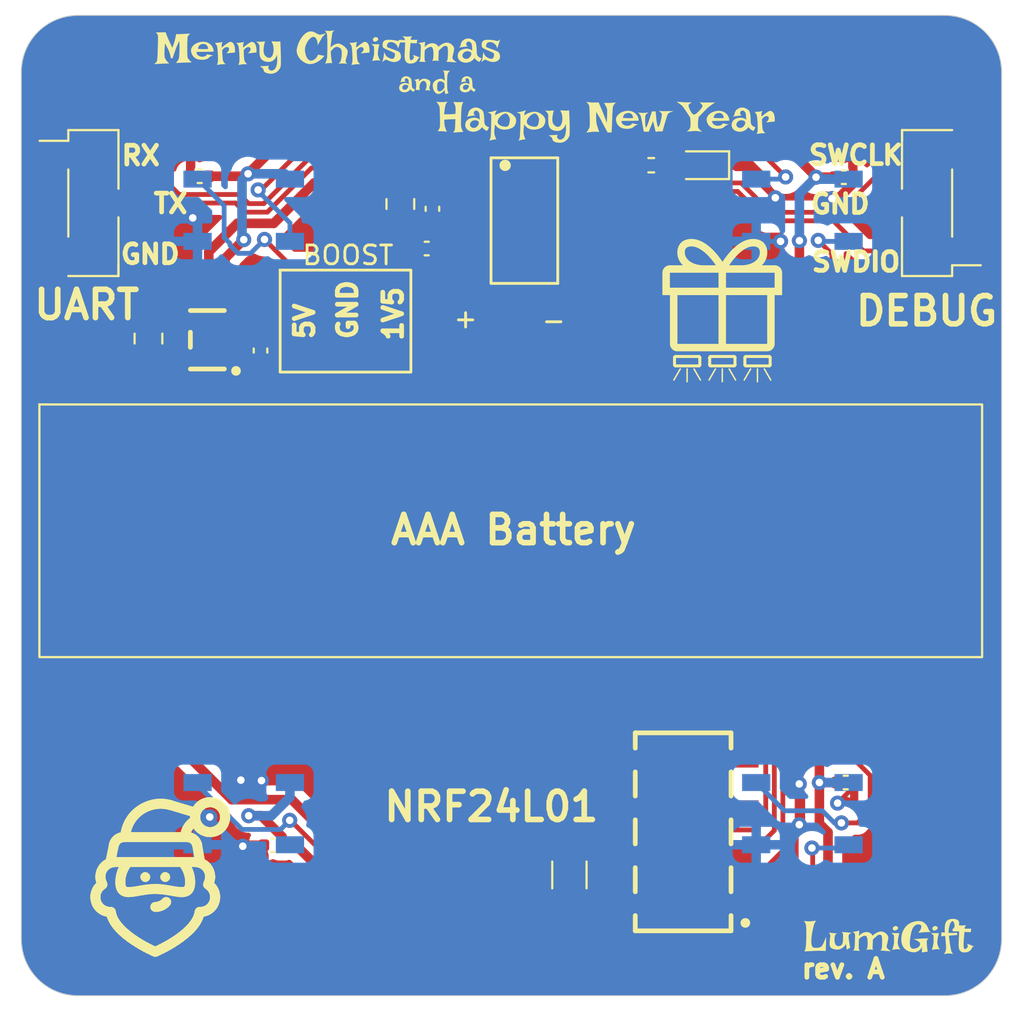
<source format=kicad_pcb>
(kicad_pcb (version 20221018) (generator pcbnew)
  (title_block (title "LumiGift") (date "2023-10-12") (rev "A") (company "Victor Krook"))
  (layers (0 "F.Cu" signal) (31 "B.Cu" signal) (34 "B.Paste" user) (35 "F.Paste" user) (36 "B.SilkS" user "B.Silkscreen") (37 "F.SilkS" user "F.Silkscreen") (38 "B.Mask" user) (39 "F.Mask" user) (44 "Edge.Cuts" user))
  (net 0 "")
  (net 1 "+3.3V")
  (net 2 "GND")
  (net 3 "Net-(U3-PF2-NRST)")
  (net 4 "+5V")
  (net 5 "Net-(D1-DOUT)")
  (net 6 "RGB_LED")
  (net 7 "Net-(D2-DOUT)")
  (net 8 "Net-(D3-DOUT)")
  (net 10 "SWDIO")
  (net 11 "SWCLK")
  (net 12 "VBAT")
  (net 14 "CE")
  (net 15 "~{CSN}")
  (net 16 "SCK")
  (net 17 "MOSI")
  (net 18 "MISO")
  (net 19 "IRQ")
  (net 23 "RX")
  (net 24 "TX")
  (net 25 "Net-(D5-A)")
  (net 26 "LED_RED")
  (net 27 "unconnected-(U3-PA1-Pad8)")
  (footprint "Capacitor_SMD:C_1206_3216Metric" (layer "F.Cu") (at 151.4348 131.5212 90)
    (fp_text reference "C1" hide)
    (fp_text value "47u")
  )
  (footprint "Connector_PinHeader_2.54mm:PinHeader_1x03_P2.54mm_Vertical" (layer "F.Cu") (at 142.1384 104.013 -90)
    (fp_text reference "J2" hide)
    (fp_text value "Boost Converter" hide)
  )
  (footprint "Capacitor_SMD:C_0402_1005Metric" (layer "F.Cu") (at 166.0906 126.619)
    (fp_text reference "C10" hide)
    (fp_text value "1u")
  )
  (footprint "Custom3:AAA_Battery_Holder" (layer "F.Cu") (at 148.3238 113.267)
    (fp_text reference "J3" hide)
    (fp_text value "Battery")
  )
  (footprint "LED_SMD:LED_0603_1608Metric" (layer "F.Cu") (at 158.4198 93.8784 180)
    (fp_text reference "D5" hide)
    (fp_text value "RED")
  )
  (footprint "easyeda2kicad:TSSOP-20_L6.5-W4.4-P0.65-LS6.4-BL" (layer "F.Cu") (at 149.047 96.8158 -90)
    (fp_text reference "U3" hide)
    (fp_text value "STM32C011F6P6" hide)
  )
  (footprint "Capacitor_SMD:C_0402_1005Metric" (layer "F.Cu") (at 144.1704 96.1898 -90)
    (fp_text reference "C6" hide)
    (fp_text value "100n")
  )
  (footprint "Capacitor_SMD:C_0805_2012Metric" (layer "F.Cu") (at 142.4686 95.9358 -90)
    (fp_text reference "C5" hide)
    (fp_text value "4.7u")
  )
  (footprint "Capacitor_SMD:C_0402_1005Metric" (layer "F.Cu") (at 135.0518 103.7082 90)
    (fp_text reference "C3" hide)
    (fp_text value "1u")
  )
  (footprint "Capacitor_SMD:C_0402_1005Metric" (layer "F.Cu") (at 165.989 94.5134)
    (fp_text reference "C8" hide)
    (fp_text value "1u")
  )
  (footprint "easyeda2kicad:SOT-23-5_L3.0-W1.7-P0.95-LS2.8-BR" (layer "F.Cu") (at 132.2324 103.136)
    (fp_text reference "LDO1" hide)
    (fp_text value "ME6215C33M5G")
  )
  (footprint "Resistor_SMD:R_0402_1005Metric" (layer "F.Cu") (at 155.7762 93.8784)
    (fp_text reference "R1" hide)
    (fp_text value "470R")
  )
  (footprint "Connector_PinHeader_2.54mm:PinHeader_1x03_P2.54mm_Vertical_SMD_Pin1Left" (layer "F.Cu") (at 170.4046 95.885 180)
    (fp_text reference "J1" hide)
    (fp_text value "Debug")
  )
  (footprint "Capacitor_SMD:C_0402_1005Metric" (layer "F.Cu") (at 143.8656 98.298 180)
    (fp_text reference "C2" hide)
    (fp_text value "100n")
  )
  (footprint "Connector_PinHeader_2.54mm:PinHeader_1x03_P2.54mm_Vertical_SMD_Pin1Left" (layer "F.Cu") (at 126.1872 95.885)
    (fp_text reference "J4" hide)
    (fp_text value "UART")
  )
  (footprint "easyeda2kicad:HDR-SMD_8P-P2.54-V-F-R2-C4-S7.1" (layer "F.Cu") (at 157.4676 129.2352 90)
    (fp_text reference "U1" hide)
    (fp_text value "NRF24L01")
  )
  (footprint "Capacitor_SMD:C_0402_1005Metric" (layer "F.Cu") (at 135.7122 129.9464 180)
    (fp_text reference "C9" hide)
    (fp_text value "1u")
  )
  (footprint "Capacitor_SMD:C_0402_1005Metric" (layer "F.Cu") (at 131.826 94.4626 180)
    (fp_text reference "C7" hide)
    (fp_text value "1u")
  )
  (footprint "Capacitor_SMD:C_0805_2012Metric" (layer "F.Cu") (at 129.1082 103.0732 90)
    (fp_text reference "C4" hide)
    (fp_text value "10u")
  )
  (footprint "Custom3:LED_WS2812B_PLCC4_5.0x5.0mm_P3.2mm_No_Silk" (layer "B.Cu") (at 163.793 128.27 180)
    (fp_text reference "D3" hide)
    (fp_text value "WS2812B")
  )
  (footprint "Custom3:LED_WS2812B_PLCC4_5.0x5.0mm_P3.2mm_No_Silk" (layer "B.Cu") (at 134.1628 128.27 180)
    (fp_text reference "D4" hide)
    (fp_text value "WS2812B")
  )
  (footprint "Custom3:LED_WS2812B_PLCC4_5.0x5.0mm_P3.2mm_No_Silk" (layer "B.Cu") (at 134.1628 96.266 180)
    (fp_text reference "D1" hide)
    (fp_text value "WS2812B")
  )
  (footprint "Custom3:LED_WS2812B_PLCC4_5.0x5.0mm_P3.2mm_No_Silk" (layer "B.Cu") (at 163.793 96.266 180)
    (fp_text reference "D2" hide)
    (fp_text value "WS2812B")
  )
  (gr_line (start 160.750305 104.479763) (end 160.748552 104.476341) (stroke (width 0.158749)) (layer "F.SilkS"))
  (gr_line (start 160.741639 104.454016) (end 160.741134 104.450044) (stroke (width 0.158749)) (layer "F.SilkS"))
  (gr_line (start 158.288159 104.519691) (end 158.28425 104.520389) (stroke (width 0.158749)) (layer "F.SilkS"))
  (gr_poly (pts (xy 151.000945 90.969907) (xy 151.026087 90.971506) (xy 151.049195 90.972814) (xy 151.090474 90.975139) (xy 151.125935 90.977464) (xy 151.160816 90.97979) (xy 151.191046 90.982115) (xy 151.197588 90.982624) (xy 151.20442 90.982987) (xy 151.211542 90.983205) (xy 151.218955 90.983278) (xy 151.226657 90.983205) (xy 151.23465 90.982987) (xy 151.242933 90.982624) (xy 151.251507 90.982115) (xy 151.267349 90.98197) (xy 151.284645 90.981534) (xy 151.303394 90.980807) (xy 151.323595 90.97979) (xy 151.370106 90.975139) (xy 151.421265 90.970488) (xy 151.437545 91.377444) (xy 151.443358 91.54429) (xy 151.445393 91.620302) (xy 151.446848 91.691372) (xy 151.448881 91.75663) (xy 151.450335 91.817528) (xy 151.451208 91.874066) (xy 151.4515 91.926242) (xy 151.4515 92.09135) (xy 151.450771 92.129757) (xy 151.449753 92.164748) (xy 151.448444 92.196323) (xy 151.446845 92.224482) (xy 151.444955 92.249225) (xy 151.442775 92.270553) (xy 151.440306 92.288466) (xy 151.437545 92.302964) (xy 151.435101 92.311975) (xy 151.432421 92.320987) (xy 151.429505 92.329998) (xy 151.426352 92.339009) (xy 151.422964 92.34802) (xy 151.419339 92.357031) (xy 151.415478 92.366041) (xy 151.411381 92.375052) (xy 151.407049 92.384063) (xy 151.40248 92.393074) (xy 151.397675 92.402085) (xy 151.392633 92.411096) (xy 151.387356 92.420107) (xy 151.381843 92.429118) (xy 151.376094 92.438129) (xy 151.370108 92.447141) (xy 151.364195 92.456089) (xy 151.358082 92.464909) (xy 151.351769 92.473603) (xy 151.345256 92.482169) (xy 151.338543 92.490608) (xy 151.33163 92.49892) (xy 151.324517 92.507104) (xy 151.317204 92.515161) (xy 151.309692 92.523091) (xy 151.301979 92.530894) (xy 151.294067 92.538569) (xy 151.285954 92.546117) (xy 151.277642 92.553538) (xy 151.26913 92.560832) (xy 151.260418 92.567998) (xy 151.251507 92.575038) (xy 151.242406 92.582196) (xy 151.233123 92.589136) (xy 151.223658 92.595858) (xy 151.214011 92.602363) (xy 151.204183 92.608649) (xy 151.194173 92.614717) (xy 151.183981 92.620567) (xy 151.173607 92.626199) (xy 151.163052 92.631613) (xy 151.152315 92.636809) (xy 151.141396 92.641787) (xy 151.130296 92.646547) (xy 151.119015 92.651088) (xy 151.107552 92.655412) (xy 151.095907 92.659518) (xy 151.084081 92.663406) (xy 151.072381 92.667313) (xy 151.060535 92.670892) (xy 151.048544 92.674145) (xy 151.036407 92.67707) (xy 151.024125 92.679668) (xy 151.011698 92.681939) (xy 150.999126 92.683883) (xy 150.986408 92.6855) (xy 150.973545 92.68679) (xy 150.960537 92.687752) (xy 150.947383 92.688388) (xy 150.934085 92.688697) (xy 150.92064 92.688679) (xy 150.907051 92.688334) (xy 150.893316 92.687662) (xy 150.879436 92.686663) (xy 150.852804 92.684156) (xy 150.827552 92.681286) (xy 150.80368 92.678052) (xy 150.781189 92.674454) (xy 150.760078 92.670493) (xy 150.740348 92.666168) (xy 150.722 92.66148) (xy 150.705033 92.656429) (xy 150.689735 92.65167) (xy 150.675236 92.646693) (xy 150.661538 92.641497) (xy 150.648639 92.636083) (xy 150.636539 92.630451) (xy 150.625239 92.624601) (xy 150.614738 92.618534) (xy 150.609788 92.615418) (xy 150.605037 92.612249) (xy 150.600749 92.609043) (xy 150.596606 92.605818) (xy 150.592609 92.602575) (xy 150.588758 92.599314) (xy 150.585052 92.596035) (xy 150.581491 92.592737) (xy 150.578076 92.589422) (xy 150.574806 92.586088) (xy 150.571681 92.582736) (xy 150.568702 92.579365) (xy 150.565868 92.575977) (xy 150.56318 92.572571) (xy 150.560637 92.569146) (xy 150.558239 92.565704) (xy 150.555987 92.562244) (xy 150.553879 92.558766) (xy 150.5505 92.551752) (xy 150.547338 92.544666) (xy 150.544395 92.537507) (xy 150.54167 92.530275) (xy 150.539162 92.522971) (xy 150.536873 92.515594) (xy 150.534801 92.508145) (xy 150.532948 92.500624) (xy 150.525971 92.473305) (xy 150.522483 92.460078) (xy 150.518994 92.447141) (xy 150.518068 92.443971) (xy 150.517032 92.440856) (xy 150.515887 92.437795) (xy 150.514634 92.434788) (xy 150.513271 92.431836) (xy 150.5118 92.428938) (xy 150.510219 92.426095) (xy 150.50853 92.423306) (xy 150.506731 92.420572) (xy 150.504824 92.417892) (xy 150.502808 92.415267) (xy 150.500683 92.412697) (xy 150.498449 92.410181) (xy 150.496106 92.407719) (xy 150.493655 92.405313) (xy 150.491094 92.402961) (xy 150.478157 92.392495) (xy 150.464929 92.382029) (xy 150.451412 92.371564) (xy 150.437603 92.361098) (xy 150.431136 92.356449) (xy 150.424524 92.351798) (xy 150.417766 92.347148) (xy 150.410863 92.342497) (xy 150.403814 92.337846) (xy 150.396619 92.333195) (xy 150.38928 92.328545) (xy 150.381795 92.323895) (xy 150.374818 92.319352) (xy 150.367842 92.315028) (xy 150.360866 92.310922) (xy 150.35389 92.307034) (xy 150.346915 92.303364) (xy 150.339939 92.299912) (xy 150.332963 92.296678) (xy 150.325986 92.293661) (xy 150.821302 92.265761) (xy 150.816251 92.272663) (xy 150.811564 92.27942) (xy 150.807241 92.286033) (xy 150.803281 92.2925) (xy 150.799685 92.298823) (xy 150.796452 92.305) (xy 150.793582 92.311032) (xy 150.791076 92.316918) (xy 150.788858 92.322622) (xy 150.786858 92.328108) (xy 150.785077 92.333377) (xy 150.783514 92.338427) (xy 150.78217 92.343259) (xy 150.781044 92.347873) (xy 150.780137 92.352269) (xy 150.779447 92.356447) (xy 150.778973 92.361571) (xy 150.778818 92.364051) (xy 150.778718 92.366476) (xy 150.778672 92.368847) (xy 150.778681 92.371164) (xy 150.778745 92.373426) (xy 150.778863 92.375634) (xy 150.779036 92.377787) (xy 150.779264 92.379885) (xy 150.779546 92.381929) (xy 150.779882 92.383919) (xy 150.780273 92.385854) (xy 150.780719 92.387735) (xy 150.781219 92.389561) (xy 150.781774 92.391332) (xy 150.78299 92.394839) (xy 150.784316 92.398382) (xy 150.785751 92.401961) (xy 150.787295 92.405576) (xy 150.788948 92.409228) (xy 150.79071 92.412916) (xy 150.792581 92.416641) (xy 150.794561 92.420401) (xy 150.798847 92.428031) (xy 150.803571 92.435806) (xy 150.80873 92.443727) (xy 150.814325 92.451792) (xy 150.817577 92.456089) (xy 150.820939 92.460259) (xy 150.82441 92.464301) (xy 150.827989 92.468217) (xy 150.831677 92.472005) (xy 150.835474 92.475666) (xy 150.83938 92.479199) (xy 150.843395 92.482605) (xy 150.847519 92.485885) (xy 150.851752 92.489036) (xy 150.856093 92.492061) (xy 150.860544 92.494958) (xy 150.865104 92.497728) (xy 150.869772 92.500371) (xy 150.87455 92.502887) (xy 150.879436 92.505275) (xy 150.884433 92.507782) (xy 150.889539 92.510072) (xy 150.894754 92.512143) (xy 150.900077 92.513996) (xy 150.90551 92.515631) (xy 150.911051 92.517049) (xy 150.916701 92.518248) (xy 150.92246 92.519229) (xy 150.928328 92.519992) (xy 150.934305 92.520537) (xy 150.940391 92.520864) (xy 150.946586 92.520973) (xy 150.95289 92.520864) (xy 150.959303 92.520537) (xy 150.965825 92.519992) (xy 150.972456 92.519229) (xy 150.979487 92.518184) (xy 150.986628 92.516795) (xy 150.993877 92.51506) (xy 151.001235 92.51298) (xy 151.008702 92.510554) (xy 151.016278 92.507784) (xy 151.023962 92.504669) (xy 151.031756 92.501208) (xy 151.039659 92.497402) (xy 151.04767 92.493251) (xy 151.05579 92.488755) (xy 151.06402 92.483913) (xy 151.072358 92.478727) (xy 151.080805 92.473195) (xy 151.089362 92.467317) (xy 151.098027 92.461095) (xy 151.105222 92.455363) (xy 151.112271 92.449213) (xy 151.119175 92.442646) (xy 151.125934 92.43566) (xy 151.132547 92.428257) (xy 151.139015 92.420436) (xy 151.145337 92.412197) (xy 151.151515 92.40354) (xy 151.157547 92.394465) (xy 151.163433 92.384973) (xy 151.169174 92.375063) (xy 151.17477 92.364735) (xy 151.18022 92.353989) (xy 151.185525 92.342825) (xy 151.190684 92.331243) (xy 151.195698 92.319244) (xy 151.199714 92.308516) (xy 151.20362 92.297262) (xy 151.211106 92.273171) (xy 151.218155 92.246973) (xy 151.224768 92.218668) (xy 151.230944 92.188255) (xy 151.236684 92.155734) (xy 151.241988 92.121107) (xy 151.246855 92.084373) (xy 151.250817 92.045096) (xy 151.253398 92.002839) (xy 151.254598 91.957602) (xy 151.254417 91.909386) (xy 151.252855 91.85819) (xy 151.249913 91.804013) (xy 151.24559 91.746857) (xy 151.239886 91.68672) (xy 151.234535 91.70448) (xy 151.228948 91.721712) (xy 151.223125 91.738418) (xy 151.217066 91.754596) (xy 151.210771 91.770248) (xy 151.204239 91.785373) (xy 151.197472 91.79997) (xy 151.190468 91.814041) (xy 151.183228 91.827584) (xy 151.175752 91.840601) (xy 151.16804 91.853091) (xy 151.160091 91.865054) (xy 151.151907 91.87649) (xy 151.143486 91.887399) (xy 151.134829 91.897781) (xy 151.125935 91.907637) (xy 151.116924 91.917067) (xy 151.107913 91.926169) (xy 151.098902 91.934945) (xy 151.089891 91.943393) (xy 151.08088 91.951514) (xy 151.071869 91.959308) (xy 151.062858 91.966775) (xy 151.053847 91.973915) (xy 151.044836 91.980728) (xy 151.035825 91.987214) (xy 151.026815 91.993372) (xy 151.017804 91.999204) (xy 151.008793 92.004709) (xy 150.999781 92.009887) (xy 150.99077 92.014738) (xy 150.981759 92.019262) (xy 150.971267 92.02434) (xy 150.960721 92.02911) (xy 150.950121 92.03357) (xy 150.939466 92.037721) (xy 150.928756 92.041564) (xy 150.917992 92.045097) (xy 150.907174 92.048322) (xy 150.8963 92.051237) (xy 150.885373 92.053844) (xy 150.87439 92.056142) (xy 150.863353 92.05813) (xy 150.852261 92.05981) (xy 150.841115 92.061182) (xy 150.829914 92.062244) (xy 150.818658 92.062997) (xy 150.807348 92.063442) (xy 150.777663 92.061954) (xy 150.749068 92.059811) (xy 150.721563 92.057013) (xy 150.695148 92.053562) (xy 150.669823 92.049456) (xy 150.645588 92.044696) (xy 150.622442 92.039283) (xy 150.600385 92.033216) (xy 150.589749 92.029655) (xy 150.579349 92.025948) (xy 150.569185 92.022097) (xy 150.559257 92.0181) (xy 150.549565 92.013957) (xy 150.540109 92.00967) (xy 150.530889 92.005237) (xy 150.521905 92.000658) (xy 150.513158 91.995935) (xy 150.504646 91.991066) (xy 150.496371 91.986052) (xy 150.488331 91.980893) (xy 150.480528 91.975588) (xy 150.472961 91.970138) (xy 150.465629 91.964543) (xy 150.458534 91.958802) (xy 150.451649 91.952924) (xy 150.444946 91.946919) (xy 150.438425 91.940787) (xy 150.432085 91.934528) (xy 150.425926 91.928142) (xy 150.419949 91.921629) (xy 150.414154 91.914988) (xy 150.40854 91.908221) (xy 150.403108 91.901327) (xy 150.397857 91.894305) (xy 150.392788 91.887156) (xy 150.387901 91.87988) (xy 150.383195 91.872477) (xy 150.37867 91.864946) (xy 150.374327 91.857288) (xy 150.370166 91.849503) (xy 150.362863 91.833006) (xy 150.356069 91.816074) (xy 150.349784 91.798706) (xy 150.344007 91.780903) (xy 150.338739 91.762663) (xy 150.33398 91.743987) (xy 150.329729 91.724875) (xy 150.325986 91.705326) (xy 150.322715 91.685561) (xy 150.319881 91.665796) (xy 150.317483 91.64603) (xy 150.31552 91.626263) (xy 150.313994 91.606497) (xy 150.312904 91.58673) (xy 150.31225 91.566962) (xy 150.312032 91.547195) (xy 150.312032 91.396041) (xy 150.313048 91.362033) (xy 150.313775 91.329767) (xy 150.314212 91.299246) (xy 150.314357 91.27047) (xy 150.314176 91.256299) (xy 150.313631 91.242855) (xy 150.312723 91.230138) (xy 150.311451 91.218147) (xy 150.309816 91.206883) (xy 150.307818 91.196346) (xy 150.305455 91.186536) (xy 150.302729 91.177452) (xy 150.299095 91.168731) (xy 150.295171 91.160011) (xy 150.290957 91.151291) (xy 150.286452 91.14257) (xy 150.281657 91.13385) (xy 150.276571 91.12513) (xy 150.271194 91.116409) (xy 150.265527 91.107689) (xy 150.260657 91.100059) (xy 150.255351 91.092283) (xy 150.249609 91.084362) (xy 150.243432 91.076295) (xy 150.236819 91.068084) (xy 150.229769 91.059727) (xy 150.222283 91.051224) (xy 150.214361 91.042576) (xy 150.205461 91.033347) (xy 150.196197 91.024264) (xy 150.186569 91.015325) (xy 150.176577 91.006532) (xy 150.166221 90.997884) (xy 150.155501 90.989382) (xy 150.144417 90.981025) (xy 150.13297 90.972814) (xy 150.155645 90.976156) (xy 150.177156 90.979208) (xy 150.197503 90.98197) (xy 150.216687 90.98444) (xy 150.249827 90.986766) (xy 150.279472 90.989092) (xy 150.294446 90.990109) (xy 150.309127 90.990836) (xy 150.323516 90.991271) (xy 150.337615 90.991417) (xy 150.351275 90.991271) (xy 150.366682 90.990836) (xy 150.383832 90.990109) (xy 150.402725 90.989092) (xy 150.420165 90.987929) (xy 150.439932 90.986766) (xy 150.462025 90.985603) (xy 150.486443 90.98444) (xy 150.544576 90.979208) (xy 150.612014 90.972814) (xy 150.611395 90.974131) (xy 150.610705 90.975757) (xy 150.609105 90.979935) (xy 150.607216 90.985349) (xy 150.605036 90.991998) (xy 150.602565 90.999883) (xy 150.599803 91.009003) (xy 150.596751 91.019359) (xy 150.593408 91.03095) (xy 150.58992 91.04294) (xy 150.586433 91.055657) (xy 150.582945 91.069101) (xy 150.579458 91.083272) (xy 150.575971 91.098169) (xy 150.572484 91.113793) (xy 150.568997 91.130144) (xy 150.565508 91.147221) (xy 150.558677 91.181958) (xy 150.552136 91.218729) (xy 150.545886 91.257536) (xy 150.539925 91.298378) (xy 150.537746 91.318726) (xy 150.535856 91.339072) (xy 150.534258 91.359419) (xy 150.532949 91.379765) (xy 150.531932 91.400112) (xy 150.531205 91.420458) (xy 150.530768 91.440805) (xy 150.530623 91.461152) (xy 150.531458 91.480811) (xy 150.532802 91.500251) (xy 150.534654 91.519473) (xy 150.537016 91.538477) (xy 150.539887 91.557262) (xy 150.543267 91.575829) (xy 150.547156 91.594177) (xy 150.551553 91.612306) (xy 150.553969 91.620928) (xy 150.556567 91.629349) (xy 150.559346 91.63757) (xy 150.562307 91.645592) (xy 150.565449 91.653413) (xy 150.568774 91.661035) (xy 150.57228 91.668457) (xy 150.575968 91.675678) (xy 150.579837 91.6827) (xy 150.583889 91.689522) (xy 150.588122 91.696144) (xy 150.592537 91.702566) (xy 150.597133 91.708789) (xy 150.601912 91.714811) (xy 150.606872 91.720634) (xy 150.612014 91.726257) (xy 150.622978 91.737312) (xy 150.633779 91.747803) (xy 150.644416 91.757732) (xy 150.65489 91.767097) (xy 150.6652 91.775899) (xy 150.675347 91.784138) (xy 150.68533 91.791813) (xy 150.695149 91.798926) (xy 150.704805 91.805475) (xy 150.714298 91.811461) (xy 150.723627 91.816884) (xy 150.732792 91.821743) (xy 150.741794 91.826039) (xy 150.750633 91.829772) (xy 150.759307 91.832942) (xy 150.767819 91.835548) (xy 150.776466 91.837711) (xy 150.784968 91.839547) (xy 150.793325 91.841055) (xy 150.801536 91.842237) (xy 150.809602 91.843091) (xy 150.817523 91.843618) (xy 150.825298 91.843818) (xy 150.832928 91.843691) (xy 150.840413 91.843237) (xy 150.847753 91.842456) (xy 150.854947 91.841347) (xy 150.861996 91.839912) (xy 150.8689 91.838149) (xy 150.875658 91.836059) (xy 150.882271 91.833642) (xy 150.888739 91.830897) (xy 150.895061 91.8279) (xy 150.901238 91.824721) (xy 150.90727 91.82136) (xy 150.913157 91.817818) (xy 150.918898 91.814094) (xy 150.924494 91.810188) (xy 150.929944 91.806101) (xy 150.93525 91.801832) (xy 150.940409 91.797381) (xy 150.945424 91.792749) (xy 150.950293 91.787934) (xy 150.955016 91.782938) (xy 150.959594 91.77776) (xy 150.964027 91.7724) (xy 150.968314 91.766858) (xy 150.972456 91.761134) (xy 150.980306 91.749617) (xy 150.987574 91.738318) (xy 150.99426 91.727236) (xy 151.000365 91.716373) (xy 151.005888 91.705727) (xy 151.01083 91.6953) (xy 151.015191 91.685091) (xy 151.01897 91.6751) (xy 151.027252 91.648174) (xy 151.034663 91.620885) (xy 151.041203 91.593233) (xy 151.046871 91.565218) (xy 151.051667 91.53684) (xy 151.055591 91.5081) (xy 151.058643 91.478997) (xy 151.060824 91.449532) (xy 151.061587 91.423588) (xy 151.061551 91.396918) (xy 151.060716 91.369521) (xy 151.05908 91.341398) (xy 151.056646 91.312548) (xy 151.053411 91.282971) (xy 151.049377 91.252667) (xy 151.044544 91.221635) (xy 151.041701 91.20592) (xy 151.038403 91.190169) (xy 151.034651 91.174382) (xy 151.030446 91.158558) (xy 151.025786 91.142698) (xy 151.020672 91.126801) (xy 151.015104 91.110868) (xy 151.009081 91.094899) (xy 151.002605 91.078894) (xy 150.995674 91.062852) (xy 150.98829 91.046774) (xy 150.980451 91.030659) (xy 150.972158 91.014508) (xy 150.963412 90.998321) (xy 150.954211 90.982097) (xy 150.944556 90.965837)) (fill solid) (layer "F.SilkS"))
  (gr_line (start 129.905171 133.085283) (end 129.937559 133.061886) (stroke (width 0.529166)) (layer "F.SilkS"))
  (gr_line (start 160.778941 104.03481) (end 160.782265 104.032899) (stroke (width 0.158749)) (layer "F.SilkS"))
  (gr_line (start 127.674419 132.228572) (end 127.653926 132.177031) (stroke (width 0.529166)) (layer "F.SilkS"))
  (gr_line (start 157.065871 104.517735) (end 157.062183 104.516487) (stroke (width 0.158749)) (layer "F.SilkS"))
  (gr_line (start 158.916952 104.032899) (end 158.920375 104.031146) (stroke (width 0.158749)) (layer "F.SilkS"))
  (gr_line (start 131.586449 128.41481) (end 131.589514 128.3745) (stroke (width 0.529166)) (layer "F.SilkS"))
  (gr_line (start 158.888968 104.058315) (end 158.891181 104.055203) (stroke (width 0.158749)) (layer "F.SilkS"))
  (gr_line (start 127.299787 129.850765) (end 127.308737 129.830082) (stroke (width 0.529166)) (layer "F.SilkS"))
  (gr_line (start 160.761345 104.495298) (end 160.75885 104.492418) (stroke (width 0.158749)) (layer "F.SilkS"))
  (gr_line (start 156.975795 105.269856) (end 157.31382 104.684378) (stroke (width 0.079374)) (layer "F.SilkS"))
  (gr_line (start 158.884992 104.479763) (end 158.88324 104.476341) (stroke (width 0.158749)) (layer "F.SilkS"))
  (gr_line (start 131.934516 130.913231) (end 131.968823 130.930408) (stroke (width 0.529166)) (layer "F.SilkS"))
  (gr_line (start 132.966715 127.921957) (end 132.991663 127.950758) (stroke (width 0.529166)) (layer "F.SilkS"))
  (gr_line (start 132.013246 133.467081) (end 131.973517 133.473866) (stroke (width 0.529166)) (layer "F.SilkS"))
  (gr_line (start 127.31852 129.809831) (end 127.329117 129.790035) (stroke (width 0.529166)) (layer "F.SilkS"))
  (gr_line (start 129.863868 127.747637) (end 129.792025 127.744737) (stroke (width 0.529166)) (layer "F.SilkS"))
  (gr_line (start 132.639651 132.608573) (end 132.641915 132.635052) (stroke (width 0.529166)) (layer "F.SilkS"))
  (gr_line (start 131.162083 129.51399) (end 131.18673 129.514528) (stroke (width 0.529166)) (layer "F.SilkS"))
  (gr_line (start 158.877025 104.457925) (end 158.876327 104.454016) (stroke (width 0.158749)) (layer "F.SilkS"))
  (gr_line (start 158.927496 104.028135) (end 158.931184 104.026887) (stroke (width 0.158749)) (layer "F.SilkS"))
  (gr_line (start 162.056157 104.500683) (end 162.053277 104.503178) (stroke (width 0.158749)) (layer "F.SilkS"))
  (gr_line (start 128.017179 128.892509) (end 127.973079 129.007922) (stroke (width 0.529166)) (layer "F.SilkS"))
  (gr_line (start 160.796496 104.517735) (end 160.792808 104.516487) (stroke (width 0.158749)) (layer "F.SilkS"))
  (gr_line (start 132.219198 129.23328) (end 132.180796 129.224417) (stroke (width 0.529166)) (layer "F.SilkS"))
  (gr_line (start 158.946672 104.023729) (end 158.950703 104.023422) (stroke (width 0.158749)) (layer "F.SilkS"))
  (gr_line (start 162.078594 104.07909) (end 162.079663 104.082857) (stroke (width 0.158749)) (layer "F.SilkS"))
  (gr_line (start 160.740828 104.098609) (end 160.741134 104.094578) (stroke (width 0.158749)) (layer "F.SilkS"))
  (gr_line (start 160.741639 104.090606) (end 160.742337 104.086697) (stroke (width 0.158749)) (layer "F.SilkS"))
  (gr_line (start 132.550006 132.320044) (end 132.561455 132.341814) (stroke (width 0.529166)) (layer "F.SilkS"))
  (gr_line (start 162.002787 104.023319) (end 162.006872 104.023422) (stroke (width 0.158749)) (layer "F.SilkS"))
  (gr_line (start 132.966715 128.989356) (end 132.940433 129.016922) (stroke (width 0.529166)) (layer "F.SilkS"))
  (gr_line (start 162.050278 104.039088) (end 162.053277 104.041444) (stroke (width 0.158749)) (layer "F.SilkS"))
  (gr_line (start 160.792808 104.028135) (end 160.796496 104.026887) (stroke (width 0.158749)) (layer "F.SilkS"))
  (gr_line (start 130.19346 132.338003) (end 130.022844 132.310828) (stroke (width 0.529166)) (layer "F.SilkS"))
  (gr_line (start 158.044594 104.684378) (end 158.382621 105.269856) (stroke (width 0.079374)) (layer "F.SilkS"))
  (gr_line (start 162.082059 104.446013) (end 162.081752 104.450044) (stroke (width 0.158749)) (layer "F.SilkS"))
  (gr_line (start 132.33832 127.662939) (end 132.379167 127.661906) (stroke (width 0.529166)) (layer "F.SilkS"))
  (gr_line (start 132.106249 127.710071) (end 132.14313 127.697592) (stroke (width 0.529166)) (layer "F.SilkS"))
  (gr_line (start 160.20727 104.479763) (end 160.205358 104.483087) (stroke (width 0.158749)) (layer "F.SilkS"))
  (gr_line (start 126.294751 132.73084) (end 126.297723 132.772027) (stroke (width 0.529166)) (layer "F.SilkS"))
  (gr_line (start 130.078158 127.772462) (end 130.007012 127.761538) (stroke (width 0.529166)) (layer "F.SilkS"))
  (gr_line (start 126.690884 131.181846) (end 126.670592 131.213998) (stroke (width 0.529166)) (layer "F.SilkS"))
  (gr_line (start 132.285665 131.247249) (end 132.302841 131.281557) (stroke (width 0.529166)) (layer "F.SilkS"))
  (gr_line (start 128.920928 127.941011) (end 128.812027 127.998443) (stroke (width 0.529166)) (layer "F.SilkS"))
  (gr_poly (pts (xy 138.986099 86.725015) (xy 138.977924 86.729666) (xy 138.970114 86.734316) (xy 138.962669 86.738967) (xy 138.955589 86.743618) (xy 138.948873 86.748269) (xy 138.942522 86.75292) (xy 138.936535 86.757571) (xy 138.933655 86.759615) (xy 138.93085 86.761677) (xy 138.928118 86.763757) (xy 138.925461 86.765855) (xy 138.922878 86.767972) (xy 138.920368 86.770106) (xy 138.917933 86.772259) (xy 138.91557 86.77443) (xy 138.913282 86.776619) (xy 138.911066 86.778827) (xy 138.908924 86.781052) (xy 138.906855 86.783296) (xy 138.904859 86.785558) (xy 138.902936 86.787838) (xy 138.901086 86.790136) (xy 138.899308 86.792452) (xy 138.895342 86.797648) (xy 138.891598 86.802772) (xy 138.888075 86.807822) (xy 138.884773 86.8128) (xy 138.88169 86.817705) (xy 138.878826 86.822538) (xy 138.876179 86.827298) (xy 138.873749 86.831985) (xy 138.872283 86.836018) (xy 138.870799 86.84056) (xy 138.867779 86.85117) (xy 138.864689 86.863814) (xy 138.861526 86.878494) (xy 138.858289 86.895208) (xy 138.854975 86.913957) (xy 138.851583 86.93474) (xy 138.848112 86.957558) (xy 138.840714 87.003195) (xy 138.832445 87.058715) (xy 138.823298 87.124118) (xy 138.813266 87.199405) (xy 138.791775 87.388347) (xy 138.76445 87.634264) (xy 138.78523 87.613988) (xy 138.80572 87.59502) (xy 138.82592 87.57736) (xy 138.845829 87.561009) (xy 138.865449 87.545966) (xy 138.875149 87.538936) (xy 138.884778 87.532232) (xy 138.894333 87.525855) (xy 138.903816 87.519805) (xy 138.913227 87.514081) (xy 138.922565 87.508685) (xy 138.941447 87.498039) (xy 138.959755 87.488193) (xy 138.977485 87.479146) (xy 138.994637 87.470898) (xy 139.011209 87.46345) (xy 139.027199 87.456801) (xy 139.042604 87.450952) (xy 139.057424 87.445901) (xy 139.074152 87.440996) (xy 139.090583 87.436744) (xy 139.106719 87.433147) (xy 139.12256 87.430204) (xy 139.138107 87.427915) (xy 139.153361 87.42628) (xy 139.168323 87.425299) (xy 139.182994 87.424972) (xy 139.192021 87.425971) (xy 139.201066 87.427225) (xy 139.210127 87.428733) (xy 139.219205 87.430495) (xy 139.228301 87.432512) (xy 139.237414 87.434782) (xy 139.246544 87.437308) (xy 139.255692 87.440088) (xy 139.264857 87.443122) (xy 139.274041 87.44641) (xy 139.283242 87.449953) (xy 139.292461 87.45375) (xy 139.301698 87.457801) (xy 139.310954 87.462107) (xy 139.320228 87.466668) (xy 139.329521 87.471482) (xy 139.348511 87.481002) (xy 139.367143 87.490958) (xy 139.385416 87.50135) (xy 139.403329 87.512178) (xy 139.420882 87.523442) (xy 139.438072 87.535142) (xy 139.4549 87.547278) (xy 139.471363 87.55985) (xy 139.487924 87.572749) (xy 139.50391 87.585866) (xy 139.519319 87.5992) (xy 139.534149 87.612752) (xy 139.548399 87.626522) (xy 139.562067 87.64051) (xy 139.57515 87.654717) (xy 139.587648 87.669142) (xy 139.599971 87.683458) (xy 139.611344 87.697339) (xy 139.621768 87.710783) (xy 139.631245 87.723792) (xy 139.639777 87.736364) (xy 139.647366 87.7485) (xy 139.650807 87.754405) (xy 139.654013 87.7602) (xy 139.656984 87.765887) (xy 139.659721 87.771464) (xy 139.661408 87.775316) (xy 139.662987 87.779312) (xy 139.664459 87.783454) (xy 139.665822 87.787742) (xy 139.667076 87.792174) (xy 139.668222 87.796752) (xy 139.66926 87.801476) (xy 139.670188 87.806344) (xy 139.671008 87.811359) (xy 139.671719 87.816518) (xy 139.672321 87.821823) (xy 139.672814 87.827274) (xy 139.673197 87.832869) (xy 139.673471 87.838611) (xy 139.673636 87.844497) (xy 139.67369 87.85053) (xy 139.673545 87.862301) (xy 139.67311 87.874364) (xy 139.672384 87.886718) (xy 139.671369 87.899362) (xy 139.670063 87.912297) (xy 139.668467 87.925522) (xy 139.666581 87.939038) (xy 139.664405 87.952844) (xy 139.661971 87.966834) (xy 139.659316 87.980897) (xy 139.656439 87.995032) (xy 139.653341 88.009239) (xy 139.650024 88.023519) (xy 139.646489 88.037871) (xy 139.642735 88.052297) (xy 139.638765 88.066795) (xy 139.630656 88.095427) (xy 139.622524 88.123185) (xy 139.614377 88.150071) (xy 139.606223 88.176086) (xy 139.592877 88.224341) (xy 139.586633 88.246288) (xy 139.580664 88.26678) (xy 139.577895 88.275755) (xy 139.575422 88.284075) (xy 139.573243 88.291742) (xy 139.571357 88.298754) (xy 139.56976 88.305113) (xy 139.568452 88.310817) (xy 139.56743 88.315867) (xy 139.566694 88.320263) (xy 139.566168 88.324614) (xy 139.565752 88.328948) (xy 139.565446 88.333263) (xy 139.565249 88.33756) (xy 139.565161 88.341839) (xy 139.565183 88.346099) (xy 139.565313 88.350341) (xy 139.565553 88.354566) (xy 139.565901 88.358772) (xy 139.566358 88.36296) (xy 139.566923 88.36713) (xy 139.567597 88.371281) (xy 139.56838 88.375415) (xy 139.56927 88.379531) (xy 139.570269 88.383628) (xy 139.571376 88.387708) (xy 139.572295 88.391213) (xy 139.573325 88.394755) (xy 139.574466 88.398333) (xy 139.575718 88.401948) (xy 139.57708 88.405599) (xy 139.578552 88.409286) (xy 139.580133 88.41301) (xy 139.581824 88.416771) (xy 139.583623 88.420568) (xy 139.585531 88.424401) (xy 139.587547 88.428271) (xy 139.589671 88.432178) (xy 139.59424 88.4401) (xy 139.599236 88.448168) (xy 139.601938 88.45191) (xy 139.604803 88.45558) (xy 139.607831 88.459177) (xy 139.611023 88.462701) (xy 139.614378 88.466152) (xy 139.617896 88.469531) (xy 139.621577 88.472837) (xy 139.62542 88.476071) (xy 139.629427 88.479232) (xy 139.633596 88.48232) (xy 139.637928 88.485336) (xy 139.642423 88.488279) (xy 139.647079 88.491149) (xy 139.651898 88.493947) (xy 139.656879 88.496672) (xy 139.662022 88.499325) (xy 139.653822 88.498197) (xy 139.645472 88.497143) (xy 139.628327 88.495253) (xy 139.610587 88.493655) (xy 139.592252 88.492348) (xy 139.574958 88.490167) (xy 139.557962 88.488279) (xy 139.541264 88.486681) (xy 139.524862 88.485371) (xy 139.506242 88.484354) (xy 139.487636 88.483628) (xy 139.46903 88.483191) (xy 139.450409 88.483045) (xy 139.366747 88.483045) (xy 139.346254 88.483191) (xy 139.324302 88.483628) (xy 139.300891 88.484354) (xy 139.276022 88.485371) (xy 139.249856 88.485516) (xy 139.222543 88.485953) (xy 139.19407 88.48668) (xy 139.164421 88.487697) (xy 139.172405 88.484682) (xy 139.180105 88.481449) (xy 139.187518 88.477997) (xy 139.191117 88.47619) (xy 139.194643 88.474328) (xy 139.198097 88.472411) (xy 139.201477 88.47044) (xy 139.204785 88.468414) (xy 139.20802 88.466334) (xy 139.211181 88.4642) (xy 139.214269 88.462011) (xy 139.217282 88.459768) (xy 139.220222 88.45747) (xy 139.225918 88.452274) (xy 139.231399 88.447151) (xy 139.236663 88.4421) (xy 139.241712 88.437122) (xy 139.246545 88.432216) (xy 139.251162 88.427383) (xy 139.255564 88.422622) (xy 139.25975 88.417934) (xy 139.264322 88.412665) (xy 139.268753 88.407324) (xy 139.27304 88.40191) (xy 139.277183 88.396424) (xy 139.281181 88.390866) (xy 139.285033 88.385234) (xy 139.288737 88.37953) (xy 139.292294 88.373754) (xy 139.293474 88.3713) (xy 139.29469 88.368593) (xy 139.297234 88.362416) (xy 139.299925 88.355221) (xy 139.302762 88.34701) (xy 139.305744 88.337782) (xy 139.30887 88.327536) (xy 139.312139 88.316272) (xy 139.315551 88.303991) (xy 139.319 88.2904) (xy 139.32238 88.276373) (xy 139.325689 88.261911) (xy 139.328926 88.247013) (xy 139.332088 88.231679) (xy 139.335174 88.21591) (xy 139.338181 88.199704) (xy 139.341109 88.183063) (xy 139.343915 88.165514) (xy 139.346498 88.147748) (xy 139.34886 88.129763) (xy 139.351002 88.111559) (xy 139.352924 88.093138) (xy 139.354627 88.074497) (xy 139.356112 88.055638) (xy 139.357381 88.036561) (xy 139.358955 88.017486) (xy 139.360164 87.998629) (xy 139.361009 87.97999) (xy 139.361489 87.961568) (xy 139.361605 87.943365) (xy 139.361355 87.925378) (xy 139.360741 87.90761) (xy 139.359763 87.890058) (xy 139.358914 87.872292) (xy 139.35756 87.855033) (xy 139.355699 87.838283) (xy 139.353333 87.822041) (xy 139.350461 87.806307) (xy 139.347082 87.791083) (xy 139.343198 87.776367) (xy 139.338808 87.762161) (xy 139.336697 87.755302) (xy 139.334443 87.74868) (xy 139.332045 87.742293) (xy 139.329503 87.736143) (xy 139.326818 87.730229) (xy 139.323987 87.724552) (xy 139.321012 87.71911) (xy 139.317892 87.713905) (xy 139.314627 87.708937) (xy 139.311217 87.704204) (xy 139.307661 87.699708) (xy 139.30396 87.695448) (xy 139.300112 87.691424) (xy 139.296118 87.687636) (xy 139.291977 87.684085) (xy 139.28769 87.68077) (xy 139.274681 87.671205) (xy 139.261816 87.662275) (xy 139.249097 87.653981) (xy 139.236523 87.646324) (xy 139.224094 87.639302) (xy 139.21181 87.632916) (xy 139.199671 87.627167) (xy 139.187678 87.622053) (xy 139.175829 87.617575) (xy 139.164125 87.613732) (xy 139.152567 87.610526) (xy 139.141154 87.607955) (xy 139.129886 87.606021) (xy 139.118763 87.604721) (xy 139.107785 87.604058) (xy 139.096952 87.604031) (xy 139.086516 87.604294) (xy 139.076135 87.605084) (xy 139.065807 87.606401) (xy 139.055534 87.608245) (xy 139.045316 87.610616) (xy 139.035151 87.613514) (xy 139.025042 87.616938) (xy 139.014987 87.62089) (xy 139.004987 87.625368) (xy 138.995043 87.630373) (xy 138.985153 87.635905) (xy 138.975318 87.641964) (xy 138.965539 87.648549) (xy 138.955816 87.655662) (xy 138.946148 87.663301) (xy 138.936535 87.671468) (xy 138.922707 87.684259) (xy 138.909191 87.697049) (xy 138.895972 87.709837) (xy 138.883036 87.722625) (xy 138.877158 87.728586) (xy 138.87113 87.734836) (xy 138.864954 87.741377) (xy 138.858629 87.748208) (xy 138.852155 87.75533) (xy 138.845532 87.762742) (xy 138.83876 87.770446) (xy 138.831839 87.778441) (xy 138.824945 87.786035) (xy 138.818193 87.793701) (xy 138.811584 87.801439) (xy 138.80512 87.809251) (xy 138.798801 87.817135) (xy 138.792627 87.825092) (xy 138.786601 87.833123) (xy 138.780722 87.841227) (xy 138.78087 87.859104) (xy 138.781308 87.877852) (xy 138.782028 87.897473) (xy 138.783024 87.917967) (xy 138.787707 87.999358) (xy 138.788999 88.02145) (xy 138.790604 88.043542) (xy 138.792507 88.065634) (xy 138.794692 88.087726) (xy 138.797298 88.121299) (xy 138.800476 88.15458) (xy 138.804236 88.187572) (xy 138.808583 88.220274) (xy 138.812379 88.248904) (xy 138.816748 88.278989) (xy 138.821698 88.310528) (xy 138.827236 88.34352) (xy 138.830235 88.359617) (xy 138.833457 88.37535) (xy 138.836902 88.390719) (xy 138.840571 88.405725) (xy 138.844463 88.420367) (xy 138.848578 88.434646) (xy 138.852916 88.448562) (xy 138.857478 88.462114) (xy 138.84988 88.461062) (xy 138.842209 88.460227) (xy 138.834466 88.45961) (xy 138.82665 88.459211) (xy 138.818765 88.45903) (xy 138.810809 88.459067) (xy 138.802784 88.459322) (xy 138.794692 88.459796) (xy 138.731906 88.459796) (xy 138.7146 88.460811) (xy 138.697577 88.461536) (xy 138.680851 88.461969) (xy 138.664438 88.462114) (xy 138.649169 88.463425) (xy 138.63361 88.465025) (xy 138.617769 88.466914) (xy 138.601652 88.469091) (xy 138.587424 88.471419) (xy 138.572601 88.473745) (xy 138.557182 88.476071) (xy 138.541168 88.478394) (xy 138.533076 88.479049) (xy 138.525052 88.479849) (xy 138.517096 88.480794) (xy 138.50921 88.481884) (xy 138.501395 88.483119) (xy 138.493651 88.484499) (xy 138.48598 88.486025) (xy 138.478382 88.487697) (xy 138.485229 88.474362) (xy 138.491778 88.4611) (xy 138.498032 88.44791) (xy 138.503991 88.434793) (xy 138.509656 88.421749) (xy 138.515028 88.408778) (xy 138.520108 88.39588) (xy 138.524896 88.383056) (xy 138.533752 88.357182) (xy 138.541744 88.333055) (xy 138.548873 88.310673) (xy 138.555139 88.290037) (xy 138.561819 88.266928) (xy 138.567927 88.24411) (xy 138.570764 88.232809) (xy 138.573455 88.221581) (xy 138.575999 88.210425) (xy 138.578395 88.199343) (xy 138.580077 88.189641) (xy 138.58161 88.177977) (xy 138.582994 88.164352) (xy 138.584229 88.148764) (xy 138.585315 88.131215) (xy 138.586253 88.111704) (xy 138.587042 88.09023) (xy 138.587682 88.066795) (xy 138.589867 88.015051) (xy 138.59177 87.959822) (xy 138.593375 87.901105) (xy 138.594667 87.838901) (xy 138.596413 87.705187) (xy 138.596969 87.564502) (xy 138.596413 87.423809) (xy 138.594667 87.290096) (xy 138.593227 87.227019) (xy 138.591184 87.168011) (xy 138.588561 87.113072) (xy 138.58538 87.062203) (xy 138.58291 87.017148) (xy 138.580142 86.97965) (xy 138.578646 86.963735) (xy 138.577076 86.94971) (xy 138.575431 86.937574) (xy 138.573712 86.927328) (xy 138.571282 86.918026) (xy 138.568636 86.908724) (xy 138.565771 86.899422) (xy 138.562689 86.890121) (xy 138.559386 86.880819) (xy 138.555864 86.871517) (xy 138.55212 86.862215) (xy 138.548154 86.852914) (xy 138.544526 86.844811) (xy 138.540606 86.836781) (xy 138.536395 86.828823) (xy 138.531891 86.820939) (xy 138.527093 86.813127) (xy 138.522 86.805388) (xy 138.516612 86.797721) (xy 138.510927 86.790127) (xy 138.507979 86.786103) (xy 138.50494 86.78217) (xy 138.50181 86.778327) (xy 138.498589 86.774576) (xy 138.495276 86.770915) (xy 138.491873 86.767345) (xy 138.488378 86.763866) (xy 138.484792 86.760478) (xy 138.481115 86.75718) (xy 138.477347 86.753974) (xy 138.473488 86.750858) (xy 138.469537 86.747833) (xy 138.465496 86.744899) (xy 138.461363 86.742056) (xy 138.457139 86.739303) (xy 138.452824 86.736642) (xy 138.478973 86.741002) (xy 138.503961 86.744781) (xy 138.527789 86.747978) (xy 138.550456 86.750595) (xy 138.591194 86.75292) (xy 138.608922 86.754082) (xy 138.624909 86.755245) (xy 138.641771 86.756262) (xy 138.657473 86.756989) (xy 138.672013 86.757425) (xy 138.685392 86.757571) (xy 138.703552 86.756263) (xy 138.723155 86.754664) (xy 138.744217 86.752775) (xy 138.766752 86.750595) (xy 138.810339 86.745362) (xy 138.862081 86.738967) (xy 138.892192 86.735189) (xy 138.924312 86.730828) (xy 138.958456 86.725887) (xy 138.994638 86.720364)) (fill solid) (layer "F.SilkS"))
  (gr_line (start 126.935425 130.949164) (end 126.903274 130.969456) (stroke (width 0.529166)) (layer "F.SilkS"))
  (gr_line (start 129.722688 133.176298) (end 129.761665 133.161816) (stroke (width 0.529166)) (layer "F.SilkS"))
  (gr_line (start 132.065235 130.99124) (end 132.095056 131.014473) (stroke (width 0.529166)) (layer "F.SilkS"))
  (gr_line (start 127.272709 129.937323) (end 127.278131 129.915158) (stroke (width 0.529166)) (layer "F.SilkS"))
  (gr_line (start 131.16893 129.06485) (end 131.201771 129.007974) (stroke (width 0.529166)) (layer "F.SilkS"))
  (gr_line (start 132.643288 132.661861) (end 132.64375 132.68899) (stroke (width 0.529166)) (layer "F.SilkS"))
  (gr_line (start 126.54927 133.280535) (end 126.577861 133.305173) (stroke (width 0.529166)) (layer "F.SilkS"))
  (gr_line (start 129.937559 133.061886) (end 129.968397 133.03694) (stroke (width 0.529166)) (layer "F.SilkS"))
  (gr_poly (pts (xy 137.732756 86.780934) (xy 137.742734 86.781261) (xy 137.752586 86.781806) (xy 137.762312 86.782569) (xy 137.771913 86.78355) (xy 137.781387 86.784749) (xy 137.790734 86.786167) (xy 137.799955 86.787802) (xy 137.809048 86.789655) (xy 137.818013 86.791726) (xy 137.82685 86.794015) (xy 137.835558 86.796522) (xy 137.844138 86.799247) (xy 137.852588 86.80219) (xy 137.86091 86.805351) (xy 137.869101 86.80873) (xy 137.885792 86.815234) (xy 137.902113 86.821957) (xy 137.918066 86.828897) (xy 137.933652 86.836055) (xy 137.948874 86.843431) (xy 137.963732 86.851024) (xy 137.97823 86.858836) (xy 137.992369 86.866866) (xy 138.048746 86.89826) (xy 138.101669 86.927328) (xy 138.108077 86.930425) (xy 138.114502 86.933323) (xy 138.120944 86.936021) (xy 138.127404 86.938519) (xy 138.133881 86.940817) (xy 138.140377 86.942916) (xy 138.14689 86.944814) (xy 138.153422 86.946513) (xy 138.159972 86.948012) (xy 138.166541 86.949311) (xy 138.173129 86.95041) (xy 138.179737 86.951309) (xy 138.186364 86.952009) (xy 138.193011 86.952508) (xy 138.199678 86.952808) (xy 138.206365 86.952908) (xy 138.216995 86.952218) (xy 138.227991 86.951309) (xy 138.239353 86.950183) (xy 138.251083 86.948838) (xy 138.263181 86.947276) (xy 138.275648 86.945495) (xy 138.288485 86.943497) (xy 138.301694 86.94128) (xy 138.313525 86.93881) (xy 138.3258 86.936048) (xy 138.338516 86.932996) (xy 138.35167 86.929653) (xy 138.36526 86.92602) (xy 138.379281 86.922096) (xy 138.393733 86.917881) (xy 138.408612 86.913375) (xy 138.424544 86.907852) (xy 138.440908 86.901748) (xy 138.457703 86.895062) (xy 138.47493 86.887795) (xy 138.492588 86.879947) (xy 138.510678 86.871517) (xy 138.5292 86.862506) (xy 138.548154 86.852914) (xy 138.511544 86.888667) (xy 138.478403 86.921514) (xy 138.448744 86.951454) (xy 138.422582 86.978487) (xy 138.411275 86.990442) (xy 138.400628 87.001887) (xy 138.390639 87.012824) (xy 138.381307 87.023252) (xy 138.37263 87.033172) (xy 138.364606 87.042582) (xy 138.357233 87.051484) (xy 138.35051 87.059878) (xy 138.336402 87.077464) (xy 138.330109 87.085494) (xy 138.324326 87.093015) (xy 138.319052 87.100028) (xy 138.314288 87.106532) (xy 138.310037 87.112528) (xy 138.306298 87.118014) (xy 138.264467 87.194753) (xy 138.234225 87.249401) (xy 138.194697 87.320327) (xy 138.171153 87.361749) (xy 138.1447 87.409275) (xy 138.115345 87.462905) (xy 138.083095 87.522639) (xy 138.082586 87.483652) (xy 138.081058 87.446918) (xy 138.078512 87.412436) (xy 138.074949 87.380207) (xy 138.070371 87.350231) (xy 138.064778 87.322507) (xy 138.061601 87.30949) (xy 138.058171 87.297037) (xy 138.054488 87.285146) (xy 138.050551 87.273819) (xy 138.042883 87.252381) (xy 138.034998 87.232251) (xy 138.026895 87.21343) (xy 138.018573 87.195916) (xy 138.010032 87.179711) (xy 138.005679 87.172099) (xy 138.001271 87.164813) (xy 137.996807 87.157855) (xy 137.992288 87.151224) (xy 137.987713 87.14492) (xy 137.983083 87.138943) (xy 137.977516 87.132412) (xy 137.971857 87.126189) (xy 137.966108 87.120276) (xy 137.960267 87.114671) (xy 137.954335 87.109375) (xy 137.948313 87.104388) (xy 137.942198 87.09971) (xy 137.935993 87.095341) (xy 137.929697 87.091281) (xy 137.923309 87.087529) (xy 137.916831 87.084086) (xy 137.910261 87.080952) (xy 137.9036 87.078127) (xy 137.896848 87.075611) (xy 137.890004 87.073404) (xy 137.88307 87.071505) (xy 137.876684 87.07076) (xy 137.870297 87.07027) (xy 137.863908 87.070034) (xy 137.857517 87.070052) (xy 137.851125 87.070324) (xy 137.844732 87.070851) (xy 137.838338 87.071632) (xy 137.831942 87.072668) (xy 137.825546 87.073958) (xy 137.819149 87.075502) (xy 137.812751 87.0773) (xy 137.806353 87.079353) (xy 137.799954 87.081661) (xy 137.793555 87.084222) (xy 137.787155 87.087038) (xy 137.780756 87.090108) (xy 137.774357 87.093106) (xy 137.76796 87.096285) (xy 137.761564 87.099647) (xy 137.75517 87.103189) (xy 137.748776 87.106914) (xy 137.742383 87.11082) (xy 137.735991 87.114907) (xy 137.729599 87.119177) (xy 137.723207 87.123628) (xy 137.716814 87.12826) (xy 137.710421 87.133075) (xy 137.704028 87.138071) (xy 137.697633 87.143248) (xy 137.691237 87.148608) (xy 137.678442 87.159872) (xy 137.666275 87.17179) (xy 137.654181 87.184289) (xy 137.64216 87.19737) (xy 137.630211 87.211032) (xy 137.618332 87.225275) (xy 137.606524 87.2401) (xy 137.594784 87.255506) (xy 137.583112 87.271493) (xy 137.572177 87.287299) (xy 137.561459 87.303322) (xy 137.550958 87.319564) (xy 137.540676 87.336024) (xy 137.530614 87.352701) (xy 137.520771 87.369597) (xy 137.511151 87.386711) (xy 137.501752 87.404043) (xy 137.49321 87.42152) (xy 137.485027 87.43907) (xy 137.477204 87.456692) (xy 137.469745 87.474387) (xy 137.46265 87.492155) (xy 137.455921 87.509996) (xy 137.449561 87.52791) (xy 137.443571 87.545896) (xy 137.43802 87.563191) (xy 137.432974 87.580195) (xy 137.428435 87.596909) (xy 137.424402 87.613332) (xy 137.420874 87.629465) (xy 137.417853 87.645307) (xy 137.415338 87.660858) (xy 137.413329 87.676119) (xy 137.411781 87.689781) (xy 137.410592 87.704024) (xy 137.409761 87.718849) (xy 137.409291 87.734255) (xy 137.409181 87.750243) (xy 137.409433 87.766811) (xy 137.410048 87.78396) (xy 137.411027 87.80169) (xy 137.41237 87.819205) (xy 137.414078 87.836864) (xy 137.41615 87.854669) (xy 137.418587 87.872618) (xy 137.421389 87.890712) (xy 137.424555 87.908951) (xy 137.428086 87.927336) (xy 137.431982 87.945867) (xy 137.436179 87.963853) (xy 137.440673 87.981767) (xy 137.445462 87.999608) (xy 137.450546 88.017377) (xy 137.455924 88.035073) (xy 137.461595 88.052696) (xy 137.467558 88.070247) (xy 137.473813 88.087726) (xy 137.480394 88.104948) (xy 137.48734 88.121733) (xy 137.494648 88.138083) (xy 137.502318 88.153997) (xy 137.510349 88.169475) (xy 137.51874 88.184518) (xy 137.52749 88.199125) (xy 137.536598 88.213297) (xy 137.541576 88.21991) (xy 137.546626 88.226377) (xy 137.551748 88.232699) (xy 137.556943 88.238876) (xy 137.562211 88.244908) (xy 137.567551 88.250794) (xy 137.572964 88.256535) (xy 137.578449 88.262131) (xy 137.584007 88.267581) (xy 137.589637 88.272886) (xy 137.59534 88.278046) (xy 137.601115 88.28306) (xy 137.606963 88.287929) (xy 137.612884 88.292653) (xy 137.618877 88.297232) (xy 137.624943 88.301665) (xy 137.6311 88.305598) (xy 137.637366 88.309258) (xy 137.643743 88.312646) (xy 137.650229 88.315762) (xy 137.656825 88.318605) (xy 137.66353 88.321176) (xy 137.670346 88.323474) (xy 137.677271 88.3255) (xy 137.684306 88.327253) (xy 137.69145 88.328733) (xy 137.698705 88.329941) (xy 137.706069 88.330877) (xy 137.713543 88.331539) (xy 137.721127 88.331929) (xy 137.72882 88.332047) (xy 137.736623 88.331891) (xy 137.745322 88.331184) (xy 137.754006 88.330221) (xy 137.762674 88.329005) (xy 137.771326 88.327534) (xy 137.779962 88.325808) (xy 137.788582 88.323828) (xy 137.797184 88.321594) (xy 137.805769 88.319105) (xy 137.814336 88.316362) (xy 137.822886 88.313364) (xy 137.831416 88.310112) (xy 137.839929 88.306606) (xy 137.848422 88.302845) (xy 137.856896 88.29883) (xy 137.86535 88.294561) (xy 137.873784 88.290037) (xy 137.881056 88.286131) (xy 137.888346 88.281971) (xy 137.895656 88.277556) (xy 137.902984 88.272887) (xy 137.91033 88.267964) (xy 137.917695 88.262786) (xy 137.925079 88.257354) (xy 137.932481 88.251668) (xy 137.939902 88.245727) (xy 137.947341 88.239532) (xy 137.9548 88.233082) (xy 137.962276 88.226378) (xy 137.969772 88.21942) (xy 137.977285 88.212207) (xy 137.984818 88.204739) (xy 137.992369 88.197017) (xy 137.999865 88.188669) (xy 138.007234 88.179903) (xy 138.014474 88.170719) (xy 138.021587 88.161117) (xy 138.028572 88.151098) (xy 138.03543 88.14066) (xy 138.042161 88.129805) (xy 138.048765 88.118532) (xy 138.055243 88.106842) (xy 138.061595 88.094733) (xy 138.06782 88.082207) (xy 138.07392 88.069264) (xy 138.079894 88.055902) (xy 138.085742 88.042123) (xy 138.091466 88.027926) (xy 138.097065 88.013312) (xy 138.441156 88.076097) (xy 138.40406 88.120025) (xy 138.385596 88.140927) (xy 138.367186 88.16112) (xy 138.348831 88.180604) (xy 138.330531 88.19938) (xy 138.312285 88.217448) (xy 138.294094 88.234807) (xy 138.275956 88.251457) (xy 138.257873 88.267399) (xy 138.239842 88.282633) (xy 138.221865 88.297157) (xy 138.203941 88.310974) (xy 138.18607 88.324081) (xy 138.168251 88.336481) (xy 138.150485 88.348171) (xy 138.116038 88.370008) (xy 138.082468 88.390173) (xy 138.049772 88.408668) (xy 138.017948 88.42549) (xy 137.986995 88.440642) (xy 137.956911 88.454122) (xy 137.927694 88.465931) (xy 137.899342 88.476068) (xy 137.867021 88.485843) (xy 137.835127 88.494237) (xy 137.803662 88.50125) (xy 137.77263 88.506882) (xy 137.742033 88.511134) (xy 137.711874 88.514005) (xy 137.69696 88.514922) (xy 137.682157 88.515495) (xy 137.667464 88.515722) (xy 137.652882 88.515605) (xy 137.634635 88.513352) (xy 137.616535 88.510664) (xy 137.598581 88.507539) (xy 137.580774 88.503978) (xy 137.563114 88.499981) (xy 137.545599 88.495549) (xy 137.528232 88.49068) (xy 137.51101 88.485375) (xy 137.493934 88.479634) (xy 137.477004 88.473457) (xy 137.46022 88.466843) (xy 137.443582 88.459794) (xy 137.427089 88.452309) (xy 137.410742 88.444387) (xy 137.39454 88.43603) (xy 137.378483 88.427237) (xy 137.362635 88.418107) (xy 137.347058 88.408741) (xy 137.331753 88.39914) (xy 137.316719 88.389302) (xy 137.301958 88.379228) (xy 137.287468 88.368917) (xy 137.27325 88.358371) (xy 137.259305 88.347589) (xy 137.245632 88.33657) (xy 137.232231 88.325315) (xy 137.219102 88.313824) (xy 137.206246 88.302097) (xy 137.193663 88.290134) (xy 137.181353 88.277934) (xy 137.169316 88.265498) (xy 137.157551 88.252826) (xy 137.146369 88.239673) (xy 137.135496 88.226374) (xy 137.124932 88.21293) (xy 137.114677 88.199341) (xy 137.10473 88.185607) (xy 137.095092 88.171727) (xy 137.085763 88.157702) (xy 137.076743 88.143531) (xy 137.068032 88.129215) (xy 137.059629 88.114754) (xy 137.051536 88.100147) (xy 137.043751 88.085395) (xy 137.036275 88.070498) (xy 137.029108 88.055455) (xy 137.022249 88.040266) (xy 137.0157 88.024932) (xy 137.009532 88.009545) (xy 137.003818 87.994194) (xy 136.998559 87.97888) (xy 136.993754 87.963602) (xy 136.989403 87.94836) (xy 136.985506 87.933154) (xy 136.982064 87.917985) (xy 136.979075 87.902852) (xy 136.976541 87.887755) (xy 136.974461 87.872694) (xy 136.972836 87.85767) (xy 136.971664 87.842682) (xy 136.970947 87.82773) (xy 136.970684 87.812815) (xy 136.970874 87.797935) (xy 136.971519 87.783093) (xy 136.973044 87.762926) (xy 136.975296 87.741959) (xy 136.978274 87.720194) (xy 136.98198 87.69763) (xy 136.986412 87.674266) (xy 136.991572 87.650103) (xy 136.997458 87.625141) (xy 137.004072 87.599379) (xy 137.011339 87.572565) (xy 137.019188 87.545605) (xy 137.027618 87.518499) (xy 137.036629 87.491248) (xy 137.046221 87.463851) (xy 137.056395 87.436309) (xy 137.06715 87.408621) (xy 137.078486 87.380788) (xy 137.090986 87.352956) (xy 137.104068 87.325268) (xy 137.11773 87.297727) (xy 137.131974 87.27033) (xy 137.146799 87.243079) (xy 137.162206 87.215973) (xy 137.178193 87.189013) (xy 137.194762 87.162198) (xy 137.21184 87.135818) (xy 137.229354 87.110166) (xy 137.247305 87.08524) (xy 137.26569 87.061041) (xy 137.284508 87.037568) (xy 137.30376 87.014823) (xy 137.323444 86.992803) (xy 137.343558 86.971511) (xy 137.353792 86.960892) (xy 137.364134 86.950546) (xy 137.374584 86.940472) (xy 137.385142 86.930671) (xy 137.395809 86.921142) (xy 137.406584 86.911885) (xy 137.417467 86.902902) (xy 137.42846 86.89419) (xy 137.439561 86.885752) (xy 137.450771 86.877585) (xy 137.46209 86.869691) (xy 137.473519 86.86207) (xy 137.485057 86.854721) (xy 137.496704 86.847645) (xy 137.50846 86.840842) (xy 137.520327 86.834311) (xy 137.532558 86.827834) (xy 137.544846 86.821775) (xy 137.557189 86.816134) (xy 137.569587 86.810911) (xy 137.582041 86.806105) (xy 137.59455 86.801718) (xy 137.607114 86.797748) (xy 137.619734 86.794197) (xy 137.632408 86.791063) (xy 137.645136 86.788347) (xy 137.65792 86.786048) (xy 137.670758 86.784168) (xy 137.683651 86.782706) (xy 137.696597 86.781661) (xy 137.709598 86.781034) (xy 137.722654 86.780825)) (fill solid) (layer "F.SilkS"))
  (gr_line (start 158.898661 104.498055) (end 158.896032 104.495298) (stroke (width 0.158749)) (layer "F.SilkS"))
  (gr_line (start 127.04565 133.481739) (end 127.0875 133.482739) (stroke (width 0.529166)) (layer "F.SilkS"))
  (gr_line (start 126.300985 132.582433) (end 126.297849 132.608573) (stroke (width 0.529166)) (layer "F.SilkS"))
  (gr_line (start 129.752882 132.278627) (end 129.659598 132.27167) (stroke (width 0.529166)) (layer "F.SilkS"))
  (gr_line (start 158.88324 104.476341) (end 158.88165 104.472825) (stroke (width 0.158749)) (layer "F.SilkS"))
  (gr_line (start 126.370076 133.038089) (end 126.387252 133.072396) (stroke (width 0.529166)) (layer "F.SilkS"))
  (gr_line (start 127.801875 129.51399) (end 131.162083 129.51399) (stroke (width 0.529166)) (layer "F.SilkS"))
  (gr_line (start 133.168818 128.3745) (end 133.171884 128.41481) (stroke (width 0.529166)) (layer "F.SilkS"))
  (gr_line (start 132.33832 129.248373) (end 132.29801 129.245308) (stroke (width 0.529166)) (layer "F.SilkS"))
  (gr_poly (pts (xy 159.380998 90.991744) (xy 159.401275 90.992725) (xy 159.421118 90.99436) (xy 159.440527 90.996649) (xy 159.459501 90.999592) (xy 159.478038 91.003189) (xy 159.496138 91.00744) (xy 159.5138 91.012346) (xy 159.531592 91.017214) (xy 159.548953 91.022519) (xy 159.565883 91.02826) (xy 159.582381 91.034438) (xy 159.598447 91.041051) (xy 159.614081 91.0481) (xy 159.629284 91.055585) (xy 159.644055 91.063506) (xy 159.658897 91.07179) (xy 159.673238 91.080365) (xy 159.687076 91.089231) (xy 159.700411 91.098387) (xy 159.71324 91.107834) (xy 159.725561 91.117572) (xy 159.737372 91.127601) (xy 159.748672 91.13792) (xy 159.759498 91.147839) (xy 159.769892 91.157831) (xy 159.77985 91.167896) (xy 159.789371 91.178034) (xy 159.798453 91.188244) (xy 159.807094 91.198526) (xy 159.815292 91.208882) (xy 159.823046 91.21931) (xy 159.830461 91.230429) (xy 159.837586 91.241692) (xy 159.844421 91.253101) (xy 159.850966 91.264656) (xy 159.85722 91.276355) (xy 159.863185 91.2882) (xy 159.868858 91.300189) (xy 159.874242 91.312324) (xy 159.878778 91.322971) (xy 159.883098 91.333982) (xy 159.887202 91.345355) (xy 159.89109 91.357092) (xy 159.894762 91.369192) (xy 159.898219 91.381654) (xy 159.901459 91.39448) (xy 159.904484 91.40767) (xy 159.907122 91.421077) (xy 159.909259 91.434557) (xy 159.910894 91.44811) (xy 159.912024 91.461736) (xy 159.912649 91.475435) (xy 159.912766 91.489207) (xy 159.912373 91.503051) (xy 159.911468 91.516969) (xy 159.625403 91.523946) (xy 159.530093 91.525689) (xy 159.458 91.526272) (xy 159.274246 91.526272) (xy 159.251744 91.526416) (xy 159.226026 91.52685) (xy 159.197094 91.527574) (xy 159.164947 91.528589) (xy 159.089988 91.531501) (xy 158.999847 91.535566) (xy 159.001441 91.547031) (xy 159.003308 91.558168) (xy 159.005446 91.568979) (xy 159.007856 91.579462) (xy 159.010538 91.589618) (xy 159.013492 91.599447) (xy 159.016718 91.608949) (xy 159.020217 91.618123) (xy 159.023988 91.626971) (xy 159.028032 91.635492) (xy 159.032349 91.643685) (xy 159.036939 91.651551) (xy 159.041801 91.65909) (xy 159.046937 91.666302) (xy 159.052346 91.673186) (xy 159.058029 91.679743) (xy 159.064149 91.685757) (xy 159.070307 91.69159) (xy 159.076502 91.69724) (xy 159.082733 91.702709) (xy 159.089002 91.707996) (xy 159.095307 91.713101) (xy 159.101648 91.718025) (xy 159.108026 91.722767) (xy 159.11444 91.727326) (xy 159.12089 91.731705) (xy 159.127376 91.735901) (xy 159.133898 91.739916) (xy 159.140456 91.743749) (xy 159.14705 91.7474) (xy 159.153679 91.75087) (xy 159.160343 91.754157) (xy 159.167949 91.757555) (xy 159.175644 91.760771) (xy 159.183428 91.763805) (xy 159.191303 91.766658) (xy 159.199267 91.769328) (xy 159.207323 91.771817) (xy 159.215468 91.774125) (xy 159.223705 91.77625) (xy 159.232033 91.778194) (xy 159.240452 91.779957) (xy 159.248963 91.781537) (xy 159.257566 91.782937) (xy 159.266261 91.784154) (xy 159.275048 91.78519) (xy 159.283927 91.786044) (xy 159.292899 91.786717) (xy 159.309033 91.786499) (xy 159.32487 91.785845) (xy 159.340414 91.784755) (xy 159.355666 91.783228) (xy 159.370627 91.781266) (xy 159.3853 91.778868) (xy 159.399687 91.776033) (xy 159.413789 91.772763) (xy 159.425352 91.769639) (xy 159.436767 91.766079) (xy 159.448033 91.762083) (xy 159.459151 91.75765) (xy 159.470119 91.752781) (xy 159.480939 91.747476) (xy 159.49161 91.741736) (xy 159.502132 91.73556) (xy 159.507549 91.731971) (xy 159.512729 91.728183) (xy 159.51767 91.724195) (xy 159.522374 91.720007) (xy 159.52684 91.71562) (xy 159.531069 91.711032) (xy 159.53506 91.706245) (xy 159.538813 91.701258) (xy 159.54233 91.696071) (xy 159.545609 91.690684) (xy 159.548652 91.685098) (xy 159.551458 91.679312) (xy 159.554026 91.673326) (xy 159.556359 91.66714) (xy 159.558455 91.660754) (xy 159.560314 91.654169) (xy 159.603356 91.662889) (xy 159.639371 91.670448) (xy 159.655055 91.672771) (xy 159.669593 91.675096) (xy 159.682971 91.67742) (xy 159.695173 91.679743) (xy 159.701461 91.681415) (xy 159.707528 91.682941) (xy 159.713375 91.684323) (xy 159.719005 91.685558) (xy 159.724418 91.686649) (xy 159.729618 91.687594) (xy 159.734606 91.688393) (xy 159.739384 91.689046) (xy 159.749115 91.691374) (xy 159.759724 91.6937) (xy 159.771197 91.696026) (xy 159.783517 91.698349) (xy 159.809125 91.703582) (xy 159.839317 91.709977) (xy 159.857489 91.712595) (xy 159.87712 91.715793) (xy 159.898209 91.719572) (xy 159.920756 91.723931) (xy 159.916386 91.723413) (xy 159.911998 91.723022) (xy 159.907591 91.722758) (xy 159.903166 91.722622) (xy 159.898723 91.722612) (xy 159.894262 91.72273) (xy 159.889783 91.722975) (xy 159.885286 91.723348) (xy 159.880771 91.723848) (xy 159.876239 91.724475) (xy 159.871689 91.725229) (xy 159.867122 91.72611) (xy 159.862538 91.727119) (xy 159.857936 91.728255) (xy 159.853318 91.729518) (xy 159.848683 91.730908) (xy 159.839998 91.73385) (xy 159.831388 91.736866) (xy 159.82285 91.739954) (xy 159.814383 91.743115) (xy 159.805988 91.746349) (xy 159.797662 91.749655) (xy 159.789404 91.753033) (xy 159.781215 91.756483) (xy 159.771999 91.760664) (xy 159.762924 91.765062) (xy 159.753991 91.769677) (xy 159.745199 91.77451) (xy 159.736548 91.779561) (xy 159.728039 91.784829) (xy 159.719671 91.790316) (xy 159.711445 91.79602) (xy 159.706098 91.799726) (xy 159.700536 91.803869) (xy 159.694757 91.808447) (xy 159.688763 91.813461) (xy 159.682553 91.818911) (xy 159.676127 91.824797) (xy 159.669486 91.831118) (xy 159.662628 91.837874) (xy 159.659338 91.841354) (xy 159.655868 91.844815) (xy 159.652216 91.848258) (xy 159.648383 91.851682) (xy 159.644369 91.855089) (xy 159.640174 91.858478) (xy 159.635796 91.861848) (xy 159.631236 91.8652) (xy 159.626494 91.868534) (xy 159.62157 91.87185) (xy 159.616462 91.875148) (xy 159.611172 91.878427) (xy 159.605698 91.881689) (xy 159.600041 91.884932) (xy 159.5942 91.888158) (xy 159.588175 91.891365) (xy 159.581946 91.894535) (xy 159.575462 91.89765) (xy 159.568723 91.900711) (xy 159.56173 91.903717) (xy 159.54698 91.909567) (xy 159.531213 91.915199) (xy 159.514431 91.920613) (xy 159.496634 91.925809) (xy 159.477823 91.930786) (xy 159.458 91.935545) (xy 159.437506 91.939287) (xy 159.415557 91.942376) (xy 159.392152 91.944811) (xy 159.367294 91.946592) (xy 159.340985 91.947719) (xy 159.313227 91.948192) (xy 159.284021 91.94801) (xy 159.25337 91.947174) (xy 159.216334 91.94532) (xy 159.198391 91.943875) (xy 159.180829 91.942085) (xy 159.16365 91.93995) (xy 159.146854 91.93747) (xy 159.130439 91.934645) (xy 159.114405 91.931475) (xy 159.098753 91.92796) (xy 159.083482 91.9241) (xy 159.068592 91.919894) (xy 159.054083 91.915344) (xy 159.039954 91.910448) (xy 159.026205 91.905207) (xy 159.012836 91.899622) (xy 158.999847 91.893691) (xy 158.987217 91.887214) (xy 158.974896 91.880573) (xy 158.962883 91.873769) (xy 158.951179 91.866802) (xy 158.939783 91.859671) (xy 158.928696 91.852376) (xy 158.917917 91.844918) (xy 158.907445 91.837297) (xy 158.897282 91.829512) (xy 158.887426 91.821563) (xy 158.877878 91.813451) (xy 158.868637 91.805175) (xy 158.859704 91.796736) (xy 158.851078 91.788133) (xy 158.842759 91.779367) (xy 158.834748 91.770437) (xy 158.82704 91.76109) (xy 158.819605 91.751652) (xy 158.812441 91.742123) (xy 158.805549 91.732504) (xy 158.798929 91.722793) (xy 158.792581 91.712992) (xy 158.786506 91.7031) (xy 158.780703 91.693117) (xy 158.775173 91.683043) (xy 158.769915 91.672878) (xy 158.764931 91.662623) (xy 158.760219 91.652276) (xy 158.75578 91.641839) (xy 158.751614 91.63131) (xy 158.747721 91.620691) (xy 158.744102 91.609981) (xy 158.737509 91.588653) (xy 158.731719 91.56769) (xy 158.726733 91.547089) (xy 158.722551 91.526851) (xy 158.719173 91.506977) (xy 158.716598 91.487465) (xy 158.714827 91.468317) (xy 158.713859 91.449532) (xy 158.713753 91.440203) (xy 158.71403 91.430819) (xy 158.71469 91.421381) (xy 158.715732 91.411889) (xy 158.717157 91.402342) (xy 158.718964 91.39274) (xy 158.721152 91.383084) (xy 158.723722 91.373374) (xy 158.725304 91.368141) (xy 159.083588 91.368141) (xy 159.151623 91.372207) (xy 159.206857 91.375118) (xy 159.253331 91.37744) (xy 159.273093 91.3786) (xy 159.290519 91.379761) (xy 159.307097 91.380781) (xy 159.321941 91.381508) (xy 159.335044 91.381942) (xy 159.346399 91.382087) (xy 159.404501 91.382087) (xy 159.439805 91.381651) (xy 159.487617 91.380344) (xy 159.547946 91.378166) (xy 159.620799 91.375118) (xy 159.619802 91.362518) (xy 159.61857 91.3503) (xy 159.617101 91.338464) (xy 159.615397 91.327009) (xy 159.613457 91.315936) (xy 159.611281 91.305244) (xy 159.608869 91.294933) (xy 159.606223 91.285005) (xy 159.60334 91.275457) (xy 159.600223 91.266292) (xy 159.59687 91.257507) (xy 159.593283 91.249105) (xy 159.589461 91.241084) (xy 159.585404 91.233444) (xy 159.581112 91.226187) (xy 159.576586 91.21931) (xy 159.572206 91.212734) (xy 159.56779 91.206375) (xy 159.563337 91.200234) (xy 159.558847 91.194312) (xy 159.55432 91.188607) (xy 159.549756 91.183121) (xy 159.545156 91.177852) (xy 159.54052 91.172801) (xy 159.535847 91.167969) (xy 159.531138 91.163354) (xy 159.526393 91.158958) (xy 159.521612 91.154779) (xy 159.516796 91.150819) (xy 159.511943 91.147076) (xy 159.507055 91.143551) (xy 159.502132 91.140245) (xy 159.49629 91.136848) (xy 159.490375 91.133632) (xy 159.484385 91.130598) (xy 159.478321 91.127746) (xy 159.472183 91.125075) (xy 159.465971 91.122586) (xy 159.459686 91.120279) (xy 159.453327 91.118154) (xy 159.446894 91.11621) (xy 159.440388 91.114447) (xy 159.433809 91.112867) (xy 159.427157 91.111468) (xy 159.420431 91.110251) (xy 159.413633 91.109215) (xy 159.406762 91.108361) (xy 159.399818 91.107689) (xy 159.381231 91.108207) (xy 159.363243 91.109179) (xy 159.345855 91.110605) (xy 159.329065 91.112485) (xy 159.312874 91.11482) (xy 159.297283 91.117609) (xy 159.28229 91.120851) (xy 159.267897 91.124549) (xy 159.254102 91.1287) (xy 159.240907 91.133305) (xy 159.228311 91.138365) (xy 159.216313 91.143879) (xy 159.204915 91.149847) (xy 159.194116 91.156269) (xy 159.183916 91.163145) (xy 159.174314 91.170476) (xy 159.165505 91.178333) (xy 159.157113 91.18679) (xy 159.149141 91.195847) (xy 159.141587 91.205503) (xy 159.134451 91.215758) (xy 159.127735 91.226613) (xy 159.121436 91.238068) (xy 159.115557 91.250122) (xy 159.110096 91.262776) (xy 159.105053 91.276029) (xy 159.100429 91.289882) (xy 159.096224 91.304335) (xy 159.092437 91.319387) (xy 159.089069 91.335039) (xy 159.086119 91.35129) (xy 159.083588 91.368141) (xy 158.725304 91.368141) (xy 158.726674 91.363609) (xy 158.730006 91.353789) (xy 158.733719 91.343915) (xy 158.737814 91.333986) (xy 158.742288 91.324003) (xy 158.747143 91.313966) (xy 158.752378 91.303873) (xy 158.757992 91.293727) (xy 158.763956 91.283607) (xy 158.770211 91.273596) (xy 158.776755 91.263695) (xy 158.78359 91.253902) (xy 158.790715 91.244218) (xy 158.798131 91.234644) (xy 158.805836 91.225178) (xy 158.813832 91.215822) (xy 158.822118 91.206575) (xy 158.830694 91.197436) (xy 158.839561 91.188407) (xy 158.848717 91.179487) (xy 158.858164 91.170676) (xy 158.867901 91.161974) (xy 158.877929 91.15338) (xy 158.888246 91.144896) (xy 158.899142 91.136566) (xy 158.91031 91.128436) (xy 158.92175 91.120506) (xy 158.933461 91.112776) (xy 158.945445 91.105246) (xy 158.957701 91.097915) (xy 158.970229 91.090784) (xy 158.98303 91.083853) (xy 158.996103 91.077122) (xy 159.009449 91.070591) (xy 159.023067 91.06426) (xy 159.036959 91.058128) (xy 159.051123 91.052196) (xy 159.065561 91.046464) (xy 159.080272 91.040932) (xy 159.095256 91.0356) (xy 159.110453 91.03025) (xy 159.125833 91.025245) (xy 159.141395 91.020585) (xy 159.157139 91.01627) (xy 159.173065 91.0123) (xy 159.189174 91.008676) (xy 159.205465 91.005397) (xy 159.221938 91.002463) (xy 159.238594 90.999874) (xy 159.255432 90.99763) (xy 159.272452 90.995732) (xy 159.289655 90.994178) (xy 159.30704 90.99297) (xy 159.324607 90.992107) (xy 159.342357 90.991589) (xy 159.360289 90.991417)) (fill solid) (layer "F.SilkS"))
  (gr_poly (pts (xy 140.16696 87.351139) (xy 140.160855 87.366836) (xy 140.155346 87.38137) (xy 140.150417 87.394741) (xy 140.146057 87.407095) (xy 140.144092 87.412945) (xy 140.142271 87.418577) (xy 140.140595 87.423991) (xy 140.139065 87.429187) (xy 140.137682 87.434165) (xy 140.136447 87.438924) (xy 140.134802 87.444048) (xy 140.13338 87.448953) (xy 140.132179 87.45364) (xy 140.131198 87.45811) (xy 140.130437 87.462361) (xy 140.129895 87.466395) (xy 140.12957 87.47021) (xy 140.129489 87.472036) (xy 140.129462 87.473808) (xy 140.128907 87.477986) (xy 140.128432 87.482382) (xy 140.128036 87.486996) (xy 140.127715 87.491828) (xy 140.127469 87.496878) (xy 140.127296 87.502146) (xy 140.127193 87.507632) (xy 140.127159 87.513337) (xy 140.126639 87.523985) (xy 140.126267 87.536158) (xy 140.126044 87.549857) (xy 140.125969 87.565082) (xy 140.126267 87.60011) (xy 140.127159 87.641242) (xy 140.156757 87.615805) (xy 140.185127 87.591823) (xy 140.212267 87.569295) (xy 140.238176 87.548221) (xy 140.262853 87.528601) (xy 140.286298 87.510434) (xy 140.30851 87.49372) (xy 140.329487 87.478459) (xy 140.404447 87.426716) (xy 140.435382 87.405642) (xy 140.461964 87.387765) (xy 140.476117 87.378863) (xy 140.489467 87.37076) (xy 140.502014 87.363457) (xy 140.513756 87.356953) (xy 140.524695 87.351248) (xy 140.53483 87.346343) (xy 140.544162 87.342237) (xy 140.552689 87.338931) (xy 140.563367 87.33745) (xy 140.573879 87.336496) (xy 140.584226 87.336069) (xy 140.594408 87.336169) (xy 140.604426 87.336796) (xy 140.614279 87.33795) (xy 140.623968 87.33963) (xy 140.633493 87.341838) (xy 140.642854 87.344572) (xy 140.652052 87.347833) (xy 140.661087 87.351621) (xy 140.669958 87.355936) (xy 140.678667 87.360777) (xy 140.687213 87.366146) (xy 140.695597 87.372041) (xy 140.703819 87.378463) (xy 140.707306 87.381434) (xy 140.710773 87.384531) (xy 140.71422 87.387756) (xy 140.717647 87.391108) (xy 140.721055 87.394587) (xy 140.724444 87.398193) (xy 140.727813 87.401927) (xy 140.731164 87.405787) (xy 140.734496 87.409775) (xy 140.737809 87.41389) (xy 140.741105 87.418132) (xy 140.744383 87.422501) (xy 140.747643 87.426998) (xy 140.750885 87.431621) (xy 140.75411 87.436372) (xy 140.757319 87.44125) (xy 140.760492 87.446001) (xy 140.76361 87.450951) (xy 140.766675 87.456102) (xy 140.769685 87.461452) (xy 140.772641 87.467002) (xy 140.775542 87.472751) (xy 140.778389 87.478701) (xy 140.781181 87.484851) (xy 140.783918 87.4912) (xy 140.7866 87.49775) (xy 140.789227 87.504499) (xy 140.791798 87.511448) (xy 140.794314 87.518597) (xy 140.796775 87.525947) (xy 140.80153 87.541245) (xy 140.806028 87.55734) (xy 140.810236 87.574235) (xy 140.814154 87.591931) (xy 140.817782 87.610425) (xy 140.82112 87.629719) (xy 140.824167 87.649813) (xy 140.826924 87.670706) (xy 140.82939 87.692399) (xy 140.831459 87.714453) (xy 140.833022 87.737598) (xy 140.834079 87.761833) (xy 140.834629 87.787159) (xy 140.834674 87.813574) (xy 140.834213 87.84108) (xy 140.833246 87.869676) (xy 140.831773 87.899361) (xy 140.785238 87.904012) (xy 140.763705 87.906337) (xy 140.743348 87.908664) (xy 140.72549 87.910846) (xy 140.709068 87.912736) (xy 140.69409 87.914334) (xy 140.680562 87.915641) (xy 140.673076 87.91673) (xy 140.665738 87.917674) (xy 140.658546 87.918473) (xy 140.651501 87.919127) (xy 140.644601 87.919637) (xy 140.637845 87.920001) (xy 140.631232 87.920219) (xy 140.624762 87.920292) (xy 140.561976 87.927269) (xy 140.544698 87.929592) (xy 140.525374 87.931918) (xy 140.504011 87.934245) (xy 140.480617 87.936572) (xy 140.456043 87.938024) (xy 140.428864 87.940059) (xy 140.399067 87.942673) (xy 140.366635 87.945867) (xy 140.37858 87.936066) (xy 140.389979 87.926429) (xy 140.40083 87.916955) (xy 140.411136 87.907645) (xy 140.420894 87.898498) (xy 140.430107 87.889514) (xy 140.438773 87.880694) (xy 140.446893 87.872037) (xy 140.454467 87.863544) (xy 140.461495 87.855214) (xy 140.467977 87.847047) (xy 140.473913 87.839044) (xy 140.479304 87.831205) (xy 140.48415 87.823529) (xy 140.48845 87.816016) (xy 140.492205 87.808667) (xy 140.49585 87.801191) (xy 140.499222 87.793879) (xy 140.502323 87.786731) (xy 140.505152 87.779745) (xy 140.507709 87.772924) (xy 140.509994 87.766266) (xy 140.512006 87.759771) (xy 140.513746 87.75344) (xy 140.515214 87.747273) (xy 140.516408 87.741269) (xy 140.51733 87.735428) (xy 140.517979 87.729751) (xy 140.518355 87.724238) (xy 140.518458 87.718888) (xy 140.518288 87.713701) (xy 140.517844 87.708678) (xy 140.517136 87.703201) (xy 140.516174 87.697814) (xy 140.514956 87.692518) (xy 140.513484 87.687313) (xy 140.511756 87.682199) (xy 140.509774 87.677175) (xy 140.507537 87.672242) (xy 140.505045 87.667401) (xy 140.502298 87.66265) (xy 140.499296 87.65799) (xy 140.496039 87.65342) (xy 140.492528 87.648942) (xy 140.488762 87.644555) (xy 140.484741 87.640259) (xy 140.480465 87.636053) (xy 140.475934 87.631939) (xy 140.470385 87.628868) (xy 140.464783 87.626051) (xy 140.459126 87.623489) (xy 140.453415 87.621181) (xy 140.447649 87.619128) (xy 140.441829 87.617329) (xy 140.435955 87.615785) (xy 140.430025 87.614495) (xy 140.424041 87.61346) (xy 140.418002 87.612678) (xy 140.411907 87.612152) (xy 140.405758 87.611879) (xy 140.399553 87.611861) (xy 140.393292 87.612098) (xy 140.386976 87.612588) (xy 140.380604 87.613333) (xy 140.375028 87.614033) (xy 140.369342 87.614969) (xy 140.363547 87.616141) (xy 140.357642 87.61755) (xy 140.351627 87.619194) (xy 140.345504 87.621074) (xy 140.339272 87.623191) (xy 140.33293 87.625543) (xy 140.32648 87.628132) (xy 140.319921 87.630956) (xy 140.313253 87.634017) (xy 140.306477 87.637314) (xy 140.299592 87.640847) (xy 140.2926 87.644616) (xy 140.285499 87.648621) (xy 140.27829 87.652862) (xy 140.270999 87.657459) (xy 140.263653 87.662528) (xy 140.256251 87.66807) (xy 140.248793 87.674083) (xy 140.241281 87.68057) (xy 140.233713 87.687528) (xy 140.226089 87.694959) (xy 140.218411 87.702862) (xy 140.210678 87.711238) (xy 140.202891 87.720086) (xy 140.195048 87.729406) (xy 140.187151 87.739199) (xy 140.1792 87.749464) (xy 140.171194 87.760201) (xy 140.163135 87.771411) (xy 140.155021 87.783093) (xy 140.159663 87.919128) (xy 140.164308 88.029584) (xy 140.175976 88.187715) (xy 140.182365 88.249922) (xy 140.187564 88.297014) (xy 140.188496 88.301391) (xy 140.189537 88.305805) (xy 140.191941 88.314742) (xy 140.194779 88.323825) (xy 140.198052 88.333054) (xy 140.20176 88.342429) (xy 140.205904 88.351949) (xy 140.210485 88.361616) (xy 140.215504 88.371428) (xy 140.219798 88.379675) (xy 140.224524 88.38814) (xy 140.229684 88.396823) (xy 140.235279 88.405725) (xy 140.241308 88.414845) (xy 140.247774 88.424183) (xy 140.254677 88.433741) (xy 140.262019 88.443516) (xy 140.265871 88.448457) (xy 140.269869 88.453399) (xy 140.274012 88.45834) (xy 140.2783 88.463281) (xy 140.282733 88.468222) (xy 140.287312 88.473163) (xy 140.296904 88.483046) (xy 140.307076 88.492929) (xy 140.317829 88.502813) (xy 140.329162 88.512697) (xy 140.341075 88.522582) (xy 140.316087 88.521563) (xy 140.29226 88.520836) (xy 140.269594 88.5204) (xy 140.248088 88.520254) (xy 140.227744 88.5204) (xy 140.20856 88.520836) (xy 140.190537 88.521563) (xy 140.173675 88.522582) (xy 140.136467 88.524905) (xy 140.103902 88.527233) (xy 140.070149 88.531882) (xy 140.034132 88.536536) (xy 140.017105 88.538859) (xy 139.998642 88.541183) (xy 139.978735 88.543508) (xy 139.957377 88.545831) (xy 139.935854 88.549319) (xy 139.913185 88.552808) (xy 139.889355 88.556296) (xy 139.86435 88.559785) (xy 139.866645 88.556552) (xy 139.868885 88.553246) (xy 139.871072 88.549867) (xy 139.873205 88.546416) (xy 139.875284 88.542891) (xy 139.877309 88.539295) (xy 139.87928 88.535625) (xy 139.881197 88.531882) (xy 139.88306 88.528067) (xy 139.884869 88.52418) (xy 139.886624 88.520219) (xy 139.888325 88.516186) (xy 139.889973 88.51208) (xy 139.891566 88.507901) (xy 139.893106 88.503649) (xy 139.894591 88.499325) (xy 139.897434 88.491223) (xy 139.900127 88.483194) (xy 139.902672 88.475236) (xy 139.905068 88.467352) (xy 139.907316 88.45954) (xy 139.909414 88.4518) (xy 139.911364 88.444133) (xy 139.913165 88.436539) (xy 139.915439 88.427782) (xy 139.917558 88.418952) (xy 139.919525 88.41005) (xy 139.921341 88.401076) (xy 139.923008 88.392028) (xy 139.924529 88.382909) (xy 139.925904 88.373716) (xy 139.927136 88.364451) (xy 139.92769 88.355802) (xy 139.928165 88.346136) (xy 139.928561 88.335453) (xy 139.928881 88.323753) (xy 139.929301 88.297302) (xy 139.929437 88.26678) (xy 139.929921 88.250247) (xy 139.930183 88.233206) (xy 139.930223 88.215656) (xy 139.930043 88.197598) (xy 139.929643 88.179031) (xy 139.929025 88.159955) (xy 139.928189 88.140371) (xy 139.927136 88.120278) (xy 139.925843 88.07813) (xy 139.924238 88.035399) (xy 139.922335 87.992086) (xy 139.92015 87.948193) (xy 139.917681 87.903574) (xy 139.914921 87.860409) (xy 139.911879 87.818698) (xy 139.908561 87.778441) (xy 139.904914 87.740215) (xy 139.900991 87.704606) (xy 139.896785 87.671614) (xy 139.892289 87.641242) (xy 139.890499 87.626705) (xy 139.888642 87.613333) (xy 139.886715 87.601124) (xy 139.884719 87.590078) (xy 139.882652 87.580196) (xy 139.880514 87.571476) (xy 139.878303 87.563919) (xy 139.876018 87.557525) (xy 139.87303 87.550548) (xy 139.8699 87.543571) (xy 139.866626 87.536594) (xy 139.863209 87.529616) (xy 139.859646 87.522639) (xy 139.855937 87.515662) (xy 139.852081 87.508685) (xy 139.848078 87.501708) (xy 139.844484 87.495278) (xy 139.840669 87.488775) (xy 139.836634 87.482199) (xy 139.832381 87.47555) (xy 139.827913 87.468828) (xy 139.823231 87.462034) (xy 139.818337 87.455166) (xy 139.813233 87.448226) (xy 139.802471 87.432966) (xy 139.791136 87.417414) (xy 139.77922 87.401572) (xy 139.766717 87.38544) (xy 139.788223 87.386457) (xy 139.808568 87.387183) (xy 139.827752 87.387619) (xy 139.845775 87.387765) (xy 139.863634 87.386602) (xy 139.880056 87.385439) (xy 139.895034 87.384277) (xy 139.908561 87.383114) (xy 139.937036 87.380789) (xy 139.949973 87.379626) (xy 139.962061 87.378463) (xy 139.97964 87.375992) (xy 139.997501 87.373231) (xy 140.01566 87.370179) (xy 140.034132 87.366836) (xy 140.050534 87.364365) (xy 140.067232 87.361604) (xy 140.084228 87.358552) (xy 140.101522 87.355209) (xy 140.120006 87.350413) (xy 140.138193 87.345326) (xy 140.156083 87.339948) (xy 140.173675 87.33428)) (fill solid) (layer "F.SilkS"))
  (gr_line (start 132.652085 127.710071) (end 132.68813 127.724283) (stroke (width 0.529166)) (layer "F.SilkS"))
  (gr_line (start 131.121524 131.131397) (end 131.154177 131.195024) (stroke (width 0.529166)) (layer "F.SilkS"))
  (gr_line (start 158.337981 104.058315) (end 158.340046 104.061535) (stroke (width 0.158749)) (layer "F.SilkS"))
  (gr_line (start 127.797768 132.370305) (end 127.760947 132.343791) (stroke (width 0.529166)) (layer "F.SilkS"))
  (gr_line (start 160.782265 104.032899) (end 160.785687 104.031146) (stroke (width 0.158749)) (layer "F.SilkS"))
  (gr_poly (pts (xy 128.947005 131.365369) (xy 128.956708 131.36613) (xy 128.966455 131.367313) (xy 128.97624 131.368922) (xy 128.98606 131.370963) (xy 128.995908 131.373439) (xy 129.005781 131.376356) (xy 129.015673 131.379719) (xy 129.025579 131.383533) (xy 129.035496 131.387802) (xy 129.045417 131.392531) (xy 129.124792 131.445448) (xy 129.134404 131.455376) (xy 129.143395 131.465343) (xy 129.151767 131.475388) (xy 129.159518 131.485549) (xy 129.16665 131.495864) (xy 129.173161 131.506374) (xy 129.179052 131.517116) (xy 129.184323 131.52813) (xy 129.188974 131.539453) (xy 129.193005 131.551126) (xy 129.196415 131.563186) (xy 129.199206 131.575672) (xy 129.201376 131.588623) (xy 129.202927 131.602079) (xy 129.203857 131.616076) (xy 129.204167 131.630656) (xy 129.203857 131.645235) (xy 129.202927 131.659233) (xy 129.201376 131.672688) (xy 129.199206 131.68564) (xy 129.196415 131.698126) (xy 129.193005 131.710186) (xy 129.188974 131.721858) (xy 129.184323 131.733182) (xy 129.179052 131.744196) (xy 129.173161 131.754938) (xy 129.16665 131.765447) (xy 129.159518 131.775763) (xy 129.151767 131.785924) (xy 129.143395 131.795969) (xy 129.134404 131.805936) (xy 129.124792 131.815864) (xy 129.11487 131.825734) (xy 129.104948 131.835295) (xy 129.099987 131.839861) (xy 129.095026 131.844235) (xy 129.090065 131.848375) (xy 129.085104 131.852244) (xy 129.080143 131.855804) (xy 129.075182 131.859014) (xy 129.070221 131.861837) (xy 129.065261 131.864233) (xy 129.06278 131.86526) (xy 129.0603 131.866165) (xy 129.057819 131.866944) (xy 129.055339 131.867592) (xy 129.052858 131.868105) (xy 129.050378 131.868477) (xy 129.047897 131.868704) (xy 129.045417 131.868781) (xy 129.04286 131.871185) (xy 129.040159 131.873438) (xy 129.037321 131.875547) (xy 129.034358 131.877514) (xy 129.031278 131.879346) (xy 129.028092 131.881048) (xy 129.021439 131.884077) (xy 129.014476 131.886642) (xy 129.00728 131.88878) (xy 128.999929 131.89053) (xy 128.9925 131.891932) (xy 128.985072 131.893024) (xy 128.977721 131.893844) (xy 128.970525 131.894432) (xy 128.963561 131.894826) (xy 128.950642 131.895188) (xy 128.939583 131.895239) (xy 128.925004 131.894929) (xy 128.911006 131.893999) (xy 128.897551 131.892449) (xy 128.8846 131.890278) (xy 128.872113 131.887488) (xy 128.860053 131.884077) (xy 128.848381 131.880046) (xy 128.837057 131.875396) (xy 128.826044 131.870125) (xy 128.815302 131.864233) (xy 128.804792 131.857722) (xy 128.794476 131.850591) (xy 128.784315 131.842839) (xy 128.774271 131.834468) (xy 128.764303 131.825476) (xy 128.754375 131.815864) (xy 128.754299 131.813461) (xy 128.754078 131.811207) (xy 128.753721 131.809099) (xy 128.753238 131.807131) (xy 128.752639 131.805299) (xy 128.751933 131.803598) (xy 128.751131 131.802022) (xy 128.750241 131.800568) (xy 128.749274 131.79923) (xy 128.748239 131.798004) (xy 128.747145 131.796884) (xy 128.746004 131.795866) (xy 128.744823 131.794944) (xy 128.743614 131.794115) (xy 128.742385 131.793373) (xy 128.741146 131.792713) (xy 128.739907 131.792131) (xy 128.738678 131.791622) (xy 128.736288 131.790801) (xy 128.734053 131.790214) (xy 128.732051 131.78982) (xy 128.730359 131.789581) (xy 128.729054 131.789458) (xy 128.727917 131.789406) (xy 128.701458 131.736489) (xy 128.701407 131.727704) (xy 128.701284 131.724048) (xy 128.701045 131.72078) (xy 128.700651 131.717821) (xy 128.700384 131.716434) (xy 128.700063 131.715095) (xy 128.699684 131.713795) (xy 128.699243 131.712524) (xy 128.698733 131.711273) (xy 128.698151 131.710031) (xy 128.697491 131.708789) (xy 128.696749 131.707538) (xy 128.69592 131.706267) (xy 128.694999 131.704967) (xy 128.692861 131.702241) (xy 128.690296 131.699282) (xy 128.687267 131.696014) (xy 128.683733 131.692358) (xy 128.675 131.683573) (xy 128.675 131.630656) (xy 128.67531 131.616076) (xy 128.67624 131.602079) (xy 128.67779 131.588623) (xy 128.679961 131.575672) (xy 128.682751 131.563186) (xy 128.686162 131.551126) (xy 128.690193 131.539453) (xy 128.694844 131.52813) (xy 128.700115 131.517116) (xy 128.706006 131.506374) (xy 128.712517 131.495864) (xy 128.719648 131.485549) (xy 128.7274 131.475388) (xy 128.735771 131.465343) (xy 128.744763 131.455376) (xy 128.754375 131.445448) (xy 128.769561 131.431192) (xy 128.785329 131.418214) (xy 128.801639 131.406555) (xy 128.818454 131.396252) (xy 128.835733 131.387344) (xy 128.844535 131.383425) (xy 128.853439 131.37987) (xy 128.862439 131.376683) (xy 128.871532 131.373869) (xy 128.880712 131.371433) (xy 128.889974 131.36938) (xy 128.899314 131.367714) (xy 128.908726 131.366441) (xy 128.918206 131.365565) (xy 128.927749 131.365091) (xy 128.937351 131.365024)) (fill solid) (layer "F.SilkS"))
  (gr_line (start 131.154177 131.195024) (end 131.184272 131.260046) (stroke (width 0.529166)) (layer "F.SilkS"))
  (gr_line (start 160.149563 104.024233) (end 160.153472 104.024931) (stroke (width 0.158749)) (layer "F.SilkS"))
  (gr_line (start 160.754281 104.486308) (end 160.752216 104.483087) (stroke (width 0.158749)) (layer "F.SilkS"))
  (gr_line (start 158.942699 104.024233) (end 158.946672 104.023729) (stroke (width 0.158749)) (layer "F.SilkS"))
  (gr_line (start 131.663689 128.79978) (end 131.647793 128.76462) (stroke (width 0.529166)) (layer "F.SilkS"))
  (gr_line (start 133.015227 127.980743) (end 133.037357 128.011863) (stroke (width 0.529166)) (layer "F.SilkS"))
  (gr_line (start 132.29801 127.666004) (end 132.33832 127.662939) (stroke (width 0.529166)) (layer "F.SilkS"))
  (gr_line (start 129.935556 127.753251) (end 129.863868 127.747637) (stroke (width 0.529166)) (layer "F.SilkS"))
  (gr_line (start 132.258286 127.671052) (end 132.29801 127.666004) (stroke (width 0.529166)) (layer "F.SilkS"))
  (gr_line (start 126.399584 132.298729) (end 126.387495 132.320044) (stroke (width 0.529166)) (layer "F.SilkS"))
  (gr_line (start 160.76673 104.043939) (end 160.76961 104.041444) (stroke (width 0.158749)) (layer "F.SilkS"))
  (gr_line (start 132.332282 131.353166) (end 132.34446 131.39038) (stroke (width 0.529166)) (layer "F.SilkS"))
  (gr_line (start 157.081359 104.023729) (end 157.08539 104.023422) (stroke (width 0.158749)) (layer "F.SilkS"))
  (gr_poly (pts (xy 143.764122 87.622636) (xy 143.770585 87.612617) (xy 143.777174 87.602906) (xy 143.78389 87.593504) (xy 143.790733 87.584411) (xy 143.797701 87.575627) (xy 143.804797 87.567151) (xy 143.812019 87.558985) (xy 143.819367 87.551127) (xy 143.826842 87.543578) (xy 143.834444 87.536338) (xy 143.842172 87.529407) (xy 143.850026 87.522784) (xy 143.858007 87.516471) (xy 143.866115 87.510466) (xy 143.874349 87.50477) (xy 143.882709 87.499383) (xy 143.899475 87.4887) (xy 143.916017 87.478745) (xy 143.932335 87.469516) (xy 143.948431 87.461014) (xy 143.964303 87.453239) (xy 143.979952 87.446191) (xy 143.995378 87.439869) (xy 144.010581 87.434274) (xy 144.028616 87.428206) (xy 144.046645 87.422792) (xy 144.06467 87.418032) (xy 144.082694 87.413926) (xy 144.100717 87.410474) (xy 144.118743 87.407676) (xy 144.136772 87.405533) (xy 144.154806 87.404043) (xy 144.173228 87.404915) (xy 144.191284 87.406368) (xy 144.208976 87.408403) (xy 144.226303 87.411019) (xy 144.243266 87.414217) (xy 144.259864 87.417996) (xy 144.276097 87.422356) (xy 144.291966 87.427297) (xy 144.298663 87.429705) (xy 144.305357 87.432275) (xy 144.31205 87.435009) (xy 144.318742 87.437907) (xy 144.325432 87.440968) (xy 144.332121 87.444193) (xy 144.338808 87.447582) (xy 144.345495 87.451133) (xy 144.358865 87.458728) (xy 144.372233 87.466976) (xy 144.385599 87.475879) (xy 144.398964 87.485436) (xy 144.405843 87.490523) (xy 144.412522 87.4959) (xy 144.419 87.501568) (xy 144.425278 87.507527) (xy 144.431355 87.513776) (xy 144.437232 87.520316) (xy 144.442908 87.527147) (xy 144.448385 87.534269) (xy 144.453661 87.541681) (xy 144.458738 87.549384) (xy 144.463614 87.557378) (xy 144.468292 87.565662) (xy 144.472769 87.574237) (xy 144.477048 87.583102) (xy 144.481127 87.592258) (xy 144.485006 87.601705) (xy 144.504733 87.581939) (xy 144.524387 87.563335) (xy 144.543968 87.545895) (xy 144.553732 87.537611) (xy 144.563478 87.529617) (xy 144.573206 87.521915) (xy 144.582917 87.514503) (xy 144.59261 87.507381) (xy 144.602286 87.50055) (xy 144.611945 87.49401) (xy 144.621586 87.487761) (xy 144.631211 87.481802) (xy 144.640819 87.476134) (xy 144.660293 87.464869) (xy 144.679187 87.454331) (xy 144.6975 87.444521) (xy 144.715233 87.435437) (xy 144.732386 87.427079) (xy 144.748957 87.419449) (xy 144.764949 87.412545) (xy 144.78036 87.406368) (xy 144.798227 87.4003) (xy 144.815809 87.394886) (xy 144.833105 87.390126) (xy 144.850112 87.386021) (xy 144.866829 87.382569) (xy 144.883253 87.379771) (xy 144.899384 87.377627) (xy 144.915218 87.376138) (xy 144.925627 87.375974) (xy 144.935928 87.376065) (xy 144.94612 87.37641) (xy 144.956205 87.37701) (xy 144.966181 87.377864) (xy 144.976048 87.378972) (xy 144.985807 87.380335) (xy 144.995457 87.381951) (xy 145.004999 87.383823) (xy 145.014431 87.385948) (xy 145.023754 87.388328) (xy 145.032968 87.390963) (xy 145.042073 87.393851) (xy 145.051069 87.396994) (xy 145.059954 87.400391) (xy 145.06873 87.404043) (xy 145.086449 87.411855) (xy 145.103587 87.420176) (xy 145.111939 87.424527) (xy 145.120147 87.429005) (xy 145.12821 87.433611) (xy 145.136129 87.438343) (xy 145.143904 87.443203) (xy 145.151535 87.44819) (xy 145.159022 87.453305) (xy 145.166365 87.458546) (xy 145.173564 87.463915) (xy 145.18062 87.469411) (xy 145.187533 87.475034) (xy 145.194302 87.480785) (xy 145.200902 87.486335) (xy 145.207339 87.49194) (xy 145.213612 87.497599) (xy 145.219722 87.503313) (xy 145.225669 87.509081) (xy 145.231453 87.514904) (xy 145.237073 87.520781) (xy 145.242531 87.526712) (xy 145.247826 87.532698) (xy 145.252959 87.538739) (xy 145.257929 87.544833) (xy 145.262736 87.550982) (xy 145.267381 87.557186) (xy 145.271864 87.563444) (xy 145.276185 87.569756) (xy 145.280344 87.576122) (xy 145.284298 87.582182) (xy 145.288035 87.58815) (xy 145.291553 87.594028) (xy 145.294855 87.599814) (xy 145.297938 87.60551) (xy 145.300804 87.611115) (xy 145.303452 87.616629) (xy 145.305883 87.622052) (xy 145.308096 87.627384) (xy 145.310091 87.632625) (xy 145.311868 87.637775) (xy 145.313428 87.642835) (xy 145.31477 87.647804) (xy 145.315895 87.652681) (xy 145.316802 87.657468) (xy 145.317491 87.662165) (xy 145.318287 87.668678) (xy 145.318919 87.675428) (xy 145.319388 87.682413) (xy 145.319692 87.689635) (xy 145.319833 87.697093) (xy 145.319808 87.704788) (xy 145.319267 87.720884) (xy 145.318067 87.737926) (xy 145.316207 87.755911) (xy 145.313687 87.77484) (xy 145.310505 87.794713) (xy 145.303255 87.834538) (xy 145.295425 87.874943) (xy 145.286999 87.915929) (xy 145.277963 87.957495) (xy 145.243117 88.108649) (xy 145.239887 88.124891) (xy 145.237163 88.139897) (xy 145.234946 88.153668) (xy 145.233234 88.166204) (xy 145.232029 88.177505) (xy 145.231329 88.18757) (xy 145.231136 88.1964) (xy 145.231448 88.203994) (xy 145.232399 88.206937) (xy 145.233495 88.209953) (xy 145.234736 88.213041) (xy 145.236122 88.216203) (xy 145.237653 88.219436) (xy 145.239329 88.222743) (xy 145.24115 88.226122) (xy 145.243117 88.229574) (xy 145.245228 88.233098) (xy 145.247485 88.236696) (xy 145.249887 88.240365) (xy 145.252434 88.244108) (xy 145.255126 88.247923) (xy 145.257963 88.25181) (xy 145.260945 88.25577) (xy 145.264072 88.259803) (xy 145.270203 88.266998) (xy 145.27699 88.274629) (xy 145.284431 88.282696) (xy 145.292527 88.291199) (xy 145.301278 88.300137) (xy 145.310685 88.309511) (xy 145.320746 88.319321) (xy 145.331462 88.329566) (xy 145.343714 88.339668) (xy 145.357196 88.350207) (xy 145.371909 88.36118) (xy 145.387857 88.37259) (xy 145.405039 88.384435) (xy 145.423459 88.396716) (xy 145.443118 88.409432) (xy 145.464017 88.422585) (xy 145.393661 88.42026) (xy 145.331462 88.417934) (xy 145.304567 88.416627) (xy 145.279719 88.415029) (xy 145.256909 88.413139) (xy 145.236131 88.410957) (xy 145.213596 88.408779) (xy 145.192535 88.406891) (xy 145.172932 88.405291) (xy 145.154773 88.40398) (xy 145.147599 88.403907) (xy 145.140067 88.403689) (xy 145.132176 88.403326) (xy 145.123925 88.402818) (xy 145.115314 88.402164) (xy 145.10634 88.401364) (xy 145.097003 88.400419) (xy 145.087303 88.399328) (xy 145.049521 88.396423) (xy 145.001261 88.392351) (xy 144.974651 88.390028) (xy 144.946016 88.387704) (xy 144.915358 88.385379) (xy 144.882675 88.383056) (xy 144.885838 88.382139) (xy 144.888926 88.38113) (xy 144.891941 88.380031) (xy 144.894882 88.37884) (xy 144.897749 88.377559) (xy 144.900543 88.376187) (xy 144.903264 88.374724) (xy 144.905912 88.37317) (xy 144.908488 88.371526) (xy 144.910991 88.36979) (xy 144.913423 88.367964) (xy 144.915782 88.366048) (xy 144.91807 88.36404) (xy 144.920286 88.361942) (xy 144.922432 88.359753) (xy 144.924506 88.357474) (xy 144.92851 88.352277) (xy 144.932365 88.347154) (xy 144.936074 88.342103) (xy 144.939636 88.337125) (xy 144.943054 88.332219) (xy 144.946327 88.327386) (xy 144.949457 88.322626) (xy 144.952445 88.317937) (xy 144.955265 88.312051) (xy 144.957948 88.30602) (xy 144.960492 88.299844) (xy 144.962893 88.293522) (xy 144.965149 88.287055) (xy 144.967258 88.280443) (xy 144.969216 88.273684) (xy 144.97102 88.26678) (xy 144.972181 88.260531) (xy 144.973341 88.253409) (xy 144.974502 88.245416) (xy 144.975663 88.23655) (xy 144.976824 88.226812) (xy 144.977985 88.216202) (xy 144.979146 88.20472) (xy 144.980307 88.192366) (xy 144.982491 88.165913) (xy 144.984394 88.137717) (xy 144.985999 88.107778) (xy 144.987291 88.076097) (xy 144.989329 88.043104) (xy 144.990794 88.009239) (xy 144.991678 87.974503) (xy 144.991974 87.938898) (xy 144.992823 87.903288) (xy 144.993106 87.86855) (xy 144.992823 87.834684) (xy 144.991974 87.80169) (xy 144.990501 87.769863) (xy 144.988462 87.739488) (xy 144.987231 87.724845) (xy 144.985858 87.710565) (xy 144.984344 87.696649) (xy 144.982688 87.683096) (xy 144.980861 87.670125) (xy 144.978891 87.657953) (xy 144.976778 87.64658) (xy 144.974522 87.636007) (xy 144.97212 87.626232) (xy 144.969572 87.617257) (xy 144.966877 87.609081) (xy 144.964034 87.601705) (xy 144.962818 87.599125) (xy 144.961493 87.596617) (xy 144.960058 87.594183) (xy 144.958514 87.591821) (xy 144.95686 87.589532) (xy 144.955097 87.587315) (xy 144.953225 87.585171) (xy 144.951245 87.5831) (xy 144.949155 87.581102) (xy 144.946957 87.579176) (xy 144.94465 87.577323) (xy 144.942234 87.575542) (xy 144.939711 87.573834) (xy 144.937079 87.572198) (xy 144.934339 87.570636) (xy 144.931491 87.569145) (xy 144.92856 87.567448) (xy 144.925575 87.565841) (xy 144.922533 87.564325) (xy 144.919436 87.562899) (xy 144.916284 87.561564) (xy 144.913077 87.56032) (xy 144.909814 87.559167) (xy 144.906497 87.558104) (xy 144.903125 87.557132) (xy 144.899698 87.556251) (xy 144.896216 87.555461) (xy 144.89268 87.554762) (xy 144.889089 87.554153) (xy 144.885444 87.553636) (xy 144.881745 87.553209) (xy 144.877992 87.552873) (xy 144.874211 87.552337) (xy 144.870431 87.551891) (xy 144.866651 87.551537) (xy 144.862872 87.551273) (xy 144.859092 87.551101) (xy 144.855314 87.551019) (xy 144.851536 87.551028) (xy 144.847759 87.551128) (xy 144.843983 87.551319) (xy 144.840208 87.551601) (xy 144.836435 87.551973) (xy 144.832662 87.552437) (xy 144.828891 87.552991) (xy 144.825122 87.553636) (xy 144.821354 87.554372) (xy 144.817588 87.555199) (xy 144.813834 87.555816) (xy 144.810135 87.556506) (xy 144.80649 87.557268) (xy 144.8029 87.558104) (xy 144.799363 87.559012) (xy 144.795881 87.559993) (xy 144.792454 87.561047) (xy 144.789082 87.562173) (xy 144.785764 87.563372) (xy 144.782502 87.564644) (xy 144.779294 87.565988) (xy 144.776142 87.567405) (xy 144.773045 87.568894) (xy 144.770004 87.570456) (xy 144.767018 87.57209) (xy 144.764088 87.573797) (xy 144.752746 87.582665) (xy 144.739671 87.592985) (xy 144.708288 87.617985) (xy 144.692006 87.631936) (xy 144.673393 87.648214) (xy 144.652444 87.666818) (xy 144.62915 87.687747) (xy 144.50596 87.799364) (xy 144.494293 88.036561) (xy 144.491991 88.114463) (xy 144.48969 88.171435) (xy 144.488648 88.197163) (xy 144.487903 88.218529) (xy 144.487457 88.235533) (xy 144.487308 88.248174) (xy 144.487052 88.250492) (xy 144.48685 88.25279) (xy 144.486702 88.255071) (xy 144.486608 88.257333) (xy 144.486568 88.259578) (xy 144.486582 88.261803) (xy 144.48665 88.264011) (xy 144.486772 88.266201) (xy 144.486948 88.268372) (xy 144.487178 88.270525) (xy 144.487462 88.27266) (xy 144.487799 88.274776) (xy 144.488191 88.276874) (xy 144.488637 88.278954) (xy 144.489137 88.281016) (xy 144.48969 88.28306) (xy 144.490343 88.287402) (xy 144.491141 88.291708) (xy 144.492084 88.295978) (xy 144.493172 88.300211) (xy 144.494406 88.304408) (xy 144.495784 88.308568) (xy 144.497308 88.312692) (xy 144.498976 88.316779) (xy 144.50079 88.32083) (xy 144.502749 88.324845) (xy 144.504853 88.328824) (xy 144.507102 88.332766) (xy 144.509496 88.336672) (xy 144.512036 88.340541) (xy 144.51472 88.344374) (xy 144.51755 88.348171) (xy 144.51051 88.346499) (xy 144.503323 88.344973) (xy 144.495989 88.343592) (xy 144.488509 88.342356) (xy 144.480883 88.341266) (xy 144.473114 88.340321) (xy 144.465201 88.339522) (xy 144.457146 88.338868) (xy 144.428045 88.336546) (xy 144.401265 88.334217) (xy 144.386157 88.333201) (xy 144.371064 88.332474) (xy 144.35597 88.332037) (xy 144.340862 88.331891) (xy 144.327767 88.332037) (xy 144.314092 88.332474) (xy 144.299851 88.333201) (xy 144.285061 88.334217) (xy 144.271533 88.335528) (xy 144.256555 88.337128) (xy 144.240133 88.339017) (xy 144.222275 88.341194) (xy 144.20321 88.342501) (xy 144.183282 88.344099) (xy 144.162491 88.345989) (xy 144.140837 88.348171) (xy 144.143131 88.346699) (xy 144.145372 88.345191) (xy 144.147559 88.343646) (xy 144.149691 88.342066) (xy 144.15177 88.340449) (xy 144.153795 88.338796) (xy 144.155766 88.337106) (xy 144.157683 88.335381) (xy 144.159546 88.333619) (xy 144.161356 88.33182) (xy 144.163111 88.329985) (xy 144.164812 88.328114) (xy 144.166459 88.326206) (xy 144.168053 88.324262) (xy 144.169592 88.322281) (xy 144.171078 88.320263) (xy 144.173921 88.31623) (xy 144.176614 88.312271) (xy 144.179159 88.308384) (xy 144.181555 88.304569) (xy 144.183803 88.300828) (xy 144.185901 88.297158) (xy 144.187851 88.293562) (xy 144.189651 88.290037) (xy 144.191902 88.286004) (xy 144.194011 88.282043) (xy 144.195976 88.278155) (xy 144.197798 88.27434) (xy 144.199474 88.270596) (xy 144.201004 88.266926) (xy 144.202387 88.263328) (xy 144.203622 88.259803) (xy 144.205095 88.250355) (xy 144.207134 88.235967) (xy 144.209738 88.216637) (xy 144.212908 88.192366) (xy 144.21459 88.178124) (xy 144.216124 88.1633) (xy 144.217511 88.147894) (xy 144.218752 88.131907) (xy 144.219849 88.115338) (xy 144.2208 88.098188) (xy 144.221609 88.080456) (xy 144.222275 88.062143) (xy 144.223124 88.0245) (xy 144.223406 87.985985) (xy 144.223124 87.946598) (xy 144.222275 87.906338) (xy 144.221501 87.885664) (xy 144.220368 87.865498) (xy 144.218874 87.845841) (xy 144.217017 87.826692) (xy 144.214795 87.808052) (xy 144.212207 87.789921) (xy 144.20925 87.772298) (xy 144.205923 87.755184) (xy 144.202187 87.738144) (xy 144.200129 87.729923) (xy 144.197945 87.721902) (xy 144.195633 87.714081) (xy 144.193194 87.70646) (xy 144.190628 87.699038) (xy 144.187935 87.691816) (xy 144.185114 87.684794) (xy 144.182166 87.677973) (xy 144.17909 87.671351) (xy 144.175886 87.664929) (xy 144.172554 87.658707) (xy 144.169095 87.652685) (xy 144.165507 87.646863) (xy 144.161791 87.641242) (xy 144.158222 87.635909) (xy 144.154509 87.630958) (xy 144.152599 87.628626) (xy 144.150653 87.626389) (xy 144.148671 87.624247) (xy 144.146653 87.622201) (xy 144.144599 87.62025) (xy 144.142508 87.618394) (xy 144.140382 87.616634) (xy 144.13822 87.614969) (xy 144.136021 87.6134) (xy 144.133786 87.611925) (xy 144.131515 87.610547) (xy 144.129208 87.609263) (xy 144.126864 87.608075) (xy 144.124484 87.606983) (xy 144.122068 87.605986) (xy 144.119616 87.605084) (xy 144.117127 87.604278) (xy 144.114601 87.603567) (xy 144.112039 87.602951) (xy 144.109441 87.602431) (xy 144.106806 87.602006) (xy 144.104135 87.601677) (xy 144.101427 87.601443) (xy 144.098682 87.601304) (xy 144.095901 87.601261) (xy 144.093083 87.601314) (xy 144.090229 87.601462) (xy 144.087338 87.601705) (xy 144.073367 87.603159) (xy 144.059316 87.605195) (xy 144.045187 87.607812) (xy 144.030981 87.61101) (xy 144.016702 87.614789) (xy 144.002349 87.619149) (xy 143.987926 87.62409) (xy 143.973434 87.629613) (xy 143.961119 87.634553) (xy 143.948581 87.640076) (xy 143.935822 87.646179) (xy 143.922843 87.652865) (xy 143.909644 87.660132) (xy 143.896226 87.667981) (xy 143.882591 87.676411) (xy 143.868738 87.685422) (xy 143.8618 87.690172) (xy 143.854913 87.695123) (xy 143.848079 87.700273) (xy 143.841298 87.705624) (xy 143.834569 87.711174) (xy 143.827894 87.716924) (xy 143.821273 87.722874) (xy 143.814705 87.729023) (xy 143.808191 87.735373) (xy 143.801731 87.741922) (xy 143.795326 87.748672) (xy 143.788975 87.755621) (xy 143.782679 87.762771) (xy 143.776438 87.77012) (xy 143.770252 87.777669) (xy 143.764122 87.785418) (xy 143.759912 87.868115) (xy 143.756572 87.941801) (xy 143.75411 88.006477) (xy 143.752534 88.062143) (xy 143.75267 88.110252) (xy 143.75309 88.152256) (xy 143.753806 88.188155) (xy 143.754835 88.217948) (xy 143.755979 88.24687) (xy 143.757137 88.270852) (xy 143.758296 88.289893) (xy 143.759439 88.303991) (xy 143.759764 88.306025) (xy 143.760143 88.30806) (xy 143.760575 88.310094) (xy 143.761061 88.312129) (xy 143.761602 88.314163) (xy 143.762196 88.316198) (xy 143.762844 88.318232) (xy 143.763547 88.320267) (xy 143.764303 88.322301) (xy 143.765113 88.324336) (xy 143.765977 88.32637) (xy 143.766895 88.328405) (xy 143.767867 88.330439) (xy 143.768893 88.332474) (xy 143.769973 88.334508) (xy 143.771107 88.336543) (xy 143.787379 88.369102) (xy 143.79033 88.373716) (xy 143.793349 88.378257) (xy 143.796436 88.382725) (xy 143.799593 88.387121) (xy 143.802821 88.391445) (xy 143.806121 88.395696) (xy 143.809493 88.399874) (xy 143.812938 88.40398) (xy 143.443209 88.385382) (xy 143.445513 88.3842) (xy 143.447782 88.382982) (xy 143.450015 88.381728) (xy 143.452212 88.380438) (xy 143.454374 88.379111) (xy 143.456499 88.377749) (xy 143.458589 88.37635) (xy 143.460642 88.374915) (xy 143.462659 88.373443) (xy 143.46464 88.371935) (xy 143.466584 88.370391) (xy 143.468491 88.368811) (xy 143.470362 88.367194) (xy 143.472196 88.365541) (xy 143.473993 88.363851) (xy 143.475753 88.362125) (xy 143.479165 88.358056) (xy 143.482434 88.353986) (xy 143.48556 88.349916) (xy 143.488542 88.345845) (xy 143.491379 88.341775) (xy 143.49407 88.337705) (xy 143.496614 88.333635) (xy 143.499011 88.329566) (xy 143.508307 88.310964) (xy 143.517664 88.292362) (xy 143.518518 88.290155) (xy 143.519356 88.287603) (xy 143.520177 88.284705) (xy 143.520981 88.281462) (xy 143.521768 88.277874) (xy 143.522537 88.273941) (xy 143.523289 88.269662) (xy 143.524023 88.265039) (xy 143.525439 88.254756) (xy 143.526783 88.243092) (xy 143.528054 88.230048) (xy 143.529252 88.215623) (xy 143.532604 88.184085) (xy 143.535652 88.14993) (xy 143.538416 88.113159) (xy 143.54092 88.073772) (xy 143.543093 88.031475) (xy 143.544968 87.988308) (xy 143.546546 87.94427) (xy 143.547826 87.899361) (xy 143.549863 87.853726) (xy 143.551328 87.809833) (xy 143.552212 87.767683) (xy 143.552508 87.727276) (xy 143.553538 87.68818) (xy 143.554255 87.652283) (xy 143.554675 87.619582) (xy 143.554811 87.590076) (xy 143.554675 87.563915) (xy 143.554255 87.543569) (xy 143.553935 87.535575) (xy 143.553538 87.529035) (xy 143.553063 87.523948) (xy 143.552508 87.520314) (xy 143.551586 87.517398) (xy 143.550574 87.514464) (xy 143.549472 87.511512) (xy 143.548281 87.508542) (xy 143.547 87.505553) (xy 143.545629 87.502546) (xy 143.544168 87.499521) (xy 143.542617 87.496478) (xy 143.540975 87.493417) (xy 143.539244 87.490338) (xy 143.537421 87.487241) (xy 143.535509 87.484125) (xy 143.533505 87.480991) (xy 143.531411 87.47784) (xy 143.529226 87.47467) (xy 143.526949 87.471482) (xy 143.524865 87.469147) (xy 143.522689 87.466795) (xy 143.520423 87.464423) (xy 143.518066 87.462034) (xy 143.513079 87.457201) (xy 143.507731 87.452296) (xy 143.502022 87.447318) (xy 143.495953 87.442267) (xy 143.489524 87.437144) (xy 143.482738 87.431948) (xy 143.479182 87.429087) (xy 143.475479 87.426316) (xy 143.47163 87.423636) (xy 143.467634 87.421048) (xy 143.463493 87.41855) (xy 143.459206 87.416142) (xy 143.454773 87.413826) (xy 143.450194 87.411601) (xy 143.445471 87.409466) (xy 143.440603 87.407422) (xy 143.43559 87.405469) (xy 143.430433 87.403607) (xy 143.425132 87.401836) (xy 143.419686 87.400155) (xy 143.414097 87.398565) (xy 143.408364 87.397067) (xy 143.43408 87.394741) (xy 143.457765 87.392416) (xy 143.479411 87.39009) (xy 143.499011 87.387765) (xy 143.517911 87.385439) (xy 143.535076 87.383114) (xy 143.550501 87.380789) (xy 143.564177 87.378463) (xy 143.578671 87.376138) (xy 143.592027 87.373812) (xy 143.604237 87.371487) (xy 143.615294 87.369161) (xy 143.620604 87.368507) (xy 143.626056 87.367708) (xy 143.631651 87.366763) (xy 143.63739 87.365673) (xy 143.643274 87.364438) (xy 143.649305 87.363057) (xy 143.655482 87.361531) (xy 143.661808 87.35986) (xy 143.673713 87.357389) (xy 143.686206 87.354627) (xy 143.699279 87.351575) (xy 143.712925 87.348233) (xy 143.728342 87.343436) (xy 143.744348 87.338349) (xy 143.760933 87.332972) (xy 143.778092 87.327304)) (fill solid) (layer "F.SilkS"))
  (gr_line (start 162.078594 104.465532) (end 162.077346 104.46922) (stroke (width 0.158749)) (layer "F.SilkS"))
  (gr_line (start 158.276247 104.5212) (end 158.272162 104.521303) (stroke (width 0.158749)) (layer "F.SilkS"))
  (gr_line (start 129.599556 133.207343) (end 129.641556 133.199139) (stroke (width 0.529166)) (layer "F.SilkS"))
  (gr_line (start 162.061542 104.495298) (end 162.058914 104.498055) (stroke (width 0.158749)) (layer "F.SilkS"))
  (gr_line (start 157.033348 104.046567) (end 157.036105 104.043939) (stroke (width 0.158749)) (layer "F.SilkS"))
  (gr_line (start 160.792808 104.516487) (end 160.789204 104.515066) (stroke (width 0.158749)) (layer "F.SilkS"))
  (gr_line (start 128.068526 128.781011) (end 128.017179 128.892509) (stroke (width 0.529166)) (layer "F.SilkS"))
  (gr_line (start 126.587479 132.081998) (end 126.551383 132.112758) (stroke (width 0.529166)) (layer "F.SilkS"))
  (gr_line (start 126.448084 133.168808) (end 126.471317 133.198629) (stroke (width 0.529166)) (layer "F.SilkS"))
  (gr_line (start 160.168371 104.515066) (end 160.164767 104.516487) (stroke (width 0.158749)) (layer "F.SilkS"))
  (gr_line (start 126.521953 133.254536) (end 126.54927 133.280535) (stroke (width 0.529166)) (layer "F.SilkS"))
  (gr_line (start 131.647793 128.76462) (end 131.633581 128.728574) (stroke (width 0.529166)) (layer "F.SilkS"))
  (gr_line (start 127.51271 129.59682) (end 127.532124 129.585148) (stroke (width 0.529166)) (layer "F.SilkS"))
  (gr_poly (pts (xy 142.696766 87.045925) (xy 142.740939 87.049995) (xy 142.775824 87.052901) (xy 142.79239 87.053919) (xy 142.807207 87.054646) (xy 142.820283 87.055082) (xy 142.831625 87.055227) (xy 142.837079 87.055736) (xy 142.842967 87.056099) (xy 142.849287 87.056317) (xy 142.856043 87.05639) (xy 142.863233 87.056317) (xy 142.87086 87.056099) (xy 142.878924 87.055736) (xy 142.887426 87.055227) (xy 142.903708 87.054064) (xy 142.922311 87.052902) (xy 142.943236 87.051739) (xy 142.966483 87.050576) (xy 142.992497 87.04796) (xy 143.021718 87.044763) (xy 143.054139 87.040984) (xy 143.089752 87.036624) (xy 143.085786 87.042365) (xy 143.082042 87.04796) (xy 143.078519 87.053411) (xy 143.075217 87.058715) (xy 143.072135 87.063875) (xy 143.069271 87.068889) (xy 143.066624 87.073758) (xy 143.064195 87.078481) (xy 143.059687 87.086475) (xy 143.055463 87.094178) (xy 143.051536 87.101591) (xy 143.047922 87.108712) (xy 143.033951 87.136617) (xy 143.024666 87.164522) (xy 143.023501 87.167502) (xy 143.022332 87.170627) (xy 143.021158 87.173897) (xy 143.019982 87.177313) (xy 143.018807 87.180874) (xy 143.017633 87.18458) (xy 143.016463 87.188431) (xy 143.015299 87.192428) (xy 143.012996 87.209287) (xy 143.011838 87.218153) (xy 143.010695 87.22731) (xy 143.368835 87.22731) (xy 143.336212 87.41567) (xy 143.008393 87.397067) (xy 142.998491 87.502294) (xy 142.994842 87.544878) (xy 142.992041 87.580774) (xy 142.989719 87.611151) (xy 142.987398 87.637168) (xy 142.985076 87.658824) (xy 142.982755 87.676119) (xy 142.97815 87.717973) (xy 142.971166 87.810412) (xy 142.964181 87.91099) (xy 142.962574 87.936352) (xy 142.961262 87.961277) (xy 142.960244 87.985766) (xy 142.959518 88.009819) (xy 142.959082 88.033436) (xy 142.958935 88.056617) (xy 142.959074 88.079362) (xy 142.959499 88.101672) (xy 142.960272 88.123328) (xy 142.961404 88.144112) (xy 142.962895 88.164024) (xy 142.964746 88.183063) (xy 142.966959 88.201231) (xy 142.969533 88.218526) (xy 142.972469 88.234949) (xy 142.97577 88.2505) (xy 142.977607 88.25754) (xy 142.979606 88.264126) (xy 142.981767 88.270258) (xy 142.984091 88.275936) (xy 142.986577 88.28116) (xy 142.989225 88.285929) (xy 142.992036 88.290245) (xy 142.995009 88.294106) (xy 142.998145 88.297513) (xy 143.001444 88.300465) (xy 143.004906 88.302964) (xy 143.006699 88.304043) (xy 143.008532 88.305008) (xy 143.010405 88.30586) (xy 143.01232 88.306598) (xy 143.014275 88.307223) (xy 143.016272 88.307734) (xy 143.018309 88.308131) (xy 143.020387 88.308415) (xy 143.024666 88.308642) (xy 143.029008 88.30857) (xy 143.033313 88.308351) (xy 143.037581 88.307988) (xy 143.041812 88.307479) (xy 143.046006 88.306824) (xy 143.050164 88.306025) (xy 143.054285 88.305079) (xy 143.05837 88.303989) (xy 143.062418 88.302753) (xy 143.06643 88.301372) (xy 143.070407 88.299846) (xy 143.074347 88.298175) (xy 143.078252 88.296358) (xy 143.082121 88.294396) (xy 143.085954 88.292289) (xy 143.089752 88.290037) (xy 143.093496 88.287684) (xy 143.097167 88.285276) (xy 143.100765 88.282814) (xy 143.104291 88.280297) (xy 143.107743 88.277726) (xy 143.111123 88.275101) (xy 143.114429 88.272421) (xy 143.117662 88.269687) (xy 143.120821 88.266898) (xy 143.123907 88.264055) (xy 143.126919 88.261157) (xy 143.129857 88.258205) (xy 143.132721 88.255198) (xy 143.135511 88.252136) (xy 143.138227 88.24902) (xy 143.140869 88.245849) (xy 143.14374 88.242652) (xy 143.146518 88.239455) (xy 143.149203 88.236258) (xy 143.151796 88.233061) (xy 143.154297 88.229864) (xy 143.156706 88.226667) (xy 143.159024 88.22347) (xy 143.16125 88.220273) (xy 143.163384 88.217076) (xy 143.165428 88.213879) (xy 143.167382 88.210681) (xy 143.169244 88.207484) (xy 143.171017 88.204286) (xy 143.172699 88.201088) (xy 143.174292 88.19789) (xy 143.175795 88.194692) (xy 143.178527 88.187933) (xy 143.180888 88.181611) (xy 143.18288 88.175725) (xy 143.184506 88.170276) (xy 143.185768 88.165263) (xy 143.186263 88.162919) (xy 143.186667 88.160685) (xy 143.186981 88.15856) (xy 143.187205 88.156543) (xy 143.187339 88.154636) (xy 143.187384 88.152837) (xy 143.187357 88.151075) (xy 143.187276 88.149276) (xy 143.187141 88.147441) (xy 143.186952 88.14557) (xy 143.186709 88.143662) (xy 143.186413 88.141718) (xy 143.186062 88.139738) (xy 143.185657 88.137721) (xy 143.185199 88.135668) (xy 143.184686 88.133579) (xy 143.18412 88.131453) (xy 143.183499 88.129291) (xy 143.182825 88.127092) (xy 143.182097 88.124857) (xy 143.180478 88.120278) (xy 143.177271 88.111266) (xy 143.173483 88.101673) (xy 143.169115 88.091498) (xy 143.164167 88.080743) (xy 143.158638 88.069406) (xy 143.152529 88.057488) (xy 143.145839 88.044989) (xy 143.138569 88.031909) (xy 143.171296 88.040048) (xy 143.201969 88.048189) (xy 143.230589 88.05633) (xy 143.257155 88.064469) (xy 143.269657 88.069119) (xy 143.281572 88.073769) (xy 143.292906 88.07842) (xy 143.303668 88.083074) (xy 143.328692 88.092956) (xy 143.357167 88.103998) (xy 143.37083 88.110104) (xy 143.386228 88.116791) (xy 143.403366 88.124058) (xy 143.422254 88.131906) (xy 143.442895 88.14048) (xy 143.465285 88.149926) (xy 143.489417 88.160244) (xy 143.515282 88.171435) (xy 143.509005 88.172644) (xy 143.502944 88.173944) (xy 143.4971 88.175334) (xy 143.491472 88.176815) (xy 143.486061 88.178387) (xy 143.480866 88.180049) (xy 143.475889 88.181803) (xy 143.47113 88.183647) (xy 143.466588 88.185581) (xy 143.462263 88.187607) (xy 143.458157 88.189723) (xy 143.45427 88.191931) (xy 143.450601 88.194229) (xy 143.44715 88.196618) (xy 143.443919 88.199098) (xy 143.440907 88.201669) (xy 143.439193 88.20284) (xy 143.437532 88.20403) (xy 143.435926 88.205238) (xy 143.434374 88.206464) (xy 143.432875 88.207708) (xy 143.431431 88.208971) (xy 143.43004 88.210252) (xy 143.428703 88.211551) (xy 143.427421 88.212868) (xy 143.426192 88.214204) (xy 143.425017 88.215558) (xy 143.423896 88.21693) (xy 143.422829 88.21832) (xy 143.421816 88.219728) (xy 143.420858 88.221155) (xy 143.419953 88.2226) (xy 143.415804 88.229284) (xy 143.411513 88.236551) (xy 143.407078 88.244399) (xy 143.4025 88.252829) (xy 143.397776 88.26184) (xy 143.392907 88.271433) (xy 143.38789 88.281607) (xy 143.382725 88.292362) (xy 143.380038 88.297594) (xy 143.377185 88.302825) (xy 143.374167 88.308057) (xy 143.370984 88.313289) (xy 143.367636 88.318521) (xy 143.364123 88.323753) (xy 143.360444 88.328986) (xy 143.356601 88.334218) (xy 143.352594 88.33945) (xy 143.348421 88.344683) (xy 143.344085 88.349916) (xy 143.339584 88.355148) (xy 143.334919 88.360381) (xy 143.33009 88.365614) (xy 143.325096 88.370847) (xy 143.319939 88.376079) (xy 143.314596 88.381274) (xy 143.309016 88.386397) (xy 143.303197 88.391447) (xy 143.297142 88.396424) (xy 143.290849 88.401329) (xy 143.284319 88.406161) (xy 143.277552 88.410921) (xy 143.270549 88.415608) (xy 143.263309 88.420223) (xy 143.255834 88.424765) (xy 143.248122 88.429234) (xy 143.240175 88.433631) (xy 143.231993 88.437956) (xy 143.223576 88.442207) (xy 143.214923 88.446387) (xy 143.206036 88.450493) (xy 143.197124 88.454453) (xy 143.187831 88.458196) (xy 143.178156 88.46172) (xy 143.1681 88.465026) (xy 143.157663 88.468115) (xy 143.146844 88.470985) (xy 143.135644 88.473638) (xy 143.124062 88.476072) (xy 143.112099 88.478288) (xy 143.099755 88.480287) (xy 143.087029 88.482067) (xy 143.073922 88.483629) (xy 143.060433 88.484973) (xy 143.046563 88.486099) (xy 143.032312 88.487007) (xy 143.017679 88.487697) (xy 143.002503 88.488079) (xy 142.98778 88.488061) (xy 142.973511 88.487643) (xy 142.959697 88.486826) (xy 142.946336 88.485609) (xy 142.933429 88.483992) (xy 142.920976 88.481976) (xy 142.908976 88.47956) (xy 142.897431 88.476744) (xy 142.886339 88.473528) (xy 142.875702 88.469913) (xy 142.865518 88.465898) (xy 142.855788 88.461483) (xy 142.846512 88.456669) (xy 142.83769 88.451456) (xy 142.829322 88.445842) (xy 142.821592 88.439973) (xy 142.814119 88.433995) (xy 142.806902 88.427908) (xy 142.799941 88.421712) (xy 142.793236 88.415408) (xy 142.786786 88.408994) (xy 142.780592 88.402472) (xy 142.774653 88.395841) (xy 142.768969 88.389101) (xy 142.763539 88.382251) (xy 142.758364 88.375293) (xy 142.753443 88.368226) (xy 142.748775 88.36105) (xy 142.744362 88.353765) (xy 142.740202 88.346371) (xy 142.736295 88.338868) (xy 142.729668 88.323209) (xy 142.723777 88.307622) (xy 142.721106 88.299856) (xy 142.718618 88.292107) (xy 142.716312 88.284377) (xy 142.71419 88.276665) (xy 142.712249 88.268971) (xy 142.710491 88.261296) (xy 142.708915 88.253638) (xy 142.70752 88.245998) (xy 142.706307 88.238377) (xy 142.705275 88.230774) (xy 142.704423 88.223189) (xy 142.703753 88.215623) (xy 142.699664 88.165045) (xy 142.698059 88.147168) (xy 142.696766 88.134232) (xy 142.696246 88.128018) (xy 142.695874 88.119843) (xy 142.695651 88.109705) (xy 142.695577 88.097606) (xy 142.695651 88.083544) (xy 142.695874 88.06752) (xy 142.696246 88.049533) (xy 142.696766 88.029584) (xy 142.698059 87.986709) (xy 142.699664 87.9418) (xy 142.703753 87.845878) (xy 142.713039 87.650536) (xy 142.715064 87.606065) (xy 142.716501 87.567986) (xy 142.717358 87.536301) (xy 142.717643 87.511011) (xy 142.71768 87.505161) (xy 142.717791 87.499239) (xy 142.717977 87.493244) (xy 142.718238 87.487176) (xy 142.718573 87.481035) (xy 142.718982 87.474822) (xy 142.719465 87.468537) (xy 142.720023 87.462179) (xy 142.720023 87.417995) (xy 142.721019 87.405351) (xy 142.72174 87.392997) (xy 142.721995 87.386929) (xy 142.722178 87.380934) (xy 142.722288 87.375011) (xy 142.722325 87.369161) (xy 142.45289 87.367303) (xy 142.450823 87.373812) (xy 142.440942 87.404043) (xy 142.431059 87.438925) (xy 142.419986 87.478459) (xy 142.413766 87.498225) (xy 142.406661 87.520316) (xy 142.389824 87.571471) (xy 142.371786 87.630193) (xy 142.350295 87.699376) (xy 142.347841 87.685605) (xy 142.345153 87.672197) (xy 142.34223 87.659153) (xy 142.339072 87.646472) (xy 142.33568 87.634154) (xy 142.332052 87.6222) (xy 142.32819 87.610609) (xy 142.324092 87.599381) (xy 142.319758 87.588517) (xy 142.31519 87.578016) (xy 142.310385 87.567878) (xy 142.305345 87.558104) (xy 142.30007 87.548693) (xy 142.294558 87.539645) (xy 142.28881 87.53096) (xy 142.282827 87.522639) (xy 142.270585 87.506252) (xy 142.264437 87.498413) (xy 142.258269 87.49081) (xy 142.252084 87.483443) (xy 142.24588 87.476313) (xy 142.239657 87.469418) (xy 142.233415 87.46276) (xy 142.227155 87.456338) (xy 142.220877 87.450152) (xy 142.214579 87.444202) (xy 142.208264 87.438488) (xy 142.201929 87.433011) (xy 142.195576 87.427769) (xy 142.189205 87.422764) (xy 142.182814 87.417995) (xy 142.175217 87.412854) (xy 142.167548 87.407894) (xy 142.159807 87.403116) (xy 142.151993 87.39852) (xy 142.144107 87.394105) (xy 142.136149 87.389872) (xy 142.128119 87.385821) (xy 142.120018 87.381951) (xy 142.111845 87.378263) (xy 142.1036 87.374757) (xy 142.095285 87.371432) (xy 142.086897 87.368289) (xy 142.078439 87.365328) (xy 142.06991 87.362548) (xy 142.06131 87.35995) (xy 142.052639 87.357534) (xy 142.022326 87.353028) (xy 142.007988 87.351321) (xy 141.994194 87.349976) (xy 141.980946 87.348995) (xy 141.968242 87.348377) (xy 141.956084 87.348123) (xy 141.944471 87.348232) (xy 141.933402 87.348705) (xy 141.922879 87.34954) (xy 141.912901 87.350739) (xy 141.903468 87.352302) (xy 141.89458 87.354228) (xy 141.886238 87.356517) (xy 141.87844 87.359169) (xy 141.871187 87.362185) (xy 141.864366 87.365437) (xy 141.857834 87.368798) (xy 141.851591 87.372268) (xy 141.845636 87.375847) (xy 141.839971 87.379535) (xy 141.834596 87.383332) (xy 141.82951 87.387238) (xy 141.824714 87.391253) (xy 141.820208 87.395377) (xy 141.815993 87.39961) (xy 141.812068 87.403952) (xy 141.808434 87.408403) (xy 141.805092 87.412963) (xy 141.80204 87.417632) (xy 141.799281 87.42241) (xy 141.796813 87.427297) (xy 141.794454 87.431512) (xy 141.792021 87.436018) (xy 141.789513 87.440814) (xy 141.786931 87.445901) (xy 141.784274 87.451279) (xy 141.781544 87.456947) (xy 141.778738 87.462906) (xy 141.775859 87.469157) (xy 141.773574 87.475006) (xy 141.771362 87.480929) (xy 141.769224 87.486924) (xy 141.767156 87.492992) (xy 141.76516 87.499132) (xy 141.763234 87.505345) (xy 141.761376 87.51163) (xy 141.759587 87.517988) (xy 141.758534 87.524384) (xy 141.757698 87.53078) (xy 141.757079 87.537175) (xy 141.75668 87.54357) (xy 141.756499 87.549964) (xy 141.756539 87.556358) (xy 141.756801 87.562752) (xy 141.757284 87.569145) (xy 141.757631 87.572307) (xy 141.758106 87.575396) (xy 141.75871 87.578413) (xy 141.759442 87.581357) (xy 141.760303 87.584228) (xy 141.761292 87.587026) (xy 141.762409 87.589751) (xy 141.763654 87.592404) (xy 141.765028 87.594984) (xy 141.76653 87.597491) (xy 141.768161 87.599926) (xy 141.76992 87.602288) (xy 141.771807 87.604577) (xy 141.773823 87.606793) (xy 141.775967 87.608937) (xy 141.778239 87.611008) (xy 141.779829 87.612497) (xy 141.781711 87.614059) (xy 141.783884 87.615693) (xy 141.786349 87.617401) (xy 141.789106 87.619182) (xy 141.792154 87.621035) (xy 141.795494 87.622961) (xy 141.799125 87.62496) (xy 141.803047 87.627031) (xy 141.80726 87.629176) (xy 141.811764 87.631393) (xy 141.816559 87.633682) (xy 141.82702 87.63848) (xy 141.838644 87.643567) (xy 141.954928 87.687747) (xy 141.990246 87.699664) (xy 142.026435 87.712162) (xy 142.063502 87.725242) (xy 142.101454 87.738904) (xy 142.140402 87.752858) (xy 142.17819 87.766812) (xy 142.214816 87.780764) (xy 142.250282 87.794713) (xy 142.267434 87.80169) (xy 142.284005 87.808667) (xy 142.299994 87.815644) (xy 142.315399 87.822621) (xy 142.330221 87.829598) (xy 142.344457 87.836575) (xy 142.358108 87.843552) (xy 142.371172 87.85053) (xy 142.383423 87.857431) (xy 142.394583 87.864189) (xy 142.399753 87.867513) (xy 142.40465 87.870801) (xy 142.409274 87.874053) (xy 142.413626 87.877269) (xy 142.417705 87.880448) (xy 142.421512 87.883592) (xy 142.425047 87.886698) (xy 142.428309 87.889769) (xy 142.431299 87.892803) (xy 142.434018 87.895801) (xy 142.436464 87.898762) (xy 142.438639 87.901687) (xy 142.442159 87.907754) (xy 142.445753 87.914331) (xy 142.449422 87.921416) (xy 142.453165 87.929011) (xy 142.456983 87.937113) (xy 142.460875 87.945725) (xy 142.464841 87.954844) (xy 142.468882 87.964472) (xy 142.471158 87.96916) (xy 142.473343 87.97392) (xy 142.475437 87.978752) (xy 142.47744 87.983658) (xy 142.479353 87.988636) (xy 142.481175 87.993687) (xy 142.482906 87.99881) (xy 142.484548 88.004006) (xy 142.486099 88.009275) (xy 142.48756 88.014616) (xy 142.490211 88.025517) (xy 142.492504 88.036708) (xy 142.494439 88.048189) (xy 142.496545 88.059308) (xy 142.498219 88.070572) (xy 142.499459 88.081981) (xy 142.500264 88.093535) (xy 142.500634 88.105235) (xy 142.500568 88.117081) (xy 142.500065 88.129072) (xy 142.499123 88.141209) (xy 142.498745 88.147022) (xy 142.498204 88.152835) (xy 142.497501 88.158649) (xy 142.496636 88.164462) (xy 142.495607 88.170275) (xy 142.494416 88.176089) (xy 142.493061 88.181902) (xy 142.491543 88.187716) (xy 142.489862 88.193529) (xy 142.488016 88.199343) (xy 142.486006 88.205157) (xy 142.483831 88.210971) (xy 142.481492 88.216785) (xy 142.478989 88.222599) (xy 142.47632 88.228414) (xy 142.473485 88.234228) (xy 142.470473 88.240014) (xy 142.467242 88.245746) (xy 142.463792 88.251423) (xy 142.460123 88.257045) (xy 142.456235 88.262613) (xy 142.452129 88.268127) (xy 142.447805 88.273585) (xy 142.443263 88.27899) (xy 142.438503 88.28434) (xy 142.433526 88.289635) (xy 142.428331 88.294876) (xy 142.42292 88.300062) (xy 142.417292 88.305194) (xy 142.411448 88.310272) (xy 142.405387 88.315295) (xy 142.39911 88.320263) (xy 142.392872 88.325151) (xy 142.38636 88.32993) (xy 142.379575 88.334599) (xy 142.372516 88.33916) (xy 142.365185 88.343611) (xy 142.357581 88.347954) (xy 142.349704 88.352187) (xy 142.341554 88.356311) (xy 142.333131 88.360326) (xy 142.324437 88.364232) (xy 142.31547 88.36803) (xy 142.30623 88.371718) (xy 142.296719 88.375297) (xy 142.286936 88.378768) (xy 142.276881 88.382129) (xy 142.266554 88.385382) (xy 142.254377 88.388988) (xy 142.242254 88.392249) (xy 142.230185 88.395165) (xy 142.21817 88.397735) (xy 142.206209 88.39996) (xy 142.194302 88.40184) (xy 142.182449 88.403375) (xy 142.17065 88.404564) (xy 142.158904 88.405408) (xy 142.147213 88.405907) (xy 142.135575 88.406061) (xy 142.123992 88.40587) (xy 142.112462 88.405334) (xy 142.100987 88.404452) (xy 142.089565 88.403226) (xy 142.078197 88.401654) (xy 142.055735 88.397948) (xy 142.033711 88.393806) (xy 142.012125 88.389229) (xy 141.990974 88.384215) (xy 141.970259 88.378766) (xy 141.949978 88.37288) (xy 141.930131 88.366558) (xy 141.910716 88.3598) (xy 141.874682 88.345991) (xy 141.840985 88.332475) (xy 141.80961 88.31925) (xy 141.780541 88.306317) (xy 141.767091 88.299848) (xy 141.760748 88.296995) (xy 141.75466 88.294397) (xy 141.748827 88.292053) (xy 141.743248 88.289963) (xy 141.737925 88.288128) (xy 141.732857 88.286547) (xy 141.728043 88.285221) (xy 141.723484 88.284149) (xy 141.71918 88.283331) (xy 141.715131 88.282768) (xy 141.711337 88.282459) (xy 141.707797 88.282405) (xy 141.704512 88.282605) (xy 141.701483 88.28306) (xy 141.698256 88.283705) (xy 141.694975 88.284478) (xy 141.69164 88.285377) (xy 141.688251 88.286404) (xy 141.684807 88.287558) (xy 141.681309 88.288839) (xy 141.677756 88.290247) (xy 141.674148 88.291782) (xy 141.670486 88.293444) (xy 141.666769 88.295234) (xy 141.662996 88.297151) (xy 141.659168 88.299195) (xy 141.655285 88.301366) (xy 141.651346 88.303664) (xy 141.647352 88.30609) (xy 141.643302 88.308642) (xy 141.63521 88.313909) (xy 141.627185 88.319249) (xy 141.61923 88.324662) (xy 141.611344 88.330149) (xy 141.603528 88.335708) (xy 141.595785 88.341341) (xy 141.588114 88.347045) (xy 141.580516 88.352823) (xy 141.573659 88.358019) (xy 141.567018 88.363142) (xy 141.560592 88.368193) (xy 141.554382 88.37317) (xy 141.548388 88.378075) (xy 141.54261 88.382907) (xy 141.537047 88.387665) (xy 141.5317 88.392351) (xy 141.526789 88.396096) (xy 141.522533 88.399186) (xy 141.52065 88.400485) (xy 141.518931 88.401621) (xy 141.517376 88.402593) (xy 141.515984 88.403401) (xy 141.514756 88.404046) (xy 141.513692 88.404527) (xy 141.512792 88.404845) (xy 141.512055 88.404999) (xy 141.511482 88.404989) (xy 141.511257 88.404923) (xy 141.511073 88.404816) (xy 141.510929 88.404669) (xy 141.510827 88.40448) (xy 141.510766 88.40425) (xy 141.510745 88.40398) (xy 141.510773 88.403326) (xy 141.510857 88.402528) (xy 141.510995 88.401584) (xy 141.511189 88.400494) (xy 141.511742 88.397879) (xy 141.512512 88.394682) (xy 141.513498 88.390903) (xy 141.514697 88.386543) (xy 141.516109 88.381602) (xy 141.517731 88.376079) (xy 141.520053 88.370121) (xy 141.522375 88.363871) (xy 141.5247 88.35733) (xy 141.527028 88.350499) (xy 141.529359 88.343376) (xy 141.531695 88.335963) (xy 141.534036 88.328258) (xy 141.536385 88.320263) (xy 141.539238 88.311472) (xy 141.542024 88.302534) (xy 141.544741 88.293452) (xy 141.547388 88.284223) (xy 141.549964 88.274848) (xy 141.552469 88.265327) (xy 141.554901 88.255661) (xy 141.55726 88.245849) (xy 141.560065 88.235458) (xy 141.562648 88.225213) (xy 141.56501 88.215111) (xy 141.567152 88.205155) (xy 141.569074 88.195344) (xy 141.570777 88.185678) (xy 141.572262 88.176158) (xy 141.573531 88.166783) (xy 141.57877 88.133065) (xy 141.585199 88.092369) (xy 141.590428 88.04877) (xy 141.596788 87.997032) (xy 141.60667 87.933082) (xy 141.617743 87.857507) (xy 141.620802 87.872367) (xy 141.624145 87.886719) (xy 141.627775 87.900562) (xy 141.631693 87.913896) (xy 141.635902 87.926721) (xy 141.640402 87.939038) (xy 141.645197 87.950847) (xy 141.650288 87.962147) (xy 141.656058 87.973011) (xy 141.66176 87.983512) (xy 141.667394 87.99365) (xy 141.672958 88.003425) (xy 141.678452 88.012836) (xy 141.683873 88.021883) (xy 141.689223 88.030567) (xy 141.694498 88.038886) (xy 141.700861 88.048007) (xy 141.707149 88.056764) (xy 141.713363 88.065157) (xy 141.719502 88.073187) (xy 141.725567 88.080854) (xy 141.731557 88.088157) (xy 141.737473 88.095096) (xy 141.743314 88.101672) (xy 141.752218 88.10974) (xy 141.761485 88.117662) (xy 141.771115 88.125439) (xy 141.781107 88.13307) (xy 141.791459 88.140555) (xy 141.802172 88.147896) (xy 141.813244 88.15509) (xy 141.824674 88.16214) (xy 141.836904 88.169005) (xy 141.849128 88.175653) (xy 141.861346 88.182084) (xy 141.873559 88.188297) (xy 141.885768 88.194292) (xy 141.897975 88.20007) (xy 141.91018 88.20563) (xy 141.922385 88.210972) (xy 141.934518 88.215403) (xy 141.946508 88.219399) (xy 141.958356 88.22296) (xy 141.970059 88.226085) (xy 141.981617 88.228775) (xy 141.993029 88.231029) (xy 142.004294 88.232846) (xy 142.015411 88.234228) (xy 142.020878 88.234736) (xy 142.026235 88.235099) (xy 142.031482 88.235317) (xy 142.03662 88.235389) (xy 142.041649 88.235316) (xy 142.046569 88.235098) (xy 142.051379 88.234735) (xy 142.056081 88.234226) (xy 142.060674 88.233572) (xy 142.065158 88.232773) (xy 142.069533 88.231829) (xy 142.073801 88.230739) (xy 142.077959 88.229504) (xy 142.08201 88.228123) (xy 142.085952 88.226597) (xy 142.089786 88.224925) (xy 142.09353 88.22309) (xy 142.097202 88.221073) (xy 142.100801 88.218875) (xy 142.104327 88.216495) (xy 142.107781 88.213932) (xy 142.111162 88.211189) (xy 142.11447 88.208263) (xy 142.117706 88.205156) (xy 142.12087 88.201867) (xy 142.123961 88.198397) (xy 142.126979 88.194745) (xy 142.129925 88.190911) (xy 142.132798 88.186896) (xy 142.135599 88.182699) (xy 142.138327 88.17832) (xy 142.140983 88.17376) (xy 142.143831 88.169082) (xy 142.146571 88.16435) (xy 142.149203 88.159562) (xy 142.151727 88.154721) (xy 142.154142 88.149825) (xy 142.156449 88.144874) (xy 142.158648 88.139869) (xy 142.160737 88.134809) (xy 142.162718 88.129695) (xy 142.16459 88.124526) (xy 142.166352 88.119303) (xy 142.168006 88.114025) (xy 142.16955 88.108693) (xy 142.170985 88.103306) (xy 142.172311 88.097865) (xy 142.173526 88.092369) (xy 142.175666 88.081398) (xy 142.177442 88.070572) (xy 142.178855 88.059891) (xy 142.179906 88.049354) (xy 142.180597 88.038962) (xy 142.180927 88.028716) (xy 142.180898 88.018615) (xy 142.180512 88.00866) (xy 142.180151 88.003491) (xy 142.179663 87.998449) (xy 142.179049 87.993535) (xy 142.178309 87.988747) (xy 142.177442 87.984087) (xy 142.176448 87.979554) (xy 142.175328 87.975148) (xy 142.174082 87.97087) (xy 142.172709 87.966719) (xy 142.17121 87.962695) (xy 142.169584 87.958798) (xy 142.167832 87.955029) (xy 142.165953 87.951387) (xy 142.163948 87.947872) (xy 142.161816 87.944484) (xy 142.159558 87.941223) (xy 142.157671 87.939151) (xy 142.155494 87.937006) (xy 142.153027 87.934789) (xy 142.150269 87.932499) (xy 142.147221 87.930137) (xy 142.143881 87.927702) (xy 142.140251 87.925194) (xy 142.13633 87.922614) (xy 142.132118 87.919961) (xy 142.127614 87.917236) (xy 142.122819 87.914438) (xy 142.117733 87.911568) (xy 142.112355 87.908625) (xy 142.106685 87.90561) (xy 142.100723 87.902522) (xy 142.094469 87.899361) (xy 142.081938 87.892894) (xy 142.068752 87.886282) (xy 142.054911 87.879524) (xy 142.040415 87.872621) (xy 142.009459 87.858377) (xy 141.975882 87.843553) (xy 141.94156 87.828292) (xy 141.906092 87.81274) (xy 141.869463 87.796898) (xy 141.831658 87.780767) (xy 141.794895 87.764486) (xy 141.759011 87.748208) (xy 141.723989 87.731932) (xy 141.689815 87.715656) (xy 141.673861 87.707007) (xy 141.658561 87.698503) (xy 141.643917 87.690145) (xy 141.629927 87.681932) (xy 141.616592 87.673865) (xy 141.603912 87.665943) (xy 141.591887 87.658167) (xy 141.580516 87.650536) (xy 141.575437 87.646495) (xy 141.570645 87.642507) (xy 141.566143 87.638575) (xy 141.56193 87.634696) (xy 141.558006 87.630873) (xy 141.554371 87.627103) (xy 141.551026 87.623388) (xy 141.547972 87.619728) (xy 141.545207 87.616122) (xy 141.542733 87.61257) (xy 141.54055 87.609073) (xy 141.538658 87.60563) (xy 141.537056 87.602242) (xy 141.535747 87.598907) (xy 141.534728 87.595628) (xy 141.534002 87.592402) (xy 141.531828 87.573362) (xy 141.529944 87.553451) (xy 141.528343 87.532667) (xy 141.527018 87.511011) (xy 141.526594 87.499421) (xy 141.526454 87.487903) (xy 141.526602 87.476458) (xy 141.527037 87.465085) (xy 141.527763 87.453785) (xy 141.528781 87.442558) (xy 141.530093 87.431403) (xy 141.5317 87.420321) (xy 141.534242 87.408766) (xy 141.537221 87.397357) (xy 141.540637 87.386093) (xy 141.54449 87.374975) (xy 141.548778 87.364002) (xy 141.5535 87.353174) (xy 141.558656 87.342492) (xy 141.564245 87.331954) (xy 141.567536 87.326777) (xy 141.571009 87.321708) (xy 141.574664 87.316748) (xy 141.578501 87.311898) (xy 141.58252 87.307156) (xy 141.586721 87.302523) (xy 141.591103 87.298) (xy 141.595667 87.293585) (xy 141.600412 87.289279) (xy 141.605339 87.285082) (xy 141.610446 87.280995) (xy 141.615735 87.277016) (xy 141.621204 87.273146) (xy 141.626855 87.269385) (xy 141.632686 87.265734) (xy 141.638697 87.262191) (xy 141.642842 87.259902) (xy 141.647151 87.257685) (xy 141.651624 87.255542) (xy 141.656261 87.253471) (xy 141.661062 87.251472) (xy 141.666027 87.249546) (xy 141.671156 87.247693) (xy 141.676451 87.245913) (xy 141.681909 87.244205) (xy 141.687533 87.24257) (xy 141.693322 87.241008) (xy 141.699275 87.239518) (xy 141.705394 87.238101) (xy 141.711678 87.236757) (xy 141.718127 87.235485) (xy 141.724742 87.234286) (xy 141.738288 87.232106) (xy 141.7522 87.230217) (xy 141.766476 87.228618) (xy 141.781117 87.22731) (xy 141.796122 87.226292) (xy 141.811492 87.225565) (xy 141.827227 87.225129) (xy 141.843327 87.224984) (xy 141.859679 87.224548) (xy 141.876174 87.224403) (xy 141.892812 87.224548) (xy 141.909595 87.224984) (xy 141.926522 87.225711) (xy 141.943596 87.226728) (xy 141.960817 87.228036) (xy 141.978185 87.229635) (xy 142.012637 87.232251) (xy 142.046219 87.235449) (xy 142.078923 87.239227) (xy 142.110741 87.243588) (xy 142.126803 87.245405) (xy 142.142428 87.247367) (xy 142.157615 87.249474) (xy 142.172366 87.251727) (xy 142.186681 87.254125) (xy 142.200563 87.256668) (xy 142.21401 87.259357) (xy 142.227025 87.262191) (xy 142.252161 87.267859) (xy 142.274105 87.273237) (xy 142.283877 87.275817) (xy 142.292849 87.278324) (xy 142.301019 87.280758) (xy 142.308386 87.28312) (xy 142.312481 87.284491) (xy 142.316612 87.2857) (xy 142.320778 87.286744) (xy 142.32498 87.287626) (xy 142.329217 87.288343) (xy 142.333489 87.288897) (xy 142.337797 87.289288) (xy 142.34214 87.289515) (xy 142.346518 87.289579) (xy 142.350932 87.289479) (xy 142.355381 87.289215) (xy 142.359865 87.288788) (xy 142.364385 87.288198) (xy 142.36894 87.287444) (xy 142.37353 87.286526) (xy 142.376601 87.285809) (xy 142.371172 87.234286) (xy 142.471445 87.237033) (xy 142.476182 87.232542) (xy 142.480951 87.227746) (xy 142.485738 87.222659) (xy 142.490543 87.217281) (xy 142.495366 87.211613) (xy 142.500206 87.205654) (xy 142.505065 87.199404) (xy 142.509941 87.192864) (xy 142.514836 87.186033) (xy 142.51975 87.178911) (xy 142.524681 87.171499) (xy 142.504907 87.220333) (xy 142.498023 87.237761) (xy 142.710737 87.243588) (xy 142.709516 87.237265) (xy 142.708233 87.231088) (xy 142.706885 87.225057) (xy 142.705469 87.21917) (xy 142.703982 87.21343) (xy 142.702421 87.207834) (xy 142.700785 87.202384) (xy 142.699069 87.197079) (xy 142.697908 87.191411) (xy 142.696747 87.186033) (xy 142.695586 87.180946) (xy 142.694425 87.17615) (xy 142.693264 87.171645) (xy 142.692104 87.16743) (xy 142.690943 87.163505) (xy 142.689782 87.159872) (xy 142.688029 87.155875) (xy 142.686282 87.152023) (xy 142.684538 87.148317) (xy 142.682797 87.144756) (xy 142.681055 87.141341) (xy 142.679311 87.138071) (xy 142.677564 87.134946) (xy 142.675812 87.131967) (xy 142.67102 87.126008) (xy 142.66593 87.119758) (xy 142.660542 87.113218) (xy 142.654857 87.106387) (xy 142.624695 87.076156) (xy 142.614929 87.066563) (xy 142.604315 87.05639) (xy 142.592838 87.045635) (xy 142.580483 87.034298)) (fill solid) (layer "F.SilkS"))
  (gr_line (start 162.061542 104.049324) (end 162.064037 104.052204) (stroke (width 0.158749)) (layer "F.SilkS"))
  (gr_line (start 130.71762 132.422078) (end 130.650583 132.414103) (stroke (width 0.529166)) (layer "F.SilkS"))
  (gr_line (start 158.910408 104.036875) (end 158.913628 104.03481) (stroke (width 0.158749)) (layer "F.SilkS"))
  (gr_line (start 132.365279 131.75468) (end 132.359633 131.779484) (stroke (width 0.529166)) (layer "F.SilkS"))
  (gr_line (start 158.325532 104.500683) (end 158.322652 104.503178) (stroke (width 0.158749)) (layer "F.SilkS"))
  (gr_line (start 162.037199 104.513476) (end 162.033683 104.515066) (stroke (width 0.158749)) (layer "F.SilkS"))
  (gr_line (start 131.874268 129.068152) (end 131.845467 129.043204) (stroke (width 0.529166)) (layer "F.SilkS"))
  (gr_line (start 157.014916 104.46922) (end 157.013668 104.465532) (stroke (width 0.158749)) (layer "F.SilkS"))
  (gr_line (start 128.513615 128.209418) (end 128.424479 128.291732) (stroke (width 0.529166)) (layer "F.SilkS"))
  (gr_line (start 126.786537 131.065109) (end 126.760538 131.092426) (stroke (width 0.529166)) (layer "F.SilkS"))
  (gr_line (start 132.180796 127.686896) (end 132.219198 127.678032) (stroke (width 0.529166)) (layer "F.SilkS"))
  (gr_line (start 131.594562 128.576537) (end 131.589514 128.536813) (stroke (width 0.529166)) (layer "F.SilkS"))
  (gr_line (start 158.904297 104.041444) (end 158.907296 104.039088) (stroke (width 0.158749)) (layer "F.SilkS"))
  (gr_line (start 126.295585 132.635052) (end 126.294212 132.661861) (stroke (width 0.529166)) (layer "F.SilkS"))
  (gr_line (start 158.299454 104.516487) (end 158.295766 104.517735) (stroke (width 0.158749)) (layer "F.SilkS"))
  (gr_line (start 158.299454 104.028135) (end 158.303059 104.029557) (stroke (width 0.158749)) (layer "F.SilkS"))
  (gr_line (start 158.875822 104.450044) (end 158.875516 104.446013) (stroke (width 0.158749)) (layer "F.SilkS"))
  (gr_line (start 132.035043 129.171134) (end 132.000818 129.153605) (stroke (width 0.529166)) (layer "F.SilkS"))
  (gr_line (start 162.022624 104.025818) (end 162.026391 104.026887) (stroke (width 0.158749)) (layer "F.SilkS"))
  (gr_line (start 157.01968 104.064859) (end 157.021591 104.061535) (stroke (width 0.158749)) (layer "F.SilkS"))
  (gr_line (start 127.475587 129.62245) (end 127.493858 129.609262) (stroke (width 0.529166)) (layer "F.SilkS"))
  (gr_poly (pts (xy 171.81163 133.851594) (xy 171.838413 133.853375) (xy 171.863668 133.855954) (xy 171.887395 133.859334) (xy 171.909597 133.863512) (xy 171.920126 133.865901) (xy 171.930275 133.86849) (xy 171.940043 133.871279) (xy 171.949431 133.874267) (xy 171.95844 133.877456) (xy 171.967068 133.880844) (xy 171.975356 133.884105) (xy 171.983372 133.887493) (xy 171.991116 133.891009) (xy 171.998588 133.894651) (xy 172.005789 133.898421) (xy 172.012717 133.902318) (xy 172.019372 133.906342) (xy 172.025756 133.910493) (xy 172.031867 133.914772) (xy 172.037705 133.919177) (xy 172.04327 133.92371) (xy 172.048562 133.92837) (xy 172.053582 133.933157) (xy 172.058328 133.938072) (xy 172.062801 133.943113) (xy 172.067001 133.948282) (xy 172.070969 133.953269) (xy 172.074718 133.958347) (xy 172.078247 133.963515) (xy 172.081558 133.968775) (xy 172.084649 133.974125) (xy 172.087521 133.979566) (xy 172.090175 133.985098) (xy 172.092609 133.990721) (xy 172.094825 133.996435) (xy 172.096823 134.002239) (xy 172.098603 134.008135) (xy 172.100164 134.014121) (xy 172.101507 134.020198) (xy 172.102631 134.026366) (xy 172.103538 134.032624) (xy 172.104228 134.038974) (xy 172.105206 134.051727) (xy 172.105821 134.064408) (xy 172.106074 134.077017) (xy 172.105964 134.089552) (xy 172.105494 134.102015) (xy 172.104663 134.114405) (xy 172.103473 134.126723) (xy 172.101926 134.138967) (xy 172.100654 134.150486) (xy 172.09916 134.161786) (xy 172.097447 134.172868) (xy 172.095516 134.183732) (xy 172.093943 134.191534) (xy 172.122841 134.194197) (xy 172.157726 134.197103) (xy 172.174292 134.198121) (xy 172.189109 134.198848) (xy 172.202185 134.199284) (xy 172.213527 134.199429) (xy 172.218982 134.199938) (xy 172.224869 134.200301) (xy 172.23119 134.200519) (xy 172.237945 134.200592) (xy 172.245135 134.200519) (xy 172.252762 134.200301) (xy 172.260826 134.199938) (xy 172.269327 134.199429) (xy 172.285609 134.198266) (xy 172.304213 134.197104) (xy 172.325138 134.195941) (xy 172.348386 134.194778) (xy 172.374399 134.192162) (xy 172.40362 134.188965) (xy 172.436042 134.185186) (xy 172.471655 134.180826) (xy 172.467688 134.186567) (xy 172.463944 134.192162) (xy 172.460421 134.197612) (xy 172.457119 134.202917) (xy 172.454036 134.208077) (xy 172.451172 134.213091) (xy 172.448526 134.21796) (xy 172.446096 134.222683) (xy 172.441589 134.230677) (xy 172.437365 134.23838) (xy 172.433438 134.245793) (xy 172.429824 134.252914) (xy 172.415854 134.280819) (xy 172.406567 134.308724) (xy 172.405406 134.311704) (xy 172.404246 134.314829) (xy 172.403085 134.318099) (xy 172.401924 134.321515) (xy 172.400763 134.325076) (xy 172.399602 134.328782) (xy 172.398441 134.332633) (xy 172.39728 134.33663) (xy 172.396102 134.344914) (xy 172.394939 134.353489) (xy 172.392597 134.371512) (xy 172.750737 134.371512) (xy 172.718193 134.559872) (xy 172.390296 134.541269) (xy 172.380403 134.646496) (xy 172.376778 134.68908) (xy 172.374023 134.724976) (xy 172.371689 134.755353) (xy 172.36934 134.78137) (xy 172.366991 134.803026) (xy 172.364657 134.820321) (xy 172.360054 134.862175) (xy 172.353068 134.954614) (xy 172.346084 135.055192) (xy 172.344476 135.080554) (xy 172.343164 135.105479) (xy 172.342146 135.129968) (xy 172.34142 135.154021) (xy 172.340985 135.177638) (xy 172.340837 135.200819) (xy 172.340977 135.223564) (xy 172.341401 135.245874) (xy 172.342175 135.26753) (xy 172.343308 135.288314) (xy 172.344802 135.308226) (xy 172.346659 135.327265) (xy 172.348881 135.345433) (xy 172.351469 135.362728) (xy 172.354425 135.379151) (xy 172.357751 135.394702) (xy 172.359575 135.401742) (xy 172.361561 135.408328) (xy 172.363712 135.41446) (xy 172.366026 135.420138) (xy 172.368504 135.425362) (xy 172.371146 135.430131) (xy 172.373952 135.434447) (xy 172.376921 135.438308) (xy 172.380054 135.441715) (xy 172.38335 135.444667) (xy 172.38681 135.447166) (xy 172.388602 135.448245) (xy 172.390434 135.44921) (xy 172.392308 135.450062) (xy 172.394222 135.4508) (xy 172.396177 135.451425) (xy 172.398173 135.451936) (xy 172.400211 135.452333) (xy 172.402289 135.452617) (xy 172.406567 135.452844) (xy 172.410909 135.452772) (xy 172.415214 135.452553) (xy 172.419482 135.45219) (xy 172.423713 135.451681) (xy 172.427908 135.451026) (xy 172.432066 135.450227) (xy 172.436187 135.449281) (xy 172.440272 135.448191) (xy 172.44432 135.446955) (xy 172.448333 135.445574) (xy 172.452309 135.444048) (xy 172.45625 135.442377) (xy 172.460155 135.44056) (xy 172.464024 135.438598) (xy 172.467857 135.436491) (xy 172.471655 135.434239) (xy 172.475399 135.431886) (xy 172.47907 135.429478) (xy 172.482669 135.427016) (xy 172.486195 135.424499) (xy 172.489649 135.421928) (xy 172.49303 135.419303) (xy 172.496339 135.416623) (xy 172.499575 135.413889) (xy 172.502739 135.4111) (xy 172.50583 135.408257) (xy 172.508848 135.405359) (xy 172.511794 135.402407) (xy 172.514667 135.3994) (xy 172.517468 135.396338) (xy 172.520196 135.393222) (xy 172.522851 135.390051) (xy 172.525708 135.386854) (xy 172.528473 135.383657) (xy 172.531148 135.38046) (xy 172.533732 135.377263) (xy 172.536225 135.374066) (xy 172.538628 135.370869) (xy 172.54094 135.367672) (xy 172.543162 135.364475) (xy 172.545293 135.361278) (xy 172.547334 135.358081) (xy 172.549286 135.354883) (xy 172.551148 135.351686) (xy 172.552919 135.348488) (xy 172.554602 135.34529) (xy 172.556194 135.342092) (xy 172.557697 135.338894) (xy 172.560432 135.332135) (xy 172.562802 135.325813) (xy 172.564808 135.319927) (xy 172.566448 135.314478) (xy 172.567724 135.309465) (xy 172.568226 135.307121) (xy 172.568636 135.304887) (xy 172.568955 135.302762) (xy 172.569183 135.300745) (xy 172.56932 135.298838) (xy 172.569365 135.297039) (xy 172.569337 135.295277) (xy 172.569254 135.293478) (xy 172.569115 135.291643) (xy 172.568921 135.289772) (xy 172.568672 135.287864) (xy 172.568369 135.28592) (xy 172.568011 135.28394) (xy 172.567599 135.281923) (xy 172.567133 135.27987) (xy 172.566613 135.277781) (xy 172.56604 135.275655) (xy 172.565414 135.273493) (xy 172.564002 135.269059) (xy 172.56238 135.26448) (xy 172.559173 135.255468) (xy 172.555385 135.245875) (xy 172.551017 135.2357) (xy 172.546069 135.224945) (xy 172.54054 135.213608) (xy 172.53443 135.20169) (xy 172.527741 135.189191) (xy 172.52047 135.176111) (xy 172.553198 135.18425) (xy 172.583871 135.192391) (xy 172.612491 135.200532) (xy 172.639057 135.208671) (xy 172.651571 135.21332) (xy 172.663504 135.217971) (xy 172.674842 135.222622) (xy 172.68557 135.227276) (xy 172.710593 135.237158) (xy 172.739069 135.2482) (xy 172.752734 135.254306) (xy 172.76814 135.260993) (xy 172.785302 135.26826) (xy 172.804236 135.276108) (xy 172.824865 135.284682) (xy 172.847227 135.294128) (xy 172.897184 135.315637) (xy 172.890907 135.316846) (xy 172.884847 135.318146) (xy 172.879002 135.319536) (xy 172.873374 135.321017) (xy 172.867963 135.322589) (xy 172.862768 135.324251) (xy 172.857791 135.326005) (xy 172.853032 135.327849) (xy 172.84849 135.329783) (xy 172.844166 135.331809) (xy 172.84006 135.333925) (xy 172.836172 135.336133) (xy 172.832503 135.338431) (xy 172.829053 135.34082) (xy 172.825821 135.3433) (xy 172.82281 135.345871) (xy 172.821095 135.347042) (xy 172.819435 135.348232) (xy 172.817829 135.34944) (xy 172.816276 135.350666) (xy 172.814778 135.35191) (xy 172.813333 135.353173) (xy 172.811942 135.354454) (xy 172.810606 135.355753) (xy 172.809323 135.35707) (xy 172.808094 135.358406) (xy 172.80692 135.35976) (xy 172.805799 135.361132) (xy 172.804732 135.362522) (xy 172.803719 135.36393) (xy 172.802759 135.365357) (xy 172.801854 135.366802) (xy 172.797728 135.373486) (xy 172.793448 135.380753) (xy 172.789015 135.388601) (xy 172.784432 135.397031) (xy 172.779699 135.406042) (xy 172.77482 135.415635) (xy 172.769796 135.425809) (xy 172.764628 135.436564) (xy 172.761941 135.441796) (xy 172.759088 135.447027) (xy 172.75607 135.452259) (xy 172.752887 135.457491) (xy 172.749538 135.462723) (xy 172.746025 135.467955) (xy 172.742347 135.473188) (xy 172.738504 135.47842) (xy 172.734496 135.483652) (xy 172.730324 135.488885) (xy 172.725987 135.494118) (xy 172.721486 135.49935) (xy 172.716821 135.504583) (xy 172.711992 135.509816) (xy 172.706999 135.515049) (xy 172.701843 135.520281) (xy 172.6965 135.525476) (xy 172.690919 135.530599) (xy 172.6851 135.535649) (xy 172.679044 135.540626) (xy 172.672751 135.545531) (xy 172.666221 135.550363) (xy 172.659454 135.555123) (xy 172.652451 135.55981) (xy 172.645212 135.564425) (xy 172.637736 135.568967) (xy 172.630025 135.573436) (xy 172.622078 135.577833) (xy 172.613896 135.582158) (xy 172.605478 135.586409) (xy 172.596826 135.590589) (xy 172.587939 135.594695) (xy 172.579027 135.598655) (xy 172.569734 135.602398) (xy 172.560059 135.605922) (xy 172.550003 135.609228) (xy 172.539565 135.612317) (xy 172.528746 135.615187) (xy 172.517546 135.61784) (xy 172.505964 135.620274) (xy 172.494001 135.62249) (xy 172.481657 135.624489) (xy 172.468931 135.626269) (xy 172.455824 135.627831) (xy 172.442336 135.629175) (xy 172.428466 135.630301) (xy 172.414214 135.631209) (xy 172.399582 135.631899) (xy 172.384405 135.632281) (xy 172.369682 135.632263) (xy 172.355414 135.631845) (xy 172.341599 135.631028) (xy 172.328238 135.629811) (xy 172.315331 135.628194) (xy 172.302878 135.626178) (xy 172.290878 135.623762) (xy 172.279333 135.620946) (xy 172.268242 135.61773) (xy 172.257604 135.614115) (xy 172.247421 135.6101) (xy 172.237691 135.605685) (xy 172.228415 135.600871) (xy 172.219594 135.595658) (xy 172.211226 135.590044) (xy 172.203496 135.584175) (xy 172.196023 135.578197) (xy 172.188806 135.57211) (xy 172.181845 135.565914) (xy 172.175139 135.55961) (xy 172.16869 135.553196) (xy 172.162495 135.546674) (xy 172.156556 135.540043) (xy 172.150872 135.533303) (xy 172.145442 135.526453) (xy 172.140267 135.519495) (xy 172.135345 135.512428) (xy 172.130678 135.505252) (xy 172.126265 135.497967) (xy 172.122105 135.490573) (xy 172.118198 135.48307) (xy 172.111594 135.467411) (xy 172.105712 135.451824) (xy 172.103043 135.444058) (xy 172.100555 135.436309) (xy 172.098247 135.428579) (xy 172.096121 135.420867) (xy 172.094177 135.413173) (xy 172.092414 135.405498) (xy 172.090833 135.39784) (xy 172.089433 135.390201) (xy 172.088215 135.382579) (xy 172.08718 135.374976) (xy 172.086326 135.367391) (xy 172.085654 135.359825) (xy 172.081566 135.309247) (xy 172.079961 135.29137) (xy 172.078669 135.278434) (xy 172.078148 135.27222) (xy 172.077776 135.264045) (xy 172.077553 135.253907) (xy 172.077478 135.241808) (xy 172.077553 135.227746) (xy 172.077776 135.211722) (xy 172.078148 135.193735) (xy 172.078669 135.173786) (xy 172.079961 135.130911) (xy 172.081566 135.086002) (xy 172.085654 134.99008) (xy 172.094941 134.794738) (xy 172.096979 134.750267) (xy 172.098443 134.712188) (xy 172.099327 134.680503) (xy 172.099624 134.655213) (xy 172.099657 134.649363) (xy 172.09976 134.643441) (xy 172.099933 134.637446) (xy 172.100179 134.631378) (xy 172.1005 134.625237) (xy 172.100896 134.619024) (xy 172.101371 134.612738) (xy 172.101926 134.606381) (xy 172.101926 134.562197) (xy 172.102922 134.549553) (xy 172.103642 134.537199) (xy 172.103897 134.531131) (xy 172.10408 134.525136) (xy 172.104191 134.519213) (xy 172.104228 134.513363) (xy 171.767043 134.511038) (xy 171.758833 134.433008) (xy 171.75492 134.433863) (xy 171.746417 134.436043) (xy 171.738059 134.438514) (xy 171.729847 134.441275) (xy 171.735579 134.437196) (xy 171.741148 134.4331) (xy 171.746554 134.428985) (xy 171.751796 134.424852) (xy 171.756876 134.4207) (xy 171.757484 134.420185) (xy 171.753097 134.378488) (xy 171.797481 134.379704) (xy 171.798686 134.378188) (xy 171.801967 134.373837) (xy 171.808159 134.365226) (xy 171.813993 134.356833) (xy 171.81947 134.348657) (xy 171.82459 134.3407) (xy 171.829352 134.33296) (xy 171.833758 134.325439) (xy 171.837806 134.318136) (xy 171.841496 134.31105) (xy 171.845366 134.302911) (xy 171.848877 134.294772) (xy 171.852029 134.286633) (xy 171.854822 134.278494) (xy 171.857253 134.270355) (xy 171.858333 134.266286) (xy 171.859322 134.262216) (xy 171.860221 134.258147) (xy 171.861029 134.254077) (xy 171.861746 134.250008) (xy 171.862372 134.245938) (xy 171.862819 134.23591) (xy 171.86297 134.22559) (xy 171.862827 134.214981) (xy 171.862392 134.20408) (xy 171.861667 134.192889) (xy 171.860653 134.181407) (xy 171.859353 134.169635) (xy 171.857769 134.157571) (xy 171.856425 134.144927) (xy 171.854718 134.132573) (xy 171.852645 134.120509) (xy 171.850208 134.108737) (xy 171.847406 134.097255) (xy 171.84424 134.086064) (xy 171.840709 134.075163) (xy 171.836813 134.064553) (xy 171.832628 134.054343) (xy 171.830454 134.049429) (xy 171.828226 134.044642) (xy 171.825944 134.039982) (xy 171.823609 134.035449) (xy 171.821219 134.031044) (xy 171.818775 134.026765) (xy 171.816278 134.022614) (xy 171.813726 134.01859) (xy 171.811121 134.014693) (xy 171.808462 134.010923) (xy 171.805748 134.007281) (xy 171.802981 134.003765) (xy 171.80016 134.000377) (xy 171.797284 133.997116) (xy 171.794345 133.993764) (xy 171.791332 133.990685) (xy 171.788244 133.987878) (xy 171.785083 133.985343) (xy 171.781848 133.983082) (xy 171.77854 133.981092) (xy 171.776859 133.9802) (xy 171.775159 133.979375) (xy 171.773441 133.978619) (xy 171.771705 133.977931) (xy 171.769951 133.977311) (xy 171.768178 133.976759) (xy 171.766388 133.976276) (xy 171.764579 133.97586) (xy 171.762753 133.975513) (xy 171.760908 133.975233) (xy 171.759045 133.975022) (xy 171.757165 133.974879) (xy 171.755266 133.974804) (xy 171.75335 133.974797) (xy 171.749463 133.974988) (xy 171.745505 133.975451) (xy 171.741476 133.976187) (xy 171.735399 133.978721) (xy 171.729375 133.981673) (xy 171.723407 133.985044) (xy 171.717493 133.988831) (xy 171.711633 133.993037) (xy 171.705828 133.997661) (xy 171.700078 134.002702) (xy 171.694382 134.008162) (xy 171.688741 134.014039) (xy 171.683154 134.020334) (xy 171.677622 134.027047) (xy 171.672145 134.034178) (xy 171.666722 134.041726) (xy 171.661354 134.049693) (xy 171.65604 134.058077) (xy 171.650782 134.066879) (xy 171.64643 134.074682) (xy 171.642097 134.082975) (xy 171.637782 134.091759) (xy 171.633485 134.101034) (xy 171.629207 134.110799) (xy 171.624946 134.121055) (xy 171.61648 134.143037) (xy 171.608087 134.166982) (xy 171.599767 134.192889) (xy 171.59152 134.220758) (xy 171.583346 134.250589) (xy 171.575568 134.282309) (xy 171.568519 134.317009) (xy 171.562196 134.354689) (xy 171.556601 134.395347) (xy 171.551732 134.438986) (xy 171.54759 134.485603) (xy 171.544173 134.535201) (xy 171.541483 134.587778) (xy 171.563139 134.589958) (xy 171.583923 134.591847) (xy 171.603835 134.593446) (xy 171.622874 134.594754) (xy 171.642061 134.594899) (xy 171.660083 134.595335) (xy 171.676941 134.596062) (xy 171.692637 134.597079) (xy 171.709788 134.598097) (xy 171.726356 134.598823) (xy 171.742343 134.599259) (xy 171.757748 134.599404) (xy 171.773306 134.599259) (xy 171.789733 134.598823) (xy 171.807037 134.598097) (xy 171.825225 134.597079) (xy 171.842206 134.596062) (xy 171.860646 134.595335) (xy 171.880544 134.594899) (xy 171.901901 134.594754) (xy 171.92458 134.593446) (xy 171.948435 134.591847) (xy 171.97345 134.589958) (xy 171.999612 134.587778) (xy 171.994928 134.708704) (xy 171.974168 134.710881) (xy 171.953683 134.712769) (xy 171.933481 134.714366) (xy 171.91357 134.715673) (xy 171.876362 134.718002) (xy 171.843798 134.720324) (xy 171.810094 134.722653) (xy 171.778711 134.724976) (xy 171.711242 134.729627) (xy 171.695545 134.730938) (xy 171.678686 134.732538) (xy 171.660663 134.734427) (xy 171.641479 134.736604) (xy 171.603111 134.741255) (xy 171.562414 134.745907) (xy 171.592643 134.983681) (xy 171.618223 135.17146) (xy 171.630579 135.247184) (xy 171.642061 135.313895) (xy 171.652671 135.371595) (xy 171.662411 135.420285) (xy 171.67142 135.468828) (xy 171.679847 135.509814) (xy 171.683844 135.527473) (xy 171.687695 135.543242) (xy 171.691401 135.557122) (xy 171.694962 135.569113) (xy 171.698523 135.578269) (xy 171.70223 135.587135) (xy 171.706081 135.595709) (xy 171.710078 135.603993) (xy 171.714221 135.611987) (xy 171.718509 135.619689) (xy 171.722942 135.627102) (xy 171.727522 135.634224) (xy 171.7317 135.640584) (xy 171.736096 135.64687) (xy 171.74071 135.653083) (xy 171.745541 135.659223) (xy 171.75059 135.66529) (xy 171.755857 135.671285) (xy 171.761341 135.677206) (xy 171.767043 135.683056) (xy 171.769973 135.6859) (xy 171.772959 135.688617) (xy 171.776 135.691207) (xy 171.779097 135.693669) (xy 171.782249 135.696004) (xy 171.785456 135.698211) (xy 171.788719 135.700292) (xy 171.792036 135.702245) (xy 171.795409 135.70407) (xy 171.798836 135.705769) (xy 171.802317 135.70734) (xy 171.805854 135.708784) (xy 171.809444 135.710101) (xy 171.813089 135.711291) (xy 171.816789 135.712354) (xy 171.820542 135.71329) (xy 171.784642 135.707765) (xy 171.751356 135.702823) (xy 171.720688 135.698463) (xy 171.692637 135.694684) (xy 171.643221 135.690618) (xy 171.621564 135.689018) (xy 171.601943 135.687707) (xy 171.581744 135.686691) (xy 171.562997 135.685964) (xy 171.5457 135.685527) (xy 171.529854 135.685381) (xy 171.515179 135.686693) (xy 171.499047 135.688292) (xy 171.48146 135.690181) (xy 171.462417 135.692358) (xy 171.444759 135.69443) (xy 171.425502 135.697155) (xy 171.404646 135.700535) (xy 171.382192 135.704568) (xy 171.358139 135.709256) (xy 171.332487 135.714598) (xy 171.305236 135.720594) (xy 171.276386 135.727244) (xy 171.282127 135.723092) (xy 171.287722 135.718776) (xy 171.293172 135.714297) (xy 171.298477 135.709655) (xy 171.303636 135.70485) (xy 171.30865 135.699881) (xy 171.313519 135.694748) (xy 171.318243 135.689452) (xy 171.322821 135.683993) (xy 171.327254 135.67837) (xy 171.331541 135.672584) (xy 171.335684 135.666635) (xy 171.339681 135.660521) (xy 171.343533 135.654245) (xy 171.347239 135.647805) (xy 171.3508 135.641201) (xy 171.357559 135.627867) (xy 171.363881 135.614604) (xy 171.369767 135.601414) (xy 171.375216 135.588297) (xy 171.380229 135.575252) (xy 171.384807 135.56228) (xy 171.388948 135.54938) (xy 171.392655 135.536553) (xy 171.396542 135.521366) (xy 171.400066 135.506033) (xy 171.403227 135.490555) (xy 171.406025 135.474932) (xy 171.40846 135.459163) (xy 171.410532 135.443248) (xy 171.41224 135.427188) (xy 171.413586 135.410982) (xy 171.413295 135.38831) (xy 171.412424 135.359823) (xy 171.41097 135.325523) (xy 171.408934 135.285411) (xy 171.403121 135.199948) (xy 171.394981 135.087743) (xy 171.389749 135.019144) (xy 171.383355 134.941243) (xy 171.36708 134.757535) (xy 171.354725 134.758697) (xy 171.343242 134.759861) (xy 171.332632 134.761025) (xy 171.322892 134.762187) (xy 171.267083 134.762187) (xy 171.264103 134.762223) (xy 171.260978 134.762331) (xy 171.257708 134.762512) (xy 171.254293 134.762766) (xy 171.250733 134.763093) (xy 171.247026 134.763493) (xy 171.243174 134.763966) (xy 171.239175 134.764512) (xy 171.231618 134.765819) (xy 171.222898 134.767417) (xy 171.213017 134.769308) (xy 171.201972 134.771489) (xy 171.178718 134.77672) (xy 171.150815 134.783118) (xy 171.151903 134.778466) (xy 171.152847 134.773814) (xy 171.153645 134.769163) (xy 171.154298 134.764512) (xy 171.154806 134.759861) (xy 171.155168 134.75521) (xy 171.155386 134.750559) (xy 171.155459 134.745907) (xy 171.156624 134.735733) (xy 171.157787 134.726141) (xy 171.158949 134.717132) (xy 171.16011 134.708704) (xy 171.160657 134.704088) (xy 171.16113 134.699545) (xy 171.16153 134.695075) (xy 171.161856 134.690678) (xy 171.16211 134.686353) (xy 171.162291 134.682102) (xy 171.162399 134.677924) (xy 171.162435 134.673818) (xy 171.162435 134.604056) (xy 171.167087 134.566849) (xy 171.3508 134.571499) (xy 171.34811 134.546828) (xy 171.345857 134.52281) (xy 171.344041 134.499447) (xy 171.34266 134.476738) (xy 171.341716 134.454682) (xy 171.341207 134.433281) (xy 171.341135 134.412534) (xy 171.341497 134.39244) (xy 171.342804 134.353199) (xy 171.344402 134.316864) (xy 171.346293 134.283436) (xy 171.348475 134.252914) (xy 171.350291 134.236309) (xy 171.352253 134.220213) (xy 171.354361 134.204625) (xy 171.356613 134.189546) (xy 171.359012 134.174976) (xy 171.361556 134.160914) (xy 171.364245 134.147361) (xy 171.36708 134.134317) (xy 171.371331 134.118765) (xy 171.375945 134.103505) (xy 171.380922 134.088535) (xy 171.386262 134.073855) (xy 171.391966 134.059466) (xy 171.398034 134.045368) (xy 171.404465 134.031561) (xy 171.41126 134.018044) (xy 171.414831 134.011423) (xy 171.418564 134.004928) (xy 171.422461 133.99856) (xy 171.426521 133.99232) (xy 171.430745 133.986206) (xy 171.435132 133.98022) (xy 171.439683 133.974361) (xy 171.444397 133.968629) (xy 171.449275 133.963025) (xy 171.454316 133.957547) (xy 171.459521 133.952197) (xy 171.46489 133.946974) (xy 171.470422 133.941878) (xy 171.476117 133.936909) (xy 171.481977 133.932067) (xy 171.488 133.927353) (xy 171.494196 133.922775) (xy 171.500573 133.918342) (xy 171.507132 133.914054) (xy 171.513872 133.909912) (xy 171.520794 133.905915) (xy 171.527898 133.902064) (xy 171.535183 133.898358) (xy 171.54265 133.894797) (xy 171.550298 133.891381) (xy 171.558128 133.888111) (xy 171.566139 133.884986) (xy 171.574332 133.882007) (xy 171.582707 133.879172) (xy 171.591263 133.876484) (xy 171.600001 133.87394) (xy 171.60892 133.871542) (xy 171.618049 133.869008) (xy 171.627415 133.866637) (xy 171.646855 133.862386) (xy 171.667238 133.858789) (xy 171.688566 133.855845) (xy 171.710837 133.853556) (xy 171.734053 133.851921) (xy 171.758212 133.85094) (xy 171.783315 133.850613)) (fill solid) (layer "F.SilkS"))
  (gr_line (start 131.720977 128.011863) (end 131.743107 127.980743) (stroke (width 0.529166)) (layer "F.SilkS"))
  (gr_line (start 162.075924 104.472825) (end 162.074335 104.476341) (stroke (width 0.158749)) (layer "F.SilkS"))
  (gr_line (start 160.752216 104.483087) (end 160.750305 104.479763) (stroke (width 0.158749)) (layer "F.SilkS"))
  (gr_poly (pts (xy 165.677709 134.612949) (xy 165.686029 134.613359) (xy 165.653332 134.613888) (xy 165.654055 134.613794) (xy 165.661721 134.613167) (xy 165.669606 134.612886)) (fill solid) (layer "F.SilkS"))
  (gr_line (start 132.577537 129.224417) (end 132.539135 129.23328) (stroke (width 0.529166)) (layer "F.SilkS"))
  (gr_line (start 131.207042 134.50125) (end 131.008708 134.67569) (stroke (width 0.529166)) (layer "F.SilkS"))
  (gr_line (start 158.303059 104.515066) (end 158.299454 104.516487) (stroke (width 0.158749)) (layer "F.SilkS"))
  (gr_line (start 131.817901 127.89439) (end 131.845467 127.868108) (stroke (width 0.529166)) (layer "F.SilkS"))
  (gr_line (start 126.738401 133.406414) (end 126.773721 133.421968) (stroke (width 0.529166)) (layer "F.SilkS"))
  (gr_line (start 160.21685 104.441928) (end 160.216747 104.446013) (stroke (width 0.158749)) (layer "F.SilkS"))
  (gr_line (start 132.632526 132.556641) (end 132.636515 132.582433) (stroke (width 0.529166)) (layer "F.SilkS"))
  (gr_line (start 160.187965 104.041444) (end 160.190845 104.043939) (stroke (width 0.158749)) (layer "F.SilkS"))
  (gr_line (start 132.64375 132.68899) (end 132.642749 132.73084) (stroke (width 0.529166)) (layer "F.SilkS"))
  (gr_poly (pts (xy 168.932339 134.608706) (xy 168.914899 134.677016) (xy 168.899786 134.740094) (xy 168.886997 134.797939) (xy 168.876531 134.850555) (xy 168.869119 134.898515) (xy 168.86316 134.942406) (xy 168.860725 134.962825) (xy 168.858654 134.982228) (xy 168.856945 135.000613) (xy 168.8556 135.017981) (xy 168.853493 135.036804) (xy 168.851822 135.054899) (xy 168.850588 135.072268) (xy 168.849789 135.088909) (xy 168.849425 135.104824) (xy 168.849498 135.120012) (xy 168.850005 135.134474) (xy 168.850949 135.148211) (xy 168.852838 135.160527) (xy 168.855019 135.173062) (xy 168.85749 135.185815) (xy 168.860252 135.198787) (xy 168.863305 135.211976) (xy 168.866648 135.225384) (xy 168.870281 135.239009) (xy 168.874205 135.252851) (xy 168.877912 135.264698) (xy 168.882055 135.276981) (xy 168.886633 135.289699) (xy 168.891648 135.302852) (xy 168.897099 135.316442) (xy 168.902986 135.330467) (xy 168.909309 135.344928) (xy 168.916068 135.359825) (xy 168.923333 135.37494) (xy 168.93118 135.390055) (xy 168.939609 135.40517) (xy 168.948619 135.420285) (xy 168.958212 135.4354) (xy 168.968387 135.450515) (xy 168.979143 135.46563) (xy 168.990482 135.480745) (xy 168.983432 135.478493) (xy 168.976237 135.476385) (xy 168.968897 135.474424) (xy 168.961411 135.472607) (xy 168.95378 135.470935) (xy 168.946004 135.469408) (xy 168.938082 135.468027) (xy 168.930014 135.46679) (xy 168.914028 135.464613) (xy 168.898623 135.462724) (xy 168.883798 135.461125) (xy 168.869554 135.459813) (xy 168.861416 135.459306) (xy 168.853277 135.458943) (xy 168.845138 135.458725) (xy 168.836998 135.458653) (xy 168.828859 135.458725) (xy 168.820719 135.458943) (xy 168.812581 135.459306) (xy 168.804442 135.459813) (xy 168.787729 135.461125) (xy 168.770142 135.462724) (xy 168.751684 135.464613) (xy 168.732354 135.46679) (xy 168.69631 135.472024) (xy 168.653289 135.478419) (xy 168.629744 135.482198) (xy 168.605617 135.486558) (xy 168.580908 135.4915) (xy 168.555618 135.497024) (xy 168.572043 135.446447) (xy 168.586432 135.399357) (xy 168.598787 135.355754) (xy 168.604202 135.335259) (xy 168.609109 135.315637) (xy 168.618847 135.278867) (xy 168.62713 135.245295) (xy 168.633959 135.214919) (xy 168.636829 135.20093) (xy 168.639335 135.18774) (xy 168.643553 135.158963) (xy 168.646896 135.133091) (xy 168.649366 135.110126) (xy 168.650274 135.099734) (xy 168.650963 135.090069) (xy 168.650963 134.869152) (xy 168.650817 134.842121) (xy 168.650381 134.816832) (xy 168.649654 134.793288) (xy 168.648637 134.771489) (xy 168.647984 134.760952) (xy 168.647185 134.751432) (xy 168.64624 134.742929) (xy 168.64515 134.735443) (xy 168.643914 134.728975) (xy 168.643241 134.726122) (xy 168.642533 134.723524) (xy 168.641788 134.721179) (xy 168.641006 134.71909) (xy 168.640189 134.717254) (xy 168.639335 134.715673) (xy 168.616086 134.692424) (xy 168.612379 134.689371) (xy 168.608237 134.686027) (xy 168.598643 134.678469) (xy 168.587305 134.669748) (xy 168.574223 134.659864) (xy 168.567539 134.653906) (xy 168.560272 134.647656) (xy 168.552424 134.641116) (xy 168.543994 134.634285) (xy 168.534983 134.627163) (xy 168.52539 134.619751) (xy 168.515216 134.612049) (xy 168.504461 134.604056)) (fill solid) (layer "F.SilkS"))
  (gr_line (start 158.93879 104.519691) (end 158.93495 104.518804) (stroke (width 0.158749)) (layer "F.SilkS"))
  (gr_poly (pts (xy 133.032513 87.351139) (xy 133.02641 87.366836) (xy 133.020887 87.38137) (xy 133.015946 87.394741) (xy 133.013694 87.401027) (xy 133.011587 87.407095) (xy 133.009625 87.412945) (xy 133.007808 87.418577) (xy 133.006137 87.423991) (xy 133.00461 87.429187) (xy 133.003229 87.434165) (xy 133.001992 87.438924) (xy 133.000357 87.444048) (xy 132.99894 87.448953) (xy 132.997741 87.45364) (xy 132.996759 87.45811) (xy 132.995996 87.462361) (xy 132.995451 87.466395) (xy 132.995124 87.47021) (xy 132.995042 87.472036) (xy 132.995015 87.473808) (xy 132.994471 87.477986) (xy 132.993999 87.482382) (xy 132.993599 87.486996) (xy 132.993272 87.491828) (xy 132.993017 87.496878) (xy 132.992835 87.502146) (xy 132.992726 87.507632) (xy 132.992689 87.513337) (xy 132.992182 87.523985) (xy 132.991819 87.536158) (xy 132.991601 87.549857) (xy 132.991529 87.565082) (xy 132.991819 87.60011) (xy 132.992689 87.641242) (xy 133.022302 87.615805) (xy 133.050679 87.591823) (xy 133.077821 87.569295) (xy 133.103727 87.548221) (xy 133.128398 87.528601) (xy 133.151834 87.510434) (xy 133.174035 87.49372) (xy 133.195 87.478459) (xy 133.27 87.426716) (xy 133.300958 87.405642) (xy 133.327556 87.387765) (xy 133.341689 87.378863) (xy 133.355022 87.37076) (xy 133.367557 87.363457) (xy 133.379293 87.356953) (xy 133.39023 87.351248) (xy 133.400367 87.346343) (xy 133.409705 87.342237) (xy 133.418242 87.338931) (xy 133.428916 87.33745) (xy 133.439427 87.336496) (xy 133.449774 87.336069) (xy 133.459957 87.336169) (xy 133.469977 87.336796) (xy 133.479833 87.33795) (xy 133.489526 87.33963) (xy 133.499055 87.341838) (xy 133.508421 87.344572) (xy 133.517622 87.347833) (xy 133.526661 87.351621) (xy 133.535535 87.355936) (xy 133.544246 87.360777) (xy 133.552793 87.366146) (xy 133.561177 87.372041) (xy 133.569396 87.378463) (xy 133.572876 87.381434) (xy 133.576337 87.384531) (xy 133.57978 87.387756) (xy 133.583205 87.391108) (xy 133.586611 87.394587) (xy 133.59 87.398193) (xy 133.59337 87.401927) (xy 133.596722 87.405787) (xy 133.600056 87.409775) (xy 133.603372 87.41389) (xy 133.60667 87.418132) (xy 133.609949 87.422501) (xy 133.613211 87.426998) (xy 133.616454 87.431621) (xy 133.61968 87.436372) (xy 133.622887 87.44125) (xy 133.626057 87.446001) (xy 133.629172 87.450951) (xy 133.632233 87.456102) (xy 133.63524 87.461452) (xy 133.638192 87.467002) (xy 133.641089 87.472751) (xy 133.643933 87.478701) (xy 133.646721 87.484851) (xy 133.649456 87.4912) (xy 133.652135 87.49775) (xy 133.654761 87.504499) (xy 133.657331 87.511448) (xy 133.659847 87.518597) (xy 133.662309 87.525947) (xy 133.667067 87.541245) (xy 133.671572 87.55734) (xy 133.675786 87.574235) (xy 133.679709 87.591931) (xy 133.683343 87.610425) (xy 133.686686 87.629719) (xy 133.68974 87.649813) (xy 133.692503 87.670706) (xy 133.694975 87.692399) (xy 133.697046 87.714453) (xy 133.698608 87.737598) (xy 133.699662 87.761833) (xy 133.700207 87.787159) (xy 133.700244 87.813574) (xy 133.699772 87.84108) (xy 133.698791 87.869676) (xy 133.697301 87.899361) (xy 133.65079 87.904012) (xy 133.629279 87.906337) (xy 133.608933 87.908664) (xy 133.591056 87.910846) (xy 133.574632 87.912736) (xy 133.559662 87.914334) (xy 133.546147 87.915641) (xy 133.538662 87.91673) (xy 133.531323 87.917674) (xy 133.524128 87.918473) (xy 133.517078 87.919127) (xy 133.510174 87.919637) (xy 133.503414 87.920001) (xy 133.4968 87.920219) (xy 133.490331 87.920292) (xy 133.427545 87.927269) (xy 133.410251 87.929592) (xy 133.390922 87.931918) (xy 133.369556 87.934245) (xy 133.346154 87.936572) (xy 133.321593 87.938024) (xy 133.294415 87.940059) (xy 133.264622 87.942673) (xy 133.232211 87.945867) (xy 133.244147 87.936066) (xy 133.255538 87.926429) (xy 133.266384 87.916955) (xy 133.276684 87.907645) (xy 133.28644 87.898498) (xy 133.295651 87.889514) (xy 133.304316 87.880694) (xy 133.312437 87.872037) (xy 133.320012 87.863544) (xy 133.327043 87.855214) (xy 133.333528 87.847047) (xy 133.339469 87.839044) (xy 133.344865 87.831205) (xy 133.349716 87.823529) (xy 133.354021 87.816016) (xy 133.357782 87.808667) (xy 133.361425 87.801191) (xy 133.364795 87.793879) (xy 133.367892 87.786731) (xy 133.370717 87.779745) (xy 133.37327 87.772924) (xy 133.37555 87.766266) (xy 133.377557 87.759771) (xy 133.379292 87.75344) (xy 133.380755 87.747273) (xy 133.381945 87.741269) (xy 133.382863 87.735428) (xy 133.383508 87.729751) (xy 133.383881 87.724238) (xy 133.383981 87.718888) (xy 133.383809 87.713701) (xy 133.383365 87.708678) (xy 133.382656 87.703201) (xy 133.381693 87.697814) (xy 133.380475 87.692518) (xy 133.379003 87.687313) (xy 133.377277 87.682199) (xy 133.375296 87.677175) (xy 133.373061 87.672242) (xy 133.370572 87.667401) (xy 133.367828 87.66265) (xy 133.36483 87.65799) (xy 133.361578 87.65342) (xy 133.358072 87.648942) (xy 133.354311 87.644555) (xy 133.350296 87.640259) (xy 133.346026 87.636053) (xy 133.341503 87.631939) (xy 133.335953 87.628868) (xy 133.330348 87.626051) (xy 133.324689 87.623489) (xy 133.318976 87.621181) (xy 133.313208 87.619128) (xy 133.307386 87.617329) (xy 133.301509 87.615785) (xy 133.295578 87.614495) (xy 133.289593 87.61346) (xy 133.283553 87.612678) (xy 133.277458 87.612152) (xy 133.271309 87.611879) (xy 133.265105 87.611861) (xy 133.258846 87.612098) (xy 133.252533 87.612588) (xy 133.246165 87.613333) (xy 133.240588 87.614033) (xy 133.234901 87.614969) (xy 133.229106 87.616141) (xy 133.223201 87.61755) (xy 133.217188 87.619194) (xy 133.211065 87.621074) (xy 133.204833 87.623191) (xy 133.198493 87.625543) (xy 133.192043 87.628132) (xy 133.185485 87.630956) (xy 133.178817 87.634017) (xy 133.17204 87.637314) (xy 133.165154 87.640847) (xy 133.15816 87.644616) (xy 133.151056 87.648621) (xy 133.143843 87.652862) (xy 133.136549 87.657459) (xy 133.1292 87.662528) (xy 133.121796 87.66807) (xy 133.114338 87.674083) (xy 133.106826 87.68057) (xy 133.099259 87.687528) (xy 133.091638 87.694959) (xy 133.083962 87.702862) (xy 133.076232 87.711238) (xy 133.068447 87.720086) (xy 133.060608 87.729406) (xy 133.052715 87.739199) (xy 133.044767 87.749464) (xy 133.036765 87.760201) (xy 133.028708 87.771411) (xy 133.020597 87.783093) (xy 133.025246 87.919128) (xy 133.0299 88.029584) (xy 133.041521 88.187715) (xy 133.047918 88.249922) (xy 133.053149 88.297014) (xy 133.054076 88.301391) (xy 133.055111 88.305805) (xy 133.05751 88.314742) (xy 133.060344 88.323825) (xy 133.063615 88.333054) (xy 133.067321 88.342429) (xy 133.071464 88.351949) (xy 133.076043 88.361616) (xy 133.081057 88.371428) (xy 133.085344 88.379675) (xy 133.090067 88.38814) (xy 133.095227 88.396823) (xy 133.100822 88.405725) (xy 133.106853 88.414845) (xy 133.11332 88.424183) (xy 133.120224 88.433741) (xy 133.127563 88.443516) (xy 133.131415 88.448457) (xy 133.135412 88.453399) (xy 133.139554 88.45834) (xy 133.143842 88.463281) (xy 133.148275 88.468222) (xy 133.152854 88.473163) (xy 133.162447 88.483046) (xy 133.172621 88.492929) (xy 133.183376 88.502813) (xy 133.194712 88.512697) (xy 133.206629 88.522582) (xy 133.18163 88.521563) (xy 133.157794 88.520836) (xy 133.135121 88.5204) (xy 133.11361 88.520254) (xy 133.093263 88.5204) (xy 133.074078 88.520836) (xy 133.056055 88.521563) (xy 133.039195 88.522582) (xy 133.001989 88.524905) (xy 132.969432 88.527233) (xy 132.935715 88.531882) (xy 132.89967 88.536536) (xy 132.882666 88.538859) (xy 132.864208 88.541183) (xy 132.844296 88.543508) (xy 132.82293 88.545831) (xy 132.801422 88.549319) (xy 132.778749 88.552808) (xy 132.754914 88.556296) (xy 132.729918 88.559785) (xy 132.732216 88.556552) (xy 132.734459 88.553246) (xy 132.736648 88.549867) (xy 132.738782 88.546416) (xy 132.740862 88.542891) (xy 132.742888 88.539295) (xy 132.744859 88.535625) (xy 132.746776 88.531882) (xy 132.748638 88.528067) (xy 132.750445 88.52418) (xy 132.752199 88.520219) (xy 132.753897 88.516186) (xy 132.755541 88.51208) (xy 132.75713 88.507901) (xy 132.758665 88.503649) (xy 132.760145 88.499325) (xy 132.76298 88.491223) (xy 132.765669 88.483194) (xy 132.768213 88.475236) (xy 132.770611 88.467352) (xy 132.772864 88.45954) (xy 132.774971 88.4518) (xy 132.776933 88.444133) (xy 132.77875 88.436539) (xy 132.781002 88.427782) (xy 132.783109 88.418952) (xy 132.785071 88.41005) (xy 132.786888 88.401076) (xy 132.78856 88.392028) (xy 132.790086 88.382909) (xy 132.791468 88.373716) (xy 132.792704 88.364451) (xy 132.793248 88.355802) (xy 132.79372 88.346136) (xy 132.794447 88.323753) (xy 132.794884 88.297302) (xy 132.79503 88.26678) (xy 132.795501 88.250247) (xy 132.795755 88.233206) (xy 132.79579 88.215656) (xy 132.795608 88.197598) (xy 132.795208 88.179031) (xy 132.794591 88.159955) (xy 132.793756 88.140371) (xy 132.792704 88.120278) (xy 132.791393 88.07813) (xy 132.789793 88.035399) (xy 132.787904 87.992086) (xy 132.785727 87.948193) (xy 132.783255 87.903574) (xy 132.780493 87.860409) (xy 132.777441 87.818698) (xy 132.774099 87.778441) (xy 132.770464 87.740215) (xy 132.766539 87.704606) (xy 132.762324 87.671614) (xy 132.757819 87.641242) (xy 132.756038 87.626705) (xy 132.754186 87.613333) (xy 132.75226 87.601124) (xy 132.750262 87.590078) (xy 132.748191 87.580196) (xy 132.746047 87.571476) (xy 132.74383 87.563919) (xy 132.741539 87.557525) (xy 132.738561 87.550548) (xy 132.735437 87.543571) (xy 132.732168 87.536594) (xy 132.728753 87.529616) (xy 132.725192 87.522639) (xy 132.721486 87.515662) (xy 132.717635 87.508685) (xy 132.713639 87.501708) (xy 132.710041 87.495278) (xy 132.706226 87.488775) (xy 132.702192 87.482199) (xy 132.69794 87.47555) (xy 132.693471 87.468828) (xy 132.688783 87.462034) (xy 132.683877 87.455166) (xy 132.678753 87.448226) (xy 132.667998 87.432966) (xy 132.656661 87.417414) (xy 132.644745 87.401572) (xy 132.632247 87.38544) (xy 132.653758 87.386457) (xy 132.674105 87.387183) (xy 132.69329 87.387619) (xy 132.711313 87.387765) (xy 132.72919 87.386602) (xy 132.745614 87.385439) (xy 132.760584 87.384277) (xy 132.774099 87.383114) (xy 132.802584 87.380789) (xy 132.815519 87.379626) (xy 132.827581 87.378463) (xy 132.845169 87.375992) (xy 132.863045 87.373231) (xy 132.881212 87.370179) (xy 132.89967 87.366836) (xy 132.916096 87.364365) (xy 132.932811 87.361604) (xy 132.949814 87.358552) (xy 132.967107 87.355209) (xy 132.985566 87.350413) (xy 133.003734 87.345326) (xy 133.021611 87.339948) (xy 133.039195 87.33428)) (fill solid) (layer "F.SilkS"))
  (gr_line (start 160.21644 104.094578) (end 160.216747 104.098609) (stroke (width 0.158749)) (layer "F.SilkS"))
  (gr_line (start 131.211047 129.516128) (end 131.235015 129.518764) (stroke (width 0.529166)) (layer "F.SilkS"))
  (gr_line (start 132.940433 127.89439) (end 132.966715 127.921957) (stroke (width 0.529166)) (layer "F.SilkS"))
  (gr_line (start 126.304974 132.556641) (end 126.300985 132.582433) (stroke (width 0.529166)) (layer "F.SilkS"))
  (gr_line (start 127.815976 131.131397) (end 127.851071 131.069243) (stroke (width 0.529166)) (layer "F.SilkS"))
  (gr_line (start 127.593545 129.554997) (end 127.615013 129.546649) (stroke (width 0.529166)) (layer "F.SilkS"))
  (gr_line (start 162.037199 104.031146) (end 162.040622 104.032899) (stroke (width 0.158749)) (layer "F.SilkS"))
  (gr_line (start 127.619051 131.977777) (end 127.616667 131.895239) (stroke (width 0.529166)) (layer "F.SilkS"))
  (gr_line (start 157.033348 104.498055) (end 157.03072 104.495298) (stroke (width 0.158749)) (layer "F.SilkS"))
  (gr_line (start 127.365597 129.733621) (end 127.379256 129.715889) (stroke (width 0.529166)) (layer "F.SilkS"))
  (gr_line (start 132.330074 131.878703) (end 132.312194 131.928312) (stroke (width 0.529166)) (layer "F.SilkS"))
  (gr_line (start 126.572222 131.75468) (end 126.577867 131.779484) (stroke (width 0.529166)) (layer "F.SilkS"))
  (gr_line (start 158.303059 104.029557) (end 158.306575 104.031146) (stroke (width 0.158749)) (layer "F.SilkS"))
  (gr_line (start 129.814362 135.436108) (end 129.563421 135.557289) (stroke (width 0.529166)) (layer "F.SilkS"))
  (gr_line (start 132.82296 129.113846) (end 132.790755 129.134492) (stroke (width 0.529166)) (layer "F.SilkS"))
  (gr_line (start 131.471212 134.219181) (end 131.388633 134.315763) (stroke (width 0.529166)) (layer "F.SilkS"))
  (gr_line (start 128.812027 127.998443) (end 128.70766 128.062502) (stroke (width 0.529166)) (layer "F.SilkS"))
  (gr_line (start 132.609043 132.929266) (end 132.596866 132.96648) (stroke (width 0.529166)) (layer "F.SilkS"))
  (gr_line (start 132.500047 129.24026) (end 132.460323 129.245308) (stroke (width 0.529166)) (layer "F.SilkS"))
  (gr_line (start 127.004463 133.478767) (end 127.04565 133.481739) (stroke (width 0.529166)) (layer "F.SilkS"))
  (gr_poly (pts (xy 146.480408 90.818417) (xy 146.489591 90.818753) (xy 146.49872 90.819289) (xy 146.507794 90.820025) (xy 146.516814 90.82096) (xy 146.52578 90.822096) (xy 146.53469 90.823431) (xy 146.543546 90.824966) (xy 146.552348 90.826701) (xy 146.561095 90.828636) (xy 146.578392 90.832996) (xy 146.595398 90.837938) (xy 146.612114 90.843461) (xy 146.628538 90.849565) (xy 146.644671 90.856251) (xy 146.660514 90.863518) (xy 146.676065 90.871366) (xy 146.691326 90.879796) (xy 146.706839 90.888625) (xy 146.72199 90.897673) (xy 146.736778 90.906938) (xy 146.751202 90.916422) (xy 146.765263 90.926123) (xy 146.778962 90.936043) (xy 146.792297 90.94618) (xy 146.805268 90.956535) (xy 146.809575 90.960123) (xy 146.813772 90.963911) (xy 146.81786 90.967899) (xy 146.821839 90.972087) (xy 146.825709 90.976474) (xy 146.82947 90.981061) (xy 146.833122 90.985848) (xy 146.836664 90.990835) (xy 146.840098 90.996022) (xy 146.843422 91.001409) (xy 146.846638 91.006995) (xy 146.849744 91.012782) (xy 146.852741 91.018768) (xy 146.855629 91.024954) (xy 146.858407 91.03134) (xy 146.861077 91.037926) (xy 146.866164 91.050934) (xy 146.870961 91.064378) (xy 146.875466 91.078258) (xy 146.879682 91.092574) (xy 146.883606 91.107326) (xy 146.88724 91.122514) (xy 146.890583 91.138138) (xy 146.893637 91.154197) (xy 146.896435 91.170585) (xy 146.899015 91.18719) (xy 146.901377 91.204013) (xy 146.903521 91.221054) (xy 146.905446 91.238314) (xy 146.907154 91.255791) (xy 146.908644 91.273487) (xy 146.909917 91.291401) (xy 146.913114 91.326136) (xy 146.915729 91.360581) (xy 146.917763 91.394737) (xy 146.919219 91.428601) (xy 146.920236 91.460576) (xy 146.920963 91.491388) (xy 146.921399 91.521036) (xy 146.921545 91.549521) (xy 146.922198 91.562601) (xy 146.922997 91.5751) (xy 146.923942 91.587018) (xy 146.925031 91.598354) (xy 146.926266 91.60911) (xy 146.927646 91.619284) (xy 146.929171 91.628877) (xy 146.93084 91.637889) (xy 146.932058 91.644229) (xy 146.933385 91.650461) (xy 146.934821 91.656584) (xy 146.936366 91.662597) (xy 146.938019 91.668502) (xy 146.939782 91.674297) (xy 146.941653 91.679984) (xy 146.943634 91.685561) (xy 146.945723 91.69103) (xy 146.947921 91.696389) (xy 146.950229 91.70164) (xy 146.952645 91.706781) (xy 146.95517 91.711814) (xy 146.957804 91.716737) (xy 146.960547 91.721552) (xy 146.963399 91.726257) (xy 146.969285 91.734833) (xy 146.975317 91.743118) (xy 146.981495 91.751112) (xy 146.987817 91.758815) (xy 146.994285 91.766227) (xy 147.000897 91.773348) (xy 147.007655 91.780178) (xy 147.014557 91.786717) (xy 147.021534 91.792385) (xy 147.028511 91.797763) (xy 147.035488 91.80285) (xy 147.042465 91.807647) (xy 147.049442 91.812153) (xy 147.056419 91.816369) (xy 147.063396 91.820294) (xy 147.070373 91.823928) (xy 147.077239 91.827305) (xy 147.083887 91.830464) (xy 147.090317 91.833406) (xy 147.09653 91.836131) (xy 147.102525 91.838638) (xy 147.108303 91.840927) (xy 147.113863 91.842998) (xy 147.119204 91.844851) (xy 147.122657 91.846523) (xy 147.126036 91.848049) (xy 147.129342 91.849431) (xy 147.132576 91.850666) (xy 147.135738 91.851757) (xy 147.138826 91.852702) (xy 147.141843 91.853501) (xy 147.144787 91.854154) (xy 147.147639 91.855244) (xy 147.150382 91.856188) (xy 147.153016 91.856987) (xy 147.155541 91.857641) (xy 147.157957 91.858149) (xy 147.160264 91.858513) (xy 147.162462 91.858731) (xy 147.164551 91.858803) (xy 147.166531 91.858731) (xy 147.168402 91.858513) (xy 147.170164 91.858149) (xy 147.171817 91.857641) (xy 147.173361 91.856987) (xy 147.174796 91.856188) (xy 147.176122 91.855244) (xy 147.177339 91.854154) (xy 147.170508 91.869849) (xy 147.163968 91.884383) (xy 147.15772 91.897754) (xy 147.151764 91.909962) (xy 147.14624 91.921154) (xy 147.141298 91.931475) (xy 147.136938 91.940924) (xy 147.133159 91.949499) (xy 147.12865 91.958363) (xy 147.124435 91.966356) (xy 147.120512 91.973478) (xy 147.118659 91.976711) (xy 147.116879 91.979725) (xy 147.115098 91.983178) (xy 147.113244 91.986558) (xy 147.111318 91.989865) (xy 147.109319 91.9931) (xy 147.107248 91.996262) (xy 147.105104 91.99935) (xy 147.102888 92.002366) (xy 147.100599 92.005308) (xy 147.098782 92.008252) (xy 147.09682 92.011268) (xy 147.094713 92.014357) (xy 147.09246 92.017519) (xy 147.090062 92.020752) (xy 147.087518 92.024059) (xy 147.084829 92.027438) (xy 147.081994 92.03089) (xy 147.079088 92.034415) (xy 147.076182 92.038012) (xy 147.073276 92.041681) (xy 147.070369 92.045423) (xy 147.067462 92.049237) (xy 147.064556 92.053124) (xy 147.06165 92.057084) (xy 147.058745 92.061116) (xy 147.051223 92.058138) (xy 147.043774 92.055014) (xy 147.036398 92.051745) (xy 147.029094 92.04833) (xy 147.021863 92.044769) (xy 147.014706 92.041064) (xy 147.007621 92.037212) (xy 147.00061 92.033216) (xy 146.988109 92.025223) (xy 146.97619 92.017519) (xy 146.964853 92.010105) (xy 146.954097 92.002982) (xy 146.947775 91.998913) (xy 146.941599 91.994844) (xy 146.935569 91.990775) (xy 146.929683 91.986706) (xy 146.923942 91.982637) (xy 146.918347 91.978568) (xy 146.912896 91.974499) (xy 146.907591 91.97043) (xy 146.902395 91.966286) (xy 146.897271 91.961998) (xy 146.89222 91.957564) (xy 146.887242 91.952986) (xy 146.882336 91.948262) (xy 146.877503 91.943394) (xy 146.872743 91.938379) (xy 146.868054 91.933219) (xy 146.851196 91.914035) (xy 146.833177 91.893691) (xy 146.82918 91.888385) (xy 146.825329 91.882935) (xy 146.821623 91.877339) (xy 146.818062 91.871598) (xy 146.814646 91.865711) (xy 146.811375 91.859679) (xy 146.808249 91.853501) (xy 146.805268 91.847177) (xy 146.80337 91.851056) (xy 146.801162 91.855134) (xy 146.798646 91.859413) (xy 146.795821 91.863892) (xy 146.792687 91.86857) (xy 146.789244 91.873448) (xy 146.785492 91.878526) (xy 146.781432 91.883805) (xy 146.777063 91.889282) (xy 146.772385 91.89496) (xy 146.767398 91.900837) (xy 146.762102 91.906914) (xy 146.750585 91.919668) (xy 146.737831 91.933219) (xy 146.731309 91.94016) (xy 146.724533 91.947028) (xy 146.717502 91.953823) (xy 146.710216 91.960545) (xy 146.702677 91.967194) (xy 146.694883 91.97377) (xy 146.686835 91.980274) (xy 146.678532 91.986705) (xy 146.669976 91.993064) (xy 146.661164 91.999349) (xy 146.652099 92.005563) (xy 146.642779 92.011703) (xy 146.633205 92.017772) (xy 146.623377 92.023767) (xy 146.613294 92.029691) (xy 146.602958 92.035542) (xy 146.592384 92.040965) (xy 146.581593 92.046188) (xy 146.570583 92.051211) (xy 146.559356 92.056034) (xy 146.54791 92.060657) (xy 146.536246 92.065081) (xy 146.524364 92.069304) (xy 146.512265 92.073328) (xy 146.499947 92.077152) (xy 146.487411 92.080776) (xy 146.474658 92.084201) (xy 146.461686 92.087425) (xy 146.43509 92.093276) (xy 146.407623 92.098327) (xy 146.39387 92.100407) (xy 146.379936 92.101996) (xy 146.365819 92.103095) (xy 146.351521 92.103703) (xy 146.337042 92.103821) (xy 146.32238 92.103448) (xy 146.307537 92.102585) (xy 146.292513 92.101231) (xy 146.277307 92.099387) (xy 146.261919 92.097053) (xy 146.246349 92.094228) (xy 146.230598 92.090912) (xy 146.214665 92.087106) (xy 146.19855 92.08281) (xy 146.182254 92.078022) (xy 146.165776 92.072745) (xy 146.15135 92.067841) (xy 146.137143 92.062428) (xy 146.123153 92.056506) (xy 146.109382 92.050075) (xy 146.095829 92.043135) (xy 146.082493 92.035686) (xy 146.069376 92.027729) (xy 146.056477 92.019262) (xy 146.050136 92.014557) (xy 146.043904 92.009742) (xy 146.037782 92.004819) (xy 146.031768 91.999786) (xy 146.025863 91.994645) (xy 146.020068 91.989394) (xy 146.014381 91.984035) (xy 146.008804 91.978566) (xy 146.003335 91.972989) (xy 145.997976 91.967302) (xy 145.992725 91.961507) (xy 145.987584 91.955602) (xy 145.982552 91.949589) (xy 145.977628 91.943466) (xy 145.972814 91.937234) (xy 145.968108 91.930894) (xy 145.963822 91.924444) (xy 145.95968 91.917885) (xy 145.955684 91.911218) (xy 145.951833 91.904441) (xy 145.948127 91.897555) (xy 145.944566 91.890561) (xy 145.941151 91.883457) (xy 145.93788 91.876245) (xy 145.934755 91.868924) (xy 145.931776 91.861493) (xy 145.928942 91.853954) (xy 145.926253 91.846306) (xy 145.923709 91.838549) (xy 145.921311 91.830683) (xy 145.919058 91.822709) (xy 145.916951 91.814625) (xy 145.915325 91.806141) (xy 145.913935 91.797548) (xy 145.912781 91.788846) (xy 145.911864 91.780035) (xy 145.911183 91.771114) (xy 145.910738 91.762085) (xy 145.910529 91.752947) (xy 145.910557 91.7437) (xy 145.91082 91.734343) (xy 145.911247 91.726257) (xy 146.16345 91.726257) (xy 146.163541 91.732315) (xy 146.163813 91.738283) (xy 146.164267 91.74416) (xy 146.164903 91.749946) (xy 146.16572 91.755641) (xy 146.166719 91.761246) (xy 146.167899 91.76676) (xy 146.169261 91.772183) (xy 146.170805 91.777516) (xy 146.172531 91.782758) (xy 146.174438 91.787908) (xy 146.176526 91.792968) (xy 146.178797 91.797938) (xy 146.181249 91.802816) (xy 146.183883 91.807603) (xy 146.186699 91.812299) (xy 146.189952 91.816613) (xy 146.193313 91.820837) (xy 146.196784 91.824969) (xy 146.200363 91.829011) (xy 146.204052 91.832962) (xy 146.207849 91.836823) (xy 146.211755 91.840593) (xy 146.21577 91.844272) (xy 146.219894 91.84786) (xy 146.224128 91.851357) (xy 146.22847 91.854764) (xy 146.232921 91.85808) (xy 146.237482 91.861305) (xy 146.242152 91.864439) (xy 146.24693 91.867482) (xy 146.251818 91.870434) (xy 146.257068 91.873268) (xy 146.262354 91.875956) (xy 146.267676 91.8785) (xy 146.273035 91.880898) (xy 146.27843 91.883151) (xy 146.283862 91.885258) (xy 146.28933 91.88722) (xy 146.294835 91.889037) (xy 146.300376 91.890709) (xy 146.305953 91.892235) (xy 146.311566 91.893616) (xy 146.317216 91.894852) (xy 146.322902 91.895942) (xy 146.328625 91.896888) (xy 146.334384 91.897688) (xy 146.340179 91.898342) (xy 146.346275 91.89885) (xy 146.352352 91.899213) (xy 146.358411 91.89943) (xy 146.364453 91.899503) (xy 146.370475 91.89943) (xy 146.37648 91.899212) (xy 146.382466 91.898849) (xy 146.388435 91.89834) (xy 146.394385 91.897686) (xy 146.400316 91.896887) (xy 146.40623 91.895943) (xy 146.412125 91.894853) (xy 146.418002 91.893617) (xy 146.423861 91.892237) (xy 146.429701 91.890711) (xy 146.435524 91.889039) (xy 146.441029 91.886931) (xy 146.446497 91.884677) (xy 146.45193 91.882278) (xy 146.457326 91.879734) (xy 146.462685 91.877045) (xy 146.468008 91.874211) (xy 146.473295 91.871231) (xy 146.478546 91.868106) (xy 146.48376 91.864836) (xy 146.488938 91.86142) (xy 146.49408 91.857859) (xy 146.499185 91.854153) (xy 146.504253 91.850301) (xy 146.509286 91.846304) (xy 146.514281 91.842162) (xy 146.519241 91.837874) (xy 146.528941 91.8285) (xy 146.538279 91.81898) (xy 146.547253 91.809315) (xy 146.555864 91.799505) (xy 146.564112 91.78955) (xy 146.571997 91.779448) (xy 146.579519 91.769201) (xy 146.586678 91.758809) (xy 146.5934 91.747799) (xy 146.599614 91.736862) (xy 146.605319 91.725999) (xy 146.610515 91.715208) (xy 146.615202 91.70449) (xy 146.619381 91.693845) (xy 146.623052 91.683273) (xy 146.624697 91.678015) (xy 146.626214 91.672774) (xy 146.627585 91.667315) (xy 146.628793 91.661982) (xy 146.629837 91.656777) (xy 146.630718 91.651699) (xy 146.631435 91.646748) (xy 146.631989 91.641924) (xy 146.63238 91.637227) (xy 146.632607 91.632658) (xy 146.632671 91.628216) (xy 146.632571 91.623901) (xy 146.632308 91.619713) (xy 146.631881 91.615653) (xy 146.631291 91.61172) (xy 146.630538 91.607915) (xy 146.629621 91.604237) (xy 146.62854 91.600686) (xy 146.626032 91.593272) (xy 146.623161 91.58615) (xy 146.619927 91.579318) (xy 146.616329 91.572777) (xy 146.612368 91.566527) (xy 146.608043 91.560568) (xy 146.603356 91.5549) (xy 146.598305 91.549523) (xy 146.592891 91.544436) (xy 146.587114 91.53964) (xy 146.580973 91.535135) (xy 146.57447 91.53092) (xy 146.567603 91.526997) (xy 146.560373 91.523363) (xy 146.55278 91.520021) (xy 146.544823 91.516969) (xy 146.53662 91.513889) (xy 146.52829 91.511045) (xy 146.519833 91.508437) (xy 146.511249 91.506066) (xy 146.502538 91.503931) (xy 146.493699 91.502032) (xy 146.484734 91.500369) (xy 146.475641 91.498943) (xy 146.466421 91.497753) (xy 146.457074 91.496799) (xy 146.4476 91.496081) (xy 146.437999 91.4956) (xy 146.42827 91.495355) (xy 146.418414 91.495346) (xy 146.408431 91.495574) (xy 146.398321 91.496038) (xy 146.393088 91.496392) (xy 146.387855 91.496873) (xy 146.382622 91.497481) (xy 146.37739 91.498217) (xy 146.372157 91.499079) (xy 146.366924 91.50007) (xy 146.361692 91.501187) (xy 146.356459 91.502431) (xy 146.351227 91.503803) (xy 146.345995 91.505302) (xy 146.340763 91.506929) (xy 146.335531 91.508682) (xy 146.330299 91.510563) (xy 146.325067 91.512571) (xy 146.319835 91.514706) (xy 146.314604 91.516969) (xy 146.309408 91.519067) (xy 146.304284 91.521292) (xy 146.299233 91.523645) (xy 146.294255 91.526125) (xy 146.289349 91.528732) (xy 146.284516 91.531466) (xy 146.279756 91.534327) (xy 146.275069 91.537316) (xy 146.270455 91.540431) (xy 146.265913 91.543674) (xy 146.261444 91.547044) (xy 146.257048 91.550541) (xy 146.252724 91.554165) (xy 146.248473 91.557917) (xy 146.244295 91.561795) (xy 146.24019 91.5658) (xy 146.236156 91.569625) (xy 146.232195 91.57354) (xy 146.228307 91.577545) (xy 146.224491 91.581642) (xy 146.220748 91.585829) (xy 146.217079 91.590107) (xy 146.213481 91.594477) (xy 146.209957 91.598937) (xy 146.206505 91.603487) (xy 146.203126 91.608129) (xy 146.199819 91.612862) (xy 146.196585 91.617685) (xy 146.193424 91.6226) (xy 146.190334 91.627605) (xy 146.187318 91.632702) (xy 146.184373 91.637889) (xy 146.18184 91.642866) (xy 146.17947 91.647917) (xy 146.177264 91.653039) (xy 146.175221 91.658235) (xy 146.173341 91.663504) (xy 146.171624 91.668845) (xy 146.170071 91.674259) (xy 146.168682 91.679745) (xy 146.167456 91.685305) (xy 146.166393 91.690937) (xy 146.165494 91.696642) (xy 146.164758 91.702419) (xy 146.164186 91.70827) (xy 146.163777 91.714193) (xy 146.163532 91.720188) (xy 146.16345 91.726257) (xy 145.911247 91.726257) (xy 145.91132 91.724878) (xy 145.912056 91.715304) (xy 145.913028 91.705621) (xy 145.914236 91.695828) (xy 145.91568 91.685927) (xy 145.91736 91.675916) (xy 145.919277 91.665797) (xy 145.921411 91.655723) (xy 145.923746 91.645849) (xy 145.92628 91.636174) (xy 145.929014 91.6267) (xy 145.931949 91.617425) (xy 145.935083 91.60835) (xy 145.938417 91.599475) (xy 145.94195 91.5908) (xy 145.945684 91.582324) (xy 145.949617 91.574048) (xy 145.95375 91.565972) (xy 145.958083 91.558096) (xy 145.962615 91.55042) (xy 145.967348 91.542943) (xy 145.97228 91.535666) (xy 145.977411 91.528589) (xy 145.982707 91.521696) (xy 145.988131 91.514965) (xy 145.993681 91.508398) (xy 145.999359 91.501994) (xy 146.005164 91.495754) (xy 146.011095 91.489677) (xy 146.017154 91.483764) (xy 146.02334 91.478014) (xy 146.029654 91.472427) (xy 146.036094 91.467005) (xy 146.042662 91.461745) (xy 146.049356 91.45665) (xy 146.056178 91.451718) (xy 146.063128 91.446949) (xy 146.070204 91.442345) (xy 146.077408 91.437904) (xy 146.084729 91.433606) (xy 146.09216 91.429437) (xy 146.107349 91.421479) (xy 146.122973 91.41403) (xy 146.139033 91.407089) (xy 146.155529 91.400657) (xy 146.172461 91.394734) (xy 146.189828 91.389319) (xy 146.20763 91.384413) (xy 146.225726 91.379945) (xy 146.243967 91.37584) (xy 146.262353 91.372099) (xy 146.280884 91.36872) (xy 146.29956 91.365705) (xy 146.318381 91.363053) (xy 146.337347 91.360764) (xy 146.356458 91.358838) (xy 146.371573 91.358437) (xy 146.386688 91.358399) (xy 146.401804 91.358725) (xy 146.416919 91.359416) (xy 146.432035 91.36047) (xy 146.447152 91.361888) (xy 146.462269 91.363669) (xy 146.477386 91.365815) (xy 146.490247 91.368394) (xy 146.503254 91.371482) (xy 146.516407 91.375079) (xy 146.529705 91.379185) (xy 146.543149 91.383799) (xy 146.556739 91.388922) (xy 146.570473 91.394553) (xy 146.584352 91.400693) (xy 146.591265 91.403699) (xy 146.598052 91.406906) (xy 146.60471 91.410312) (xy 146.611242 91.413919) (xy 146.617647 91.417725) (xy 146.623924 91.421731) (xy 146.630074 91.425937) (xy 146.636097 91.430343) (xy 146.641992 91.434949) (xy 146.64776 91.439754) (xy 146.653401 91.444759) (xy 146.658915 91.449964) (xy 146.664301 91.455369) (xy 146.66956 91.460973) (xy 146.674692 91.466777) (xy 146.679697 91.472781) (xy 146.678245 91.414357) (xy 146.67621 91.362327) (xy 146.673593 91.31669) (xy 146.670395 91.277446) (xy 146.668068 91.242419) (xy 146.665743 91.211752) (xy 146.663418 91.185446) (xy 146.661092 91.163499) (xy 146.658803 91.152308) (xy 146.656587 91.141989) (xy 146.654443 91.132542) (xy 146.652371 91.123967) (xy 146.650372 91.116264) (xy 146.648446 91.109433) (xy 146.646593 91.103474) (xy 146.644812 91.098387) (xy 146.638856 91.089958) (xy 146.632608 91.080946) (xy 146.626069 91.071354) (xy 146.619237 91.06118) (xy 146.617756 91.058582) (xy 146.616221 91.056021) (xy 146.614631 91.053495) (xy 146.612986 91.051007) (xy 146.611288 91.048554) (xy 146.609534 91.046138) (xy 146.607727 91.043758) (xy 146.605865 91.041414) (xy 146.603948 91.039107) (xy 146.601977 91.036836) (xy 146.599951 91.034601) (xy 146.597871 91.032403) (xy 146.595736 91.030241) (xy 146.593546 91.028115) (xy 146.591302 91.026026) (xy 146.589003 91.023973) (xy 146.586642 91.021675) (xy 146.584208 91.019431) (xy 146.581701 91.017242) (xy 146.579121 91.015107) (xy 146.576469 91.013027) (xy 146.573744 91.011002) (xy 146.570946 91.00903) (xy 146.568075 91.007114) (xy 146.565132 91.005251) (xy 146.562116 91.003444) (xy 146.559027 91.001691) (xy 146.555866 90.999992) (xy 146.552633 90.998348) (xy 146.549327 90.996758) (xy 146.545948 90.995223) (xy 146.542498 90.993742) (xy 146.538973 90.992344) (xy 146.535375 90.991054) (xy 146.531705 90.989873) (xy 146.527963 90.988801) (xy 146.524148 90.987838) (xy 146.52026 90.986984) (xy 146.5163 90.986239) (xy 146.512267 90.985603) (xy 146.508161 90.985076) (xy 146.503983 90.984659) (xy 146.499732 90.98435) (xy 146.495408 90.98415) (xy 146.491012 90.984059) (xy 146.486542 90.984077) (xy 146.482001 90.984204) (xy 146.477386 90.98444) (xy 146.472507 90.984795) (xy 146.467756 90.985276) (xy 146.463132 90.985885) (xy 146.458635 90.986621) (xy 146.454265 90.987483) (xy 146.450023 90.988474) (xy 146.445908 90.989591) (xy 146.44192 90.990835) (xy 146.43806 90.992207) (xy 146.434326 90.993706) (xy 146.43072 90.995332) (xy 146.42724 90.997085) (xy 146.423888 90.998965) (xy 146.420663 91.000973) (xy 146.417564 91.003107) (xy 146.414593 91.005369) (xy 146.411722 91.007722) (xy 146.408925 91.010129) (xy 146.4062 91.012591) (xy 146.403548 91.015107) (xy 146.400969 91.017678) (xy 146.398462 91.020303) (xy 146.396028 91.022983) (xy 146.393666 91.025717) (xy 146.391378 91.028506) (xy 146.389162 91.031349) (xy 146.387018 91.034247) (xy 146.384947 91.037199) (xy 146.382949 91.040206) (xy 146.381023 91.043267) (xy 146.37917 91.046382) (xy 146.37739 91.049553) (xy 146.375972 91.052478) (xy 146.374627 91.055439) (xy 146.373355 91.058437) (xy 146.372155 91.061471) (xy 146.371029 91.064541) (xy 146.369975 91.067648) (xy 146.368993 91.070791) (xy 146.368085 91.07397) (xy 146.367249 91.077186) (xy 146.366486 91.080438) (xy 146.365796 91.083726) (xy 146.365178 91.08705) (xy 146.364633 91.090411) (xy 146.364161 91.093809) (xy 146.363762 91.097242) (xy 146.363435 91.100712) (xy 146.362964 91.10758) (xy 146.362709 91.114229) (xy 146.362673 91.12066) (xy 146.362854 91.126874) (xy 146.363253 91.132869) (xy 146.363871 91.138646) (xy 146.364707 91.144206) (xy 146.365761 91.149547) (xy 146.366998 91.153071) (xy 146.368379 91.156669) (xy 146.369906 91.160338) (xy 146.371577 91.164081) (xy 146.373394 91.167896) (xy 146.375356 91.171784) (xy 146.377463 91.175744) (xy 146.379715 91.179778) (xy 146.382149 91.183302) (xy 146.384801 91.186899) (xy 146.387671 91.190569) (xy 146.390759 91.194312) (xy 146.394066 91.198127) (xy 146.397591 91.202015) (xy 146.401335 91.205975) (xy 146.405298 91.210008) (xy 146.407378 91.212025) (xy 146.409548 91.214005) (xy 146.41181 91.215949) (xy 146.414162 91.217857) (xy 146.416605 91.219728) (xy 146.419139 91.221563) (xy 146.421764 91.223361) (xy 146.42448 91.225124) (xy 146.427286 91.226849) (xy 146.430184 91.228539) (xy 146.433172 91.230192) (xy 146.436251 91.231809) (xy 146.439422 91.23339) (xy 146.442683 91.234934) (xy 146.446035 91.236442) (xy 146.449478 91.237913) (xy 146.3989 91.244308) (xy 146.354133 91.24954) (xy 146.333933 91.250849) (xy 146.315183 91.252448) (xy 146.306353 91.253356) (xy 146.297887 91.254337) (xy 146.289784 91.255391) (xy 146.282044 91.256517) (xy 146.265187 91.258697) (xy 146.24949 91.260587) (xy 146.234955 91.262186) (xy 146.221584 91.263494) (xy 146.215045 91.264148) (xy 146.208214 91.264947) (xy 146.201092 91.265892) (xy 146.193679 91.266982) (xy 146.185976 91.268217) (xy 146.177982 91.269598) (xy 146.169698 91.271123) (xy 146.161124 91.272795) (xy 146.08671 91.284422) (xy 146.063746 91.288202) (xy 146.039038 91.292563) (xy 146.012585 91.297505) (xy 145.984388 91.30303) (xy 145.99776 91.287328) (xy 146.009971 91.272795) (xy 146.015637 91.264947) (xy 146.021014 91.25768) (xy 146.026102 91.250994) (xy 146.030902 91.24489) (xy 146.033227 91.241438) (xy 146.035551 91.238059) (xy 146.037876 91.234752) (xy 146.040201 91.231518) (xy 146.042525 91.228357) (xy 146.04485 91.225269) (xy 146.047175 91.222253) (xy 146.049499 91.21931) (xy 146.050917 91.217475) (xy 146.052262 91.215459) (xy 146.053534 91.21326) (xy 146.054734 91.21088) (xy 146.05586 91.208319) (xy 146.056914 91.205575) (xy 146.057896 91.20265) (xy 146.058804 91.199544) (xy 146.05964 91.196255) (xy 146.060403 91.192785) (xy 146.061093 91.189134) (xy 146.061711 91.1853) (xy 146.062255 91.181285) (xy 146.062728 91.177088) (xy 146.063127 91.17271) (xy 146.063453 91.16815) (xy 146.064762 91.158122) (xy 146.066362 91.147802) (xy 146.068251 91.137193) (xy 146.070432 91.126292) (xy 146.072902 91.115101) (xy 146.075664 91.103619) (xy 146.078716 91.091847) (xy 146.082059 91.079783) (xy 146.084175 91.073661) (xy 146.086455 91.067502) (xy 146.088898 91.061307) (xy 146.091505 91.055076) (xy 146.094276 91.048808) (xy 146.097209 91.042504) (xy 146.103568 91.029787) (xy 146.11058 91.016924) (xy 146.118247 91.003916) (xy 146.126567 90.990763) (xy 146.135542 90.977464) (xy 146.140374 90.970806) (xy 146.14557 90.964202) (xy 146.15113 90.957653) (xy 146.157052 90.951158) (xy 146.163338 90.944717) (xy 146.169988 90.938331) (xy 146.177 90.932) (xy 146.184376 90.925723) (xy 146.192116 90.919501) (xy 146.200219 90.913333) (xy 146.208685 90.90722) (xy 146.217515 90.901161) (xy 146.226709 90.895156) (xy 146.236266 90.889206) (xy 146.246186 90.883311) (xy 146.25647 90.87747) (xy 146.266624 90.871802) (xy 146.276742 90.866424) (xy 146.286824 90.861337) (xy 146.29687 90.856541) (xy 146.30688 90.852036) (xy 146.316854 90.847821) (xy 146.326791 90.843897) (xy 146.336692 90.840263) (xy 146.346557 90.83692) (xy 146.356385 90.833868) (xy 146.366177 90.831107) (xy 146.375933 90.828636) (xy 146.385653 90.826456) (xy 146.395336 90.824567) (xy 146.404982 90.822968) (xy 146.414593 90.82166) (xy 146.43367 90.819734) (xy 146.452529 90.818608) (xy 146.471169 90.818281)) (fill solid) (layer "F.SilkS"))
  (gr_line (start 160.785687 104.513476) (end 160.782265 104.511723) (stroke (width 0.158749)) (layer "F.SilkS"))
  (gr_line (start 131.967578 129.134492) (end 131.935373 129.113846) (stroke (width 0.529166)) (layer "F.SilkS"))
  (gr_line (start 162.022624 104.518804) (end 162.018784 104.519691) (stroke (width 0.158749)) (layer "F.SilkS"))
  (gr_line (start 132.258286 129.24026) (end 132.219198 129.23328) (stroke (width 0.529166)) (layer "F.SilkS"))
  (gr_line (start 131.539502 129.666248) (end 131.570327 129.698733) (stroke (width 0.529166)) (layer "F.SilkS"))
  (gr_line (start 130.650583 132.414103) (end 130.508221 132.392625) (stroke (width 0.529166)) (layer "F.SilkS"))
  (gr_line (start 131.258615 129.522413) (end 131.281827 129.52705) (stroke (width 0.529166)) (layer "F.SilkS"))
  (gr_line (start 160.808012 104.024233) (end 160.811984 104.023729) (stroke (width 0.158749)) (layer "F.SilkS"))
  (gr_line (start 162.043946 104.03481) (end 162.047166 104.036875) (stroke (width 0.158749)) (layer "F.SilkS"))
  (gr_line (start 162.068606 104.486308) (end 162.066393 104.48942) (stroke (width 0.158749)) (layer "F.SilkS"))
  (gr_line (start 132.627704 132.531208) (end 132.632526 132.556641) (stroke (width 0.529166)) (layer "F.SilkS"))
  (gr_line (start 158.913628 104.509812) (end 158.910408 104.507747) (stroke (width 0.158749)) (layer "F.SilkS"))
  (gr_line (start 160.216747 104.446013) (end 160.21644 104.450044) (stroke (width 0.158749)) (layer "F.SilkS"))
  (gr_line (start 132.460323 129.245308) (end 132.420013 129.248373) (stroke (width 0.529166)) (layer "F.SilkS"))
  (gr_line (start 133.137231 128.691693) (end 133.124752 128.728574) (stroke (width 0.529166)) (layer "F.SilkS"))
  (gr_line (start 158.927496 104.516487) (end 158.923891 104.515066) (stroke (width 0.158749)) (layer "F.SilkS"))
  (gr_line (start 131.300318 134.409827) (end 131.207042 134.50125) (stroke (width 0.529166)) (layer "F.SilkS"))
  (gr_line (start 131.627267 130.837906) (end 131.668454 130.840879) (stroke (width 0.529166)) (layer "F.SilkS"))
  (gr_line (start 129.844593 132.287722) (end 129.752882 132.278627) (stroke (width 0.529166)) (layer "F.SilkS"))
  (gr_line (start 158.340046 104.483087) (end 158.337981 104.486308) (stroke (width 0.158749)) (layer "F.SilkS"))
  (gr_line (start 126.651836 131.247249) (end 126.634659 131.281557) (stroke (width 0.529166)) (layer "F.SilkS"))
  (gr_line (start 127.074593 130.88379) (end 127.038304 130.897678) (stroke (width 0.529166)) (layer "F.SilkS"))
  (gr_line (start 133.147927 128.654027) (end 133.137231 128.691693) (stroke (width 0.529166)) (layer "F.SilkS"))
  (gr_line (start 132.219198 127.678032) (end 132.258286 127.671052) (stroke (width 0.529166)) (layer "F.SilkS"))
  (gr_poly (pts (xy 129.942585 86.829805) (xy 129.968456 86.830241) (xy 129.99607 86.830967) (xy 130.025429 86.831985) (xy 130.035021 86.864396) (xy 130.045195 86.896516) (xy 130.055951 86.928345) (xy 130.067287 86.959884) (xy 130.079641 86.989388) (xy 130.091123 87.017439) (xy 130.101733 87.044036) (xy 130.111471 87.06918) (xy 130.123098 87.097812) (xy 130.134725 87.125572) (xy 130.146351 87.15246) (xy 130.157978 87.178476) (xy 130.213787 87.301724) (xy 130.244601 87.369161) (xy 130.281232 87.450552) (xy 130.324249 87.542987) (xy 130.374243 87.648211) (xy 130.398664 87.579031) (xy 130.420757 87.515662) (xy 130.442266 87.459272) (xy 130.460286 87.411019) (xy 130.469153 87.386021) (xy 130.477147 87.362185) (xy 130.484269 87.339512) (xy 130.49052 87.318002) (xy 130.496476 87.29591) (xy 130.502724 87.271493) (xy 130.509263 87.24475) (xy 130.516094 87.215682) (xy 130.522055 87.188794) (xy 130.528305 87.159291) (xy 130.534845 87.12717) (xy 130.541677 87.092434) (xy 130.549815 87.054936) (xy 130.557954 87.014532) (xy 130.566094 86.971221) (xy 130.574236 86.925003) (xy 130.695156 86.925003) (xy 130.721026 86.924857) (xy 130.745152 86.924421) (xy 130.767535 86.923695) (xy 130.788176 86.922677) (xy 130.809686 86.922532) (xy 130.830033 86.922096) (xy 130.849218 86.921369) (xy 130.867241 86.920351) (xy 130.876943 86.920279) (xy 130.887443 86.920061) (xy 130.910842 86.919189) (xy 130.937438 86.917735) (xy 130.96723 86.915701) (xy 130.996152 86.913521) (xy 131.029434 86.911631) (xy 131.067077 86.910033) (xy 131.109081 86.908725) (xy 131.332323 86.897097) (xy 131.320407 86.905817) (xy 131.309072 86.914538) (xy 131.298317 86.923258) (xy 131.288144 86.931979) (xy 131.278552 86.940699) (xy 131.26954 86.94942) (xy 131.261108 86.95814) (xy 131.253258 86.96686) (xy 131.246465 86.974891) (xy 131.240035 86.982703) (xy 131.233967 86.990297) (xy 131.228263 86.997673) (xy 131.222921 87.004831) (xy 131.217943 87.01177) (xy 131.213328 87.018492) (xy 131.209078 87.024996) (xy 131.206807 87.028766) (xy 131.204646 87.032518) (xy 131.202593 87.036251) (xy 131.20065 87.039966) (xy 131.198815 87.043664) (xy 131.197089 87.047342) (xy 131.195472 87.051003) (xy 131.193964 87.054646) (xy 131.192564 87.05827) (xy 131.191274 87.061876) (xy 131.190093 87.065464) (xy 131.18902 87.069034) (xy 131.188057 87.072586) (xy 131.187203 87.07612) (xy 131.186457 87.079635) (xy 131.185821 87.083132) (xy 131.18466 87.089891) (xy 131.183498 87.098538) (xy 131.182335 87.109076) (xy 131.181172 87.121502) (xy 131.180009 87.135818) (xy 131.178846 87.152023) (xy 131.177682 87.170118) (xy 131.176518 87.190103) (xy 131.173614 87.281957) (xy 131.169549 87.39009) (xy 131.164898 87.634264) (xy 131.165477 87.760999) (xy 131.167223 87.880756) (xy 131.16853 87.937004) (xy 131.170128 87.989472) (xy 131.172018 88.038162) (xy 131.1742 88.083074) (xy 131.176015 88.103058) (xy 131.177976 88.121152) (xy 131.180083 88.137357) (xy 131.182335 88.151672) (xy 131.184733 88.164098) (xy 131.187277 88.174635) (xy 131.189965 88.183282) (xy 131.191363 88.186898) (xy 131.192798 88.19004) (xy 131.197049 88.197162) (xy 131.201663 88.204575) (xy 131.206642 88.212278) (xy 131.211984 88.220271) (xy 131.217689 88.228555) (xy 131.223758 88.23713) (xy 131.23019 88.245995) (xy 131.236986 88.255151) (xy 131.243598 88.263437) (xy 131.250645 88.272014) (xy 131.25813 88.28088) (xy 131.26605 88.290037) (xy 131.274407 88.299484) (xy 131.2832 88.309221) (xy 131.29243 88.319248) (xy 131.302097 88.329566) (xy 131.31296 88.340176) (xy 131.324622 88.351077) (xy 131.337084 88.362269) (xy 131.350346 88.373751) (xy 131.364408 88.385523) (xy 131.379269 88.397586) (xy 131.394929 88.40994) (xy 131.411389 88.422585) (xy 131.31314 88.426657) (xy 131.232335 88.429562) (xy 131.168383 88.431888) (xy 131.116058 88.434214) (xy 131.090625 88.43523) (xy 131.067807 88.435957) (xy 131.047604 88.436394) (xy 131.030016 88.436539) (xy 131.010979 88.436685) (xy 130.988744 88.437122) (xy 130.96331 88.437849) (xy 130.934678 88.438865) (xy 130.872471 88.44177) (xy 130.792827 88.445842) (xy 130.745445 88.447294) (xy 130.691668 88.44933) (xy 130.631497 88.451947) (xy 130.564934 88.455145) (xy 130.572999 88.445843) (xy 130.580919 88.436541) (xy 130.588694 88.427239) (xy 130.596325 88.417938) (xy 130.603809 88.408636) (xy 130.611149 88.399334) (xy 130.618344 88.390032) (xy 130.625394 88.380731) (xy 130.632225 88.371538) (xy 130.638766 88.362563) (xy 130.645016 88.353806) (xy 130.650974 88.345267) (xy 130.656642 88.336945) (xy 130.662019 88.328841) (xy 130.667105 88.320955) (xy 130.671899 88.313286) (xy 130.677604 88.304604) (xy 130.683091 88.295994) (xy 130.688361 88.287456) (xy 130.693412 88.27899) (xy 130.698246 88.270596) (xy 130.702861 88.262275) (xy 130.707258 88.254026) (xy 130.711436 88.245849) (xy 130.713443 88.240044) (xy 130.715396 88.233677) (xy 130.717294 88.226746) (xy 130.719138 88.219252) (xy 130.720927 88.211195) (xy 130.722662 88.202574) (xy 130.725968 88.183645) (xy 130.729055 88.162462) (xy 130.731925 88.139027) (xy 130.734577 88.11334) (xy 130.737011 88.0854) (xy 130.739265 88.059056) (xy 130.741374 88.030023) (xy 130.745155 87.963891) (xy 130.748351 87.887005) (xy 130.750965 87.799364) (xy 130.752711 87.697192) (xy 130.753293 87.579033) (xy 130.752711 87.444884) (xy 130.750965 87.294747) (xy 130.740064 87.31277) (xy 130.729455 87.330792) (xy 130.719136 87.348814) (xy 130.709107 87.366836) (xy 130.69937 87.384858) (xy 130.689923 87.40288) (xy 130.680766 87.420902) (xy 130.671899 87.438924) (xy 130.656058 87.473081) (xy 130.641088 87.505783) (xy 130.62699 87.537032) (xy 130.613765 87.566827) (xy 130.600103 87.600255) (xy 130.587023 87.6331) (xy 130.574525 87.665364) (xy 130.562608 87.69705) (xy 130.550836 87.730479) (xy 130.538772 87.76565) (xy 130.526416 87.802566) (xy 130.513769 87.841227) (xy 130.45796 88.001683) (xy 130.442263 88.049353) (xy 130.425403 88.099349) (xy 130.407381 88.151672) (xy 130.388197 88.20632) (xy 130.299829 88.210972) (xy 130.290529 88.165623) (xy 130.281228 88.122602) (xy 130.271926 88.081907) (xy 130.262626 88.043538) (xy 130.253323 88.006623) (xy 130.248671 87.989255) (xy 130.244021 87.972613) (xy 130.23937 87.956699) (xy 130.234719 87.941511) (xy 130.230067 87.927049) (xy 130.225415 87.913315) (xy 130.214951 87.882792) (xy 130.204488 87.854014) (xy 130.194025 87.826981) (xy 130.188793 87.814118) (xy 130.183561 87.80169) (xy 130.159142 87.749953) (xy 130.132399 87.692399) (xy 130.118883 87.665656) (xy 130.103913 87.636587) (xy 130.087489 87.605192) (xy 130.069612 87.571471) (xy 130.051445 87.535574) (xy 130.031824 87.497641) (xy 130.01075 87.457673) (xy 129.988222 87.41567) (xy 129.977758 87.528743) (xy 129.969619 87.630771) (xy 129.963805 87.721753) (xy 129.960317 87.80169) (xy 129.958573 87.870873) (xy 129.957992 87.931916) (xy 129.958573 87.984819) (xy 129.9593 88.008219) (xy 129.960317 88.029584) (xy 129.961552 88.053165) (xy 129.962933 88.075074) (xy 129.964459 88.095313) (xy 129.966131 88.11388) (xy 129.967947 88.130776) (xy 129.969909 88.146) (xy 129.972017 88.159553) (xy 129.974269 88.171435) (xy 129.978012 88.181465) (xy 129.982263 88.191786) (xy 129.987023 88.202396) (xy 129.992292 88.213297) (xy 129.998069 88.224488) (xy 130.004355 88.23597) (xy 130.01115 88.247741) (xy 130.018453 88.259803) (xy 130.025139 88.270523) (xy 130.032406 88.281751) (xy 130.040254 88.293487) (xy 130.048684 88.305732) (xy 130.057695 88.318486) (xy 130.067287 88.331748) (xy 130.077461 88.34552) (xy 130.088216 88.3598) (xy 130.100243 88.373969) (xy 130.113069 88.388575) (xy 130.126695 88.403618) (xy 130.14112 88.419097) (xy 130.156344 88.435012) (xy 130.172367 88.451362) (xy 130.189189 88.468149) (xy 130.20681 88.485371) (xy 130.099843 88.485371) (xy 130.072519 88.485516) (xy 130.046358 88.485953) (xy 130.02136 88.48668) (xy 129.997524 88.487697) (xy 129.969764 88.488713) (xy 129.942295 88.48944) (xy 129.915116 88.489876) (xy 129.888229 88.490022) (xy 129.85916 88.491329) (xy 129.827767 88.492927) (xy 129.758004 88.496999) (xy 129.723849 88.499326) (xy 129.686496 88.501651) (xy 129.602199 88.506302) (xy 129.555109 88.509064) (xy 129.504531 88.512698) (xy 129.450464 88.517203) (xy 129.39291 88.522582) (xy 129.405409 88.514478) (xy 129.417327 88.506447) (xy 129.428663 88.49849) (xy 129.439418 88.490606) (xy 129.449592 88.482794) (xy 129.459185 88.475056) (xy 129.468196 88.46739) (xy 129.476626 88.459796) (xy 129.484547 88.451765) (xy 129.492032 88.443952) (xy 129.499081 88.436357) (xy 129.505694 88.428981) (xy 129.51187 88.421823) (xy 129.517611 88.414882) (xy 129.522916 88.408159) (xy 129.527785 88.401654) (xy 129.533417 88.394097) (xy 129.538686 88.386539) (xy 129.543591 88.378981) (xy 129.548133 88.371424) (xy 129.552312 88.363867) (xy 129.554265 88.360088) (xy 129.556127 88.356309) (xy 129.557898 88.35253) (xy 129.559579 88.348752) (xy 129.561168 88.344973) (xy 129.562667 88.341194) (xy 129.56353 88.338697) (xy 129.564375 88.335854) (xy 129.565201 88.332666) (xy 129.56601 88.329133) (xy 129.5668 88.325255) (xy 129.567572 88.321031) (xy 129.569062 88.311548) (xy 129.570479 88.300683) (xy 129.571823 88.288438) (xy 129.573095 88.274811) (xy 129.574294 88.259803) (xy 129.577637 88.226667) (xy 129.580689 88.19004) (xy 129.58345 88.149925) (xy 129.585921 88.106323) (xy 129.589119 88.05967) (xy 129.591735 88.010401) (xy 129.59377 87.958515) (xy 129.595223 87.904012) (xy 129.597403 87.848056) (xy 129.599292 87.791809) (xy 129.602199 87.678445) (xy 129.606269 87.563916) (xy 129.609175 87.452877) (xy 129.61092 87.34707) (xy 129.611501 87.25289) (xy 129.613245 87.169755) (xy 129.613681 87.133856) (xy 129.613827 87.101736) (xy 129.613827 87.024996) (xy 129.611974 87.016276) (xy 129.609902 87.007555) (xy 129.607613 86.998835) (xy 129.605106 86.990115) (xy 129.602381 86.981394) (xy 129.599438 86.972674) (xy 129.596277 86.963954) (xy 129.592898 86.955234) (xy 129.59139 86.951446) (xy 129.589773 86.947639) (xy 129.588047 86.943815) (xy 129.586212 86.939973) (xy 129.584268 86.936112) (xy 129.582215 86.932233) (xy 129.580053 86.928336) (xy 129.577782 86.924421) (xy 129.575402 86.920488) (xy 129.572913 86.916537) (xy 129.567608 86.908579) (xy 129.561867 86.900549) (xy 129.55569 86.892446) (xy 129.552429 86.888395) (xy 129.549041 86.88438) (xy 129.545526 86.880401) (xy 129.541883 86.876459) (xy 129.538113 86.872553) (xy 129.534216 86.868683) (xy 129.530192 86.86485) (xy 129.526041 86.861053) (xy 129.521763 86.857292) (xy 129.517357 86.853568) (xy 129.512824 86.84988) (xy 129.508165 86.846228) (xy 129.503377 86.842613) (xy 129.498463 86.839034) (xy 129.493422 86.835491) (xy 129.488253 86.831985) (xy 129.524297 86.833002) (xy 129.558016 86.833729) (xy 129.589409 86.834165) (xy 129.618477 86.834311) (xy 129.645075 86.833293) (xy 129.669056 86.832566) (xy 129.690421 86.83213) (xy 129.70917 86.831985) (xy 129.776607 86.831985) (xy 129.783184 86.83144) (xy 129.790124 86.830967) (xy 129.797427 86.830568) (xy 129.805094 86.830241) (xy 129.813124 86.829986) (xy 129.821517 86.829805) (xy 129.839394 86.829659) (xy 129.918459 86.829659)) (fill solid) (layer "F.SilkS"))
  (gr_line (start 126.7359 131.121017) (end 126.712668 131.150838) (stroke (width 0.529166)) (layer "F.SilkS"))
  (gr_line (start 129.968397 133.03694) (end 129.997607 133.01052) (stroke (width 0.529166)) (layer "F.SilkS"))
  (gr_line (start 127.393631 129.698733) (end 127.408705 129.682178) (stroke (width 0.529166)) (layer "F.SilkS"))
  (gr_line (start 130.799832 134.838115) (end 130.586615 134.987557) (stroke (width 0.529166)) (layer "F.SilkS"))
  (gr_line (start 131.70033 128.044068) (end 131.720977 128.011863) (stroke (width 0.529166)) (layer "F.SilkS"))
  (gr_line (start 158.309997 104.032899) (end 158.313321 104.03481) (stroke (width 0.158749)) (layer "F.SilkS"))
  (gr_line (start 132.379167 131.630656) (end 132.37856 131.655461) (stroke (width 0.529166)) (layer "F.SilkS"))
  (gr_line (start 162.014875 104.520389) (end 162.010903 104.520894) (stroke (width 0.158749)) (layer "F.SilkS"))
  (gr_line (start 158.901417 104.043939) (end 158.904297 104.041444) (stroke (width 0.158749)) (layer "F.SilkS"))
  (gr_line (start 127.038304 130.897678) (end 127.002984 130.913231) (stroke (width 0.529166)) (layer "F.SilkS"))
  (gr_poly (pts (xy 146.080953 87.156629) (xy 146.090137 87.156965) (xy 146.099266 87.157501) (xy 146.108341 87.158237) (xy 146.117361 87.159172) (xy 146.126326 87.160308) (xy 146.135237 87.161643) (xy 146.144094 87.163178) (xy 146.152896 87.164913) (xy 146.161645 87.166848) (xy 146.178942 87.171208) (xy 146.195949 87.17615) (xy 146.212666 87.181673) (xy 146.229093 87.187777) (xy 146.24523 87.194463) (xy 146.261076 87.20173) (xy 146.276632 87.209578) (xy 146.291898 87.218008) (xy 146.307406 87.226837) (xy 146.322555 87.235885) (xy 146.337342 87.24515) (xy 146.351767 87.254634) (xy 146.365828 87.264335) (xy 146.379521 87.274255) (xy 146.392847 87.284392) (xy 146.405802 87.294747) (xy 146.410109 87.298335) (xy 146.414307 87.302123) (xy 146.418397 87.306111) (xy 146.422379 87.310299) (xy 146.426252 87.314686) (xy 146.430016 87.319273) (xy 146.43367 87.32406) (xy 146.437215 87.329047) (xy 146.44065 87.334234) (xy 146.443975 87.339621) (xy 146.44719 87.345207) (xy 146.450294 87.350994) (xy 146.453288 87.35698) (xy 146.456171 87.363166) (xy 146.458942 87.369552) (xy 146.461602 87.376138) (xy 146.466696 87.389146) (xy 146.471499 87.40259) (xy 146.476012 87.41647) (xy 146.480235 87.430786) (xy 146.484168 87.445539) (xy 146.487811 87.460727) (xy 146.491164 87.476352) (xy 146.494226 87.492413) (xy 146.497009 87.508799) (xy 146.499581 87.525403) (xy 146.501942 87.542225) (xy 146.504088 87.559266) (xy 146.506019 87.576525) (xy 146.507732 87.594003) (xy 146.509225 87.611699) (xy 146.510497 87.629613) (xy 146.513667 87.664348) (xy 146.516272 87.698793) (xy 146.518311 87.732949) (xy 146.519784 87.766813) (xy 146.52078 87.798788) (xy 146.521501 87.8296) (xy 146.521939 87.859248) (xy 146.522087 87.887733) (xy 146.522753 87.900813) (xy 146.52356 87.913312) (xy 146.524508 87.925229) (xy 146.525598 87.936566) (xy 146.52683 87.947322) (xy 146.528203 87.957496) (xy 146.529717 87.967089) (xy 146.531374 87.976101) (xy 146.532589 87.982441) (xy 146.533914 87.988673) (xy 146.535349 87.994796) (xy 146.536893 88.000809) (xy 146.538547 88.006714) (xy 146.54031 88.012509) (xy 146.542181 88.018196) (xy 146.544162 88.023773) (xy 146.546252 88.029242) (xy 146.54845 88.034601) (xy 146.550757 88.039852) (xy 146.553172 88.044993) (xy 146.555696 88.050026) (xy 146.558328 88.054949) (xy 146.561068 88.059764) (xy 146.563916 88.064469) (xy 146.569821 88.073045) (xy 146.575867 88.08133) (xy 146.582055 88.089324) (xy 146.588384 88.097027) (xy 146.594855 88.104439) (xy 146.601466 88.11156) (xy 146.608219 88.11839) (xy 146.615113 88.124929) (xy 146.622082 88.130597) (xy 146.629056 88.135975) (xy 146.636034 88.141062) (xy 146.643014 88.145859) (xy 146.649993 88.150365) (xy 146.656971 88.154581) (xy 146.663946 88.158506) (xy 146.670915 88.16214) (xy 146.677775 88.165517) (xy 146.684424 88.168676) (xy 146.69086 88.171618) (xy 146.697078 88.174343) (xy 146.703077 88.17685) (xy 146.708854 88.179139) (xy 146.714406 88.18121) (xy 146.71973 88.183063) (xy 146.723201 88.184735) (xy 146.726593 88.186261) (xy 146.729907 88.187643) (xy 146.733144 88.188878) (xy 146.736307 88.189969) (xy 146.739398 88.190913) (xy 146.742418 88.191713) (xy 146.745369 88.192366) (xy 146.748217 88.193456) (xy 146.750957 88.1944) (xy 146.753589 88.195199) (xy 146.756113 88.195853) (xy 146.758528 88.196361) (xy 146.760835 88.196725) (xy 146.763033 88.196943) (xy 146.765123 88.197015) (xy 146.767103 88.196943) (xy 146.768975 88.196725) (xy 146.770738 88.196361) (xy 146.772392 88.195853) (xy 146.773936 88.195199) (xy 146.775371 88.1944) (xy 146.776696 88.193456) (xy 146.777911 88.192366) (xy 146.771083 88.208061) (xy 146.764537 88.222595) (xy 146.758289 88.235966) (xy 146.752353 88.248174) (xy 146.746815 88.259366) (xy 146.741865 88.269687) (xy 146.737496 88.279136) (xy 146.7337 88.287711) (xy 146.729204 88.296575) (xy 146.724998 88.304568) (xy 146.721076 88.31169) (xy 146.719218 88.314923) (xy 146.717428 88.317937) (xy 146.715638 88.32139) (xy 146.71378 88.32477) (xy 146.711853 88.328077) (xy 146.709857 88.331312) (xy 146.70779 88.334474) (xy 146.705652 88.337562) (xy 146.70344 88.340578) (xy 146.701156 88.34352) (xy 146.699329 88.346464) (xy 146.697361 88.34948) (xy 146.695251 88.352569) (xy 146.693 88.355731) (xy 146.690608 88.358965) (xy 146.688074 88.362271) (xy 146.685399 88.36565) (xy 146.682583 88.369102) (xy 146.679666 88.372627) (xy 146.67675 88.376224) (xy 146.673836 88.379893) (xy 146.670924 88.383635) (xy 146.668017 88.387449) (xy 146.665114 88.391336) (xy 146.662216 88.395296) (xy 146.659325 88.399328) (xy 146.651802 88.39635) (xy 146.644352 88.393226) (xy 146.636974 88.389957) (xy 146.629669 88.386542) (xy 146.622434 88.382981) (xy 146.615269 88.379276) (xy 146.608172 88.375424) (xy 146.601144 88.371428) (xy 146.58864 88.363435) (xy 146.576726 88.355731) (xy 146.565391 88.348317) (xy 146.55463 88.341194) (xy 146.548305 88.337125) (xy 146.542127 88.333056) (xy 146.536097 88.328987) (xy 146.530212 88.324918) (xy 146.524473 88.320849) (xy 146.518878 88.31678) (xy 146.513426 88.312711) (xy 146.508116 88.308642) (xy 146.50294 88.304498) (xy 146.497832 88.300209) (xy 146.492791 88.295776) (xy 146.487816 88.291198) (xy 146.482909 88.286474) (xy 146.478068 88.281606) (xy 146.473294 88.276591) (xy 146.468588 88.271431) (xy 146.45176 88.252247) (xy 146.433742 88.231903) (xy 146.429738 88.226597) (xy 146.425882 88.221147) (xy 146.422174 88.215551) (xy 146.418611 88.20981) (xy 146.415193 88.203923) (xy 146.41192 88.197891) (xy 146.40879 88.191713) (xy 146.405802 88.185389) (xy 146.403906 88.189268) (xy 146.401702 88.193346) (xy 146.399189 88.197625) (xy 146.396366 88.202104) (xy 146.393235 88.206782) (xy 146.389795 88.21166) (xy 146.386047 88.216739) (xy 146.381989 88.222017) (xy 146.377623 88.227494) (xy 146.372948 88.233172) (xy 146.367964 88.239049) (xy 146.362671 88.245126) (xy 146.35116 88.25788) (xy 146.338412 88.271431) (xy 146.331886 88.278372) (xy 146.325107 88.28524) (xy 146.318074 88.292035) (xy 146.310787 88.298757) (xy 146.303247 88.305406) (xy 146.295452 88.311982) (xy 146.287403 88.318486) (xy 146.279099 88.324917) (xy 146.270541 88.331276) (xy 146.261727 88.337561) (xy 146.252658 88.343775) (xy 146.243333 88.349915) (xy 146.233753 88.355984) (xy 146.223916 88.361979) (xy 146.213823 88.367903) (xy 146.203474 88.373754) (xy 146.192903 88.379177) (xy 146.182114 88.3844) (xy 146.171107 88.389423) (xy 146.159883 88.394246) (xy 146.14844 88.398869) (xy 146.136781 88.403293) (xy 146.124903 88.407516) (xy 146.112808 88.41154) (xy 146.100496 88.415364) (xy 146.087965 88.418988) (xy 146.075217 88.422413) (xy 146.062252 88.425637) (xy 146.049069 88.428662) (xy 146.035668 88.431488) (xy 146.008213 88.436539) (xy 145.994459 88.438619) (xy 145.980523 88.440208) (xy 145.966406 88.441307) (xy 145.952106 88.441915) (xy 145.937624 88.442033) (xy 145.922961 88.44166) (xy 145.908116 88.440797) (xy 145.893089 88.439443) (xy 145.877881 88.437599) (xy 145.862492 88.435265) (xy 145.846922 88.43244) (xy 145.83117 88.429124) (xy 145.815238 88.425318) (xy 145.799125 88.421022) (xy 145.782832 88.416234) (xy 145.766358 88.410957) (xy 145.751913 88.406053) (xy 145.737692 88.40064) (xy 145.723695 88.394718) (xy 145.70992 88.388287) (xy 145.69637 88.381347) (xy 145.683042 88.373898) (xy 145.669937 88.365941) (xy 145.657056 88.357474) (xy 145.650712 88.352768) (xy 145.644477 88.347954) (xy 145.638351 88.343031) (xy 145.632335 88.337998) (xy 145.626428 88.332857) (xy 145.620631 88.327606) (xy 145.614942 88.322247) (xy 145.609362 88.316778) (xy 145.603892 88.311201) (xy 145.59853 88.305514) (xy 145.593276 88.299719) (xy 145.588131 88.293814) (xy 145.583094 88.287801) (xy 145.578166 88.281678) (xy 145.573346 88.275446) (xy 145.568634 88.269106) (xy 145.564346 88.262656) (xy 145.560206 88.256097) (xy 145.556212 88.24943) (xy 145.552364 88.242653) (xy 145.548662 88.235768) (xy 145.545106 88.228773) (xy 145.541696 88.221669) (xy 145.538431 88.214457) (xy 145.535311 88.207136) (xy 145.532336 88.199705) (xy 145.529506 88.192166) (xy 145.52682 88.184518) (xy 145.524279 88.176761) (xy 145.521881 88.168895) (xy 145.519627 88.160921) (xy 145.517516 88.152837) (xy 145.515892 88.144353) (xy 145.514502 88.13576) (xy 145.513348 88.127058) (xy 145.512428 88.118247) (xy 145.511744 88.109326) (xy 145.511296 88.100297) (xy 145.511083 88.091159) (xy 145.511106 88.081912) (xy 145.511366 88.072555) (xy 145.51179 88.064469) (xy 145.763975 88.064469) (xy 145.764066 88.070527) (xy 145.76434 88.076495) (xy 145.764795 88.082372) (xy 145.765432 88.088158) (xy 145.766252 88.093853) (xy 145.767253 88.099458) (xy 145.768435 88.104972) (xy 145.769799 88.110395) (xy 145.771345 88.115728) (xy 145.773072 88.12097) (xy 145.77498 88.12612) (xy 145.777069 88.13118) (xy 145.779339 88.13615) (xy 145.781789 88.141028) (xy 145.784421 88.145815) (xy 145.787233 88.150511) (xy 145.790488 88.154825) (xy 145.793852 88.159049) (xy 145.797326 88.163181) (xy 145.800909 88.167223) (xy 145.804601 88.171174) (xy 145.808403 88.175035) (xy 145.812314 88.178805) (xy 145.816334 88.182484) (xy 145.820462 88.186072) (xy 145.824699 88.189569) (xy 145.829045 88.192976) (xy 145.8335 88.196292) (xy 145.838063 88.199517) (xy 145.842734 88.202651) (xy 145.847513 88.205694) (xy 145.8524 88.208646) (xy 145.857642 88.21148) (xy 145.862922 88.214168) (xy 145.868239 88.216712) (xy 145.873593 88.21911) (xy 145.878984 88.221363) (xy 145.884412 88.22347) (xy 145.889878 88.225432) (xy 145.895381 88.227249) (xy 145.900921 88.228921) (xy 145.906498 88.230447) (xy 145.912113 88.231828) (xy 145.917765 88.233064) (xy 145.923453 88.234154) (xy 145.929179 88.2351) (xy 145.934942 88.2359) (xy 145.940743 88.236554) (xy 145.946836 88.237062) (xy 145.95291 88.237425) (xy 145.958966 88.237642) (xy 145.965003 88.237715) (xy 145.971023 88.237642) (xy 145.977024 88.237424) (xy 145.983008 88.237061) (xy 145.988974 88.236552) (xy 145.994922 88.235898) (xy 146.000852 88.235099) (xy 146.006765 88.234155) (xy 146.012661 88.233065) (xy 146.01854 88.23183) (xy 146.024401 88.230449) (xy 146.030246 88.228923) (xy 146.036073 88.227251) (xy 146.041577 88.225143) (xy 146.047045 88.222889) (xy 146.052478 88.22049) (xy 146.057875 88.217946) (xy 146.063236 88.215257) (xy 146.068562 88.212423) (xy 146.073851 88.209443) (xy 146.079104 88.206318) (xy 146.084321 88.203048) (xy 146.089501 88.199632) (xy 146.094645 88.196071) (xy 146.099752 88.192365) (xy 146.104823 88.188514) (xy 146.109857 88.184516) (xy 146.114853 88.180374) (xy 146.119813 88.176086) (xy 146.129513 88.166712) (xy 146.138848 88.157192) (xy 146.147819 88.147527) (xy 146.156425 88.137717) (xy 146.164666 88.127762) (xy 146.172543 88.11766) (xy 146.180055 88.107413) (xy 146.187203 88.097021) (xy 146.193941 88.086011) (xy 146.200166 88.075074) (xy 146.205877 88.064211) (xy 146.211075 88.05342) (xy 146.215759 88.042702) (xy 146.21993 88.032057) (xy 146.223587 88.021485) (xy 146.225223 88.016227) (xy 146.226731 88.010986) (xy 146.228107 88.005527) (xy 146.229321 88.000194) (xy 146.23037 87.994989) (xy 146.231255 87.989911) (xy 146.231977 87.98496) (xy 146.232535 87.980136) (xy 146.23293 87.975439) (xy 146.233161 87.97087) (xy 146.233227 87.966428) (xy 146.233131 87.962113) (xy 146.23287 87.957925) (xy 146.232446 87.953865) (xy 146.231858 87.949932) (xy 146.231106 87.946127) (xy 146.230191 87.942448) (xy 146.229112 87.938898) (xy 146.226595 87.931484) (xy 146.223717 87.924362) (xy 146.220477 87.91753) (xy 146.216876 87.910989) (xy 146.212913 87.904739) (xy 146.208588 87.89878) (xy 146.203901 87.893112) (xy 146.198851 87.887735) (xy 146.193438 87.882648) (xy 146.187662 87.877852) (xy 146.181524 87.873347) (xy 146.175021 87.869132) (xy 146.168155 87.865209) (xy 146.160925 87.861575) (xy 146.153331 87.858233) (xy 146.145372 87.855181) (xy 146.137168 87.852101) (xy 146.128837 87.849257) (xy 146.12038 87.846649) (xy 146.111796 87.844278) (xy 146.103084 87.842143) (xy 146.094246 87.840244) (xy 146.08528 87.838581) (xy 146.076187 87.837155) (xy 146.066967 87.835965) (xy 146.057619 87.835011) (xy 146.048143 87.834293) (xy 146.03854 87.833812) (xy 146.028808 87.833567) (xy 146.018949 87.833558) (xy 146.008961 87.833786) (xy 145.998846 87.83425) (xy 145.993621 87.834604) (xy 145.988394 87.835085) (xy 145.983167 87.835693) (xy 145.977938 87.836429) (xy 145.972708 87.837291) (xy 145.967477 87.838282) (xy 145.962246 87.839399) (xy 145.957015 87.840643) (xy 145.951784 87.842015) (xy 145.946553 87.843514) (xy 145.941323 87.845141) (xy 145.936093 87.846894) (xy 145.930864 87.848775) (xy 145.925637 87.850783) (xy 145.92041 87.852918) (xy 145.915186 87.855181) (xy 145.909984 87.857279) (xy 145.904857 87.859504) (xy 145.899803 87.861857) (xy 145.894823 87.864337) (xy 145.889917 87.866944) (xy 145.885084 87.869678) (xy 145.880324 87.872539) (xy 145.875637 87.875528) (xy 145.871022 87.878643) (xy 145.86648 87.881886) (xy 145.862009 87.885256) (xy 145.857611 87.888753) (xy 145.853284 87.892377) (xy 145.849029 87.896129) (xy 145.844845 87.900007) (xy 145.840732 87.904012) (xy 145.836704 87.907837) (xy 145.832747 87.911751) (xy 145.828861 87.915757) (xy 145.825047 87.919854) (xy 145.821304 87.924041) (xy 145.817634 87.928319) (xy 145.814035 87.932689) (xy 145.810508 87.937149) (xy 145.807055 87.941699) (xy 145.803674 87.946341) (xy 145.800366 87.951074) (xy 145.797131 87.955897) (xy 145.79397 87.960812) (xy 145.790883 87.965817) (xy 145.787869 87.970913) (xy 145.78493 87.976101) (xy 145.782393 87.981078) (xy 145.780019 87.986128) (xy 145.777809 87.991251) (xy 145.775763 87.996447) (xy 145.77388 88.001715) (xy 145.772161 88.007057) (xy 145.770606 88.012471) (xy 145.769214 88.017957) (xy 145.767986 88.023517) (xy 145.766922 88.029149) (xy 145.766022 88.034854) (xy 145.765285 88.040631) (xy 145.764712 88.046482) (xy 145.764303 88.052405) (xy 145.764057 88.0584) (xy 145.763975 88.064469) (xy 145.51179 88.064469) (xy 145.511862 88.06309) (xy 145.512595 88.053516) (xy 145.513564 88.043832) (xy 145.514771 88.03404) (xy 145.516216 88.024139) (xy 145.517898 88.014128) (xy 145.519818 88.004009) (xy 145.521956 87.993935) (xy 145.524294 87.984061) (xy 145.526831 87.974386) (xy 145.529567 87.964912) (xy 145.532503 87.955637) (xy 145.535639 87.946562) (xy 145.538974 87.937687) (xy 145.542509 87.929012) (xy 145.546244 87.920536) (xy 145.55018 87.91226) (xy 145.554315 87.904184) (xy 145.558651 87.896308) (xy 145.563188 87.888632) (xy 145.567924 87.881155) (xy 145.572862 87.873878) (xy 145.578001 87.866802) (xy 145.583289 87.859908) (xy 145.588705 87.853177) (xy 145.594249 87.84661) (xy 145.599922 87.840206) (xy 145.605722 87.833966) (xy 145.61165 87.827889) (xy 145.617706 87.821976) (xy 145.623889 87.816226) (xy 145.630199 87.810639) (xy 145.636637 87.805217) (xy 145.643203 87.799957) (xy 145.649895 87.794862) (xy 145.656714 87.78993) (xy 145.66366 87.785161) (xy 145.670733 87.780556) (xy 145.677933 87.776115) (xy 145.692704 87.767649) (xy 145.707907 87.759691) (xy 145.723541 87.752242) (xy 145.739607 87.745301) (xy 145.756105 87.738869) (xy 145.773034 87.732946) (xy 145.790395 87.727531) (xy 145.808187 87.722625) (xy 145.82627 87.718157) (xy 145.844501 87.714052) (xy 145.862881 87.710311) (xy 145.88141 87.706932) (xy 145.900088 87.703917) (xy 145.918915 87.701265) (xy 145.937891 87.698976) (xy 145.957015 87.69705) (xy 145.972136 87.696649) (xy 145.987256 87.696611) (xy 146.002374 87.696937) (xy 146.017489 87.697628) (xy 146.0326 87.698682) (xy 146.047707 87.7001) (xy 146.062808 87.701881) (xy 146.077903 87.704027) (xy 146.090773 87.706606) (xy 146.103785 87.709694) (xy 146.116941 87.713291) (xy 146.130241 87.717397) (xy 146.143686 87.722011) (xy 146.157277 87.727134) (xy 146.171015 87.732765) (xy 146.184901 87.738904) (xy 146.191817 87.741911) (xy 146.198605 87.745118) (xy 146.205264 87.748524) (xy 146.211796 87.752131) (xy 146.218199 87.755937) (xy 146.224475 87.759943) (xy 146.230623 87.764149) (xy 146.236644 87.768555) (xy 146.242537 87.773161) (xy 146.248303 87.777966) (xy 146.253941 87.782971) (xy 146.259453 87.788176) (xy 146.264838 87.793581) (xy 146.270095 87.799185) (xy 146.275226 87.804989) (xy 146.280231 87.810993) (xy 146.278801 87.752569) (xy 146.276777 87.700539) (xy 146.274158 87.654902) (xy 146.270944 87.615659) (xy 146.268622 87.580632) (xy 146.2663 87.549965) (xy 146.263979 87.523657) (xy 146.261657 87.501708) (xy 146.259369 87.490518) (xy 146.257149 87.480199) (xy 146.255001 87.470753) (xy 146.252925 87.462178) (xy 146.250924 87.454476) (xy 146.248999 87.447645) (xy 146.247152 87.441686) (xy 146.245385 87.436599) (xy 146.239415 87.42817) (xy 146.233171 87.419158) (xy 146.226643 87.409566) (xy 146.219826 87.399392) (xy 146.218341 87.396794) (xy 146.216801 87.394233) (xy 146.215208 87.391707) (xy 146.21356 87.389218) (xy 146.211859 87.386766) (xy 146.210104 87.38435) (xy 146.208295 87.38197) (xy 146.206431 87.379626) (xy 146.204514 87.377319) (xy 146.202543 87.375048) (xy 146.200518 87.372813) (xy 146.198439 87.370615) (xy 146.196307 87.368453) (xy 146.19412 87.366327) (xy 146.191879 87.364238) (xy 146.189584 87.362185) (xy 146.187212 87.359887) (xy 146.184769 87.357643) (xy 146.182256 87.355454) (xy 146.179671 87.353319) (xy 146.177015 87.351239) (xy 146.174288 87.349213) (xy 146.171489 87.347242) (xy 146.168619 87.345326) (xy 146.165677 87.343463) (xy 146.162664 87.341656) (xy 146.159579 87.339903) (xy 146.156421 87.338204) (xy 146.153192 87.33656) (xy 146.14989 87.33497) (xy 146.146516 87.333435) (xy 146.14307 87.331954) (xy 146.139537 87.330555) (xy 146.135933 87.329266) (xy 146.132258 87.328085) (xy 146.128512 87.327013) (xy 146.124694 87.32605) (xy 146.120804 87.325196) (xy 146.116843 87.324451) (xy 146.112808 87.323815) (xy 146.108702 87.323288) (xy 146.104522 87.322871) (xy 146.100269 87.322562) (xy 146.095943 87.322362) (xy 146.091544 87.322271) (xy 146.087071 87.322289) (xy 146.082524 87.322416) (xy 146.077903 87.322653) (xy 146.073026 87.323007) (xy 146.068277 87.323488) (xy 146.063656 87.324097) (xy 146.059163 87.324833) (xy 146.054797 87.325695) (xy 146.050558 87.326686) (xy 146.046447 87.327803) (xy 146.042462 87.329047) (xy 146.038604 87.330419) (xy 146.034872 87.331918) (xy 146.031266 87.333544) (xy 146.027785 87.335297) (xy 146.024431 87.337177) (xy 146.021201 87.339185) (xy 146.018097 87.341319) (xy 146.015118 87.343581) (xy 146.012252 87.345934) (xy 146.009459 87.348341) (xy 146.006738 87.350803) (xy 146.00409 87.353319) (xy 146.001514 87.35589) (xy 145.999011 87.358515) (xy 145.99658 87.361195) (xy 145.994222 87.363929) (xy 145.991937 87.366718) (xy 145.989724 87.369561) (xy 145.987584 87.372459) (xy 145.985516 87.375411) (xy 145.983521 87.378418) (xy 145.981598 87.381479) (xy 145.979748 87.384594) (xy 145.97797 87.387765) (xy 145.976548 87.39069) (xy 145.975199 87.393651) (xy 145.973922 87.396649) (xy 145.972718 87.399683) (xy 145.971587 87.402753) (xy 145.970529 87.40586) (xy 145.969545 87.409003) (xy 145.968634 87.412182) (xy 145.967796 87.415398) (xy 145.967032 87.41865) (xy 145.966342 87.421938) (xy 145.965725 87.425263) (xy 145.965183 87.428623) (xy 145.964715 87.432021) (xy 145.96432 87.435454) (xy 145.964001 87.438924) (xy 145.963516 87.445792) (xy 145.963255 87.452441) (xy 145.963215 87.458873) (xy 145.963395 87.465087) (xy 145.963795 87.471083) (xy 145.964413 87.47686) (xy 145.965249 87.48242) (xy 145.966302 87.487762) (xy 145.967537 87.491284) (xy 145.968921 87.49488) (xy 145.970451 87.498549) (xy 145.972127 87.502292) (xy 145.973947 87.506107) (xy 145.975913 87.509995) (xy 145.978021 87.513955) (xy 145.980272 87.517988) (xy 145.982702 87.521513) (xy 145.985348 87.525111) (xy 145.988212 87.528781) (xy 145.991295 87.532525) (xy 145.994598 87.53634) (xy 145.998121 87.540229) (xy 146.001865 87.544189) (xy 146.005831 87.548222) (xy 146.007915 87.550238) (xy 146.010088 87.552218) (xy 146.012351 87.554162) (xy 146.014704 87.55607) (xy 146.017147 87.557941) (xy 146.01968 87.559775) (xy 146.022304 87.561574) (xy 146.02502 87.563336) (xy 146.027826 87.565062) (xy 146.030724 87.566751) (xy 146.033713 87.568404) (xy 146.036795 87.57002) (xy 146.039968 87.5716) (xy 146.043234 87.573144) (xy 146.046592 87.574651) (xy 146.050043 87.576122) (xy 145.999461 87.58252) (xy 145.954713 87.587751) (xy 145.934488 87.589062) (xy 145.91572 87.590662) (xy 145.906884 87.59157) (xy 145.898411 87.59255) (xy 145.890304 87.593603) (xy 145.882561 87.594728) (xy 145.865745 87.59691) (xy 145.850068 87.5988) (xy 145.835536 87.600398) (xy 145.822157 87.601705) (xy 145.815612 87.602358) (xy 145.808777 87.603157) (xy 145.801652 87.604102) (xy 145.794237 87.605192) (xy 145.786531 87.606428) (xy 145.778536 87.607809) (xy 145.77025 87.609336) (xy 145.761674 87.611008) (xy 145.6873 87.622636) (xy 145.664302 87.626415) (xy 145.639585 87.630775) (xy 145.613127 87.635717) (xy 145.584905 87.641242) (xy 145.591769 87.633245) (xy 145.59832 87.625541) (xy 145.610543 87.611008) (xy 145.616183 87.60316) (xy 145.621547 87.595893) (xy 145.626628 87.589206) (xy 145.631418 87.583099) (xy 145.633767 87.579647) (xy 145.636109 87.576268) (xy 145.638445 87.572962) (xy 145.640776 87.569729) (xy 145.643103 87.566568) (xy 145.645428 87.563481) (xy 145.647751 87.560466) (xy 145.650072 87.557525) (xy 145.65148 87.55569) (xy 145.652818 87.553673) (xy 145.654084 87.551474) (xy 145.65528 87.549094) (xy 145.656404 87.546532) (xy 145.657457 87.543788) (xy 145.658439 87.540862) (xy 145.659349 87.537755) (xy 145.660188 87.534467) (xy 145.660955 87.530996) (xy 145.66165 87.527344) (xy 145.662273 87.52351) (xy 145.662824 87.519495) (xy 145.663302 87.515298) (xy 145.663709 87.51092) (xy 145.664043 87.50636) (xy 145.665349 87.496332) (xy 145.666945 87.486013) (xy 145.668831 87.475404) (xy 145.671008 87.464504) (xy 145.673474 87.453313) (xy 145.676231 87.441831) (xy 145.679278 87.430059) (xy 145.682616 87.417995) (xy 145.684736 87.411873) (xy 145.687018 87.405714) (xy 145.689462 87.399519) (xy 145.692069 87.393288) (xy 145.694839 87.38702) (xy 145.697772 87.380716) (xy 145.704127 87.367999) (xy 145.711137 87.355136) (xy 145.718804 87.342128) (xy 145.727129 87.328975) (xy 145.736114 87.315676) (xy 145.74094 87.309018) (xy 145.746131 87.302414) (xy 145.751686 87.295865) (xy 145.757605 87.28937) (xy 145.763888 87.282929) (xy 145.770535 87.276543) (xy 145.777546 87.270212) (xy 145.784921 87.263935) (xy 145.792659 87.257713) (xy 145.800762 87.251545) (xy 145.809227 87.245432) (xy 145.818056 87.239373) (xy 145.827248 87.233368) (xy 145.836804 87.227418) (xy 145.846722 87.221523) (xy 145.857003 87.215682) (xy 145.867164 87.210014) (xy 145.877288 87.204636) (xy 145.887375 87.199549) (xy 145.897424 87.194753) (xy 145.907437 87.190248) (xy 145.917412 87.186033) (xy 145.92735 87.182109) (xy 145.937251 87.178475) (xy 145.947115 87.175132) (xy 145.956941 87.17208) (xy 145.96673 87.169319) (xy 145.976482 87.166848) (xy 145.986197 87.164668) (xy 145.995875 87.162779) (xy 146.005515 87.16118) (xy 146.015118 87.159872) (xy 146.034205 87.157946) (xy 146.05307 87.15682) (xy 146.071714 87.156493)) (fill solid) (layer "F.SilkS"))
  (gr_poly (pts (xy 161.229595 97.789297) (xy 161.278453 97.792495) (xy 161.325279 97.797734) (xy 161.370101 97.804941) (xy 161.41295 97.814042) (xy 161.453854 97.824963) (xy 161.492843 97.83763) (xy 161.529945 97.851969) (xy 161.56519 97.867906) (xy 161.598607 97.885367) (xy 161.630225 97.904278) (xy 161.660074 97.924566) (xy 161.688182 97.946157) (xy 161.714579 97.968976) (xy 161.739294 97.99295) (xy 161.762355 98.018005) (xy 161.783794 98.044067) (xy 161.803637 98.071061) (xy 161.821915 98.098915) (xy 161.838657 98.127554) (xy 161.853892 98.156904) (xy 161.86765 98.186892) (xy 161.879958 98.217443) (xy 161.890847 98.248484) (xy 161.908483 98.311738) (xy 161.920791 98.376064) (xy 161.928005 98.440871) (xy 161.930358 98.505566) (xy 161.929056 98.5573) (xy 161.925198 98.607799) (xy 161.918855 98.657064) (xy 161.910098 98.705092) (xy 161.899001 98.751881) (xy 161.885632 98.797431) (xy 161.870066 98.841739) (xy 161.852372 98.884805) (xy 161.832622 98.926626) (xy 161.810888 98.967202) (xy 161.787242 99.006531) (xy 161.761754 99.044612) (xy 161.734497 99.081443) (xy 161.705541 99.117022) (xy 161.674959 99.151348) (xy 161.642822 99.18442) (xy 162.320287 99.18442) (xy 162.340718 99.184937) (xy 162.360879 99.186471) (xy 162.380747 99.188996) (xy 162.400296 99.192488) (xy 162.419501 99.196922) (xy 162.438337 99.202273) (xy 162.45678 99.208515) (xy 162.474805 99.215625) (xy 162.492386 99.223576) (xy 162.509499 99.232344) (xy 162.526119 99.241904) (xy 162.542221 99.25223) (xy 162.557781 99.263299) (xy 162.572772 99.275084) (xy 162.587171 99.287561) (xy 162.600952 99.300705) (xy 162.614091 99.314491) (xy 162.626563 99.328893) (xy 162.638342 99.343887) (xy 162.649405 99.359449) (xy 162.659725 99.375552) (xy 162.669279 99.392171) (xy 162.678041 99.409283) (xy 162.685986 99.426861) (xy 162.69309 99.444882) (xy 162.699327 99.463319) (xy 162.704673 99.482148) (xy 162.709103 99.501344) (xy 162.712591 99.520881) (xy 162.715114 99.540736) (xy 162.716646 99.560882) (xy 162.717162 99.581296) (xy 162.716964 99.580899) (xy 162.716964 100.768745) (xy 162.321676 100.768745) (xy 162.321676 103.352005) (xy 162.32116 103.372435) (xy 162.319628 103.392597) (xy 162.317105 103.412465) (xy 162.313616 103.432013) (xy 162.309187 103.451218) (xy 162.303841 103.470055) (xy 162.297603 103.488498) (xy 162.2905 103.506522) (xy 162.282554 103.524104) (xy 162.273793 103.541217) (xy 162.264239 103.557837) (xy 162.253919 103.573939) (xy 162.242856 103.589498) (xy 162.231077 103.604489) (xy 162.218605 103.618888) (xy 162.205466 103.63267) (xy 162.191685 103.645809) (xy 162.177286 103.65828) (xy 162.162295 103.67006) (xy 162.146735 103.681122) (xy 162.130633 103.691442) (xy 162.114013 103.700996) (xy 162.0969 103.709758) (xy 162.079319 103.717703) (xy 162.061294 103.724807) (xy 162.042851 103.731044) (xy 162.024015 103.73639) (xy 162.00481 103.74082) (xy 161.985261 103.744309) (xy 161.965394 103.746831) (xy 161.945232 103.748363) (xy 161.924801 103.748879) (xy 157.164286 103.748879) (xy 157.143855 103.748363) (xy 157.123694 103.746831) (xy 157.103826 103.744309) (xy 157.084277 103.74082) (xy 157.065072 103.73639) (xy 157.046236 103.731044) (xy 157.027793 103.724807) (xy 157.009768 103.717703) (xy 156.992187 103.709758) (xy 156.975074 103.700996) (xy 156.958454 103.691442) (xy 156.942352 103.681122) (xy 156.926793 103.67006) (xy 156.911801 103.65828) (xy 156.897402 103.645809) (xy 156.883621 103.63267) (xy 156.870482 103.618888) (xy 156.85801 103.604489) (xy 156.846231 103.589498) (xy 156.835168 103.573939) (xy 156.824848 103.557837) (xy 156.815294 103.541217) (xy 156.806533 103.524104) (xy 156.798587 103.506522) (xy 156.791484 103.488498) (xy 156.785246 103.470055) (xy 156.7799 103.451218) (xy 156.775471 103.432013) (xy 156.771982 103.412465) (xy 156.769459 103.392597) (xy 156.767927 103.372435) (xy 156.767411 103.352005) (xy 156.767411 100.769341) (xy 157.164484 100.769341) (xy 157.164484 103.3526) (xy 159.343725 103.3526) (xy 159.343725 100.769539) (xy 159.7406 100.769539) (xy 159.7406 103.3526) (xy 161.925 103.3526) (xy 161.925 100.769539) (xy 159.7406 100.769539) (xy 159.343725 100.769539) (xy 159.343725 100.769341) (xy 157.164484 100.769341) (xy 156.767411 100.769341) (xy 156.767411 100.768944) (xy 156.366964 100.768944) (xy 156.366964 99.581296) (xy 156.764037 99.581296) (xy 156.764037 100.372267) (xy 159.343725 100.372267) (xy 159.343725 99.581494) (xy 159.7406 99.581494) (xy 159.7406 100.372466) (xy 162.320287 100.372466) (xy 162.320287 99.581494) (xy 159.7406 99.581494) (xy 159.343725 99.581494) (xy 159.343725 99.581296) (xy 156.764037 99.581296) (xy 156.366964 99.581296) (xy 156.366964 99.581097) (xy 156.36748 99.560684) (xy 156.369012 99.540538) (xy 156.371535 99.520683) (xy 156.375023 99.501145) (xy 156.379453 99.48195) (xy 156.384799 99.463121) (xy 156.391037 99.444683) (xy 156.39814 99.426663) (xy 156.406086 99.409085) (xy 156.414847 99.391973) (xy 156.424401 99.375353) (xy 156.434721 99.35925) (xy 156.445784 99.343689) (xy 156.457563 99.328695) (xy 156.470035 99.314292) (xy 156.483174 99.300506) (xy 156.496955 99.287363) (xy 156.511354 99.274886) (xy 156.526346 99.2631) (xy 156.541905 99.252032) (xy 156.558007 99.241705) (xy 156.574627 99.232146) (xy 156.59174 99.223378) (xy 156.609321 99.215426) (xy 156.627346 99.208317) (xy 156.645789 99.202075) (xy 156.664625 99.196724) (xy 156.68383 99.19229) (xy 156.703379 99.188798) (xy 156.723247 99.186272) (xy 156.743408 99.184739) (xy 156.748152 99.184619) (xy 159.90689 99.184619) (xy 160.578799 99.184619) (xy 160.622252 99.183923) (xy 160.665781 99.181839) (xy 160.70929 99.178374) (xy 160.752683 99.173535) (xy 160.795865 99.167327) (xy 160.838742 99.159757) (xy 160.881216 99.150831) (xy 160.923194 99.140556) (xy 160.96458 99.128939) (xy 161.005277 99.115986) (xy 161.045191 99.101702) (xy 161.084227 99.086096) (xy 161.122289 99.069172) (xy 161.159281 99.050938) (xy 161.195108 99.0314) (xy 161.229675 99.010564) (xy 161.262886 98.988437) (xy 161.294646 98.965026) (xy 161.324859 98.940336) (xy 161.353431 98.914374) (xy 161.380265 98.887146) (xy 161.405266 98.85866) (xy 161.428339 98.828921) (xy 161.449388 98.797936) (xy 161.468319 98.765711) (xy 161.485035 98.732252) (xy 161.499441 98.697567) (xy 161.511441 98.661661) (xy 161.520941 98.624542) (xy 161.527845 98.586214) (xy 161.532057 98.546686) (xy 161.533483 98.505963) (xy 161.532192 98.466556) (xy 161.530573 98.44785) (xy 161.528297 98.429807) (xy 161.52536 98.412424) (xy 161.521757 98.3957) (xy 161.517484 98.379632) (xy 161.512535 98.364219) (xy 161.506906 98.349459) (xy 161.500592 98.335349) (xy 161.493588 98.321888) (xy 161.48589 98.309074) (xy 161.477492 98.296904) (xy 161.468391 98.285376) (xy 161.45858 98.274489) (xy 161.448055 98.264241) (xy 161.436812 98.254629) (xy 161.424846 98.245652) (xy 161.412151 98.237308) (xy 161.398723 98.229594) (xy 161.384558 98.222509) (xy 161.36965 98.21605) (xy 161.353995 98.210216) (xy 161.337588 98.205004) (xy 161.320423 98.200413) (xy 161.302497 98.196441) (xy 161.283805 98.193085) (xy 161.264341 98.190344) (xy 161.22308 98.186698) (xy 161.178676 98.185486) (xy 161.132408 98.187163) (xy 161.086163 98.192105) (xy 161.039981 98.200174) (xy 160.993902 98.211236) (xy 160.947966 98.225155) (xy 160.902213 98.241794) (xy 160.856681 98.261019) (xy 160.811412 98.282693) (xy 160.766444 98.30668) (xy 160.721818 98.332845) (xy 160.633749 98.391165) (xy 160.547523 98.456567) (xy 160.463458 98.527964) (xy 160.381872 98.604271) (xy 160.303083 98.684399) (xy 160.227408 98.767265) (xy 160.155167 98.85178) (xy 160.086676 98.93686) (xy 160.022255 99.021417) (xy 159.96222 99.104365) (xy 159.90689 99.184619) (xy 156.748152 99.184619) (xy 156.763839 99.184222) (xy 157.452814 99.184222) (xy 157.420047 99.151183) (xy 157.388845 99.11688) (xy 157.359282 99.081318) (xy 157.331435 99.044497) (xy 157.30538 99.006421) (xy 157.281193 98.967091) (xy 157.258949 98.92651) (xy 157.238725 98.884681) (xy 157.220595 98.841605) (xy 157.204637 98.797284) (xy 157.190926 98.751722) (xy 157.179538 98.704921) (xy 157.170548 98.656883) (xy 157.164033 98.607609) (xy 157.160068 98.557103) (xy 157.15873 98.505367) (xy 157.158939 98.499613) (xy 157.556001 98.499613) (xy 157.55748 98.540371) (xy 157.561848 98.579966) (xy 157.569004 98.61839) (xy 157.578844 98.655633) (xy 157.591267 98.691687) (xy 157.606171 98.726544) (xy 157.623452 98.760194) (xy 157.64301 98.79263) (xy 157.664741 98.823843) (xy 157.688544 98.853825) (xy 157.714316 98.882565) (xy 157.741955 98.910057) (xy 157.771359 98.936292) (xy 157.802425 98.96126) (xy 157.869136 99.007365) (xy 157.941269 99.048302) (xy 158.018008 99.084003) (xy 158.098534 99.114401) (xy 158.182028 99.139425) (xy 158.267674 99.159007) (xy 158.354653 99.17308) (xy 158.442146 99.181574) (xy 158.529337 99.18442) (xy 159.201247 99.18442) (xy 159.145705 99.104202) (xy 159.085072 99.021284) (xy 159.019721 98.936753) (xy 158.950025 98.851697) (xy 158.876357 98.7672) (xy 158.79909 98.684351) (xy 158.718598 98.604235) (xy 158.635253 98.52794) (xy 158.54943 98.456551) (xy 158.461501 98.391155) (xy 158.37184 98.332839) (xy 158.326476 98.306676) (xy 158.280819 98.28269) (xy 158.234916 98.261017) (xy 158.188813 98.241793) (xy 158.142556 98.225154) (xy 158.096193 98.211236) (xy 158.04977 98.200174) (xy 158.003334 98.192105) (xy 157.956932 98.187163) (xy 157.910609 98.185486) (xy 157.866175 98.186627) (xy 157.845144 98.188059) (xy 157.824896 98.190072) (xy 157.805428 98.192669) (xy 157.786733 98.195855) (xy 157.768807 98.199635) (xy 157.751645 98.204012) (xy 157.735242 98.208992) (xy 157.719594 98.214577) (xy 157.704694 98.220773) (xy 157.690538 98.227585) (xy 157.677121 98.235015) (xy 157.664438 98.24307) (xy 157.652485 98.251752) (xy 157.641255 98.261066) (xy 157.630745 98.271017) (xy 157.620949 98.281609) (xy 157.611862 98.292846) (xy 157.603479 98.304733) (xy 157.595795 98.317273) (xy 157.588806 98.330472) (xy 157.582506 98.344333) (xy 157.57689 98.358862) (xy 157.571954 98.374061) (xy 157.567692 98.389936) (xy 157.564099 98.406491) (xy 157.56117 98.423729) (xy 157.558902 98.441657) (xy 157.557287 98.460277) (xy 157.556322 98.479594) (xy 157.556001 98.499613) (xy 157.158939 98.499613) (xy 157.161082 98.440674) (xy 157.168296 98.375875) (xy 157.180604 98.311558) (xy 157.19824 98.248316) (xy 157.221438 98.18674) (xy 157.235195 98.15676) (xy 157.25043 98.127418) (xy 157.267172 98.098788) (xy 157.28545 98.070944) (xy 157.305294 98.043958) (xy 157.326732 98.017906) (xy 157.349794 97.99286) (xy 157.374508 97.968896) (xy 157.400905 97.946085) (xy 157.429013 97.924504) (xy 157.458862 97.904224) (xy 157.49048 97.885321) (xy 157.523897 97.867867) (xy 157.559142 97.851938) (xy 157.596245 97.837605) (xy 157.635233 97.824945) (xy 157.676137 97.814029) (xy 157.718986 97.804933) (xy 157.763808 97.797729) (xy 157.810634 97.792492) (xy 157.859492 97.789296) (xy 157.910411 97.788214) (xy 157.978474 97.790455) (xy 158.045898 97.797041) (xy 158.112638 97.807767) (xy 158.178652 97.822429) (xy 158.243895 97.840822) (xy 158.308324 97.862741) (xy 158.371894 97.887982) (xy 158.434562 97.91634) (xy 158.496283 97.94761) (xy 158.557015 97.981588) (xy 158.616713 98.018069) (xy 158.675333 98.056848) (xy 158.789164 98.140482) (xy 158.898158 98.230854) (xy 159.001964 98.326325) (xy 159.100232 98.425259) (xy 159.192609 98.526017) (xy 159.278746 98.626963) (xy 159.358291 98.726459) (xy 159.430894 98.822868) (xy 159.496204 98.914552) (xy 159.55387 98.999874) (xy 159.675988 98.822868) (xy 159.747654 98.726459) (xy 159.825996 98.626963) (xy 159.910717 98.526017) (xy 160.00152 98.425259) (xy 160.098107 98.326325) (xy 160.200181 98.230854) (xy 160.307446 98.140482) (xy 160.419604 98.056848) (xy 160.536358 97.981588) (xy 160.596366 97.94761) (xy 160.657412 97.91634) (xy 160.719458 97.887982) (xy 160.782468 97.862741) (xy 160.846403 97.840822) (xy 160.911228 97.822429) (xy 160.976905 97.807767) (xy 161.043397 97.797041) (xy 161.110666 97.790455) (xy 161.178676 97.788214)) (fill solid) (layer "F.SilkS"))
  (gr_line (start 162.079663 104.082857) (end 162.08055 104.086697) (stroke (width 0.158749)) (layer "F.SilkS"))
  (gr_line (start 160.198724 104.052204) (end 160.201081 104.055203) (stroke (width 0.158749)) (layer "F.SilkS"))
  (gr_line (start 158.328289 104.046567) (end 158.330917 104.049324) (stroke (width 0.158749)) (layer "F.SilkS"))
  (gr_line (start 130.900814 132.430471) (end 130.842846 132.430635) (stroke (width 0.529166)) (layer "F.SilkS"))
  (gr_line (start 133.11054 128.146693) (end 133.124752 128.182738) (stroke (width 0.529166)) (layer "F.SilkS"))
  (gr_line (start 131.585416 128.455656) (end 131.586449 128.41481) (stroke (width 0.529166)) (layer "F.SilkS"))
  (gr_line (start 158.276247 104.023422) (end 158.280278 104.023729) (stroke (width 0.158749)) (layer "F.SilkS"))
  (gr_line (start 133.077115 128.077308) (end 133.094644 128.111533) (stroke (width 0.529166)) (layer "F.SilkS"))
  (gr_line (start 131.077877 129.311734) (end 131.094284 129.247339) (stroke (width 0.529166)) (layer "F.SilkS"))
  (gr_line (start 127.424456 129.666248) (end 127.440867 129.650967) (stroke (width 0.529166)) (layer "F.SilkS"))
  (gr_line (start 129.15125 127.847115) (end 129.034093 127.890478) (stroke (width 0.529166)) (layer "F.SilkS"))
  (gr_line (start 160.181854 104.507747) (end 160.178634 104.509812) (stroke (width 0.158749)) (layer "F.SilkS"))
  (gr_line (start 162.070671 104.061535) (end 162.072582 104.064859) (stroke (width 0.158749)) (layer "F.SilkS"))
  (gr_line (start 131.968823 130.930408) (end 132.002075 130.949164) (stroke (width 0.529166)) (layer "F.SilkS"))
  (gr_line (start 126.29375 132.68899) (end 126.294751 132.73084) (stroke (width 0.529166)) (layer "F.SilkS"))
  (gr_line (start 160.740828 104.446013) (end 160.740725 104.441928) (stroke (width 0.158749)) (layer "F.SilkS"))
  (gr_line (start 131.201771 129.007974) (end 131.238332 128.953268) (stroke (width 0.529166)) (layer "F.SilkS"))
  (gr_line (start 160.8201 104.023319) (end 162.002787 104.023319) (stroke (width 0.158749)) (layer "F.SilkS"))
  (gr_line (start 160.744293 104.465532) (end 160.743224 104.461765) (stroke (width 0.158749)) (layer "F.SilkS"))
  (gr_line (start 129.46875 133.218156) (end 129.513076 133.216929) (stroke (width 0.529166)) (layer "F.SilkS"))
  (gr_line (start 157.089475 104.521303) (end 157.08539 104.5212) (stroke (width 0.158749)) (layer "F.SilkS"))
  (gr_line (start 132.652085 129.201242) (end 132.615204 129.213721) (stroke (width 0.529166)) (layer "F.SilkS"))
  (gr_line (start 158.351128 104.094578) (end 158.351434 104.098609) (stroke (width 0.158749)) (layer "F.SilkS"))
  (gr_line (start 131.601543 128.295688) (end 131.610406 128.257286) (stroke (width 0.529166)) (layer "F.SilkS"))
  (gr_line (start 131.176553 132.343791) (end 131.139732 132.370305) (stroke (width 0.529166)) (layer "F.SilkS"))
  (gr_line (start 158.923891 104.029557) (end 158.927496 104.028135) (stroke (width 0.158749)) (layer "F.SilkS"))
  (gr_line (start 126.294212 132.661861) (end 126.29375 132.68899) (stroke (width 0.529166)) (layer "F.SilkS"))
  (gr_line (start 158.841107 105.269856) (end 159.179133 104.684378) (stroke (width 0.079374)) (layer "F.SilkS"))
  (gr_line (start 132.000818 129.153605) (end 131.967578 129.134492) (stroke (width 0.529166)) (layer "F.SilkS"))
  (gr_line (start 132.567425 133.038089) (end 132.550248 133.072396) (stroke (width 0.529166)) (layer "F.SilkS"))
  (gr_line (start 162.018784 104.024931) (end 162.022624 104.025818) (stroke (width 0.158749)) (layer "F.SilkS"))
  (gr_line (start 131.370413 129.554997) (end 131.391397 129.564213) (stroke (width 0.529166)) (layer "F.SilkS"))
  (gr_line (start 132.608432 132.457158) (end 132.615638 132.481457) (stroke (width 0.529166)) (layer "F.SilkS"))
  (gr_line (start 126.345727 132.409761) (end 126.337029 132.433256) (stroke (width 0.529166)) (layer "F.SilkS"))
  (gr_line (start 131.69125 129.937323) (end 131.85 130.836906) (stroke (width 0.529166)) (layer "F.SilkS"))
  (gr_line (start 132.912866 127.868108) (end 132.940433 127.89439) (stroke (width 0.529166)) (layer "F.SilkS"))
  (gr_line (start 158.954787 104.521303) (end 158.950703 104.5212) (stroke (width 0.158749)) (layer "F.SilkS"))
  (gr_line (start 132.375194 131.547619) (end 132.378166 131.588805) (stroke (width 0.529166)) (layer "F.SilkS"))
  (gr_line (start 127.981965 132.426848) (end 127.930601 132.419393) (stroke (width 0.529166)) (layer "F.SilkS"))
  (gr_line (start 132.500047 127.671052) (end 132.539135 127.678032) (stroke (width 0.529166)) (layer "F.SilkS"))
  (gr_line (start 158.316542 104.036875) (end 158.319654 104.039088) (stroke (width 0.158749)) (layer "F.SilkS"))
  (gr_line (start 132.379167 129.249406) (end 132.33832 129.248373) (stroke (width 0.529166)) (layer "F.SilkS"))
  (gr_line (start 133.163771 128.576537) (end 133.15679 128.615625) (stroke (width 0.529166)) (layer "F.SilkS"))
  (gr_line (start 160.17531 104.032899) (end 160.178634 104.03481) (stroke (width 0.158749)) (layer "F.SilkS"))
  (gr_line (start 157.05164 104.511723) (end 157.048316 104.509812) (stroke (width 0.158749)) (layer "F.SilkS"))
  (gr_line (start 127.623953 131.747755) (end 127.632887 131.675136) (stroke (width 0.529166)) (layer "F.SilkS"))
  (gr_line (start 160.205358 104.483087) (end 160.203294 104.486308) (stroke (width 0.158749)) (layer "F.SilkS"))
  (gr_line (start 160.741134 104.094578) (end 160.741639 104.090606) (stroke (width 0.158749)) (layer "F.SilkS"))
  (gr_line (start 129.799479 133.145396) (end 129.836053 133.127115) (stroke (width 0.529166)) (layer "F.SilkS"))
  (gr_line (start 127.615013 129.546649) (end 127.636947 129.539192) (stroke (width 0.529166)) (layer "F.SilkS"))
  (gr_line (start 129.648184 127.747231) (end 129.576341 127.752702) (stroke (width 0.529166)) (layer "F.SilkS"))
  (gr_line (start 160.746962 104.472825) (end 160.745541 104.46922) (stroke (width 0.158749)) (layer "F.SilkS"))
  (gr_line (start 131.278459 128.900849) (end 131.321996 128.850832) (stroke (width 0.529166)) (layer "F.SilkS"))
  (gr_line (start 132.5112 133.137799) (end 132.489416 133.168808) (stroke (width 0.529166)) (layer "F.SilkS"))
  (gr_line (start 130.842846 132.430635) (end 130.781745 132.427713) (stroke (width 0.529166)) (layer "F.SilkS"))
  (gr_line (start 160.14559 104.520894) (end 160.141559 104.5212) (stroke (width 0.158749)) (layer "F.SilkS"))
  (gr_line (start 126.582618 131.428476) (end 126.573992 131.46741) (stroke (width 0.529166)) (layer "F.SilkS"))
  (gr_poly (pts (xy 134.171977 87.351139) (xy 134.165874 87.366836) (xy 134.16035 87.38137) (xy 134.155406 87.394741) (xy 134.153154 87.401027) (xy 134.151047 87.407095) (xy 134.149085 87.412945) (xy 134.147269 87.418577) (xy 134.145598 87.423991) (xy 134.144073 87.429187) (xy 134.142694 87.434165) (xy 134.14146 87.438924) (xy 134.139825 87.444048) (xy 134.138407 87.448953) (xy 134.137208 87.45364) (xy 134.136227 87.45811) (xy 134.135464 87.462361) (xy 134.134919 87.466395) (xy 134.134592 87.47021) (xy 134.13451 87.472036) (xy 134.134483 87.473808) (xy 134.133936 87.477986) (xy 134.133463 87.482382) (xy 134.133063 87.486996) (xy 134.132737 87.491828) (xy 134.132483 87.496878) (xy 134.132302 87.502146) (xy 134.132193 87.507632) (xy 134.132157 87.513337) (xy 134.131647 87.523985) (xy 134.131282 87.536158) (xy 134.131063 87.549857) (xy 134.13099 87.565082) (xy 134.131282 87.60011) (xy 134.132157 87.641242) (xy 134.16177 87.615805) (xy 134.190147 87.591823) (xy 134.217289 87.569295) (xy 134.243195 87.548221) (xy 134.267866 87.528601) (xy 134.291302 87.510434) (xy 134.313503 87.49372) (xy 134.334468 87.478459) (xy 134.409464 87.426716) (xy 134.440421 87.405642) (xy 134.467017 87.387765) (xy 134.481151 87.378863) (xy 134.494487 87.37076) (xy 134.507023 87.363457) (xy 134.51876 87.356953) (xy 134.529697 87.351248) (xy 134.539835 87.346343) (xy 134.549173 87.342237) (xy 134.55771 87.338931) (xy 134.568384 87.33745) (xy 134.578895 87.336496) (xy 134.589241 87.336069) (xy 134.599424 87.336169) (xy 134.609443 87.336796) (xy 134.619299 87.33795) (xy 134.628991 87.33963) (xy 134.63852 87.341838) (xy 134.647885 87.344572) (xy 134.657087 87.347833) (xy 134.666125 87.351621) (xy 134.675 87.355936) (xy 134.683711 87.360777) (xy 134.692259 87.366146) (xy 134.700643 87.372041) (xy 134.708864 87.378463) (xy 134.712343 87.381434) (xy 134.715804 87.384531) (xy 134.719247 87.387756) (xy 134.722672 87.391108) (xy 134.726079 87.394587) (xy 134.729467 87.398193) (xy 134.732837 87.401927) (xy 134.736189 87.405787) (xy 134.739522 87.409775) (xy 134.742838 87.41389) (xy 134.746135 87.418132) (xy 134.749414 87.422501) (xy 134.752674 87.426998) (xy 134.755917 87.431621) (xy 134.759141 87.436372) (xy 134.762347 87.44125) (xy 134.765518 87.446001) (xy 134.768634 87.450951) (xy 134.771696 87.456102) (xy 134.774703 87.461452) (xy 134.777655 87.467002) (xy 134.780553 87.472751) (xy 134.783396 87.478701) (xy 134.786185 87.484851) (xy 134.788919 87.4912) (xy 134.791599 87.49775) (xy 134.794225 87.504499) (xy 134.796795 87.511448) (xy 134.799312 87.518597) (xy 134.801774 87.525947) (xy 134.806535 87.541245) (xy 134.811039 87.55734) (xy 134.815253 87.574235) (xy 134.819177 87.591931) (xy 134.82281 87.610425) (xy 134.826152 87.629719) (xy 134.829204 87.649813) (xy 134.831965 87.670706) (xy 134.834435 87.692399) (xy 134.836508 87.714453) (xy 134.838072 87.737598) (xy 134.839125 87.761833) (xy 134.83967 87.787159) (xy 134.839706 87.813574) (xy 134.839233 87.84108) (xy 134.838251 87.869676) (xy 134.836761 87.899361) (xy 134.790255 87.904012) (xy 134.768744 87.906337) (xy 134.748393 87.908664) (xy 134.730517 87.910846) (xy 134.714095 87.912736) (xy 134.699126 87.914334) (xy 134.685607 87.915641) (xy 134.678123 87.91673) (xy 134.670784 87.917674) (xy 134.66359 87.918473) (xy 134.656542 87.919127) (xy 134.649639 87.919637) (xy 134.642881 87.920001) (xy 134.636267 87.920219) (xy 134.629798 87.920292) (xy 134.567013 87.927269) (xy 134.549719 87.929592) (xy 134.530389 87.931918) (xy 134.509024 87.934245) (xy 134.485622 87.936572) (xy 134.461061 87.938024) (xy 134.433883 87.940059) (xy 134.40409 87.942673) (xy 134.371679 87.945867) (xy 134.383615 87.936066) (xy 134.395006 87.926429) (xy 134.405852 87.916955) (xy 134.416152 87.907645) (xy 134.425908 87.898498) (xy 134.435119 87.889514) (xy 134.443784 87.880694) (xy 134.451905 87.872037) (xy 134.45948 87.863544) (xy 134.466511 87.855214) (xy 134.472996 87.847047) (xy 134.478937 87.839044) (xy 134.484333 87.831205) (xy 134.489183 87.823529) (xy 134.493489 87.816016) (xy 134.49725 87.808667) (xy 134.500893 87.801191) (xy 134.504263 87.793879) (xy 134.50736 87.786731) (xy 134.510185 87.779745) (xy 134.512737 87.772924) (xy 134.515017 87.766266) (xy 134.517024 87.759771) (xy 134.518759 87.75344) (xy 134.520221 87.747273) (xy 134.521411 87.741269) (xy 134.522328 87.735428) (xy 134.522972 87.729751) (xy 134.523344 87.724238) (xy 134.523444 87.718888) (xy 134.52327 87.713701) (xy 134.522825 87.708678) (xy 134.522117 87.703201) (xy 134.521155 87.697814) (xy 134.519939 87.692518) (xy 134.518468 87.687313) (xy 134.516742 87.682199) (xy 134.514762 87.677175) (xy 134.512528 87.672242) (xy 134.510039 87.667401) (xy 134.507296 87.66265) (xy 134.504298 87.65799) (xy 134.501046 87.65342) (xy 134.497539 87.648942) (xy 134.493779 87.644555) (xy 134.489764 87.640259) (xy 134.485494 87.636053) (xy 134.48097 87.631939) (xy 134.47542 87.628868) (xy 134.469815 87.626051) (xy 134.464156 87.623489) (xy 134.458442 87.621181) (xy 134.452674 87.619128) (xy 134.446851 87.617329) (xy 134.440974 87.615785) (xy 134.435042 87.614495) (xy 134.429056 87.61346) (xy 134.423015 87.612678) (xy 134.41692 87.612152) (xy 134.41077 87.611879) (xy 134.404565 87.611861) (xy 134.398307 87.612098) (xy 134.391993 87.612588) (xy 134.385626 87.613333) (xy 134.380048 87.614033) (xy 134.374362 87.614969) (xy 134.368567 87.616141) (xy 134.362662 87.61755) (xy 134.356649 87.619194) (xy 134.350527 87.621074) (xy 134.344296 87.623191) (xy 134.337957 87.625543) (xy 134.331508 87.628132) (xy 134.32495 87.630956) (xy 134.318283 87.634017) (xy 134.311507 87.637314) (xy 134.304621 87.640847) (xy 134.297627 87.644616) (xy 134.290524 87.648621) (xy 134.283311 87.652862) (xy 134.276016 87.657459) (xy 134.268667 87.662528) (xy 134.261264 87.66807) (xy 134.253806 87.674083) (xy 134.246293 87.68057) (xy 134.238726 87.687528) (xy 134.231104 87.694959) (xy 134.223428 87.702862) (xy 134.215698 87.711238) (xy 134.207913 87.720086) (xy 134.200073 87.729406) (xy 134.192179 87.739199) (xy 134.18423 87.749464) (xy 134.176227 87.760201) (xy 134.16817 87.771411) (xy 134.160057 87.783093) (xy 134.164712 87.919128) (xy 134.16936 88.029584) (xy 134.180989 88.187715) (xy 134.187383 88.249922) (xy 134.192617 88.297014) (xy 134.193544 88.301391) (xy 134.194579 88.305805) (xy 134.196978 88.314742) (xy 134.199812 88.323825) (xy 134.203083 88.333054) (xy 134.206789 88.342429) (xy 134.210932 88.351949) (xy 134.21551 88.361616) (xy 134.220525 88.371428) (xy 134.224812 88.379675) (xy 134.229535 88.38814) (xy 134.234694 88.396823) (xy 134.24029 88.405725) (xy 134.246321 88.414845) (xy 134.252788 88.424183) (xy 134.259692 88.433741) (xy 134.267031 88.443516) (xy 134.270882 88.448457) (xy 134.274879 88.453399) (xy 134.279021 88.45834) (xy 134.283309 88.463281) (xy 134.287741 88.468222) (xy 134.292319 88.473163) (xy 134.301912 88.483046) (xy 134.312085 88.492929) (xy 134.322841 88.502813) (xy 134.334178 88.512697) (xy 134.346097 88.522582) (xy 134.321098 88.521563) (xy 134.297261 88.520836) (xy 134.274588 88.5204) (xy 134.253078 88.520254) (xy 134.23273 88.5204) (xy 134.213545 88.520836) (xy 134.195523 88.521563) (xy 134.178663 88.522582) (xy 134.141457 88.524905) (xy 134.1089 88.527233) (xy 134.075183 88.531882) (xy 134.039138 88.536536) (xy 134.022134 88.538859) (xy 134.003676 88.541183) (xy 133.983763 88.543508) (xy 133.962398 88.545831) (xy 133.940886 88.549319) (xy 133.918213 88.552808) (xy 133.894377 88.556296) (xy 133.869378 88.559785) (xy 133.871677 88.556552) (xy 133.873921 88.553246) (xy 133.876111 88.549867) (xy 133.878246 88.546416) (xy 133.880326 88.542891) (xy 133.882352 88.539295) (xy 133.884323 88.535625) (xy 133.88624 88.531882) (xy 133.888102 88.528067) (xy 133.889909 88.52418) (xy 133.891662 88.520219) (xy 133.893361 88.516186) (xy 133.895006 88.51208) (xy 133.896595 88.507901) (xy 133.898131 88.503649) (xy 133.899612 88.499325) (xy 133.902445 88.491223) (xy 133.905133 88.483194) (xy 133.907677 88.475236) (xy 133.910076 88.467352) (xy 133.912329 88.45954) (xy 133.914438 88.4518) (xy 133.916401 88.444133) (xy 133.918218 88.436539) (xy 133.92047 88.427782) (xy 133.922577 88.418952) (xy 133.924538 88.41005) (xy 133.926355 88.401076) (xy 133.928025 88.392028) (xy 133.929551 88.382909) (xy 133.93093 88.373716) (xy 133.932164 88.364451) (xy 133.932711 88.355802) (xy 133.933184 88.346136) (xy 133.93391 88.323753) (xy 133.934345 88.297302) (xy 133.934489 88.26678) (xy 133.934964 88.250247) (xy 133.935219 88.233206) (xy 133.935256 88.215656) (xy 133.935074 88.197598) (xy 133.934674 88.179031) (xy 133.934055 88.159955) (xy 133.933219 88.140371) (xy 133.932164 88.120278) (xy 133.930857 88.07813) (xy 133.92926 88.035399) (xy 133.927372 87.992086) (xy 133.925195 87.948193) (xy 133.922722 87.903574) (xy 133.919961 87.860409) (xy 133.916909 87.818698) (xy 133.913566 87.778441) (xy 133.909932 87.740215) (xy 133.906007 87.704606) (xy 133.901791 87.671614) (xy 133.897286 87.641242) (xy 133.895506 87.626705) (xy 133.893652 87.613333) (xy 133.891726 87.601124) (xy 133.889727 87.590078) (xy 133.887656 87.580196) (xy 133.885512 87.571476) (xy 133.883295 87.563919) (xy 133.881007 87.557525) (xy 133.878029 87.550548) (xy 133.874905 87.543571) (xy 133.871635 87.536594) (xy 133.86822 87.529616) (xy 133.86466 87.522639) (xy 133.860954 87.515662) (xy 133.857103 87.508685) (xy 133.853106 87.501708) (xy 133.849509 87.495278) (xy 133.845693 87.488775) (xy 133.84166 87.482199) (xy 133.837408 87.47555) (xy 133.832938 87.468828) (xy 133.828251 87.462034) (xy 133.823345 87.455166) (xy 133.818221 87.448226) (xy 133.807465 87.432966) (xy 133.796129 87.417414) (xy 133.784212 87.401572) (xy 133.771715 87.38544) (xy 133.793225 87.386457) (xy 133.813573 87.387183) (xy 133.832757 87.387619) (xy 133.850781 87.387765) (xy 133.868657 87.386602) (xy 133.885079 87.385439) (xy 133.900048 87.384277) (xy 133.913566 87.383114) (xy 133.942052 87.380789) (xy 133.954987 87.379626) (xy 133.967049 87.378463) (xy 133.984636 87.375992) (xy 134.002513 87.373231) (xy 134.02068 87.370179) (xy 134.039138 87.366836) (xy 134.055559 87.364365) (xy 134.072273 87.361604) (xy 134.089278 87.358552) (xy 134.106575 87.355209) (xy 134.125032 87.350413) (xy 134.143199 87.345326) (xy 134.161076 87.339948) (xy 134.178663 87.33428)) (fill solid) (layer "F.SilkS"))
  (gr_poly (pts (xy 141.357313 87.464504) (xy 141.339855 87.532814) (xy 141.32474 87.595892) (xy 141.311962 87.653737) (xy 141.301514 87.706353) (xy 141.294087 87.754313) (xy 141.288119 87.798204) (xy 141.285682 87.818623) (xy 141.283609 87.838026) (xy 141.281901 87.856411) (xy 141.280558 87.873779) (xy 141.278452 87.892602) (xy 141.276779 87.910697) (xy 141.275539 87.928066) (xy 141.274734 87.944707) (xy 141.274364 87.960622) (xy 141.27443 87.97581) (xy 141.274933 87.990272) (xy 141.275875 88.004009) (xy 141.277776 88.016325) (xy 141.279966 88.02886) (xy 141.282445 88.041613) (xy 141.285211 88.054585) (xy 141.288264 88.067774) (xy 141.291602 88.081182) (xy 141.295225 88.094807) (xy 141.299131 88.108649) (xy 141.302856 88.120496) (xy 141.307008 88.132779) (xy 141.31159 88.145497) (xy 141.316604 88.15865) (xy 141.322054 88.17224) (xy 141.327941 88.186265) (xy 141.334269 88.200726) (xy 141.341041 88.215623) (xy 141.3483 88.230738) (xy 141.356145 88.245853) (xy 141.364574 88.260968) (xy 141.373586 88.276083) (xy 141.383178 88.291198) (xy 141.393348 88.306313) (xy 141.404095 88.321428) (xy 141.415417 88.336543) (xy 141.408377 88.334291) (xy 141.401188 88.332183) (xy 141.393851 88.330222) (xy 141.386365 88.328405) (xy 141.37873 88.326733) (xy 141.370946 88.325206) (xy 141.363014 88.323825) (xy 141.354933 88.322588) (xy 141.338965 88.320411) (xy 141.32357 88.318523) (xy 141.308755 88.316923) (xy 141.294527 88.315611) (xy 141.286375 88.315104) (xy 141.278229 88.314741) (xy 141.270086 88.314523) (xy 141.261945 88.314451) (xy 141.253803 88.314523) (xy 141.24566 88.314741) (xy 141.237514 88.315104) (xy 141.229361 88.315611) (xy 141.212664 88.316923) (xy 141.195082 88.318523) (xy 141.176621 88.320411) (xy 141.157289 88.322588) (xy 141.121272 88.327822) (xy 141.078232 88.334217) (xy 141.054706 88.337996) (xy 141.030577 88.342356) (xy 141.005868 88.347298) (xy 140.980601 88.352823) (xy 140.997018 88.302245) (xy 141.011388 88.255155) (xy 141.023719 88.211552) (xy 141.029122 88.191057) (xy 141.034019 88.171435) (xy 141.043767 88.134665) (xy 141.052058 88.101093) (xy 141.058889 88.070717) (xy 141.061757 88.056728) (xy 141.064261 88.043538) (xy 141.068473 88.014761) (xy 141.071821 87.988889) (xy 141.074307 87.965924) (xy 141.075226 87.955532) (xy 141.075929 87.945867) (xy 141.075929 87.72495) (xy 141.075782 87.697919) (xy 141.075344 87.67263) (xy 141.074624 87.649086) (xy 141.073628 87.627287) (xy 141.072962 87.61675) (xy 141.072153 87.60723) (xy 141.071202 87.598727) (xy 141.070106 87.591241) (xy 141.068864 87.584773) (xy 141.068189 87.58192) (xy 141.067477 87.579322) (xy 141.066729 87.576977) (xy 141.065943 87.574888) (xy 141.06512 87.573052) (xy 141.064261 87.571471) (xy 141.041004 87.548222) (xy 141.037302 87.545169) (xy 141.033163 87.541825) (xy 141.023572 87.534267) (xy 141.01224 87.525546) (xy 140.999174 87.515662) (xy 140.992484 87.509704) (xy 140.985214 87.503454) (xy 140.977363 87.496914) (xy 140.968932 87.490083) (xy 140.959921 87.482961) (xy 140.950329 87.475549) (xy 140.940156 87.467847) (xy 140.929404 87.459854)) (fill solid) (layer "F.SilkS"))
  (gr_line (start 131.292308 131.603371) (end 131.304613 131.675136) (stroke (width 0.529166)) (layer "F.SilkS"))
  (gr_line (start 132.790755 127.77682) (end 132.82296 127.797466) (stroke (width 0.529166)) (layer "F.SilkS"))
  (gr_line (start 157.017927 104.068281) (end 157.01968 104.064859) (stroke (width 0.158749)) (layer "F.SilkS"))
  (gr_line (start 130.923958 130.836906) (end 130.967657 130.892394) (stroke (width 0.529166)) (layer "F.SilkS"))
  (gr_line (start 132.05218 133.458455) (end 132.013246 133.467081) (stroke (width 0.529166)) (layer "F.SilkS"))
  (gr_poly (pts (xy 161.660484 91.012927) (xy 161.654376 91.028624) (xy 161.648848 91.043158) (xy 161.643908 91.056529) (xy 161.639548 91.068883) (xy 161.637583 91.074733) (xy 161.635762 91.080365) (xy 161.634086 91.085779) (xy 161.632556 91.090975) (xy 161.631173 91.095953) (xy 161.629938 91.100712) (xy 161.628293 91.105836) (xy 161.626871 91.110741) (xy 161.62567 91.115428) (xy 161.624689 91.119898) (xy 161.623928 91.124149) (xy 161.623386 91.128182) (xy 161.623061 91.131997) (xy 161.62298 91.133823) (xy 161.622953 91.135594) (xy 161.622421 91.139773) (xy 161.621957 91.144169) (xy 161.621562 91.148784) (xy 161.621236 91.153616) (xy 161.620981 91.158667) (xy 161.620798 91.163935) (xy 161.620687 91.169422) (xy 161.62065 91.175126) (xy 161.62013 91.185773) (xy 161.619757 91.197945) (xy 161.619534 91.211644) (xy 161.61946 91.226868) (xy 161.619757 91.261896) (xy 161.62065 91.30303) (xy 161.650272 91.277594) (xy 161.678652 91.253612) (xy 161.705793 91.231083) (xy 161.731697 91.210009) (xy 161.756365 91.190387) (xy 161.7798 91.17222) (xy 161.802004 91.155506) (xy 161.822977 91.140245) (xy 161.897947 91.088504) (xy 161.928906 91.06743) (xy 161.955534 91.049553) (xy 161.969662 91.040651) (xy 161.982992 91.032548) (xy 161.995524 91.025245) (xy 162.007257 91.018741) (xy 162.01819 91.013036) (xy 162.028322 91.008131) (xy 162.037653 91.004025) (xy 162.046181 91.000719) (xy 162.056859 90.999238) (xy 162.067374 90.998284) (xy 162.077725 90.997857) (xy 162.087912 90.997957) (xy 162.097935 90.998584) (xy 162.107795 90.999738) (xy 162.117492 91.001418) (xy 162.127024 91.003626) (xy 162.136393 91.00636) (xy 162.145598 91.009621) (xy 162.154639 91.013409) (xy 162.163517 91.017724) (xy 162.172231 91.022565) (xy 162.180781 91.027934) (xy 162.189168 91.033829) (xy 162.19739 91.040251) (xy 162.200864 91.043222) (xy 162.204321 91.046319) (xy 162.207761 91.049544) (xy 162.211184 91.052896) (xy 162.214589 91.056375) (xy 162.217975 91.059981) (xy 162.221344 91.063715) (xy 162.224695 91.067575) (xy 162.228027 91.071563) (xy 162.23134 91.075678) (xy 162.234634 91.07992) (xy 162.237908 91.084289) (xy 162.241163 91.088786) (xy 162.244399 91.093409) (xy 162.247614 91.09816) (xy 162.250809 91.103038) (xy 162.253982 91.107789) (xy 162.257101 91.112739) (xy 162.260165 91.11789) (xy 162.263176 91.12324) (xy 162.266132 91.12879) (xy 162.269033 91.13454) (xy 162.27188 91.14049) (xy 162.274671 91.14664) (xy 162.277408 91.152989) (xy 162.28009 91.159539) (xy 162.282717 91.166288) (xy 162.285289 91.173237) (xy 162.287805 91.180386) (xy 162.290266 91.187735) (xy 162.295021 91.203032) (xy 162.29952 91.219128) (xy 162.303729 91.236024) (xy 162.30765 91.253719) (xy 162.311283 91.272214) (xy 162.31463 91.291508) (xy 162.317692 91.311601) (xy 162.320468 91.332494) (xy 162.322962 91.354187) (xy 162.325027 91.376241) (xy 162.32658 91.399386) (xy 162.327624 91.423621) (xy 162.32816 91.448947) (xy 162.32819 91.475362) (xy 162.327716 91.502868) (xy 162.32674 91.531464) (xy 162.325263 91.561149) (xy 162.278769 91.5658) (xy 162.257264 91.568125) (xy 162.236919 91.570452) (xy 162.219016 91.572634) (xy 162.202579 91.574524) (xy 162.187616 91.576122) (xy 162.174134 91.577429) (xy 162.166644 91.578518) (xy 162.159297 91.579462) (xy 162.152092 91.580261) (xy 162.145032 91.580915) (xy 162.138117 91.581425) (xy 162.131348 91.581789) (xy 162.124726 91.582007) (xy 162.118252 91.58208) (xy 162.055466 91.589057) (xy 162.038189 91.59138) (xy 162.018865 91.593706) (xy 161.997502 91.596033) (xy 161.974108 91.59836) (xy 161.949534 91.599812) (xy 161.922355 91.601847) (xy 161.892557 91.604461) (xy 161.860125 91.607655) (xy 161.87207 91.597854) (xy 161.883469 91.588217) (xy 161.894321 91.578743) (xy 161.904627 91.569433) (xy 161.914387 91.560286) (xy 161.923602 91.551302) (xy 161.93227 91.542482) (xy 161.940394 91.533825) (xy 161.947972 91.525332) (xy 161.955005 91.517002) (xy 161.961494 91.508835) (xy 161.967438 91.500832) (xy 161.972839 91.492993) (xy 161.977695 91.485317) (xy 161.982007 91.477804) (xy 161.985776 91.470455) (xy 161.989407 91.462979) (xy 161.992767 91.455667) (xy 161.995857 91.448519) (xy 161.998677 91.441533) (xy 162.001226 91.434712) (xy 162.003504 91.428054) (xy 162.005511 91.421559) (xy 162.007247 91.415228) (xy 162.008711 91.409061) (xy 162.009903 91.403057) (xy 162.010823 91.397216) (xy 162.011471 91.391539) (xy 162.011846 91.386026) (xy 162.011949 91.380676) (xy 162.011778 91.375489) (xy 162.011334 91.370466) (xy 162.010627 91.364989) (xy 162.009664 91.359602) (xy 162.008446 91.354306) (xy 162.006974 91.349101) (xy 162.005247 91.343986) (xy 162.003264 91.338963) (xy 162.001027 91.33403) (xy 161.998535 91.329189) (xy 161.995788 91.324438) (xy 161.992787 91.319778) (xy 161.98953 91.315208) (xy 161.986019 91.31073) (xy 161.982252 91.306343) (xy 161.978231 91.302047) (xy 161.973955 91.297841) (xy 161.969424 91.293727) (xy 161.963875 91.290656) (xy 161.958273 91.28784) (xy 161.952616 91.285278) (xy 161.946905 91.28297) (xy 161.94114 91.280917) (xy 161.93532 91.279118) (xy 161.929445 91.277574) (xy 161.923516 91.276284) (xy 161.917532 91.275248) (xy 161.911493 91.274467) (xy 161.905398 91.27394) (xy 161.899249 91.273667) (xy 161.893044 91.273649) (xy 161.886783 91.273885) (xy 161.880467 91.274376) (xy 161.874096 91.27512) (xy 161.868519 91.27582) (xy 161.862833 91.276756) (xy 161.857038 91.277927) (xy 161.851133 91.279336) (xy 161.845119 91.28098) (xy 161.838995 91.28286) (xy 161.832762 91.284977) (xy 161.826421 91.28733) (xy 161.819971 91.289918) (xy 161.813412 91.292743) (xy 161.806744 91.295804) (xy 161.799968 91.299101) (xy 161.793083 91.302635) (xy 161.786091 91.306404) (xy 161.77899 91.310409) (xy 161.771781 91.31465) (xy 161.76449 91.319247) (xy 161.757144 91.324316) (xy 161.749742 91.329858) (xy 161.742284 91.335871) (xy 161.734772 91.342358) (xy 161.727204 91.349316) (xy 161.71958 91.356747) (xy 161.711902 91.36465) (xy 161.704169 91.373026) (xy 161.696381 91.381874) (xy 161.688539 91.391194) (xy 161.680642 91.400987) (xy 161.67269 91.411252) (xy 161.664685 91.421989) (xy 161.656625 91.433199) (xy 161.648511 91.444881) (xy 161.653225 91.580916) (xy 161.657878 91.691372) (xy 161.669467 91.849503) (xy 161.675896 91.91171) (xy 161.681136 91.958802) (xy 161.682054 91.963179) (xy 161.683081 91.967593) (xy 161.684219 91.972044) (xy 161.685466 91.97653) (xy 161.68829 91.985613) (xy 161.691553 91.994842) (xy 161.695255 92.004217) (xy 161.699396 92.013737) (xy 161.703976 92.023404) (xy 161.708995 92.033216) (xy 161.713289 92.041463) (xy 161.718016 92.049928) (xy 161.723176 92.058611) (xy 161.72877 92.067513) (xy 161.7348 92.076633) (xy 161.741266 92.085971) (xy 161.748169 92.095529) (xy 161.75551 92.105304) (xy 161.759363 92.110245) (xy 161.76336 92.115187) (xy 161.767503 92.120128) (xy 161.771791 92.125069) (xy 161.776225 92.13001) (xy 161.780803 92.134951) (xy 161.790395 92.144834) (xy 161.800567 92.154717) (xy 161.81132 92.164601) (xy 161.822653 92.174485) (xy 161.834567 92.18437) (xy 161.809578 92.183351) (xy 161.785751 92.182624) (xy 161.763084 92.182188) (xy 161.741578 92.182042) (xy 161.721234 92.182188) (xy 161.70205 92.182624) (xy 161.684027 92.183351) (xy 161.667165 92.18437) (xy 161.629958 92.186693) (xy 161.597394 92.189021) (xy 161.5637 92.19367) (xy 161.527624 92.198324) (xy 161.51063 92.200647) (xy 161.492163 92.202971) (xy 161.472237 92.205296) (xy 161.450868 92.207619) (xy 161.429379 92.211107) (xy 161.406706 92.214596) (xy 161.382857 92.218084) (xy 161.35784 92.221573) (xy 161.360149 92.21834) (xy 161.362402 92.215034) (xy 161.364599 92.211655) (xy 161.366741 92.208204) (xy 161.368826 92.204679) (xy 161.370856 92.201083) (xy 161.37283 92.197413) (xy 161.374748 92.193671) (xy 161.37661 92.189855) (xy 161.378417 92.185968) (xy 161.380167 92.182007) (xy 161.381862 92.177974) (xy 161.383501 92.173868) (xy 161.385084 92.169689) (xy 161.386611 92.165437) (xy 161.388082 92.161113) (xy 161.390925 92.153011) (xy 161.39362 92.144982) (xy 161.396168 92.137024) (xy 161.39857 92.12914) (xy 161.400827 92.121328) (xy 161.402939 92.113588) (xy 161.404909 92.105921) (xy 161.406736 92.098327) (xy 161.408983 92.08957) (xy 161.411083 92.08074) (xy 161.413035 92.071838) (xy 161.414842 92.062864) (xy 161.416503 92.053816) (xy 161.418021 92.044697) (xy 161.419395 92.035504) (xy 161.420626 92.026239) (xy 161.421184 92.01759) (xy 161.421668 92.007924) (xy 161.422412 91.985541) (xy 161.422859 91.95909) (xy 161.423007 91.928568) (xy 161.423465 91.912035) (xy 161.423707 91.894994) (xy 161.423733 91.877444) (xy 161.423543 91.859386) (xy 161.423138 91.840819) (xy 161.422516 91.821743) (xy 161.421679 91.802159) (xy 161.420626 91.782066) (xy 161.419345 91.739918) (xy 161.417758 91.697187) (xy 161.41586 91.653874) (xy 161.41364 91.609981) (xy 161.411183 91.565362) (xy 161.408442 91.522197) (xy 161.405404 91.480486) (xy 161.402052 91.440229) (xy 161.398405 91.402003) (xy 161.394482 91.366394) (xy 161.390276 91.333402) (xy 161.38578 91.30303) (xy 161.38399 91.288494) (xy 161.382132 91.275122) (xy 161.380206 91.262913) (xy 161.37821 91.251867) (xy 161.376143 91.241983) (xy 161.374004 91.233263) (xy 161.371793 91.225705) (xy 161.369509 91.21931) (xy 161.366521 91.212334) (xy 161.363391 91.205358) (xy 161.360117 91.198381) (xy 161.3567 91.191405) (xy 161.353137 91.184429) (xy 161.349428 91.177452) (xy 161.345573 91.170476) (xy 161.341569 91.163499) (xy 161.337978 91.157068) (xy 161.334171 91.150564) (xy 161.330146 91.143988) (xy 161.325902 91.137338) (xy 161.321439 91.130616) (xy 161.316756 91.123822) (xy 161.31185 91.116954) (xy 161.306723 91.110014) (xy 161.295961 91.094754) (xy 161.284627 91.079202) (xy 161.272712 91.06336) (xy 161.26021 91.047228) (xy 161.281715 91.048245) (xy 161.30206 91.048971) (xy 161.321244 91.049407) (xy 161.339266 91.049553) (xy 161.357125 91.04839) (xy 161.373547 91.047227) (xy 161.388525 91.046065) (xy 161.402052 91.044902) (xy 161.430558 91.042577) (xy 161.443497 91.041414) (xy 161.455551 91.040251) (xy 161.473141 91.03778) (xy 161.491022 91.035019) (xy 161.509185 91.031967) (xy 161.527624 91.028624) (xy 161.544037 91.026153) (xy 161.560763 91.023392) (xy 161.577787 91.02034) (xy 161.595093 91.016997) (xy 161.613531 91.012201) (xy 161.631694 91.007114) (xy 161.649575 91.001736) (xy 161.667165 90.996068)) (fill solid) (layer "F.SilkS"))
  (gr_line (start 162.058914 104.046567) (end 162.061542 104.049324) (stroke (width 0.158749)) (layer "F.SilkS"))
  (gr_line (start 126.81001 133.435855) (end 126.847224 133.448032) (stroke (width 0.529166)) (layer "F.SilkS"))
  (gr_line (start 157.08539 104.5212) (end 157.081359 104.520894) (stroke (width 0.158749)) (layer "F.SilkS"))
  (gr_line (start 131.62345 129.770718) (end 131.645439 129.809831) (stroke (width 0.529166)) (layer "F.SilkS"))
  (gr_line (start 162.010903 104.023729) (end 162.014875 104.024233) (stroke (width 0.158749)) (layer "F.SilkS"))
  (gr_line (start 157.081359 104.520894) (end 157.077387 104.520389) (stroke (width 0.158749)) (layer "F.SilkS"))
  (gr_line (start 158.309997 104.511723) (end 158.306575 104.513476) (stroke (width 0.158749)) (layer "F.SilkS"))
  (gr_line (start 128.95457 135.348291) (end 129.123138 135.436108) (stroke (width 0.529166)) (layer "F.SilkS"))
  (gr_line (start 160.153472 104.519691) (end 160.149563 104.520389) (stroke (width 0.158749)) (layer "F.SilkS"))
  (gr_line (start 127.002984 130.913231) (end 126.968677 130.930408) (stroke (width 0.529166)) (layer "F.SilkS"))
  (gr_line (start 158.34371 104.068281) (end 158.3453 104.071797) (stroke (width 0.158749)) (layer "F.SilkS"))
  (gr_line (start 158.347969 104.465532) (end 158.346721 104.46922) (stroke (width 0.158749)) (layer "F.SilkS"))
  (gr_line (start 132.85408 129.091716) (end 132.82296 129.113846) (stroke (width 0.529166)) (layer "F.SilkS"))
  (gr_line (start 127.310233 130.837906) (end 127.269046 130.840879) (stroke (width 0.529166)) (layer "F.SilkS"))
  (gr_line (start 131.743107 127.980743) (end 131.76667 127.950758) (stroke (width 0.529166)) (layer "F.SilkS"))
  (gr_line (start 132.639777 132.772027) (end 132.634877 132.812507) (stroke (width 0.529166)) (layer "F.SilkS"))
  (gr_line (start 131.471522 128.716364) (end 131.527151 128.677122) (stroke (width 0.529166)) (layer "F.SilkS"))
  (gr_line (start 132.2016 131.121017) (end 132.224833 131.150838) (stroke (width 0.529166)) (layer "F.SilkS"))
  (gr_line (start 157.03072 104.495298) (end 157.028225 104.492418) (stroke (width 0.158749)) (layer "F.SilkS"))
  (gr_line (start 131.585416 130.836906) (end 131.627267 130.837906) (stroke (width 0.529166)) (layer "F.SilkS"))
  (gr_line (start 158.351537 104.102694) (end 158.351537 104.441928) (stroke (width 0.158749)) (layer "F.SilkS"))
  (gr_line (start 158.942699 104.520389) (end 158.93879 104.519691) (stroke (width 0.158749)) (layer "F.SilkS"))
  (gr_line (start 162.075924 104.071797) (end 162.077346 104.075402) (stroke (width 0.158749)) (layer "F.SilkS"))
  (gr_line (start 158.349039 104.082857) (end 158.349925 104.086697) (stroke (width 0.158749)) (layer "F.SilkS"))
  (gr_line (start 160.153472 104.024931) (end 160.157312 104.025818) (stroke (width 0.158749)) (layer "F.SilkS"))
  (gr_line (start 160.816015 104.5212) (end 160.811984 104.520894) (stroke (width 0.158749)) (layer "F.SilkS"))
  (gr_line (start 158.886904 104.483087) (end 158.884992 104.479763) (stroke (width 0.158749)) (layer "F.SilkS"))
  (gr_line (start 127.0875 130.836906) (end 127.272709 129.937323) (stroke (width 0.529166)) (layer "F.SilkS"))
  (gr_line (start 157.01968 104.479763) (end 157.017927 104.476341) (stroke (width 0.158749)) (layer "F.SilkS"))
  (gr_line (start 130.508221 132.392625) (end 130.19346 132.338003) (stroke (width 0.529166)) (layer "F.SilkS"))
  (gr_line (start 157.038985 104.041444) (end 157.041984 104.039088) (stroke (width 0.158749)) (layer "F.SilkS"))
  (gr_line (start 160.210612 104.472825) (end 160.209023 104.476341) (stroke (width 0.158749)) (layer "F.SilkS"))
  (gr_line (start 128.70766 128.062502) (end 128.608099 128.132918) (stroke (width 0.529166)) (layer "F.SilkS"))
  (gr_line (start 157.069638 104.518804) (end 157.065871 104.517735) (stroke (width 0.158749)) (layer "F.SilkS"))
  (gr_line (start 126.813853 131.03911) (end 126.786537 131.065109) (stroke (width 0.529166)) (layer "F.SilkS"))
  (gr_line (start 132.000818 127.757708) (end 132.035043 127.740179) (stroke (width 0.529166)) (layer "F.SilkS"))
  (gr_line (start 158.884992 104.064859) (end 158.886904 104.061535) (stroke (width 0.158749)) (layer "F.SilkS"))
  (gr_line (start 127.882706 132.407733) (end 127.838391 132.391494) (stroke (width 0.529166)) (layer "F.SilkS"))
  (gr_line (start 131.85 133.482739) (end 131.823542 133.482739) (stroke (width 0.529166)) (layer "F.SilkS"))
  (gr_line (start 131.647793 128.146693) (end 131.663689 128.111533) (stroke (width 0.529166)) (layer "F.SilkS"))
  (gr_line (start 157.010203 104.098609) (end 157.01051 104.094578) (stroke (width 0.158749)) (layer "F.SilkS"))
  (gr_line (start 130.025112 132.982705) (end 130.050834 132.953573) (stroke (width 0.529166)) (layer "F.SilkS"))
  (gr_line (start 160.763973 104.498055) (end 160.761345 104.495298) (stroke (width 0.158749)) (layer "F.SilkS"))
  (gr_line (start 131.679494 129.893327) (end 131.685827 129.915158) (stroke (width 0.529166)) (layer "F.SilkS"))
  (gr_line (start 132.596866 132.96648) (end 132.582978 133.002769) (stroke (width 0.529166)) (layer "F.SilkS"))
  (gr_line (start 162.030079 104.516487) (end 162.026391 104.517735) (stroke (width 0.158749)) (layer "F.SilkS"))
  (gr_line (start 158.341957 104.064859) (end 158.34371 104.068281) (stroke (width 0.158749)) (layer "F.SilkS"))
  (gr_line (start 132.34446 131.39038) (end 132.354883 131.428476) (stroke (width 0.529166)) (layer "F.SilkS"))
  (gr_line (start 160.164767 104.028135) (end 160.168371 104.029557) (stroke (width 0.158749)) (layer "F.SilkS"))
  (gr_line (start 132.346094 131.829094) (end 132.330074 131.878703) (stroke (width 0.529166)) (layer "F.SilkS"))
  (gr_line (start 129.720105 127.744589) (end 129.648184 127.747231) (stroke (width 0.529166)) (layer "F.SilkS"))
  (gr_line (start 157.036105 104.500683) (end 157.033348 104.498055) (stroke (width 0.158749)) (layer "F.SilkS"))
  (gr_line (start 160.772608 104.039088) (end 160.77572 104.036875) (stroke (width 0.158749)) (layer "F.SilkS"))
  (gr_line (start 127.616667 131.895239) (end 127.618508 131.821148) (stroke (width 0.529166)) (layer "F.SilkS"))
  (gr_line (start 129.374079 135.557289) (end 129.46875 135.599406) (stroke (width 0.529166)) (layer "F.SilkS"))
  (gr_line (start 157.011713 104.457925) (end 157.011015 104.454016) (stroke (width 0.158749)) (layer "F.SilkS"))
  (gr_line (start 160.808012 104.520389) (end 160.804103 104.519691) (stroke (width 0.158749)) (layer "F.SilkS"))
  (gr_line (start 160.761345 104.049324) (end 160.763973 104.046567) (stroke (width 0.158749)) (layer "F.SilkS"))
  (gr_line (start 159.542908 104.684378) (end 159.542908 105.36043) (stroke (width 0.079374)) (layer "F.SilkS"))
  (gr_line (start 132.483553 132.218217) (end 132.498006 132.237614) (stroke (width 0.529166)) (layer "F.SilkS"))
  (gr_line (start 160.75885 104.052204) (end 160.761345 104.049324) (stroke (width 0.158749)) (layer "F.SilkS"))
  (gr_line (start 158.913628 104.03481) (end 158.916952 104.032899) (stroke (width 0.158749)) (layer "F.SilkS"))
  (gr_line (start 126.963983 133.473866) (end 127.004463 133.478767) (stroke (width 0.529166)) (layer "F.SilkS"))
  (gr_line (start 128.036686 132.430471) (end 127.981965 132.426848) (stroke (width 0.529166)) (layer "F.SilkS"))
  (gr_line (start 132.441546 133.22722) (end 132.415547 133.254536) (stroke (width 0.529166)) (layer "F.SilkS"))
  (gr_line (start 132.370294 131.507139) (end 132.375194 131.547619) (stroke (width 0.529166)) (layer "F.SilkS"))
  (gr_line (start 132.123647 131.03911) (end 132.150964 131.065109) (stroke (width 0.529166)) (layer "F.SilkS"))
  (gr_line (start 132.29801 129.245308) (end 132.258286 129.24026) (stroke (width 0.529166)) (layer "F.SilkS"))
  (gr_line (start 126.847224 133.448032) (end 126.88532 133.458455) (stroke (width 0.529166)) (layer "F.SilkS"))
  (gr_line (start 128.562242 135.123046) (end 128.765537 135.243614) (stroke (width 0.529166)) (layer "F.SilkS"))
  (gr_line (start 131.304633 129.532651) (end 131.327012 129.539192) (stroke (width 0.529166)) (layer "F.SilkS"))
  (gr_line (start 158.907296 104.505534) (end 158.904297 104.503178) (stroke (width 0.158749)) (layer "F.SilkS"))
  (gr_line (start 127.928121 130.949664) (end 127.969843 130.892394) (stroke (width 0.529166)) (layer "F.SilkS"))
  (gr_line (start 126.453947 132.218217) (end 126.439494 132.237614) (stroke (width 0.529166)) (layer "F.SilkS"))
  (gr_line (start 127.701177 131.393965) (end 127.725808 131.326385) (stroke (width 0.529166)) (layer "F.SilkS"))
  (gr_line (start 126.439494 132.237614) (end 126.425603 132.257504) (stroke (width 0.529166)) (layer "F.SilkS"))
  (gr_line (start 160.752216 104.061535) (end 160.754281 104.058315) (stroke (width 0.158749)) (layer "F.SilkS"))
  (gr_line (start 131.320833 131.895239) (end 131.318449 131.977777) (stroke (width 0.529166)) (layer "F.SilkS"))
  (gr_line (start 132.370072 131.729875) (end 132.365279 131.75468) (stroke (width 0.529166)) (layer "F.SilkS"))
  (gr_line (start 131.299708 132.1183) (end 131.283575 132.177031) (stroke (width 0.529166)) (layer "F.SilkS"))
  (gr_line (start 132.511897 132.257504) (end 132.525207 132.277879) (stroke (width 0.529166)) (layer "F.SilkS"))
  (gr_line (start 158.291999 104.025818) (end 158.295766 104.026887) (stroke (width 0.158749)) (layer "F.SilkS"))
  (gr_line (start 162.064037 104.492418) (end 162.061542 104.495298) (stroke (width 0.158749)) (layer "F.SilkS"))
  (gr_line (start 131.4701 129.609262) (end 131.506041 129.636359) (stroke (width 0.529166)) (layer "F.SilkS"))
  (gr_line (start 127.552081 129.574271) (end 127.572561 129.564213) (stroke (width 0.529166)) (layer "F.SilkS"))
  (gr_line (start 158.950703 104.023422) (end 158.954787 104.023319) (stroke (width 0.158749)) (layer "F.SilkS"))
  (gr_line (start 162.002787 104.521303) (end 160.8201 104.521303) (stroke (width 0.158749)) (layer "F.SilkS"))
  (gr_line (start 158.954787 104.023319) (end 160.137475 104.023319) (stroke (width 0.158749)) (layer "F.SilkS"))
  (gr_line (start 126.591406 131.829094) (end 126.607426 131.878703) (stroke (width 0.529166)) (layer "F.SilkS"))
  (gr_line (start 162.082059 104.098609) (end 162.082162 104.102694) (stroke (width 0.158749)) (layer "F.SilkS"))
  (gr_line (start 158.28425 104.024233) (end 158.288159 104.024931) (stroke (width 0.158749)) (layer "F.SilkS"))
  (gr_line (start 158.319654 104.505534) (end 158.316542 104.507747) (stroke (width 0.158749)) (layer "F.SilkS"))
  (gr_line (start 127.62613 132.052006) (end 127.619051 131.977777) (stroke (width 0.529166)) (layer "F.SilkS"))
  (gr_line (start 131.318449 131.977777) (end 131.31137 132.052006) (stroke (width 0.529166)) (layer "F.SilkS"))
  (gr_line (start 158.288159 104.024931) (end 158.291999 104.025818) (stroke (width 0.158749)) (layer "F.SilkS"))
  (gr_line (start 160.181854 104.036875) (end 160.184966 104.039088) (stroke (width 0.158749)) (layer "F.SilkS"))
  (gr_line (start 131.065965 129.377719) (end 131.077877 129.311734) (stroke (width 0.529166)) (layer "F.SilkS"))
  (gr_line (start 133.015227 128.93057) (end 132.991663 128.960555) (stroke (width 0.529166)) (layer "F.SilkS"))
  (gr_line (start 160.76961 104.041444) (end 160.772608 104.039088) (stroke (width 0.158749)) (layer "F.SilkS"))
  (gr_line (start 162.08055 104.457925) (end 162.079663 104.461765) (stroke (width 0.158749)) (layer "F.SilkS"))
  (gr_line (start 132.615204 127.697592) (end 132.652085 127.710071) (stroke (width 0.529166)) (layer "F.SilkS"))
  (gr_line (start 131.791618 128.989356) (end 131.76667 128.960555) (stroke (width 0.529166)) (layer "F.SilkS"))
  (gr_line (start 158.322652 104.041444) (end 158.325532 104.043939) (stroke (width 0.158749)) (layer "F.SilkS"))
  (gr_line (start 157.013668 104.07909) (end 157.014916 104.075402) (stroke (width 0.158749)) (layer "F.SilkS"))
  (gr_poly (pts (xy 170.84269 134.228497) (xy 170.848794 134.228933) (xy 170.854898 134.22966) (xy 170.861001 134.230677) (xy 170.867105 134.231986) (xy 170.873409 134.233521) (xy 170.879532 134.235219) (xy 170.885473 134.237081) (xy 170.891233 134.239107) (xy 170.896811 134.241296) (xy 170.902207 134.243649) (xy 170.907421 134.246165) (xy 170.912454 134.248845) (xy 170.917305 134.251688) (xy 170.921974 134.254695) (xy 170.926461 134.257865) (xy 170.930767 134.261199) (xy 170.934891 134.264696) (xy 170.938832 134.268357) (xy 170.942592 134.272181) (xy 170.94617 134.276169) (xy 170.949513 134.280284) (xy 170.952566 134.28449) (xy 170.955327 134.288786) (xy 170.957798 134.293174) (xy 170.959979 134.297652) (xy 170.961868 134.302221) (xy 170.963467 134.306881) (xy 170.964775 134.311632) (xy 170.965792 134.316473) (xy 170.966519 134.321406) (xy 170.966955 134.326429) (xy 170.9671 134.331543) (xy 170.966955 134.336748) (xy 170.966519 134.342044) (xy 170.965793 134.34743) (xy 170.964776 134.352908) (xy 170.964281 134.355667) (xy 170.963668 134.358422) (xy 170.962087 134.363917) (xy 170.960034 134.369395) (xy 170.957509 134.374854) (xy 170.954511 134.380296) (xy 170.951041 134.385719) (xy 170.947099 134.391124) (xy 170.942684 134.39651) (xy 170.937797 134.401879) (xy 170.932438 134.407229) (xy 170.926606 134.412561) (xy 170.920302 134.417875) (xy 170.913525 134.423171) (xy 170.906277 134.428449) (xy 170.898555 134.433708) (xy 170.890362 134.438949) (xy 170.881996 134.443691) (xy 170.873757 134.448033) (xy 170.865646 134.451976) (xy 170.857661 134.455518) (xy 170.849804 134.458661) (xy 170.842074 134.461404) (xy 170.834471 134.463748) (xy 170.826996 134.465692) (xy 170.819648 134.467236) (xy 170.812426 134.468381) (xy 170.805332 134.469126) (xy 170.798365 134.469471) (xy 170.791525 134.469416) (xy 170.784812 134.468962) (xy 170.778227 134.468108) (xy 170.771768 134.466855) (xy 170.765491 134.465301) (xy 170.75945 134.463548) (xy 170.753645 134.461595) (xy 170.748076 134.459442) (xy 170.742743 134.457089) (xy 170.737647 134.454537) (xy 170.732787 134.451785) (xy 170.728163 134.448832) (xy 170.723775 134.44568) (xy 170.719624 134.442329) (xy 170.715709 134.438777) (xy 170.71203 134.435025) (xy 170.708588 134.431074) (xy 170.705382 134.426923) (xy 170.702412 134.422572) (xy 170.699679 134.418021) (xy 170.697199 134.413324) (xy 170.694992 134.408537) (xy 170.693057 134.403659) (xy 170.691394 134.39869) (xy 170.690004 134.393631) (xy 170.688887 134.38848) (xy 170.688042 134.383239) (xy 170.687469 134.377907) (xy 170.68717 134.372484) (xy 170.687142 134.36697) (xy 170.687388 134.361365) (xy 170.687905 134.35567) (xy 170.688696 134.349883) (xy 170.689759 134.344006) (xy 170.691094 134.338038) (xy 170.692702 134.331979) (xy 170.694637 134.325648) (xy 170.696954 134.319444) (xy 170.699652 134.313367) (xy 170.702731 134.307417) (xy 170.706191 134.301594) (xy 170.710034 134.295899) (xy 170.714257 134.29033) (xy 170.718862 134.284889) (xy 170.723849 134.279575) (xy 170.729218 134.274388) (xy 170.734967 134.269329) (xy 170.741099 134.264396) (xy 170.747612 134.259591) (xy 170.754507 134.254913) (xy 170.761784 134.250362) (xy 170.769443 134.245938) (xy 170.775546 134.242886) (xy 170.78165 134.240124) (xy 170.787753 134.237653) (xy 170.793857 134.235473) (xy 170.799961 134.233584) (xy 170.806065 134.231985) (xy 170.812169 134.230677) (xy 170.818274 134.22966) (xy 170.824378 134.228933) (xy 170.830482 134.228497) (xy 170.836586 134.228352)) (fill solid) (layer "F.SilkS"))
  (gr_line (start 160.215935 104.090606) (end 160.21644 104.094578) (stroke (width 0.158749)) (layer "F.SilkS"))
  (gr_line (start 126.924254 133.467081) (end 126.963983 133.473866) (stroke (width 0.529166)) (layer "F.SilkS"))
  (gr_line (start 127.278131 129.915158) (end 127.284465 129.893327) (stroke (width 0.529166)) (layer "F.SilkS"))
  (gr_line (start 131.621102 128.691693) (end 131.610406 128.654027) (stroke (width 0.529166)) (layer "F.SilkS"))
  (gr_line (start 160.164767 104.516487) (end 160.161078 104.517735) (stroke (width 0.158749)) (layer "F.SilkS"))
  (gr_poly (pts (xy 168.74282 134.228497) (xy 168.748925 134.228933) (xy 168.75503 134.22966) (xy 168.761134 134.230677) (xy 168.767239 134.231986) (xy 168.773542 134.233521) (xy 168.779664 134.235219) (xy 168.785604 134.237081) (xy 168.791363 134.239107) (xy 168.79694 134.241296) (xy 168.802335 134.243649) (xy 168.807549 134.246165) (xy 168.812581 134.248845) (xy 168.817432 134.251688) (xy 168.822101 134.254695) (xy 168.826588 134.257865) (xy 168.830894 134.261199) (xy 168.835017 134.264696) (xy 168.838959 134.268357) (xy 168.842719 134.272181) (xy 168.846297 134.276169) (xy 168.84964 134.280284) (xy 168.852693 134.28449) (xy 168.855455 134.288786) (xy 168.857926 134.293174) (xy 168.860107 134.297652) (xy 168.861997 134.302221) (xy 168.863596 134.306881) (xy 168.864905 134.311632) (xy 168.865922 134.316473) (xy 168.866649 134.321406) (xy 168.867085 134.326429) (xy 168.86723 134.331543) (xy 168.867085 134.336748) (xy 168.866648 134.342044) (xy 168.865921 134.34743) (xy 168.864902 134.352908) (xy 168.864407 134.355667) (xy 168.863794 134.358422) (xy 168.862213 134.363917) (xy 168.86016 134.369395) (xy 168.857635 134.374854) (xy 168.854637 134.380296) (xy 168.851167 134.385719) (xy 168.847225 134.391124) (xy 168.84281 134.39651) (xy 168.837923 134.401879) (xy 168.832564 134.407229) (xy 168.826732 134.412561) (xy 168.820428 134.417875) (xy 168.813652 134.423171) (xy 168.806403 134.428449) (xy 168.798682 134.433708) (xy 168.790488 134.438949) (xy 168.782122 134.443691) (xy 168.773884 134.448033) (xy 168.765772 134.451976) (xy 168.757788 134.455518) (xy 168.749931 134.458661) (xy 168.742201 134.461404) (xy 168.734598 134.463748) (xy 168.727122 134.465692) (xy 168.719774 134.467236) (xy 168.712553 134.468381) (xy 168.705459 134.469126) (xy 168.698492 134.469471) (xy 168.691652 134.469416) (xy 168.684939 134.468962) (xy 168.678353 134.468108) (xy 168.671894 134.466855) (xy 168.665617 134.465301) (xy 168.659577 134.463548) (xy 168.653772 134.461595) (xy 168.648204 134.459442) (xy 168.642872 134.457089) (xy 168.637776 134.454537) (xy 168.632916 134.451785) (xy 168.628293 134.448832) (xy 168.623905 134.44568) (xy 168.619754 134.442329) (xy 168.615839 134.438777) (xy 168.61216 134.435025) (xy 168.608717 134.431074) (xy 168.605511 134.426923) (xy 168.60254 134.422572) (xy 168.599806 134.418021) (xy 168.597326 134.413324) (xy 168.595118 134.408537) (xy 168.593183 134.403659) (xy 168.591521 134.39869) (xy 168.590131 134.393631) (xy 168.589013 134.38848) (xy 168.588168 134.383239) (xy 168.587596 134.377907) (xy 168.587296 134.372484) (xy 168.587269 134.36697) (xy 168.587514 134.361365) (xy 168.588032 134.35567) (xy 168.588822 134.349883) (xy 168.589885 134.344006) (xy 168.591221 134.338038) (xy 168.592829 134.331979) (xy 168.594764 134.325648) (xy 168.59708 134.319444) (xy 168.599778 134.313367) (xy 168.602857 134.307417) (xy 168.606318 134.301594) (xy 168.61016 134.295899) (xy 168.614384 134.29033) (xy 168.618989 134.284889) (xy 168.623976 134.279575) (xy 168.629344 134.274388) (xy 168.635094 134.269329) (xy 168.641226 134.264396) (xy 168.647739 134.259591) (xy 168.654634 134.254913) (xy 168.66191 134.250362) (xy 168.669568 134.245938) (xy 168.675672 134.242886) (xy 168.681776 134.240124) (xy 168.68788 134.237653) (xy 168.693984 134.235473) (xy 168.700088 134.233584) (xy 168.706192 134.231985) (xy 168.712297 134.230677) (xy 168.718401 134.22966) (xy 168.724506 134.228933) (xy 168.73061 134.228497) (xy 168.736715 134.228352)) (fill solid) (layer "F.SilkS"))
  (gr_line (start 127.321439 134.018943) (end 127.390221 134.1202) (stroke (width 0.529166)) (layer "F.SilkS"))
  (gr_line (start 131.935373 129.113846) (end 131.904253 129.091716) (stroke (width 0.529166)) (layer "F.SilkS"))
  (gr_line (start 133.094644 128.79978) (end 133.077115 128.834005) (stroke (width 0.529166)) (layer "F.SilkS"))
  (gr_line (start 158.920375 104.031146) (end 158.923891 104.029557) (stroke (width 0.158749)) (layer "F.SilkS"))
  (gr_line (start 162.072582 104.064859) (end 162.074335 104.068281) (stroke (width 0.158749)) (layer "F.SilkS"))
  (gr_line (start 160.17531 104.511723) (end 160.171887 104.513476) (stroke (width 0.158749)) (layer "F.SilkS"))
  (gr_line (start 131.418682 128.758474) (end 131.471522 128.716364) (stroke (width 0.529166)) (layer "F.SilkS"))
  (gr_line (start 157.069638 104.025818) (end 157.073478 104.024931) (stroke (width 0.158749)) (layer "F.SilkS"))
  (gr_line (start 160.754281 104.058315) (end 160.756494 104.055203) (stroke (width 0.158749)) (layer "F.SilkS"))
  (gr_line (start 158.325532 104.043939) (end 158.328289 104.046567) (stroke (width 0.158749)) (layer "F.SilkS"))
  (gr_line (start 158.946672 104.520894) (end 158.942699 104.520389) (stroke (width 0.158749)) (layer "F.SilkS"))
  (gr_line (start 126.387495 132.320044) (end 126.376045 132.341814) (stroke (width 0.529166)) (layer "F.SilkS"))
  (gr_line (start 129.221001 127.823854) (end 129.15125 127.847115) (stroke (width 0.529166)) (layer "F.SilkS"))
  (gr_line (start 158.349925 104.457925) (end 158.349039 104.461765) (stroke (width 0.158749)) (layer "F.SilkS"))
  (gr_poly (pts (xy 157.169432 90.514411) (xy 157.215071 90.51819) (xy 157.257808 90.521387) (xy 157.29765 90.524004) (xy 157.334441 90.526329) (xy 157.368017 90.528655) (xy 157.398378 90.53098) (xy 157.425523 90.533305) (xy 157.481354 90.537375) (xy 157.527838 90.540282) (xy 157.549953 90.541299) (xy 157.574382 90.542026) (xy 157.601118 90.542462) (xy 157.630153 90.542607) (xy 157.657345 90.543625) (xy 157.687729 90.544351) (xy 157.721313 90.544787) (xy 157.758105 90.544933) (xy 157.939476 90.544933) (xy 157.923098 90.552999) (xy 157.90766 90.56092) (xy 157.893163 90.568696) (xy 157.879609 90.576326) (xy 157.867 90.583811) (xy 157.855338 90.591151) (xy 157.844624 90.598345) (xy 157.834861 90.605394) (xy 157.826393 90.612261) (xy 157.818432 90.618911) (xy 157.810979 90.625342) (xy 157.804034 90.631555) (xy 157.797599 90.63755) (xy 157.791675 90.643327) (xy 157.786262 90.648887) (xy 157.781361 90.654228) (xy 157.778518 90.657407) (xy 157.775821 90.66055) (xy 157.773271 90.663657) (xy 157.770868 90.666727) (xy 157.768611 90.669761) (xy 157.766501 90.672759) (xy 157.764537 90.67572) (xy 157.762719 90.678645) (xy 157.761047 90.681534) (xy 157.759521 90.684386) (xy 157.758141 90.687202) (xy 157.756906 90.689982) (xy 157.755817 90.692725) (xy 157.754874 90.695432) (xy 157.754076 90.698103) (xy 157.753423 90.700737) (xy 157.753194 90.703162) (xy 157.753073 90.705787) (xy 157.75306 90.708612) (xy 157.753155 90.711637) (xy 157.753357 90.714862) (xy 157.753668 90.718287) (xy 157.754086 90.721911) (xy 157.754613 90.725735) (xy 157.755247 90.729759) (xy 157.755989 90.733983) (xy 157.757797 90.743031) (xy 157.760037 90.752878) (xy 157.762709 90.763524) (xy 157.765771 90.774751) (xy 157.769123 90.786342) (xy 157.772765 90.798296) (xy 157.776698 90.810614) (xy 157.780921 90.823295) (xy 157.785435 90.836339) (xy 157.790238 90.849747) (xy 157.795332 90.863517) (xy 157.80069 90.876998) (xy 157.806344 90.890696) (xy 157.812294 90.904613) (xy 157.818539 90.918747) (xy 157.825078 90.933099) (xy 157.83191 90.94767) (xy 157.839034 90.962458) (xy 157.84645 90.977464) (xy 157.854047 90.992398) (xy 157.861718 91.006968) (xy 157.869462 91.021175) (xy 157.877277 91.035019) (xy 157.885163 91.048499) (xy 157.893118 91.061616) (xy 157.901143 91.07437) (xy 157.909235 91.08676) (xy 157.917957 91.098133) (xy 157.926678 91.108997) (xy 157.935399 91.119352) (xy 157.94412 91.129199) (xy 157.952842 91.138537) (xy 157.961563 91.147367) (xy 157.970284 91.155687) (xy 157.979005 91.163499) (xy 157.983357 91.167151) (xy 157.98769 91.170548) (xy 157.992004 91.173691) (xy 157.9963 91.17658) (xy 158.000579 91.179214) (xy 158.004839 91.181594) (xy 158.009081 91.18372) (xy 158.013305 91.185591) (xy 158.017512 91.187208) (xy 158.021701 91.18857) (xy 158.025873 91.189679) (xy 158.030028 91.190532) (xy 158.034165 91.191132) (xy 158.038285 91.191477) (xy 158.042389 91.191568) (xy 158.046475 91.191404) (xy 158.050593 91.191014) (xy 158.05482 91.190423) (xy 158.059158 91.189633) (xy 158.063605 91.188643) (xy 158.068162 91.187453) (xy 158.072828 91.186063) (xy 158.077605 91.184474) (xy 158.082491 91.182684) (xy 158.087487 91.180695) (xy 158.092592 91.178506) (xy 158.097808 91.176117) (xy 158.103133 91.173528) (xy 158.108568 91.170739) (xy 158.114113 91.16775) (xy 158.119767 91.164562) (xy 158.125531 91.161174) (xy 158.13718 91.153398) (xy 158.148909 91.145187) (xy 158.160717 91.136539) (xy 158.1726 91.127455) (xy 158.184559 91.117935) (xy 158.196589 91.10798) (xy 158.208691 91.097588) (xy 158.220861 91.08676) (xy 158.23362 91.075605) (xy 158.2463 91.064232) (xy 158.258903 91.052641) (xy 158.271433 91.040832) (xy 158.283892 91.028806) (xy 158.296284 91.016561) (xy 158.30861 91.004098) (xy 158.320875 90.991417) (xy 158.332896 90.978663) (xy 158.344554 90.965982) (xy 158.355849 90.953374) (xy 158.366782 90.940838) (xy 158.377355 90.928376) (xy 158.387568 90.915985) (xy 158.397421 90.903668) (xy 158.406917 90.891423) (xy 158.416543 90.87936) (xy 158.425657 90.867587) (xy 158.434261 90.856106) (xy 158.442357 90.844914) (xy 158.449948 90.834014) (xy 158.457034 90.823404) (xy 158.463619 90.813085) (xy 158.469703 90.803056) (xy 158.475678 90.792955) (xy 158.480862 90.783581) (xy 158.485254 90.774933) (xy 158.487152 90.770882) (xy 158.488851 90.767012) (xy 158.490352 90.763324) (xy 158.491653 90.759818) (xy 158.492754 90.756493) (xy 158.493656 90.75335) (xy 158.494358 90.750389) (xy 158.494859 90.747609) (xy 158.49516 90.745011) (xy 158.495261 90.742595) (xy 158.494909 90.739661) (xy 158.49445 90.736672) (xy 158.493882 90.733629) (xy 158.493207 90.730532) (xy 158.492423 90.72738) (xy 158.491532 90.724173) (xy 158.490533 90.720912) (xy 158.489427 90.717596) (xy 158.488212 90.714226) (xy 158.486889 90.710802) (xy 158.485459 90.707323) (xy 158.48392 90.703789) (xy 158.482274 90.700201) (xy 158.480519 90.696558) (xy 158.478657 90.692861) (xy 158.476687 90.68911) (xy 158.474859 90.685876) (xy 158.472888 90.68257) (xy 158.470773 90.67919) (xy 158.468515 90.675738) (xy 158.466113 90.672214) (xy 158.463567 90.668617) (xy 158.458044 90.661204) (xy 158.451944 90.653502) (xy 158.445266 90.645508) (xy 158.43801 90.637224) (xy 158.430174 90.628648) (xy 158.42162 90.619201) (xy 158.412269 90.609464) (xy 158.402123 90.599435) (xy 158.39118 90.589116) (xy 158.379442 90.578506) (xy 158.366906 90.567606) (xy 158.353575 90.556415) (xy 158.339447 90.544933) (xy 158.428406 90.547985) (xy 158.504558 90.550165) (xy 158.567925 90.551473) (xy 158.618531 90.551909) (xy 158.944048 90.551909) (xy 159.043454 90.549002) (xy 159.164947 90.544933) (xy 159.121087 90.574436) (xy 159.080115 90.602487) (xy 159.04203 90.629084) (xy 159.006832 90.654228) (xy 158.946388 90.697249) (xy 158.895231 90.733293) (xy 158.869662 90.752478) (xy 158.846416 90.7705) (xy 158.835663 90.779075) (xy 158.82549 90.78736) (xy 158.815898 90.795353) (xy 158.806886 90.803056) (xy 158.796532 90.811776) (xy 158.785232 90.82166) (xy 158.772988 90.832706) (xy 158.759798 90.844914) (xy 158.745663 90.858286) (xy 158.730583 90.87282) (xy 158.714557 90.888516) (xy 158.697587 90.905376) (xy 158.627222 90.976301) (xy 158.537091 91.068157) (xy 158.483897 91.121932) (xy 158.424319 91.183265) (xy 158.358341 91.252156) (xy 158.28595 91.328604) (xy 158.27635 91.409414) (xy 158.268506 91.482084) (xy 158.262419 91.546616) (xy 158.258089 91.603011) (xy 158.256051 91.652571) (xy 158.254586 91.696607) (xy 158.253701 91.735121) (xy 158.253405 91.768111) (xy 158.25355 91.785009) (xy 158.253985 91.800815) (xy 158.254711 91.815531) (xy 158.255727 91.829157) (xy 158.257033 91.841692) (xy 158.258629 91.853138) (xy 158.260515 91.863493) (xy 158.262692 91.87276) (xy 158.264213 91.876284) (xy 158.265862 91.879882) (xy 158.267637 91.883552) (xy 158.269538 91.887294) (xy 158.27372 91.894997) (xy 158.278408 91.90299) (xy 158.283602 91.911274) (xy 158.289302 91.919849) (xy 158.295509 91.928714) (xy 158.302221 91.937871) (xy 158.308342 91.946191) (xy 158.315038 91.954874) (xy 158.32231 91.963922) (xy 158.330161 91.973332) (xy 158.338592 91.983107) (xy 158.347606 91.993245) (xy 158.357204 92.003746) (xy 158.367388 92.01461) (xy 158.378866 92.025802) (xy 158.391215 92.037283) (xy 158.404435 92.049055) (xy 158.418525 92.061118) (xy 158.433486 92.073472) (xy 158.449318 92.086117) (xy 158.46602 92.099054) (xy 158.483592 92.112281) (xy 158.464565 92.107775) (xy 158.445822 92.103559) (xy 158.427366 92.099634) (xy 158.409198 92.096) (xy 158.39132 92.092657) (xy 158.373735 92.089604) (xy 158.356443 92.086843) (xy 158.339447 92.084373) (xy 158.307761 92.080014) (xy 158.277823 92.076235) (xy 158.249626 92.073037) (xy 158.223164 92.070419) (xy 158.208225 92.068784) (xy 158.193651 92.067367) (xy 158.179441 92.066167) (xy 158.165596 92.065186) (xy 158.152116 92.064423) (xy 158.139001 92.063878) (xy 158.12625 92.063551) (xy 158.113864 92.063442) (xy 158.08715 92.063733) (xy 158.058092 92.064607) (xy 158.026698 92.066061) (xy 157.992975 92.068093) (xy 157.926697 92.073327) (xy 157.848751 92.079722) (xy 157.805158 92.083646) (xy 157.758075 92.088443) (xy 157.707495 92.094112) (xy 157.653409 92.100653) (xy 157.667634 92.090768) (xy 157.681198 92.080884) (xy 157.694103 92.071) (xy 157.706352 92.061117) (xy 157.717947 92.051235) (xy 157.728888 92.041352) (xy 157.739178 92.03147) (xy 157.748819 92.021588) (xy 157.757853 92.011814) (xy 157.76638 92.002258) (xy 157.774402 91.99292) (xy 157.781918 91.983799) (xy 157.788928 91.974897) (xy 157.795431 91.966212) (xy 157.801429 91.957746) (xy 157.806921 91.949499) (xy 157.813101 91.94027) (xy 157.818843 91.931186) (xy 157.824148 91.922247) (xy 157.829017 91.913454) (xy 157.83345 91.904806) (xy 157.837449 91.896304) (xy 157.841014 91.887947) (xy 157.844147 91.879736) (xy 157.846395 91.869926) (xy 157.848495 91.859098) (xy 157.850451 91.847253) (xy 157.852263 91.834391) (xy 157.853934 91.82051) (xy 157.855466 91.805612) (xy 157.85686 91.789697) (xy 157.858118 91.772763) (xy 157.859134 91.75703) (xy 157.859859 91.740062) (xy 157.860295 91.721859) (xy 157.86044 91.70242) (xy 157.860295 91.681745) (xy 157.859859 91.659835) (xy 157.859134 91.636688) (xy 157.858118 91.612306) (xy 157.856348 91.558968) (xy 157.853425 91.498943) (xy 157.849355 91.432232) (xy 157.844147 91.358838) (xy 157.777577 91.253175) (xy 157.717405 91.15943) (xy 157.663633 91.077604) (xy 157.616261 91.007695) (xy 157.574514 90.946507) (xy 157.53773 90.893167) (xy 157.505902 90.847676) (xy 157.479023 90.810033) (xy 157.465003 90.791647) (xy 157.451997 90.77486) (xy 157.440004 90.759672) (xy 157.429026 90.746083) (xy 157.419063 90.734093) (xy 157.410118 90.723701) (xy 157.40219 90.714908) (xy 157.395281 90.707713) (xy 157.389221 90.702917) (xy 157.382647 90.69783) (xy 157.375563 90.692452) (xy 157.367967 90.686784) (xy 157.351248 90.674576) (xy 157.332497 90.661205) (xy 157.324077 90.654664) (xy 157.315071 90.647833) (xy 157.305481 90.640712) (xy 157.295309 90.633299) (xy 157.273225 90.617603) (xy 157.248834 90.600743) (xy 157.190098 90.559467) (xy 157.120883 90.510051)) (fill solid) (layer "F.SilkS"))
  (gr_line (start 158.93879 104.024931) (end 158.942699 104.024233) (stroke (width 0.158749)) (layer "F.SilkS"))
  (gr_line (start 132.525207 132.277879) (end 132.537916 132.298729) (stroke (width 0.529166)) (layer "F.SilkS"))
  (gr_line (start 131.645439 129.809831) (end 131.664171 129.850765) (stroke (width 0.529166)) (layer "F.SilkS"))
  (gr_line (start 127.379256 129.715889) (end 127.393631 129.698733) (stroke (width 0.529166)) (layer "F.SilkS"))
  (gr_line (start 131.54728 134.1202) (end 131.471212 134.219181) (stroke (width 0.529166)) (layer "F.SilkS"))
  (gr_line (start 132.615638 132.481457) (end 132.622068 132.506144) (stroke (width 0.529166)) (layer "F.SilkS"))
  (gr_line (start 160.213281 104.07909) (end 160.214351 104.082857) (stroke (width 0.158749)) (layer "F.SilkS"))
  (gr_line (start 162.081752 104.094578) (end 162.082059 104.098609) (stroke (width 0.158749)) (layer "F.SilkS"))
  (gr_line (start 132.539135 129.23328) (end 132.500047 129.24026) (stroke (width 0.529166)) (layer "F.SilkS"))
  (gr_line (start 126.644426 131.977922) (end 126.664167 132.027531) (stroke (width 0.529166)) (layer "F.SilkS"))
  (gr_line (start 160.743224 104.082857) (end 160.744293 104.07909) (stroke (width 0.158749)) (layer "F.SilkS"))
  (gr_line (start 160.215237 104.086697) (end 160.215935 104.090606) (stroke (width 0.158749)) (layer "F.SilkS"))
  (gr_line (start 127.783323 131.195024) (end 127.815976 131.131397) (stroke (width 0.529166)) (layer "F.SilkS"))
  (gr_line (start 158.880229 104.075402) (end 158.88165 104.071797) (stroke (width 0.158749)) (layer "F.SilkS"))
  (gr_line (start 133.124752 128.182738) (end 133.137231 128.219619) (stroke (width 0.529166)) (layer "F.SilkS"))
  (gr_line (start 126.516992 132.145767) (end 126.484462 132.180945) (stroke (width 0.529166)) (layer "F.SilkS"))
  (gr_line (start 131.054794 132.407733) (end 131.006899 132.419393) (stroke (width 0.529166)) (layer "F.SilkS"))
  (gr_line (start 160.215237 104.457925) (end 160.214351 104.461765) (stroke (width 0.158749)) (layer "F.SilkS"))
  (gr_line (start 131.676781 133.915529) (end 131.616061 134.018943) (stroke (width 0.529166)) (layer "F.SilkS"))
  (gr_line (start 157.021591 104.061535) (end 157.023656 104.058315) (stroke (width 0.158749)) (layer "F.SilkS"))
  (gr_line (start 160.141559 104.5212) (end 160.137475 104.521303) (stroke (width 0.158749)) (layer "F.SilkS"))
  (gr_line (start 130.022844 132.310828) (end 129.844593 132.287722) (stroke (width 0.529166)) (layer "F.SilkS"))
  (gr_line (start 132.318395 131.316877) (end 132.332282 131.353166) (stroke (width 0.529166)) (layer "F.SilkS"))
  (gr_line (start 132.14313 127.697592) (end 132.180796 127.686896) (stroke (width 0.529166)) (layer "F.SilkS"))
  (gr_line (start 128.429279 132.392625) (end 128.286917 132.414103) (stroke (width 0.529166)) (layer "F.SilkS"))
  (gr_line (start 162.077346 104.46922) (end 162.075924 104.472825) (stroke (width 0.158749)) (layer "F.SilkS"))
  (gr_line (start 131.668454 130.840879) (end 131.708934 130.845779) (stroke (width 0.529166)) (layer "F.SilkS"))
  (gr_line (start 126.607682 133.328405) (end 126.63869 133.350189) (stroke (width 0.529166)) (layer "F.SilkS"))
  (gr_line (start 160.789204 104.515066) (end 160.785687 104.513476) (stroke (width 0.158749)) (layer "F.SilkS"))
  (gr_line (start 162.079663 104.461765) (end 162.078594 104.465532) (stroke (width 0.158749)) (layer "F.SilkS"))
  (gr_line (start 162.081248 104.090606) (end 162.081752 104.094578) (stroke (width 0.158749)) (layer "F.SilkS"))
  (gr_line (start 162.050278 104.505534) (end 162.047166 104.507747) (stroke (width 0.158749)) (layer "F.SilkS"))
  (gr_line (start 160.785687 104.031146) (end 160.789204 104.029557) (stroke (width 0.158749)) (layer "F.SilkS"))
  (gr_line (start 158.313321 104.03481) (end 158.316542 104.036875) (stroke (width 0.158749)) (layer "F.SilkS"))
  (gr_line (start 128.608099 128.132918) (end 128.513615 128.209418) (stroke (width 0.529166)) (layer "F.SilkS"))
  (gr_line (start 131.85 130.836906) (end 127.0875 130.836906) (stroke (width 0.529166)) (layer "F.SilkS"))
  (gr_line (start 131.598361 129.733621) (end 131.62345 129.770718) (stroke (width 0.529166)) (layer "F.SilkS"))
  (gr_line (start 129.576341 127.752702) (end 129.504653 127.761041) (stroke (width 0.529166)) (layer "F.SilkS"))
  (gr_line (start 127.728042 132.311579) (end 127.699162 132.273298) (stroke (width 0.529166)) (layer "F.SilkS"))
  (gr_line (start 131.594562 128.334776) (end 131.601543 128.295688) (stroke (width 0.529166)) (layer "F.SilkS"))
  (gr_line (start 158.3453 104.071797) (end 158.346721 104.075402) (stroke (width 0.158749)) (layer "F.SilkS"))
  (gr_line (start 162.014875 104.024233) (end 162.018784 104.024931) (stroke (width 0.158749)) (layer "F.SilkS"))
  (gr_line (start 131.728664 133.810081) (end 131.676781 133.915529) (stroke (width 0.529166)) (layer "F.SilkS"))
  (gr_line (start 157.011015 104.454016) (end 157.01051 104.450044) (stroke (width 0.158749)) (layer "F.SilkS"))
  (gr_line (start 160.205358 104.061535) (end 160.20727 104.064859) (stroke (width 0.158749)) (layer "F.SilkS"))
  (gr_line (start 133.094644 128.111533) (end 133.11054 128.146693) (stroke (width 0.529166)) (layer "F.SilkS"))
  (gr_line (start 157.023656 104.058315) (end 157.025869 104.055203) (stroke (width 0.158749)) (layer "F.SilkS"))
  (gr_line (start 131.76667 127.950758) (end 131.791618 127.921957) (stroke (width 0.529166)) (layer "F.SilkS"))
  (gr_line (start 132.550248 133.072396) (end 132.531492 133.105648) (stroke (width 0.529166)) (layer "F.SilkS"))
  (gr_line (start 126.321862 132.481457) (end 126.315432 132.506144) (stroke (width 0.529166)) (layer "F.SilkS"))
  (gr_line (start 130.148916 127.785981) (end 130.078158 127.772462) (stroke (width 0.529166)) (layer "F.SilkS"))
  (gr_line (start 131.664171 129.850765) (end 131.679494 129.893327) (stroke (width 0.529166)) (layer "F.SilkS"))
  (gr_line (start 126.619105 131.316877) (end 126.605218 131.353166) (stroke (width 0.529166)) (layer "F.SilkS"))
  (gr_line (start 131.685827 129.915158) (end 131.69125 129.937323) (stroke (width 0.529166)) (layer "F.SilkS"))
  (gr_line (start 126.340635 132.96648) (end 126.354522 133.002769) (stroke (width 0.529166)) (layer "F.SilkS"))
  (gr_line (start 132.615204 129.213721) (end 132.577537 129.224417) (stroke (width 0.529166)) (layer "F.SilkS"))
  (gr_line (start 126.760538 131.092426) (end 126.7359 131.121017) (stroke (width 0.529166)) (layer "F.SilkS"))
  (gr_line (start 132.68813 129.187029) (end 132.652085 129.201242) (stroke (width 0.529166)) (layer "F.SilkS"))
  (gr_line (start 157.025869 104.055203) (end 157.028225 104.052204) (stroke (width 0.158749)) (layer "F.SilkS"))
  (gr_line (start 157.011713 104.086697) (end 157.012599 104.082857) (stroke (width 0.158749)) (layer "F.SilkS"))
  (gr_line (start 157.058579 104.515066) (end 157.055063 104.513476) (stroke (width 0.158749)) (layer "F.SilkS"))
  (gr_line (start 127.730458 134.50125) (end 127.928793 134.67569) (stroke (width 0.529166)) (layer "F.SilkS"))
  (gr_line (start 132.302841 131.281557) (end 132.318395 131.316877) (stroke (width 0.529166)) (layer "F.SilkS"))
  (gr_line (start 129.982931 135.348291) (end 129.814362 135.436108) (stroke (width 0.529166)) (layer "F.SilkS"))
  (gr_line (start 126.560711 131.680266) (end 126.563566 131.70507) (stroke (width 0.529166)) (layer "F.SilkS"))
  (gr_line (start 158.88165 104.071797) (end 158.88324 104.068281) (stroke (width 0.158749)) (layer "F.SilkS"))
  (gr_line (start 126.577867 131.779484) (end 126.584288 131.804289) (stroke (width 0.529166)) (layer "F.SilkS"))
  (gr_line (start 133.037357 128.899449) (end 133.015227 128.93057) (stroke (width 0.529166)) (layer "F.SilkS"))
  (gr_line (start 127.457917 129.636359) (end 127.475587 129.62245) (stroke (width 0.529166)) (layer "F.SilkS"))
  (gr_line (start 132.582978 133.002769) (end 132.567425 133.038089) (stroke (width 0.529166)) (layer "F.SilkS"))
  (gr_line (start 132.912866 129.043204) (end 132.884065 129.068152) (stroke (width 0.529166)) (layer "F.SilkS"))
  (gr_line (start 126.670592 131.213998) (end 126.651836 131.247249) (stroke (width 0.529166)) (layer "F.SilkS"))
  (gr_line (start 133.037357 128.011863) (end 133.058003 128.044068) (stroke (width 0.529166)) (layer "F.SilkS"))
  (gr_line (start 160.21685 104.102694) (end 160.21685 104.441928) (stroke (width 0.158749)) (layer "F.SilkS"))
  (gr_line (start 162.058914 104.498055) (end 162.056157 104.500683) (stroke (width 0.158749)) (layer "F.SilkS"))
  (gr_line (start 158.916952 104.511723) (end 158.913628 104.509812) (stroke (width 0.158749)) (layer "F.SilkS"))
  (gr_line (start 162.010903 104.520894) (end 162.006872 104.5212) (stroke (width 0.158749)) (layer "F.SilkS"))
  (gr_line (start 158.319654 104.039088) (end 158.322652 104.041444) (stroke (width 0.158749)) (layer "F.SilkS"))
  (gr_line (start 126.318034 132.89117) (end 126.328457 132.929266) (stroke (width 0.529166)) (layer "F.SilkS"))
  (gr_line (start 126.551383 132.112758) (end 126.516992 132.145767) (stroke (width 0.529166)) (layer "F.SilkS"))
  (gr_line (start 132.106249 129.201242) (end 132.070203 129.187029) (stroke (width 0.529166)) (layer "F.SilkS"))
  (gr_line (start 129.46875 132.265656) (end 129.277903 132.27167) (stroke (width 0.529166)) (layer "F.SilkS"))
  (gr_line (start 158.931184 104.026887) (end 158.93495 104.025818) (stroke (width 0.158749)) (layer "F.SilkS"))
  (gr_line (start 160.157312 104.518804) (end 160.153472 104.519691) (stroke (width 0.158749)) (layer "F.SilkS"))
  (gr_line (start 157.017927 104.476341) (end 157.016338 104.472825) (stroke (width 0.158749)) (layer "F.SilkS"))
  (gr_line (start 157.0101 104.441928) (end 157.0101 104.102694) (stroke (width 0.158749)) (layer "F.SilkS"))
  (gr_line (start 132.600471 132.433256) (end 132.608432 132.457158) (stroke (width 0.529166)) (layer "F.SilkS"))
  (gr_line (start 131.276747 131.532535) (end 131.292308 131.603371) (stroke (width 0.529166)) (layer "F.SilkS"))
  (gr_poly (pts (xy 147.760405 87.220333) (xy 147.742953 87.264517) (xy 147.729578 87.304049) (xy 147.717393 87.338931) (xy 147.706321 87.373812) (xy 147.696439 87.404043) (xy 147.686557 87.438925) (xy 147.675484 87.478459) (xy 147.669264 87.498225) (xy 147.662159 87.520316) (xy 147.645322 87.571471) (xy 147.627273 87.630193) (xy 147.605713 87.699376) (xy 147.603273 87.685605) (xy 147.600597 87.672197) (xy 147.597685 87.659153) (xy 147.594536 87.646472) (xy 147.591152 87.634154) (xy 147.58753 87.6222) (xy 147.583673 87.610609) (xy 147.579579 87.599381) (xy 147.575249 87.588517) (xy 147.570683 87.578016) (xy 147.565881 87.567878) (xy 147.560842 87.558104) (xy 147.555567 87.548693) (xy 147.550056 87.539645) (xy 147.544308 87.53096) (xy 147.538324 87.522639) (xy 147.526083 87.506252) (xy 147.519934 87.498413) (xy 147.513767 87.49081) (xy 147.507582 87.483443) (xy 147.501377 87.476313) (xy 147.495154 87.469418) (xy 147.488913 87.46276) (xy 147.482653 87.456338) (xy 147.476374 87.450152) (xy 147.470077 87.444202) (xy 147.463761 87.438488) (xy 147.457427 87.433011) (xy 147.451074 87.427769) (xy 147.444702 87.422764) (xy 147.438312 87.417995) (xy 147.430715 87.412854) (xy 147.423046 87.407894) (xy 147.415304 87.403116) (xy 147.40749 87.39852) (xy 147.399603 87.394105) (xy 147.391643 87.389872) (xy 147.383611 87.385821) (xy 147.375506 87.381951) (xy 147.367329 87.378263) (xy 147.359079 87.374757) (xy 147.350756 87.371432) (xy 147.342362 87.368289) (xy 147.333894 87.365328) (xy 147.325354 87.362548) (xy 147.316742 87.35995) (xy 147.308057 87.357534) (xy 147.27777 87.353028) (xy 147.263442 87.351321) (xy 147.249658 87.349976) (xy 147.236417 87.348995) (xy 147.22372 87.348377) (xy 147.211567 87.348123) (xy 147.199958 87.348232) (xy 147.188894 87.348705) (xy 147.178373 87.34954) (xy 147.168397 87.350739) (xy 147.158965 87.352302) (xy 147.150078 87.354228) (xy 147.141736 87.356517) (xy 147.133939 87.359169) (xy 147.126686 87.362185) (xy 147.119865 87.365437) (xy 147.113333 87.368798) (xy 147.107089 87.372268) (xy 147.101135 87.375847) (xy 147.095469 87.379535) (xy 147.090094 87.383332) (xy 147.085008 87.387238) (xy 147.080212 87.391253) (xy 147.075706 87.395377) (xy 147.07149 87.39961) (xy 147.067566 87.403952) (xy 147.063932 87.408403) (xy 147.060589 87.412963) (xy 147.057538 87.417632) (xy 147.054779 87.42241) (xy 147.052311 87.427297) (xy 147.049952 87.431512) (xy 147.047519 87.436018) (xy 147.045011 87.440814) (xy 147.042429 87.445901) (xy 147.039772 87.451279) (xy 147.037041 87.456947) (xy 147.034236 87.462906) (xy 147.031357 87.469157) (xy 147.029072 87.475006) (xy 147.02686 87.480929) (xy 147.024722 87.486924) (xy 147.022655 87.492992) (xy 147.020658 87.499132) (xy 147.018732 87.505345) (xy 147.016874 87.51163) (xy 147.015084 87.517988) (xy 147.014032 87.524384) (xy 147.013196 87.53078) (xy 147.012577 87.537175) (xy 147.012177 87.54357) (xy 147.011997 87.549964) (xy 147.012037 87.556358) (xy 147.012298 87.562752) (xy 147.012782 87.569145) (xy 147.013129 87.572307) (xy 147.013604 87.575396) (xy 147.014208 87.578413) (xy 147.014939 87.581357) (xy 147.015799 87.584228) (xy 147.016786 87.587026) (xy 147.0179 87.589751) (xy 147.019142 87.592404) (xy 147.020512 87.594984) (xy 147.022009 87.597491) (xy 147.023633 87.599926) (xy 147.025384 87.602288) (xy 147.027262 87.604577) (xy 147.029267 87.606793) (xy 147.031399 87.608937) (xy 147.033657 87.611008) (xy 147.035261 87.612497) (xy 147.037155 87.614059) (xy 147.039339 87.615693) (xy 147.041813 87.617401) (xy 147.044578 87.619182) (xy 147.047633 87.621035) (xy 147.050978 87.622961) (xy 147.054613 87.62496) (xy 147.058538 87.627031) (xy 147.062754 87.629176) (xy 147.067259 87.631393) (xy 147.072055 87.633682) (xy 147.082518 87.63848) (xy 147.094141 87.643567) (xy 147.210426 87.687747) (xy 147.245744 87.699664) (xy 147.281933 87.712162) (xy 147.318999 87.725242) (xy 147.356951 87.738904) (xy 147.3959 87.752858) (xy 147.433688 87.766812) (xy 147.470314 87.780764) (xy 147.50578 87.794713) (xy 147.522929 87.80169) (xy 147.539492 87.808667) (xy 147.555471 87.815644) (xy 147.570868 87.822621) (xy 147.585684 87.829598) (xy 147.599922 87.836575) (xy 147.613583 87.843552) (xy 147.626669 87.85053) (xy 147.638921 87.857431) (xy 147.65008 87.864189) (xy 147.65525 87.867513) (xy 147.660148 87.870801) (xy 147.664772 87.874053) (xy 147.669124 87.877269) (xy 147.673203 87.880448) (xy 147.67701 87.883592) (xy 147.680545 87.886698) (xy 147.683807 87.889769) (xy 147.686797 87.892803) (xy 147.689516 87.895801) (xy 147.691962 87.898762) (xy 147.694137 87.901687) (xy 147.697657 87.907754) (xy 147.701251 87.914331) (xy 147.70492 87.921416) (xy 147.708663 87.929011) (xy 147.71248 87.937113) (xy 147.716372 87.945725) (xy 147.720339 87.954844) (xy 147.72438 87.964472) (xy 147.726656 87.96916) (xy 147.728841 87.97392) (xy 147.730935 87.978752) (xy 147.732938 87.983658) (xy 147.734851 87.988636) (xy 147.736673 87.993687) (xy 147.738405 87.99881) (xy 147.740046 88.004006) (xy 147.741597 88.009275) (xy 147.743058 88.014616) (xy 147.74571 88.025517) (xy 147.748002 88.036708) (xy 147.749937 88.048189) (xy 147.752043 88.059308) (xy 147.753715 88.070572) (xy 147.754952 88.081981) (xy 147.755752 88.093535) (xy 147.756113 88.105235) (xy 147.756032 88.117081) (xy 147.755509 88.129072) (xy 147.754541 88.141209) (xy 147.754176 88.147022) (xy 147.753648 88.152835) (xy 147.752956 88.158649) (xy 147.7521 88.164462) (xy 147.751079 88.170275) (xy 147.749894 88.176089) (xy 147.748545 88.181902) (xy 147.747031 88.187716) (xy 147.745353 88.193529) (xy 147.743509 88.199343) (xy 147.741501 88.205157) (xy 147.739328 88.210971) (xy 147.73699 88.216785) (xy 147.734486 88.222599) (xy 147.731817 88.228414) (xy 147.728983 88.234228) (xy 147.725971 88.240014) (xy 147.72274 88.245746) (xy 147.71929 88.251423) (xy 147.71562 88.257045) (xy 147.711733 88.262613) (xy 147.707627 88.268127) (xy 147.703303 88.273585) (xy 147.69876 88.27899) (xy 147.694001 88.28434) (xy 147.689024 88.289635) (xy 147.683829 88.294876) (xy 147.678418 88.300062) (xy 147.67279 88.305194) (xy 147.666945 88.310272) (xy 147.660885 88.315295) (xy 147.654608 88.320263) (xy 147.648369 88.325151) (xy 147.641857 88.32993) (xy 147.635072 88.334599) (xy 147.628014 88.33916) (xy 147.620683 88.343611) (xy 147.613078 88.347954) (xy 147.605201 88.352187) (xy 147.597052 88.356311) (xy 147.588629 88.360326) (xy 147.579934 88.364232) (xy 147.570967 88.36803) (xy 147.561728 88.371718) (xy 147.552217 88.375297) (xy 147.542434 88.378768) (xy 147.532379 88.382129) (xy 147.522052 88.385382) (xy 147.509861 88.388988) (xy 147.497726 88.392249) (xy 147.485647 88.395165) (xy 147.473623 88.397735) (xy 147.461655 88.39996) (xy 147.449743 88.40184) (xy 147.437887 88.403375) (xy 147.426087 88.404564) (xy 147.414343 88.405408) (xy 147.402654 88.405907) (xy 147.391021 88.406061) (xy 147.379444 88.40587) (xy 147.367923 88.405334) (xy 147.356458 88.404452) (xy 147.345048 88.403226) (xy 147.333695 88.401654) (xy 147.311233 88.397948) (xy 147.289209 88.393806) (xy 147.267622 88.389229) (xy 147.246472 88.384215) (xy 147.225757 88.378766) (xy 147.205476 88.37288) (xy 147.185629 88.366558) (xy 147.166214 88.3598) (xy 147.130169 88.345991) (xy 147.096453 88.332475) (xy 147.065074 88.31925) (xy 147.036039 88.306317) (xy 147.022588 88.299848) (xy 147.016246 88.296995) (xy 147.010158 88.294397) (xy 147.004324 88.292053) (xy 146.998746 88.289963) (xy 146.993423 88.288128) (xy 146.988354 88.286547) (xy 146.983541 88.285221) (xy 146.978982 88.284149) (xy 146.974678 88.283331) (xy 146.970629 88.282768) (xy 146.966835 88.282459) (xy 146.963296 88.282405) (xy 146.960011 88.282605) (xy 146.956982 88.28306) (xy 146.953755 88.283705) (xy 146.950474 88.284478) (xy 146.947139 88.285377) (xy 146.943749 88.286404) (xy 146.940306 88.287558) (xy 146.936807 88.288839) (xy 146.933254 88.290247) (xy 146.929647 88.291782) (xy 146.925984 88.293444) (xy 146.922267 88.295234) (xy 146.918494 88.297151) (xy 146.914666 88.299195) (xy 146.910783 88.301366) (xy 146.906844 88.303664) (xy 146.90285 88.30609) (xy 146.8988 88.308642) (xy 146.890707 88.313909) (xy 146.882683 88.319249) (xy 146.874727 88.324662) (xy 146.866841 88.330149) (xy 146.859026 88.335708) (xy 146.851283 88.341341) (xy 146.843612 88.347045) (xy 146.836014 88.352823) (xy 146.829157 88.358019) (xy 146.822515 88.363142) (xy 146.81609 88.368193) (xy 146.80988 88.37317) (xy 146.803886 88.378075) (xy 146.798107 88.382907) (xy 146.792545 88.387665) (xy 146.787198 88.392351) (xy 146.782287 88.396096) (xy 146.778031 88.399186) (xy 146.776148 88.400485) (xy 146.774429 88.401621) (xy 146.772874 88.402593) (xy 146.771482 88.403401) (xy 146.770255 88.404046) (xy 146.769191 88.404527) (xy 146.76829 88.404845) (xy 146.767554 88.404999) (xy 146.766981 88.404989) (xy 146.766756 88.404923) (xy 146.766571 88.404816) (xy 146.766428 88.404669) (xy 146.766326 88.40448) (xy 146.766265 88.40425) (xy 146.766244 88.40398) (xy 146.766272 88.403326) (xy 146.766355 88.402528) (xy 146.766494 88.401584) (xy 146.766688 88.400494) (xy 146.76724 88.397879) (xy 146.76801 88.394682) (xy 146.768996 88.390903) (xy 146.770195 88.386543) (xy 146.771607 88.381602) (xy 146.773228 88.376079) (xy 146.775551 88.370121) (xy 146.777874 88.363871) (xy 146.780198 88.35733) (xy 146.782526 88.350499) (xy 146.784857 88.343376) (xy 146.787193 88.335963) (xy 146.789534 88.328258) (xy 146.791882 88.320263) (xy 146.794736 88.311472) (xy 146.797522 88.302534) (xy 146.800238 88.293452) (xy 146.802885 88.284223) (xy 146.805462 88.274848) (xy 146.807966 88.265327) (xy 146.810399 88.255661) (xy 146.812757 88.245849) (xy 146.815563 88.235458) (xy 146.818146 88.225213) (xy 146.820508 88.215111) (xy 146.82265 88.205155) (xy 146.824572 88.195344) (xy 146.826275 88.185678) (xy 146.827761 88.176158) (xy 146.82903 88.166783) (xy 146.834268 88.133065) (xy 146.840697 88.092369) (xy 146.845926 88.04877) (xy 146.852286 87.997032) (xy 146.862168 87.933082) (xy 146.873241 87.857507) (xy 146.8763 87.872367) (xy 146.879643 87.886719) (xy 146.883273 87.900562) (xy 146.887191 87.913896) (xy 146.8914 87.926721) (xy 146.8959 87.939038) (xy 146.900695 87.950847) (xy 146.905785 87.962147) (xy 146.911556 87.973011) (xy 146.917258 87.983512) (xy 146.922892 87.99365) (xy 146.928456 88.003425) (xy 146.933949 88.012836) (xy 146.939371 88.021883) (xy 146.94472 88.030567) (xy 146.949996 88.038886) (xy 146.956359 88.048007) (xy 146.962647 88.056764) (xy 146.968861 88.065157) (xy 146.975 88.073187) (xy 146.981065 88.080854) (xy 146.987055 88.088157) (xy 146.992971 88.095096) (xy 146.998812 88.101672) (xy 147.007715 88.10974) (xy 147.016983 88.117662) (xy 147.026613 88.125439) (xy 147.036604 88.13307) (xy 147.046957 88.140555) (xy 147.05767 88.147896) (xy 147.068742 88.15509) (xy 147.080172 88.16214) (xy 147.092402 88.169005) (xy 147.104625 88.175653) (xy 147.116843 88.182084) (xy 147.129057 88.188297) (xy 147.141266 88.194292) (xy 147.153473 88.20007) (xy 147.165678 88.20563) (xy 147.177882 88.210972) (xy 147.190015 88.215403) (xy 147.202006 88.219399) (xy 147.213854 88.22296) (xy 147.225557 88.226085) (xy 147.237115 88.228775) (xy 147.248527 88.231029) (xy 147.259792 88.232846) (xy 147.270909 88.234228) (xy 147.276376 88.234736) (xy 147.281733 88.235099) (xy 147.28698 88.235317) (xy 147.292118 88.235389) (xy 147.297147 88.235316) (xy 147.302067 88.235098) (xy 147.306878 88.234735) (xy 147.311579 88.234226) (xy 147.316172 88.233572) (xy 147.320656 88.232773) (xy 147.325032 88.231829) (xy 147.329299 88.230739) (xy 147.333457 88.229504) (xy 147.337508 88.228123) (xy 147.34145 88.226597) (xy 147.345284 88.224925) (xy 147.349028 88.22309) (xy 147.352699 88.221073) (xy 147.356298 88.218875) (xy 147.359825 88.216495) (xy 147.363278 88.213932) (xy 147.366659 88.211189) (xy 147.369968 88.208263) (xy 147.373204 88.205156) (xy 147.376368 88.201867) (xy 147.379458 88.198397) (xy 147.382477 88.194745) (xy 147.385423 88.190911) (xy 147.388296 88.186896) (xy 147.391097 88.182699) (xy 147.393825 88.17832) (xy 147.39648 88.17376) (xy 147.399329 88.169082) (xy 147.402069 88.16435) (xy 147.404701 88.159562) (xy 147.407225 88.154721) (xy 147.40964 88.149825) (xy 147.411947 88.144874) (xy 147.414145 88.139869) (xy 147.416235 88.134809) (xy 147.418216 88.129695) (xy 147.420087 88.124526) (xy 147.42185 88.119303) (xy 147.423504 88.114025) (xy 147.425048 88.108693) (xy 147.426483 88.103306) (xy 147.427808 88.097865) (xy 147.429024 88.092369) (xy 147.431164 88.081398) (xy 147.43294 88.070572) (xy 147.434353 88.059891) (xy 147.435404 88.049354) (xy 147.436094 88.038962) (xy 147.436425 88.028716) (xy 147.436396 88.018615) (xy 147.43601 88.00866) (xy 147.435649 88.003491) (xy 147.435161 87.998449) (xy 147.434547 87.993535) (xy 147.433807 87.988747) (xy 147.43294 87.984087) (xy 147.431947 87.979554) (xy 147.430827 87.975148) (xy 147.42958 87.97087) (xy 147.428207 87.966719) (xy 147.426708 87.962695) (xy 147.425082 87.958798) (xy 147.42333 87.955029) (xy 147.421451 87.951387) (xy 147.419445 87.947872) (xy 147.417314 87.944484) (xy 147.415055 87.941223) (xy 147.413168 87.939151) (xy 147.410989 87.937006) (xy 147.408518 87.934789) (xy 147.405756 87.932499) (xy 147.402702 87.930137) (xy 147.399358 87.927702) (xy 147.395723 87.925194) (xy 147.391798 87.922614) (xy 147.387582 87.919961) (xy 147.383077 87.917236) (xy 147.378281 87.914438) (xy 147.373197 87.911568) (xy 147.367823 87.908625) (xy 147.36216 87.90561) (xy 147.356208 87.902522) (xy 147.349967 87.899361) (xy 147.337436 87.892894) (xy 147.32425 87.886282) (xy 147.310409 87.879524) (xy 147.295913 87.872621) (xy 147.264957 87.858377) (xy 147.231381 87.843553) (xy 147.197059 87.828292) (xy 147.161591 87.81274) (xy 147.124962 87.796898) (xy 147.087157 87.780767) (xy 147.050394 87.764486) (xy 147.014509 87.748208) (xy 146.979487 87.731932) (xy 146.945313 87.715656) (xy 146.929359 87.707007) (xy 146.91406 87.698503) (xy 146.899415 87.690145) (xy 146.885425 87.681932) (xy 146.87209 87.673865) (xy 146.85941 87.665943) (xy 146.847385 87.658167) (xy 146.836014 87.650536) (xy 146.830934 87.646495) (xy 146.826143 87.642507) (xy 146.821641 87.638575) (xy 146.817428 87.634696) (xy 146.813504 87.630873) (xy 146.809869 87.627103) (xy 146.806525 87.623388) (xy 146.80347 87.619728) (xy 146.800706 87.616122) (xy 146.798232 87.61257) (xy 146.796048 87.609073) (xy 146.794156 87.60563) (xy 146.792555 87.602242) (xy 146.791245 87.598907) (xy 146.790227 87.595628) (xy 146.789501 87.592402) (xy 146.787327 87.573362) (xy 146.785442 87.553451) (xy 146.783841 87.532667) (xy 146.782515 87.511011) (xy 146.782091 87.499421) (xy 146.781952 87.487903) (xy 146.782099 87.476458) (xy 146.782535 87.465085) (xy 146.783261 87.453785) (xy 146.784279 87.442558) (xy 146.785591 87.431403) (xy 146.787198 87.420321) (xy 146.789739 87.408766) (xy 146.792718 87.397357) (xy 146.796135 87.386093) (xy 146.799988 87.374975) (xy 146.804276 87.364002) (xy 146.808998 87.353174) (xy 146.814154 87.342492) (xy 146.819743 87.331954) (xy 146.823033 87.326777) (xy 146.826504 87.321708) (xy 146.830155 87.316748) (xy 146.833988 87.311898) (xy 146.838002 87.307156) (xy 146.842198 87.302523) (xy 146.846575 87.298) (xy 146.851135 87.293585) (xy 146.855877 87.289279) (xy 146.860802 87.285082) (xy 146.865909 87.280995) (xy 146.8712 87.277016) (xy 146.876674 87.273146) (xy 146.882331 87.269385) (xy 146.888172 87.265734) (xy 146.894197 87.262191) (xy 146.898342 87.259902) (xy 146.90265 87.257685) (xy 146.907123 87.255542) (xy 146.911759 87.253471) (xy 146.91656 87.251472) (xy 146.921525 87.249546) (xy 146.926655 87.247693) (xy 146.931949 87.245913) (xy 146.937407 87.244205) (xy 146.943031 87.24257) (xy 146.948819 87.241008) (xy 146.954773 87.239518) (xy 146.960891 87.238101) (xy 146.967175 87.236757) (xy 146.973625 87.235485) (xy 146.980239 87.234286) (xy 146.993786 87.232106) (xy 147.007697 87.230217) (xy 147.021974 87.228618) (xy 147.036614 87.22731) (xy 147.05162 87.226292) (xy 147.06699 87.225565) (xy 147.082725 87.225129) (xy 147.098824 87.224984) (xy 147.115177 87.224548) (xy 147.131672 87.224403) (xy 147.148311 87.224548) (xy 147.165093 87.224984) (xy 147.18202 87.225711) (xy 147.199094 87.226728) (xy 147.216314 87.228036) (xy 147.233683 87.229635) (xy 147.268135 87.232251) (xy 147.301717 87.235449) (xy 147.334421 87.239227) (xy 147.366238 87.243588) (xy 147.382301 87.245405) (xy 147.397925 87.247367) (xy 147.413113 87.249474) (xy 147.427864 87.251727) (xy 147.442179 87.254125) (xy 147.45606 87.256668) (xy 147.469508 87.259357) (xy 147.482523 87.262191) (xy 147.507659 87.267859) (xy 147.529603 87.273237) (xy 147.539375 87.275817) (xy 147.548347 87.278324) (xy 147.556516 87.280758) (xy 147.563884 87.28312) (xy 147.567979 87.284491) (xy 147.57211 87.2857) (xy 147.576276 87.286744) (xy 147.580478 87.287626) (xy 147.584714 87.288343) (xy 147.588987 87.288897) (xy 147.593294 87.289288) (xy 147.597637 87.289515) (xy 147.602016 87.289579) (xy 147.606429 87.289479) (xy 147.610878 87.289215) (xy 147.615363 87.288788) (xy 147.619882 87.288198) (xy 147.624437 87.287444) (xy 147.629028 87.286526) (xy 147.633654 87.285445) (xy 147.637735 87.28451) (xy 147.641854 87.283447) (xy 147.64601 87.282257) (xy 147.650203 87.28094) (xy 147.654434 87.279496) (xy 147.658701 87.277924) (xy 147.663006 87.276226) (xy 147.667348 87.2744) (xy 147.671727 87.272447) (xy 147.676144 87.270366) (xy 147.680597 87.268159) (xy 147.685088 87.265825) (xy 147.689616 87.263363) (xy 147.694182 87.260774) (xy 147.703424 87.255215) (xy 147.708077 87.252163) (xy 147.712751 87.24882) (xy 147.717445 87.245186) (xy 147.722159 87.241262) (xy 147.726892 87.237047) (xy 147.731644 87.232542) (xy 147.736416 87.227746) (xy 147.741206 87.222659) (xy 147.746015 87.217281) (xy 147.750842 87.211613) (xy 147.755688 87.205654) (xy 147.760551 87.199404) (xy 147.765432 87.192864) (xy 147.770331 87.186033) (xy 147.775247 87.178911) (xy 147.780179 87.171499)) (fill solid) (layer "F.SilkS"))
  (gr_line (start 131.263081 132.228572) (end 131.238338 132.273298) (stroke (width 0.529166)) (layer "F.SilkS"))
  (gr_line (start 130.007012 127.761538) (end 129.935556 127.753251) (stroke (width 0.529166)) (layer "F.SilkS"))
  (gr_line (start 127.618508 131.821148) (end 127.623953 131.747755) (stroke (width 0.529166)) (layer "F.SilkS"))
  (gr_line (start 160.756494 104.48942) (end 160.754281 104.486308) (stroke (width 0.158749)) (layer "F.SilkS"))
  (gr_line (start 160.77572 104.507747) (end 160.772608 104.505534) (stroke (width 0.158749)) (layer "F.SilkS"))
  (gr_line (start 157.077387 104.024233) (end 157.081359 104.023729) (stroke (width 0.158749)) (layer "F.SilkS"))
  (gr_line (start 160.212033 104.075402) (end 160.213281 104.07909) (stroke (width 0.158749)) (layer "F.SilkS"))
  (gr_line (start 127.725808 131.326385) (end 127.753228 131.260046) (stroke (width 0.529166)) (layer "F.SilkS"))
  (gr_line (start 132.420013 127.662939) (end 132.460323 127.666004) (stroke (width 0.529166)) (layer "F.SilkS"))
  (gr_line (start 157.077387 104.520389) (end 157.073478 104.519691) (stroke (width 0.158749)) (layer "F.SilkS"))
  (gr_line (start 127.679454 131.462708) (end 127.701177 131.393965) (stroke (width 0.529166)) (layer "F.SilkS"))
  (gr_line (start 129.277903 132.27167) (end 129.092907 132.287722) (stroke (width 0.529166)) (layer "F.SilkS"))
  (gr_line (start 162.018784 104.519691) (end 162.014875 104.520389) (stroke (width 0.158749)) (layer "F.SilkS"))
  (gr_line (start 132.246617 131.181846) (end 132.266909 131.213998) (stroke (width 0.529166)) (layer "F.SilkS"))
  (gr_line (start 131.318992 131.821148) (end 131.320833 131.895239) (stroke (width 0.529166)) (layer "F.SilkS"))
  (gr_line (start 162.074335 104.068281) (end 162.075924 104.071797) (stroke (width 0.158749)) (layer "F.SilkS"))
  (gr_line (start 131.817901 129.016922) (end 131.791618 128.989356) (stroke (width 0.529166)) (layer "F.SilkS"))
  (gr_line (start 158.3453 104.472825) (end 158.34371 104.476341) (stroke (width 0.158749)) (layer "F.SilkS"))
  (gr_line (start 160.184966 104.505534) (end 160.181854 104.507747) (stroke (width 0.158749)) (layer "F.SilkS"))
  (gr_line (start 131.099109 132.391494) (end 131.054794 132.407733) (stroke (width 0.529166)) (layer "F.SilkS"))
  (gr_line (start 162.082162 104.102694) (end 162.082162 104.441928) (stroke (width 0.158749)) (layer "F.SilkS"))
  (gr_line (start 126.484462 132.180945) (end 126.453947 132.218217) (stroke (width 0.529166)) (layer "F.SilkS"))
  (gr_line (start 127.637792 132.1183) (end 127.62613 132.052006) (stroke (width 0.529166)) (layer "F.SilkS"))
  (gr_line (start 132.378166 131.588805) (end 132.379167 131.630656) (stroke (width 0.529166)) (layer "F.SilkS"))
  (gr_poly (pts (xy 154.572008 90.991744) (xy 154.592295 90.992725) (xy 154.61214 90.99436) (xy 154.631544 90.996649) (xy 154.650508 90.999592) (xy 154.669036 91.003189) (xy 154.687128 91.00744) (xy 154.704787 91.012346) (xy 154.722579 91.017214) (xy 154.73994 91.022519) (xy 154.756869 91.02826) (xy 154.773366 91.034438) (xy 154.789433 91.041051) (xy 154.805067 91.0481) (xy 154.82027 91.055585) (xy 154.835042 91.063506) (xy 154.849883 91.07179) (xy 154.864224 91.080365) (xy 154.878063 91.089231) (xy 154.891397 91.098387) (xy 154.904226 91.107834) (xy 154.916547 91.117572) (xy 154.928358 91.127601) (xy 154.939658 91.13792) (xy 154.950485 91.147839) (xy 154.960878 91.157831) (xy 154.970837 91.167896) (xy 154.980357 91.178034) (xy 154.989439 91.188244) (xy 154.99808 91.198526) (xy 155.006279 91.208882) (xy 155.014032 91.21931) (xy 155.021448 91.230429) (xy 155.028573 91.241692) (xy 155.035408 91.253101) (xy 155.041953 91.264656) (xy 155.048207 91.276355) (xy 155.054171 91.2882) (xy 155.059845 91.300189) (xy 155.065229 91.312324) (xy 155.069764 91.322971) (xy 155.074084 91.333982) (xy 155.078188 91.345355) (xy 155.082077 91.357092) (xy 155.085749 91.369192) (xy 155.089205 91.381654) (xy 155.092446 91.39448) (xy 155.095471 91.40767) (xy 155.098131 91.421077) (xy 155.100279 91.434557) (xy 155.101916 91.44811) (xy 155.103041 91.461736) (xy 155.103657 91.475435) (xy 155.103764 91.489207) (xy 155.103363 91.503051) (xy 155.102455 91.516969) (xy 154.816389 91.523946) (xy 154.721078 91.525689) (xy 154.648986 91.526272) (xy 154.465233 91.526272) (xy 154.44273 91.526416) (xy 154.417013 91.52685) (xy 154.388081 91.527574) (xy 154.355934 91.528589) (xy 154.280974 91.531501) (xy 154.190834 91.535566) (xy 154.192428 91.547031) (xy 154.194294 91.558168) (xy 154.196432 91.568979) (xy 154.198842 91.579462) (xy 154.201524 91.589618) (xy 154.204478 91.599447) (xy 154.207705 91.608949) (xy 154.211204 91.618123) (xy 154.214975 91.626971) (xy 154.219019 91.635492) (xy 154.223336 91.643685) (xy 154.227926 91.651551) (xy 154.232789 91.65909) (xy 154.237925 91.666302) (xy 154.243334 91.673186) (xy 154.249016 91.679743) (xy 154.255137 91.685757) (xy 154.261295 91.69159) (xy 154.267489 91.69724) (xy 154.273721 91.702709) (xy 154.279989 91.707996) (xy 154.286293 91.713101) (xy 154.292635 91.718025) (xy 154.299012 91.722767) (xy 154.305426 91.727326) (xy 154.311876 91.731705) (xy 154.318363 91.735901) (xy 154.324885 91.739916) (xy 154.331443 91.743749) (xy 154.338036 91.7474) (xy 154.344665 91.75087) (xy 154.35133 91.754157) (xy 154.358935 91.757555) (xy 154.36663 91.760771) (xy 154.374415 91.763805) (xy 154.382289 91.766658) (xy 154.390254 91.769328) (xy 154.398309 91.771817) (xy 154.406455 91.774125) (xy 154.414692 91.77625) (xy 154.423019 91.778194) (xy 154.431439 91.779957) (xy 154.43995 91.781537) (xy 154.448552 91.782937) (xy 154.457247 91.784154) (xy 154.466035 91.78519) (xy 154.474914 91.786044) (xy 154.483887 91.786717) (xy 154.50002 91.786499) (xy 154.515858 91.785845) (xy 154.531401 91.784755) (xy 154.546653 91.783228) (xy 154.561614 91.781266) (xy 154.576287 91.778868) (xy 154.590673 91.776033) (xy 154.604775 91.772763) (xy 154.616339 91.769639) (xy 154.627755 91.766079) (xy 154.639024 91.762083) (xy 154.650147 91.75765) (xy 154.661125 91.752781) (xy 154.671959 91.747476) (xy 154.68265 91.741736) (xy 154.693198 91.73556) (xy 154.698602 91.731971) (xy 154.703769 91.728183) (xy 154.7087 91.724195) (xy 154.713395 91.720007) (xy 154.717853 91.71562) (xy 154.722075 91.711032) (xy 154.726061 91.706245) (xy 154.72981 91.701258) (xy 154.733323 91.696071) (xy 154.7366 91.690684) (xy 154.739641 91.685098) (xy 154.742445 91.679312) (xy 154.745014 91.673326) (xy 154.747346 91.66714) (xy 154.749441 91.660754) (xy 154.751301 91.654169) (xy 154.794342 91.662889) (xy 154.830358 91.670448) (xy 154.846042 91.672771) (xy 154.86058 91.675096) (xy 154.873957 91.67742) (xy 154.886159 91.679743) (xy 154.892451 91.681415) (xy 154.898526 91.682941) (xy 154.904383 91.684323) (xy 154.910021 91.685558) (xy 154.91544 91.686649) (xy 154.920639 91.687594) (xy 154.925616 91.688393) (xy 154.93037 91.689046) (xy 154.940102 91.691374) (xy 154.950711 91.6937) (xy 154.962183 91.696026) (xy 154.974503 91.698349) (xy 155.000122 91.703582) (xy 155.030384 91.709977) (xy 155.048543 91.712595) (xy 155.068146 91.715793) (xy 155.089208 91.719572) (xy 155.111743 91.723931) (xy 155.107373 91.723413) (xy 155.102984 91.723022) (xy 155.098577 91.722758) (xy 155.094152 91.722622) (xy 155.089709 91.722612) (xy 155.085248 91.72273) (xy 155.080769 91.722975) (xy 155.076272 91.723348) (xy 155.071757 91.723848) (xy 155.067225 91.724475) (xy 155.062675 91.725229) (xy 155.058108 91.72611) (xy 155.053524 91.727119) (xy 155.048923 91.728255) (xy 155.044305 91.729518) (xy 155.039669 91.730908) (xy 155.030985 91.73385) (xy 155.022374 91.736866) (xy 155.013836 91.739954) (xy 155.00537 91.743115) (xy 154.996974 91.746349) (xy 154.988648 91.749655) (xy 154.980391 91.753033) (xy 154.972202 91.756483) (xy 154.962986 91.760664) (xy 154.953911 91.765062) (xy 154.944977 91.769677) (xy 154.936186 91.77451) (xy 154.927535 91.779561) (xy 154.919026 91.784829) (xy 154.910658 91.790316) (xy 154.902432 91.79602) (xy 154.897085 91.799726) (xy 154.891522 91.803869) (xy 154.885744 91.808447) (xy 154.879749 91.813461) (xy 154.873539 91.818911) (xy 154.867113 91.824797) (xy 154.860472 91.831118) (xy 154.853615 91.837874) (xy 154.850325 91.841354) (xy 154.846854 91.844815) (xy 154.843203 91.848258) (xy 154.83937 91.851682) (xy 154.835356 91.855089) (xy 154.83116 91.858478) (xy 154.826783 91.861848) (xy 154.822223 91.8652) (xy 154.817481 91.868534) (xy 154.812556 91.87185) (xy 154.807449 91.875148) (xy 154.802158 91.878427) (xy 154.796685 91.881689) (xy 154.791028 91.884932) (xy 154.785187 91.888158) (xy 154.779162 91.891365) (xy 154.772932 91.894535) (xy 154.766448 91.89765) (xy 154.759709 91.900711) (xy 154.752716 91.903717) (xy 154.737966 91.909567) (xy 154.7222 91.915199) (xy 154.705418 91.920613) (xy 154.687621 91.925809) (xy 154.66881 91.930786) (xy 154.648986 91.935545) (xy 154.628493 91.939287) (xy 154.606543 91.942376) (xy 154.583138 91.944811) (xy 154.55828 91.946592) (xy 154.531972 91.947719) (xy 154.504214 91.948192) (xy 154.475009 91.94801) (xy 154.444358 91.947174) (xy 154.407322 91.94532) (xy 154.389378 91.943875) (xy 154.371817 91.942085) (xy 154.354637 91.93995) (xy 154.337841 91.93747) (xy 154.321425 91.934645) (xy 154.305392 91.931475) (xy 154.28974 91.92796) (xy 154.274469 91.9241) (xy 154.259579 91.919894) (xy 154.245069 91.915344) (xy 154.23094 91.910448) (xy 154.217191 91.905207) (xy 154.203823 91.899622) (xy 154.190834 91.893691) (xy 154.178204 91.887214) (xy 154.165882 91.880573) (xy 154.15387 91.873769) (xy 154.142166 91.866802) (xy 154.13077 91.859671) (xy 154.119682 91.852376) (xy 154.108903 91.844918) (xy 154.098431 91.837297) (xy 154.088268 91.829512) (xy 154.078412 91.821563) (xy 154.068864 91.813451) (xy 154.059623 91.805175) (xy 154.05069 91.796736) (xy 154.042064 91.788133) (xy 154.033746 91.779367) (xy 154.025734 91.770437) (xy 154.018027 91.76109) (xy 154.010591 91.751652) (xy 154.003427 91.742123) (xy 153.996535 91.732504) (xy 153.989916 91.722793) (xy 153.983568 91.712992) (xy 153.977493 91.7031) (xy 153.97169 91.693117) (xy 153.966159 91.683043) (xy 153.960902 91.672878) (xy 153.955917 91.662623) (xy 153.951205 91.652276) (xy 153.946766 91.641839) (xy 153.9426 91.63131) (xy 153.938707 91.620691) (xy 153.935088 91.609981) (xy 153.928495 91.588653) (xy 153.922705 91.56769) (xy 153.917719 91.547089) (xy 153.913537 91.526851) (xy 153.910159 91.506977) (xy 153.907584 91.487465) (xy 153.905813 91.468317) (xy 153.904846 91.449532) (xy 153.90474 91.440203) (xy 153.905017 91.430819) (xy 153.905677 91.421381) (xy 153.90672 91.411889) (xy 153.908145 91.402342) (xy 153.909954 91.39274) (xy 153.912145 91.383084) (xy 153.914718 91.373374) (xy 153.916302 91.368141) (xy 154.274575 91.368141) (xy 154.342609 91.372207) (xy 154.397845 91.375118) (xy 154.444348 91.37744) (xy 154.464091 91.3786) (xy 154.481505 91.379761) (xy 154.498084 91.380781) (xy 154.512928 91.381508) (xy 154.526031 91.381942) (xy 154.537386 91.382087) (xy 154.595487 91.382087) (xy 154.630802 91.381651) (xy 154.678633 91.380344) (xy 154.738966 91.378166) (xy 154.811785 91.375118) (xy 154.81079 91.362518) (xy 154.80956 91.3503) (xy 154.808095 91.338464) (xy 154.806395 91.327009) (xy 154.804459 91.315936) (xy 154.802289 91.305244) (xy 154.799882 91.294933) (xy 154.797239 91.285005) (xy 154.79436 91.275457) (xy 154.791245 91.266292) (xy 154.787893 91.257507) (xy 154.784303 91.249105) (xy 154.780477 91.241084) (xy 154.776413 91.233444) (xy 154.772112 91.226187) (xy 154.767572 91.21931) (xy 154.763194 91.212734) (xy 154.75878 91.206375) (xy 154.754331 91.200234) (xy 154.749846 91.194312) (xy 154.745325 91.188607) (xy 154.740768 91.183121) (xy 154.736176 91.177852) (xy 154.731547 91.172801) (xy 154.726881 91.167969) (xy 154.72218 91.163354) (xy 154.717441 91.158958) (xy 154.712667 91.154779) (xy 154.707855 91.150819) (xy 154.703006 91.147076) (xy 154.698121 91.143551) (xy 154.693198 91.140245) (xy 154.687343 91.136848) (xy 154.681415 91.133632) (xy 154.675414 91.130598) (xy 154.669341 91.127746) (xy 154.663196 91.125075) (xy 154.656978 91.122586) (xy 154.650687 91.120279) (xy 154.644324 91.118154) (xy 154.637888 91.11621) (xy 154.631379 91.114447) (xy 154.624798 91.112867) (xy 154.618145 91.111468) (xy 154.611418 91.110251) (xy 154.60462 91.109215) (xy 154.597748 91.108361) (xy 154.590805 91.107689) (xy 154.572218 91.108207) (xy 154.55423 91.109179) (xy 154.536841 91.110605) (xy 154.520051 91.112485) (xy 154.503861 91.11482) (xy 154.488269 91.117609) (xy 154.473277 91.120851) (xy 154.458883 91.124549) (xy 154.445089 91.1287) (xy 154.431893 91.133305) (xy 154.419297 91.138365) (xy 154.407299 91.143879) (xy 154.395901 91.149847) (xy 154.385102 91.156269) (xy 154.374901 91.163145) (xy 154.3653 91.170476) (xy 154.35649 91.178333) (xy 154.348099 91.18679) (xy 154.340127 91.195847) (xy 154.332573 91.205503) (xy 154.325438 91.215758) (xy 154.318721 91.226613) (xy 154.312423 91.238068) (xy 154.306543 91.250122) (xy 154.301082 91.262776) (xy 154.296039 91.276029) (xy 154.291415 91.289882) (xy 154.28721 91.304335) (xy 154.283423 91.319387) (xy 154.280055 91.335039) (xy 154.277106 91.35129) (xy 154.274575 91.368141) (xy 153.916302 91.368141) (xy 153.917674 91.363609) (xy 153.921011 91.353789) (xy 153.924731 91.343915) (xy 153.928833 91.333986) (xy 153.933317 91.324003) (xy 153.938182 91.313966) (xy 153.943429 91.303873) (xy 153.949058 91.293727) (xy 153.955008 91.283607) (xy 153.96125 91.273596) (xy 153.967784 91.263695) (xy 153.97461 91.253902) (xy 153.981728 91.244218) (xy 153.989137 91.234644) (xy 153.996837 91.225178) (xy 154.004828 91.215822) (xy 154.013111 91.206575) (xy 154.021685 91.197436) (xy 154.03055 91.188407) (xy 154.039705 91.179487) (xy 154.049151 91.170676) (xy 154.058888 91.161974) (xy 154.068915 91.15338) (xy 154.079233 91.144896) (xy 154.090129 91.136566) (xy 154.101297 91.128436) (xy 154.112736 91.120506) (xy 154.124448 91.112776) (xy 154.136432 91.105246) (xy 154.148687 91.097915) (xy 154.161216 91.090784) (xy 154.174016 91.083853) (xy 154.187089 91.077122) (xy 154.200435 91.070591) (xy 154.214054 91.06426) (xy 154.227945 91.058128) (xy 154.24211 91.052196) (xy 154.256548 91.046464) (xy 154.271259 91.040932) (xy 154.286243 91.0356) (xy 154.30144 91.03025) (xy 154.31682 91.025245) (xy 154.332381 91.020585) (xy 154.348126 91.01627) (xy 154.364052 91.0123) (xy 154.380161 91.008676) (xy 154.396452 91.005397) (xy 154.412925 91.002463) (xy 154.429581 90.999874) (xy 154.446419 90.99763) (xy 154.463439 90.995732) (xy 154.480642 90.994178) (xy 154.498027 90.99297) (xy 154.515594 90.992107) (xy 154.533344 90.991589) (xy 154.551276 90.991417)) (fill solid) (layer "F.SilkS"))
  (gr_line (start 131.238338 132.273298) (end 131.209458 132.311579) (stroke (width 0.529166)) (layer "F.SilkS"))
  (gr_line (start 158.891181 104.48942) (end 158.888968 104.486308) (stroke (width 0.158749)) (layer "F.SilkS"))
  (gr_line (start 132.350021 132.081998) (end 132.386117 132.112758) (stroke (width 0.529166)) (layer "F.SilkS"))
  (gr_line (start 132.14313 129.213721) (end 132.106249 129.201242) (stroke (width 0.529166)) (layer "F.SilkS"))
  (gr_line (start 132.577537 127.686896) (end 132.615204 127.697592) (stroke (width 0.529166)) (layer "F.SilkS"))
  (gr_line (start 162.077346 104.075402) (end 162.078594 104.07909) (stroke (width 0.158749)) (layer "F.SilkS"))
  (gr_poly (pts (xy 164.540187 133.944929) (xy 164.536172 133.946501) (xy 164.532193 133.948345) (xy 164.528251 133.950462) (xy 164.524345 133.952851) (xy 164.520475 133.955512) (xy 164.516642 133.958446) (xy 164.512845 133.961653) (xy 164.509084 133.965132) (xy 164.50536 133.968884) (xy 164.501672 133.972908) (xy 164.49802 133.977204) (xy 164.494405 133.981773) (xy 164.490826 133.986615) (xy 164.487283 133.991729) (xy 164.483777 133.997116) (xy 164.477454 134.007689) (xy 164.471278 134.018481) (xy 164.465246 134.02949) (xy 164.45936 134.040718) (xy 164.453619 134.052163) (xy 164.448023 134.063827) (xy 164.442573 134.075708) (xy 164.437268 134.087808) (xy 164.430982 134.102524) (xy 164.424914 134.117603) (xy 164.419064 134.133045) (xy 164.413432 134.148851) (xy 164.408018 134.16502) (xy 164.402822 134.181552) (xy 164.397844 134.198448) (xy 164.393084 134.215707) (xy 164.384364 134.250007) (xy 164.374481 134.290121) (xy 164.363435 134.336049) (xy 164.351227 134.38779) (xy 164.3396 134.4436) (xy 164.327972 134.501737) (xy 164.316345 134.562199) (xy 164.304718 134.624987) (xy 164.294835 134.689226) (xy 164.286114 134.754046) (xy 164.278557 134.819448) (xy 164.272162 134.885432) (xy 164.269546 134.917662) (xy 164.267511 134.949238) (xy 164.266058 134.980159) (xy 164.265185 135.010426) (xy 164.264895 135.040039) (xy 164.265185 135.068998) (xy 164.266057 135.097303) (xy 164.267511 135.124954) (xy 164.270236 135.151697) (xy 164.273761 135.177278) (xy 164.278084 135.201695) (xy 164.283208 135.22495) (xy 164.286069 135.236141) (xy 164.28913 135.247042) (xy 164.292391 135.257652) (xy 164.295852 135.267971) (xy 164.299513 135.278) (xy 164.303373 135.287738) (xy 164.307434 135.297185) (xy 164.311694 135.306342) (xy 164.3162 135.314808) (xy 164.320996 135.322764) (xy 164.326083 135.330213) (xy 164.33146 135.337152) (xy 164.337129 135.343583) (xy 164.343088 135.349506) (xy 164.346176 135.352276) (xy 164.349337 135.35492) (xy 164.352571 135.357436) (xy 164.355877 135.359825) (xy 164.359257 135.362087) (xy 164.362708 135.364221) (xy 164.366233 135.366229) (xy 164.36983 135.368109) (xy 164.3735 135.369863) (xy 164.377242 135.371489) (xy 164.381058 135.372988) (xy 164.384946 135.374359) (xy 164.392939 135.376722) (xy 164.401224 135.378575) (xy 164.409799 135.37992) (xy 164.418664 135.380756) (xy 164.445407 135.382826) (xy 164.470987 135.384388) (xy 164.495404 135.38544) (xy 164.518659 135.385985) (xy 164.54075 135.386021) (xy 164.561679 135.385549) (xy 164.581446 135.384569) (xy 164.600049 135.383082) (xy 164.618218 135.380645) (xy 164.635514 135.377992) (xy 164.651937 135.37512) (xy 164.667489 135.372032) (xy 164.682168 135.368725) (xy 164.695975 135.365201) (xy 164.70891 135.361459) (xy 164.720972 135.357499) (xy 164.732272 135.353357) (xy 164.742918 135.34907) (xy 164.75291 135.344636) (xy 164.762249 135.340057) (xy 164.766673 135.337713) (xy 164.770934 135.335333) (xy 164.77503 135.332916) (xy 164.778964 135.330463) (xy 164.782733 135.327974) (xy 164.786339 135.325448) (xy 164.789782 135.322886) (xy 164.79306 135.320288) (xy 164.799273 135.314511) (xy 164.805123 135.308807) (xy 164.810609 135.303176) (xy 164.815733 135.297618) (xy 164.820493 135.292132) (xy 164.824889 135.286718) (xy 164.826951 135.284038) (xy 164.828921 135.281377) (xy 164.830801 135.278733) (xy 164.832589 135.276108) (xy 164.841927 135.262265) (xy 164.851338 135.247476) (xy 164.860822 135.231743) (xy 164.870379 135.215066) (xy 164.880008 135.197443) (xy 164.889709 135.178876) (xy 164.899483 135.159364) (xy 164.909329 135.138908) (xy 164.928516 135.097487) (xy 164.946538 135.056936) (xy 164.963396 135.017257) (xy 164.979092 134.978452) (xy 164.994646 134.941537) (xy 165.008745 134.907527) (xy 165.02139 134.876425) (xy 165.032582 134.848229) (xy 165.041739 134.824972) (xy 165.048277 134.808692) (xy 165.052199 134.79939) (xy 165.053179 134.797355) (xy 165.053424 134.796992) (xy 165.053485 134.796973) (xy 165.053506 134.797064) (xy 165.053361 134.802153) (xy 165.052927 134.812763) (xy 165.051188 134.850555) (xy 165.051042 134.875116) (xy 165.050605 134.902293) (xy 165.049879 134.932087) (xy 165.048862 134.964498) (xy 165.048716 134.997491) (xy 165.04828 135.031356) (xy 165.047553 135.066092) (xy 165.046537 135.101697) (xy 165.046391 135.136435) (xy 165.045954 135.168557) (xy 165.045227 135.198062) (xy 165.044211 135.224951) (xy 165.041882 135.269132) (xy 165.03956 135.317962) (xy 165.037231 135.366217) (xy 165.034908 135.42261) (xy 165.034617 135.453567) (xy 165.033743 135.485976) (xy 165.032289 135.51984) (xy 165.030257 135.555159) (xy 164.982004 135.551962) (xy 164.934913 135.549347) (xy 164.888984 135.547312) (xy 164.844218 135.545856) (xy 164.801342 135.54484) (xy 164.761082 135.544113) (xy 164.723439 135.543676) (xy 164.688412 135.54353) (xy 164.649609 135.543676) (xy 164.612258 135.544113) (xy 164.576358 135.54484) (xy 164.541912 135.545856) (xy 164.464011 135.548767) (xy 164.374481 135.552833) (xy 164.172168 135.564462) (xy 164.109381 135.567079) (xy 164.041943 135.570278) (xy 163.893115 135.578416) (xy 163.897657 135.570348) (xy 163.901981 135.562426) (xy 163.906087 135.554649) (xy 163.909975 135.547019) (xy 163.913645 135.539534) (xy 163.917096 135.532196) (xy 163.92033 135.525003) (xy 163.923346 135.517956) (xy 163.929886 135.504583) (xy 163.932829 135.498333) (xy 163.935554 135.492374) (xy 163.938061 135.486705) (xy 163.940351 135.481327) (xy 163.942422 135.476239) (xy 163.944275 135.471442) (xy 163.946491 135.465738) (xy 163.94849 135.460251) (xy 163.95027 135.454983) (xy 163.951832 135.449933) (xy 163.953177 135.445101) (xy 163.954303 135.440487) (xy 163.955212 135.436091) (xy 163.955902 135.431913) (xy 163.959317 135.412692) (xy 163.962588 135.392235) (xy 163.965713 135.370543) (xy 163.968692 135.347616) (xy 163.971526 135.323453) (xy 163.974215 135.298054) (xy 163.976758 135.271419) (xy 163.979156 135.243548) (xy 163.983517 135.184543) (xy 163.987296 135.123791) (xy 163.990493 135.061296) (xy 163.993109 134.997057) (xy 163.996161 134.931652) (xy 163.998341 134.865666) (xy 163.999649 134.799099) (xy 164.000085 134.731953) (xy 164.000957 134.664662) (xy 164.001248 134.599986) (xy 164.000957 134.537926) (xy 164.000085 134.478482) (xy 163.998632 134.422235) (xy 163.996597 134.369767) (xy 163.993981 134.321079) (xy 163.990784 134.276169) (xy 163.989548 134.255494) (xy 163.988168 134.236491) (xy 163.986641 134.219159) (xy 163.98497 134.203498) (xy 163.983153 134.18951) (xy 163.981191 134.177192) (xy 163.979084 134.166546) (xy 163.976831 134.157571) (xy 163.973851 134.14827) (xy 163.970727 134.138968) (xy 163.967457 134.129666) (xy 163.964041 134.120364) (xy 163.96048 134.111063) (xy 163.956774 134.101761) (xy 163.952923 134.092459) (xy 163.948926 134.083157) (xy 163.945328 134.075018) (xy 163.941513 134.066879) (xy 163.93748 134.05874) (xy 163.933229 134.050601) (xy 163.92876 134.042462) (xy 163.924073 134.034323) (xy 163.919167 134.026184) (xy 163.914044 134.018044) (xy 163.909284 134.00947) (xy 163.904306 134.001185) (xy 163.89911 133.993192) (xy 163.893697 133.985489) (xy 163.890908 133.981746) (xy 163.888065 133.978076) (xy 163.885167 133.974479) (xy 163.882215 133.970955) (xy 163.879208 133.967503) (xy 163.876147 133.964124) (xy 163.873031 133.960818) (xy 163.869861 133.957584) (xy 163.902562 133.962961) (xy 163.933229 133.967466) (xy 163.961861 133.9711) (xy 163.988458 133.973861) (xy 164.037293 133.977931) (xy 164.076825 133.980837) (xy 164.097027 133.981855) (xy 164.115776 133.982582) (xy 164.133071 133.983018) (xy 164.148913 133.983163) (xy 164.156871 133.98309) (xy 164.165628 133.982872) (xy 164.175184 133.982509) (xy 164.185539 133.982) (xy 164.208648 133.980547) (xy 164.234955 133.978513) (xy 164.28844 133.97328) (xy 164.355877 133.966885) (xy 164.396427 133.962816) (xy 164.441338 133.957583) (xy 164.490608 133.951188) (xy 164.544238 133.94363)) (fill solid) (layer "F.SilkS"))
  (gr_line (start 127.705344 129.522413) (end 127.728944 129.518764) (stroke (width 0.529166)) (layer "F.SilkS"))
  (gr_line (start 126.495955 133.22722) (end 126.521953 133.254536) (stroke (width 0.529166)) (layer "F.SilkS"))
  (gr_line (start 162.070671 104.483087) (end 162.068606 104.486308) (stroke (width 0.158749)) (layer "F.SilkS"))
  (gr_line (start 131.411877 129.574271) (end 131.431834 129.585148) (stroke (width 0.529166)) (layer "F.SilkS"))
  (gr_line (start 158.280278 104.023729) (end 158.28425 104.024233) (stroke (width 0.158749)) (layer "F.SilkS"))
  (gr_line (start 126.872266 130.99124) (end 126.842444 131.014473) (stroke (width 0.529166)) (layer "F.SilkS"))
  (gr_line (start 162.08055 104.086697) (end 162.081248 104.090606) (stroke (width 0.158749)) (layer "F.SilkS"))
  (gr_line (start 126.567429 131.729875) (end 126.572222 131.75468) (stroke (width 0.529166)) (layer "F.SilkS"))
  (gr_line (start 129.362051 127.786479) (end 129.291293 127.803655) (stroke (width 0.529166)) (layer "F.SilkS"))
  (gr_line (start 126.63869 133.350189) (end 126.670842 133.370481) (stroke (width 0.529166)) (layer "F.SilkS"))
  (gr_line (start 157.01051 104.094578) (end 157.011015 104.090606) (stroke (width 0.158749)) (layer "F.SilkS"))
  (gr_line (start 132.72329 127.740179) (end 132.757515 127.757708) (stroke (width 0.529166)) (layer "F.SilkS"))
  (gr_line (start 132.224833 131.150838) (end 132.246617 131.181846) (stroke (width 0.529166)) (layer "F.SilkS"))
  (gr_line (start 131.570327 129.698733) (end 131.598361 129.733621) (stroke (width 0.529166)) (layer "F.SilkS"))
  (gr_line (start 162.053277 104.041444) (end 162.056157 104.043939) (stroke (width 0.158749)) (layer "F.SilkS"))
  (gr_line (start 158.875412 104.102694) (end 158.875516 104.098609) (stroke (width 0.158749)) (layer "F.SilkS"))
  (gr_line (start 131.899196 130.897678) (end 131.934516 130.913231) (stroke (width 0.529166)) (layer "F.SilkS"))
  (gr_line (start 126.577861 133.305173) (end 126.607682 133.328405) (stroke (width 0.529166)) (layer "F.SilkS"))
  (gr_poly (pts (xy 130.005339 131.365369) (xy 130.015042 131.36613) (xy 130.024789 131.367313) (xy 130.034574 131.368922) (xy 130.044394 131.370963) (xy 130.054242 131.373439) (xy 130.064115 131.376357) (xy 130.074007 131.37972) (xy 130.083913 131.383533) (xy 130.093829 131.387802) (xy 130.10375 131.392531) (xy 130.183125 131.445448) (xy 130.192995 131.45537) (xy 130.202556 131.465291) (xy 130.207123 131.470252) (xy 130.211496 131.475213) (xy 130.215636 131.480174) (xy 130.219506 131.485135) (xy 130.223065 131.490096) (xy 130.226275 131.495057) (xy 130.229098 131.500018) (xy 130.231495 131.504979) (xy 130.232521 131.50746) (xy 130.233426 131.50994) (xy 130.234205 131.512421) (xy 130.234854 131.514901) (xy 130.235366 131.517382) (xy 130.235739 131.519862) (xy 130.235965 131.522343) (xy 130.236042 131.524823) (xy 130.2625 131.630656) (xy 130.26219 131.645235) (xy 130.26126 131.659233) (xy 130.25971 131.672688) (xy 130.257539 131.68564) (xy 130.254749 131.698126) (xy 130.251338 131.710186) (xy 130.247308 131.721859) (xy 130.242657 131.733182) (xy 130.237386 131.744196) (xy 130.231495 131.754938) (xy 130.224983 131.765448) (xy 130.217852 131.775764) (xy 130.210101 131.785924) (xy 130.201729 131.795969) (xy 130.192737 131.805936) (xy 130.183126 131.815864) (xy 130.173204 131.825735) (xy 130.163282 131.835295) (xy 130.158321 131.839862) (xy 130.15336 131.844235) (xy 130.148399 131.848376) (xy 130.143438 131.852245) (xy 130.138477 131.855804) (xy 130.133516 131.859015) (xy 130.128555 131.861837) (xy 130.123595 131.864234) (xy 130.121114 131.86526) (xy 130.118634 131.866165) (xy 130.116153 131.866945) (xy 130.113673 131.867593) (xy 130.111192 131.868106) (xy 130.108712 131.868478) (xy 130.106231 131.868705) (xy 130.103751 131.868781) (xy 130.101194 131.871185) (xy 130.098493 131.873439) (xy 130.095655 131.875547) (xy 130.092692 131.877515) (xy 130.089612 131.879347) (xy 130.086426 131.881048) (xy 130.079772 131.884077) (xy 130.072809 131.886642) (xy 130.065613 131.88878) (xy 130.058262 131.89053) (xy 130.050833 131.891932) (xy 130.043405 131.893024) (xy 130.036054 131.893844) (xy 130.028858 131.894432) (xy 130.021895 131.894826) (xy 130.008976 131.895188) (xy 129.997917 131.895239) (xy 129.983338 131.894929) (xy 129.96934 131.893999) (xy 129.955885 131.892449) (xy 129.942933 131.890278) (xy 129.930447 131.887488) (xy 129.918387 131.884077) (xy 129.906714 131.880046) (xy 129.895391 131.875396) (xy 129.884377 131.870125) (xy 129.873635 131.864233) (xy 129.863125 131.857722) (xy 129.852809 131.850591) (xy 129.842648 131.842839) (xy 129.832604 131.834468) (xy 129.822636 131.825476) (xy 129.812708 131.815864) (xy 129.803096 131.805936) (xy 129.794105 131.795969) (xy 129.785733 131.785924) (xy 129.777982 131.775764) (xy 129.77085 131.765448) (xy 129.764339 131.754938) (xy 129.758448 131.744196) (xy 129.753177 131.733182) (xy 129.748526 131.721859) (xy 129.744495 131.710186) (xy 129.741085 131.698126) (xy 129.738294 131.68564) (xy 129.736124 131.672688) (xy 129.734573 131.659233) (xy 129.733643 131.645235) (xy 129.733333 131.630656) (xy 129.733385 131.619597) (xy 129.733747 131.606678) (xy 129.734141 131.599715) (xy 129.734729 131.592519) (xy 129.735549 131.585168) (xy 129.736641 131.577739) (xy 129.738042 131.570311) (xy 129.739793 131.56296) (xy 129.741931 131.555764) (xy 129.744496 131.548801) (xy 129.747525 131.542147) (xy 129.749226 131.538961) (xy 129.751059 131.535882) (xy 129.753026 131.532918) (xy 129.755135 131.530081) (xy 129.757388 131.527379) (xy 129.759792 131.524823) (xy 129.812709 131.445448) (xy 129.827895 131.431192) (xy 129.843663 131.418214) (xy 129.859973 131.406555) (xy 129.876788 131.396252) (xy 129.894067 131.387344) (xy 129.902869 131.383426) (xy 129.911773 131.37987) (xy 129.920773 131.376683) (xy 129.929866 131.373869) (xy 129.939046 131.371433) (xy 129.948308 131.36938) (xy 129.957648 131.367714) (xy 129.96706 131.366441) (xy 129.97654 131.365565) (xy 129.986083 131.365091) (xy 129.995685 131.365024)) (fill solid) (layer "F.SilkS"))
  (gr_line (start 158.335768 104.055203) (end 158.337981 104.058315) (stroke (width 0.158749)) (layer "F.SilkS"))
  (gr_line (start 162.026391 104.026887) (end 162.030079 104.028135) (stroke (width 0.158749)) (layer "F.SilkS"))
  (gr_line (start 127.760947 132.343791) (end 127.728042 132.311579) (stroke (width 0.529166)) (layer "F.SilkS"))
  (gr_line (start 158.346721 104.075402) (end 158.347969 104.07909) (stroke (width 0.158749)) (layer "F.SilkS"))
  (gr_line (start 132.82296 127.797466) (end 132.85408 127.819596) (stroke (width 0.529166)) (layer "F.SilkS"))
  (gr_line (start 127.466288 134.219181) (end 127.548867 134.315763) (stroke (width 0.529166)) (layer "F.SilkS"))
  (gr_line (start 131.616061 134.018943) (end 131.54728 134.1202) (stroke (width 0.529166)) (layer "F.SilkS"))
  (gr_line (start 158.875822 104.094578) (end 158.876327 104.090606) (stroke (width 0.158749)) (layer "F.SilkS"))
  (gr_line (start 127.928793 134.67569) (end 128.137669 134.838115) (stroke (width 0.529166)) (layer "F.SilkS"))
  (gr_line (start 160.203294 104.486308) (end 160.201081 104.48942) (stroke (width 0.158749)) (layer "F.SilkS"))
  (gr_line (start 162.043946 104.509812) (end 162.040622 104.511723) (stroke (width 0.158749)) (layer "F.SilkS"))
  (gr_line (start 131.086429 131.069243) (end 131.121524 131.131397) (stroke (width 0.529166)) (layer "F.SilkS"))
  (gr_line (start 160.800263 104.518804) (end 160.796496 104.517735) (stroke (width 0.158749)) (layer "F.SilkS"))
  (gr_line (start 127.149904 130.86119) (end 127.111808 130.871613) (stroke (width 0.529166)) (layer "F.SilkS"))
  (gr_line (start 131.621102 128.219619) (end 131.633581 128.182738) (stroke (width 0.529166)) (layer "F.SilkS"))
  (gr_line (start 160.171887 104.031146) (end 160.17531 104.032899) (stroke (width 0.158749)) (layer "F.SilkS"))
  (gr_line (start 130.288959 127.820656) (end 130.219208 127.802059) (stroke (width 0.529166)) (layer "F.SilkS"))
  (gr_line (start 129.792025 127.744737) (end 129.720105 127.744589) (stroke (width 0.529166)) (layer "F.SilkS"))
  (gr_line (start 158.878981 104.465532) (end 158.877911 104.461765) (stroke (width 0.158749)) (layer "F.SilkS"))
  (gr_line (start 126.567207 131.507139) (end 126.562306 131.547619) (stroke (width 0.529166)) (layer "F.SilkS"))
  (gr_line (start 158.295766 104.517735) (end 158.291999 104.518804) (stroke (width 0.158749)) (layer "F.SilkS"))
  (gr_line (start 157.016338 104.472825) (end 157.014916 104.46922) (stroke (width 0.158749)) (layer "F.SilkS"))
  (gr_line (start 131.235015 129.518764) (end 131.258615 129.522413) (stroke (width 0.529166)) (layer "F.SilkS"))
  (gr_line (start 131.748662 130.852564) (end 131.787597 130.86119) (stroke (width 0.529166)) (layer "F.SilkS"))
  (gr_line (start 162.072582 104.479763) (end 162.070671 104.483087) (stroke (width 0.158749)) (layer "F.SilkS"))
  (gr_line (start 131.633581 128.728574) (end 131.621102 128.691693) (stroke (width 0.529166)) (layer "F.SilkS"))
  (gr_line (start 160.21644 104.450044) (end 160.215935 104.454016) (stroke (width 0.158749)) (layer "F.SilkS"))
  (gr_line (start 131.967578 127.77682) (end 132.000818 127.757708) (stroke (width 0.529166)) (layer "F.SilkS"))
  (gr_line (start 126.968677 130.930408) (end 126.935425 130.949164) (stroke (width 0.529166)) (layer "F.SilkS"))
  (gr_line (start 160.161078 104.517735) (end 160.157312 104.518804) (stroke (width 0.158749)) (layer "F.SilkS"))
  (gr_line (start 128.340964 128.379589) (end 128.263339 128.472716) (stroke (width 0.529166)) (layer "F.SilkS"))
  (gr_line (start 132.757515 127.757708) (end 132.790755 127.77682) (stroke (width 0.529166)) (layer "F.SilkS"))
  (gr_line (start 126.712668 131.150838) (end 126.690884 131.181846) (stroke (width 0.529166)) (layer "F.SilkS"))
  (gr_line (start 132.312194 131.928312) (end 132.293074 131.977922) (stroke (width 0.529166)) (layer "F.SilkS"))
  (gr_line (start 131.388633 134.315763) (end 131.300318 134.409827) (stroke (width 0.529166)) (layer "F.SilkS"))
  (gr_line (start 129.641556 133.199139) (end 129.682626 133.188765) (stroke (width 0.529166)) (layer "F.SilkS"))
  (gr_line (start 131.348945 129.546649) (end 131.370413 129.554997) (stroke (width 0.529166)) (layer "F.SilkS"))
  (gr_line (start 132.359633 131.779484) (end 132.353212 131.804289) (stroke (width 0.529166)) (layer "F.SilkS"))
  (gr_line (start 126.302623 132.812507) (end 126.309408 132.852235) (stroke (width 0.529166)) (layer "F.SilkS"))
  (gr_line (start 160.744293 104.07909) (end 160.745541 104.075402) (stroke (width 0.158749)) (layer "F.SilkS"))
  (gr_line (start 132.180796 129.224417) (end 132.14313 129.213721) (stroke (width 0.529166)) (layer "F.SilkS"))
  (gr_line (start 131.720977 128.899449) (end 131.70033 128.867245) (stroke (width 0.529166)) (layer "F.SilkS"))
  (gr_line (start 133.171884 128.496503) (end 133.168818 128.536813) (stroke (width 0.529166)) (layer "F.SilkS"))
  (gr_line (start 131.787597 130.86119) (end 131.825693 130.871613) (stroke (width 0.529166)) (layer "F.SilkS"))
  (gr_poly (pts (xy 166.792937 134.766838) (xy 166.799396 134.756819) (xy 166.805982 134.747108) (xy 166.812695 134.737706) (xy 166.819534 134.728613) (xy 166.826502 134.719829) (xy 166.833596 134.711353) (xy 166.840817 134.703187) (xy 166.848165 134.695329) (xy 166.855641 134.68778) (xy 166.863244 134.68054) (xy 166.870974 134.673609) (xy 166.878831 134.666986) (xy 166.886815 134.660673) (xy 166.894927 134.654668) (xy 166.903166 134.648972) (xy 166.911532 134.643584) (xy 166.928284 134.632902) (xy 166.944818 134.622947) (xy 166.961134 134.613718) (xy 166.977231 134.605216) (xy 166.99311 134.597441) (xy 167.00877 134.590393) (xy 167.024212 134.584071) (xy 167.039436 134.578476) (xy 167.057457 134.572408) (xy 167.075478 134.566994) (xy 167.0935 134.562234) (xy 167.111522 134.558128) (xy 167.129544 134.554676) (xy 167.147567 134.551878) (xy 167.16559 134.549735) (xy 167.183613 134.548245) (xy 167.202035 134.549117) (xy 167.220094 134.55057) (xy 167.237789 134.552605) (xy 167.255121 134.555221) (xy 167.272089 134.558419) (xy 167.288694 134.562198) (xy 167.304935 134.566558) (xy 167.320813 134.571499) (xy 167.327498 134.573906) (xy 167.334183 134.576477) (xy 167.340869 134.579211) (xy 167.347554 134.582109) (xy 167.35424 134.58517) (xy 167.360925 134.588395) (xy 167.367611 134.591784) (xy 167.374296 134.595335) (xy 167.387668 134.60293) (xy 167.40104 134.611178) (xy 167.414413 134.620081) (xy 167.427786 134.629638) (xy 167.434662 134.634725) (xy 167.441338 134.640102) (xy 167.447814 134.64577) (xy 167.45409 134.651729) (xy 167.460167 134.657978) (xy 167.466043 134.664518) (xy 167.47172 134.671349) (xy 167.477197 134.678471) (xy 167.482475 134.685883) (xy 167.487552 134.693586) (xy 167.49243 134.70158) (xy 167.497108 134.709864) (xy 167.501586 134.718439) (xy 167.505864 134.727304) (xy 167.509942 134.73646) (xy 167.513821 134.745907) (xy 167.533552 134.726141) (xy 167.55321 134.707537) (xy 167.572795 134.690097) (xy 167.58256 134.681813) (xy 167.592307 134.673819) (xy 167.602036 134.666117) (xy 167.611746 134.658705) (xy 167.621438 134.651583) (xy 167.631112 134.644752) (xy 167.640768 134.638212) (xy 167.650406 134.631963) (xy 167.660025 134.626004) (xy 167.669626 134.620336) (xy 167.689103 134.609071) (xy 167.707997 134.598533) (xy 167.72631 134.588723) (xy 167.744041 134.579639) (xy 167.761191 134.571281) (xy 167.777759 134.563651) (xy 167.793746 134.556747) (xy 167.809152 134.55057) (xy 167.827029 134.544502) (xy 167.844616 134.539088) (xy 167.861912 134.534328) (xy 167.878917 134.530223) (xy 167.895632 134.526771) (xy 167.912056 134.523973) (xy 167.92819 134.521829) (xy 167.944034 134.52034) (xy 167.954443 134.520176) (xy 167.964744 134.520267) (xy 167.974935 134.520612) (xy 167.985018 134.521212) (xy 167.994991 134.522066) (xy 168.004856 134.523174) (xy 168.014612 134.524537) (xy 168.024259 134.526153) (xy 168.033797 134.528025) (xy 168.043226 134.53015) (xy 168.052546 134.53253) (xy 168.061757 134.535165) (xy 168.070859 134.538053) (xy 168.079853 134.541196) (xy 168.088737 134.544593) (xy 168.097513 134.548245) (xy 168.115243 134.556057) (xy 168.132392 134.564378) (xy 168.140749 134.568729) (xy 168.14896 134.573207) (xy 168.157027 134.577813) (xy 168.164948 134.582545) (xy 168.172724 134.587405) (xy 168.180354 134.592393) (xy 168.187839 134.597507) (xy 168.195179 134.602748) (xy 168.202373 134.608117) (xy 168.209422 134.613613) (xy 168.216326 134.619236) (xy 168.223084 134.624987) (xy 168.229688 134.630537) (xy 168.236128 134.636142) (xy 168.242404 134.641801) (xy 168.248517 134.647515) (xy 168.254467 134.653283) (xy 168.260253 134.659106) (xy 168.265876 134.664983) (xy 168.271335 134.670914) (xy 168.276631 134.6769) (xy 168.281763 134.682941) (xy 168.286732 134.689035) (xy 168.291538 134.695184) (xy 168.29618 134.701388) (xy 168.300659 134.707646) (xy 168.304975 134.713958) (xy 168.309127 134.720324) (xy 168.313087 134.726384) (xy 168.316829 134.732352) (xy 168.320353 134.73823) (xy 168.32366 134.744016) (xy 168.326748 134.749712) (xy 168.329618 134.755317) (xy 168.332271 134.760831) (xy 168.334705 134.766254) (xy 168.336922 134.771586) (xy 168.33892 134.776827) (xy 168.3407 134.781977) (xy 168.342263 134.787037) (xy 168.343607 134.792006) (xy 168.344732 134.796883) (xy 168.34564 134.80167) (xy 168.34633 134.806367) (xy 168.34712 134.81288) (xy 168.347747 134.81963) (xy 168.34821 134.826615) (xy 168.34851 134.833837) (xy 168.348646 134.841295) (xy 168.348619 134.84899) (xy 168.348074 134.865086) (xy 168.346875 134.882128) (xy 168.345022 134.900113) (xy 168.342514 134.919042) (xy 168.339353 134.938915) (xy 168.332086 134.97874) (xy 168.324238 135.019145) (xy 168.31581 135.060131) (xy 168.306801 135.101697) (xy 168.271916 135.252851) (xy 168.268682 135.269093) (xy 168.265956 135.284099) (xy 168.26374 135.29787) (xy 168.262032 135.310406) (xy 168.260833 135.321707) (xy 168.260143 135.331772) (xy 168.259961 135.340602) (xy 168.260287 135.348196) (xy 168.261232 135.351139) (xy 168.262323 135.354155) (xy 168.263558 135.357243) (xy 168.264939 135.360405) (xy 168.266466 135.363638) (xy 168.268138 135.366945) (xy 168.269955 135.370324) (xy 168.271918 135.373776) (xy 168.274026 135.3773) (xy 168.276279 135.380898) (xy 168.278677 135.384567) (xy 168.281221 135.38831) (xy 168.28391 135.392125) (xy 168.286744 135.396012) (xy 168.289723 135.399972) (xy 168.292847 135.404005) (xy 168.298987 135.4112) (xy 168.305782 135.418831) (xy 168.31323 135.426898) (xy 168.321333 135.435401) (xy 168.330089 135.444339) (xy 168.3395 135.453713) (xy 168.349565 135.463523) (xy 168.360284 135.473768) (xy 168.372528 135.48387) (xy 168.386009 135.494409) (xy 168.400724 135.505382) (xy 168.416676 135.516792) (xy 168.433862 135.528637) (xy 168.452284 135.540918) (xy 168.471941 135.553634) (xy 168.492832 135.566787) (xy 168.422489 135.564462) (xy 168.360284 135.562136) (xy 168.333398 135.560829) (xy 168.308545 135.559231) (xy 168.285726 135.557341) (xy 168.264939 135.555159) (xy 168.242412 135.552981) (xy 168.221338 135.551093) (xy 168.201717 135.549493) (xy 168.183548 135.548182) (xy 168.176392 135.548109) (xy 168.168872 135.547891) (xy 168.160988 135.547528) (xy 168.15274 135.54702) (xy 168.144129 135.546366) (xy 168.135153 135.545566) (xy 168.125814 135.544621) (xy 168.116111 135.54353) (xy 168.078325 135.540625) (xy 168.030068 135.536553) (xy 168.003474 135.53423) (xy 167.974843 135.531906) (xy 167.944176 135.529581) (xy 167.911474 135.527258) (xy 167.914636 135.526341) (xy 167.917725 135.525332) (xy 167.920741 135.524233) (xy 167.923684 135.523042) (xy 167.926554 135.521761) (xy 167.929352 135.520389) (xy 167.932077 135.518926) (xy 167.934729 135.517372) (xy 167.937308 135.515728) (xy 167.939815 135.513992) (xy 167.942248 135.512166) (xy 167.94461 135.51025) (xy 167.946898 135.508242) (xy 167.949114 135.506144) (xy 167.951257 135.503955) (xy 167.953328 135.501676) (xy 167.957327 135.496479) (xy 167.96118 135.491356) (xy 167.964888 135.486305) (xy 167.968449 135.481327) (xy 167.971865 135.476421) (xy 167.975135 135.471588) (xy 167.978259 135.466828) (xy 167.981237 135.462139) (xy 167.984072 135.456253) (xy 167.986761 135.450222) (xy 167.989305 135.444046) (xy 167.991703 135.437724) (xy 167.993956 135.431257) (xy 167.996063 135.424645) (xy 167.998025 135.417886) (xy 167.999842 135.410982) (xy 168.001003 135.404733) (xy 168.002165 135.397611) (xy 168.003328 135.389618) (xy 168.004491 135.380752) (xy 168.005654 135.371014) (xy 168.006817 135.360404) (xy 168.007981 135.348922) (xy 168.009145 135.336568) (xy 168.011322 135.310115) (xy 168.013211 135.281919) (xy 168.014811 135.25198) (xy 168.016122 135.220299) (xy 168.018155 135.187306) (xy 168.019608 135.153441) (xy 168.020482 135.118705) (xy 168.020773 135.0831) (xy 168.021644 135.04749) (xy 168.021934 135.012752) (xy 168.021644 134.978886) (xy 168.020773 134.945892) (xy 168.019318 134.914065) (xy 168.018373 134.898696) (xy 168.017283 134.88369) (xy 168.016048 134.869047) (xy 168.014668 134.854767) (xy 168.013142 134.840851) (xy 168.01147 134.827298) (xy 168.009654 134.814327) (xy 168.007692 134.802155) (xy 168.005584 134.790782) (xy 168.003332 134.780209) (xy 168.000933 134.770434) (xy 167.99839 134.761459) (xy 167.9957 134.753283) (xy 167.992865 134.745907) (xy 167.991648 134.743327) (xy 167.990322 134.740819) (xy 167.988887 134.738385) (xy 167.987343 134.736023) (xy 167.98569 134.733734) (xy 167.983928 134.731517) (xy 167.982057 134.729373) (xy 167.980077 134.727302) (xy 167.977987 134.725304) (xy 167.975789 134.723378) (xy 167.973481 134.721525) (xy 167.971064 134.719744) (xy 167.968538 134.718036) (xy 167.965903 134.7164) (xy 167.963159 134.714838) (xy 167.960305 134.713347) (xy 167.957371 134.71165) (xy 167.954383 134.710043) (xy 167.95134 134.708527) (xy 167.948243 134.707101) (xy 167.945091 134.705766) (xy 167.941885 134.704522) (xy 167.938624 134.703369) (xy 167.935308 134.702306) (xy 167.931938 134.701334) (xy 167.928514 134.700453) (xy 167.925035 134.699663) (xy 167.921501 134.698964) (xy 167.917913 134.698355) (xy 167.914271 134.697838) (xy 167.910574 134.697411) (xy 167.906823 134.697075) (xy 167.903044 134.696539) (xy 167.899265 134.696093) (xy 167.895486 134.695739) (xy 167.891707 134.695475) (xy 167.887929 134.695303) (xy 167.88415 134.695221) (xy 167.880371 134.69523) (xy 167.876592 134.69533) (xy 167.872814 134.695521) (xy 167.869035 134.695803) (xy 167.865256 134.696175) (xy 167.861477 134.696639) (xy 167.857699 134.697193) (xy 167.85392 134.697838) (xy 167.850141 134.698574) (xy 167.846363 134.699401) (xy 167.842611 134.700018) (xy 167.838914 134.700708) (xy 167.835272 134.70147) (xy 167.831684 134.702306) (xy 167.82815 134.703214) (xy 167.824671 134.704195) (xy 167.821247 134.705249) (xy 167.817877 134.706375) (xy 167.814561 134.707574) (xy 167.811301 134.708846) (xy 167.808094 134.71019) (xy 167.804942 134.711607) (xy 167.801845 134.713096) (xy 167.798802 134.714658) (xy 167.795814 134.716292) (xy 167.79288 134.717999) (xy 167.76846 134.737187) (xy 167.737063 134.762187) (xy 167.720786 134.776138) (xy 167.702183 134.792416) (xy 167.681254 134.81102) (xy 167.657998 134.831949) (xy 167.534752 134.943566) (xy 167.523124 135.180763) (xy 167.520801 135.258665) (xy 167.519638 135.289767) (xy 167.518472 135.315637) (xy 167.517456 135.341365) (xy 167.516729 135.362731) (xy 167.516292 135.379735) (xy 167.516147 135.392376) (xy 167.515884 135.394694) (xy 167.515675 135.396992) (xy 167.515521 135.399273) (xy 167.515422 135.401535) (xy 167.515377 135.40378) (xy 167.515386 135.406005) (xy 167.51545 135.408213) (xy 167.515568 135.410403) (xy 167.515741 135.412574) (xy 167.515968 135.414727) (xy 167.516249 135.416862) (xy 167.516585 135.418978) (xy 167.516976 135.421076) (xy 167.51742 135.423156) (xy 167.517919 135.425218) (xy 167.518472 135.427262) (xy 167.519127 135.431604) (xy 167.519927 135.43591) (xy 167.520872 135.44018) (xy 167.521962 135.444413) (xy 167.523198 135.44861) (xy 167.524579 135.45277) (xy 167.526106 135.456894) (xy 167.527777 135.460981) (xy 167.529594 135.465032) (xy 167.531556 135.469047) (xy 167.533664 135.473026) (xy 167.535917 135.476968) (xy 167.538315 135.480874) (xy 167.540858 135.484743) (xy 167.543547 135.488576) (xy 167.546381 135.492373) (xy 167.539331 135.490701) (xy 167.532136 135.489175) (xy 167.524796 135.487794) (xy 167.517311 135.486558) (xy 167.509681 135.485468) (xy 167.501906 135.484523) (xy 167.493986 135.483724) (xy 167.485921 135.48307) (xy 167.456853 135.480748) (xy 167.430112 135.478419) (xy 167.414993 135.477403) (xy 167.399875 135.476676) (xy 167.384759 135.476239) (xy 167.369644 135.476093) (xy 167.356565 135.476239) (xy 167.342904 135.476676) (xy 167.32866 135.477403) (xy 167.313836 135.478419) (xy 167.300321 135.47973) (xy 167.285351 135.48133) (xy 167.268927 135.483219) (xy 167.25105 135.485396) (xy 167.232011 135.486703) (xy 167.212099 135.488301) (xy 167.191315 135.490191) (xy 167.169659 135.492373) (xy 167.171958 135.490901) (xy 167.174202 135.489393) (xy 167.176391 135.487848) (xy 167.178526 135.486268) (xy 167.180607 135.484651) (xy 167.182632 135.482998) (xy 167.184603 135.481308) (xy 167.18652 135.479583) (xy 167.188382 135.477821) (xy 167.19019 135.476022) (xy 167.191943 135.474187) (xy 167.193642 135.472316) (xy 167.195286 135.470408) (xy 167.196876 135.468464) (xy 167.198412 135.466483) (xy 167.199893 135.464465) (xy 167.202725 135.460432) (xy 167.205413 135.456473) (xy 167.207955 135.452586) (xy 167.210353 135.448771) (xy 167.212605 135.44503) (xy 167.214712 135.44136) (xy 167.216674 135.437764) (xy 167.21849 135.434239) (xy 167.220745 135.430206) (xy 167.222854 135.426245) (xy 167.224817 135.422357) (xy 167.226634 135.418542) (xy 167.228306 135.414798) (xy 167.229831 135.411128) (xy 167.231211 135.40753) (xy 167.232445 135.404005) (xy 167.2339 135.394557) (xy 167.235935 135.380169) (xy 167.23855 135.360839) (xy 167.241747 135.336568) (xy 167.243419 135.322326) (xy 167.244945 135.307502) (xy 167.246327 135.292096) (xy 167.247562 135.276109) (xy 167.248653 135.25954) (xy 167.249598 135.24239) (xy 167.250397 135.224658) (xy 167.25105 135.206345) (xy 167.251921 135.168702) (xy 167.252211 135.130187) (xy 167.251921 135.0908) (xy 167.25105 135.05054) (xy 167.250288 135.029866) (xy 167.249162 135.0097) (xy 167.247672 134.990043) (xy 167.245818 134.970894) (xy 167.243601 134.952254) (xy 167.241021 134.934123) (xy 167.238077 134.9165) (xy 167.23477 134.899386) (xy 167.231028 134.882346) (xy 167.228966 134.874125) (xy 167.226777 134.866104) (xy 167.22446 134.858283) (xy 167.222017 134.850662) (xy 167.219447 134.84324) (xy 167.216749 134.836018) (xy 167.213924 134.828996) (xy 167.210973 134.822175) (xy 167.207894 134.815553) (xy 167.204687 134.809131) (xy 167.201354 134.802909) (xy 167.197893 134.796887) (xy 167.194305 134.791065) (xy 167.19059 134.785444) (xy 167.187029 134.780111) (xy 167.183323 134.77516) (xy 167.181415 134.772828) (xy 167.179471 134.770591) (xy 167.17749 134.768449) (xy 167.175474 134.766403) (xy 167.173421 134.764452) (xy 167.171331 134.762596) (xy 167.169206 134.760836) (xy 167.167044 134.759171) (xy 167.164845 134.757602) (xy 167.162611 134.756127) (xy 167.16034 134.754749) (xy 167.158033 134.753465) (xy 167.155689 134.752277) (xy 167.153309 134.751185) (xy 167.150893 134.750188) (xy 167.14844 134.749286) (xy 167.145951 134.74848) (xy 167.143426 134.747769) (xy 167.140865 134.747153) (xy 167.138267 134.746633) (xy 167.135633 134.746208) (xy 167.132962 134.745879) (xy 167.130255 134.745645) (xy 167.127512 134.745506) (xy 167.124733 134.745463) (xy 167.121917 134.745516) (xy 167.119065 134.745664) (xy 167.116176 134.745907) (xy 167.102186 134.747361) (xy 167.088123 134.749397) (xy 167.073989 134.752014) (xy 167.059781 134.755212) (xy 167.045501 134.758991) (xy 167.031149 134.763351) (xy 167.016724 134.768292) (xy 167.002225 134.773815) (xy 166.989909 134.778755) (xy 166.977374 134.784278) (xy 166.964621 134.790381) (xy 166.95165 134.797067) (xy 166.93846 134.804334) (xy 166.925053 134.812183) (xy 166.911428 134.820612) (xy 166.897585 134.829624) (xy 166.890636 134.834374) (xy 166.88374 134.839325) (xy 166.8769 134.844475) (xy 166.870114 134.849826) (xy 166.863383 134.855376) (xy 166.856707 134.861126) (xy 166.850084 134.867076) (xy 166.843517 134.873225) (xy 166.837004 134.879575) (xy 166.830545 134.886124) (xy 166.824141 134.892874) (xy 166.817792 134.899823) (xy 166.811497 134.906973) (xy 166.805256 134.914322) (xy 166.799069 134.921871) (xy 166.792937 134.92962) (xy 166.788724 135.012317) (xy 166.785382 135.086003) (xy 166.78291 135.150679) (xy 166.781309 135.206345) (xy 166.781454 135.254454) (xy 166.781891 135.296458) (xy 166.782618 135.332357) (xy 166.783634 135.36215) (xy 166.7848 135.391072) (xy 166.785963 135.415054) (xy 166.787125 135.434095) (xy 166.788286 135.448193) (xy 166.788603 135.450227) (xy 166.788976 135.452262) (xy 166.789403 135.454296) (xy 166.789884 135.456331) (xy 166.79042 135.458365) (xy 166.791011 135.4604) (xy 166.791656 135.462434) (xy 166.792356 135.464469) (xy 166.79311 135.466503) (xy 166.793919 135.468538) (xy 166.794782 135.470572) (xy 166.7957 135.472607) (xy 166.796672 135.474641) (xy 166.797698 135.476676) (xy 166.798779 135.47871) (xy 166.799914 135.480745) (xy 166.816194 135.513304) (xy 166.819136 135.517918) (xy 166.822151 135.522459) (xy 166.82524 135.526927) (xy 166.828401 135.531323) (xy 166.831635 135.535647) (xy 166.834941 135.539898) (xy 166.838319 135.544076) (xy 166.841769 135.548182) (xy 166.472024 135.529584) (xy 166.474332 135.528402) (xy 166.476604 135.527184) (xy 166.478839 135.52593) (xy 166.481037 135.52464) (xy 166.483199 135.523313) (xy 166.485325 135.521951) (xy 166.487415 135.520552) (xy 166.489468 135.519117) (xy 166.491484 135.517645) (xy 166.493465 135.516137) (xy 166.495409 135.514593) (xy 166.497316 135.513013) (xy 166.499188 135.511396) (xy 166.501023 135.509743) (xy 166.502822 135.508053) (xy 166.504584 135.506327) (xy 166.508 135.502258) (xy 166.511269 135.498188) (xy 166.514394 135.494118) (xy 166.517373 135.490047) (xy 166.520207 135.485977) (xy 166.522896 135.481907) (xy 166.525441 135.477837) (xy 166.527841 135.473768) (xy 166.546438 135.436564) (xy 166.547301 135.434357) (xy 166.548146 135.431805) (xy 166.548973 135.428907) (xy 166.549782 135.425664) (xy 166.550573 135.422076) (xy 166.551345 135.418143) (xy 166.5521 135.413864) (xy 166.552836 135.409241) (xy 166.554253 135.398958) (xy 166.555598 135.387294) (xy 166.556869 135.37425) (xy 166.558067 135.359825) (xy 166.561409 135.328287) (xy 166.564461 135.294132) (xy 166.567223 135.257361) (xy 166.569695 135.217974) (xy 166.571877 135.175677) (xy 166.573767 135.13251) (xy 166.575365 135.088472) (xy 166.576672 135.043563) (xy 166.578708 134.997928) (xy 166.580162 134.954035) (xy 166.581033 134.911885) (xy 166.581324 134.871478) (xy 166.58234 134.832382) (xy 166.583067 134.796485) (xy 166.583503 134.763784) (xy 166.583649 134.734278) (xy 166.583503 134.708117) (xy 166.583067 134.687771) (xy 166.58274 134.679777) (xy 166.58234 134.673237) (xy 166.581868 134.66815) (xy 166.581324 134.664516) (xy 166.580406 134.6616) (xy 166.579398 134.658666) (xy 166.578299 134.655714) (xy 166.577109 134.652744) (xy 166.575828 134.649755) (xy 166.574456 134.646748) (xy 166.572994 134.643723) (xy 166.57144 134.64068) (xy 166.569796 134.637619) (xy 166.568061 134.63454) (xy 166.566235 134.631443) (xy 166.564318 134.628327) (xy 166.56231 134.625193) (xy 166.560211 134.622042) (xy 166.558022 134.618872) (xy 166.555741 134.615684) (xy 166.553661 134.613349) (xy 166.551491 134.610996) (xy 166.549229 134.608625) (xy 166.546877 134.606236) (xy 166.5419 134.601403) (xy 166.536559 134.596498) (xy 166.530855 134.59152) (xy 166.524787 134.586469) (xy 166.518356 134.581346) (xy 166.511561 134.57615) (xy 166.508 134.573289) (xy 166.504293 134.570518) (xy 166.500441 134.567838) (xy 166.496444 134.56525) (xy 166.492302 134.562752) (xy 166.488014 134.560344) (xy 166.483582 134.558028) (xy 166.479003 134.555803) (xy 166.47428 134.553668) (xy 166.469411 134.551624) (xy 166.464397 134.549671) (xy 166.459237 134.547809) (xy 166.453933 134.546038) (xy 166.448483 134.544357) (xy 166.442887 134.542767) (xy 166.437147 134.541269) (xy 166.462872 134.538943) (xy 166.486563 134.536618) (xy 166.508219 134.534292) (xy 166.527841 134.531967) (xy 166.546733 134.529641) (xy 166.563882 134.527316) (xy 166.579288 134.524991) (xy 166.592952 134.522665) (xy 166.607485 134.52034) (xy 166.620855 134.518014) (xy 166.633063 134.515689) (xy 166.644109 134.513363) (xy 166.649415 134.512709) (xy 166.654865 134.51191) (xy 166.660461 134.510965) (xy 166.666201 134.509875) (xy 166.672087 134.50864) (xy 166.678118 134.507259) (xy 166.684294 134.505733) (xy 166.690615 134.504062) (xy 166.702536 134.501591) (xy 166.715037 134.498829) (xy 166.728117 134.495777) (xy 166.74178 134.492435) (xy 166.757185 134.487638) (xy 166.773172 134.482551) (xy 166.78974 134.477174) (xy 166.806891 134.471506)) (fill solid) (layer "F.SilkS"))
  (gr_line (start 131.862907 130.88379) (end 131.899196 130.897678) (stroke (width 0.529166)) (layer "F.SilkS"))
  (gr_line (start 130.375258 135.123046) (end 130.171963 135.243614) (stroke (width 0.529166)) (layer "F.SilkS"))
  (gr_line (start 160.193601 104.498055) (end 160.190845 104.500683) (stroke (width 0.158749)) (layer "F.SilkS"))
  (gr_line (start 131.610406 128.654027) (end 131.601543 128.615625) (stroke (width 0.529166)) (layer "F.SilkS"))
  (gr_line (start 132.363509 131.46741) (end 132.370294 131.507139) (stroke (width 0.529166)) (layer "F.SilkS"))
  (gr_line (start 162.047166 104.507747) (end 162.043946 104.509812) (stroke (width 0.158749)) (layer "F.SilkS"))
  (gr_line (start 158.313321 104.509812) (end 158.309997 104.511723) (stroke (width 0.158749)) (layer "F.SilkS"))
  (gr_line (start 129.997607 133.01052) (end 130.025112 132.982705) (stroke (width 0.529166)) (layer "F.SilkS"))
  (gr_line (start 132.354883 131.428476) (end 132.363509 131.46741) (stroke (width 0.529166)) (layer "F.SilkS"))
  (gr_line (start 132.266658 133.370481) (end 132.233407 133.389237) (stroke (width 0.529166)) (layer "F.SilkS"))
  (gr_line (start 160.742337 104.086697) (end 160.743224 104.082857) (stroke (width 0.158749)) (layer "F.SilkS"))
  (gr_line (start 132.884065 127.84316) (end 132.912866 127.868108) (stroke (width 0.529166)) (layer "F.SilkS"))
  (gr_line (start 157.012599 104.082857) (end 157.013668 104.07909) (stroke (width 0.158749)) (layer "F.SilkS"))
  (gr_line (start 132.991663 128.960555) (end 132.966715 128.989356) (stroke (width 0.529166)) (layer "F.SilkS"))
  (gr_line (start 127.113959 133.482739) (end 127.134681 133.593565) (stroke (width 0.529166)) (layer "F.SilkS"))
  (gr_line (start 132.636515 132.582433) (end 132.639651 132.608573) (stroke (width 0.529166)) (layer "F.SilkS"))
  (gr_line (start 126.297849 132.608573) (end 126.295585 132.635052) (stroke (width 0.529166)) (layer "F.SilkS"))
  (gr_line (start 132.634877 132.812507) (end 132.628092 132.852235) (stroke (width 0.529166)) (layer "F.SilkS"))
  (gr_line (start 131.743107 128.93057) (end 131.720977 128.899449) (stroke (width 0.529166)) (layer "F.SilkS"))
  (gr_line (start 132.757515 129.153605) (end 132.72329 129.171134) (stroke (width 0.529166)) (layer "F.SilkS"))
  (gr_line (start 131.825693 130.871613) (end 131.862907 130.88379) (stroke (width 0.529166)) (layer "F.SilkS"))
  (gr_line (start 132.199099 133.406414) (end 132.163779 133.421968) (stroke (width 0.529166)) (layer "F.SilkS"))
  (gr_line (start 129.87131 133.107052) (end 129.905171 133.085283) (stroke (width 0.529166)) (layer "F.SilkS"))
  (gr_line (start 157.055063 104.031146) (end 157.058579 104.029557) (stroke (width 0.158749)) (layer "F.SilkS"))
  (gr_poly (pts (xy 132.032065 87.329956) (xy 132.052341 87.330937) (xy 132.072181 87.332572) (xy 132.091584 87.334861) (xy 132.11055 87.337804) (xy 132.12908 87.341401) (xy 132.147174 87.345652) (xy 132.164832 87.350558) (xy 132.182637 87.355426) (xy 132.200006 87.360731) (xy 132.216939 87.366472) (xy 132.233435 87.37265) (xy 132.249495 87.379263) (xy 132.265118 87.386312) (xy 132.280305 87.393797) (xy 132.295055 87.401718) (xy 132.309918 87.410002) (xy 132.324271 87.418577) (xy 132.338115 87.427443) (xy 132.351451 87.436599) (xy 132.364277 87.446047) (xy 132.376594 87.455785) (xy 132.388402 87.465814) (xy 132.399703 87.476134) (xy 132.410531 87.486052) (xy 132.420923 87.496044) (xy 132.430878 87.506108) (xy 132.440398 87.516246) (xy 132.449482 87.526456) (xy 132.45813 87.536739) (xy 132.466341 87.547096) (xy 132.474117 87.557525) (xy 132.481529 87.568643) (xy 132.488651 87.579907) (xy 132.495482 87.591316) (xy 132.502023 87.60287) (xy 132.508273 87.614569) (xy 132.514231 87.626413) (xy 132.519898 87.638402) (xy 132.525274 87.650536) (xy 132.529817 87.661183) (xy 132.534141 87.672194) (xy 132.538247 87.683567) (xy 132.542135 87.695304) (xy 132.545805 87.707404) (xy 132.549257 87.719866) (xy 132.552491 87.732692) (xy 132.555508 87.745882) (xy 132.558161 87.759289) (xy 132.560305 87.772769) (xy 132.56194 87.786322) (xy 132.563065 87.799948) (xy 132.563682 87.813647) (xy 132.563791 87.827419) (xy 132.563392 87.841263) (xy 132.562485 87.855181) (xy 132.276457 87.862158) (xy 132.181111 87.863901) (xy 132.109023 87.864484) (xy 131.92531 87.864484) (xy 131.902785 87.864628) (xy 131.877061 87.865062) (xy 131.848139 87.865786) (xy 131.816019 87.866802) (xy 131.741022 87.869713) (xy 131.650911 87.873779) (xy 131.652501 87.885243) (xy 131.654363 87.89638) (xy 131.656498 87.907191) (xy 131.658906 87.917674) (xy 131.661586 87.92783) (xy 131.664538 87.937659) (xy 131.667762 87.947161) (xy 131.671259 87.956335) (xy 131.675029 87.965183) (xy 131.679071 87.973703) (xy 131.683385 87.981897) (xy 131.687972 87.989763) (xy 131.692832 87.997302) (xy 131.697964 88.004513) (xy 131.703368 88.011398) (xy 131.709045 88.017955) (xy 131.715168 88.023969) (xy 131.721327 88.029802) (xy 131.727523 88.035452) (xy 131.733755 88.040921) (xy 131.740023 88.046208) (xy 131.746328 88.051313) (xy 131.752668 88.056237) (xy 131.759045 88.060978) (xy 131.765459 88.065538) (xy 131.771908 88.069917) (xy 131.778394 88.074113) (xy 131.784916 88.078128) (xy 131.791474 88.081961) (xy 131.798069 88.085612) (xy 131.8047 88.089082) (xy 131.811367 88.092369) (xy 131.81897 88.095767) (xy 131.826664 88.098983) (xy 131.834448 88.102017) (xy 131.842324 88.10487) (xy 131.85029 88.10754) (xy 131.858347 88.110029) (xy 131.866495 88.112337) (xy 131.874733 88.114462) (xy 131.883063 88.116406) (xy 131.891483 88.118169) (xy 131.899995 88.119749) (xy 131.908597 88.121149) (xy 131.91729 88.122366) (xy 131.926074 88.123402) (xy 131.93495 88.124256) (xy 131.943916 88.124929) (xy 131.960049 88.124711) (xy 131.975891 88.124057) (xy 131.991443 88.122967) (xy 132.006704 88.12144) (xy 132.021675 88.119478) (xy 132.036354 88.11708) (xy 132.050744 88.114245) (xy 132.064843 88.110975) (xy 132.076397 88.107851) (xy 132.087806 88.104291) (xy 132.099069 88.100295) (xy 132.110187 88.095862) (xy 132.12116 88.090993) (xy 132.131987 88.085688) (xy 132.142668 88.079948) (xy 132.153203 88.073772) (xy 132.158608 88.070183) (xy 132.163777 88.066395) (xy 132.16871 88.062407) (xy 132.173407 88.058219) (xy 132.177867 88.053832) (xy 132.182092 88.049244) (xy 132.18608 88.044457) (xy 132.189832 88.03947) (xy 132.193348 88.034283) (xy 132.196628 88.028896) (xy 132.199671 88.02331) (xy 132.202479 88.017524) (xy 132.20505 88.011538) (xy 132.207385 88.005352) (xy 132.209483 87.998966) (xy 132.211346 87.992381) (xy 132.254363 88.001101) (xy 132.290403 88.00866) (xy 132.306103 88.010983) (xy 132.320639 88.013308) (xy 132.334011 88.015632) (xy 132.34622 88.017955) (xy 132.352505 88.019627) (xy 132.358572 88.021153) (xy 132.364422 88.022535) (xy 132.370054 88.02377) (xy 132.375468 88.024861) (xy 132.380664 88.025806) (xy 132.385641 88.026605) (xy 132.3904 88.027258) (xy 132.400139 88.029586) (xy 132.41075 88.031912) (xy 132.422232 88.034238) (xy 132.434588 88.036561) (xy 132.460165 88.041795) (xy 132.490396 88.048189) (xy 132.508564 88.050807) (xy 132.528184 88.054005) (xy 132.549258 88.057784) (xy 132.571787 88.062143) (xy 132.567418 88.061625) (xy 132.56303 88.061234) (xy 132.558624 88.06097) (xy 132.5542 88.060834) (xy 132.549758 88.060824) (xy 132.545298 88.060942) (xy 132.54082 88.061188) (xy 132.536324 88.06156) (xy 132.531809 88.06206) (xy 132.527277 88.062687) (xy 132.522726 88.063441) (xy 132.518157 88.064322) (xy 132.51357 88.065331) (xy 132.508964 88.066467) (xy 132.504341 88.06773) (xy 132.499699 88.06912) (xy 132.491014 88.072062) (xy 132.482402 88.075078) (xy 132.473863 88.078166) (xy 132.465397 88.081327) (xy 132.457004 88.084561) (xy 132.448684 88.087867) (xy 132.440437 88.091245) (xy 132.432262 88.094695) (xy 132.423033 88.098876) (xy 132.413949 88.103274) (xy 132.40501 88.107889) (xy 132.396217 88.112722) (xy 132.387569 88.117773) (xy 132.379067 88.123041) (xy 132.37071 88.128527) (xy 132.3625 88.134232) (xy 132.357158 88.137938) (xy 132.351598 88.142081) (xy 132.34582 88.146659) (xy 132.339824 88.151673) (xy 132.33361 88.157123) (xy 132.327178 88.163009) (xy 132.320528 88.16933) (xy 132.31366 88.176086) (xy 132.310372 88.179566) (xy 132.306903 88.183027) (xy 132.303252 88.18647) (xy 132.299419 88.189895) (xy 132.295404 88.193301) (xy 132.291208 88.19669) (xy 132.286829 88.20006) (xy 132.282269 88.203412) (xy 132.277528 88.206746) (xy 132.272604 88.210062) (xy 132.267499 88.21336) (xy 132.262212 88.216639) (xy 132.256743 88.219901) (xy 132.251092 88.223144) (xy 132.24526 88.22637) (xy 132.239246 88.229577) (xy 132.233015 88.232747) (xy 132.22653 88.235862) (xy 132.219791 88.238923) (xy 132.212797 88.241929) (xy 132.198045 88.247779) (xy 132.182276 88.253411) (xy 132.165489 88.258825) (xy 132.147684 88.264021) (xy 132.128863 88.268998) (xy 132.109023 88.273757) (xy 132.08853 88.277499) (xy 132.066583 88.280588) (xy 132.043184 88.283023) (xy 132.018332 88.284804) (xy 131.992026 88.285931) (xy 131.964266 88.286404) (xy 131.935053 88.286222) (xy 131.904387 88.285386) (xy 131.86736 88.283532) (xy 131.849419 88.282087) (xy 131.831859 88.280297) (xy 131.814682 88.278162) (xy 131.797886 88.275682) (xy 131.781472 88.272857) (xy 131.765439 88.269687) (xy 131.749788 88.266172) (xy 131.734518 88.262312) (xy 131.71963 88.258106) (xy 131.705123 88.253556) (xy 131.690998 88.24866) (xy 131.677254 88.243419) (xy 131.663892 88.237833) (xy 131.650911 88.231903) (xy 131.638275 88.225426) (xy 131.625948 88.218785) (xy 131.61393 88.211981) (xy 131.602221 88.205014) (xy 131.590821 88.197883) (xy 131.57973 88.190588) (xy 131.568948 88.18313) (xy 131.558474 88.175509) (xy 131.54831 88.167724) (xy 131.538454 88.159775) (xy 131.528907 88.151663) (xy 131.519669 88.143387) (xy 131.510739 88.134948) (xy 131.502118 88.126345) (xy 131.493806 88.117579) (xy 131.485803 88.108649) (xy 131.478091 88.099302) (xy 131.470652 88.089864) (xy 131.463485 88.080335) (xy 131.456591 88.070716) (xy 131.449969 88.061005) (xy 131.44362 88.051204) (xy 131.437543 88.041312) (xy 131.431738 88.031329) (xy 131.426207 88.021255) (xy 131.420947 88.01109) (xy 131.415961 88.000835) (xy 131.411247 87.990488) (xy 131.406805 87.980051) (xy 131.402636 87.969522) (xy 131.39874 87.958903) (xy 131.395117 87.948193) (xy 131.388539 87.926865) (xy 131.382761 87.905902) (xy 131.377782 87.885301) (xy 131.373603 87.865063) (xy 131.370223 87.845189) (xy 131.367643 87.825677) (xy 131.365863 87.806529) (xy 131.364883 87.787744) (xy 131.364783 87.778415) (xy 131.365065 87.769031) (xy 131.365728 87.759593) (xy 131.366773 87.750101) (xy 131.368199 87.740554) (xy 131.370007 87.730952) (xy 131.372196 87.721296) (xy 131.374766 87.711586) (xy 131.376348 87.706353) (xy 131.734627 87.706353) (xy 131.802647 87.710419) (xy 131.857873 87.71333) (xy 131.904384 87.715652) (xy 131.92415 87.716812) (xy 131.94159 87.717973) (xy 131.95816 87.718993) (xy 131.972986 87.71972) (xy 131.986065 87.720154) (xy 131.997398 87.720299) (xy 132.05554 87.720299) (xy 132.090856 87.719863) (xy 132.138673 87.718556) (xy 132.19899 87.716378) (xy 132.271806 87.71333) (xy 132.270815 87.70073) (xy 132.269589 87.688512) (xy 132.268126 87.676676) (xy 132.266427 87.665221) (xy 132.264492 87.654148) (xy 132.26232 87.643456) (xy 132.259913 87.633146) (xy 132.257269 87.623217) (xy 132.254389 87.61367) (xy 132.251273 87.604505) (xy 132.247921 87.595721) (xy 132.244332 87.587319) (xy 132.240508 87.579298) (xy 132.236447 87.571659) (xy 132.23215 87.564401) (xy 132.227617 87.557525) (xy 132.22324 87.550947) (xy 132.218826 87.544587) (xy 132.214376 87.538446) (xy 132.209889 87.532523) (xy 132.205366 87.526818) (xy 132.200806 87.521331) (xy 132.19621 87.516062) (xy 132.191577 87.511012) (xy 132.186908 87.50618) (xy 132.182203 87.501565) (xy 132.177461 87.497169) (xy 132.172682 87.492991) (xy 132.167867 87.489031) (xy 132.163016 87.485289) (xy 132.158128 87.481765) (xy 132.153203 87.478459) (xy 132.147354 87.475062) (xy 132.141432 87.471846) (xy 132.135437 87.468811) (xy 132.129369 87.465959) (xy 132.123228 87.463288) (xy 132.117015 87.460799) (xy 132.11073 87.458492) (xy 132.104371 87.456366) (xy 132.09794 87.454422) (xy 132.091436 87.45266) (xy 132.08486 87.451079) (xy 132.078211 87.44968) (xy 132.071489 87.448463) (xy 132.064695 87.447427) (xy 132.057828 87.446573) (xy 132.050889 87.445901) (xy 132.032294 87.446419) (xy 132.014298 87.447391) (xy 131.996902 87.448817) (xy 131.980106 87.450697) (xy 131.96391 87.453031) (xy 131.948313 87.45582) (xy 131.933316 87.459063) (xy 131.918918 87.46276) (xy 131.90512 87.466911) (xy 131.891922 87.471516) (xy 131.879323 87.476575) (xy 131.867324 87.482089) (xy 131.855924 87.488057) (xy 131.845124 87.494479) (xy 131.834923 87.501355) (xy 131.825321 87.508685) (xy 131.816519 87.516543) (xy 131.808134 87.524999) (xy 131.800167 87.534056) (xy 131.792618 87.543712) (xy 131.785487 87.553968) (xy 131.778774 87.564823) (xy 131.772478 87.576278) (xy 131.766601 87.588332) (xy 131.761141 87.600986) (xy 131.7561 87.61424) (xy 131.751476 87.628093) (xy 131.74727 87.642546) (xy 131.743483 87.657598) (xy 131.740113 87.67325) (xy 131.737161 87.689502) (xy 131.734627 87.706353) (xy 131.376348 87.706353) (xy 131.377718 87.701821) (xy 131.381051 87.692001) (xy 131.384766 87.682127) (xy 131.388862 87.672198) (xy 131.39334 87.662215) (xy 131.3982 87.652178) (xy 131.40344 87.642085) (xy 131.409063 87.631939) (xy 131.415023 87.621819) (xy 131.421273 87.611809) (xy 131.427814 87.601908) (xy 131.434645 87.592115) (xy 131.441767 87.582432) (xy 131.44918 87.572858) (xy 131.456883 87.563392) (xy 131.464876 87.554036) (xy 131.473161 87.544789) (xy 131.481736 87.535651) (xy 131.490602 87.526621) (xy 131.499758 87.517701) (xy 131.509206 87.50889) (xy 131.518944 87.500188) (xy 131.528973 87.491595) (xy 131.539293 87.483111) (xy 131.550184 87.47478) (xy 131.561348 87.46665) (xy 131.572784 87.45872) (xy 131.584492 87.450989) (xy 131.596474 87.443458) (xy 131.608728 87.436128) (xy 131.621254 87.428997) (xy 131.634053 87.422066) (xy 131.647125 87.415334) (xy 131.660469 87.408803) (xy 131.674086 87.402472) (xy 131.687975 87.39634) (xy 131.702137 87.390408) (xy 131.716571 87.384676) (xy 131.731277 87.379144) (xy 131.746256 87.373812) (xy 131.761462 87.368462) (xy 131.776849 87.363457) (xy 131.792419 87.358797) (xy 131.80817 87.354482) (xy 131.824102 87.350512) (xy 131.840217 87.346888) (xy 131.856513 87.343609) (xy 131.872991 87.340675) (xy 131.88965 87.338086) (xy 131.906492 87.335842) (xy 131.923514 87.333944) (xy 131.940719 87.33239) (xy 131.958105 87.331182) (xy 131.975672 87.330319) (xy 131.993422 87.329801) (xy 132.011352 87.329629)) (fill solid) (layer "F.SilkS"))
  (gr_line (start 131.904253 127.819596) (end 131.935373 127.797466) (stroke (width 0.529166)) (layer "F.SilkS"))
  (gr_line (start 160.214351 104.461765) (end 160.213281 104.465532) (stroke (width 0.158749)) (layer "F.SilkS"))
  (gr_poly (pts (xy 160.609764 90.818417) (xy 160.618948 90.818753) (xy 160.628078 90.819289) (xy 160.637152 90.820025) (xy 160.646172 90.82096) (xy 160.655138 90.822096) (xy 160.664049 90.823431) (xy 160.672905 90.824966) (xy 160.681708 90.826701) (xy 160.690456 90.828636) (xy 160.707754 90.832996) (xy 160.724761 90.837938) (xy 160.741478 90.843461) (xy 160.757905 90.849565) (xy 160.774041 90.856251) (xy 160.789887 90.863518) (xy 160.805444 90.871366) (xy 160.820709 90.879796) (xy 160.836217 90.888625) (xy 160.851366 90.897673) (xy 160.866154 90.906938) (xy 160.880579 90.916422) (xy 160.894639 90.926123) (xy 160.908333 90.936043) (xy 160.921658 90.94618) (xy 160.934613 90.956535) (xy 160.938919 90.960123) (xy 160.943118 90.963911) (xy 160.947208 90.967899) (xy 160.95119 90.972087) (xy 160.955063 90.976474) (xy 160.958826 90.981061) (xy 160.962481 90.985848) (xy 160.966026 90.990835) (xy 160.969461 90.996022) (xy 160.972786 91.001409) (xy 160.976001 91.006995) (xy 160.979105 91.012782) (xy 160.982099 91.018768) (xy 160.984981 91.024954) (xy 160.987753 91.03134) (xy 160.990413 91.037926) (xy 160.995507 91.050934) (xy 161.00031 91.064378) (xy 161.004824 91.078258) (xy 161.009047 91.092574) (xy 161.01298 91.107326) (xy 161.016623 91.122514) (xy 161.019975 91.138138) (xy 161.023038 91.154197) (xy 161.02582 91.170585) (xy 161.028393 91.18719) (xy 161.030753 91.204013) (xy 161.0329 91.221054) (xy 161.03483 91.238314) (xy 161.036543 91.255791) (xy 161.038036 91.273487) (xy 161.039308 91.291401) (xy 161.042478 91.326136) (xy 161.045083 91.360581) (xy 161.047122 91.394737) (xy 161.048596 91.428601) (xy 161.049591 91.460576) (xy 161.050312 91.491388) (xy 161.05075 91.521036) (xy 161.050898 91.549521) (xy 161.051564 91.562601) (xy 161.052371 91.5751) (xy 161.053319 91.587018) (xy 161.054409 91.598354) (xy 161.055641 91.60911) (xy 161.057014 91.619284) (xy 161.058528 91.628877) (xy 161.060184 91.637889) (xy 161.0614 91.644229) (xy 161.062725 91.650461) (xy 161.064161 91.656584) (xy 161.065706 91.662597) (xy 161.06736 91.668502) (xy 161.069125 91.674297) (xy 161.070999 91.679984) (xy 161.072984 91.685561) (xy 161.075078 91.69103) (xy 161.077281 91.696389) (xy 161.079595 91.70164) (xy 161.082018 91.706781) (xy 161.084551 91.711814) (xy 161.087193 91.716737) (xy 161.089946 91.721552) (xy 161.092808 91.726257) (xy 161.098686 91.734833) (xy 161.104712 91.743118) (xy 161.110886 91.751112) (xy 161.117205 91.758815) (xy 161.12367 91.766227) (xy 161.130279 91.773348) (xy 161.137031 91.780178) (xy 161.143925 91.786717) (xy 161.150894 91.792385) (xy 161.157868 91.797763) (xy 161.164845 91.80285) (xy 161.171825 91.807647) (xy 161.178805 91.812153) (xy 161.185783 91.816369) (xy 161.192757 91.820294) (xy 161.199726 91.823928) (xy 161.20661 91.827305) (xy 161.21327 91.830464) (xy 161.219706 91.833406) (xy 161.22592 91.836131) (xy 161.23191 91.838638) (xy 161.237677 91.840927) (xy 161.243221 91.842998) (xy 161.248541 91.844851) (xy 161.252013 91.846523) (xy 161.255405 91.848049) (xy 161.258719 91.849431) (xy 161.261956 91.850666) (xy 161.265119 91.851757) (xy 161.268209 91.852702) (xy 161.271229 91.853501) (xy 161.274179 91.854154) (xy 161.277028 91.855244) (xy 161.279768 91.856188) (xy 161.2824 91.856987) (xy 161.284923 91.857641) (xy 161.287339 91.858149) (xy 161.289646 91.858513) (xy 161.291844 91.858731) (xy 161.293934 91.858803) (xy 161.295914 91.858731) (xy 161.297786 91.858513) (xy 161.299549 91.858149) (xy 161.301203 91.857641) (xy 161.302747 91.856987) (xy 161.304182 91.856188) (xy 161.305507 91.855244) (xy 161.306723 91.854154) (xy 161.299895 91.869849) (xy 161.293349 91.884383) (xy 161.287101 91.897754) (xy 161.281165 91.909962) (xy 161.275627 91.921154) (xy 161.270677 91.931475) (xy 161.266307 91.940924) (xy 161.262511 91.949499) (xy 161.258015 91.958363) (xy 161.253809 91.966356) (xy 161.249887 91.973478) (xy 161.248029 91.976711) (xy 161.24624 91.979725) (xy 161.244473 91.983178) (xy 161.242626 91.986558) (xy 161.2407 91.989865) (xy 161.238699 91.9931) (xy 161.236623 91.996262) (xy 161.234474 91.99935) (xy 161.232255 92.002366) (xy 161.229967 92.005308) (xy 161.22814 92.008252) (xy 161.226172 92.011268) (xy 161.224062 92.014357) (xy 161.221811 92.017519) (xy 161.219419 92.020752) (xy 161.216886 92.024059) (xy 161.214211 92.027438) (xy 161.211395 92.03089) (xy 161.208478 92.034415) (xy 161.205561 92.038012) (xy 161.202647 92.041681) (xy 161.199735 92.045423) (xy 161.196827 92.049237) (xy 161.193924 92.053124) (xy 161.191027 92.057084) (xy 161.188136 92.061116) (xy 161.180613 92.058138) (xy 161.173163 92.055014) (xy 161.165786 92.051745) (xy 161.15848 92.04833) (xy 161.151245 92.044769) (xy 161.14408 92.041064) (xy 161.136984 92.037212) (xy 161.129955 92.033216) (xy 161.117452 92.025223) (xy 161.105537 92.017519) (xy 161.094203 92.010105) (xy 161.083441 92.002982) (xy 161.077115 91.998913) (xy 161.070938 91.994844) (xy 161.064908 91.990775) (xy 161.059024 91.986706) (xy 161.053284 91.982637) (xy 161.047689 91.978568) (xy 161.042237 91.974499) (xy 161.036927 91.97043) (xy 161.031752 91.966286) (xy 161.026644 91.961998) (xy 161.021602 91.957564) (xy 161.016628 91.952986) (xy 161.01172 91.948262) (xy 161.006879 91.943394) (xy 161.002105 91.938379) (xy 160.997398 91.933219) (xy 160.980571 91.914035) (xy 160.962553 91.893691) (xy 160.95855 91.888385) (xy 160.954694 91.882935) (xy 160.950985 91.877339) (xy 160.947422 91.871598) (xy 160.944005 91.865711) (xy 160.940731 91.859679) (xy 160.937601 91.853501) (xy 160.934613 91.847177) (xy 160.932717 91.851056) (xy 160.930513 91.855134) (xy 160.927999 91.859413) (xy 160.925177 91.863892) (xy 160.922046 91.86857) (xy 160.918607 91.873448) (xy 160.914858 91.878526) (xy 160.910801 91.883805) (xy 160.906434 91.889282) (xy 160.901759 91.89496) (xy 160.896775 91.900837) (xy 160.891482 91.906914) (xy 160.87997 91.919668) (xy 160.867223 91.933219) (xy 160.860697 91.94016) (xy 160.853917 91.947028) (xy 160.846885 91.953823) (xy 160.839598 91.960545) (xy 160.832058 91.967194) (xy 160.824263 91.97377) (xy 160.816214 91.980274) (xy 160.807911 91.986705) (xy 160.799352 91.993064) (xy 160.790539 91.999349) (xy 160.781469 92.005563) (xy 160.772145 92.011703) (xy 160.762564 92.017772) (xy 160.752728 92.023767) (xy 160.742635 92.029691) (xy 160.732286 92.035542) (xy 160.721714 92.040965) (xy 160.710925 92.046188) (xy 160.699918 92.051211) (xy 160.688694 92.056034) (xy 160.677252 92.060657) (xy 160.665592 92.065081) (xy 160.653715 92.069304) (xy 160.64162 92.073328) (xy 160.629307 92.077152) (xy 160.616777 92.080776) (xy 160.604029 92.084201) (xy 160.591063 92.087425) (xy 160.57788 92.09045) (xy 160.564479 92.093276) (xy 160.537024 92.098327) (xy 160.523271 92.100407) (xy 160.509335 92.101996) (xy 160.495217 92.103095) (xy 160.480917 92.103703) (xy 160.466435 92.103821) (xy 160.451772 92.103448) (xy 160.436926 92.102585) (xy 160.4219 92.101231) (xy 160.406692 92.099387) (xy 160.391303 92.097053) (xy 160.375732 92.094228) (xy 160.359981 92.090912) (xy 160.344048 92.087106) (xy 160.327935 92.08281) (xy 160.311641 92.078022) (xy 160.295167 92.072745) (xy 160.280723 92.067841) (xy 160.266503 92.062428) (xy 160.252506 92.056506) (xy 160.238732 92.050075) (xy 160.225181 92.043135) (xy 160.211853 92.035686) (xy 160.198749 92.027729) (xy 160.185868 92.019262) (xy 160.179523 92.014557) (xy 160.173288 92.009742) (xy 160.167163 92.004819) (xy 160.161147 91.999786) (xy 160.15524 91.994645) (xy 160.149442 91.989394) (xy 160.143754 91.984035) (xy 160.138174 91.978566) (xy 160.132703 91.972989) (xy 160.127341 91.967302) (xy 160.122087 91.961507) (xy 160.116942 91.955602) (xy 160.111905 91.949589) (xy 160.106977 91.943466) (xy 160.102156 91.937234) (xy 160.097444 91.930894) (xy 160.093157 91.924444) (xy 160.089016 91.917885) (xy 160.085023 91.911218) (xy 160.081175 91.904441) (xy 160.077473 91.897555) (xy 160.073918 91.890561) (xy 160.070507 91.883457) (xy 160.067242 91.876245) (xy 160.064123 91.868924) (xy 160.061148 91.861493) (xy 160.058318 91.853954) (xy 160.055632 91.846306) (xy 160.05309 91.838549) (xy 160.050692 91.830683) (xy 160.048438 91.822709) (xy 160.046328 91.814625) (xy 160.044704 91.806141) (xy 160.043314 91.797548) (xy 160.042159 91.788846) (xy 160.04124 91.780035) (xy 160.040556 91.771114) (xy 160.040107 91.762085) (xy 160.039894 91.752947) (xy 160.039918 91.7437) (xy 160.040177 91.734343) (xy 160.040601 91.726257) (xy 160.292787 91.726257) (xy 160.292878 91.732315) (xy 160.293151 91.738283) (xy 160.293607 91.74416) (xy 160.294244 91.749946) (xy 160.295063 91.755641) (xy 160.296064 91.761246) (xy 160.297247 91.76676) (xy 160.298611 91.772183) (xy 160.300156 91.777516) (xy 160.301883 91.782758) (xy 160.303791 91.787908) (xy 160.30588 91.792968) (xy 160.308149 91.797938) (xy 160.3106 91.802816) (xy 160.313231 91.807603) (xy 160.316043 91.812299) (xy 160.319298 91.816613) (xy 160.322663 91.820837) (xy 160.326137 91.824969) (xy 160.32972 91.829011) (xy 160.333412 91.832962) (xy 160.337214 91.836823) (xy 160.341125 91.840593) (xy 160.345145 91.844272) (xy 160.349273 91.84786) (xy 160.353511 91.851357) (xy 160.357856 91.854764) (xy 160.362311 91.85808) (xy 160.366873 91.861305) (xy 160.371544 91.864439) (xy 160.376323 91.867482) (xy 160.381211 91.870434) (xy 160.386453 91.873268) (xy 160.391733 91.875956) (xy 160.39705 91.8785) (xy 160.402404 91.880898) (xy 160.407795 91.883151) (xy 160.413223 91.885258) (xy 160.418689 91.88722) (xy 160.424192 91.889037) (xy 160.429732 91.890709) (xy 160.435309 91.892235) (xy 160.440924 91.893616) (xy 160.446576 91.894852) (xy 160.452264 91.895942) (xy 160.457991 91.896888) (xy 160.463754 91.897688) (xy 160.469554 91.898342) (xy 160.475647 91.89885) (xy 160.481722 91.899213) (xy 160.487777 91.89943) (xy 160.493815 91.899503) (xy 160.499835 91.89943) (xy 160.505836 91.899212) (xy 160.51182 91.898849) (xy 160.517785 91.89834) (xy 160.523733 91.897686) (xy 160.529664 91.896887) (xy 160.535577 91.895943) (xy 160.541473 91.894853) (xy 160.547351 91.893617) (xy 160.553213 91.892237) (xy 160.559057 91.890711) (xy 160.564885 91.889039) (xy 160.570389 91.886931) (xy 160.575857 91.884677) (xy 160.58129 91.882278) (xy 160.586687 91.879734) (xy 160.592048 91.877045) (xy 160.597373 91.874211) (xy 160.602663 91.871231) (xy 160.607916 91.868106) (xy 160.613132 91.864836) (xy 160.618313 91.86142) (xy 160.623457 91.857859) (xy 160.628564 91.854153) (xy 160.633635 91.850301) (xy 160.638668 91.846304) (xy 160.643665 91.842162) (xy 160.648625 91.837874) (xy 160.658325 91.8285) (xy 160.66766 91.81898) (xy 160.67663 91.809315) (xy 160.685236 91.799505) (xy 160.693478 91.78955) (xy 160.701355 91.779448) (xy 160.708867 91.769201) (xy 160.716014 91.758809) (xy 160.722752 91.747799) (xy 160.728977 91.736862) (xy 160.734688 91.725999) (xy 160.739886 91.715208) (xy 160.74457 91.70449) (xy 160.748741 91.693845) (xy 160.752399 91.683273) (xy 160.754035 91.678015) (xy 160.755542 91.672774) (xy 160.756919 91.667315) (xy 160.758132 91.661982) (xy 160.759181 91.656777) (xy 160.760067 91.651699) (xy 160.760789 91.646748) (xy 160.761347 91.641924) (xy 160.761741 91.637227) (xy 160.761972 91.632658) (xy 160.762039 91.628216) (xy 160.761942 91.623901) (xy 160.761682 91.619713) (xy 160.761258 91.615653) (xy 160.76067 91.61172) (xy 160.759918 91.607915) (xy 160.759003 91.604237) (xy 160.757924 91.600686) (xy 160.75542 91.593272) (xy 160.752552 91.58615) (xy 160.749319 91.579318) (xy 160.745722 91.572777) (xy 160.74176 91.566527) (xy 160.737435 91.560568) (xy 160.732746 91.5549) (xy 160.727692 91.549523) (xy 160.722276 91.544436) (xy 160.716495 91.53964) (xy 160.710351 91.535135) (xy 160.703844 91.53092) (xy 160.696974 91.526997) (xy 160.68974 91.523363) (xy 160.682143 91.520021) (xy 160.674184 91.516969) (xy 160.66598 91.513889) (xy 160.657649 91.511045) (xy 160.649192 91.508437) (xy 160.640607 91.506066) (xy 160.631896 91.503931) (xy 160.623057 91.502032) (xy 160.614092 91.500369) (xy 160.604999 91.498943) (xy 160.595778 91.497753) (xy 160.58643 91.496799) (xy 160.576955 91.496081) (xy 160.567351 91.4956) (xy 160.55762 91.495355) (xy 160.547761 91.495346) (xy 160.537773 91.495574) (xy 160.527657 91.496038) (xy 160.522432 91.496392) (xy 160.517206 91.496873) (xy 160.511978 91.497481) (xy 160.506749 91.498217) (xy 160.501519 91.499079) (xy 160.496289 91.50007) (xy 160.491058 91.501187) (xy 160.485827 91.502431) (xy 160.480595 91.503803) (xy 160.475364 91.505302) (xy 160.470134 91.506929) (xy 160.464904 91.508682) (xy 160.459675 91.510563) (xy 160.454447 91.512571) (xy 160.44922 91.514706) (xy 160.443995 91.516969) (xy 160.438794 91.519067) (xy 160.433667 91.521292) (xy 160.428613 91.523645) (xy 160.423634 91.526125) (xy 160.418728 91.528732) (xy 160.413895 91.531466) (xy 160.409135 91.534327) (xy 160.404448 91.537316) (xy 160.399833 91.540431) (xy 160.395291 91.543674) (xy 160.390821 91.547044) (xy 160.386422 91.550541) (xy 160.382095 91.554165) (xy 160.37784 91.557917) (xy 160.373656 91.561795) (xy 160.369542 91.5658) (xy 160.365515 91.569625) (xy 160.361558 91.57354) (xy 160.357672 91.577545) (xy 160.353858 91.581642) (xy 160.350116 91.585829) (xy 160.346445 91.590107) (xy 160.342846 91.594477) (xy 160.33932 91.598937) (xy 160.335866 91.603487) (xy 160.332485 91.608129) (xy 160.329177 91.612862) (xy 160.325943 91.617685) (xy 160.322782 91.6226) (xy 160.319694 91.627605) (xy 160.316681 91.632702) (xy 160.313742 91.637889) (xy 160.311204 91.642866) (xy 160.308831 91.647917) (xy 160.306621 91.653039) (xy 160.304574 91.658235) (xy 160.302691 91.663504) (xy 160.300972 91.668845) (xy 160.299417 91.674259) (xy 160.298026 91.679745) (xy 160.296798 91.685305) (xy 160.295734 91.690937) (xy 160.294833 91.696642) (xy 160.294096 91.702419) (xy 160.293523 91.70827) (xy 160.293114 91.714193) (xy 160.292869 91.720188) (xy 160.292787 91.726257) (xy 160.040601 91.726257) (xy 160.040673 91.724878) (xy 160.041406 91.715304) (xy 160.042376 91.705621) (xy 160.043583 91.695828) (xy 160.045027 91.685927) (xy 160.046709 91.675916) (xy 160.048629 91.665797) (xy 160.050768 91.655723) (xy 160.053105 91.645849) (xy 160.055642 91.636174) (xy 160.058379 91.6267) (xy 160.061315 91.617425) (xy 160.06445 91.60835) (xy 160.067786 91.599475) (xy 160.071321 91.5908) (xy 160.075056 91.582324) (xy 160.078991 91.574048) (xy 160.083127 91.565972) (xy 160.087463 91.558096) (xy 160.091999 91.55042) (xy 160.096736 91.542943) (xy 160.101674 91.535666) (xy 160.106812 91.528589) (xy 160.1121 91.521696) (xy 160.117516 91.514965) (xy 160.12306 91.508398) (xy 160.128733 91.501994) (xy 160.134533 91.495754) (xy 160.140461 91.489677) (xy 160.146517 91.483764) (xy 160.1527 91.478014) (xy 160.159011 91.472427) (xy 160.165449 91.467005) (xy 160.172014 91.461745) (xy 160.178706 91.45665) (xy 160.185526 91.451718) (xy 160.192472 91.446949) (xy 160.199545 91.442345) (xy 160.206744 91.437904) (xy 160.221515 91.429437) (xy 160.236718 91.421479) (xy 160.252352 91.41403) (xy 160.268418 91.407089) (xy 160.284916 91.400657) (xy 160.301845 91.394734) (xy 160.319206 91.389319) (xy 160.336999 91.384413) (xy 160.355104 91.379945) (xy 160.373346 91.37584) (xy 160.391728 91.372099) (xy 160.410252 91.36872) (xy 160.428921 91.365705) (xy 160.447738 91.363053) (xy 160.466705 91.360764) (xy 160.485827 91.358838) (xy 160.500947 91.358437) (xy 160.516067 91.358399) (xy 160.531185 91.358725) (xy 160.5463 91.359416) (xy 160.561412 91.36047) (xy 160.576519 91.361888) (xy 160.59162 91.363669) (xy 160.606714 91.365815) (xy 160.619584 91.368394) (xy 160.632597 91.371482) (xy 160.645753 91.375079) (xy 160.659053 91.379185) (xy 160.672498 91.383799) (xy 160.686089 91.388922) (xy 160.699827 91.394553) (xy 160.713713 91.400693) (xy 160.720629 91.403699) (xy 160.727416 91.406906) (xy 160.734076 91.410312) (xy 160.740607 91.413919) (xy 160.747011 91.417725) (xy 160.753287 91.421731) (xy 160.759435 91.425937) (xy 160.765455 91.430343) (xy 160.771349 91.434949) (xy 160.777114 91.439754) (xy 160.782753 91.444759) (xy 160.788265 91.449964) (xy 160.793649 91.455369) (xy 160.798907 91.460973) (xy 160.804038 91.466777) (xy 160.809042 91.472781) (xy 160.807613 91.414357) (xy 160.805588 91.362327) (xy 160.802969 91.31669) (xy 160.799755 91.277446) (xy 160.797434 91.242419) (xy 160.795112 91.211752) (xy 160.79279 91.185446) (xy 160.790467 91.163499) (xy 160.788179 91.152308) (xy 160.78596 91.141989) (xy 160.783812 91.132542) (xy 160.781736 91.123967) (xy 160.779735 91.116264) (xy 160.77781 91.109433) (xy 160.775963 91.103474) (xy 160.774196 91.098387) (xy 160.768227 91.089958) (xy 160.761982 91.080946) (xy 160.755455 91.071354) (xy 160.748638 91.06118) (xy 160.747152 91.058582) (xy 160.745613 91.056021) (xy 160.744019 91.053495) (xy 160.742372 91.051007) (xy 160.740671 91.048554) (xy 160.738915 91.046138) (xy 160.737106 91.043758) (xy 160.735243 91.041414) (xy 160.733326 91.039107) (xy 160.731355 91.036836) (xy 160.72933 91.034601) (xy 160.727251 91.032403) (xy 160.725118 91.030241) (xy 160.722931 91.028115) (xy 160.72069 91.026026) (xy 160.718395 91.023973) (xy 160.716023 91.021675) (xy 160.71358 91.019431) (xy 160.711067 91.017242) (xy 160.708482 91.015107) (xy 160.705826 91.013027) (xy 160.703099 91.011002) (xy 160.700301 91.00903) (xy 160.697431 91.007114) (xy 160.694489 91.005251) (xy 160.691476 91.003444) (xy 160.68839 91.001691) (xy 160.685233 90.999992) (xy 160.682004 90.998348) (xy 160.678702 90.996758) (xy 160.675328 90.995223) (xy 160.671881 90.993742) (xy 160.668349 90.992344) (xy 160.664745 90.991054) (xy 160.66107 90.989873) (xy 160.657324 90.988801) (xy 160.653506 90.987838) (xy 160.649616 90.986984) (xy 160.645654 90.986239) (xy 160.64162 90.985603) (xy 160.637513 90.985076) (xy 160.633334 90.984659) (xy 160.629081 90.98435) (xy 160.624755 90.98415) (xy 160.620356 90.984059) (xy 160.615882 90.984077) (xy 160.611335 90.984204) (xy 160.606714 90.98444) (xy 160.601837 90.984795) (xy 160.597088 90.985276) (xy 160.592468 90.985885) (xy 160.587974 90.986621) (xy 160.583609 90.987483) (xy 160.57937 90.988474) (xy 160.575258 90.989591) (xy 160.571273 90.990835) (xy 160.567415 90.992207) (xy 160.563683 90.993706) (xy 160.560077 90.995332) (xy 160.556597 90.997085) (xy 160.553242 90.998965) (xy 160.550012 91.000973) (xy 160.546908 91.003107) (xy 160.543928 91.005369) (xy 160.541063 91.007722) (xy 160.53827 91.010129) (xy 160.535549 91.012591) (xy 160.532901 91.015107) (xy 160.530325 91.017678) (xy 160.527822 91.020303) (xy 160.525392 91.022983) (xy 160.523034 91.025717) (xy 160.520748 91.028506) (xy 160.518535 91.031349) (xy 160.516395 91.034247) (xy 160.514327 91.037199) (xy 160.512332 91.040206) (xy 160.510409 91.043267) (xy 160.508559 91.046382) (xy 160.506781 91.049553) (xy 160.505359 91.052478) (xy 160.50401 91.055439) (xy 160.502733 91.058437) (xy 160.501529 91.061471) (xy 160.500398 91.064541) (xy 160.499341 91.067648) (xy 160.498356 91.070791) (xy 160.497445 91.07397) (xy 160.496607 91.077186) (xy 160.495843 91.080438) (xy 160.495153 91.083726) (xy 160.494536 91.08705) (xy 160.493994 91.090411) (xy 160.493525 91.093809) (xy 160.493131 91.097242) (xy 160.492811 91.100712) (xy 160.492327 91.10758) (xy 160.492066 91.114229) (xy 160.492026 91.12066) (xy 160.492206 91.126874) (xy 160.492606 91.132869) (xy 160.493225 91.138646) (xy 160.494061 91.144206) (xy 160.495114 91.149547) (xy 160.496349 91.153071) (xy 160.497732 91.156669) (xy 160.499262 91.160338) (xy 160.500938 91.164081) (xy 160.502759 91.167896) (xy 160.504724 91.171784) (xy 160.506833 91.175744) (xy 160.509083 91.179778) (xy 160.511516 91.183302) (xy 160.514171 91.186899) (xy 160.517045 91.190569) (xy 160.520137 91.194312) (xy 160.523444 91.198127) (xy 160.526965 91.202015) (xy 160.530699 91.205975) (xy 160.534643 91.210008) (xy 160.536727 91.212025) (xy 160.538903 91.214005) (xy 160.541169 91.215949) (xy 160.543526 91.217857) (xy 160.545974 91.219728) (xy 160.548513 91.221563) (xy 160.551142 91.223361) (xy 160.553861 91.225124) (xy 160.556671 91.226849) (xy 160.559571 91.228539) (xy 160.56256 91.230192) (xy 160.56564 91.231809) (xy 160.568809 91.23339) (xy 160.572068 91.234934) (xy 160.575417 91.236442) (xy 160.578855 91.237913) (xy 160.528272 91.244308) (xy 160.483524 91.24954) (xy 160.4633 91.250849) (xy 160.444542 91.252448) (xy 160.435715 91.253356) (xy 160.427257 91.254337) (xy 160.419169 91.255391) (xy 160.411453 91.256517) (xy 160.394591 91.258697) (xy 160.378889 91.260587) (xy 160.364349 91.262186) (xy 160.350968 91.263494) (xy 160.344424 91.264148) (xy 160.337589 91.264947) (xy 160.330464 91.265892) (xy 160.323049 91.266982) (xy 160.315343 91.268217) (xy 160.307347 91.269598) (xy 160.299061 91.271123) (xy 160.290485 91.272795) (xy 160.216111 91.284422) (xy 160.193148 91.288202) (xy 160.168436 91.292563) (xy 160.141983 91.297505) (xy 160.113796 91.30303) (xy 160.127141 91.287328) (xy 160.139355 91.272795) (xy 160.144994 91.264947) (xy 160.150358 91.25768) (xy 160.155439 91.250994) (xy 160.16023 91.24489) (xy 160.162578 91.241438) (xy 160.16492 91.238059) (xy 160.167255 91.234752) (xy 160.169587 91.231518) (xy 160.171914 91.228357) (xy 160.174239 91.225269) (xy 160.176562 91.222253) (xy 160.178884 91.21931) (xy 160.180305 91.217475) (xy 160.181652 91.215459) (xy 160.182925 91.21326) (xy 160.184125 91.21088) (xy 160.185251 91.208319) (xy 160.186304 91.205575) (xy 160.187283 91.20265) (xy 160.18819 91.199544) (xy 160.189025 91.196255) (xy 160.189787 91.192785) (xy 160.190477 91.189134) (xy 160.191095 91.1853) (xy 160.191642 91.181285) (xy 160.192117 91.177088) (xy 160.192521 91.17271) (xy 160.192855 91.16815) (xy 160.19416 91.158122) (xy 160.195756 91.147802) (xy 160.197642 91.137193) (xy 160.199819 91.126292) (xy 160.202285 91.115101) (xy 160.205042 91.103619) (xy 160.20809 91.091847) (xy 160.211427 91.079783) (xy 160.213547 91.073661) (xy 160.215829 91.067502) (xy 160.218273 91.061307) (xy 160.22088 91.055076) (xy 160.22365 91.048808) (xy 160.226582 91.042504) (xy 160.232937 91.029787) (xy 160.239948 91.016924) (xy 160.247614 91.003916) (xy 160.25594 90.990763) (xy 160.264926 90.977464) (xy 160.269752 90.970806) (xy 160.274942 90.964202) (xy 160.280497 90.957653) (xy 160.286416 90.951158) (xy 160.292699 90.944717) (xy 160.299346 90.938331) (xy 160.306357 90.932) (xy 160.313732 90.925723) (xy 160.321471 90.919501) (xy 160.329573 90.913333) (xy 160.338039 90.90722) (xy 160.346868 90.901161) (xy 160.35606 90.895156) (xy 160.365615 90.889206) (xy 160.375533 90.883311) (xy 160.385815 90.87747) (xy 160.395976 90.871802) (xy 160.4061 90.866424) (xy 160.416186 90.861337) (xy 160.426236 90.856541) (xy 160.436248 90.852036) (xy 160.446223 90.847821) (xy 160.456161 90.843897) (xy 160.466062 90.840263) (xy 160.475925 90.83692) (xy 160.485752 90.833868) (xy 160.495541 90.831107) (xy 160.505293 90.828636) (xy 160.515008 90.826456) (xy 160.524685 90.824567) (xy 160.534325 90.822968) (xy 160.543928 90.82166) (xy 160.563016 90.819734) (xy 160.581881 90.818608) (xy 160.600525 90.818281)) (fill solid) (layer "F.SilkS"))
  (gr_line (start 131.589514 128.3745) (end 131.594562 128.334776) (stroke (width 0.529166)) (layer "F.SilkS"))
  (gr_line (start 157.045096 104.036875) (end 157.048316 104.03481) (stroke (width 0.158749)) (layer "F.SilkS"))
  (gr_line (start 160.77572 104.036875) (end 160.778941 104.03481) (stroke (width 0.158749)) (layer "F.SilkS"))
  (gr_line (start 162.040622 104.032899) (end 162.043946 104.03481) (stroke (width 0.158749)) (layer "F.SilkS"))
  (gr_line (start 131.18673 129.514528) (end 131.211047 129.516128) (stroke (width 0.529166)) (layer "F.SilkS"))
  (gr_line (start 131.008708 134.67569) (end 130.799832 134.838115) (stroke (width 0.529166)) (layer "F.SilkS"))
  (gr_line (start 158.880229 104.46922) (end 158.878981 104.465532) (stroke (width 0.158749)) (layer "F.SilkS"))
  (gr_line (start 157.062183 104.516487) (end 157.058579 104.515066) (stroke (width 0.158749)) (layer "F.SilkS"))
  (gr_line (start 131.049009 131.00864) (end 131.086429 131.069243) (stroke (width 0.529166)) (layer "F.SilkS"))
  (gr_line (start 157.041984 104.505534) (end 157.038985 104.503178) (stroke (width 0.158749)) (layer "F.SilkS"))
  (gr_line (start 162.056157 104.043939) (end 162.058914 104.046567) (stroke (width 0.158749)) (layer "F.SilkS"))
  (gr_line (start 160.789204 104.029557) (end 160.792808 104.028135) (stroke (width 0.158749)) (layer "F.SilkS"))
  (gr_line (start 126.593041 131.39038) (end 126.582618 131.428476) (stroke (width 0.529166)) (layer "F.SilkS"))
  (gr_line (start 160.746962 104.071797) (end 160.748552 104.068281) (stroke (width 0.158749)) (layer "F.SilkS"))
  (gr_line (start 158.330917 104.495298) (end 158.328289 104.498055) (stroke (width 0.158749)) (layer "F.SilkS"))
  (gr_line (start 158.316542 104.507747) (end 158.313321 104.509812) (stroke (width 0.158749)) (layer "F.SilkS"))
  (gr_line (start 160.171887 104.513476) (end 160.168371 104.515066) (stroke (width 0.158749)) (layer "F.SilkS"))
  (gr_line (start 158.877025 104.086697) (end 158.877911 104.082857) (stroke (width 0.158749)) (layer "F.SilkS"))
  (gr_line (start 130.967657 130.892394) (end 131.00938 130.949664) (stroke (width 0.529166)) (layer "F.SilkS"))
  (gr_line (start 127.532124 129.585148) (end 127.552081 129.574271) (stroke (width 0.529166)) (layer "F.SilkS"))
  (gr_line (start 157.028225 104.052204) (end 157.03072 104.049324) (stroke (width 0.158749)) (layer "F.SilkS"))
  (gr_line (start 158.306575 104.031146) (end 158.309997 104.032899) (stroke (width 0.158749)) (layer "F.SilkS"))
  (gr_line (start 158.333412 104.052204) (end 158.335768 104.055203) (stroke (width 0.158749)) (layer "F.SilkS"))
  (gr_line (start 158.901417 104.500683) (end 158.898661 104.498055) (stroke (width 0.158749)) (layer "F.SilkS"))
  (gr_line (start 126.425603 132.257504) (end 126.412293 132.277879) (stroke (width 0.529166)) (layer "F.SilkS"))
  (gr_line (start 131.506041 129.636359) (end 131.539502 129.666248) (stroke (width 0.529166)) (layer "F.SilkS"))
  (gr_line (start 127.269046 130.840879) (end 127.228566 130.845779) (stroke (width 0.529166)) (layer "F.SilkS"))
  (gr_line (start 160.201081 104.48942) (end 160.198724 104.492418) (stroke (width 0.158749)) (layer "F.SilkS"))
  (gr_line (start 133.058003 128.867245) (end 133.037357 128.899449) (stroke (width 0.529166)) (layer "F.SilkS"))
  (gr_line (start 160.203294 104.058315) (end 160.205358 104.061535) (stroke (width 0.158749)) (layer "F.SilkS"))
  (gr_poly (pts (xy 135.683805 87.308119) (xy 135.708947 87.309718) (xy 135.732056 87.311026) (xy 135.773334 87.313351) (xy 135.808795 87.315676) (xy 135.843678 87.318002) (xy 135.873906 87.320327) (xy 135.880448 87.320836) (xy 135.88728 87.321199) (xy 135.894403 87.321417) (xy 135.901816 87.32149) (xy 135.909519 87.321417) (xy 135.917513 87.321199) (xy 135.925798 87.320836) (xy 135.934374 87.320327) (xy 135.950216 87.320182) (xy 135.96751 87.319746) (xy 135.986259 87.319019) (xy 136.006463 87.318002) (xy 136.05297 87.313351) (xy 136.104126 87.3087) (xy 136.120406 87.715656) (xy 136.126221 87.882502) (xy 136.128256 87.958514) (xy 136.129708 88.029584) (xy 136.131744 88.094842) (xy 136.133198 88.15574) (xy 136.134069 88.212278) (xy 136.134359 88.264454) (xy 136.134359 88.429562) (xy 136.133634 88.467969) (xy 136.132617 88.50296) (xy 136.131309 88.534535) (xy 136.12971 88.562694) (xy 136.12782 88.587437) (xy 136.12564 88.608765) (xy 136.123168 88.626678) (xy 136.120406 88.641176) (xy 136.117963 88.650187) (xy 136.115284 88.659199) (xy 136.112368 88.66821) (xy 136.109217 88.677221) (xy 136.105829 88.686232) (xy 136.102205 88.695243) (xy 136.098344 88.704253) (xy 136.094248 88.713264) (xy 136.089915 88.722275) (xy 136.085346 88.731286) (xy 136.08054 88.740297) (xy 136.075498 88.749308) (xy 136.07022 88.758319) (xy 136.064706 88.76733) (xy 136.058955 88.776341) (xy 136.052969 88.785353) (xy 136.047055 88.794301) (xy 136.040942 88.803121) (xy 136.034629 88.811815) (xy 136.028116 88.820381) (xy 136.021403 88.82882) (xy 136.01449 88.837131) (xy 136.007378 88.845316) (xy 136.000065 88.853373) (xy 135.992553 88.861303) (xy 135.984841 88.869106) (xy 135.976929 88.876781) (xy 135.968817 88.884329) (xy 135.960506 88.89175) (xy 135.951995 88.899044) (xy 135.943284 88.90621) (xy 135.934374 88.91325) (xy 135.925272 88.920408) (xy 135.915988 88.927348) (xy 135.906522 88.93407) (xy 135.896875 88.940574) (xy 135.887047 88.946861) (xy 135.877036 88.952929) (xy 135.866844 88.958779) (xy 135.856471 88.964411) (xy 135.845915 88.969825) (xy 135.835178 88.975021) (xy 135.82426 88.979999) (xy 135.813159 88.984759) (xy 135.801877 88.9893) (xy 135.790413 88.993624) (xy 135.778768 88.99773) (xy 135.766941 89.001618) (xy 135.75524 89.005525) (xy 135.743395 89.009104) (xy 135.731404 89.012357) (xy 135.719268 89.015282) (xy 135.706987 89.01788) (xy 135.69456 89.020151) (xy 135.681989 89.022095) (xy 135.669272 89.023712) (xy 135.65641 89.025002) (xy 135.643402 89.025964) (xy 135.630249 89.0266) (xy 135.616951 89.026909) (xy 135.603508 89.026891) (xy 135.589919 89.026546) (xy 135.576184 89.025874) (xy 135.562304 89.024875) (xy 135.53567 89.022368) (xy 135.510417 89.019498) (xy 135.486544 89.016263) (xy 135.464053 89.012666) (xy 135.442942 89.008705) (xy 135.423212 89.00438) (xy 135.404862 88.999692) (xy 135.387893 88.994641) (xy 135.372595 88.989882) (xy 135.358096 88.984905) (xy 135.344397 88.979709) (xy 135.331498 88.974295) (xy 135.319399 88.968663) (xy 135.308099 88.962813) (xy 135.297598 88.956746) (xy 135.292647 88.95363) (xy 135.287897 88.950461) (xy 135.28361 88.947255) (xy 135.279469 88.94403) (xy 135.275472 88.940787) (xy 135.271621 88.937526) (xy 135.267915 88.934247) (xy 135.264354 88.930949) (xy 135.260939 88.927634) (xy 135.257669 88.9243) (xy 135.254544 88.920948) (xy 135.251564 88.917577) (xy 135.24873 88.914189) (xy 135.246041 88.910783) (xy 135.243497 88.907358) (xy 135.241099 88.903916) (xy 135.238847 88.900456) (xy 135.236739 88.896978) (xy 135.23336 88.889964) (xy 135.230198 88.882878) (xy 135.227255 88.875719) (xy 135.22453 88.868487) (xy 135.222022 88.861183) (xy 135.219733 88.853806) (xy 135.217662 88.846357) (xy 135.215809 88.838836) (xy 135.208831 88.811517) (xy 135.205343 88.79829) (xy 135.201854 88.785353) (xy 135.200928 88.782183) (xy 135.199892 88.779068) (xy 135.198748 88.776007) (xy 135.197495 88.773) (xy 135.196133 88.770048) (xy 135.194662 88.76715) (xy 135.193082 88.764307) (xy 135.191393 88.761518) (xy 135.189595 88.758784) (xy 135.187688 88.756104) (xy 135.185671 88.753479) (xy 135.183546 88.750909) (xy 135.181312 88.748393) (xy 135.178968 88.745931) (xy 135.176515 88.743525) (xy 135.173954 88.741173) (xy 135.161016 88.730707) (xy 135.147789 88.720241) (xy 135.134272 88.709776) (xy 135.120463 88.69931) (xy 135.113997 88.694661) (xy 135.107384 88.69001) (xy 135.100626 88.68536) (xy 135.093723 88.680709) (xy 135.086674 88.676058) (xy 135.079479 88.671407) (xy 135.072139 88.666757) (xy 135.064654 88.662107) (xy 135.057678 88.657564) (xy 135.050702 88.65324) (xy 135.043726 88.649134) (xy 135.03675 88.645246) (xy 135.029775 88.641576) (xy 135.022799 88.638124) (xy 135.015822 88.63489) (xy 135.008846 88.631873) (xy 135.504162 88.603973) (xy 135.499113 88.610875) (xy 135.494428 88.617632) (xy 135.490104 88.624245) (xy 135.486144 88.630712) (xy 135.482547 88.637035) (xy 135.479313 88.643212) (xy 135.476442 88.649244) (xy 135.473936 88.65513) (xy 135.471717 88.660834) (xy 135.469718 88.66632) (xy 135.467937 88.671589) (xy 135.466374 88.676639) (xy 135.46503 88.681471) (xy 135.463905 88.686085) (xy 135.462997 88.690481) (xy 135.462307 88.694659) (xy 135.461836 88.699783) (xy 135.461681 88.702263) (xy 135.461581 88.704688) (xy 135.461536 88.707059) (xy 135.461545 88.709376) (xy 135.461608 88.711638) (xy 135.461726 88.713846) (xy 135.461898 88.715999) (xy 135.462125 88.718097) (xy 135.462407 88.720141) (xy 135.462743 88.722131) (xy 135.463133 88.724066) (xy 135.463578 88.725947) (xy 135.464078 88.727773) (xy 135.464633 88.729544) (xy 135.46585 88.733051) (xy 135.467176 88.736594) (xy 135.468611 88.740173) (xy 135.470155 88.743788) (xy 135.471807 88.74744) (xy 135.473569 88.751128) (xy 135.47544 88.754853) (xy 135.47742 88.758613) (xy 135.481707 88.766243) (xy 135.486431 88.774018) (xy 135.49159 88.781939) (xy 135.497185 88.790004) (xy 135.500438 88.794301) (xy 135.503799 88.798471) (xy 135.50727 88.802513) (xy 135.510849 88.806429) (xy 135.514537 88.810217) (xy 135.518334 88.813878) (xy 135.522241 88.817411) (xy 135.526256 88.820817) (xy 135.53038 88.824097) (xy 135.534613 88.827248) (xy 135.538956 88.830273) (xy 135.543407 88.83317) (xy 135.547968 88.83594) (xy 135.552637 88.838583) (xy 135.557416 88.841099) (xy 135.562304 88.843487) (xy 135.5673 88.845994) (xy 135.572404 88.848284) (xy 135.577618 88.850355) (xy 135.582941 88.852208) (xy 135.588372 88.853843) (xy 135.593913 88.855261) (xy 135.599563 88.85646) (xy 135.605321 88.857441) (xy 135.611189 88.858204) (xy 135.617166 88.858749) (xy 135.623251 88.859076) (xy 135.629446 88.859185) (xy 135.63575 88.859076) (xy 135.642163 88.858749) (xy 135.648685 88.858204) (xy 135.655316 88.857441) (xy 135.662347 88.856396) (xy 135.669487 88.855007) (xy 135.676737 88.853272) (xy 135.684095 88.851192) (xy 135.691562 88.848766) (xy 135.699138 88.845996) (xy 135.706823 88.842881) (xy 135.714617 88.83942) (xy 135.72252 88.835614) (xy 135.730532 88.831463) (xy 135.738653 88.826967) (xy 135.746883 88.822125) (xy 135.755222 88.816939) (xy 135.76367 88.811407) (xy 135.772228 88.805529) (xy 135.780894 88.799307) (xy 135.788088 88.793575) (xy 135.795136 88.787425) (xy 135.802039 88.780858) (xy 135.808797 88.773872) (xy 135.815409 88.766469) (xy 135.821877 88.758648) (xy 135.828199 88.750409) (xy 135.834376 88.741752) (xy 135.840407 88.732677) (xy 135.846293 88.723185) (xy 135.852034 88.713275) (xy 135.85763 88.702947) (xy 135.86308 88.692201) (xy 135.868384 88.681037) (xy 135.873544 88.669455) (xy 135.878558 88.657456) (xy 135.882574 88.646728) (xy 135.88648 88.635474) (xy 135.893966 88.611383) (xy 135.901016 88.585185) (xy 135.907629 88.55688) (xy 135.913806 88.526467) (xy 135.919547 88.493947) (xy 135.924853 88.459319) (xy 135.929723 88.422585) (xy 135.933682 88.383308) (xy 135.936261 88.341051) (xy 135.937459 88.295814) (xy 135.937277 88.247598) (xy 135.935715 88.196402) (xy 135.932772 88.142225) (xy 135.928449 88.085069) (xy 135.922746 88.024932) (xy 135.917395 88.042692) (xy 135.911808 88.059924) (xy 135.905985 88.07663) (xy 135.899926 88.092808) (xy 135.893631 88.10846) (xy 135.887099 88.123585) (xy 135.880332 88.138182) (xy 135.873328 88.152253) (xy 135.866088 88.165796) (xy 135.858612 88.178813) (xy 135.8509 88.191303) (xy 135.842951 88.203266) (xy 135.834767 88.214702) (xy 135.826346 88.225611) (xy 135.817689 88.235993) (xy 135.808795 88.245849) (xy 135.799785 88.255279) (xy 135.790775 88.264381) (xy 135.781764 88.273157) (xy 135.772753 88.281605) (xy 135.763743 88.289726) (xy 135.754732 88.29752) (xy 135.745721 88.304987) (xy 135.73671 88.312127) (xy 135.727699 88.31894) (xy 135.718687 88.325425) (xy 135.709676 88.331584) (xy 135.700665 88.337416) (xy 135.691653 88.342921) (xy 135.682642 88.348099) (xy 135.67363 88.35295) (xy 135.664618 88.357474) (xy 135.654127 88.362552) (xy 135.643581 88.367321) (xy 135.632981 88.371782) (xy 135.622326 88.375933) (xy 135.611616 88.379776) (xy 135.600852 88.383309) (xy 135.590034 88.386534) (xy 135.579161 88.389449) (xy 135.568234 88.392056) (xy 135.557252 88.394354) (xy 135.546215 88.396342) (xy 135.535125 88.398022) (xy 135.523979 88.399394) (xy 135.512779 88.400456) (xy 135.501525 88.401209) (xy 135.490216 88.401654) (xy 135.460529 88.400166) (xy 135.431932 88.398023) (xy 135.404425 88.395225) (xy 135.378009 88.391774) (xy 135.352684 88.387668) (xy 135.328448 88.382908) (xy 135.305302 88.377495) (xy 135.283245 88.371428) (xy 135.272609 88.367867) (xy 135.262209 88.36416) (xy 135.252045 88.360309) (xy 135.242117 88.356312) (xy 135.232425 88.352169) (xy 135.222969 88.347882) (xy 135.213749 88.343449) (xy 135.204765 88.33887) (xy 135.196018 88.334147) (xy 135.187506 88.329278) (xy 135.179231 88.324264) (xy 135.171191 88.319105) (xy 135.163388 88.3138) (xy 135.155821 88.30835) (xy 135.14849 88.302755) (xy 135.141395 88.297014) (xy 135.13451 88.291136) (xy 135.127806 88.285131) (xy 135.121285 88.278999) (xy 135.114945 88.27274) (xy 135.108786 88.266354) (xy 135.102809 88.259841) (xy 135.097014 88.2532) (xy 135.0914 88.246433) (xy 135.085968 88.239539) (xy 135.080717 88.232517) (xy 135.075648 88.225368) (xy 135.07076 88.218092) (xy 135.066054 88.210689) (xy 135.06153 88.203158) (xy 135.057187 88.1955) (xy 135.053026 88.187715) (xy 135.045723 88.171218) (xy 135.038929 88.154286) (xy 135.032644 88.136918) (xy 135.026867 88.119115) (xy 135.021599 88.100875) (xy 135.016839 88.082199) (xy 135.012588 88.063087) (xy 135.008846 88.043538) (xy 135.005575 88.023773) (xy 135.002741 88.004008) (xy 135.000343 87.984242) (xy 134.99838 87.964475) (xy 134.996854 87.944709) (xy 134.995764 87.924941) (xy 134.99511 87.905174) (xy 134.994892 87.885407) (xy 134.994892 87.734253) (xy 134.995908 87.700245) (xy 134.996635 87.667979) (xy 134.997072 87.637458) (xy 134.997217 87.608682) (xy 134.997036 87.594511) (xy 134.996491 87.581067) (xy 134.995583 87.568349) (xy 134.994311 87.556359) (xy 134.992676 87.545095) (xy 134.990678 87.534558) (xy 134.988315 87.524747) (xy 134.985589 87.515662) (xy 134.981955 87.506944) (xy 134.978032 87.498224) (xy 134.973817 87.489504) (xy 134.969312 87.480784) (xy 134.964517 87.472064) (xy 134.959431 87.463343) (xy 134.954054 87.454622) (xy 134.948386 87.445901) (xy 134.943516 87.438271) (xy 134.93821 87.430495) (xy 134.932469 87.422574) (xy 134.926292 87.414507) (xy 134.919679 87.406296) (xy 134.912629 87.397939) (xy 134.905144 87.389436) (xy 134.897221 87.380788) (xy 134.888321 87.371559) (xy 134.879057 87.362476) (xy 134.869429 87.353537) (xy 134.859437 87.344744) (xy 134.849083 87.336096) (xy 134.838364 87.327594) (xy 134.827283 87.319237) (xy 134.815838 87.311026) (xy 134.838509 87.314368) (xy 134.860017 87.31742) (xy 134.880363 87.320182) (xy 134.899547 87.322653) (xy 134.932688 87.324978) (xy 134.96234 87.327304) (xy 134.97731 87.328321) (xy 134.991988 87.329048) (xy 135.006376 87.329484) (xy 135.020474 87.329629) (xy 135.034135 87.329484) (xy 135.049542 87.329048) (xy 135.066692 87.328321) (xy 135.085586 87.327304) (xy 135.103025 87.326141) (xy 135.122792 87.324978) (xy 135.144884 87.323815) (xy 135.169302 87.322653) (xy 135.227436 87.31742) (xy 135.294874 87.311026) (xy 135.294257 87.312343) (xy 135.293567 87.313969) (xy 135.291969 87.318147) (xy 135.29008 87.323561) (xy 135.287899 87.33021) (xy 135.285427 87.338095) (xy 135.282665 87.347215) (xy 135.279612 87.357571) (xy 135.276268 87.369161) (xy 135.27278 87.381152) (xy 135.269292 87.393869) (xy 135.265805 87.407313) (xy 135.262318 87.421484) (xy 135.258831 87.436382) (xy 135.255344 87.452006) (xy 135.251856 87.468358) (xy 135.248368 87.485436) (xy 135.241537 87.520172) (xy 135.234996 87.556941) (xy 135.228746 87.595747) (xy 135.222786 87.63659) (xy 135.220606 87.656938) (xy 135.218717 87.677284) (xy 135.217118 87.697631) (xy 135.215809 87.717977) (xy 135.214792 87.738324) (xy 135.214064 87.75867) (xy 135.213628 87.779017) (xy 135.213483 87.799364) (xy 135.21432 87.819023) (xy 135.215665 87.838463) (xy 135.217518 87.857685) (xy 135.219879 87.876689) (xy 135.222749 87.895474) (xy 135.226128 87.914041) (xy 135.230016 87.932389) (xy 135.234414 87.950518) (xy 135.236829 87.95914) (xy 135.239427 87.967561) (xy 135.242206 87.975782) (xy 135.245167 87.983804) (xy 135.248309 87.991625) (xy 135.251634 87.999247) (xy 135.25514 88.006668) (xy 135.258828 88.01389) (xy 135.262697 88.020912) (xy 135.266749 88.027734) (xy 135.270982 88.034356) (xy 135.275397 88.040778) (xy 135.279993 88.047001) (xy 135.284772 88.053023) (xy 135.289732 88.058846) (xy 135.294874 88.064469) (xy 135.305838 88.075524) (xy 135.316639 88.086015) (xy 135.327276 88.095944) (xy 135.33775 88.105309) (xy 135.34806 88.114111) (xy 135.358206 88.12235) (xy 135.36819 88.130025) (xy 135.378009 88.137138) (xy 135.387665 88.143687) (xy 135.397158 88.149673) (xy 135.406487 88.155096) (xy 135.415652 88.159955) (xy 135.424654 88.164251) (xy 135.433493 88.167984) (xy 135.442168 88.171154) (xy 135.450679 88.17376) (xy 135.459326 88.175923) (xy 135.467829 88.177759) (xy 135.476186 88.179267) (xy 135.484397 88.180449) (xy 135.492464 88.181303) (xy 135.500385 88.18183) (xy 135.508161 88.18203) (xy 135.515791 88.181903) (xy 135.523277 88.181449) (xy 135.530616 88.180668) (xy 135.537811 88.179559) (xy 135.544859 88.178124) (xy 135.551763 88.176361) (xy 135.55852 88.174271) (xy 135.565133 88.171854) (xy 135.571599 88.169109) (xy 135.577922 88.166112) (xy 135.584099 88.162933) (xy 135.59013 88.159572) (xy 135.596017 88.15603) (xy 135.601758 88.152306) (xy 135.607354 88.1484) (xy 135.612804 88.144313) (xy 135.61811 88.140044) (xy 135.623269 88.135593) (xy 135.628284 88.130961) (xy 135.633153 88.126146) (xy 135.637876 88.12115) (xy 135.642454 88.115972) (xy 135.646887 88.110612) (xy 135.651174 88.10507) (xy 135.655316 88.099346) (xy 135.663166 88.087829) (xy 135.670434 88.076529) (xy 135.67712 88.065448) (xy 135.683225 88.054585) (xy 135.688748 88.043939) (xy 135.69369 88.033512) (xy 135.69805 88.023303) (xy 135.701829 88.013312) (xy 135.710112 87.986386) (xy 135.717523 87.959097) (xy 135.724063 87.931445) (xy 135.729731 87.90343) (xy 135.734527 87.875052) (xy 135.738451 87.846312) (xy 135.741504 87.817209) (xy 135.743684 87.787744) (xy 135.744448 87.7618) (xy 135.744412 87.73513) (xy 135.743576 87.707734) (xy 135.741941 87.67961) (xy 135.739506 87.650761) (xy 135.736271 87.621184) (xy 135.732237 87.590881) (xy 135.727404 87.55985) (xy 135.724561 87.544135) (xy 135.721263 87.528384) (xy 135.717511 87.512596) (xy 135.713306 87.496772) (xy 135.708646 87.480912) (xy 135.703532 87.465015) (xy 135.697963 87.449082) (xy 135.691941 87.433112) (xy 135.685465 87.417106) (xy 135.678534 87.401064) (xy 135.67115 87.384986) (xy 135.663311 87.368871) (xy 135.655018 87.35272) (xy 135.646271 87.336533) (xy 135.63707 87.320309) (xy 135.627415 87.304049)) (fill solid) (layer "F.SilkS"))
  (gr_line (start 162.081248 104.454016) (end 162.08055 104.457925) (stroke (width 0.158749)) (layer "F.SilkS"))
  (gr_line (start 126.773721 133.421968) (end 126.81001 133.435855) (stroke (width 0.529166)) (layer "F.SilkS"))
  (gr_line (start 131.05625 129.51399) (end 131.058705 129.445176) (stroke (width 0.529166)) (layer "F.SilkS"))
  (gr_line (start 126.309796 132.531208) (end 126.304974 132.556641) (stroke (width 0.529166)) (layer "F.SilkS"))
  (gr_line (start 158.347969 104.07909) (end 158.349039 104.082857) (stroke (width 0.158749)) (layer "F.SilkS"))
  (gr_line (start 162.040622 104.511723) (end 162.037199 104.513476) (stroke (width 0.158749)) (layer "F.SilkS"))
  (gr_line (start 132.619466 132.89117) (end 132.609043 132.929266) (stroke (width 0.529166)) (layer "F.SilkS"))
  (gr_line (start 160.804103 104.024931) (end 160.808012 104.024233) (stroke (width 0.158749)) (layer "F.SilkS"))
  (gr_line (start 158.349925 104.086697) (end 158.350623 104.090606) (stroke (width 0.158749)) (layer "F.SilkS"))
  (gr_line (start 157.048316 104.03481) (end 157.05164 104.032899) (stroke (width 0.158749)) (layer "F.SilkS"))
  (gr_line (start 129.504653 127.761041) (end 129.433197 127.772287) (stroke (width 0.529166)) (layer "F.SilkS"))
  (gr_line (start 157.03072 104.049324) (end 157.033348 104.046567) (stroke (width 0.158749)) (layer "F.SilkS"))
  (gr_line (start 160.76961 104.503178) (end 160.76673 104.500683) (stroke (width 0.158749)) (layer "F.SilkS"))
  (gr_line (start 132.359639 133.305173) (end 132.329818 133.328405) (stroke (width 0.529166)) (layer "F.SilkS"))
  (gr_line (start 129.556703 133.213299) (end 129.599556 133.207343) (stroke (width 0.529166)) (layer "F.SilkS"))
  (gr_line (start 129.291293 127.803655) (end 129.221001 127.823854) (stroke (width 0.529166)) (layer "F.SilkS"))
  (gr_line (start 129.563421 135.557289) (end 129.46875 135.599406) (stroke (width 0.529166)) (layer "F.SilkS"))
  (gr_line (start 126.573992 131.46741) (end 126.567207 131.507139) (stroke (width 0.529166)) (layer "F.SilkS"))
  (gr_line (start 128.137669 134.838115) (end 128.350886 134.987557) (stroke (width 0.529166)) (layer "F.SilkS"))
  (gr_line (start 158.931184 104.517735) (end 158.927496 104.516487) (stroke (width 0.158749)) (layer "F.SilkS"))
  (gr_line (start 158.291999 104.518804) (end 158.288159 104.519691) (stroke (width 0.158749)) (layer "F.SilkS"))
  (gr_line (start 160.168371 104.029557) (end 160.171887 104.031146) (stroke (width 0.158749)) (layer "F.SilkS"))
  (gr_line (start 128.914656 132.310828) (end 128.74404 132.338003) (stroke (width 0.529166)) (layer "F.SilkS"))
  (gr_line (start 126.704093 133.389237) (end 126.738401 133.406414) (stroke (width 0.529166)) (layer "F.SilkS"))
  (gr_line (start 129.433197 127.772287) (end 129.362051 127.786479) (stroke (width 0.529166)) (layer "F.SilkS"))
  (gr_line (start 131.31137 132.052006) (end 131.299708 132.1183) (stroke (width 0.529166)) (layer "F.SilkS"))
  (gr_line (start 160.137475 104.023319) (end 160.141559 104.023422) (stroke (width 0.158749)) (layer "F.SilkS"))
  (gr_line (start 129.659598 132.27167) (end 129.56485 132.267221) (stroke (width 0.529166)) (layer "F.SilkS"))
  (gr_line (start 160.216747 104.098609) (end 160.21685 104.102694) (stroke (width 0.158749)) (layer "F.SilkS"))
  (gr_line (start 132.591773 132.409761) (end 132.600471 132.433256) (stroke (width 0.529166)) (layer "F.SilkS"))
  (gr_line (start 126.355142 132.386682) (end 126.345727 132.409761) (stroke (width 0.529166)) (layer "F.SilkS"))
  (gr_line (start 132.266909 131.213998) (end 132.285665 131.247249) (stroke (width 0.529166)) (layer "F.SilkS"))
  (gr_line (start 127.637182 134.409827) (end 127.730458 134.50125) (stroke (width 0.529166)) (layer "F.SilkS"))
  (gr_line (start 131.209458 132.311579) (end 131.176553 132.343791) (stroke (width 0.529166)) (layer "F.SilkS"))
  (gr_line (start 128.155755 132.427713) (end 128.036686 132.430471) (stroke (width 0.529166)) (layer "F.SilkS"))
  (gr_line (start 127.636947 129.539192) (end 127.659326 129.532651) (stroke (width 0.529166)) (layer "F.SilkS"))
  (gr_line (start 160.745541 104.46922) (end 160.744293 104.465532) (stroke (width 0.158749)) (layer "F.SilkS"))
  (gr_line (start 127.936499 129.126978) (end 127.907709 129.249406) (stroke (width 0.529166)) (layer "F.SilkS"))
  (gr_line (start 127.907709 129.249406) (end 127.88125 129.51399) (stroke (width 0.529166)) (layer "F.SilkS"))
  (gr_line (start 158.295766 104.026887) (end 158.299454 104.028135) (stroke (width 0.158749)) (layer "F.SilkS"))
  (gr_line (start 158.88165 104.472825) (end 158.880229 104.46922) (stroke (width 0.158749)) (layer "F.SilkS"))
  (gr_line (start 132.090276 133.448032) (end 132.05218 133.458455) (stroke (width 0.529166)) (layer "F.SilkS"))
  (gr_line (start 158.875516 104.098609) (end 158.875822 104.094578) (stroke (width 0.158749)) (layer "F.SilkS"))
  (gr_line (start 127.969843 130.892394) (end 128.013542 130.836906) (stroke (width 0.529166)) (layer "F.SilkS"))
  (gr_line (start 157.036105 104.043939) (end 157.038985 104.041444) (stroke (width 0.158749)) (layer "F.SilkS"))
  (gr_line (start 158.877911 104.082857) (end 158.878981 104.07909) (stroke (width 0.158749)) (layer "F.SilkS"))
  (gr_line (start 126.559334 131.588805) (end 126.558334 131.630656) (stroke (width 0.529166)) (layer "F.SilkS"))
  (gr_line (start 126.558334 131.630656) (end 126.558941 131.655461) (stroke (width 0.529166)) (layer "F.SilkS"))
  (gr_line (start 132.991663 127.950758) (end 133.015227 127.980743) (stroke (width 0.529166)) (layer "F.SilkS"))
  (gr_poly (pts (xy 144.967192 90.509433) (xy 144.959598 90.518045) (xy 144.952367 90.526583) (xy 144.9455 90.535049) (xy 144.938996 90.543443) (xy 144.932855 90.551764) (xy 144.927078 90.560012) (xy 144.921664 90.568187) (xy 144.916577 90.575672) (xy 144.911781 90.583012) (xy 144.907275 90.590206) (xy 144.903061 90.597255) (xy 144.899136 90.604159) (xy 144.895503 90.610917) (xy 144.89216 90.61753) (xy 144.889108 90.623998) (xy 144.882422 90.63766) (xy 144.876318 90.65074) (xy 144.873484 90.657062) (xy 144.870795 90.663239) (xy 144.868251 90.669271) (xy 144.865853 90.675157) (xy 144.863491 90.683224) (xy 144.861057 90.692307) (xy 144.85855 90.702408) (xy 144.85597 90.713527) (xy 144.853318 90.725663) (xy 144.850593 90.738816) (xy 144.847795 90.752987) (xy 144.844924 90.768175) (xy 144.841981 90.782236) (xy 144.838965 90.797679) (xy 144.832716 90.832706) (xy 144.826175 90.873256) (xy 144.819344 90.919328) (xy 144.789113 91.175126) (xy 144.827338 91.176144) (xy 144.862947 91.176871) (xy 144.895939 91.177307) (xy 144.926315 91.177452) (xy 144.95422 91.176435) (xy 144.9798 91.175708) (xy 145.003054 91.175272) (xy 145.023983 91.175126) (xy 145.100723 91.175126) (xy 145.135604 91.172801) (xy 145.175136 91.170476) (xy 145.214522 91.168732) (xy 145.26292 91.165825) (xy 145.32033 91.161755) (xy 145.38675 91.156523) (xy 145.389476 91.130253) (xy 145.391839 91.104927) (xy 145.393837 91.080547) (xy 145.395472 91.057111) (xy 145.396744 91.034619) (xy 145.397652 91.013073) (xy 145.398197 90.992471) (xy 145.398378 90.972814) (xy 145.39885 90.953447) (xy 145.399104 90.93488) (xy 145.399141 90.917112) (xy 145.39896 90.900143) (xy 145.398561 90.883974) (xy 145.397943 90.868605) (xy 145.397107 90.854034) (xy 145.396053 90.840264) (xy 145.394817 90.825439) (xy 145.393436 90.811196) (xy 145.39191 90.797534) (xy 145.390239 90.784453) (xy 145.388423 90.771954) (xy 145.386461 90.760036) (xy 145.384353 90.748699) (xy 145.382099 90.737944) (xy 145.380245 90.731985) (xy 145.378174 90.725735) (xy 145.375885 90.719195) (xy 145.373378 90.712364) (xy 145.370654 90.705243) (xy 145.367712 90.69783) (xy 145.364552 90.690127) (xy 145.361175 90.682134) (xy 145.358122 90.674976) (xy 145.354779 90.667454) (xy 145.351145 90.659569) (xy 145.34722 90.651321) (xy 145.343005 90.64271) (xy 145.338499 90.633735) (xy 145.333703 90.624397) (xy 145.328616 90.614696) (xy 145.323748 90.603977) (xy 145.318444 90.59275) (xy 145.312703 90.581013) (xy 145.306526 90.568768) (xy 145.299912 90.556015) (xy 145.292863 90.542753) (xy 145.285379 90.528982) (xy 145.277459 90.514702) (xy 145.306816 90.519062) (xy 145.33443 90.522841) (xy 145.360299 90.526038) (xy 145.384424 90.528655) (xy 145.429192 90.53098) (xy 145.448522 90.532143) (xy 145.465815 90.533305) (xy 145.483693 90.534323) (xy 145.500116 90.535049) (xy 145.515086 90.535485) (xy 145.528601 90.535631) (xy 145.542411 90.535485) (xy 145.558253 90.535049) (xy 145.576129 90.534323) (xy 145.596038 90.533305) (xy 145.614497 90.532288) (xy 145.63499 90.531561) (xy 145.657518 90.531125) (xy 145.68208 90.53098) (xy 145.739057 90.528073) (xy 145.80766 90.524004) (xy 145.80308 90.532179) (xy 145.798647 90.540427) (xy 145.794358 90.548748) (xy 145.790216 90.557141) (xy 145.786219 90.565607) (xy 145.782367 90.574146) (xy 145.778661 90.582757) (xy 145.7751 90.591441) (xy 145.768414 90.608446) (xy 145.762311 90.624579) (xy 145.756788 90.639839) (xy 145.751843 90.654228) (xy 145.733246 90.719341) (xy 145.730374 90.732239) (xy 145.727575 90.746519) (xy 145.724849 90.762179) (xy 145.722197 90.779221) (xy 145.719617 90.797643) (xy 145.71711 90.817445) (xy 145.714676 90.838629) (xy 145.712314 90.861193) (xy 145.705337 90.959442) (xy 145.69836 91.068157) (xy 145.689058 91.305355) (xy 145.684406 91.537892) (xy 145.684552 91.591088) (xy 145.684989 91.641376) (xy 145.685715 91.688758) (xy 145.686732 91.733234) (xy 145.687385 91.753399) (xy 145.688184 91.772038) (xy 145.689129 91.789151) (xy 145.690219 91.804738) (xy 145.691455 91.818799) (xy 145.692836 91.831334) (xy 145.694363 91.842344) (xy 145.696035 91.851828) (xy 145.697924 91.86233) (xy 145.700105 91.872904) (xy 145.702576 91.88355) (xy 145.705338 91.894269) (xy 145.708391 91.90506) (xy 145.711734 91.915924) (xy 145.715368 91.926861) (xy 145.719292 91.937871) (xy 145.722925 91.947862) (xy 145.726849 91.958072) (xy 145.731063 91.968501) (xy 145.735568 91.979148) (xy 145.740364 91.990013) (xy 145.74545 92.001095) (xy 145.750827 92.012395) (xy 145.756495 92.023913) (xy 145.762526 92.034886) (xy 145.768993 92.045714) (xy 145.775896 92.056396) (xy 145.783236 92.066932) (xy 145.791011 92.077324) (xy 145.799223 92.087571) (xy 145.807871 92.097673) (xy 145.816955 92.10763) (xy 145.256527 92.149485) (xy 145.26503 92.141383) (xy 145.273097 92.133353) (xy 145.280726 92.125396) (xy 145.28792 92.117511) (xy 145.294678 92.109699) (xy 145.300999 92.10196) (xy 145.306885 92.094293) (xy 145.312336 92.086699) (xy 145.317423 92.078706) (xy 145.32222 92.071004) (xy 145.326725 92.063592) (xy 145.33094 92.05647) (xy 145.334865 92.049639) (xy 145.338499 92.043099) (xy 145.341842 92.036849) (xy 145.344896 92.03089) (xy 145.347692 92.02453) (xy 145.350271 92.018244) (xy 145.352633 92.012031) (xy 145.354777 92.00589) (xy 145.356703 91.999822) (xy 145.358412 91.993827) (xy 145.359903 91.987903) (xy 145.361175 91.982051) (xy 145.362482 91.965485) (xy 145.364079 91.943685) (xy 145.368144 91.884388) (xy 145.370472 91.852266) (xy 145.372799 91.814041) (xy 145.375124 91.769712) (xy 145.377447 91.71928) (xy 145.382102 91.594872) (xy 145.38675 91.435578) (xy 145.369602 91.435722) (xy 145.350709 91.436157) (xy 145.33007 91.436884) (xy 145.307685 91.437904) (xy 145.285884 91.438048) (xy 145.264665 91.438483) (xy 145.244027 91.439209) (xy 145.223968 91.440229) (xy 145.200424 91.441246) (xy 145.1763 91.441972) (xy 145.151593 91.442409) (xy 145.126302 91.442555) (xy 145.019333 91.447206) (xy 144.995351 91.449529) (xy 144.969917 91.451854) (xy 144.914688 91.456501) (xy 144.886783 91.457812) (xy 144.858877 91.459412) (xy 144.830972 91.461301) (xy 144.803067 91.463478) (xy 144.802049 91.487532) (xy 144.801322 91.510859) (xy 144.800886 91.53346) (xy 144.800741 91.555334) (xy 144.800886 91.576481) (xy 144.801322 91.596902) (xy 144.802049 91.616596) (xy 144.803067 91.635563) (xy 144.804302 91.653259) (xy 144.805683 91.670301) (xy 144.807209 91.686689) (xy 144.80888 91.702422) (xy 144.810697 91.7175) (xy 144.812659 91.731925) (xy 144.814766 91.745694) (xy 144.817019 91.758809) (xy 144.819417 91.773672) (xy 144.821961 91.788025) (xy 144.824649 91.80187) (xy 144.827484 91.815205) (xy 144.830463 91.828031) (xy 144.833588 91.840348) (xy 144.836858 91.852156) (xy 144.840274 91.863457) (xy 144.847395 91.884387) (xy 144.854808 91.905315) (xy 144.862511 91.926244) (xy 144.870505 91.947174) (xy 144.877771 91.966067) (xy 144.885619 91.985542) (xy 144.894049 92.005599) (xy 144.90306 92.026239) (xy 144.908292 92.036556) (xy 144.913525 92.046584) (xy 144.918757 92.056321) (xy 144.923989 92.065768) (xy 144.929221 92.074924) (xy 144.934454 92.083791) (xy 144.939686 92.092367) (xy 144.944919 92.100653) (xy 144.923263 92.098471) (xy 144.902479 92.096581) (xy 144.882567 92.094983) (xy 144.863527 92.093676) (xy 144.845505 92.09135) (xy 144.828646 92.089025) (xy 144.812949 92.0867) (xy 144.798415 92.084373) (xy 144.766441 92.082047) (xy 144.735629 92.079722) (xy 144.719787 92.079576) (xy 144.702491 92.079139) (xy 144.683742 92.078412) (xy 144.66354 92.077396) (xy 144.643774 92.07638) (xy 144.621682 92.075653) (xy 144.597265 92.075216) (xy 144.570523 92.07507) (xy 144.541455 92.074054) (xy 144.510061 92.073327) (xy 144.476342 92.07289) (xy 144.440298 92.072745) (xy 144.451053 92.061735) (xy 144.461227 92.050798) (xy 144.470819 92.039934) (xy 144.47983 92.029143) (xy 144.48826 92.018424) (xy 144.496109 92.007778) (xy 144.503376 91.997204) (xy 144.510061 91.986702) (xy 144.516783 91.975802) (xy 144.522996 91.965192) (xy 144.528701 91.954873) (xy 144.533897 91.944845) (xy 144.538584 91.935107) (xy 144.542763 91.92566) (xy 144.546433 91.916503) (xy 144.549594 91.907637) (xy 144.552936 91.897283) (xy 144.555988 91.887146) (xy 144.55875 91.877227) (xy 144.561221 91.867526) (xy 144.563401 91.858042) (xy 144.56529 91.848776) (xy 144.566889 91.839727) (xy 144.568197 91.830897) (xy 144.568742 91.822504) (xy 144.569214 91.812439) (xy 144.569614 91.800704) (xy 144.569941 91.787296) (xy 144.570377 91.755468) (xy 144.570523 91.716954) (xy 144.571395 91.673644) (xy 144.571685 91.627426) (xy 144.571395 91.578302) (xy 144.570523 91.526272) (xy 144.569941 91.41465) (xy 144.568197 91.298378) (xy 144.566889 91.238932) (xy 144.56529 91.181522) (xy 144.563401 91.126147) (xy 144.561221 91.072807) (xy 144.559913 91.022374) (xy 144.558314 90.97572) (xy 144.556424 90.932845) (xy 144.554244 90.893748) (xy 144.553082 90.859012) (xy 144.551919 90.831543) (xy 144.550756 90.811341) (xy 144.549594 90.798405) (xy 144.546505 90.787832) (xy 144.543053 90.77704) (xy 144.539238 90.766031) (xy 144.53506 90.754803) (xy 144.530518 90.743358) (xy 144.525612 90.731694) (xy 144.520344 90.719813) (xy 144.514712 90.707713) (xy 144.509261 90.697648) (xy 144.503375 90.68722) (xy 144.497053 90.676429) (xy 144.490295 90.665274) (xy 144.483101 90.653756) (xy 144.47547 90.641874) (xy 144.467404 90.62963) (xy 144.458901 90.617022) (xy 144.454441 90.610336) (xy 144.449781 90.60365) (xy 144.444922 90.596965) (xy 144.439862 90.590279) (xy 144.434602 90.583593) (xy 144.429143 90.576908) (xy 144.423484 90.570222) (xy 144.417625 90.563536) (xy 144.411566 90.556851) (xy 144.405307 90.550165) (xy 144.398849 90.543479) (xy 144.39219 90.536794) (xy 144.378274 90.523422) (xy 144.363558 90.510051) (xy 144.402655 90.514411) (xy 144.438554 90.51819) (xy 144.471255 90.521387) (xy 144.500759 90.524004) (xy 144.527211 90.525166) (xy 144.550756 90.526329) (xy 144.571394 90.527492) (xy 144.589126 90.528655) (xy 144.607875 90.529672) (xy 144.624589 90.530399) (xy 144.639268 90.530835) (xy 144.651913 90.53098) (xy 144.672406 90.530835) (xy 144.694352 90.530399) (xy 144.717752 90.529672) (xy 144.742605 90.528655) (xy 144.765569 90.527346) (xy 144.790277 90.525748) (xy 144.816728 90.523858) (xy 144.844924 90.521678) (xy 144.860185 90.519825) (xy 144.875736 90.517754) (xy 144.891578 90.515465) (xy 144.907711 90.512958) (xy 144.940849 90.50729) (xy 144.975149 90.500749)) (fill solid) (layer "F.SilkS"))
  (gr_line (start 133.171884 128.41481) (end 133.172917 128.455656) (stroke (width 0.529166)) (layer "F.SilkS"))
  (gr_line (start 128.191877 128.570843) (end 128.126849 128.673699) (stroke (width 0.529166)) (layer "F.SilkS"))
  (gr_line (start 131.115032 129.184649) (end 131.139966 129.123781) (stroke (width 0.529166)) (layer "F.SilkS"))
  (gr_line (start 158.330917 104.049324) (end 158.333412 104.052204) (stroke (width 0.158749)) (layer "F.SilkS"))
  (gr_line (start 127.440867 129.650967) (end 127.457917 129.636359) (stroke (width 0.529166)) (layer "F.SilkS"))
  (gr_line (start 160.212033 104.46922) (end 160.210612 104.472825) (stroke (width 0.158749)) (layer "F.SilkS"))
  (gr_line (start 160.745541 104.075402) (end 160.746962 104.071797) (stroke (width 0.158749)) (layer "F.SilkS"))
  (gr_line (start 126.842444 131.014473) (end 126.813853 131.03911) (stroke (width 0.529166)) (layer "F.SilkS"))
  (gr_line (start 157.08539 104.023422) (end 157.089475 104.023319) (stroke (width 0.158749)) (layer "F.SilkS"))
  (gr_line (start 158.272162 104.023319) (end 158.276247 104.023422) (stroke (width 0.158749)) (layer "F.SilkS"))
  (gr_line (start 132.531492 133.105648) (end 132.5112 133.137799) (stroke (width 0.529166)) (layer "F.SilkS"))
  (gr_line (start 157.089475 104.023319) (end 158.272162 104.023319) (stroke (width 0.158749)) (layer "F.SilkS"))
  (gr_line (start 132.329818 133.328405) (end 132.29881 133.350189) (stroke (width 0.529166)) (layer "F.SilkS"))
  (gr_line (start 157.01051 104.450044) (end 157.010203 104.446013) (stroke (width 0.158749)) (layer "F.SilkS"))
  (gr_line (start 162.081752 104.450044) (end 162.081248 104.454016) (stroke (width 0.158749)) (layer "F.SilkS"))
  (gr_line (start 160.209023 104.068281) (end 160.210612 104.071797) (stroke (width 0.158749)) (layer "F.SilkS"))
  (gr_line (start 158.34371 104.476341) (end 158.341957 104.479763) (stroke (width 0.158749)) (layer "F.SilkS"))
  (gr_line (start 160.816015 104.023422) (end 160.8201 104.023319) (stroke (width 0.158749)) (layer "F.SilkS"))
  (gr_line (start 127.753228 131.260046) (end 127.783323 131.195024) (stroke (width 0.529166)) (layer "F.SilkS"))
  (gr_line (start 126.406008 133.105648) (end 126.4263 133.137799) (stroke (width 0.529166)) (layer "F.SilkS"))
  (gr_line (start 131.586449 128.496503) (end 131.585416 128.455656) (stroke (width 0.529166)) (layer "F.SilkS"))
  (gr_line (start 133.163771 128.334776) (end 133.168818 128.3745) (stroke (width 0.529166)) (layer "F.SilkS"))
  (gr_line (start 131.589514 128.536813) (end 131.586449 128.496503) (stroke (width 0.529166)) (layer "F.SilkS"))
  (gr_line (start 158.346721 104.46922) (end 158.3453 104.472825) (stroke (width 0.158749)) (layer "F.SilkS"))
  (gr_line (start 160.782265 104.511723) (end 160.778941 104.509812) (stroke (width 0.158749)) (layer "F.SilkS"))
  (gr_line (start 126.670842 133.370481) (end 126.704093 133.389237) (stroke (width 0.529166)) (layer "F.SilkS"))
  (gr_line (start 131.933038 133.478767) (end 131.891851 133.481739) (stroke (width 0.529166)) (layer "F.SilkS"))
  (gr_poly (pts (xy 169.984933 133.964887) (xy 170.002492 133.965732) (xy 170.019633 133.967031) (xy 170.036356 133.968784) (xy 170.052661 133.970991) (xy 170.068549 133.973653) (xy 170.084018 133.976768) (xy 170.09907 133.980338) (xy 170.113703 133.984362) (xy 170.127919 133.98884) (xy 170.141716 133.993773) (xy 170.155096 133.999159) (xy 170.168058 134.005) (xy 170.180601 134.011295) (xy 170.192727 134.018044) (xy 170.204792 134.025103) (xy 170.216565 134.032324) (xy 170.228048 134.039709) (xy 170.239239 134.047258) (xy 170.25014 134.05497) (xy 170.26075 134.062846) (xy 170.271069 134.070885) (xy 170.281097 134.079088) (xy 170.290835 134.087454) (xy 170.300282 134.095984) (xy 170.309438 134.104677) (xy 170.318303 134.113533) (xy 170.326878 134.122554) (xy 170.335162 134.131737) (xy 170.343155 134.141084) (xy 170.350858 134.150595) (xy 170.365537 134.169816) (xy 170.379345 134.18911) (xy 170.392281 134.208477) (xy 170.404345 134.227916) (xy 170.415537 134.247428) (xy 170.425856 134.267012) (xy 170.435303 134.286669) (xy 170.4397 134.296525) (xy 170.443878 134.3064) (xy 170.495034 134.427322) (xy 170.495653 134.428802) (xy 170.496343 134.430338) (xy 170.497107 134.431927) (xy 170.497943 134.433572) (xy 170.498851 134.43527) (xy 170.499832 134.437023) (xy 170.502013 134.440693) (xy 170.504483 134.444581) (xy 170.507245 134.448687) (xy 170.510297 134.453011) (xy 170.51364 134.457553) (xy 170.516693 134.461731) (xy 170.520037 134.466128) (xy 170.523671 134.470742) (xy 170.527596 134.475575) (xy 170.531811 134.480626) (xy 170.536316 134.485894) (xy 170.541113 134.491381) (xy 170.5462 134.497085) (xy 170.552195 134.502426) (xy 170.558553 134.507986) (xy 170.565274 134.513763) (xy 170.572359 134.519758) (xy 170.587619 134.532403) (xy 170.604334 134.54592) (xy 170.536314 134.548245) (xy 170.476437 134.55057) (xy 170.449547 134.550716) (xy 170.424693 134.551152) (xy 170.401875 134.551878) (xy 170.381092 134.552896) (xy 170.339235 134.555221) (xy 170.302026 134.557547) (xy 170.283567 134.558855) (xy 170.263074 134.560454) (xy 170.240547 134.562343) (xy 170.215984 134.564523) (xy 170.191423 134.566848) (xy 170.164245 134.569174) (xy 170.134451 134.5715) (xy 170.102041 134.573825) (xy 170.066433 134.576441) (xy 170.027045 134.579638) (xy 169.983878 134.583417) (xy 169.936933 134.587778) (xy 169.951068 134.570591) (xy 169.964403 134.553913) (xy 169.976938 134.537744) (xy 169.988674 134.522084) (xy 169.999611 134.506932) (xy 170.009748 134.492289) (xy 170.019087 134.478154) (xy 170.027627 134.464529) (xy 170.036055 134.450794) (xy 170.043903 134.437496) (xy 170.051169 134.424633) (xy 170.057855 134.412207) (xy 170.063959 134.400216) (xy 170.069483 134.388662) (xy 170.074424 134.377543) (xy 170.078784 134.366861) (xy 170.083179 134.355997) (xy 170.087066 134.345496) (xy 170.090445 134.335358) (xy 170.093316 134.325584) (xy 170.095678 134.316174) (xy 170.097532 134.307126) (xy 170.098269 134.302739) (xy 170.098878 134.298442) (xy 170.099361 134.294236) (xy 170.099716 134.290121) (xy 170.100251 134.286088) (xy 170.100695 134.282128) (xy 170.101049 134.27824) (xy 170.101312 134.274425) (xy 170.101485 134.270682) (xy 170.101567 134.267012) (xy 170.101558 134.263415) (xy 170.101458 134.259891) (xy 170.101267 134.256439) (xy 170.100986 134.25306) (xy 170.100614 134.249753) (xy 170.100151 134.246519) (xy 170.099597 134.243358) (xy 170.098952 134.240269) (xy 170.098217 134.237254) (xy 170.09739 134.23431) (xy 170.095473 134.227743) (xy 170.093211 134.221411) (xy 170.090603 134.215316) (xy 170.087651 134.209457) (xy 170.084353 134.203834) (xy 170.08071 134.198448) (xy 170.076722 134.193297) (xy 170.072389 134.188383) (xy 170.06771 134.183705) (xy 170.062687 134.179263) (xy 170.057319 134.175057) (xy 170.051605 134.171088) (xy 170.045547 134.167354) (xy 170.039143 134.163857) (xy 170.032395 134.160596) (xy 170.025302 134.157571) (xy 170.004536 134.152412) (xy 169.984096 134.14856) (xy 169.963984 134.146017) (xy 169.944199 134.144781) (xy 169.924741 134.144854) (xy 169.905611 134.146235) (xy 169.886807 134.148923) (xy 169.86833 134.15292) (xy 169.850181 134.158225) (xy 169.832359 134.164838) (xy 169.814864 134.172759) (xy 169.797696 134.181988) (xy 169.780855 134.192526) (xy 169.764342 134.204371) (xy 169.748156 134.217524) (xy 169.732297 134.231986) (xy 169.717162 134.24741) (xy 169.702573 134.264033) (xy 169.688529 134.281855) (xy 169.675031 134.300877) (xy 169.662077 134.321097) (xy 169.649668 134.342517) (xy 169.637804 134.365135) (xy 169.626486 134.388953) (xy 169.615712 134.41397) (xy 169.605484 134.440185) (xy 169.5958 134.4676) (xy 169.586662 134.496214) (xy 169.578069 134.526027) (xy 169.570021 134.55704) (xy 169.562518 134.589251) (xy 169.55556 134.622661) (xy 169.542917 134.690825) (xy 169.530564 134.760441) (xy 169.518501 134.831512) (xy 169.506729 134.904038) (xy 169.501896 134.939718) (xy 169.497862 134.974671) (xy 169.494627 135.008899) (xy 169.492192 135.042399) (xy 169.490557 135.075173) (xy 169.489721 135.10722) (xy 169.489685 135.138541) (xy 169.490449 135.169134) (xy 169.491175 135.183786) (xy 169.492192 135.198094) (xy 169.4935 135.212056) (xy 169.495098 135.225672) (xy 169.496987 135.238944) (xy 169.499168 135.251871) (xy 169.501638 135.264452) (xy 169.5044 135.276688) (xy 169.507452 135.288579) (xy 169.510795 135.300125) (xy 169.514429 135.311326) (xy 169.518353 135.322181) (xy 169.522568 135.332691) (xy 169.527073 135.342856) (xy 169.531868 135.352676) (xy 169.536954 135.36215) (xy 169.53963 135.366724) (xy 169.542423 135.371143) (xy 169.545335 135.375408) (xy 169.548365 135.379518) (xy 169.551513 135.383474) (xy 169.554779 135.387276) (xy 169.558162 135.390923) (xy 169.561664 135.394415) (xy 169.565285 135.397753) (xy 169.569023 135.400937) (xy 169.572879 135.403966) (xy 169.576853 135.406841) (xy 169.580946 135.409561) (xy 169.585156 135.412127) (xy 169.589484 135.414539) (xy 169.593931 135.416796) (xy 169.598496 135.418899) (xy 169.603178 135.420847) (xy 169.607979 135.422641) (xy 169.612898 135.424281) (xy 169.617935 135.425766) (xy 169.623089 135.427097) (xy 169.628362 135.428273) (xy 169.633753 135.429295) (xy 169.639262 135.430163) (xy 169.64489 135.430876) (xy 169.650635 135.431435) (xy 169.656498 135.431839) (xy 169.662479 135.432089) (xy 169.668578 135.432185) (xy 169.681131 135.431913) (xy 169.705659 135.430386) (xy 169.729242 135.428133) (xy 169.751879 135.425153) (xy 169.773572 135.421447) (xy 169.794319 135.417014) (xy 169.814121 135.411854) (xy 169.832978 135.405967) (xy 169.842053 135.402751) (xy 169.85089 135.399353) (xy 169.867895 135.391651) (xy 169.884027 135.383658) (xy 169.891767 135.379552) (xy 169.899288 135.375374) (xy 169.906592 135.371123) (xy 169.913678 135.3668) (xy 169.920545 135.362404) (xy 169.927195 135.357935) (xy 169.933627 135.353393) (xy 169.939841 135.348778) (xy 169.945837 135.344091) (xy 169.951615 135.33933) (xy 169.957174 135.334497) (xy 169.962516 135.329591) (xy 169.967648 135.324341) (xy 169.972579 135.319055) (xy 169.977311 135.313733) (xy 169.981844 135.308374) (xy 169.986177 135.302979) (xy 169.99031 135.297547) (xy 169.994243 135.292078) (xy 169.997976 135.286574) (xy 170.00151 135.281032) (xy 170.004844 135.275455) (xy 170.007978 135.26984) (xy 170.010912 135.26419) (xy 170.013647 135.258503) (xy 170.016181 135.252779) (xy 170.018516 135.247019) (xy 170.02065 135.241223) (xy 170.022884 135.235146) (xy 170.024937 135.229125) (xy 170.026807 135.223157) (xy 170.028496 135.217244) (xy 170.030004 135.211385) (xy 170.03133 135.205581) (xy 170.032475 135.199831) (xy 170.033437 135.194135) (xy 170.034219 135.188495) (xy 170.034819 135.182908) (xy 170.035237 135.177376) (xy 170.035473 135.171899) (xy 170.035528 135.166477) (xy 170.035402 135.161109) (xy 170.035094 135.155795) (xy 170.034604 135.150537) (xy 170.033322 135.146448) (xy 170.031805 135.142324) (xy 170.030051 135.138163) (xy 170.028061 135.133966) (xy 170.025836 135.129733) (xy 170.023374 135.125464) (xy 170.020676 135.121158) (xy 170.017742 135.116816) (xy 170.014572 135.112438) (xy 170.011166 135.108024) (xy 170.007523 135.103573) (xy 170.003644 135.099086) (xy 169.999529 135.094563) (xy 169.995177 135.090003) (xy 169.990589 135.085407) (xy 169.985765 135.080774) (xy 169.981269 135.076676) (xy 169.976501 135.072525) (xy 169.97146 135.068318) (xy 169.966147 135.064058) (xy 169.96056 135.059743) (xy 169.954701 135.055373) (xy 169.942166 135.046471) (xy 169.92854 135.037351) (xy 169.913825 135.028014) (xy 169.898019 135.018459) (xy 169.881125 135.008686) (xy 169.862738 134.998184) (xy 169.842462 134.98761) (xy 169.820297 134.976964) (xy 169.796243 134.966245) (xy 169.770299 134.955454) (xy 169.742467 134.94459) (xy 169.712744 134.933653) (xy 169.681131 134.922643) (xy 169.793337 134.916828) (xy 169.841155 134.914793) (xy 169.883451 134.91334) (xy 169.921962 134.911014) (xy 169.956117 134.908689) (xy 169.985913 134.906364) (xy 170.011348 134.904038) (xy 170.09739 134.897061) (xy 170.112938 134.895899) (xy 170.131686 134.894735) (xy 170.153633 134.893571) (xy 170.178781 134.892409) (xy 170.203632 134.891393) (xy 170.231681 134.890666) (xy 170.262929 134.890229) (xy 170.297375 134.890084) (xy 170.336908 134.889938) (xy 170.381092 134.889501) (xy 170.483406 134.887758) (xy 170.473234 134.898114) (xy 170.463642 134.908252) (xy 170.454631 134.918171) (xy 170.446201 134.927872) (xy 170.438352 134.937355) (xy 170.431085 134.94662) (xy 170.424399 134.955668) (xy 170.418295 134.964498) (xy 170.412629 134.973511) (xy 170.407253 134.981941) (xy 170.402167 134.98979) (xy 170.397372 134.997057) (xy 170.396254 135.000155) (xy 170.395226 135.003634) (xy 170.39429 135.007494) (xy 170.393444 135.011736) (xy 170.39269 135.01636) (xy 170.392026 135.021365) (xy 170.391454 135.026751) (xy 170.390972 135.032519) (xy 170.390582 135.038668) (xy 170.390282 135.045199) (xy 170.390073 135.052112) (xy 170.389956 135.059405) (xy 170.389993 135.075137) (xy 170.390395 135.092395) (xy 170.39054 135.10842) (xy 170.390975 135.126262) (xy 170.391702 135.14592) (xy 170.392718 135.167394) (xy 170.395625 135.215792) (xy 170.399698 135.271457) (xy 170.405365 135.334972) (xy 170.413067 135.409242) (xy 170.422804 135.494266) (xy 170.434575 135.590044) (xy 170.12529 135.631899) (xy 170.139244 135.317962) (xy 170.13245 135.333696) (xy 170.125437 135.348922) (xy 170.118207 135.363638) (xy 170.110758 135.377845) (xy 170.103092 135.391544) (xy 170.095207 135.404733) (xy 170.087105 135.417414) (xy 170.078784 135.429586) (xy 170.070246 135.44125) (xy 170.061489 135.452405) (xy 170.052514 135.463051) (xy 170.043322 135.473188) (xy 170.033911 135.482817) (xy 170.024282 135.491938) (xy 170.014435 135.50055) (xy 170.00437 135.508653) (xy 169.984712 135.523767) (xy 169.965273 135.537719) (xy 169.955635 135.544259) (xy 169.946052 135.550509) (xy 169.936523 135.556467) (xy 169.927049 135.562136) (xy 169.91763 135.567514) (xy 169.908264 135.572601) (xy 169.898954 135.577397) (xy 169.889697 135.581903) (xy 169.880495 135.586119) (xy 169.871348 135.590043) (xy 169.862255 135.593677) (xy 169.853216 135.597021) (xy 169.842433 135.600673) (xy 169.831596 135.60407) (xy 169.820704 135.607213) (xy 169.809758 135.610101) (xy 169.798758 135.612736) (xy 169.787703 135.615116) (xy 169.776594 135.617241) (xy 169.76543 135.619112) (xy 169.754211 135.620729) (xy 169.742939 135.622091) (xy 169.731611 135.623199) (xy 169.720229 135.624052) (xy 169.708792 135.624651) (xy 169.697301 135.624996) (xy 169.685755 135.625086) (xy 169.674154 135.624921) (xy 169.643924 135.621507) (xy 169.613694 135.617075) (xy 169.583464 135.611625) (xy 169.553235 135.605158) (xy 169.523005 135.597673) (xy 169.492775 135.58917) (xy 169.462545 135.57965) (xy 169.432315 135.569113) (xy 169.417307 135.563408) (xy 169.402518 135.55734) (xy 169.387947 135.550909) (xy 169.373594 135.544114) (xy 169.35946 135.536956) (xy 169.345543 135.529435) (xy 169.331845 135.52155) (xy 169.318365 135.513302) (xy 169.305103 135.504691) (xy 169.292059 135.495716) (xy 169.279233 135.486378) (xy 169.266626 135.476677) (xy 169.254236 135.466613) (xy 169.242064 135.456185) (xy 169.230111 135.445393) (xy 169.218376 135.434239) (xy 169.206911 135.422402) (xy 169.195774 135.410148) (xy 169.184963 135.397476) (xy 169.17448 135.384386) (xy 169.164324 135.370878) (xy 169.154495 135.356953) (xy 169.144992 135.34261) (xy 169.135817 135.327849) (xy 169.126969 135.31267) (xy 169.118448 135.297073) (xy 169.110254 135.281059) (xy 169.102388 135.264626) (xy 169.094848 135.247776) (xy 169.087635 135.230507) (xy 169.080749 135.212821) (xy 169.07419 135.194717) (xy 169.06835 135.176131) (xy 169.063037 135.157) (xy 169.05825 135.137325) (xy 169.05399 135.117104) (xy 169.050257 135.096339) (xy 169.047051 135.075028) (xy 169.044371 135.053173) (xy 169.042218 135.030773) (xy 169.040592 135.007827) (xy 169.039493 134.984337) (xy 169.038921 134.960302) (xy 169.038876 134.935721) (xy 169.039358 134.910596) (xy 169.040366 134.884925) (xy 169.041902 134.85871) (xy 169.043965 134.831949) (xy 169.050142 134.778755) (xy 169.058209 134.727305) (xy 169.062951 134.702233) (xy 169.068165 134.677598) (xy 169.073851 134.653399) (xy 169.08001 134.629636) (xy 169.086641 134.606309) (xy 169.093744 134.583418) (xy 169.101319 134.560962) (xy 169.109367 134.538943) (xy 169.117886 134.51736) (xy 169.126878 134.496213) (xy 169.136343 134.475502) (xy 169.146279 134.455228) (xy 169.156899 134.435098) (xy 169.167827 134.415404) (xy 169.179065 134.396147) (xy 169.190611 134.377325) (xy 169.202465 134.35894) (xy 169.214629 134.34099) (xy 169.227101 134.323477) (xy 169.239882 134.306399) (xy 169.252972 134.289758) (xy 169.26637 134.273553) (xy 169.280078 134.257783) (xy 169.294094 134.24245) (xy 169.30842 134.227552) (xy 169.323054 134.213091) (xy 169.337997 134.199066) (xy 169.353249 134.185476) (xy 169.368773 134.172314) (xy 169.384532 134.15957) (xy 169.400528 134.147243) (xy 169.41676 134.135334) (xy 169.433229 134.123843) (xy 169.449933 134.11277) (xy 169.466874 134.102115) (xy 169.484051 134.091877) (xy 169.501465 134.082058) (xy 169.519114 134.072656) (xy 169.537 134.063672) (xy 169.555122 134.055107) (xy 169.573481 134.046958) (xy 169.592075 134.039228) (xy 169.610906 134.031916) (xy 169.629974 134.025022) (xy 169.669034 134.011868) (xy 169.708313 134.000313) (xy 169.747809 133.990358) (xy 169.787523 133.982) (xy 169.827456 133.975242) (xy 169.867606 133.970083) (xy 169.907975 133.966522) (xy 169.948562 133.96456) (xy 169.966956 133.964496)) (fill solid) (layer "F.SilkS"))
  (gr_line (start 132.453038 132.180945) (end 132.483553 132.218217) (stroke (width 0.529166)) (layer "F.SilkS"))
  (gr_line (start 157.0101 104.102694) (end 157.010203 104.098609) (stroke (width 0.158749)) (layer "F.SilkS"))
  (gr_line (start 160.748552 104.476341) (end 160.746962 104.472825) (stroke (width 0.158749)) (layer "F.SilkS"))
  (gr_line (start 157.05164 104.032899) (end 157.055063 104.031146) (stroke (width 0.158749)) (layer "F.SilkS"))
  (gr_line (start 158.893538 104.052204) (end 158.896032 104.049324) (stroke (width 0.158749)) (layer "F.SilkS"))
  (gr_line (start 158.888968 104.486308) (end 158.886904 104.483087) (stroke (width 0.158749)) (layer "F.SilkS"))
  (gr_line (start 158.88324 104.068281) (end 158.884992 104.064859) (stroke (width 0.158749)) (layer "F.SilkS"))
  (gr_line (start 158.322652 104.503178) (end 158.319654 104.505534) (stroke (width 0.158749)) (layer "F.SilkS"))
  (gr_line (start 160.811984 104.023729) (end 160.816015 104.023422) (stroke (width 0.158749)) (layer "F.SilkS"))
  (gr_line (start 132.312375 132.053563) (end 132.350021 132.081998) (stroke (width 0.529166)) (layer "F.SilkS"))
  (gr_line (start 127.29169 129.871855) (end 127.299787 129.850765) (stroke (width 0.529166)) (layer "F.SilkS"))
  (gr_line (start 132.884065 129.068152) (end 132.85408 129.091716) (stroke (width 0.529166)) (layer "F.SilkS"))
  (gr_line (start 158.875516 104.446013) (end 158.875412 104.441928) (stroke (width 0.158749)) (layer "F.SilkS"))
  (gr_line (start 128.350886 134.987557) (end 128.562242 135.123046) (stroke (width 0.529166)) (layer "F.SilkS"))
  (gr_line (start 132.420508 132.145767) (end 132.453038 132.180945) (stroke (width 0.529166)) (layer "F.SilkS"))
  (gr_line (start 126.297723 132.772027) (end 126.302623 132.812507) (stroke (width 0.529166)) (layer "F.SilkS"))
  (gr_line (start 160.778941 104.509812) (end 160.77572 104.507747) (stroke (width 0.158749)) (layer "F.SilkS"))
  (gr_line (start 160.209023 104.476341) (end 160.20727 104.479763) (stroke (width 0.158749)) (layer "F.SilkS"))
  (gr_line (start 132.539135 127.678032) (end 132.577537 127.686896) (stroke (width 0.529166)) (layer "F.SilkS"))
  (gr_line (start 126.634659 131.281557) (end 126.619105 131.316877) (stroke (width 0.529166)) (layer "F.SilkS"))
  (gr_line (start 131.058705 129.445176) (end 131.065965 129.377719) (stroke (width 0.529166)) (layer "F.SilkS"))
  (gr_line (start 132.940433 129.016922) (end 132.912866 129.043204) (stroke (width 0.529166)) (layer "F.SilkS"))
  (gr_line (start 132.537916 132.298729) (end 132.550006 132.320044) (stroke (width 0.529166)) (layer "F.SilkS"))
  (gr_line (start 129.56485 132.267221) (end 129.46875 132.265656) (stroke (width 0.529166)) (layer "F.SilkS"))
  (gr_line (start 160.190845 104.500683) (end 160.187965 104.503178) (stroke (width 0.158749)) (layer "F.SilkS"))
  (gr_line (start 132.498006 132.237614) (end 132.511897 132.257504) (stroke (width 0.529166)) (layer "F.SilkS"))
  (gr_line (start 131.236323 131.393965) (end 131.258046 131.462708) (stroke (width 0.529166)) (layer "F.SilkS"))
  (gr_line (start 127.632887 131.675136) (end 127.645192 131.603371) (stroke (width 0.529166)) (layer "F.SilkS"))
  (gr_line (start 128.424479 128.291732) (end 128.340964 128.379589) (stroke (width 0.529166)) (layer "F.SilkS"))
  (gr_line (start 162.066393 104.055203) (end 162.068606 104.058315) (stroke (width 0.158749)) (layer "F.SilkS"))
  (gr_line (start 127.352084 130.836906) (end 127.310233 130.837906) (stroke (width 0.529166)) (layer "F.SilkS"))
  (gr_line (start 130.171963 135.243614) (end 129.982931 135.348291) (stroke (width 0.529166)) (layer "F.SilkS"))
  (gr_line (start 129.092907 132.287722) (end 128.914656 132.310828) (stroke (width 0.529166)) (layer "F.SilkS"))
  (gr_line (start 160.14559 104.023729) (end 160.149563 104.024233) (stroke (width 0.158749)) (layer "F.SilkS"))
  (gr_line (start 132.29881 133.350189) (end 132.266658 133.370481) (stroke (width 0.529166)) (layer "F.SilkS"))
  (gr_line (start 160.190845 104.043939) (end 160.193601 104.046567) (stroke (width 0.158749)) (layer "F.SilkS"))
  (gr_line (start 160.8201 104.521303) (end 160.816015 104.5212) (stroke (width 0.158749)) (layer "F.SilkS"))
  (gr_line (start 127.851071 131.069243) (end 127.888491 131.00864) (stroke (width 0.529166)) (layer "F.SilkS"))
  (gr_line (start 162.026391 104.517735) (end 162.022624 104.518804) (stroke (width 0.158749)) (layer "F.SilkS"))
  (gr_line (start 132.353212 131.804289) (end 132.346094 131.829094) (stroke (width 0.529166)) (layer "F.SilkS"))
  (gr_line (start 162.033683 104.029557) (end 162.037199 104.031146) (stroke (width 0.158749)) (layer "F.SilkS"))
  (gr_line (start 160.215935 104.454016) (end 160.215237 104.457925) (stroke (width 0.158749)) (layer "F.SilkS"))
  (gr_line (start 160.742337 104.457925) (end 160.741639 104.454016) (stroke (width 0.158749)) (layer "F.SilkS"))
  (gr_line (start 126.625125 132.053563) (end 126.587479 132.081998) (stroke (width 0.529166)) (layer "F.SilkS"))
  (gr_line (start 158.351434 104.098609) (end 158.351537 104.102694) (stroke (width 0.158749)) (layer "F.SilkS"))
  (gr_line (start 127.188838 130.852564) (end 127.149904 130.86119) (stroke (width 0.529166)) (layer "F.SilkS"))
  (gr_line (start 158.891181 104.055203) (end 158.893538 104.052204) (stroke (width 0.158749)) (layer "F.SilkS"))
  (gr_line (start 131.845467 129.043204) (end 131.817901 129.016922) (stroke (width 0.529166)) (layer "F.SilkS"))
  (gr_line (start 157.073478 104.024931) (end 157.077387 104.024233) (stroke (width 0.158749)) (layer "F.SilkS"))
  (gr_line (start 132.466183 133.198629) (end 132.441546 133.22722) (stroke (width 0.529166)) (layer "F.SilkS"))
  (gr_line (start 157.062183 104.028135) (end 157.065871 104.026887) (stroke (width 0.158749)) (layer "F.SilkS"))
  (gr_line (start 127.493858 129.609262) (end 127.51271 129.59682) (stroke (width 0.529166)) (layer "F.SilkS"))
  (gr_line (start 160.741134 104.450044) (end 160.740828 104.446013) (stroke (width 0.158749)) (layer "F.SilkS"))
  (gr_line (start 158.877911 104.461765) (end 158.877025 104.457925) (stroke (width 0.158749)) (layer "F.SilkS"))
  (gr_line (start 127.888491 131.00864) (end 127.928121 130.949664) (stroke (width 0.529166)) (layer "F.SilkS"))
  (gr_line (start 162.068606 104.058315) (end 162.070671 104.061535) (stroke (width 0.158749)) (layer "F.SilkS"))
  (gr_line (start 133.15679 128.615625) (end 133.147927 128.654027) (stroke (width 0.529166)) (layer "F.SilkS"))
  (gr_line (start 129.682626 133.188765) (end 129.722688 133.176298) (stroke (width 0.529166)) (layer "F.SilkS"))
  (gr_line (start 160.178634 104.03481) (end 160.181854 104.036875) (stroke (width 0.158749)) (layer "F.SilkS"))
  (gr_line (start 132.379167 127.661906) (end 132.420013 127.662939) (stroke (width 0.529166)) (layer "F.SilkS"))
  (gr_poly (pts (xy 142.782718 89.157931) (xy 142.78884 89.158155) (xy 142.794926 89.158512) (xy 142.800976 89.159003) (xy 142.80699 89.159626) (xy 142.812967 89.160383) (xy 142.818907 89.161273) (xy 142.824812 89.162297) (xy 142.83068 89.163454) (xy 142.836512 89.164743) (xy 142.848042 89.16765) (xy 142.859378 89.170945) (xy 142.870521 89.174627) (xy 142.88147 89.178696) (xy 142.892225 89.183153) (xy 142.902787 89.187998) (xy 142.913155 89.19323) (xy 142.923331 89.19885) (xy 142.933673 89.204736) (xy 142.943774 89.210768) (xy 142.953632 89.216945) (xy 142.963248 89.223267) (xy 142.972622 89.229735) (xy 142.981754 89.236348) (xy 142.990644 89.243106) (xy 142.999292 89.25001) (xy 143.002163 89.252402) (xy 143.004961 89.254927) (xy 143.007686 89.257585) (xy 143.010339 89.260377) (xy 143.012918 89.263302) (xy 143.015425 89.26636) (xy 143.017859 89.269552) (xy 143.020221 89.272876) (xy 143.02251 89.276334) (xy 143.024726 89.279925) (xy 143.02687 89.28365) (xy 143.02894 89.287507) (xy 143.030939 89.291498) (xy 143.032864 89.295622) (xy 143.034718 89.299879) (xy 143.036498 89.30427) (xy 143.03989 89.312942) (xy 143.043087 89.321905) (xy 143.046091 89.331158) (xy 143.048901 89.340702) (xy 143.051517 89.350537) (xy 143.05394 89.360663) (xy 143.056169 89.371079) (xy 143.058204 89.381787) (xy 143.060069 89.39271) (xy 143.061788 89.40378) (xy 143.063363 89.414995) (xy 143.064792 89.426355) (xy 143.066076 89.437862) (xy 143.067215 89.449513) (xy 143.068209 89.461311) (xy 143.069058 89.473253) (xy 143.071189 89.49641) (xy 143.072933 89.519374) (xy 143.074289 89.542144) (xy 143.07526 89.56472) (xy 143.075936 89.586037) (xy 143.076419 89.606578) (xy 143.076708 89.626344) (xy 143.076805 89.645333) (xy 143.077242 89.654053) (xy 143.077775 89.662386) (xy 143.078405 89.670331) (xy 143.079132 89.677889) (xy 143.079955 89.685059) (xy 143.080875 89.691842) (xy 143.081892 89.698237) (xy 143.083007 89.704245) (xy 143.083819 89.708472) (xy 143.084703 89.712627) (xy 143.085661 89.716708) (xy 143.086691 89.720717) (xy 143.087793 89.724654) (xy 143.088968 89.728518) (xy 143.090216 89.732309) (xy 143.091536 89.736027) (xy 143.092929 89.739673) (xy 143.094394 89.743246) (xy 143.095933 89.746746) (xy 143.097543 89.750174) (xy 143.099227 89.753529) (xy 143.100983 89.756811) (xy 143.102812 89.76002) (xy 143.104713 89.763157) (xy 143.108637 89.768875) (xy 143.112658 89.774398) (xy 143.116775 89.779727) (xy 143.120989 89.784862) (xy 143.125301 89.789804) (xy 143.129709 89.794551) (xy 143.134215 89.799104) (xy 143.138818 89.803464) (xy 143.143469 89.807243) (xy 143.14812 89.810828) (xy 143.152772 89.814219) (xy 143.157423 89.817417) (xy 143.162073 89.820422) (xy 143.166724 89.823232) (xy 143.171374 89.825849) (xy 143.176023 89.828271) (xy 143.180602 89.830523) (xy 143.185036 89.832629) (xy 143.189323 89.83459) (xy 143.193466 89.836407) (xy 143.197463 89.838078) (xy 143.201315 89.839604) (xy 143.205022 89.840985) (xy 143.208583 89.84222) (xy 143.210884 89.843335) (xy 143.213137 89.844352) (xy 143.215341 89.845273) (xy 143.217497 89.846097) (xy 143.219604 89.846824) (xy 143.221662 89.847454) (xy 143.223672 89.847986) (xy 143.225633 89.848422) (xy 143.227535 89.849148) (xy 143.229365 89.849778) (xy 143.231121 89.850311) (xy 143.232805 89.850747) (xy 143.234417 89.851086) (xy 143.235955 89.851328) (xy 143.237421 89.851473) (xy 143.238814 89.851521) (xy 143.240134 89.851473) (xy 143.241381 89.851328) (xy 143.242556 89.851086) (xy 143.243658 89.850747) (xy 143.244687 89.850311) (xy 143.245644 89.849778) (xy 143.246528 89.849148) (xy 143.247339 89.848422) (xy 143.242785 89.858885) (xy 143.238425 89.868575) (xy 143.234258 89.877489) (xy 143.230284 89.885628) (xy 143.226604 89.893089) (xy 143.223311 89.899969) (xy 143.220405 89.906269) (xy 143.217886 89.911985) (xy 143.21488 89.917895) (xy 143.21207 89.923224) (xy 143.209455 89.927971) (xy 143.20822 89.930126) (xy 143.207033 89.932136) (xy 143.205845 89.934438) (xy 143.20461 89.936691) (xy 143.203326 89.938896) (xy 143.201993 89.941053) (xy 143.200612 89.94316) (xy 143.199183 89.94522) (xy 143.197705 89.94723) (xy 143.196179 89.949191) (xy 143.194968 89.951154) (xy 143.19366 89.953165) (xy 143.192255 89.955224) (xy 143.190753 89.957332) (xy 143.189155 89.959488) (xy 143.187459 89.961692) (xy 143.185666 89.963945) (xy 143.183776 89.966246) (xy 143.181839 89.968596) (xy 143.179901 89.970994) (xy 143.177964 89.97344) (xy 143.176026 89.975935) (xy 143.174088 89.978477) (xy 143.172151 89.981069) (xy 143.170213 89.983709) (xy 143.168276 89.986397) (xy 143.163262 89.984411) (xy 143.158296 89.982329) (xy 143.153378 89.980149) (xy 143.148509 89.977873) (xy 143.143688 89.975499) (xy 143.138915 89.973028) (xy 143.134191 89.970461) (xy 143.129515 89.967797) (xy 143.121184 89.962468) (xy 143.113239 89.957332) (xy 143.105682 89.952389) (xy 143.098511 89.947641) (xy 143.094297 89.944928) (xy 143.090179 89.942215) (xy 143.086158 89.939503) (xy 143.082233 89.93679) (xy 143.078406 89.934077) (xy 143.074676 89.931365) (xy 143.071043 89.928652) (xy 143.067507 89.92594) (xy 143.064043 89.923177) (xy 143.060627 89.920318) (xy 143.05726 89.917362) (xy 143.053941 89.91431) (xy 143.050671 89.911161) (xy 143.047449 89.907915) (xy 143.044275 89.904572) (xy 143.041149 89.901132) (xy 143.029911 89.888343) (xy 143.017898 89.87478) (xy 143.015232 89.871243) (xy 143.012664 89.867609) (xy 143.010193 89.863879) (xy 143.007819 89.860051) (xy 143.005543 89.856127) (xy 143.003363 89.852105) (xy 143.001279 89.847986) (xy 142.999292 89.843771) (xy 142.998027 89.846356) (xy 142.996555 89.849076) (xy 142.994877 89.851928) (xy 142.992994 89.854914) (xy 142.990905 89.858033) (xy 142.98861 89.861285) (xy 142.986108 89.86467) (xy 142.983402 89.868189) (xy 142.980489 89.871841) (xy 142.97737 89.875626) (xy 142.974045 89.879544) (xy 142.970515 89.883596) (xy 142.962836 89.892098) (xy 142.954334 89.901132) (xy 142.949986 89.905759) (xy 142.945468 89.910338) (xy 142.940781 89.914868) (xy 142.935924 89.919349) (xy 142.930898 89.923782) (xy 142.925702 89.928166) (xy 142.920337 89.932502) (xy 142.914802 89.936789) (xy 142.909097 89.941028) (xy 142.903223 89.945219) (xy 142.897179 89.949361) (xy 142.890966 89.953455) (xy 142.884583 89.9575) (xy 142.878031 89.961498) (xy 142.871309 89.965446) (xy 142.864417 89.969347) (xy 142.857368 89.972962) (xy 142.850174 89.976444) (xy 142.842834 89.979793) (xy 142.835349 89.983009) (xy 142.827719 89.986091) (xy 142.819943 89.98904) (xy 142.812022 89.991856) (xy 142.803956 89.994538) (xy 142.795744 89.997087) (xy 142.787387 89.999504) (xy 142.778885 90.001786) (xy 142.770237 90.003936) (xy 142.761444 90.005953) (xy 142.752505 90.007836) (xy 142.734193 90.011204) (xy 142.725024 90.012591) (xy 142.715734 90.01365) (xy 142.706324 90.014382) (xy 142.696792 90.014788) (xy 142.687139 90.014866) (xy 142.677365 90.014618) (xy 142.667469 90.014043) (xy 142.657453 90.01314) (xy 142.647315 90.011911) (xy 142.637057 90.010355) (xy 142.626677 90.008471) (xy 142.616176 90.006261) (xy 142.605554 90.003723) (xy 142.594811 90.000859) (xy 142.583947 89.997668) (xy 142.572962 89.994149) (xy 142.563345 89.99088) (xy 142.553874 89.987271) (xy 142.544548 89.983323) (xy 142.535367 89.979036) (xy 142.526332 89.97441) (xy 142.517442 89.969444) (xy 142.508698 89.964138) (xy 142.500098 89.958494) (xy 142.495871 89.955357) (xy 142.491717 89.952147) (xy 142.487635 89.948865) (xy 142.483626 89.94551) (xy 142.47969 89.942083) (xy 142.475826 89.938582) (xy 142.472036 89.935009) (xy 142.468317 89.931364) (xy 142.464672 89.927645) (xy 142.461099 89.923854) (xy 142.457598 89.91999) (xy 142.454171 89.916054) (xy 142.450816 89.912045) (xy 142.447534 89.907963) (xy 142.444324 89.903809) (xy 142.441187 89.899582) (xy 142.438329 89.895282) (xy 142.435567 89.89091) (xy 142.432903 89.886464) (xy 142.430335 89.881947) (xy 142.427864 89.877356) (xy 142.42549 89.872693) (xy 142.423214 89.867958) (xy 142.421033 89.863149) (xy 142.41895 89.858268) (xy 142.416964 89.853315) (xy 142.415074 89.848289) (xy 142.413282 89.84319) (xy 142.411586 89.838019) (xy 142.409988 89.832775) (xy 142.408486 89.827458) (xy 142.407081 89.822069) (xy 142.405997 89.816413) (xy 142.40507 89.810685) (xy 142.404301 89.804883) (xy 142.403689 89.799009) (xy 142.403235 89.793062) (xy 142.402938 89.787043) (xy 142.402799 89.780951) (xy 142.402817 89.774786) (xy 142.402993 89.768548) (xy 142.403278 89.763157) (xy 142.571412 89.763157) (xy 142.571472 89.767196) (xy 142.571654 89.771174) (xy 142.571957 89.775092) (xy 142.572381 89.77895) (xy 142.572926 89.782747) (xy 142.573592 89.786483) (xy 142.574379 89.790159) (xy 142.575287 89.793775) (xy 142.576317 89.79733) (xy 142.577468 89.800824) (xy 142.578739 89.804258) (xy 142.580132 89.807632) (xy 142.581646 89.810944) (xy 142.583281 89.814197) (xy 142.585037 89.817388) (xy 142.586914 89.820519) (xy 142.589082 89.823395) (xy 142.591323 89.82621) (xy 142.593637 89.828965) (xy 142.596023 89.83166) (xy 142.598481 89.834294) (xy 142.601013 89.836868) (xy 142.603617 89.839381) (xy 142.606293 89.841834) (xy 142.609043 89.844226) (xy 142.611865 89.846558) (xy 142.61476 89.848829) (xy 142.617727 89.851039) (xy 142.620767 89.853189) (xy 142.62388 89.855278) (xy 142.627065 89.857307) (xy 142.630323 89.859275) (xy 142.633823 89.861164) (xy 142.637348 89.862957) (xy 142.640896 89.864652) (xy 142.644469 89.866251) (xy 142.648066 89.867753) (xy 142.651688 89.869158) (xy 142.655333 89.870466) (xy 142.659003 89.871677) (xy 142.662697 89.872792) (xy 142.666416 89.873809) (xy 142.670158 89.87473) (xy 142.673925 89.875554) (xy 142.677716 89.876281) (xy 142.681531 89.876911) (xy 142.68537 89.877444) (xy 142.689234 89.877881) (xy 142.693297 89.878219) (xy 142.697349 89.878461) (xy 142.701388 89.878606) (xy 142.705415 89.878654) (xy 142.70943 89.878606) (xy 142.713433 89.878461) (xy 142.717424 89.878218) (xy 142.721403 89.877879) (xy 142.725369 89.877443) (xy 142.729324 89.876911) (xy 142.733266 89.876281) (xy 142.737196 89.875554) (xy 142.741114 89.874731) (xy 142.74502 89.873811) (xy 142.748914 89.872793) (xy 142.752796 89.871679) (xy 142.756466 89.870273) (xy 142.760111 89.868771) (xy 142.763733 89.867171) (xy 142.76733 89.865475) (xy 142.770903 89.863683) (xy 142.774452 89.861793) (xy 142.777976 89.859807) (xy 142.781476 89.857723) (xy 142.784952 89.855543) (xy 142.788404 89.853266) (xy 142.791832 89.850892) (xy 142.795235 89.848421) (xy 142.798615 89.845854) (xy 142.801969 89.843189) (xy 142.8053 89.840427) (xy 142.808607 89.837569) (xy 142.815074 89.831319) (xy 142.8213 89.824973) (xy 142.827283 89.81853) (xy 142.833024 89.811989) (xy 142.838522 89.805352) (xy 142.843779 89.798618) (xy 142.848793 89.791787) (xy 142.853565 89.784858) (xy 142.858046 89.777519) (xy 142.862189 89.770228) (xy 142.865992 89.762985) (xy 142.869456 89.755791) (xy 142.87258 89.748646) (xy 142.875366 89.741549) (xy 142.877812 89.734501) (xy 142.878909 89.730996) (xy 142.87992 89.727502) (xy 142.880834 89.723862) (xy 142.88164 89.720308) (xy 142.882336 89.716837) (xy 142.882924 89.713452) (xy 142.883402 89.710151) (xy 142.883772 89.706935) (xy 142.884032 89.703804) (xy 142.884184 89.700758) (xy 142.884226 89.697797) (xy 142.88416 89.69492) (xy 142.883984 89.692128) (xy 142.8837 89.689421) (xy 142.883306 89.686799) (xy 142.882803 89.684262) (xy 142.882191 89.68181) (xy 142.88147 89.679443) (xy 142.879799 89.674501) (xy 142.877885 89.669752) (xy 142.875729 89.665198) (xy 142.873331 89.660837) (xy 142.870691 89.656671) (xy 142.867808 89.652698) (xy 142.864684 89.648919) (xy 142.861316 89.645334) (xy 142.857707 89.641943) (xy 142.853856 89.638746) (xy 142.849762 89.635743) (xy 142.845426 89.632933) (xy 142.840848 89.630317) (xy 142.836027 89.627895) (xy 142.830965 89.625667) (xy 142.82566 89.623632) (xy 142.820191 89.621579) (xy 142.814638 89.619683) (xy 142.809 89.617944) (xy 142.803277 89.616363) (xy 142.79747 89.61494) (xy 142.791577 89.613674) (xy 142.7856 89.612565) (xy 142.779538 89.611615) (xy 142.773392 89.610821) (xy 142.76716 89.610185) (xy 142.760844 89.609707) (xy 142.754443 89.609386) (xy 142.747957 89.609223) (xy 142.741387 89.609217) (xy 142.734731 89.609369) (xy 142.727991 89.609678) (xy 142.724503 89.609914) (xy 142.721015 89.610234) (xy 142.717527 89.61064) (xy 142.714039 89.61113) (xy 142.710551 89.611706) (xy 142.707062 89.612366) (xy 142.703574 89.613111) (xy 142.700086 89.61394) (xy 142.696598 89.614855) (xy 142.69311 89.615854) (xy 142.689621 89.616938) (xy 142.686133 89.618107) (xy 142.682645 89.619361) (xy 142.679157 89.6207) (xy 142.675669 89.622124) (xy 142.672181 89.623632) (xy 142.668717 89.625031) (xy 142.665301 89.626514) (xy 142.661934 89.628083) (xy 142.658616 89.629736) (xy 142.655345 89.631474) (xy 142.652124 89.633297) (xy 142.648951 89.635204) (xy 142.645826 89.637196) (xy 142.642749 89.639274) (xy 142.639721 89.641435) (xy 142.636742 89.643682) (xy 142.633811 89.646013) (xy 142.630928 89.64843) (xy 142.628094 89.65093) (xy 142.625309 89.653516) (xy 142.622571 89.656186) (xy 142.619882 89.658736) (xy 142.617242 89.661346) (xy 142.61465 89.664016) (xy 142.612107 89.666747) (xy 142.609612 89.669539) (xy 142.607165 89.672391) (xy 142.604767 89.675304) (xy 142.602417 89.678277) (xy 142.600116 89.681311) (xy 142.597864 89.684405) (xy 142.595659 89.68756) (xy 142.593503 89.690776) (xy 142.591396 89.694052) (xy 142.589337 89.697389) (xy 142.587327 89.700787) (xy 142.585364 89.704245) (xy 142.583675 89.707563) (xy 142.582094 89.71093) (xy 142.580623 89.714346) (xy 142.57926 89.717809) (xy 142.578007 89.721322) (xy 142.576862 89.724882) (xy 142.575827 89.728492) (xy 142.5749 89.732149) (xy 142.574083 89.735856) (xy 142.573374 89.73961) (xy 142.572774 89.743414) (xy 142.572284 89.747265) (xy 142.571902 89.751166) (xy 142.57163 89.755114) (xy 142.571466 89.759112) (xy 142.571412 89.763157) (xy 142.403278 89.763157) (xy 142.403326 89.762238) (xy 142.403817 89.755855) (xy 142.404465 89.7494) (xy 142.40527 89.742871) (xy 142.406233 89.736271) (xy 142.407353 89.729597) (xy 142.408631 89.722851) (xy 142.410054 89.716135) (xy 142.41161 89.709552) (xy 142.4133 89.703102) (xy 142.415123 89.696786) (xy 142.417079 89.690603) (xy 142.419168 89.684553) (xy 142.421391 89.678636) (xy 142.423746 89.672852) (xy 142.426235 89.667202) (xy 142.428857 89.661685) (xy 142.431613 89.656301) (xy 142.434501 89.65105) (xy 142.437523 89.645932) (xy 142.440679 89.640948) (xy 142.443967 89.636097) (xy 142.447389 89.631379) (xy 142.450919 89.626783) (xy 142.454534 89.622296) (xy 142.458234 89.617918) (xy 142.462019 89.613649) (xy 142.465889 89.609489) (xy 142.469843 89.605437) (xy 142.473883 89.601495) (xy 142.478007 89.597662) (xy 142.482215 89.593938) (xy 142.486509 89.590322) (xy 142.490887 89.586816) (xy 142.49535 89.583419) (xy 142.499898 89.580131) (xy 142.504531 89.576952) (xy 142.509249 89.573882) (xy 142.514051 89.570922) (xy 142.518932 89.568057) (xy 142.523885 89.565277) (xy 142.534011 89.559972) (xy 142.544427 89.555006) (xy 142.555134 89.550379) (xy 142.566131 89.546091) (xy 142.577419 89.542142) (xy 142.588998 89.538532) (xy 142.600867 89.535261) (xy 142.612931 89.532283) (xy 142.625091 89.529546) (xy 142.637348 89.527052) (xy 142.649702 89.5248) (xy 142.662153 89.522789) (xy 142.6747 89.521021) (xy 142.687345 89.519495) (xy 142.700086 89.518211) (xy 142.710163 89.517944) (xy 142.72024 89.517919) (xy 142.730317 89.518136) (xy 142.740394 89.518596) (xy 142.75047 89.519299) (xy 142.760547 89.520244) (xy 142.770624 89.521432) (xy 142.780701 89.522863) (xy 142.789276 89.524582) (xy 142.797948 89.526641) (xy 142.806717 89.529039) (xy 142.815583 89.531776) (xy 142.824545 89.534852) (xy 142.833605 89.538267) (xy 142.842761 89.542021) (xy 142.852015 89.546114) (xy 142.856623 89.548119) (xy 142.861147 89.550256) (xy 142.865586 89.552527) (xy 142.86994 89.554932) (xy 142.874209 89.557469) (xy 142.878393 89.56014) (xy 142.882493 89.562944) (xy 142.886508 89.565881) (xy 142.890438 89.568952) (xy 142.894284 89.572155) (xy 142.898045 89.575492) (xy 142.901721 89.578962) (xy 142.905312 89.582565) (xy 142.908819 89.586302) (xy 142.912241 89.590171) (xy 142.915578 89.594173) (xy 142.914608 89.555224) (xy 142.913251 89.520537) (xy 142.911508 89.490113) (xy 142.909376 89.463951) (xy 142.907825 89.440599) (xy 142.906275 89.420155) (xy 142.904726 89.402616) (xy 142.903175 89.387983) (xy 142.901649 89.380523) (xy 142.900171 89.373644) (xy 142.898742 89.367346) (xy 142.897361 89.36163) (xy 142.896028 89.356495) (xy 142.894744 89.351941) (xy 142.893508 89.347969) (xy 142.892321 89.344578) (xy 142.88835 89.338958) (xy 142.884184 89.33295) (xy 142.879823 89.326555) (xy 142.875269 89.319773) (xy 142.874282 89.318041) (xy 142.873259 89.316333) (xy 142.872199 89.31465) (xy 142.871103 89.31299) (xy 142.86997 89.311355) (xy 142.868801 89.309744) (xy 142.867596 89.308158) (xy 142.866355 89.306595) (xy 142.865077 89.305057) (xy 142.863763 89.303543) (xy 142.862412 89.302054) (xy 142.861026 89.300588) (xy 142.859603 89.299147) (xy 142.858143 89.29773) (xy 142.856647 89.296337) (xy 142.855115 89.294968) (xy 142.853541 89.293436) (xy 142.851918 89.29194) (xy 142.850246 89.290481) (xy 142.848526 89.289058) (xy 142.846758 89.287671) (xy 142.844941 89.28632) (xy 142.843076 89.285006) (xy 142.841163 89.283728) (xy 142.839201 89.282487) (xy 142.83719 89.281282) (xy 142.835131 89.280113) (xy 142.833024 89.278981) (xy 142.830868 89.277884) (xy 142.828664 89.276825) (xy 142.826411 89.275801) (xy 142.82411 89.274814) (xy 142.82176 89.273882) (xy 142.819362 89.273022) (xy 142.816915 89.272234) (xy 142.81442 89.27152) (xy 142.811877 89.270878) (xy 142.809285 89.270309) (xy 142.806644 89.269812) (xy 142.803956 89.269388) (xy 142.801218 89.269037) (xy 142.798433 89.268758) (xy 142.795598 89.268552) (xy 142.792716 89.268419) (xy 142.789785 89.268359) (xy 142.786805 89.268371) (xy 142.783777 89.268456) (xy 142.780701 89.268613) (xy 142.777449 89.268849) (xy 142.774282 89.26917) (xy 142.771199 89.269576) (xy 142.768202 89.270066) (xy 142.765289 89.270642) (xy 142.762461 89.271302) (xy 142.759718 89.272047) (xy 142.757059 89.272876) (xy 142.754486 89.273791) (xy 142.751997 89.27479) (xy 142.749592 89.275874) (xy 142.747273 89.277043) (xy 142.745038 89.278296) (xy 142.742889 89.279635) (xy 142.740824 89.281058) (xy 142.738843 89.282566) (xy 142.73693 89.284134) (xy 142.735065 89.285739) (xy 142.733248 89.28738) (xy 142.73148 89.289057) (xy 142.72976 89.290771) (xy 142.728088 89.292521) (xy 142.726465 89.294308) (xy 142.724891 89.296131) (xy 142.723365 89.29799) (xy 142.721887 89.299885) (xy 142.720458 89.301817) (xy 142.719077 89.303785) (xy 142.717745 89.30579) (xy 142.716461 89.307831) (xy 142.715226 89.309908) (xy 142.714039 89.312021) (xy 142.713094 89.313971) (xy 142.712198 89.315945) (xy 142.71135 89.317944) (xy 142.710551 89.319967) (xy 142.7098 89.322013) (xy 142.709097 89.324085) (xy 142.708443 89.32618) (xy 142.707838 89.328299) (xy 142.70728 89.330443) (xy 142.706772 89.332611) (xy 142.706312 89.334803) (xy 142.7059 89.33702) (xy 142.705536 89.33926) (xy 142.705222 89.341525) (xy 142.704955 89.343814) (xy 142.704737 89.346127) (xy 142.704422 89.350706) (xy 142.704253 89.355139) (xy 142.704228 89.359427) (xy 142.704349 89.363569) (xy 142.704616 89.367566) (xy 142.705027 89.371418) (xy 142.705585 89.375125) (xy 142.706287 89.378686) (xy 142.707111 89.381034) (xy 142.708031 89.383431) (xy 142.709049 89.385878) (xy 142.710163 89.388372) (xy 142.711374 89.390916) (xy 142.712682 89.393508) (xy 142.714087 89.396148) (xy 142.715589 89.398837) (xy 142.717212 89.401187) (xy 142.71898 89.403585) (xy 142.720894 89.406032) (xy 142.722953 89.408528) (xy 142.725157 89.411072) (xy 142.727507 89.413664) (xy 142.730002 89.416304) (xy 142.732642 89.418993) (xy 142.734029 89.420337) (xy 142.735476 89.421657) (xy 142.736984 89.422953) (xy 142.738553 89.424224) (xy 142.740182 89.425472) (xy 142.741871 89.426695) (xy 142.743621 89.427894) (xy 142.745432 89.429069) (xy 142.747303 89.430219) (xy 142.749235 89.431345) (xy 142.751228 89.432447) (xy 142.753281 89.433525) (xy 142.755394 89.434578) (xy 142.757568 89.435607) (xy 142.759803 89.436612) (xy 142.762098 89.437593) (xy 142.728379 89.441858) (xy 142.698536 89.445345) (xy 142.685068 89.446219) (xy 142.672568 89.447286) (xy 142.666682 89.447891) (xy 142.661038 89.448545) (xy 142.655636 89.449247) (xy 142.650477 89.449997) (xy 142.639237 89.451451) (xy 142.628773 89.452711) (xy 142.619083 89.453777) (xy 142.610169 89.454648) (xy 142.605809 89.455083) (xy 142.601255 89.455616) (xy 142.596507 89.456246) (xy 142.591566 89.456973) (xy 142.58643 89.457797) (xy 142.581101 89.458718) (xy 142.575578 89.459735) (xy 142.569862 89.46085) (xy 142.520252 89.468602) (xy 142.504943 89.471121) (xy 142.488471 89.474028) (xy 142.470837 89.477323) (xy 142.452039 89.481006) (xy 142.460953 89.470539) (xy 142.469092 89.46085) (xy 142.472871 89.455618) (xy 142.476456 89.450773) (xy 142.479847 89.446315) (xy 142.483045 89.442244) (xy 142.484595 89.439943) (xy 142.486146 89.43769) (xy 142.487696 89.435486) (xy 142.489246 89.43333) (xy 142.490796 89.431223) (xy 142.492347 89.429165) (xy 142.493897 89.427156) (xy 142.495447 89.425194) (xy 142.496392 89.423971) (xy 142.497288 89.422626) (xy 142.498136 89.421161) (xy 142.498936 89.419574) (xy 142.499687 89.417866) (xy 142.500389 89.416037) (xy 142.501043 89.414086) (xy 142.501649 89.412015) (xy 142.502206 89.409822) (xy 142.502714 89.407509) (xy 142.503175 89.405074) (xy 142.503586 89.402518) (xy 142.50395 89.399841) (xy 142.504265 89.397043) (xy 142.504531 89.394124) (xy 142.504749 89.391084) (xy 142.505621 89.384399) (xy 142.506687 89.37752) (xy 142.507947 89.370447) (xy 142.5094 89.363181) (xy 142.511047 89.35572) (xy 142.512888 89.348065) (xy 142.514923 89.340217) (xy 142.517152 89.332175) (xy 142.518563 89.328093) (xy 142.520083 89.323988) (xy 142.521712 89.319857) (xy 142.52345 89.315703) (xy 142.525297 89.311525) (xy 142.527253 89.307322) (xy 142.531492 89.298844) (xy 142.536167 89.290269) (xy 142.541278 89.281597) (xy 142.546825 89.272828) (xy 142.552808 89.263962) (xy 142.55603 89.259523) (xy 142.559494 89.255121) (xy 142.5632 89.250754) (xy 142.567148 89.246424) (xy 142.571339 89.242131) (xy 142.575772 89.237874) (xy 142.580447 89.233653) (xy 142.585364 89.229468) (xy 142.590524 89.22532) (xy 142.595926 89.221208) (xy 142.60157 89.217132) (xy 142.607456 89.213093) (xy 142.613585 89.20909) (xy 142.619955 89.205124) (xy 142.626568 89.201193) (xy 142.633423 89.197299) (xy 142.640194 89.193521) (xy 142.64694 89.189936) (xy 142.653662 89.186544) (xy 142.66036 89.183347) (xy 142.667033 89.180343) (xy 142.673683 89.177533) (xy 142.680308 89.174917) (xy 142.686909 89.172495) (xy 142.693485 89.170266) (xy 142.700038 89.168231) (xy 142.706566 89.166391) (xy 142.71307 89.164743) (xy 142.71955 89.16329) (xy 142.726005 89.16203) (xy 142.732436 89.160965) (xy 142.738843 89.160093) (xy 142.751561 89.158809) (xy 142.764133 89.158058) (xy 142.776559 89.15784)) (fill solid) (layer "F.SilkS"))
  (gr_line (start 127.699162 132.273298) (end 127.674419 132.228572) (stroke (width 0.529166)) (layer "F.SilkS"))
  (gr_line (start 160.804103 104.519691) (end 160.800263 104.518804) (stroke (width 0.158749)) (layer "F.SilkS"))
  (gr_line (start 131.184272 131.260046) (end 131.211693 131.326385) (stroke (width 0.529166)) (layer "F.SilkS"))
  (gr_line (start 132.72329 129.171134) (end 132.68813 129.187029) (stroke (width 0.529166)) (layer "F.SilkS"))
  (gr_line (start 133.172917 128.455656) (end 133.171884 128.496503) (stroke (width 0.529166)) (layer "F.SilkS"))
  (gr_line (start 129.034093 127.890478) (end 128.920928 127.941011) (stroke (width 0.529166)) (layer "F.SilkS"))
  (gr_line (start 157.041984 104.039088) (end 157.045096 104.036875) (stroke (width 0.158749)) (layer "F.SilkS"))
  (gr_line (start 157.058579 104.029557) (end 157.062183 104.028135) (stroke (width 0.158749)) (layer "F.SilkS"))
  (gr_line (start 161.775219 104.684378) (end 162.113246 105.269856) (stroke (width 0.079374)) (layer "F.SilkS"))
  (gr_line (start 131.904253 129.091716) (end 131.874268 129.068152) (stroke (width 0.529166)) (layer "F.SilkS"))
  (gr_line (start 126.337029 132.433256) (end 126.329068 132.457158) (stroke (width 0.529166)) (layer "F.SilkS"))
  (gr_line (start 132.273333 132.027531) (end 132.312375 132.053563) (stroke (width 0.529166)) (layer "F.SilkS"))
  (gr_line (start 133.137231 128.219619) (end 133.147927 128.257286) (stroke (width 0.529166)) (layer "F.SilkS"))
  (gr_line (start 158.876327 104.090606) (end 158.877025 104.086697) (stroke (width 0.158749)) (layer "F.SilkS"))
  (gr_line (start 126.562306 131.547619) (end 126.559334 131.588805) (stroke (width 0.529166)) (layer "F.SilkS"))
  (gr_line (start 126.471317 133.198629) (end 126.495955 133.22722) (stroke (width 0.529166)) (layer "F.SilkS"))
  (gr_line (start 133.147927 128.257286) (end 133.15679 128.295688) (stroke (width 0.529166)) (layer "F.SilkS"))
  (gr_line (start 158.272162 104.521303) (end 157.089475 104.521303) (stroke (width 0.158749)) (layer "F.SilkS"))
  (gr_line (start 128.126849 128.673699) (end 128.068526 128.781011) (stroke (width 0.529166)) (layer "F.SilkS"))
  (gr_line (start 131.094284 129.247339) (end 131.115032 129.184649) (stroke (width 0.529166)) (layer "F.SilkS"))
  (gr_line (start 127.228566 130.845779) (end 127.188838 130.852564) (stroke (width 0.529166)) (layer "F.SilkS"))
  (gr_line (start 131.304613 131.675136) (end 131.313547 131.747755) (stroke (width 0.529166)) (layer "F.SilkS"))
  (gr_line (start 158.337981 104.486308) (end 158.335768 104.48942) (stroke (width 0.158749)) (layer "F.SilkS"))
  (gr_line (start 160.193601 104.046567) (end 160.19623 104.049324) (stroke (width 0.158749)) (layer "F.SilkS"))
  (gr_line (start 157.023656 104.486308) (end 157.021591 104.483087) (stroke (width 0.158749)) (layer "F.SilkS"))
  (gr_line (start 160.20727 104.064859) (end 160.209023 104.068281) (stroke (width 0.158749)) (layer "F.SilkS"))
  (gr_line (start 130.219208 127.802059) (end 130.148916 127.785981) (stroke (width 0.529166)) (layer "F.SilkS"))
  (gr_line (start 131.770935 133.702719) (end 131.728664 133.810081) (stroke (width 0.529166)) (layer "F.SilkS"))
  (gr_line (start 128.765537 135.243614) (end 128.95457 135.348291) (stroke (width 0.529166)) (layer "F.SilkS"))
  (gr_line (start 162.033683 104.515066) (end 162.030079 104.516487) (stroke (width 0.158749)) (layer "F.SilkS"))
  (gr_line (start 158.886904 104.061535) (end 158.888968 104.058315) (stroke (width 0.158749)) (layer "F.SilkS"))
  (gr_line (start 158.340046 104.061535) (end 158.341957 104.064859) (stroke (width 0.158749)) (layer "F.SilkS"))
  (gr_line (start 132.12749 133.435855) (end 132.090276 133.448032) (stroke (width 0.529166)) (layer "F.SilkS"))
  (gr_line (start 158.306575 104.513476) (end 158.303059 104.515066) (stroke (width 0.158749)) (layer "F.SilkS"))
  (gr_line (start 158.351128 104.450044) (end 158.350623 104.454016) (stroke (width 0.158749)) (layer "F.SilkS"))
  (gr_line (start 162.064037 104.052204) (end 162.066393 104.055203) (stroke (width 0.158749)) (layer "F.SilkS"))
  (gr_poly (pts (xy 143.763441 89.28821) (xy 143.778508 89.289639) (xy 143.793284 89.291504) (xy 143.80777 89.293805) (xy 143.821965 89.296543) (xy 143.83587 89.299716) (xy 143.849484 89.303325) (xy 143.862808 89.30737) (xy 143.876131 89.311731) (xy 143.888969 89.316285) (xy 143.901322 89.321032) (xy 143.913192 89.325974) (xy 143.924576 89.331109) (xy 143.935477 89.336438) (xy 143.945893 89.341961) (xy 143.955825 89.347678) (xy 143.965659 89.353152) (xy 143.975009 89.358724) (xy 143.983874 89.364392) (xy 143.992254 89.370157) (xy 144.000151 89.376018) (xy 144.007562 89.381977) (xy 144.011087 89.384993) (xy 144.01449 89.388033) (xy 144.017772 89.391097) (xy 144.020933 89.394185) (xy 144.023955 89.397262) (xy 144.02682 89.40029) (xy 144.029527 89.403269) (xy 144.032076 89.406201) (xy 144.034469 89.409083) (xy 144.036704 89.411918) (xy 144.038781 89.414703) (xy 144.040701 89.417441) (xy 144.042463 89.42013) (xy 144.044069 89.42277) (xy 144.045516 89.425362) (xy 144.046806 89.427905) (xy 144.047939 89.4304) (xy 144.048914 89.432846) (xy 144.049732 89.435244) (xy 144.050392 89.437593) (xy 144.052609 89.445115) (xy 144.054607 89.452564) (xy 144.056388 89.459941) (xy 144.05795 89.467244) (xy 144.059295 89.474475) (xy 144.060421 89.481634) (xy 144.06133 89.488719) (xy 144.06202 89.495732) (xy 144.062493 89.502672) (xy 144.062747 89.509539) (xy 144.062783 89.516333) (xy 144.062602 89.523055) (xy 144.062202 89.529704) (xy 144.061584 89.536281) (xy 144.060749 89.542784) (xy 144.059695 89.549215) (xy 144.057272 89.561594) (xy 144.054655 89.573924) (xy 144.051845 89.586205) (xy 144.048841 89.598438) (xy 144.045643 89.610623) (xy 144.042251 89.622759) (xy 144.038666 89.634846) (xy 144.034887 89.646884) (xy 144.028105 89.67014) (xy 144.02171 89.693394) (xy 144.015704 89.716647) (xy 144.010085 89.7399) (xy 144.009025 89.745745) (xy 144.008171 89.75165) (xy 144.007523 89.757615) (xy 144.007081 89.763641) (xy 144.006845 89.769727) (xy 144.006814 89.775873) (xy 144.006989 89.782081) (xy 144.007371 89.788348) (xy 144.007958 89.794676) (xy 144.008751 89.801065) (xy 144.00975 89.807514) (xy 144.010955 89.814024) (xy 144.012365 89.820595) (xy 144.013982 89.827226) (xy 144.015804 89.833917) (xy 144.017832 89.84067) (xy 144.030236 89.868578) (xy 144.031836 89.871678) (xy 144.033532 89.874778) (xy 144.035325 89.877878) (xy 144.037214 89.880979) (xy 144.039201 89.88408) (xy 144.041283 89.88718) (xy 144.043463 89.89028) (xy 144.045741 89.89338) (xy 144.046915 89.894913) (xy 144.048115 89.896409) (xy 144.049338 89.897868) (xy 144.050586 89.899292) (xy 144.051857 89.900678) (xy 144.053153 89.902029) (xy 144.054473 89.903343) (xy 144.055818 89.904621) (xy 144.057187 89.905862) (xy 144.05858 89.907067) (xy 144.059997 89.908236) (xy 144.061438 89.909369) (xy 144.062904 89.910465) (xy 144.064394 89.911525) (xy 144.065908 89.912548) (xy 144.067447 89.913536) (xy 144.063183 89.913173) (xy 144.058919 89.912858) (xy 144.054655 89.912592) (xy 144.050392 89.912374) (xy 144.046128 89.912204) (xy 144.041865 89.912083) (xy 144.037601 89.91201) (xy 144.033337 89.911985) (xy 144.017061 89.910435) (xy 144.002333 89.908884) (xy 143.986053 89.907334) (xy 143.971324 89.905784) (xy 143.967279 89.905421) (xy 143.962895 89.905106) (xy 143.958172 89.90484) (xy 143.95311 89.904621) (xy 143.947708 89.904452) (xy 143.941967 89.90433) (xy 143.935887 89.904257) (xy 143.929467 89.904233) (xy 143.903887 89.904524) (xy 143.872106 89.905396) (xy 143.834125 89.90685) (xy 143.789941 89.908884) (xy 143.796531 89.893283) (xy 143.802344 89.87904) (xy 143.807383 89.866153) (xy 143.811648 89.854624) (xy 143.816105 89.843578) (xy 143.820173 89.833695) (xy 143.823854 89.824976) (xy 143.827147 89.817418) (xy 143.832576 89.8023) (xy 143.834708 89.796196) (xy 143.83645 89.79106) (xy 143.838715 89.785392) (xy 143.840859 89.779627) (xy 143.842882 89.773765) (xy 143.844783 89.767806) (xy 143.846564 89.761751) (xy 143.848223 89.755598) (xy 143.849761 89.749348) (xy 143.851179 89.743002) (xy 143.852475 89.736559) (xy 143.853649 89.730018) (xy 143.854703 89.723381) (xy 143.855636 89.716647) (xy 143.856448 89.709816) (xy 143.857138 89.702888) (xy 143.858156 89.688741) (xy 143.859053 89.674377) (xy 143.859416 89.659965) (xy 143.859246 89.645505) (xy 143.858543 89.630995) (xy 143.857307 89.616437) (xy 143.855538 89.601831) (xy 143.853237 89.587176) (xy 143.850404 89.572472) (xy 143.849144 89.567313) (xy 143.84769 89.56191) (xy 143.846043 89.556266) (xy 143.844201 89.550379) (xy 143.842166 89.544251) (xy 143.839938 89.53788) (xy 143.837515 89.531267) (xy 143.834899 89.524413) (xy 143.832066 89.51746) (xy 143.82899 89.510556) (xy 143.825672 89.503701) (xy 143.822111 89.496894) (xy 143.818309 89.490136) (xy 143.814264 89.483426) (xy 143.809976 89.476765) (xy 143.805446 89.470152) (xy 143.803284 89.466888) (xy 143.801061 89.463684) (xy 143.798777 89.46054) (xy 143.796434 89.457457) (xy 143.79403 89.454435) (xy 143.791565 89.451474) (xy 143.78904 89.448573) (xy 143.786454 89.445733) (xy 143.783808 89.442953) (xy 143.781101 89.440234) (xy 143.778334 89.437576) (xy 143.775506 89.434978) (xy 143.772618 89.432441) (xy 143.769669 89.429965) (xy 143.766659 89.427549) (xy 143.763589 89.425194) (xy 143.760652 89.422929) (xy 143.757654 89.420785) (xy 143.754595 89.418763) (xy 143.751476 89.416861) (xy 143.748297 89.41508) (xy 143.745057 89.413421) (xy 143.741756 89.411883) (xy 143.738395 89.410466) (xy 143.734974 89.40917) (xy 143.731492 89.407995) (xy 143.727949 89.406941) (xy 143.724346 89.406008) (xy 143.720682 89.405197) (xy 143.716958 89.404506) (xy 143.713173 89.403937) (xy 143.709328 89.403488) (xy 143.705422 89.403185) (xy 143.701454 89.403051) (xy 143.697427 89.403088) (xy 143.693339 89.403294) (xy 143.68919 89.403669) (xy 143.684982 89.404214) (xy 143.680712 89.404929) (xy 143.676382 89.405813) (xy 143.671992 89.406867) (xy 143.667541 89.408091) (xy 143.663029 89.409484) (xy 143.658457 89.411046) (xy 143.653825 89.412779) (xy 143.649131 89.41468) (xy 143.644377 89.416752) (xy 143.639563 89.418993) (xy 143.634888 89.421439) (xy 143.630165 89.424128) (xy 143.625393 89.427059) (xy 143.620573 89.430232) (xy 143.615704 89.433648) (xy 143.610786 89.437305) (xy 143.60582 89.441205) (xy 143.600806 89.445346) (xy 143.595743 89.44973) (xy 143.590632 89.454357) (xy 143.585472 89.459225) (xy 143.580265 89.464336) (xy 143.575008 89.469689) (xy 143.569704 89.475285) (xy 143.564351 89.481122) (xy 143.55895 89.487202) (xy 143.554934 89.492508) (xy 143.551028 89.497958) (xy 143.547231 89.503554) (xy 143.543543 89.509295) (xy 143.539964 89.515182) (xy 143.536494 89.521213) (xy 143.533133 89.52739) (xy 143.529881 89.533713) (xy 143.526738 89.54018) (xy 143.523705 89.546793) (xy 143.52078 89.553551) (xy 143.517964 89.560455) (xy 143.515257 89.567503) (xy 143.512659 89.574698) (xy 143.51017 89.582037) (xy 143.50779 89.589522) (xy 143.503695 89.602725) (xy 143.49994 89.616751) (xy 143.496523 89.6316) (xy 143.493447 89.647272) (xy 143.490709 89.663769) (xy 143.488311 89.681088) (xy 143.486252 89.699232) (xy 143.484533 89.718199) (xy 143.483879 89.727798) (xy 143.483468 89.737602) (xy 143.483298 89.747612) (xy 143.483371 89.757828) (xy 143.483686 89.76825) (xy 143.484243 89.778878) (xy 143.485043 89.789712) (xy 143.486085 89.800752) (xy 143.488895 89.823449) (xy 143.492674 89.84697) (xy 143.497422 89.871314) (xy 143.503138 89.896481) (xy 143.49776 89.895755) (xy 143.492478 89.895126) (xy 143.487294 89.894593) (xy 143.482207 89.894157) (xy 143.477217 89.893817) (xy 143.472325 89.893574) (xy 143.46753 89.893429) (xy 143.462832 89.89338) (xy 143.453917 89.892606) (xy 143.445777 89.891831) (xy 143.438413 89.891056) (xy 143.431823 89.890279) (xy 143.424265 89.889505) (xy 143.417095 89.888731) (xy 143.410313 89.887955) (xy 143.40392 89.887178) (xy 143.400383 89.887154) (xy 143.396749 89.887082) (xy 143.393019 89.886961) (xy 143.389192 89.886792) (xy 143.385268 89.886574) (xy 143.381247 89.886307) (xy 143.37713 89.885992) (xy 143.372916 89.885628) (xy 143.334154 89.885628) (xy 143.308965 89.884079) (xy 143.279894 89.882527) (xy 143.284934 89.857723) (xy 143.289198 89.834469) (xy 143.291038 89.823423) (xy 143.292685 89.812765) (xy 143.294139 89.802494) (xy 143.295398 89.792611) (xy 143.298304 89.77333) (xy 143.300823 89.755793) (xy 143.302956 89.74) (xy 143.304701 89.725952) (xy 143.306058 89.711028) (xy 143.307027 89.697269) (xy 143.307366 89.690826) (xy 143.307608 89.684673) (xy 143.307753 89.678812) (xy 143.307802 89.673241) (xy 143.306251 89.644559) (xy 143.304701 89.611228) (xy 143.304507 89.592721) (xy 143.304265 89.58354) (xy 143.303926 89.574408) (xy 143.30349 89.565325) (xy 143.302957 89.556289) (xy 143.302327 89.547302) (xy 143.3016 89.538362) (xy 143.300729 89.520341) (xy 143.299663 89.503482) (xy 143.298403 89.487786) (xy 143.296949 89.473253) (xy 143.296149 89.466156) (xy 143.295301 89.459591) (xy 143.294404 89.453559) (xy 143.293459 89.44806) (xy 143.292466 89.443095) (xy 143.291425 89.438662) (xy 143.290335 89.434763) (xy 143.289196 89.431396) (xy 143.287574 89.428271) (xy 143.285806 89.425097) (xy 143.283893 89.421875) (xy 143.281834 89.418604) (xy 143.27963 89.415286) (xy 143.277281 89.411918) (xy 143.274787 89.408503) (xy 143.272147 89.405038) (xy 143.269354 89.40175) (xy 143.266405 89.398474) (xy 143.263297 89.39521) (xy 143.260033 89.391959) (xy 143.256611 89.388719) (xy 143.253032 89.385491) (xy 143.249295 89.382275) (xy 143.245401 89.379072) (xy 143.24135 89.37588) (xy 143.237141 89.372701) (xy 143.232775 89.369534) (xy 143.228251 89.366378) (xy 143.22357 89.363235) (xy 143.218732 89.360105) (xy 143.213736 89.356986) (xy 143.208583 89.353879) (xy 143.225733 89.350197) (xy 143.241527 89.346903) (xy 143.255965 89.343996) (xy 143.269046 89.341477) (xy 143.281641 89.338473) (xy 143.293073 89.335663) (xy 143.303344 89.333047) (xy 143.312453 89.330625) (xy 143.345008 89.319773) (xy 143.348182 89.31861) (xy 143.3515 89.317447) (xy 143.354964 89.316284) (xy 143.358573 89.315122) (xy 143.362327 89.313959) (xy 143.366227 89.312796) (xy 143.370271 89.311634) (xy 143.374461 89.310471) (xy 143.389966 89.306983) (xy 143.408571 89.302719) (xy 143.455079 89.291867) (xy 143.450428 89.432942) (xy 143.456635 89.425693) (xy 143.462855 89.418675) (xy 143.469086 89.411887) (xy 143.47533 89.405329) (xy 143.481586 89.399001) (xy 143.487854 89.392903) (xy 143.494134 89.387035) (xy 143.500426 89.381397) (xy 143.50673 89.375989) (xy 143.513046 89.370812) (xy 143.519375 89.365864) (xy 143.525715 89.361146) (xy 143.532068 89.356659) (xy 143.538432 89.352402) (xy 143.544809 89.348375) (xy 143.551197 89.344578) (xy 143.56389 89.33748) (xy 143.576389 89.330915) (xy 143.588694 89.324884) (xy 143.600806 89.319385) (xy 143.612724 89.314419) (xy 143.624448 89.309986) (xy 143.635979 89.306086) (xy 143.647315 89.302719) (xy 143.66008 89.299086) (xy 143.672797 89.295937) (xy 143.685466 89.293272) (xy 143.698087 89.291092) (xy 143.710659 89.289397) (xy 143.723182 89.288185) (xy 143.735658 89.287459) (xy 143.748084 89.287216)) (fill solid) (layer "F.SilkS"))
  (gr_line (start 160.772608 104.505534) (end 160.76961 104.503178) (stroke (width 0.158749)) (layer "F.SilkS"))
  (gr_line (start 131.321996 128.850832) (end 131.368789 128.803335) (stroke (width 0.529166)) (layer "F.SilkS"))
  (gr_line (start 132.37679 131.680266) (end 132.373934 131.70507) (stroke (width 0.529166)) (layer "F.SilkS"))
  (gr_line (start 132.628092 132.852235) (end 132.619466 132.89117) (stroke (width 0.529166)) (layer "F.SilkS"))
  (gr_line (start 126.315432 132.506144) (end 126.309796 132.531208) (stroke (width 0.529166)) (layer "F.SilkS"))
  (gr_line (start 160.184966 104.039088) (end 160.187965 104.041444) (stroke (width 0.158749)) (layer "F.SilkS"))
  (gr_line (start 132.622068 132.506144) (end 132.627704 132.531208) (stroke (width 0.529166)) (layer "F.SilkS"))
  (gr_line (start 158.920375 104.513476) (end 158.916952 104.511723) (stroke (width 0.158749)) (layer "F.SilkS"))
  (gr_line (start 127.308737 129.830082) (end 127.31852 129.809831) (stroke (width 0.529166)) (layer "F.SilkS"))
  (gr_line (start 132.176962 131.092426) (end 132.2016 131.121017) (stroke (width 0.529166)) (layer "F.SilkS"))
  (gr_line (start 157.016338 104.071797) (end 157.017927 104.068281) (stroke (width 0.158749)) (layer "F.SilkS"))
  (gr_line (start 127.653926 132.177031) (end 127.637792 132.1183) (stroke (width 0.529166)) (layer "F.SilkS"))
  (gr_line (start 126.4263 133.137799) (end 126.448084 133.168808) (stroke (width 0.529166)) (layer "F.SilkS"))
  (gr_line (start 132.373934 131.70507) (end 132.370072 131.729875) (stroke (width 0.529166)) (layer "F.SilkS"))
  (gr_line (start 160.811984 104.520894) (end 160.808012 104.520389) (stroke (width 0.158749)) (layer "F.SilkS"))
  (gr_line (start 157.025869 104.48942) (end 157.023656 104.486308) (stroke (width 0.158749)) (layer "F.SilkS"))
  (gr_line (start 158.350623 104.090606) (end 158.351128 104.094578) (stroke (width 0.158749)) (layer "F.SilkS"))
  (gr_line (start 127.660753 131.532535) (end 127.679454 131.462708) (stroke (width 0.529166)) (layer "F.SilkS"))
  (gr_line (start 128.286917 132.414103) (end 128.155755 132.427713) (stroke (width 0.529166)) (layer "F.SilkS"))
  (gr_line (start 128.263339 128.472716) (end 128.191877 128.570843) (stroke (width 0.529166)) (layer "F.SilkS"))
  (gr_line (start 127.728944 129.518764) (end 127.752912 129.516128) (stroke (width 0.529166)) (layer "F.SilkS"))
  (gr_line (start 131.935373 127.797466) (end 131.967578 127.77682) (stroke (width 0.529166)) (layer "F.SilkS"))
  (gr_line (start 158.898661 104.046567) (end 158.901417 104.043939) (stroke (width 0.158749)) (layer "F.SilkS"))
  (gr_line (start 162.047166 104.036875) (end 162.050278 104.039088) (stroke (width 0.158749)) (layer "F.SilkS"))
  (gr_line (start 158.280278 104.520894) (end 158.276247 104.5212) (stroke (width 0.158749)) (layer "F.SilkS"))
  (gr_line (start 133.077115 128.834005) (end 133.058003 128.867245) (stroke (width 0.529166)) (layer "F.SilkS"))
  (gr_line (start 160.748552 104.068281) (end 160.750305 104.064859) (stroke (width 0.158749)) (layer "F.SilkS"))
  (gr_line (start 132.386117 132.112758) (end 132.420508 132.145767) (stroke (width 0.529166)) (layer "F.SilkS"))
  (gr_line (start 157.013668 104.465532) (end 157.012599 104.461765) (stroke (width 0.158749)) (layer "F.SilkS"))
  (gr_line (start 160.141559 104.023422) (end 160.14559 104.023729) (stroke (width 0.158749)) (layer "F.SilkS"))
  (gr_line (start 158.875412 104.441928) (end 158.875412 104.102694) (stroke (width 0.158749)) (layer "F.SilkS"))
  (gr_line (start 133.15679 128.295688) (end 133.163771 128.334776) (stroke (width 0.529166)) (layer "F.SilkS"))
  (gr_line (start 131.211693 131.326385) (end 131.236323 131.393965) (stroke (width 0.529166)) (layer "F.SilkS"))
  (gr_line (start 131.633581 128.182738) (end 131.647793 128.146693) (stroke (width 0.529166)) (layer "F.SilkS"))
  (gr_line (start 157.012599 104.461765) (end 157.011713 104.457925) (stroke (width 0.158749)) (layer "F.SilkS"))
  (gr_line (start 162.006872 104.5212) (end 162.002787 104.521303) (stroke (width 0.158749)) (layer "F.SilkS"))
  (gr_line (start 157.021591 104.483087) (end 157.01968 104.479763) (stroke (width 0.158749)) (layer "F.SilkS"))
  (gr_line (start 127.166565 133.702719) (end 127.208837 133.810081) (stroke (width 0.529166)) (layer "F.SilkS"))
  (gr_poly (pts (xy 156.188287 90.994215) (xy 156.204244 90.996795) (xy 156.219983 90.999156) (xy 156.235504 91.0013) (xy 156.250805 91.003226) (xy 156.265886 91.004934) (xy 156.280746 91.006423) (xy 156.295383 91.007695) (xy 156.352364 91.01002) (xy 156.402379 91.012346) (xy 156.428529 91.013218) (xy 156.441168 91.013436) (xy 156.453517 91.013509) (xy 156.465576 91.013436) (xy 156.477345 91.013218) (xy 156.488824 91.012854) (xy 156.500012 91.012346) (xy 156.524585 91.0122) (xy 156.551763 91.011764) (xy 156.581561 91.011038) (xy 156.613993 91.010021) (xy 156.644787 91.009003) (xy 156.679071 91.008277) (xy 156.716853 91.00784) (xy 156.758139 91.007695) (xy 156.804202 91.007404) (xy 156.854053 91.006532) (xy 156.9077 91.005079) (xy 156.965149 91.003044) (xy 156.93964 91.011147) (xy 156.91544 91.019177) (xy 156.892547 91.027134) (xy 156.870961 91.035019) (xy 156.850681 91.042831) (xy 156.831706 91.05057) (xy 156.814036 91.058237) (xy 156.797668 91.065831) (xy 156.782986 91.072771) (xy 156.76918 91.079638) (xy 156.756248 91.086433) (xy 156.744189 91.093155) (xy 156.733 91.099804) (xy 156.722681 91.106381) (xy 156.713228 91.112885) (xy 156.70464 91.119316) (xy 156.699791 91.122795) (xy 156.695123 91.126256) (xy 156.690637 91.129699) (xy 156.686333 91.133123) (xy 156.682211 91.13653) (xy 156.678271 91.139918) (xy 156.674513 91.143288) (xy 156.670936 91.14664) (xy 156.66754 91.149974) (xy 156.664326 91.153289) (xy 156.661292 91.156587) (xy 156.65844 91.159866) (xy 156.655769 91.163127) (xy 156.653279 91.16637) (xy 156.650969 91.169595) (xy 156.64884 91.172801) (xy 156.644475 91.182721) (xy 156.639536 91.195038) (xy 156.634019 91.209754) (xy 156.627925 91.226867) (xy 156.621249 91.246379) (xy 156.613992 91.268288) (xy 156.60615 91.292596) (xy 156.597723 91.319301) (xy 156.562798 91.435578) (xy 156.540115 91.509409) (xy 156.513981 91.596034) (xy 156.484345 91.696606) (xy 156.451196 91.812299) (xy 156.372138 92.089025) (xy 156.365701 92.087934) (xy 156.359191 92.086988) (xy 156.352609 92.086189) (xy 156.345954 92.085535) (xy 156.339229 92.085027) (xy 156.332434 92.084663) (xy 156.325571 92.084446) (xy 156.318639 92.084373) (xy 156.305989 92.083357) (xy 156.299776 92.082957) (xy 156.293636 92.08263) (xy 156.287572 92.082375) (xy 156.281581 92.082193) (xy 156.275665 92.082084) (xy 156.269823 92.082048) (xy 156.216326 92.082048) (xy 156.187274 92.084373) (xy 156.155841 92.086699) (xy 156.141318 92.088006) (xy 156.125619 92.089604) (xy 156.108759 92.091494) (xy 156.090754 92.093676) (xy 156.071701 92.096148) (xy 156.051801 92.09891) (xy 156.031037 92.101962) (xy 156.009395 92.105304) (xy 155.869852 91.540218) (xy 155.641968 92.105304) (xy 155.381459 92.098327) (xy 155.337287 91.862294) (xy 155.302402 91.679743) (xy 155.28905 91.605331) (xy 155.276853 91.54022) (xy 155.265801 91.484411) (xy 155.255887 91.437904) (xy 155.238475 91.354769) (xy 155.232369 91.324102) (xy 155.228026 91.300704) (xy 155.224931 91.290274) (xy 155.221476 91.279918) (xy 155.21766 91.269635) (xy 155.213482 91.259424) (xy 155.208938 91.249287) (xy 155.204028 91.239222) (xy 155.19875 91.22923) (xy 155.193101 91.21931) (xy 155.190716 91.215232) (xy 155.188202 91.211135) (xy 155.18556 91.20702) (xy 155.182791 91.202887) (xy 155.179894 91.198735) (xy 155.17687 91.194566) (xy 155.173719 91.190378) (xy 155.170441 91.186172) (xy 155.163506 91.177706) (xy 155.156066 91.169168) (xy 155.148125 91.160556) (xy 155.139683 91.151873) (xy 155.135258 91.147267) (xy 155.130705 91.142752) (xy 155.126024 91.138329) (xy 155.121216 91.133996) (xy 155.11628 91.129753) (xy 155.111217 91.125602) (xy 155.106026 91.121542) (xy 155.10071 91.117572) (xy 155.095266 91.113693) (xy 155.089697 91.109905) (xy 155.084001 91.106208) (xy 155.07818 91.102602) (xy 155.072232 91.099086) (xy 155.06616 91.095662) (xy 155.059963 91.092328) (xy 155.05364 91.089085) (xy 155.119283 91.093155) (xy 155.149076 91.094754) (xy 155.17683 91.096062) (xy 155.228017 91.098387) (xy 155.269858 91.100712) (xy 155.29022 91.10173) (xy 155.309406 91.102457) (xy 155.327432 91.102893) (xy 155.344312 91.103038) (xy 155.361156 91.102893) (xy 155.379177 91.102457) (xy 155.398359 91.10173) (xy 155.418686 91.100712) (xy 155.43832 91.099404) (xy 155.45997 91.097806) (xy 155.48366 91.095916) (xy 155.50941 91.093736) (xy 155.53831 91.089957) (xy 155.56927 91.085597) (xy 155.602269 91.080656) (xy 155.637284 91.075133) (xy 155.623652 91.083781) (xy 155.610674 91.092283) (xy 155.598351 91.10064) (xy 155.586683 91.108852) (xy 155.57567 91.116918) (xy 155.565311 91.124839) (xy 155.555608 91.132615) (xy 155.546559 91.140245) (xy 155.538649 91.147149) (xy 155.531171 91.153907) (xy 155.524127 91.16052) (xy 155.517518 91.166988) (xy 155.511343 91.17331) (xy 155.505605 91.179487) (xy 155.500304 91.185518) (xy 155.495442 91.191404) (xy 155.490422 91.197727) (xy 155.488077 91.200834) (xy 155.485841 91.203904) (xy 155.483715 91.206938) (xy 155.481697 91.209936) (xy 155.479789 91.212897) (xy 155.477989 91.215822) (xy 155.476299 91.218711) (xy 155.474717 91.221563) (xy 155.473243 91.224379) (xy 155.471878 91.227158) (xy 155.470622 91.229902) (xy 155.469473 91.232609) (xy 155.468433 91.235279) (xy 155.467501 91.237913) (xy 155.46634 91.243146) (xy 155.46518 91.249541) (xy 155.464019 91.257098) (xy 155.462859 91.265818) (xy 155.461698 91.275701) (xy 155.460537 91.286746) (xy 155.459376 91.298954) (xy 155.458215 91.312324) (xy 155.455913 91.370465) (xy 155.453611 91.437904) (xy 155.453747 91.473365) (xy 155.454166 91.50999) (xy 155.454883 91.547779) (xy 155.455913 91.586732) (xy 155.457204 91.62539) (xy 155.458809 91.662306) (xy 155.460712 91.697479) (xy 155.462897 91.730908) (xy 155.464129 91.746313) (xy 155.465504 91.761137) (xy 155.467024 91.775379) (xy 155.468692 91.789041) (xy 155.470508 91.802121) (xy 155.472475 91.81462) (xy 155.474594 91.826538) (xy 155.476868 91.837874) (xy 155.478046 91.842934) (xy 155.47926 91.847649) (xy 155.48051 91.852019) (xy 155.481796 91.856043) (xy 155.483118 91.859722) (xy 155.484477 91.863056) (xy 155.485872 91.866045) (xy 155.487305 91.868688) (xy 155.488775 91.870987) (xy 155.490282 91.87294) (xy 155.491827 91.874548) (xy 155.49341 91.875811) (xy 155.495031 91.876728) (xy 155.495855 91.877058) (xy 155.49669 91.877301) (xy 155.497534 91.877458) (xy 155.498388 91.877528) (xy 155.499251 91.877513) (xy 155.500125 91.877411) (xy 155.502537 91.875077) (xy 155.505133 91.872143) (xy 155.50791 91.868609) (xy 155.510869 91.864476) (xy 155.51401 91.859744) (xy 155.517332 91.854411) (xy 155.520837 91.848479) (xy 155.524522 91.841948) (xy 155.52839 91.834817) (xy 155.532438 91.827086) (xy 155.536668 91.818756) (xy 155.541078 91.809826) (xy 155.54567 91.800297) (xy 155.550442 91.790168) (xy 155.560529 91.768111) (xy 155.569116 91.747039) (xy 155.578567 91.72335) (xy 155.588881 91.697044) (xy 155.600058 91.668123) (xy 155.612146 91.635129) (xy 155.625081 91.59894) (xy 155.63888 91.559553) (xy 155.653557 91.516969) (xy 155.66911 91.469731) (xy 155.685535 91.418717) (xy 155.702837 91.363925) (xy 155.721024 91.305355) (xy 155.74137 91.24242) (xy 155.762875 91.174546) (xy 155.809369 91.023973) (xy 156.011696 91.023973) (xy 156.016488 91.100567) (xy 156.021579 91.17222) (xy 156.026966 91.238932) (xy 156.032651 91.300704) (xy 156.038438 91.35811) (xy 156.04424 91.41174) (xy 156.050042 91.461592) (xy 156.055829 91.507666) (xy 156.066902 91.587311) (xy 156.076784 91.654169) (xy 156.082605 91.68193) (xy 156.085509 91.694829) (xy 156.088412 91.707074) (xy 156.091314 91.718665) (xy 156.094219 91.729602) (xy 156.097127 91.739885) (xy 156.100041 91.749514) (xy 156.103241 91.760241) (xy 156.106441 91.770332) (xy 156.10964 91.779787) (xy 156.11284 91.788606) (xy 156.11604 91.79679) (xy 156.11924 91.804338) (xy 156.12244 91.811251) (xy 156.125639 91.817527) (xy 156.128839 91.823168) (xy 156.132039 91.828173) (xy 156.135239 91.832542) (xy 156.138439 91.836276) (xy 156.141639 91.839373) (xy 156.144839 91.841835) (xy 156.148039 91.843661) (xy 156.151239 91.844851) (xy 156.152543 91.844518) (xy 156.153853 91.844098) (xy 156.155168 91.843592) (xy 156.156488 91.843) (xy 156.157813 91.842321) (xy 156.159143 91.841556) (xy 156.160477 91.840705) (xy 156.161817 91.839767) (xy 156.163162 91.838743) (xy 156.164511 91.837633) (xy 156.165866 91.836437) (xy 156.167225 91.835154) (xy 156.169957 91.832329) (xy 156.172709 91.829159) (xy 156.175479 91.825643) (xy 156.178267 91.821783) (xy 156.181074 91.817577) (xy 156.183898 91.813026) (xy 156.18674 91.808129) (xy 156.1896 91.802888) (xy 156.192477 91.797301) (xy 156.19537 91.791368) (xy 156.201696 91.778795) (xy 156.207873 91.765496) (xy 156.213904 91.75147) (xy 156.219788 91.736719) (xy 156.225527 91.721241) (xy 156.231123 91.705036) (xy 156.236575 91.688105) (xy 156.241885 91.670448) (xy 156.247641 91.652244) (xy 156.253244 91.633676) (xy 156.258696 91.614745) (xy 156.264 91.595451) (xy 156.269159 91.575794) (xy 156.274176 91.555773) (xy 156.279053 91.53539) (xy 156.283794 91.514643) (xy 156.292797 91.472348) (xy 156.301226 91.431507) (xy 156.309076 91.39212) (xy 156.316337 91.354187) (xy 156.322722 91.318142) (xy 156.325479 91.300992) (xy 156.327946 91.284423) (xy 156.330123 91.268435) (xy 156.332009 91.253029) (xy 156.333606 91.238204) (xy 156.334912 91.223961) (xy 156.335927 91.210662) (xy 156.336653 91.198672) (xy 156.337088 91.187989) (xy 156.337233 91.178615) (xy 156.337088 91.170548) (xy 156.336653 91.16379) (xy 156.335927 91.15834) (xy 156.335456 91.156105) (xy 156.334912 91.154197) (xy 156.333993 91.152408) (xy 156.332962 91.150528) (xy 156.331821 91.148557) (xy 156.330569 91.146495) (xy 156.327735 91.142098) (xy 156.324463 91.137338) (xy 156.320756 91.132215) (xy 156.316616 91.126729) (xy 156.312047 91.120879) (xy 156.307051 91.114665) (xy 156.302162 91.109288) (xy 156.296841 91.103619) (xy 156.291089 91.09766) (xy 156.284905 91.091411) (xy 156.27829 91.08487) (xy 156.271243 91.07804) (xy 156.263764 91.070918) (xy 156.255854 91.063506) (xy 156.247932 91.055766) (xy 156.239287 91.047664) (xy 156.229916 91.039197) (xy 156.219817 91.030368) (xy 156.20899 91.021175) (xy 156.197431 91.011619) (xy 156.185139 91.0017) (xy 156.172113 90.991417)) (fill solid) (layer "F.SilkS"))
  (gr_line (start 131.973517 133.473866) (end 131.933038 133.478767) (stroke (width 0.529166)) (layer "F.SilkS"))
  (gr_line (start 158.896032 104.495298) (end 158.893538 104.492418) (stroke (width 0.158749)) (layer "F.SilkS"))
  (gr_line (start 158.896032 104.049324) (end 158.898661 104.046567) (stroke (width 0.158749)) (layer "F.SilkS"))
  (gr_line (start 130.781745 132.427713) (end 130.71762 132.422078) (stroke (width 0.529166)) (layer "F.SilkS"))
  (gr_line (start 160.213281 104.465532) (end 160.212033 104.46922) (stroke (width 0.158749)) (layer "F.SilkS"))
  (gr_line (start 157.038985 104.503178) (end 157.036105 104.500683) (stroke (width 0.158749)) (layer "F.SilkS"))
  (gr_line (start 132.150964 131.065109) (end 132.176962 131.092426) (stroke (width 0.529166)) (layer "F.SilkS"))
  (gr_line (start 132.415547 133.254536) (end 132.38823 133.280535) (stroke (width 0.529166)) (layer "F.SilkS"))
  (gr_line (start 158.333412 104.492418) (end 158.330917 104.495298) (stroke (width 0.158749)) (layer "F.SilkS"))
  (gr_line (start 131.681218 128.834005) (end 131.663689 128.79978) (stroke (width 0.529166)) (layer "F.SilkS"))
  (gr_line (start 131.391397 129.564213) (end 131.411877 129.574271) (stroke (width 0.529166)) (layer "F.SilkS"))
  (gr_line (start 127.548867 134.315763) (end 127.637182 134.409827) (stroke (width 0.529166)) (layer "F.SilkS"))
  (gr_line (start 126.329068 132.457158) (end 126.321862 132.481457) (stroke (width 0.529166)) (layer "F.SilkS"))
  (gr_line (start 160.743224 104.461765) (end 160.742337 104.457925) (stroke (width 0.158749)) (layer "F.SilkS"))
  (gr_line (start 160.178634 104.509812) (end 160.17531 104.511723) (stroke (width 0.158749)) (layer "F.SilkS"))
  (gr_line (start 131.845467 127.868108) (end 131.874268 127.84316) (stroke (width 0.529166)) (layer "F.SilkS"))
  (gr_line (start 131.708934 130.845779) (end 131.748662 130.852564) (stroke (width 0.529166)) (layer "F.SilkS"))
  (gr_line (start 162.082162 104.441928) (end 162.082059 104.446013) (stroke (width 0.158749)) (layer "F.SilkS"))
  (gr_line (start 131.70033 128.867245) (end 131.681218 128.834005) (stroke (width 0.529166)) (layer "F.SilkS"))
  (gr_line (start 131.611875 128.217531) (end 130.288959 127.820656) (stroke (width 0.529166)) (layer "F.SilkS"))
  (gr_line (start 157.055063 104.513476) (end 157.05164 104.511723) (stroke (width 0.158749)) (layer "F.SilkS"))
  (gr_line (start 160.137475 104.521303) (end 158.954787 104.521303) (stroke (width 0.158749)) (layer "F.SilkS"))
  (gr_line (start 157.028225 104.492418) (end 157.025869 104.48942) (stroke (width 0.158749)) (layer "F.SilkS"))
  (gr_line (start 131.610406 128.257286) (end 131.621102 128.219619) (stroke (width 0.529166)) (layer "F.SilkS"))
  (gr_line (start 131.368789 128.803335) (end 131.418682 128.758474) (stroke (width 0.529166)) (layer "F.SilkS"))
  (gr_rect (start 136.0932 99.441) (end 143.0274 104.8512) (stroke (width 0.15)) (fill none) (layer "F.SilkS"))
  (gr_line (start 158.904297 104.503178) (end 158.901417 104.500683) (stroke (width 0.158749)) (layer "F.SilkS"))
  (gr_line (start 133.058003 128.044068) (end 133.077115 128.077308) (stroke (width 0.529166)) (layer "F.SilkS"))
  (gr_line (start 126.584288 131.804289) (end 126.591406 131.829094) (stroke (width 0.529166)) (layer "F.SilkS"))
  (gr_line (start 126.412293 132.277879) (end 126.399584 132.298729) (stroke (width 0.529166)) (layer "F.SilkS"))
  (gr_line (start 132.070203 129.187029) (end 132.035043 129.171134) (stroke (width 0.529166)) (layer "F.SilkS"))
  (gr_line (start 132.572246 132.36403) (end 132.582358 132.386682) (stroke (width 0.529166)) (layer "F.SilkS"))
  (gr_line (start 157.011015 104.090606) (end 157.011713 104.086697) (stroke (width 0.158749)) (layer "F.SilkS"))
  (gr_line (start 127.111808 130.871613) (end 127.074593 130.88379) (stroke (width 0.529166)) (layer "F.SilkS"))
  (gr_line (start 127.134681 133.593565) (end 127.166565 133.702719) (stroke (width 0.529166)) (layer "F.SilkS"))
  (gr_line (start 160.201081 104.055203) (end 160.203294 104.058315) (stroke (width 0.158749)) (layer "F.SilkS"))
  (gr_line (start 133.124752 128.728574) (end 133.11054 128.76462) (stroke (width 0.529166)) (layer "F.SilkS"))
  (gr_line (start 127.973079 129.007922) (end 127.936499 129.126978) (stroke (width 0.529166)) (layer "F.SilkS"))
  (gr_line (start 131.327012 129.539192) (end 131.348945 129.546649) (stroke (width 0.529166)) (layer "F.SilkS"))
  (gr_line (start 126.309408 132.852235) (end 126.318034 132.89117) (stroke (width 0.529166)) (layer "F.SilkS"))
  (gr_poly (pts (xy 165.926713 134.552896) (xy 165.976708 134.555221) (xy 166.00011 134.555366) (xy 166.021476 134.555803) (xy 166.040806 134.556529) (xy 166.058099 134.557547) (xy 166.09298 134.559872) (xy 166.123211 134.562197) (xy 166.137021 134.563505) (xy 166.152863 134.565104) (xy 166.190648 134.569174) (xy 166.209397 134.571499) (xy 166.230762 134.573825) (xy 166.254743 134.57615) (xy 166.281342 134.578476) (xy 166.310553 134.581092) (xy 166.342383 134.584289) (xy 166.376829 134.588068) (xy 166.41389 134.592428) (xy 166.400846 134.595517) (xy 166.39457 134.597198) (xy 166.388457 134.598969) (xy 166.382507 134.600832) (xy 166.376721 134.602785) (xy 166.371098 134.604829) (xy 166.365639 134.606964) (xy 166.360343 134.60919) (xy 166.355211 134.611506) (xy 166.350242 134.613914) (xy 166.345436 134.616412) (xy 166.340794 134.619001) (xy 166.336315 134.621681) (xy 166.332 134.624451) (xy 166.327847 134.627313) (xy 166.319928 134.633126) (xy 166.312444 134.638939) (xy 166.305396 134.644752) (xy 166.298783 134.650566) (xy 166.292607 134.656379) (xy 166.286866 134.662192) (xy 166.284158 134.665099) (xy 166.28156 134.668005) (xy 166.279071 134.670912) (xy 166.27669 134.673818) (xy 166.274119 134.677034) (xy 166.271639 134.680285) (xy 166.26925 134.683573) (xy 166.266952 134.686897) (xy 166.264745 134.690258) (xy 166.262629 134.693655) (xy 166.260603 134.697089) (xy 166.258668 134.700559) (xy 166.256824 134.704065) (xy 166.255071 134.707608) (xy 166.253408 134.711187) (xy 166.251837 134.714802) (xy 166.250356 134.718454) (xy 166.248965 134.722142) (xy 166.247665 134.725866) (xy 166.246456 134.729627) (xy 166.24564 134.734733) (xy 166.244933 134.740166) (xy 166.244334 134.745926) (xy 166.243844 134.752012) (xy 166.243191 134.765166) (xy 166.242974 134.779628) (xy 166.243191 134.795398) (xy 166.243844 134.812476) (xy 166.244933 134.830861) (xy 166.246456 134.850555) (xy 166.247838 134.869411) (xy 166.249656 134.889939) (xy 166.25191 134.912139) (xy 166.254599 134.936011) (xy 166.261285 134.98877) (xy 166.269713 135.048214) (xy 166.280325 135.115943) (xy 166.29355 135.193555) (xy 166.309391 135.281051) (xy 166.327847 135.37843) (xy 166.144142 135.487722) (xy 166.106931 135.178437) (xy 166.098465 135.192481) (xy 166.089927 135.206126) (xy 166.081316 135.21937) (xy 166.072632 135.232215) (xy 166.063875 135.24466) (xy 166.055046 135.256705) (xy 166.046145 135.26835) (xy 166.03717 135.279596) (xy 166.028123 135.290441) (xy 166.019003 135.300888) (xy 166.00981 135.310934) (xy 166.000545 135.320581) (xy 165.991207 135.329828) (xy 165.981795 135.338676) (xy 165.972311 135.347125) (xy 165.962754 135.355174) (xy 165.944296 135.36978) (xy 165.926129 135.383369) (xy 165.908253 135.395941) (xy 165.890667 135.407495) (xy 165.873372 135.418033) (xy 165.856367 135.427553) (xy 165.847974 135.431932) (xy 165.839653 135.436056) (xy 165.831404 135.439926) (xy 165.823229 135.443542) (xy 165.804117 135.451244) (xy 165.785151 135.458074) (xy 165.76633 135.464033) (xy 165.747654 135.46912) (xy 165.73837 135.471337) (xy 165.729123 135.473335) (xy 165.719912 135.475115) (xy 165.710737 135.476677) (xy 165.701599 135.478022) (xy 165.692496 135.479147) (xy 165.68343 135.480055) (xy 165.674401 135.480745) (xy 165.650964 135.480563) (xy 165.628328 135.480018) (xy 165.606491 135.47911) (xy 165.585453 135.477839) (xy 165.565215 135.476203) (xy 165.545775 135.474205) (xy 165.527135 135.471842) (xy 165.509293 135.469116) (xy 165.492724 135.465519) (xy 165.476737 135.461704) (xy 165.461331 135.457672) (xy 165.446506 135.453422) (xy 165.432263 135.448954) (xy 165.418602 135.444267) (xy 165.405522 135.439362) (xy 165.393024 135.434239) (xy 165.381105 135.428934) (xy 165.369768 135.423483) (xy 165.359013 135.417887) (xy 165.348839 135.412146) (xy 165.339247 135.406259) (xy 165.330236 135.400227) (xy 165.321807 135.394049) (xy 165.31781 135.390905) (xy 165.313959 135.387725) (xy 165.310525 135.384238) (xy 165.3072 135.380751) (xy 165.303984 135.377263) (xy 165.300877 135.373776) (xy 165.297879 135.370288) (xy 165.29499 135.3668) (xy 165.292211 135.363312) (xy 165.28954 135.359824) (xy 165.286979 135.356336) (xy 165.284526 135.352847) (xy 165.282183 135.349359) (xy 165.279949 135.345871) (xy 165.277824 135.342382) (xy 165.275808 135.338894) (xy 165.273902 135.335405) (xy 165.272105 135.331917) (xy 165.268152 135.324522) (xy 165.264436 135.316873) (xy 165.260956 135.30897) (xy 165.257713 135.300813) (xy 165.254706 135.292401) (xy 165.251935 135.283735) (xy 165.2494 135.274815) (xy 165.247101 135.26564) (xy 165.245039 135.256211) (xy 165.243213 135.246528) (xy 165.241624 135.236591) (xy 165.24027 135.226399) (xy 165.239153 135.215953) (xy 165.238272 135.205252) (xy 165.237627 135.194298) (xy 165.237219 135.183088) (xy 165.23682 135.159872) (xy 165.236784 135.136727) (xy 165.237112 135.113655) (xy 165.237802 135.090655) (xy 165.238856 135.067728) (xy 165.240273 135.044874) (xy 165.242053 135.022092) (xy 165.244196 134.999383) (xy 165.248991 134.953889) (xy 165.254078 134.910431) (xy 165.259457 134.86901) (xy 165.265127 134.829624) (xy 165.267778 134.811202) (xy 165.269921 134.794307) (xy 165.271556 134.778937) (xy 165.272682 134.765093) (xy 165.2733 134.752774) (xy 165.27341 134.741982) (xy 165.273011 134.732716) (xy 165.272105 134.724976) (xy 165.270868 134.719673) (xy 165.269487 134.714223) (xy 165.26796 134.708628) (xy 165.266288 134.702887) (xy 165.264471 134.697) (xy 165.26251 134.690968) (xy 165.260402 134.684791) (xy 165.25815 134.67847) (xy 165.25575 134.673164) (xy 165.253206 134.667714) (xy 165.250517 134.662118) (xy 165.247683 134.656378) (xy 165.244704 134.650492) (xy 165.241579 134.644461) (xy 165.238309 134.638285) (xy 165.234893 134.631964) (xy 165.231223 134.624951) (xy 165.22719 134.617865) (xy 165.222794 134.610706) (xy 165.218034 134.603475) (xy 165.212912 134.596171) (xy 165.207426 134.588795) (xy 165.201577 134.581346) (xy 165.195365 134.573825) (xy 165.224577 134.579348) (xy 165.251754 134.584289) (xy 165.276896 134.588649) (xy 165.300005 134.592428) (xy 165.322387 134.594754) (xy 165.343026 134.597079) (xy 165.361921 134.599405) (xy 165.37907 134.60173) (xy 165.397092 134.60391) (xy 165.41395 134.6058) (xy 165.429647 134.607398) (xy 165.444182 134.608706) (xy 165.458716 134.60987) (xy 165.474412 134.611033) (xy 165.509293 134.613359) (xy 165.543886 134.614229) (xy 165.584874 134.614519) (xy 165.632255 134.614229) (xy 165.653332 134.613888) (xy 165.646606 134.614765) (xy 165.639376 134.616082) (xy 165.632363 134.617744) (xy 165.625568 134.619752) (xy 165.618991 134.622104) (xy 165.612633 134.624802) (xy 165.606492 134.627845) (xy 165.600569 134.631233) (xy 165.594864 134.634966) (xy 165.589376 134.639044) (xy 165.584107 134.643467) (xy 165.579056 134.648236) (xy 165.574477 134.652932) (xy 165.570045 134.65772) (xy 165.565757 134.662598) (xy 165.561616 134.667567) (xy 165.557619 134.672627) (xy 165.553768 134.677778) (xy 165.550062 134.68302) (xy 165.546502 134.688352) (xy 165.543087 134.693775) (xy 165.539817 134.699289) (xy 165.536692 134.704894) (xy 165.533713 134.71059) (xy 165.530879 134.716376) (xy 165.52819 134.722253) (xy 165.525646 134.72822) (xy 165.523247 134.734278) (xy 165.520422 134.741618) (xy 165.517761 134.749104) (xy 165.515263 134.756734) (xy 165.512929 134.76451) (xy 165.510758 134.772431) (xy 165.508751 134.780497) (xy 165.506907 134.788709) (xy 165.505227 134.797066) (xy 165.50371 134.805568) (xy 165.502357 134.814216) (xy 165.501167 134.823009) (xy 165.500141 134.831947) (xy 165.499279 134.84103) (xy 165.49858 134.850259) (xy 165.498044 134.859633) (xy 165.497672 134.869152) (xy 165.496726 134.894442) (xy 165.496217 134.919151) (xy 165.496143 134.943278) (xy 165.496505 134.966824) (xy 165.497304 134.989789) (xy 165.498538 135.012171) (xy 165.500209 135.033972) (xy 165.502316 135.055192) (xy 165.505478 135.075176) (xy 165.509149 135.094433) (xy 165.513328 135.112964) (xy 165.518015 135.130767) (xy 165.523211 135.147844) (xy 165.528916 135.164195) (xy 165.53513 135.179819) (xy 165.541852 135.194717) (xy 165.545704 135.201585) (xy 165.549701 135.208235) (xy 165.553843 135.214666) (xy 165.55813 135.22088) (xy 165.562563 135.226875) (xy 165.567141 135.232652) (xy 165.571864 135.238211) (xy 165.576733 135.243552) (xy 165.581747 135.248675) (xy 165.586906 135.25358) (xy 165.592211 135.258267) (xy 165.597662 135.262737) (xy 165.603258 135.266988) (xy 165.608999 135.271021) (xy 165.614886 135.274836) (xy 165.620918 135.278434) (xy 165.62713 135.281485) (xy 165.633561 135.284246) (xy 165.64021 135.286716) (xy 165.647077 135.288896) (xy 165.654162 135.290785) (xy 165.661466 135.292384) (xy 165.668987 135.293692) (xy 165.676726 135.29471) (xy 165.684684 135.295436) (xy 165.692859 135.295873) (xy 165.701253 135.296018) (xy 165.709864 135.295873) (xy 165.718694 135.295438) (xy 165.727741 135.294712) (xy 165.737006 135.293695) (xy 165.746489 135.292388) (xy 165.755936 135.290816) (xy 165.765092 135.289008) (xy 165.773957 135.286963) (xy 165.782532 135.284683) (xy 165.790817 135.282166) (xy 165.79881 135.279414) (xy 165.806514 135.276425) (xy 165.813926 135.2732) (xy 165.821048 135.269739) (xy 165.827879 135.266041) (xy 165.83442 135.262108) (xy 165.84067 135.257938) (xy 165.84663 135.253532) (xy 165.852299 135.24889) (xy 165.857678 135.244012) (xy 165.862765 135.238897) (xy 165.867906 135.233301) (xy 165.872865 135.22756) (xy 165.877642 135.221674) (xy 165.882238 135.215643) (xy 165.886652 135.209466) (xy 165.890885 135.203144) (xy 165.894936 135.196676) (xy 165.898806 135.190064) (xy 165.902494 135.183306) (xy 165.906 135.176402) (xy 165.909325 135.169354) (xy 165.912468 135.16216) (xy 165.91543 135.154821) (xy 165.91821 135.147336) (xy 165.920808 135.139706) (xy 165.923225 135.131931) (xy 165.927621 135.115398) (xy 165.931508 135.098357) (xy 165.934886 135.080807) (xy 165.937757 135.062749) (xy 165.940119 135.044182) (xy 165.941973 135.025107) (xy 165.943319 135.005522) (xy 165.944157 134.985429) (xy 165.946334 134.944297) (xy 165.948222 134.902293) (xy 165.949819 134.859418) (xy 165.951126 134.81567) (xy 165.950981 134.774684) (xy 165.950546 134.740094) (xy 165.94982 134.711899) (xy 165.9488 134.690098) (xy 165.948655 134.672074) (xy 165.948474 134.66437) (xy 165.948221 134.65754) (xy 165.947894 134.651581) (xy 165.947494 134.646496) (xy 165.947021 134.642282) (xy 165.946474 134.638941) (xy 165.946175 134.637542) (xy 165.945857 134.636251) (xy 165.945522 134.63507) (xy 165.945168 134.633997) (xy 165.944796 134.633034) (xy 165.944405 134.632179) (xy 165.943997 134.631434) (xy 165.94357 134.630798) (xy 165.943125 134.630271) (xy 165.942896 134.630049) (xy 165.942663 134.629853) (xy 165.942424 134.629685) (xy 165.942182 134.629545) (xy 165.941934 134.629431) (xy 165.941682 134.629345) (xy 165.941426 134.629286) (xy 165.941165 134.629255) (xy 165.9409 134.62925) (xy 165.94063 134.629273) (xy 165.940356 134.629324) (xy 165.940077 134.629401) (xy 165.939793 134.629506) (xy 165.939505 134.629638) (xy 165.939212 134.629627) (xy 165.938914 134.629593) (xy 165.938612 134.629536) (xy 165.938305 134.629456) (xy 165.937994 134.629354) (xy 165.937678 134.629229) (xy 165.937358 134.629081) (xy 165.937033 134.628911) (xy 165.936704 134.628718) (xy 165.93637 134.628502) (xy 165.936031 134.628263) (xy 165.935689 134.628002) (xy 165.935341 134.627718) (xy 165.934989 134.627411) (xy 165.934271 134.626729) (xy 165.933536 134.625957) (xy 165.932782 134.625094) (xy 165.93201 134.62414) (xy 165.93122 134.623095) (xy 165.930411 134.62196) (xy 165.929585 134.620734) (xy 165.92874 134.619417) (xy 165.927877 134.61801) (xy 165.927277 134.616847) (xy 165.92664 134.615685) (xy 165.925968 134.614522) (xy 165.925259 134.61336) (xy 165.924514 134.612197) (xy 165.923732 134.611034) (xy 165.922915 134.609871) (xy 165.922061 134.608708) (xy 165.92117 134.607545) (xy 165.920244 134.606382) (xy 165.919281 134.605219) (xy 165.918282 134.604056) (xy 165.917247 134.602893) (xy 165.916175 134.60173) (xy 165.915067 134.600567) (xy 165.913923 134.599404) (xy 165.912106 134.597043) (xy 165.910144 134.594608) (xy 165.908037 134.592101) (xy 165.905784 134.589522) (xy 165.903386 134.586869) (xy 165.900842 134.584144) (xy 165.898152 134.581346) (xy 165.895317 134.578476) (xy 165.892375 134.574987) (xy 165.88936 134.571499) (xy 165.886271 134.568011) (xy 165.883109 134.564523) (xy 165.879875 134.561035) (xy 165.876567 134.557547) (xy 165.873187 134.554059) (xy 165.869735 134.55057)) (fill solid) (layer "F.SilkS"))
  (gr_line (start 132.163779 133.421968) (end 132.12749 133.435855) (stroke (width 0.529166)) (layer "F.SilkS"))
  (gr_line (start 129.836053 133.127115) (end 129.87131 133.107052) (stroke (width 0.529166)) (layer "F.SilkS"))
  (gr_line (start 158.335768 104.48942) (end 158.333412 104.492418) (stroke (width 0.158749)) (layer "F.SilkS"))
  (gr_line (start 158.93495 104.025818) (end 158.93879 104.024931) (stroke (width 0.158749)) (layer "F.SilkS"))
  (gr_poly (pts (xy 144.703792 88.845698) (xy 144.713723 88.847418) (xy 144.723558 88.848992) (xy 144.733295 88.850422) (xy 144.742936 88.851705) (xy 144.75248 88.852844) (xy 144.761926 88.853837) (xy 144.771276 88.854685) (xy 144.806935 88.857785) (xy 144.839491 88.860886) (xy 144.857125 88.862339) (xy 144.874372 88.863599) (xy 144.891232 88.864665) (xy 144.907705 88.865537) (xy 144.922723 88.866215) (xy 144.938322 88.8667) (xy 144.954501 88.86699) (xy 144.971264 88.867087) (xy 144.986476 88.867184) (xy 145.002657 88.867475) (xy 145.019808 88.867959) (xy 145.037928 88.868638) (xy 145.057501 88.868444) (xy 145.077461 88.867862) (xy 145.097808 88.866893) (xy 145.118541 88.865537) (xy 145.113927 88.867729) (xy 145.109386 88.870042) (xy 145.104917 88.872477) (xy 145.10052 88.875032) (xy 145.096197 88.877709) (xy 145.091946 88.880507) (xy 145.087767 88.883426) (xy 145.083661 88.886466) (xy 145.079628 88.889627) (xy 145.075668 88.892909) (xy 145.07178 88.896313) (xy 145.067965 88.899837) (xy 145.064223 88.903483) (xy 145.060553 88.907249) (xy 145.056957 88.911137) (xy 145.053433 88.915146) (xy 145.046625 88.923285) (xy 145.040157 88.931424) (xy 145.034028 88.939563) (xy 145.028239 88.947702) (xy 145.022789 88.955842) (xy 145.017678 88.963981) (xy 145.012907 88.97212) (xy 145.008475 88.980258) (xy 145.003169 88.989996) (xy 144.998105 88.999831) (xy 144.993284 89.009763) (xy 144.988706 89.019791) (xy 144.984369 89.029916) (xy 144.980275 89.040139) (xy 144.976424 89.050458) (xy 144.972814 89.060874) (xy 144.971858 89.064126) (xy 144.970925 89.067681) (xy 144.969133 89.075698) (xy 144.967438 89.084928) (xy 144.965839 89.095368) (xy 144.964337 89.107019) (xy 144.962933 89.119882) (xy 144.961625 89.133956) (xy 144.960416 89.14924) (xy 144.958186 89.181603) (xy 144.956151 89.216678) (xy 144.954309 89.254467) (xy 144.952663 89.294968) (xy 144.951499 89.38101) (xy 144.951113 89.471703) (xy 144.951499 89.56278) (xy 144.952663 89.649984) (xy 144.953535 89.69068) (xy 144.9546 89.72905) (xy 144.95586 89.765094) (xy 144.957315 89.798813) (xy 144.95896 89.828946) (xy 144.960799 89.854236) (xy 144.961792 89.865063) (xy 144.962833 89.87468) (xy 144.963923 89.883085) (xy 144.965062 89.890279) (xy 144.966662 89.897983) (xy 144.968358 89.90559) (xy 144.970151 89.913099) (xy 144.97204 89.920511) (xy 144.974026 89.927826) (xy 144.976109 89.935044) (xy 144.978289 89.942166) (xy 144.980566 89.949191) (xy 144.982578 89.955417) (xy 144.984734 89.961691) (xy 144.987035 89.968013) (xy 144.989482 89.974384) (xy 144.992073 89.980803) (xy 144.994811 89.987271) (xy 144.997694 89.993787) (xy 145.000722 90.000351) (xy 145.002296 90.003415) (xy 145.003919 90.006407) (xy 145.00559 90.009326) (xy 145.007309 90.012172) (xy 145.009077 90.014945) (xy 145.010894 90.017646) (xy 145.012759 90.020274) (xy 145.014672 90.02283) (xy 145.016634 90.025313) (xy 145.018645 90.027723) (xy 145.020704 90.03006) (xy 145.022811 90.032325) (xy 145.024967 90.034517) (xy 145.027172 90.036637) (xy 145.029425 90.038683) (xy 145.031726 90.040658) (xy 144.873595 90.111973) (xy 144.870568 90.107685) (xy 144.867686 90.103348) (xy 144.864949 90.098964) (xy 144.862357 90.094531) (xy 144.859911 90.09005) (xy 144.85761 90.085521) (xy 144.855454 90.080944) (xy 144.853445 90.076318) (xy 144.851555 90.072102) (xy 144.849762 90.067984) (xy 144.848066 90.063962) (xy 144.846467 90.060038) (xy 144.844965 90.05621) (xy 144.84356 90.05248) (xy 144.842252 90.048846) (xy 144.841041 90.045309) (xy 144.839564 90.041095) (xy 144.838231 90.036978) (xy 144.837044 90.032957) (xy 144.836002 90.029033) (xy 144.835105 90.025206) (xy 144.834354 90.021476) (xy 144.833748 90.017842) (xy 144.833289 90.014305) (xy 144.831738 90.004809) (xy 144.830188 89.994926) (xy 144.828638 89.984656) (xy 144.827087 89.973998) (xy 144.826288 89.968233) (xy 144.825441 89.962564) (xy 144.824545 89.956993) (xy 144.8236 89.951518) (xy 144.822606 89.94614) (xy 144.821564 89.940859) (xy 144.820473 89.935674) (xy 144.819335 89.930586) (xy 144.817883 89.920219) (xy 144.816624 89.910821) (xy 144.815557 89.902392) (xy 144.814683 89.89493) (xy 144.814345 89.891612) (xy 144.814103 89.888632) (xy 144.813958 89.885992) (xy 144.813909 89.883691) (xy 144.813958 89.881729) (xy 144.814018 89.880876) (xy 144.814103 89.880107) (xy 144.814212 89.879423) (xy 144.814345 89.878824) (xy 144.814502 89.87831) (xy 144.814683 89.877881) (xy 144.814793 89.877626) (xy 144.814784 89.877599) (xy 144.814733 89.877638) (xy 144.814503 89.877916) (xy 144.814104 89.878461) (xy 144.812796 89.88035) (xy 144.81081 89.883305) (xy 144.808146 89.887326) (xy 144.804803 89.892413) (xy 144.796083 89.905784) (xy 144.79073 89.913317) (xy 144.784746 89.921189) (xy 144.778133 89.929401) (xy 144.77089 89.937952) (xy 144.763017 89.946842) (xy 144.754515 89.956071) (xy 144.745382 89.96564) (xy 144.73562 89.975549) (xy 144.72564 89.985213) (xy 144.715079 89.994829) (xy 144.703937 90.004397) (xy 144.692213 90.013917) (xy 144.679908 90.023388) (xy 144.667021 90.032811) (xy 144.653553 90.042186) (xy 144.639503 90.051511) (xy 144.632278 90.055865) (xy 144.624944 90.060013) (xy 144.617501 90.063955) (xy 144.609949 90.067691) (xy 144.602289 90.071222) (xy 144.594519 90.074546) (xy 144.58664 90.077665) (xy 144.578653 90.080578) (xy 144.570557 90.083285) (xy 144.562351 90.085786) (xy 144.554037 90.088081) (xy 144.545614 90.09017) (xy 144.537081 90.092054) (xy 144.52844 90.093731) (xy 144.51969 90.095203) (xy 144.51083 90.096469) (xy 144.501764 90.09745) (xy 144.492783 90.098068) (xy 144.483887 90.098322) (xy 144.475076 90.098213) (xy 144.466349 90.097741) (xy 144.457707 90.096905) (xy 144.44915 90.095706) (xy 144.440678 90.094144) (xy 144.432291 90.092218) (xy 144.423988 90.089929) (xy 144.41577 90.087277) (xy 144.407637 90.084261) (xy 144.399588 90.080882) (xy 144.391625 90.07714) (xy 144.383746 90.073035) (xy 144.375951 90.068566) (xy 144.36846 90.063799) (xy 144.361103 90.058803) (xy 144.353878 90.053576) (xy 144.346787 90.04812) (xy 144.339829 90.042433) (xy 144.333004 90.036516) (xy 144.326312 90.03037) (xy 144.319754 90.023993) (xy 144.313328 90.017386) (xy 144.307036 90.010549) (xy 144.300877 90.003482) (xy 144.294852 89.996185) (xy 144.288959 89.988658) (xy 144.2832 89.9809) (xy 144.277574 89.972913) (xy 144.272081 89.964696) (xy 144.266734 89.95609) (xy 144.261545 89.947327) (xy 144.256513 89.938407) (xy 144.251638 89.929329) (xy 144.246921 89.920094) (xy 144.242361 89.910701) (xy 144.237958 89.901151) (xy 144.233713 89.891444) (xy 144.229625 89.881579) (xy 144.225695 89.871557) (xy 144.221922 89.861377) (xy 144.218307 89.851039) (xy 144.214849 89.840545) (xy 144.211549 89.829892) (xy 144.207603 89.815868) (xy 144.42246 89.815868) (xy 144.422508 89.818435) (xy 144.422654 89.821487) (xy 144.422897 89.825024) (xy 144.423236 89.829045) (xy 144.423672 89.83355) (xy 144.424205 89.838539) (xy 144.424835 89.844014) (xy 144.425561 89.849972) (xy 144.426178 89.852892) (xy 144.426869 89.855835) (xy 144.428468 89.861794) (xy 144.430357 89.86785) (xy 144.432538 89.874003) (xy 144.435009 89.880253) (xy 144.43777 89.886599) (xy 144.440823 89.893042) (xy 144.444166 89.899582) (xy 144.445953 89.902664) (xy 144.447824 89.90571) (xy 144.44978 89.90872) (xy 144.451821 89.911693) (xy 144.453946 89.91463) (xy 144.456157 89.917531) (xy 144.458452 89.920396) (xy 144.460831 89.923224) (xy 144.463296 89.926015) (xy 144.465845 89.928771) (xy 144.46848 89.93149) (xy 144.471198 89.934172) (xy 144.474002 89.936819) (xy 144.476891 89.939429) (xy 144.479864 89.942002) (xy 144.482922 89.94454) (xy 144.486283 89.94698) (xy 144.489777 89.949263) (xy 144.493404 89.951389) (xy 144.497165 89.953357) (xy 144.501059 89.955168) (xy 144.505086 89.956822) (xy 144.509247 89.958318) (xy 144.51354 89.959656) (xy 144.517968 89.960837) (xy 144.522528 89.961861) (xy 144.527221 89.962727) (xy 144.532048 89.963436) (xy 144.537008 89.963987) (xy 144.542101 89.964381) (xy 144.547328 89.964617) (xy 144.552687 89.964696) (xy 144.557163 89.964235) (xy 144.561674 89.963629) (xy 144.566222 89.962878) (xy 144.570806 89.961982) (xy 144.575426 89.96094) (xy 144.580083 89.959753) (xy 144.584776 89.958421) (xy 144.589506 89.956943) (xy 144.594271 89.95532) (xy 144.599073 89.953552) (xy 144.603912 89.951638) (xy 144.608787 89.949579) (xy 144.613698 89.947375) (xy 144.618645 89.945025) (xy 144.623629 89.942529) (xy 144.628649 89.939888) (xy 144.633143 89.937479) (xy 144.637709 89.9349) (xy 144.642347 89.932151) (xy 144.647058 89.929232) (xy 144.651842 89.926144) (xy 144.656699 89.922886) (xy 144.666631 89.915862) (xy 144.676854 89.908158) (xy 144.687367 89.899776) (xy 144.698172 89.890716) (xy 144.709268 89.880976) (xy 144.715105 89.875605) (xy 144.720991 89.869956) (xy 144.726926 89.864027) (xy 144.732909 89.85782) (xy 144.73894 89.851335) (xy 144.74502 89.844571) (xy 144.751149 89.837529) (xy 144.757326 89.830207) (xy 144.763551 89.822608) (xy 144.769825 89.814729) (xy 144.782518 89.798136) (xy 144.795405 89.780429) (xy 144.808487 89.761607) (xy 144.805772 89.716261) (xy 144.803835 89.679443) (xy 144.803738 89.663939) (xy 144.803447 89.649986) (xy 144.802962 89.637585) (xy 144.802285 89.626733) (xy 144.801605 89.615686) (xy 144.801121 89.605802) (xy 144.800831 89.59708) (xy 144.800734 89.589522) (xy 144.800734 89.546114) (xy 144.800758 89.543426) (xy 144.800831 89.540785) (xy 144.800951 89.538194) (xy 144.801121 89.53565) (xy 144.801338 89.533155) (xy 144.801605 89.530709) (xy 144.80192 89.528312) (xy 144.802285 89.525964) (xy 144.781161 89.51104) (xy 144.7612 89.497281) (xy 144.742402 89.484685) (xy 144.724767 89.473253) (xy 144.716629 89.467633) (xy 144.708491 89.462401) (xy 144.700352 89.457556) (xy 144.692213 89.453099) (xy 144.684074 89.449029) (xy 144.680005 89.447139) (xy 144.675935 89.445347) (xy 144.671866 89.443651) (xy 144.667797 89.442051) (xy 144.663727 89.440549) (xy 144.659658 89.439143) (xy 144.65577 89.437648) (xy 144.651857 89.436262) (xy 144.647921 89.434984) (xy 144.64396 89.433815) (xy 144.639975 89.432756) (xy 144.635966 89.431805) (xy 144.631933 89.430963) (xy 144.627876 89.430231) (xy 144.623794 89.429607) (xy 144.619688 89.429093) (xy 144.615558 89.428687) (xy 144.611404 89.42839) (xy 144.607226 89.428203) (xy 144.603023 89.428125) (xy 144.598796 89.428155) (xy 144.594545 89.428295) (xy 144.590432 89.428356) (xy 144.586235 89.428537) (xy 144.581954 89.42884) (xy 144.577587 89.429264) (xy 144.573136 89.429809) (xy 144.5686 89.430475) (xy 144.563979 89.431261) (xy 144.559274 89.43217) (xy 144.554483 89.433199) (xy 144.549608 89.434349) (xy 144.544649 89.43562) (xy 144.539604 89.437013) (xy 144.52926 89.440162) (xy 144.518577 89.443795) (xy 144.514938 89.445212) (xy 144.511383 89.44675) (xy 144.507913 89.448409) (xy 144.504528 89.450189) (xy 144.501228 89.452091) (xy 144.498012 89.454114) (xy 144.494881 89.456258) (xy 144.491835 89.458523) (xy 144.488874 89.460909) (xy 144.485998 89.463416) (xy 144.483206 89.466045) (xy 144.480499 89.468795) (xy 144.477877 89.471666) (xy 144.475339 89.474658) (xy 144.472887 89.477771) (xy 144.470519 89.481006) (xy 144.468411 89.484342) (xy 144.466353 89.487763) (xy 144.464343 89.49127) (xy 144.462381 89.49486) (xy 144.460467 89.498536) (xy 144.458602 89.502297) (xy 144.456786 89.506142) (xy 144.455017 89.510072) (xy 144.451626 89.518187) (xy 144.448429 89.52664) (xy 144.445425 89.535433) (xy 144.442616 89.544564) (xy 144.44 89.553575) (xy 144.437577 89.562779) (xy 144.435349 89.572178) (xy 144.433313 89.581771) (xy 144.431472 89.591558) (xy 144.429824 89.601538) (xy 144.428371 89.611713) (xy 144.427111 89.622082) (xy 144.425659 89.642138) (xy 144.4244 89.662) (xy 144.423334 89.681669) (xy 144.42246 89.701144) (xy 144.42246 89.815868) (xy 144.207603 89.815868) (xy 144.205422 89.808115) (xy 144.200407 89.785588) (xy 144.196215 89.762963) (xy 144.192848 89.740241) (xy 144.190304 89.717423) (xy 144.188584 89.694507) (xy 144.187688 89.671496) (xy 144.187616 89.648387) (xy 144.188367 89.625182) (xy 144.188839 89.617485) (xy 144.189482 89.609897) (xy 144.190293 89.602418) (xy 144.191275 89.595048) (xy 144.192426 89.587787) (xy 144.193746 89.580635) (xy 144.195236 89.573592) (xy 144.196895 89.566658) (xy 144.198724 89.559833) (xy 144.200722 89.553117) (xy 144.20289 89.54651) (xy 144.205227 89.540013) (xy 144.207733 89.533624) (xy 144.21041 89.527344) (xy 144.213255 89.521173) (xy 144.21627 89.51511) (xy 144.21942 89.508964) (xy 144.222667 89.502926) (xy 144.22601 89.496998) (xy 144.22945 89.491178) (xy 144.232987 89.485467) (xy 144.236621 89.479866) (xy 144.240351 89.474373) (xy 144.244179 89.46899) (xy 144.248103 89.463715) (xy 144.252124 89.45855) (xy 144.256242 89.453493) (xy 144.260456 89.448546) (xy 144.264768 89.443707) (xy 144.269176 89.438978) (xy 144.273681 89.434357) (xy 144.278283 89.429846) (xy 144.288069 89.420737) (xy 144.29805 89.412016) (xy 144.308224 89.403683) (xy 144.318593 89.395738) (xy 144.329155 89.38818) (xy 144.33991 89.38101) (xy 144.345361 89.37757) (xy 144.350859 89.374228) (xy 144.356407 89.370982) (xy 144.362002 89.367833) (xy 144.37358 89.361389) (xy 144.385062 89.355236) (xy 144.396446 89.349374) (xy 144.407734 89.343802) (xy 144.418925 89.338522) (xy 144.43002 89.333532) (xy 144.441017 89.328832) (xy 144.451918 89.324424) (xy 144.463061 89.320306) (xy 144.474009 89.316478) (xy 144.484764 89.312942) (xy 144.495325 89.309696) (xy 144.505692 89.306741) (xy 144.515866 89.304076) (xy 144.525846 89.301702) (xy 144.535632 89.299619) (xy 144.554042 89.296034) (xy 144.570514 89.29303) (xy 144.585049 89.290608) (xy 144.597646 89.288767) (xy 144.601163 89.288622) (xy 144.604742 89.288573) (xy 144.608381 89.288622) (xy 144.612081 89.288767) (xy 144.615841 89.289009) (xy 144.619663 89.289348) (xy 144.623544 89.289784) (xy 144.627487 89.290317) (xy 144.63149 89.290947) (xy 144.635553 89.291674) (xy 144.639678 89.292497) (xy 144.643863 89.293418) (xy 144.652414 89.295549) (xy 144.661209 89.298069) (xy 144.669105 89.300588) (xy 144.677292 89.303495) (xy 144.68577 89.306789) (xy 144.694539 89.310471) (xy 144.703598 89.31454) (xy 144.712948 89.318998) (xy 144.722588 89.323842) (xy 144.73252 89.329075) (xy 144.74313 89.33484) (xy 144.754031 89.341283) (xy 144.765222 89.348405) (xy 144.776704 89.356205) (xy 144.788476 89.364684) (xy 144.800539 89.37384) (xy 144.812892 89.383674) (xy 144.825536 89.394185) (xy 144.816623 89.25466) (xy 144.812457 89.196524) (xy 144.808487 89.14614) (xy 144.804609 89.101666) (xy 144.800732 89.062812) (xy 144.796857 89.029577) (xy 144.792982 89.001963) (xy 144.789202 88.974833) (xy 144.787385 88.963012) (xy 144.785616 88.952353) (xy 144.783896 88.942858) (xy 144.782225 88.934525) (xy 144.780602 88.927355) (xy 144.779028 88.921347) (xy 144.777018 88.917472) (xy 144.774863 88.913596) (xy 144.772562 88.90972) (xy 144.770116 88.905845) (xy 144.767524 88.901969) (xy 144.764787 88.898093) (xy 144.761904 88.894217) (xy 144.758877 88.890341) (xy 144.757496 88.888791) (xy 144.756066 88.887241) (xy 144.754588 88.885691) (xy 144.753062 88.88414) (xy 144.751487 88.88259) (xy 144.749864 88.88104) (xy 144.746473 88.877939) (xy 144.742888 88.874839) (xy 144.739109 88.871738) (xy 144.735136 88.868638) (xy 144.730969 88.865537) (xy 144.729007 88.863817) (xy 144.726997 88.862146) (xy 144.724938 88.860523) (xy 144.72283 88.858948) (xy 144.720674 88.857422) (xy 144.71847 88.855944) (xy 144.716217 88.854515) (xy 144.713916 88.853135) (xy 144.711566 88.851802) (xy 144.709168 88.850518) (xy 144.706722 88.849283) (xy 144.704227 88.848096) (xy 144.701684 88.846958) (xy 144.699092 88.845868) (xy 144.696452 88.844826) (xy 144.693763 88.843833)) (fill solid) (layer "F.SilkS"))
  (gr_line (start 127.930601 132.419393) (end 127.882706 132.407733) (stroke (width 0.529166)) (layer "F.SilkS"))
  (gr_line (start 132.095056 131.014473) (end 132.123647 131.03911) (stroke (width 0.529166)) (layer "F.SilkS"))
  (gr_line (start 157.010203 104.446013) (end 157.0101 104.441928) (stroke (width 0.158749)) (layer "F.SilkS"))
  (gr_line (start 157.677596 104.684378) (end 157.677596 105.36043) (stroke (width 0.079374)) (layer "F.SilkS"))
  (gr_line (start 133.11054 128.76462) (end 133.094644 128.79978) (stroke (width 0.529166)) (layer "F.SilkS"))
  (gr_line (start 132.642749 132.73084) (end 132.639777 132.772027) (stroke (width 0.529166)) (layer "F.SilkS"))
  (gr_line (start 131.874268 127.84316) (end 131.904253 127.819596) (stroke (width 0.529166)) (layer "F.SilkS"))
  (gr_line (start 131.527151 128.677122) (end 131.585416 128.640865) (stroke (width 0.529166)) (layer "F.SilkS"))
  (gr_line (start 132.002075 130.949164) (end 132.034226 130.969456) (stroke (width 0.529166)) (layer "F.SilkS"))
  (gr_line (start 160.149563 104.520389) (end 160.14559 104.520894) (stroke (width 0.158749)) (layer "F.SilkS"))
  (gr_line (start 126.607426 131.878703) (end 126.625306 131.928312) (stroke (width 0.529166)) (layer "F.SilkS"))
  (gr_line (start 131.281827 129.52705) (end 131.304633 129.532651) (stroke (width 0.529166)) (layer "F.SilkS"))
  (gr_line (start 132.233407 133.389237) (end 132.199099 133.406414) (stroke (width 0.529166)) (layer "F.SilkS"))
  (gr_line (start 127.340508 129.770718) (end 127.352675 129.751906) (stroke (width 0.529166)) (layer "F.SilkS"))
  (gr_line (start 160.157312 104.025818) (end 160.161078 104.026887) (stroke (width 0.158749)) (layer "F.SilkS"))
  (gr_line (start 162.074335 104.476341) (end 162.072582 104.479763) (stroke (width 0.158749)) (layer "F.SilkS"))
  (gr_line (start 158.893538 104.492418) (end 158.891181 104.48942) (stroke (width 0.158749)) (layer "F.SilkS"))
  (gr_line (start 158.341957 104.479763) (end 158.340046 104.483087) (stroke (width 0.158749)) (layer "F.SilkS"))
  (gr_line (start 127.682131 129.52705) (end 127.705344 129.522413) (stroke (width 0.529166)) (layer "F.SilkS"))
  (gr_line (start 160.796496 104.026887) (end 160.800263 104.025818) (stroke (width 0.158749)) (layer "F.SilkS"))
  (gr_line (start 160.187965 104.503178) (end 160.184966 104.505534) (stroke (width 0.158749)) (layer "F.SilkS"))
  (gr_line (start 132.293074 131.977922) (end 132.273333 132.027531) (stroke (width 0.529166)) (layer "F.SilkS"))
  (gr_line (start 126.88532 133.458455) (end 126.924254 133.467081) (stroke (width 0.529166)) (layer "F.SilkS"))
  (gr_line (start 131.681218 128.077308) (end 131.70033 128.044068) (stroke (width 0.529166)) (layer "F.SilkS"))
  (gr_line (start 158.876327 104.454016) (end 158.875822 104.450044) (stroke (width 0.158749)) (layer "F.SilkS"))
  (gr_line (start 160.750305 104.064859) (end 160.752216 104.061535) (stroke (width 0.158749)) (layer "F.SilkS"))
  (gr_line (start 158.350623 104.454016) (end 158.349925 104.457925) (stroke (width 0.158749)) (layer "F.SilkS"))
  (gr_line (start 132.38823 133.280535) (end 132.359639 133.305173) (stroke (width 0.529166)) (layer "F.SilkS"))
  (gr_line (start 157.065871 104.026887) (end 157.069638 104.025818) (stroke (width 0.158749)) (layer "F.SilkS"))
  (gr_line (start 132.460323 127.666004) (end 132.500047 127.671052) (stroke (width 0.529166)) (layer "F.SilkS"))
  (gr_line (start 131.139966 129.123781) (end 131.16893 129.06485) (stroke (width 0.529166)) (layer "F.SilkS"))
  (gr_line (start 132.070203 127.724283) (end 132.106249 127.710071) (stroke (width 0.529166)) (layer "F.SilkS"))
  (gr_line (start 127.572561 129.564213) (end 127.593545 129.554997) (stroke (width 0.529166)) (layer "F.SilkS"))
  (gr_line (start 160.76673 104.500683) (end 160.763973 104.498055) (stroke (width 0.158749)) (layer "F.SilkS"))
  (gr_line (start 127.777229 129.514528) (end 127.801875 129.51399) (stroke (width 0.529166)) (layer "F.SilkS"))
  (gr_line (start 131.313547 131.747755) (end 131.318992 131.821148) (stroke (width 0.529166)) (layer "F.SilkS"))
  (gr_line (start 160.740725 104.441928) (end 160.740725 104.102694) (stroke (width 0.158749)) (layer "F.SilkS"))
  (gr_line (start 160.75885 104.492418) (end 160.756494 104.48942) (stroke (width 0.158749)) (layer "F.SilkS"))
  (gr_line (start 127.0875 133.482739) (end 127.113959 133.482739) (stroke (width 0.529166)) (layer "F.SilkS"))
  (gr_line (start 132.420013 129.248373) (end 132.379167 129.249406) (stroke (width 0.529166)) (layer "F.SilkS"))
  (gr_line (start 131.00938 130.949664) (end 131.049009 131.00864) (stroke (width 0.529166)) (layer "F.SilkS"))
  (gr_line (start 127.390221 134.1202) (end 127.466288 134.219181) (stroke (width 0.529166)) (layer "F.SilkS"))
  (gr_line (start 128.74404 132.338003) (end 128.429279 132.392625) (stroke (width 0.529166)) (layer "F.SilkS"))
  (gr_poly (pts (xy 147.589054 90.966927) (xy 147.58473 90.972523) (xy 147.580624 90.977973) (xy 147.576736 90.983278) (xy 147.573066 90.988438) (xy 147.569614 90.993452) (xy 147.56638 90.998321) (xy 147.563363 91.003044) (xy 147.561038 91.007041) (xy 147.558712 91.010893) (xy 147.556387 91.014599) (xy 147.55406 91.01816) (xy 147.551734 91.021575) (xy 147.549408 91.024845) (xy 147.547083 91.02797) (xy 147.544758 91.03095) (xy 147.540253 91.037781) (xy 147.536037 91.044321) (xy 147.532112 91.05057) (xy 147.528478 91.056529) (xy 147.527606 91.058028) (xy 147.526734 91.059617) (xy 147.525862 91.061298) (xy 147.524991 91.063069) (xy 147.523248 91.066885) (xy 147.521505 91.071063) (xy 147.519762 91.075605) (xy 147.518019 91.08051) (xy 147.516276 91.085779) (xy 147.514532 91.091411) (xy 147.51206 91.10173) (xy 147.509298 91.114084) (xy 147.506246 91.128473) (xy 147.502903 91.144896) (xy 147.501195 91.153362) (xy 147.49956 91.162482) (xy 147.497998 91.172256) (xy 147.496508 91.182684) (xy 147.495091 91.193766) (xy 147.493747 91.205503) (xy 147.492475 91.217893) (xy 147.491275 91.230937) (xy 147.522342 91.211789) (xy 147.552754 91.193876) (xy 147.582513 91.177198) (xy 147.611617 91.161755) (xy 147.640067 91.147548) (xy 147.667864 91.134577) (xy 147.695006 91.122841) (xy 147.721494 91.11234) (xy 147.7478 91.10282) (xy 147.773234 91.094027) (xy 147.797796 91.085961) (xy 147.821487 91.078621) (xy 147.844305 91.072008) (xy 147.866251 91.066121) (xy 147.887324 91.060962) (xy 147.907525 91.056529) (xy 147.93049 91.052241) (xy 147.952873 91.048681) (xy 147.974675 91.045846) (xy 147.995894 91.043739) (xy 148.016533 91.042358) (xy 148.036589 91.041704) (xy 148.056065 91.041777) (xy 148.074959 91.042576) (xy 148.097996 91.044757) (xy 148.120597 91.047809) (xy 148.142762 91.051733) (xy 148.16449 91.056529) (xy 148.185782 91.062198) (xy 148.196265 91.065359) (xy 148.206638 91.068738) (xy 148.216903 91.072335) (xy 148.227059 91.07615) (xy 148.237106 91.080184) (xy 148.247044 91.084435) (xy 148.267137 91.092792) (xy 148.286721 91.101585) (xy 148.305797 91.110814) (xy 148.324364 91.120479) (xy 148.342422 91.13058) (xy 148.359972 91.141117) (xy 148.377013 91.15209) (xy 148.393546 91.163499) (xy 148.40957 91.175272) (xy 148.425086 91.187335) (xy 148.440092 91.199689) (xy 148.454589 91.212334) (xy 148.468578 91.225269) (xy 148.482057 91.238495) (xy 148.495028 91.252011) (xy 148.507489 91.265819) (xy 148.519372 91.279772) (xy 148.530599 91.293726) (xy 148.541173 91.307678) (xy 148.551092 91.321631) (xy 148.560357 91.335584) (xy 148.568968 91.349537) (xy 148.576925 91.36349) (xy 148.584229 91.377444) (xy 148.5865 91.382222) (xy 148.588663 91.387254) (xy 148.590716 91.392541) (xy 148.59266 91.398082) (xy 148.594495 91.403877) (xy 148.596221 91.409926) (xy 148.597838 91.41623) (xy 148.599346 91.422789) (xy 148.600745 91.429601) (xy 148.602034 91.436668) (xy 148.603215 91.443989) (xy 148.604287 91.451564) (xy 148.60525 91.459394) (xy 148.606104 91.467478) (xy 148.606849 91.475817) (xy 148.607486 91.484409) (xy 148.608249 91.493166) (xy 148.608794 91.501994) (xy 148.609121 91.510896) (xy 148.60923 91.519871) (xy 148.609121 91.528918) (xy 148.608794 91.538038) (xy 148.608249 91.54723) (xy 148.607486 91.556496) (xy 148.606505 91.565834) (xy 148.605305 91.575245) (xy 148.603888 91.584728) (xy 148.602253 91.594285) (xy 148.6004 91.603914) (xy 148.598328 91.613616) (xy 148.596039 91.62339) (xy 148.593532 91.633237) (xy 148.590788 91.643112) (xy 148.58779 91.652968) (xy 148.584538 91.662806) (xy 148.581032 91.672626) (xy 148.577271 91.682428) (xy 148.573256 91.692211) (xy 148.568986 91.701976) (xy 148.564462 91.711723) (xy 148.559684 91.721452) (xy 148.554652 91.731163) (xy 148.549365 91.740855) (xy 148.543825 91.750529) (xy 148.538029 91.760185) (xy 148.53198 91.769822) (xy 148.525676 91.779442) (xy 148.519118 91.789043) (xy 148.51255 91.798226) (xy 148.505637 91.807174) (xy 148.498379 91.815885) (xy 148.490776 91.82436) (xy 148.482828 91.832598) (xy 148.474534 91.840601) (xy 148.465896 91.848367) (xy 148.456912 91.855897) (xy 148.447583 91.863191) (xy 148.437909 91.870249) (xy 148.42789 91.87707) (xy 148.417525 91.883656) (xy 148.406816 91.890005) (xy 148.395761 91.896119) (xy 148.384361 91.901996) (xy 148.372615 91.907637) (xy 148.351986 91.916684) (xy 148.331375 91.925223) (xy 148.310782 91.933253) (xy 148.290208 91.940775) (xy 148.269651 91.947788) (xy 148.249113 91.954292) (xy 148.228592 91.960287) (xy 148.20809 91.965774) (xy 148.187607 91.970752) (xy 148.167141 91.975221) (xy 148.146694 91.979182) (xy 148.126265 91.982634) (xy 148.105854 91.985577) (xy 148.085462 91.988011) (xy 148.065088 91.989937) (xy 148.044733 91.991354) (xy 148.027218 91.992299) (xy 148.009557 91.992809) (xy 147.991752 91.992882) (xy 147.973801 91.992519) (xy 147.955706 91.99172) (xy 147.937465 91.990484) (xy 147.919079 91.988811) (xy 147.900548 91.986702) (xy 147.882491 91.98405) (xy 147.864361 91.980745) (xy 147.846157 91.976785) (xy 147.82788 91.972171) (xy 147.809531 91.966903) (xy 147.791108 91.96098) (xy 147.772613 91.954404) (xy 147.754045 91.947174) (xy 147.745053 91.943295) (xy 147.736098 91.939216) (xy 147.727178 91.934938) (xy 147.718294 91.93046) (xy 147.709447 91.925782) (xy 147.700636 91.920904) (xy 147.691861 91.915827) (xy 147.683122 91.910549) (xy 147.665754 91.899394) (xy 147.64853 91.887439) (xy 147.631453 91.874685) (xy 147.614521 91.861131) (xy 147.606136 91.853737) (xy 147.597843 91.846088) (xy 147.58964 91.838185) (xy 147.581528 91.830027) (xy 147.573507 91.821616) (xy 147.565577 91.81295) (xy 147.557738 91.804029) (xy 147.549989 91.794855) (xy 147.542332 91.785426) (xy 147.534765 91.775743) (xy 147.52729 91.765805) (xy 147.519905 91.755613) (xy 147.512611 91.745167) (xy 147.505408 91.734467) (xy 147.498296 91.723512) (xy 147.491275 91.712303) (xy 147.482553 91.769712) (xy 147.474996 91.823342) (xy 147.468601 91.873192) (xy 147.463367 91.919265) (xy 147.46017 91.960543) (xy 147.457554 91.998331) (xy 147.45552 92.03263) (xy 147.454064 92.063442) (xy 147.453193 92.095854) (xy 147.452903 92.12565) (xy 147.453193 92.15283) (xy 147.453556 92.165439) (xy 147.454064 92.177393) (xy 147.455373 92.189128) (xy 147.456972 92.201082) (xy 147.458862 92.213253) (xy 147.461042 92.225643) (xy 147.463513 92.23825) (xy 147.466274 92.251076) (xy 147.469326 92.26412) (xy 147.472669 92.277381) (xy 147.475723 92.289229) (xy 147.479066 92.301511) (xy 147.4827 92.314229) (xy 147.486625 92.327383) (xy 147.49084 92.340972) (xy 147.495345 92.354997) (xy 147.500142 92.369458) (xy 147.505229 92.384355) (xy 147.511224 92.400123) (xy 147.517582 92.416037) (xy 147.524303 92.432097) (xy 147.531388 92.448303) (xy 147.538836 92.464653) (xy 147.546648 92.48115) (xy 147.554824 92.497791) (xy 147.563363 92.514578) (xy 147.559693 92.513453) (xy 147.55566 92.5124) (xy 147.551263 92.51142) (xy 147.546503 92.510512) (xy 147.541379 92.509676) (xy 147.535892 92.508912) (xy 147.530041 92.50822) (xy 147.523826 92.507601) (xy 147.517977 92.507674) (xy 147.512055 92.507892) (xy 147.506061 92.508256) (xy 147.499994 92.508765) (xy 147.493854 92.50942) (xy 147.487641 92.510219) (xy 147.481355 92.511163) (xy 147.474995 92.512252) (xy 147.460606 92.51458) (xy 147.445346 92.516906) (xy 147.429215 92.519232) (xy 147.412209 92.521555) (xy 147.395496 92.525189) (xy 147.377909 92.529114) (xy 147.340121 92.537835) (xy 147.263381 92.554114) (xy 147.242306 92.560071) (xy 147.220941 92.566318) (xy 147.199285 92.572858) (xy 147.177339 92.579689) (xy 147.180492 92.575874) (xy 147.183553 92.571986) (xy 147.186524 92.568026) (xy 147.189404 92.563993) (xy 147.192194 92.559888) (xy 147.194892 92.55571) (xy 147.197499 92.551459) (xy 147.200015 92.547135) (xy 147.202441 92.542739) (xy 147.204775 92.53827) (xy 147.207019 92.533728) (xy 147.209172 92.529114) (xy 147.211234 92.524426) (xy 147.213205 92.519666) (xy 147.215086 92.514832) (xy 147.216876 92.509926) (xy 147.220835 92.500698) (xy 147.224577 92.491614) (xy 147.228101 92.482677) (xy 147.231407 92.473884) (xy 147.234495 92.465237) (xy 147.237365 92.456734) (xy 147.240016 92.448377) (xy 147.24245 92.440164) (xy 147.246958 92.420399) (xy 147.251173 92.400634) (xy 147.255097 92.380867) (xy 147.25873 92.361098) (xy 147.260036 92.339736) (xy 147.261635 92.310522) (xy 147.265707 92.22855) (xy 147.26905 92.178989) (xy 147.272101 92.125649) (xy 147.274863 92.068531) (xy 147.277335 92.007633) (xy 147.281401 91.876827) (xy 147.284312 91.740211) (xy 147.286345 91.671755) (xy 147.287799 91.605915) (xy 147.288342 91.566637) (xy 147.627423 91.566637) (xy 147.627486 91.573131) (xy 147.627749 91.579608) (xy 147.628212 91.586065) (xy 147.628875 91.592505) (xy 147.629738 91.598926) (xy 147.6308 91.605329) (xy 147.632071 91.611697) (xy 147.633561 91.61801) (xy 147.635268 91.624269) (xy 147.637194 91.630474) (xy 147.639337 91.636624) (xy 147.641699 91.642719) (xy 147.644278 91.64876) (xy 147.647076 91.654746) (xy 147.650092 91.660678) (xy 147.653325 91.666555) (xy 147.656777 91.672378) (xy 147.660447 91.678146) (xy 147.664335 91.68386) (xy 147.66844 91.689519) (xy 147.672764 91.695124) (xy 147.677306 91.700674) (xy 147.682367 91.706161) (xy 147.687663 91.711575) (xy 147.693196 91.716916) (xy 147.698965 91.722185) (xy 147.70497 91.727381) (xy 147.711211 91.732504) (xy 147.717688 91.737554) (xy 147.724401 91.742532) (xy 147.73135 91.747437) (xy 147.738536 91.75227) (xy 147.745957 91.757029) (xy 147.753615 91.761717) (xy 147.761508 91.766331) (xy 147.769638 91.770873) (xy 147.778004 91.775343) (xy 147.786605 91.77974) (xy 147.795753 91.783747) (xy 147.805173 91.787626) (xy 147.824831 91.795002) (xy 147.845578 91.80187) (xy 147.867415 91.808228) (xy 147.890342 91.814077) (xy 147.91436 91.819417) (xy 147.939468 91.824248) (xy 147.965667 91.828571) (xy 147.99161 91.832061) (xy 148.003981 91.83337) (xy 148.015953 91.834388) (xy 148.027526 91.835115) (xy 148.038698 91.835551) (xy 148.049471 91.835697) (xy 148.059845 91.835551) (xy 148.069818 91.835116) (xy 148.079392 91.834389) (xy 148.088567 91.833372) (xy 148.097341 91.832064) (xy 148.105716 91.830466) (xy 148.113691 91.828577) (xy 148.121266 91.826398) (xy 148.128442 91.823928) (xy 148.1353 91.821221) (xy 148.141923 91.818332) (xy 148.14831 91.815261) (xy 148.15446 91.812008) (xy 148.160374 91.808574) (xy 148.166051 91.804958) (xy 148.171493 91.801161) (xy 148.176698 91.797182) (xy 148.181667 91.793021) (xy 148.186399 91.788678) (xy 148.190895 91.784154) (xy 148.195155 91.779448) (xy 148.199179 91.774561) (xy 148.202967 91.769492) (xy 148.206518 91.764241) (xy 148.209833 91.758809) (xy 148.213249 91.752941) (xy 148.216519 91.746964) (xy 148.219645 91.740878) (xy 148.222625 91.734684) (xy 148.225459 91.72838) (xy 148.228148 91.721967) (xy 148.230692 91.715445) (xy 148.233091 91.708814) (xy 148.235344 91.702074) (xy 148.237451 91.695226) (xy 148.239414 91.688268) (xy 148.241231 91.681201) (xy 148.242902 91.674025) (xy 148.244428 91.66674) (xy 148.245809 91.659346) (xy 148.247044 91.651843) (xy 148.251985 91.620157) (xy 148.257507 91.587892) (xy 148.263611 91.555047) (xy 148.270293 91.52162) (xy 148.27191 91.513472) (xy 148.273273 91.505305) (xy 148.274381 91.49712) (xy 148.275235 91.488917) (xy 148.275835 91.480696) (xy 148.276181 91.472456) (xy 148.276272 91.464198) (xy 148.276109 91.455923) (xy 148.275691 91.447629) (xy 148.27502 91.439317) (xy 148.274094 91.430986) (xy 148.272914 91.422638) (xy 148.271479 91.414272) (xy 148.26979 91.405887) (xy 148.267847 91.397485) (xy 148.265649 91.389064) (xy 148.260743 91.371842) (xy 148.255328 91.355057) (xy 148.249405 91.338707) (xy 148.242973 91.322793) (xy 148.236032 91.307315) (xy 148.228583 91.292272) (xy 148.220625 91.277665) (xy 148.212158 91.263494) (xy 148.208053 91.256599) (xy 148.203875 91.249868) (xy 148.199624 91.2433) (xy 148.195301 91.236896) (xy 148.190904 91.230656) (xy 148.186435 91.224579) (xy 148.181894 91.218665) (xy 148.177279 91.212915) (xy 148.172592 91.207329) (xy 148.167832 91.201906) (xy 148.162999 91.196646) (xy 148.158094 91.19155) (xy 148.153115 91.186618) (xy 148.148064 91.181849) (xy 148.142941 91.177243) (xy 148.137744 91.172801) (xy 148.13284 91.168296) (xy 148.128007 91.164081) (xy 148.123248 91.160157) (xy 148.118561 91.156523) (xy 148.113946 91.15318) (xy 148.109404 91.150128) (xy 148.104935 91.147367) (xy 148.100538 91.144896) (xy 148.096214 91.142716) (xy 148.091963 91.140827) (xy 148.087784 91.139228) (xy 148.083678 91.13792) (xy 148.079645 91.136902) (xy 148.075685 91.136176) (xy 148.071797 91.13574) (xy 148.067982 91.135594) (xy 148.058979 91.13574) (xy 148.049995 91.136176) (xy 148.041029 91.136902) (xy 148.032081 91.13792) (xy 148.023152 91.139228) (xy 148.014241 91.140827) (xy 148.005348 91.142716) (xy 147.996473 91.144896) (xy 147.987616 91.147367) (xy 147.978778 91.150128) (xy 147.969958 91.15318) (xy 147.961156 91.156523) (xy 147.952372 91.160157) (xy 147.943607 91.164081) (xy 147.93486 91.168296) (xy 147.926131 91.172801) (xy 147.908873 91.182394) (xy 147.891978 91.192568) (xy 147.875446 91.203323) (xy 147.859277 91.214659) (xy 147.843471 91.226577) (xy 147.828029 91.239076) (xy 147.81295 91.252157) (xy 147.798234 91.265819) (xy 147.783917 91.279918) (xy 147.770037 91.294307) (xy 147.756592 91.308987) (xy 147.743584 91.323957) (xy 147.731012 91.339217) (xy 147.718876 91.354767) (xy 147.707176 91.370608) (xy 147.695911 91.386738) (xy 147.685848 91.402255) (xy 147.676583 91.417407) (xy 147.668118 91.432196) (xy 147.660451 91.446622) (xy 147.653583 91.460684) (xy 147.647515 91.474382) (xy 147.642246 91.487717) (xy 147.637777 91.500689) (xy 147.635843 91.507365) (xy 147.634108 91.514024) (xy 147.632573 91.520664) (xy 147.631238 91.527286) (xy 147.630102 91.53389) (xy 147.629167 91.540476) (xy 147.628431 91.547043) (xy 147.627895 91.553593) (xy 147.627559 91.560124) (xy 147.627423 91.566637) (xy 147.288342 91.566637) (xy 147.288672 91.542691) (xy 147.288964 91.482084) (xy 147.289835 91.423949) (xy 147.290125 91.370463) (xy 147.289835 91.321629) (xy 147.288964 91.277446) (xy 147.288308 91.257607) (xy 147.287508 91.239948) (xy 147.286563 91.22447) (xy 147.285473 91.211171) (xy 147.284238 91.200053) (xy 147.282858 91.191114) (xy 147.281333 91.184356) (xy 147.280515 91.181794) (xy 147.279661 91.179778) (xy 147.278435 91.177734) (xy 147.277082 91.175672) (xy 147.275601 91.173592) (xy 147.273994 91.171493) (xy 147.272259 91.169377) (xy 147.270396 91.167242) (xy 147.268407 91.165089) (xy 147.26629 91.162918) (xy 147.264046 91.160729) (xy 147.261675 91.158522) (xy 147.259177 91.156296) (xy 147.256551 91.154053) (xy 147.253798 91.151791) (xy 147.250918 91.149511) (xy 147.24791 91.147213) (xy 147.244776 91.144896) (xy 147.242087 91.142861) (xy 147.239252 91.140827) (xy 147.236273 91.138792) (xy 147.233148 91.136757) (xy 147.229878 91.134722) (xy 147.226462 91.132688) (xy 147.222901 91.130653) (xy 147.219195 91.128618) (xy 147.211347 91.124549) (xy 147.202918 91.120479) (xy 147.193907 91.116409) (xy 147.184316 91.11234) (xy 147.174614 91.108234) (xy 147.164114 91.104055) (xy 147.152813 91.099804) (xy 147.140714 91.09548) (xy 147.127815 91.091084) (xy 147.114116 91.086615) (xy 147.099618 91.082073) (xy 147.084319 91.077459) (xy 147.205247 91.058855) (xy 147.2285 91.054495) (xy 147.249429 91.050716) (xy 147.268034 91.047518) (xy 147.284312 91.044902) (xy 147.300733 91.041559) (xy 147.31512 91.038507) (xy 147.327474 91.035746) (xy 147.337795 91.033275) (xy 147.360471 91.027461) (xy 147.391278 91.019322) (xy 147.399127 91.01696) (xy 147.407557 91.014526) (xy 147.426162 91.009439) (xy 147.447091 91.004061) (xy 147.470344 90.998393) (xy 147.496362 90.990836) (xy 147.525577 90.982115) (xy 147.557988 90.972232) (xy 147.593597 90.961186)) (fill solid) (layer "F.SilkS"))
  (gr_line (start 162.006872 104.023422) (end 162.010903 104.023729) (stroke (width 0.158749)) (layer "F.SilkS"))
  (gr_line (start 132.582358 132.386682) (end 132.591773 132.409761) (stroke (width 0.529166)) (layer "F.SilkS"))
  (gr_line (start 132.035043 127.740179) (end 132.070203 127.724283) (stroke (width 0.529166)) (layer "F.SilkS"))
  (gr_poly (pts (xy 149.137795 90.966927) (xy 149.133471 90.972523) (xy 149.129365 90.977973) (xy 149.125477 90.983278) (xy 149.121807 90.988438) (xy 149.118355 90.993452) (xy 149.115121 90.998321) (xy 149.112104 91.003044) (xy 149.10978 91.007041) (xy 149.107455 91.010893) (xy 149.10513 91.014599) (xy 149.102804 91.01816) (xy 149.100479 91.021575) (xy 149.098153 91.024845) (xy 149.095826 91.02797) (xy 149.093499 91.03095) (xy 149.088995 91.037781) (xy 149.084782 91.044321) (xy 149.08086 91.05057) (xy 149.077227 91.056529) (xy 149.076355 91.058028) (xy 149.075483 91.059617) (xy 149.07461 91.061298) (xy 149.073738 91.063069) (xy 149.071994 91.066885) (xy 149.07025 91.071063) (xy 149.068506 91.075605) (xy 149.066761 91.08051) (xy 149.065017 91.085779) (xy 149.063273 91.091411) (xy 149.060801 91.10173) (xy 149.058039 91.114084) (xy 149.054987 91.128473) (xy 149.051644 91.144896) (xy 149.049937 91.153362) (xy 149.048302 91.162482) (xy 149.046739 91.172256) (xy 149.04525 91.182684) (xy 149.043833 91.193766) (xy 149.042488 91.205503) (xy 149.041216 91.217893) (xy 149.040016 91.230937) (xy 149.071083 91.211789) (xy 149.101495 91.193876) (xy 149.131254 91.177198) (xy 149.160358 91.161755) (xy 149.188809 91.147548) (xy 149.216605 91.134577) (xy 149.243747 91.122841) (xy 149.270235 91.11234) (xy 149.296541 91.10282) (xy 149.321975 91.094027) (xy 149.346538 91.085961) (xy 149.370229 91.078621) (xy 149.393048 91.072008) (xy 149.414995 91.066121) (xy 149.436071 91.060962) (xy 149.456274 91.056529) (xy 149.479237 91.052241) (xy 149.501618 91.048681) (xy 149.523418 91.045846) (xy 149.544636 91.043739) (xy 149.565274 91.042358) (xy 149.58533 91.041704) (xy 149.604806 91.041777) (xy 149.6237 91.042576) (xy 149.646737 91.044757) (xy 149.669338 91.047809) (xy 149.691503 91.051733) (xy 149.713231 91.056529) (xy 149.734523 91.062198) (xy 149.745005 91.065359) (xy 149.755379 91.068738) (xy 149.765644 91.072335) (xy 149.7758 91.07615) (xy 149.785846 91.080184) (xy 149.795784 91.084435) (xy 149.815878 91.092792) (xy 149.835462 91.101585) (xy 149.854538 91.110814) (xy 149.873105 91.120479) (xy 149.891163 91.13058) (xy 149.908713 91.141117) (xy 149.925754 91.15209) (xy 149.942287 91.163499) (xy 149.958311 91.175272) (xy 149.973827 91.187335) (xy 149.988833 91.199689) (xy 150.00333 91.212334) (xy 150.017319 91.225269) (xy 150.030798 91.238495) (xy 150.043769 91.252011) (xy 150.05623 91.265819) (xy 150.068113 91.279772) (xy 150.079342 91.293726) (xy 150.089916 91.307678) (xy 150.099836 91.321631) (xy 150.109101 91.335584) (xy 150.117712 91.349537) (xy 150.125668 91.36349) (xy 150.13297 91.377444) (xy 150.135241 91.382222) (xy 150.137404 91.387254) (xy 150.139457 91.392541) (xy 150.141401 91.398082) (xy 150.143236 91.403877) (xy 150.144962 91.409926) (xy 150.146579 91.41623) (xy 150.148087 91.422789) (xy 150.149485 91.429601) (xy 150.150775 91.436668) (xy 150.151956 91.443989) (xy 150.153028 91.451564) (xy 150.153991 91.459394) (xy 150.154845 91.467478) (xy 150.15559 91.475817) (xy 150.156226 91.484409) (xy 150.15699 91.493166) (xy 150.157535 91.501994) (xy 150.157862 91.510896) (xy 150.157971 91.519871) (xy 150.157862 91.528918) (xy 150.157535 91.538038) (xy 150.15699 91.54723) (xy 150.156226 91.556496) (xy 150.155245 91.565834) (xy 150.154046 91.575245) (xy 150.152629 91.584728) (xy 150.150994 91.594285) (xy 150.149141 91.603914) (xy 150.147069 91.613616) (xy 150.14478 91.62339) (xy 150.142273 91.633237) (xy 150.13953 91.643112) (xy 150.136534 91.652968) (xy 150.133282 91.662806) (xy 150.129776 91.672626) (xy 150.126015 91.682428) (xy 150.122 91.692211) (xy 150.117731 91.701976) (xy 150.113207 91.711723) (xy 150.108428 91.721452) (xy 150.103395 91.731163) (xy 150.098108 91.740855) (xy 150.092567 91.750529) (xy 150.086771 91.760185) (xy 150.080721 91.769822) (xy 150.074417 91.779442) (xy 150.067859 91.789043) (xy 150.061291 91.798226) (xy 150.054378 91.807174) (xy 150.04712 91.815885) (xy 150.039517 91.82436) (xy 150.031569 91.832598) (xy 150.023276 91.840601) (xy 150.014637 91.848367) (xy 150.005653 91.855897) (xy 149.996325 91.863191) (xy 149.98665 91.870249) (xy 149.976631 91.87707) (xy 149.966267 91.883656) (xy 149.955557 91.890005) (xy 149.944502 91.896119) (xy 149.933101 91.901996) (xy 149.921356 91.907637) (xy 149.900727 91.916684) (xy 149.880117 91.925223) (xy 149.859524 91.933253) (xy 149.83895 91.940775) (xy 149.818394 91.947788) (xy 149.797856 91.954292) (xy 149.777336 91.960287) (xy 149.756835 91.965774) (xy 149.736351 91.970752) (xy 149.715886 91.975221) (xy 149.695439 91.979182) (xy 149.67501 91.982634) (xy 149.654599 91.985577) (xy 149.634206 91.988011) (xy 149.613831 91.989937) (xy 149.593474 91.991354) (xy 149.575959 91.992299) (xy 149.5583 91.992809) (xy 149.540495 91.992882) (xy 149.522546 91.992519) (xy 149.504452 91.99172) (xy 149.486213 91.990484) (xy 149.467828 91.988811) (xy 149.449297 91.986702) (xy 149.431238 91.98405) (xy 149.413107 91.980745) (xy 149.394903 91.976785) (xy 149.376626 91.972171) (xy 149.358278 91.966903) (xy 149.339856 91.96098) (xy 149.321362 91.954404) (xy 149.302795 91.947174) (xy 149.293801 91.943295) (xy 149.284844 91.939216) (xy 149.275924 91.934938) (xy 149.26704 91.93046) (xy 149.258192 91.925782) (xy 149.249381 91.920904) (xy 149.240606 91.915827) (xy 149.231867 91.910549) (xy 149.214498 91.899394) (xy 149.197275 91.887439) (xy 149.180196 91.874685) (xy 149.163261 91.861131) (xy 149.154877 91.853737) (xy 149.146584 91.846088) (xy 149.138382 91.838185) (xy 149.13027 91.830027) (xy 149.12225 91.821616) (xy 149.11432 91.81295) (xy 149.106481 91.804029) (xy 149.098734 91.794855) (xy 149.091076 91.785426) (xy 149.08351 91.775743) (xy 149.076034 91.765805) (xy 149.068649 91.755613) (xy 149.061355 91.745167) (xy 149.054151 91.734467) (xy 149.047038 91.723512) (xy 149.040016 91.712303) (xy 149.031298 91.769712) (xy 149.02374 91.823342) (xy 149.017343 91.873192) (xy 149.012108 91.919265) (xy 149.008914 91.960543) (xy 149.006299 91.998331) (xy 149.004265 92.03263) (xy 149.002813 92.063442) (xy 149.001938 92.095854) (xy 149.001646 92.12565) (xy 149.001938 92.15283) (xy 149.002302 92.165439) (xy 149.002813 92.177393) (xy 149.004119 92.189128) (xy 149.005716 92.201082) (xy 149.007605 92.213253) (xy 149.009784 92.225643) (xy 149.012254 92.23825) (xy 149.015015 92.251076) (xy 149.018067 92.26412) (xy 149.02141 92.277381) (xy 149.024464 92.289229) (xy 149.027807 92.301511) (xy 149.031441 92.314229) (xy 149.035366 92.327383) (xy 149.039581 92.340972) (xy 149.044086 92.354997) (xy 149.048883 92.369458) (xy 149.05397 92.384355) (xy 149.059965 92.400123) (xy 149.066323 92.416037) (xy 149.073044 92.432097) (xy 149.080129 92.448303) (xy 149.087577 92.464653) (xy 149.095389 92.48115) (xy 149.103565 92.497791) (xy 149.112104 92.514578) (xy 149.108434 92.513453) (xy 149.104401 92.5124) (xy 149.100005 92.51142) (xy 149.095245 92.510512) (xy 149.090122 92.509676) (xy 149.084636 92.508912) (xy 149.078788 92.50822) (xy 149.072575 92.507601) (xy 149.066726 92.507674) (xy 149.060803 92.507892) (xy 149.054808 92.508256) (xy 149.048739 92.508765) (xy 149.042598 92.50942) (xy 149.036384 92.510219) (xy 149.030096 92.511163) (xy 149.023736 92.512252) (xy 149.009351 92.51458) (xy 148.994091 92.516906) (xy 148.977957 92.519232) (xy 148.960951 92.521555) (xy 148.944237 92.525189) (xy 148.926651 92.529114) (xy 148.888862 92.537835) (xy 148.812122 92.554114) (xy 148.79105 92.560071) (xy 148.769684 92.566318) (xy 148.748027 92.572858) (xy 148.72608 92.579689) (xy 148.729233 92.575874) (xy 148.732295 92.571986) (xy 148.735265 92.568026) (xy 148.738145 92.563993) (xy 148.740935 92.559888) (xy 148.743633 92.55571) (xy 148.74624 92.551459) (xy 148.748756 92.547135) (xy 148.751182 92.542739) (xy 148.753516 92.53827) (xy 148.75576 92.533728) (xy 148.757913 92.529114) (xy 148.759975 92.524426) (xy 148.761946 92.519666) (xy 148.763827 92.514832) (xy 148.765616 92.509926) (xy 148.769576 92.500698) (xy 148.773318 92.491614) (xy 148.776842 92.482677) (xy 148.780148 92.473884) (xy 148.783236 92.465237) (xy 148.786106 92.456734) (xy 148.788757 92.448377) (xy 148.791191 92.440164) (xy 148.795699 92.420399) (xy 148.799914 92.400634) (xy 148.803838 92.380867) (xy 148.807471 92.361098) (xy 148.808782 92.339736) (xy 148.810382 92.310522) (xy 148.814448 92.22855) (xy 148.817791 92.178989) (xy 148.820843 92.125649) (xy 148.823604 92.068531) (xy 148.826076 92.007633) (xy 148.830148 91.876827) (xy 148.833053 91.740211) (xy 148.83509 91.671755) (xy 148.836543 91.605915) (xy 148.837084 91.566637) (xy 149.176164 91.566637) (xy 149.176227 91.573131) (xy 149.17649 91.579608) (xy 149.176953 91.586065) (xy 149.177616 91.592505) (xy 149.178479 91.598926) (xy 149.179541 91.605329) (xy 149.180814 91.611697) (xy 149.182305 91.61801) (xy 149.184013 91.624269) (xy 149.18594 91.630474) (xy 149.188084 91.636624) (xy 149.190446 91.642719) (xy 149.193026 91.64876) (xy 149.195824 91.654746) (xy 149.19884 91.660678) (xy 149.202074 91.666555) (xy 149.205526 91.672378) (xy 149.209196 91.678146) (xy 149.213084 91.68386) (xy 149.217189 91.689519) (xy 149.221513 91.695124) (xy 149.226055 91.700674) (xy 149.231114 91.706161) (xy 149.23641 91.711575) (xy 149.241942 91.716916) (xy 149.24771 91.722185) (xy 149.253714 91.727381) (xy 149.259954 91.732504) (xy 149.266431 91.737554) (xy 149.273143 91.742532) (xy 149.280092 91.747437) (xy 149.287277 91.75227) (xy 149.294699 91.757029) (xy 149.302356 91.761717) (xy 149.310249 91.766331) (xy 149.318379 91.770873) (xy 149.326745 91.775343) (xy 149.335346 91.77974) (xy 149.344494 91.783747) (xy 149.353914 91.787626) (xy 149.373572 91.795002) (xy 149.394319 91.80187) (xy 149.416156 91.808228) (xy 149.439084 91.814077) (xy 149.463101 91.819417) (xy 149.48821 91.824248) (xy 149.514409 91.828571) (xy 149.540351 91.832061) (xy 149.552722 91.83337) (xy 149.564695 91.834388) (xy 149.576267 91.835115) (xy 149.58744 91.835551) (xy 149.598213 91.835697) (xy 149.608587 91.835551) (xy 149.618561 91.835116) (xy 149.628135 91.834389) (xy 149.63731 91.833372) (xy 149.646086 91.832064) (xy 149.654461 91.830466) (xy 149.662438 91.828577) (xy 149.670014 91.826398) (xy 149.677191 91.823928) (xy 149.684048 91.821221) (xy 149.69067 91.818332) (xy 149.697055 91.815261) (xy 149.703204 91.812008) (xy 149.709117 91.808574) (xy 149.714794 91.804958) (xy 149.720235 91.801161) (xy 149.72544 91.797182) (xy 149.730408 91.793021) (xy 149.735141 91.788678) (xy 149.739637 91.784154) (xy 149.743897 91.779448) (xy 149.74792 91.774561) (xy 149.751708 91.769492) (xy 149.755259 91.764241) (xy 149.758574 91.758809) (xy 149.76199 91.752941) (xy 149.76526 91.746964) (xy 149.768386 91.740878) (xy 149.771366 91.734684) (xy 149.7742 91.72838) (xy 149.776889 91.721967) (xy 149.779433 91.715445) (xy 149.781832 91.708814) (xy 149.784085 91.702074) (xy 149.786192 91.695226) (xy 149.788155 91.688268) (xy 149.789972 91.681201) (xy 149.791643 91.674025) (xy 149.793169 91.66674) (xy 149.794549 91.659346) (xy 149.795784 91.651843) (xy 149.800726 91.620157) (xy 149.80625 91.587892) (xy 149.812355 91.555047) (xy 149.819042 91.52162) (xy 149.820659 91.513472) (xy 149.822022 91.505305) (xy 149.82313 91.49712) (xy 149.823983 91.488917) (xy 149.824583 91.480696) (xy 149.824927 91.472456) (xy 149.825018 91.464198) (xy 149.824854 91.455923) (xy 149.824436 91.447629) (xy 149.823764 91.439317) (xy 149.822837 91.430986) (xy 149.821656 91.422638) (xy 149.820221 91.414272) (xy 149.818532 91.405887) (xy 149.816588 91.397485) (xy 149.814391 91.389064) (xy 149.809484 91.371842) (xy 149.804069 91.355057) (xy 149.798146 91.338707) (xy 149.791714 91.322793) (xy 149.784773 91.307315) (xy 149.777324 91.292272) (xy 149.769366 91.277665) (xy 149.760899 91.263494) (xy 149.756794 91.256599) (xy 149.752616 91.249868) (xy 149.748365 91.2433) (xy 149.744042 91.236896) (xy 149.739645 91.230656) (xy 149.735176 91.224579) (xy 149.730635 91.218665) (xy 149.72602 91.212915) (xy 149.721333 91.207329) (xy 149.716573 91.201906) (xy 149.71174 91.196646) (xy 149.706835 91.19155) (xy 149.701856 91.186618) (xy 149.696805 91.181849) (xy 149.691682 91.177243) (xy 149.686485 91.172801) (xy 149.681581 91.168296) (xy 149.676748 91.164081) (xy 149.671989 91.160157) (xy 149.667302 91.156523) (xy 149.662687 91.15318) (xy 149.658145 91.150128) (xy 149.653676 91.147367) (xy 149.649279 91.144896) (xy 149.644955 91.142716) (xy 149.640704 91.140827) (xy 149.636525 91.139228) (xy 149.632419 91.13792) (xy 149.628386 91.136902) (xy 149.624426 91.136176) (xy 149.620538 91.13574) (xy 149.616723 91.135594) (xy 149.607722 91.13574) (xy 149.598739 91.136176) (xy 149.589774 91.136902) (xy 149.580827 91.13792) (xy 149.571898 91.139228) (xy 149.562987 91.140827) (xy 149.554095 91.142716) (xy 149.54522 91.144896) (xy 149.536363 91.147367) (xy 149.527525 91.150128) (xy 149.518704 91.15318) (xy 149.509902 91.156523) (xy 149.501117 91.160157) (xy 149.49235 91.164081) (xy 149.483602 91.168296) (xy 149.474872 91.172801) (xy 149.457613 91.182394) (xy 149.440718 91.192568) (xy 149.424187 91.203323) (xy 149.408018 91.214659) (xy 149.392212 91.226577) (xy 149.37677 91.239076) (xy 149.361691 91.252157) (xy 149.346975 91.265819) (xy 149.332658 91.279918) (xy 149.318778 91.294307) (xy 149.305333 91.308987) (xy 149.292325 91.323957) (xy 149.279753 91.339217) (xy 149.267617 91.354767) (xy 149.255917 91.370608) (xy 149.244652 91.386738) (xy 149.234589 91.402255) (xy 149.225324 91.417407) (xy 149.216859 91.432196) (xy 149.209192 91.446622) (xy 149.202324 91.460684) (xy 149.196256 91.474382) (xy 149.190987 91.487717) (xy 149.186518 91.500689) (xy 149.184584 91.507365) (xy 149.182849 91.514024) (xy 149.181314 91.520664) (xy 149.179979 91.527286) (xy 149.178843 91.53389) (xy 149.177908 91.540476) (xy 149.177172 91.547043) (xy 149.176636 91.553593) (xy 149.1763 91.560124) (xy 149.176164 91.566637) (xy 148.837084 91.566637) (xy 148.837414 91.542691) (xy 148.837705 91.482084) (xy 148.838575 91.423949) (xy 148.838866 91.370463) (xy 148.838575 91.321629) (xy 148.837705 91.277446) (xy 148.837051 91.257607) (xy 148.836252 91.239948) (xy 148.835308 91.22447) (xy 148.834217 91.211171) (xy 148.832981 91.200053) (xy 148.8316 91.191114) (xy 148.830074 91.184356) (xy 148.829256 91.181794) (xy 148.828402 91.179778) (xy 148.827176 91.177734) (xy 148.825823 91.175672) (xy 148.824342 91.173592) (xy 148.822735 91.171493) (xy 148.821 91.169377) (xy 148.819138 91.167242) (xy 148.817148 91.165089) (xy 148.815031 91.162918) (xy 148.812787 91.160729) (xy 148.810416 91.158522) (xy 148.807918 91.156296) (xy 148.805292 91.154053) (xy 148.802539 91.151791) (xy 148.799659 91.149511) (xy 148.796652 91.147213) (xy 148.793517 91.144896) (xy 148.790829 91.142861) (xy 148.787996 91.140827) (xy 148.785018 91.138792) (xy 148.781893 91.136757) (xy 148.778624 91.134722) (xy 148.775209 91.132688) (xy 148.771648 91.130653) (xy 148.767942 91.128618) (xy 148.760094 91.124549) (xy 148.751663 91.120479) (xy 148.742651 91.116409) (xy 148.733057 91.11234) (xy 148.723356 91.108234) (xy 148.712855 91.104055) (xy 148.701555 91.099804) (xy 148.689456 91.09548) (xy 148.676558 91.091084) (xy 148.662861 91.086615) (xy 148.648364 91.082073) (xy 148.633068 91.077459) (xy 148.753988 91.058855) (xy 148.777244 91.054495) (xy 148.798173 91.050716) (xy 148.816776 91.047518) (xy 148.833053 91.044902) (xy 148.849478 91.041559) (xy 148.863867 91.038507) (xy 148.87622 91.035746) (xy 148.886536 91.033275) (xy 148.909212 91.027461) (xy 148.940019 91.019322) (xy 148.94787 91.01696) (xy 148.956301 91.014526) (xy 148.974905 91.009439) (xy 148.995833 91.004061) (xy 149.019085 90.998393) (xy 149.045103 90.990836) (xy 149.074318 90.982115) (xy 149.10673 90.972232) (xy 149.142338 90.961186)) (fill solid) (layer "F.SilkS"))
  (gr_line (start 132.489416 133.168808) (end 132.466183 133.198629) (stroke (width 0.529166)) (layer "F.SilkS"))
  (gr_line (start 160.706419 105.269856) (end 161.044445 104.684378) (stroke (width 0.079374)) (layer "F.SilkS"))
  (gr_line (start 127.838391 132.391494) (end 127.797768 132.370305) (stroke (width 0.529166)) (layer "F.SilkS"))
  (gr_poly (pts (xy 152.373542 90.520952) (xy 152.418896 90.528073) (xy 152.459592 90.533741) (xy 152.495622 90.537956) (xy 152.556642 90.544351) (xy 152.604922 90.549583) (xy 152.616798 90.550637) (xy 152.628021 90.551473) (xy 152.638591 90.552091) (xy 152.648508 90.55249) (xy 152.657775 90.552672) (xy 152.666391 90.552636) (xy 152.674358 90.552381) (xy 152.681677 90.551909) (xy 152.844476 90.551909) (xy 152.875269 90.550891) (xy 152.909553 90.550165) (xy 152.947334 90.549729) (xy 152.98862 90.549583) (xy 153.035114 90.658879) (xy 153.076965 90.758873) (xy 153.115362 90.84724) (xy 153.131927 90.886191) (xy 153.146735 90.921654) (xy 153.162738 90.961332) (xy 153.178138 90.998975) (xy 153.192958 91.034583) (xy 153.20722 91.068157) (xy 153.240914 91.153616) (xy 153.27699 91.247215) (xy 153.295132 91.295321) (xy 153.312411 91.341975) (xy 153.328827 91.387177) (xy 153.344379 91.430926) (xy 153.397878 91.572777) (xy 153.407046 91.596902) (xy 153.413594 91.613471) (xy 153.415886 91.618921) (xy 153.417523 91.622482) (xy 153.418505 91.624153) (xy 153.418751 91.62428) (xy 153.418833 91.623935) (xy 153.41898 91.620157) (xy 153.419418 91.611147) (xy 153.421135 91.577429) (xy 153.423476 91.525686) (xy 153.425818 91.463478) (xy 153.430422 91.312324) (xy 153.432459 91.270904) (xy 153.433924 91.230356) (xy 153.434808 91.190678) (xy 153.435105 91.151873) (xy 153.436101 91.113212) (xy 153.436821 91.076295) (xy 153.437259 91.041123) (xy 153.437406 91.007695) (xy 153.437122 90.977174) (xy 153.436766 90.963439) (xy 153.436265 90.950722) (xy 153.43562 90.939022) (xy 153.434828 90.928339) (xy 153.433889 90.918674) (xy 153.432803 90.910026) (xy 153.430831 90.899962) (xy 153.428426 90.889534) (xy 153.425588 90.878742) (xy 153.422315 90.867587) (xy 153.418608 90.856069) (xy 153.414464 90.844187) (xy 153.409882 90.831942) (xy 153.404863 90.819334) (xy 153.4 90.808034) (xy 153.394699 90.796225) (xy 153.388961 90.783908) (xy 153.382787 90.771082) (xy 153.376177 90.757747) (xy 153.369133 90.743903) (xy 153.361655 90.729551) (xy 153.353745 90.714689) (xy 153.345191 90.698738) (xy 153.335841 90.682279) (xy 153.325695 90.66531) (xy 153.314752 90.647833) (xy 153.303014 90.629848) (xy 153.290479 90.611353) (xy 153.277147 90.59235) (xy 153.26302 90.572838) (xy 153.349648 90.574582) (xy 153.386417 90.575018) (xy 153.418833 90.575163) (xy 153.516464 90.575163) (xy 153.536246 90.575018) (xy 153.553691 90.574582) (xy 153.561542 90.574255) (xy 153.568814 90.573855) (xy 153.57551 90.573383) (xy 153.581631 90.572838) (xy 153.589407 90.572765) (xy 153.597616 90.572547) (xy 153.606259 90.572184) (xy 153.615335 90.571675) (xy 153.624848 90.571021) (xy 153.634796 90.570222) (xy 153.645182 90.569277) (xy 153.656005 90.568187) (xy 153.666178 90.567061) (xy 153.676932 90.566007) (xy 153.688268 90.565026) (xy 153.700187 90.564117) (xy 153.725779 90.562519) (xy 153.753716 90.561211) (xy 153.902544 90.549583) (xy 153.890072 90.561138) (xy 153.878255 90.572547) (xy 153.867093 90.583811) (xy 153.856586 90.594929) (xy 153.846733 90.605903) (xy 153.837536 90.61673) (xy 153.828993 90.627413) (xy 153.821105 90.63795) (xy 153.813727 90.648269) (xy 153.806714 90.658298) (xy 153.800065 90.668036) (xy 153.79378 90.677483) (xy 153.787861 90.686639) (xy 153.782306 90.695505) (xy 153.777115 90.70408) (xy 153.772289 90.712364) (xy 153.76727 90.721594) (xy 153.762689 90.730677) (xy 153.758545 90.739616) (xy 153.754837 90.748409) (xy 153.751564 90.757056) (xy 153.748726 90.765559) (xy 153.746322 90.773916) (xy 153.745282 90.77804) (xy 153.74435 90.782127) (xy 153.742065 90.793428) (xy 153.739854 90.806399) (xy 153.737715 90.821042) (xy 153.735648 90.837357) (xy 153.733652 90.855343) (xy 153.731725 90.875) (xy 153.729868 90.896328) (xy 153.728078 90.919328) (xy 153.722849 91.018159) (xy 153.716489 91.128618) (xy 153.707202 91.370466) (xy 153.702549 91.490806) (xy 153.697836 91.600686) (xy 153.697552 91.640942) (xy 153.696695 91.682653) (xy 153.695257 91.725819) (xy 153.693232 91.770437) (xy 153.688589 91.852413) (xy 153.683946 91.944848) (xy 153.681475 91.992665) (xy 153.678707 92.040772) (xy 153.675641 92.089168) (xy 153.672277 92.137856) (xy 153.465347 92.142507) (xy 153.381626 91.993681) (xy 153.311835 91.868108) (xy 153.25659 91.762297) (xy 153.211823 91.677418) (xy 153.137448 91.533241) (xy 153.130796 91.519035) (xy 153.123636 91.504321) (xy 153.115968 91.489097) (xy 153.107792 91.473364) (xy 153.099106 91.457123) (xy 153.089909 91.440372) (xy 153.080201 91.423112) (xy 153.06998 91.405344) (xy 153.051376 91.37337) (xy 153.030451 91.337907) (xy 153.007204 91.298956) (xy 152.981635 91.256517) (xy 152.95474 91.210735) (xy 152.925239 91.161756) (xy 152.89312 91.109578) (xy 152.858366 91.054204) (xy 152.855332 91.131525) (xy 152.853147 91.203032) (xy 152.851825 91.268725) (xy 152.851381 91.328604) (xy 152.852707 91.38209) (xy 152.854308 91.430925) (xy 152.856192 91.47511) (xy 152.858366 91.514643) (xy 152.862013 91.555918) (xy 152.865936 91.593706) (xy 152.870142 91.628007) (xy 152.874638 91.65882) (xy 152.8777 91.67299) (xy 152.881052 91.687596) (xy 152.884695 91.702638) (xy 152.888628 91.718117) (xy 152.892851 91.734032) (xy 152.897364 91.750383) (xy 152.907261 91.784391) (xy 152.927571 91.850084) (xy 152.951394 91.926242) (xy 152.966099 91.968246) (xy 152.982241 92.012866) (xy 152.999826 92.060103) (xy 153.018862 92.109956) (xy 152.954597 92.106903) (xy 152.899075 92.104723) (xy 152.85229 92.103415) (xy 152.814233 92.102979) (xy 152.744463 92.102979) (xy 152.735946 92.103088) (xy 152.726706 92.103415) (xy 152.716743 92.10396) (xy 152.706055 92.104723) (xy 152.694642 92.105704) (xy 152.682502 92.106903) (xy 152.669635 92.10832) (xy 152.656039 92.109956) (xy 152.600854 92.115765) (xy 152.528166 92.123902) (xy 152.486167 92.128992) (xy 152.439226 92.134952) (xy 152.330522 92.149485) (xy 152.344118 92.132807) (xy 152.356984 92.116492) (xy 152.369121 92.100541) (xy 152.380529 92.084954) (xy 152.391207 92.069729) (xy 152.401156 92.054869) (xy 152.410376 92.040372) (xy 152.418866 92.026239) (xy 152.435296 91.998332) (xy 152.442749 91.985251) (xy 152.449694 91.972751) (xy 152.456129 91.960833) (xy 152.462053 91.949496) (xy 152.467465 91.938741) (xy 152.472365 91.928568) (xy 152.477954 91.917123) (xy 152.483109 91.906041) (xy 152.487832 91.895323) (xy 152.49212 91.884967) (xy 152.495973 91.874975) (xy 152.499389 91.865346) (xy 152.502368 91.85608) (xy 152.504909 91.847177) (xy 152.506591 91.83704) (xy 152.508124 91.825231) (xy 152.509508 91.811751) (xy 152.510743 91.796599) (xy 152.51183 91.779776) (xy 152.512767 91.761282) (xy 152.513556 91.741117) (xy 152.514196 91.71928) (xy 152.515089 91.671316) (xy 152.515386 91.620446) (xy 152.515089 91.566672) (xy 152.514196 91.509992) (xy 152.513912 91.449966) (xy 152.513055 91.388488) (xy 152.511618 91.325555) (xy 152.509592 91.261168) (xy 152.506665 91.135594) (xy 152.504781 91.076295) (xy 152.502607 91.019322) (xy 152.500137 90.965546) (xy 152.497368 90.91584) (xy 152.494302 90.870203) (xy 152.490939 90.828636) (xy 152.488765 90.792883) (xy 152.486881 90.764687) (xy 152.48528 90.744048) (xy 152.483954 90.730968) (xy 152.483036 90.727171) (xy 152.482008 90.723337) (xy 152.48087 90.719468) (xy 152.479623 90.715562) (xy 152.478266 90.711619) (xy 152.476799 90.707641) (xy 152.475222 90.703626) (xy 152.473536 90.699574) (xy 152.47174 90.695487) (xy 152.469834 90.691363) (xy 152.465693 90.683006) (xy 152.461113 90.674503) (xy 152.456093 90.665855) (xy 152.451268 90.658189) (xy 152.446077 90.650304) (xy 152.440522 90.642201) (xy 152.434603 90.633881) (xy 152.428319 90.625342) (xy 152.42167 90.616585) (xy 152.414656 90.60761) (xy 152.407278 90.598418) (xy 152.399353 90.588426) (xy 152.3907 90.578215) (xy 152.381319 90.567787) (xy 152.371212 90.557141) (xy 152.360379 90.546277) (xy 152.348822 90.535195) (xy 152.336541 90.523895) (xy 152.323537 90.512376)) (fill solid) (layer "F.SilkS"))
  (gr_line (start 131.891851 133.481739) (end 131.85 133.482739) (stroke (width 0.529166)) (layer "F.SilkS"))
  (gr_line (start 162.053277 104.503178) (end 162.050278 104.505534) (stroke (width 0.158749)) (layer "F.SilkS"))
  (gr_line (start 133.168818 128.536813) (end 133.163771 128.576537) (stroke (width 0.529166)) (layer "F.SilkS"))
  (gr_line (start 126.387252 133.072396) (end 126.406008 133.105648) (stroke (width 0.529166)) (layer "F.SilkS"))
  (gr_line (start 157.048316 104.509812) (end 157.045096 104.507747) (stroke (width 0.158749)) (layer "F.SilkS"))
  (gr_line (start 131.258046 131.462708) (end 131.276747 131.532535) (stroke (width 0.529166)) (layer "F.SilkS"))
  (gr_line (start 158.93495 104.518804) (end 158.931184 104.517735) (stroke (width 0.158749)) (layer "F.SilkS"))
  (gr_line (start 160.763973 104.046567) (end 160.76673 104.043939) (stroke (width 0.158749)) (layer "F.SilkS"))
  (gr_line (start 127.659326 129.532651) (end 127.682131 129.52705) (stroke (width 0.529166)) (layer "F.SilkS"))
  (gr_line (start 157.045096 104.507747) (end 157.041984 104.505534) (stroke (width 0.158749)) (layer "F.SilkS"))
  (gr_line (start 131.238332 128.953268) (end 131.278459 128.900849) (stroke (width 0.529166)) (layer "F.SilkS"))
  (gr_line (start 129.123138 135.436108) (end 129.374079 135.557289) (stroke (width 0.529166)) (layer "F.SilkS"))
  (gr_line (start 131.006899 132.419393) (end 130.955535 132.426848) (stroke (width 0.529166)) (layer "F.SilkS"))
  (gr_line (start 160.800263 104.025818) (end 160.804103 104.024931) (stroke (width 0.158749)) (layer "F.SilkS"))
  (gr_line (start 158.349039 104.461765) (end 158.347969 104.465532) (stroke (width 0.158749)) (layer "F.SilkS"))
  (gr_line (start 132.561455 132.341814) (end 132.572246 132.36403) (stroke (width 0.529166)) (layer "F.SilkS"))
  (gr_poly (pts (xy 171.032213 134.608706) (xy 171.014772 134.677016) (xy 170.999656 134.740094) (xy 170.986867 134.797939) (xy 170.976404 134.850555) (xy 170.968993 134.898515) (xy 170.963034 134.942406) (xy 170.960599 134.962825) (xy 170.958527 134.982228) (xy 170.956819 135.000613) (xy 170.955473 135.017981) (xy 170.953366 135.036804) (xy 170.951696 135.054899) (xy 170.950461 135.072268) (xy 170.949662 135.088909) (xy 170.949298 135.104824) (xy 170.949371 135.120012) (xy 170.949878 135.134474) (xy 170.950822 135.148211) (xy 170.952711 135.160527) (xy 170.954892 135.173062) (xy 170.957363 135.185815) (xy 170.960125 135.198787) (xy 170.963178 135.211976) (xy 170.966521 135.225384) (xy 170.970155 135.239009) (xy 170.974078 135.252851) (xy 170.977785 135.264698) (xy 170.981928 135.276981) (xy 170.986506 135.289699) (xy 170.99152 135.302852) (xy 170.99697 135.316442) (xy 171.002856 135.330467) (xy 171.009177 135.344928) (xy 171.015933 135.359825) (xy 171.023201 135.37494) (xy 171.031049 135.390055) (xy 171.03948 135.40517) (xy 171.048491 135.420285) (xy 171.058083 135.4354) (xy 171.068257 135.450515) (xy 171.079011 135.46563) (xy 171.090347 135.480745) (xy 171.0833 135.478493) (xy 171.076107 135.476385) (xy 171.068768 135.474424) (xy 171.061284 135.472607) (xy 171.053653 135.470935) (xy 171.045877 135.469408) (xy 171.037955 135.468027) (xy 171.029887 135.46679) (xy 171.013902 135.464613) (xy 170.998497 135.462724) (xy 170.983672 135.461125) (xy 170.969427 135.459813) (xy 170.961289 135.459306) (xy 170.95315 135.458943) (xy 170.945011 135.458725) (xy 170.936871 135.458653) (xy 170.928732 135.458725) (xy 170.920593 135.458943) (xy 170.912454 135.459306) (xy 170.904316 135.459813) (xy 170.887599 135.461125) (xy 170.870013 135.462724) (xy 170.851556 135.464613) (xy 170.832227 135.46679) (xy 170.79618 135.472024) (xy 170.753162 135.478419) (xy 170.729618 135.482198) (xy 170.705491 135.486558) (xy 170.680782 135.4915) (xy 170.655491 135.497024) (xy 170.671916 135.446447) (xy 170.686305 135.399357) (xy 170.698657 135.355754) (xy 170.70407 135.335259) (xy 170.708974 135.315637) (xy 170.718713 135.278867) (xy 170.726999 135.245295) (xy 170.733831 135.214919) (xy 170.736701 135.20093) (xy 170.739208 135.18774) (xy 170.743422 135.158963) (xy 170.746766 135.133091) (xy 170.749238 135.110126) (xy 170.750146 135.099734) (xy 170.750836 135.090069) (xy 170.750836 134.869152) (xy 170.750691 134.842121) (xy 170.750254 134.816832) (xy 170.749527 134.793288) (xy 170.748511 134.771489) (xy 170.747857 134.760952) (xy 170.747058 134.751432) (xy 170.746113 134.742929) (xy 170.745023 134.735443) (xy 170.743787 134.728975) (xy 170.743115 134.726122) (xy 170.742406 134.723524) (xy 170.741661 134.721179) (xy 170.74088 134.71909) (xy 170.740062 134.717254) (xy 170.739208 134.715673) (xy 170.715951 134.692424) (xy 170.712247 134.689371) (xy 170.708107 134.686027) (xy 170.698516 134.678469) (xy 170.687179 134.669748) (xy 170.674097 134.659864) (xy 170.667412 134.653906) (xy 170.660146 134.647656) (xy 170.652298 134.641116) (xy 170.643868 134.634285) (xy 170.634856 134.627163) (xy 170.625264 134.619751) (xy 170.615089 134.612049) (xy 170.604334 134.604056)) (fill solid) (layer "F.SilkS"))
  (gr_poly (pts (xy 145.998025 89.157931) (xy 146.004148 89.158155) (xy 146.010234 89.158512) (xy 146.016284 89.159003) (xy 146.022298 89.159626) (xy 146.028275 89.160383) (xy 146.034216 89.161273) (xy 146.040121 89.162297) (xy 146.04599 89.163454) (xy 146.051822 89.164743) (xy 146.063352 89.16765) (xy 146.074688 89.170945) (xy 146.085831 89.174627) (xy 146.096779 89.178696) (xy 146.107534 89.183153) (xy 146.118096 89.187998) (xy 146.128463 89.19323) (xy 146.138637 89.19885) (xy 146.14898 89.204736) (xy 146.15908 89.210768) (xy 146.168938 89.216945) (xy 146.178555 89.223267) (xy 146.187929 89.229735) (xy 146.197061 89.236348) (xy 146.205951 89.243106) (xy 146.214599 89.25001) (xy 146.217469 89.252402) (xy 146.220268 89.254927) (xy 146.222993 89.257585) (xy 146.225646 89.260377) (xy 146.228226 89.263302) (xy 146.230733 89.26636) (xy 146.233168 89.269552) (xy 146.235529 89.272876) (xy 146.237819 89.276334) (xy 146.240035 89.279925) (xy 146.242178 89.28365) (xy 146.244249 89.287507) (xy 146.246247 89.291498) (xy 146.248173 89.295622) (xy 146.250025 89.299879) (xy 146.251805 89.30427) (xy 146.255196 89.312942) (xy 146.258394 89.321905) (xy 146.261397 89.331158) (xy 146.264207 89.340702) (xy 146.266824 89.350537) (xy 146.269246 89.360663) (xy 146.271475 89.371079) (xy 146.273511 89.381787) (xy 146.275377 89.39271) (xy 146.277097 89.40378) (xy 146.278671 89.414995) (xy 146.2801 89.426355) (xy 146.281384 89.437862) (xy 146.282523 89.449513) (xy 146.283516 89.461311) (xy 146.284364 89.473253) (xy 146.286496 89.49641) (xy 146.288239 89.519374) (xy 146.289596 89.542144) (xy 146.290566 89.56472) (xy 146.291244 89.586037) (xy 146.291728 89.606578) (xy 146.29202 89.626344) (xy 146.292117 89.645333) (xy 146.292552 89.654053) (xy 146.293085 89.662386) (xy 146.293715 89.670331) (xy 146.294441 89.677889) (xy 146.295265 89.685059) (xy 146.296186 89.691842) (xy 146.297204 89.698237) (xy 146.298318 89.704245) (xy 146.29913 89.708472) (xy 146.300013 89.712627) (xy 146.30097 89.716708) (xy 146.301999 89.720717) (xy 146.303101 89.724654) (xy 146.304276 89.728518) (xy 146.305523 89.732309) (xy 146.306843 89.736027) (xy 146.308236 89.739673) (xy 146.309701 89.743246) (xy 146.311239 89.746746) (xy 146.31285 89.750174) (xy 146.314533 89.753529) (xy 146.316289 89.756811) (xy 146.318118 89.76002) (xy 146.320019 89.763157) (xy 146.323943 89.768875) (xy 146.327965 89.774398) (xy 146.332083 89.779727) (xy 146.336298 89.784862) (xy 146.34061 89.789804) (xy 146.345018 89.794551) (xy 146.349523 89.799104) (xy 146.354124 89.803464) (xy 146.358776 89.807243) (xy 146.363427 89.810828) (xy 146.368078 89.814219) (xy 146.37273 89.817417) (xy 146.377381 89.820422) (xy 146.382033 89.823232) (xy 146.386684 89.825849) (xy 146.391336 89.828271) (xy 146.395912 89.830523) (xy 146.400344 89.832629) (xy 146.404631 89.83459) (xy 146.408773 89.836407) (xy 146.41277 89.838078) (xy 146.416622 89.839604) (xy 146.420328 89.840985) (xy 146.423889 89.84222) (xy 146.426191 89.843335) (xy 146.428444 89.844352) (xy 146.430648 89.845273) (xy 146.432804 89.846097) (xy 146.434912 89.846824) (xy 146.436971 89.847454) (xy 146.438982 89.847986) (xy 146.440945 89.848422) (xy 146.442846 89.849148) (xy 146.444675 89.849778) (xy 146.446431 89.850311) (xy 146.448114 89.850747) (xy 146.449725 89.851086) (xy 146.451263 89.851328) (xy 146.452728 89.851473) (xy 146.454121 89.851521) (xy 146.455441 89.851473) (xy 146.456688 89.851328) (xy 146.457863 89.851086) (xy 146.458965 89.850747) (xy 146.459994 89.850311) (xy 146.46095 89.849778) (xy 146.461834 89.849148) (xy 146.462646 89.848422) (xy 146.458091 89.858885) (xy 146.453732 89.868575) (xy 146.449567 89.877489) (xy 146.445596 89.885628) (xy 146.441913 89.893089) (xy 146.438618 89.899969) (xy 146.435712 89.906269) (xy 146.433192 89.911985) (xy 146.430189 89.917895) (xy 146.427379 89.923224) (xy 146.424762 89.927971) (xy 146.423526 89.930126) (xy 146.422339 89.932136) (xy 146.421152 89.934438) (xy 146.419917 89.936691) (xy 146.418633 89.938896) (xy 146.417301 89.941053) (xy 146.415921 89.94316) (xy 146.414491 89.94522) (xy 146.413013 89.94723) (xy 146.411486 89.949191) (xy 146.410275 89.951154) (xy 146.408967 89.953165) (xy 146.407562 89.955224) (xy 146.40606 89.957332) (xy 146.404461 89.959488) (xy 146.402765 89.961692) (xy 146.400972 89.963945) (xy 146.399082 89.966246) (xy 146.397145 89.968596) (xy 146.395208 89.970994) (xy 146.39327 89.97344) (xy 146.391333 89.975935) (xy 146.389395 89.978477) (xy 146.387457 89.981069) (xy 146.38552 89.983709) (xy 146.383583 89.986397) (xy 146.378569 89.984411) (xy 146.373603 89.982329) (xy 146.368685 89.980149) (xy 146.363816 89.977873) (xy 146.358995 89.975499) (xy 146.354223 89.973028) (xy 146.349501 89.970461) (xy 146.344827 89.967797) (xy 146.336492 89.962468) (xy 146.328546 89.957332) (xy 146.320988 89.952389) (xy 146.313817 89.947641) (xy 146.309603 89.944928) (xy 146.305486 89.942215) (xy 146.301466 89.939503) (xy 146.297542 89.93679) (xy 146.293715 89.934077) (xy 146.289984 89.931365) (xy 146.286351 89.928652) (xy 146.282814 89.92594) (xy 146.27935 89.923177) (xy 146.275934 89.920318) (xy 146.272567 89.917362) (xy 146.269248 89.91431) (xy 146.265977 89.911161) (xy 146.262755 89.907915) (xy 146.259582 89.904572) (xy 146.256456 89.901132) (xy 146.245217 89.888343) (xy 146.233204 89.87478) (xy 146.23054 89.871243) (xy 146.227973 89.867609) (xy 146.225502 89.863879) (xy 146.223128 89.860051) (xy 146.22085 89.856127) (xy 146.21867 89.852105) (xy 146.216586 89.847986) (xy 146.214599 89.843771) (xy 146.213333 89.846356) (xy 146.211861 89.849076) (xy 146.210184 89.851928) (xy 146.2083 89.854914) (xy 146.206211 89.858033) (xy 146.203916 89.861285) (xy 146.201415 89.86467) (xy 146.198708 89.868189) (xy 146.195795 89.871841) (xy 146.192676 89.875626) (xy 146.189352 89.879544) (xy 146.185821 89.883596) (xy 146.178143 89.892098) (xy 146.169641 89.901132) (xy 146.165292 89.905759) (xy 146.160775 89.910338) (xy 146.156088 89.914868) (xy 146.151231 89.919349) (xy 146.146204 89.923782) (xy 146.141009 89.928166) (xy 146.135643 89.932502) (xy 146.130108 89.936789) (xy 146.124404 89.941028) (xy 146.11853 89.945219) (xy 146.112486 89.949361) (xy 146.106273 89.953455) (xy 146.09989 89.9575) (xy 146.093338 89.961498) (xy 146.086616 89.965446) (xy 146.079725 89.969347) (xy 146.072676 89.972962) (xy 146.065482 89.976444) (xy 146.058143 89.979793) (xy 146.050658 89.983009) (xy 146.043028 89.986091) (xy 146.035252 89.98904) (xy 146.027331 89.991856) (xy 146.019265 89.994538) (xy 146.011053 89.997087) (xy 146.002697 89.999504) (xy 145.994194 90.001786) (xy 145.985547 90.003936) (xy 145.976754 90.005953) (xy 145.967815 90.007836) (xy 145.949502 90.011204) (xy 145.940334 90.012591) (xy 145.931044 90.01365) (xy 145.921633 90.014382) (xy 145.912101 90.014788) (xy 145.902448 90.014866) (xy 145.892674 90.014618) (xy 145.882778 90.014043) (xy 145.872762 90.01314) (xy 145.862624 90.011911) (xy 145.852366 90.010355) (xy 145.841986 90.008471) (xy 145.831485 90.006261) (xy 145.820863 90.003723) (xy 145.81012 90.000859) (xy 145.799256 89.997668) (xy 145.78827 89.994149) (xy 145.778653 89.99088) (xy 145.769182 89.987271) (xy 145.759855 89.983323) (xy 145.750675 89.979036) (xy 145.741639 89.97441) (xy 145.732749 89.969444) (xy 145.724004 89.964138) (xy 145.715404 89.958494) (xy 145.711177 89.955357) (xy 145.707023 89.952147) (xy 145.702941 89.948865) (xy 145.698932 89.94551) (xy 145.694996 89.942083) (xy 145.691132 89.938582) (xy 145.687341 89.935009) (xy 145.683622 89.931364) (xy 145.679977 89.927645) (xy 145.676404 89.923854) (xy 145.672904 89.91999) (xy 145.669476 89.916054) (xy 145.666121 89.912045) (xy 145.662839 89.907963) (xy 145.659629 89.903809) (xy 145.656492 89.899582) (xy 145.653634 89.895282) (xy 145.650873 89.89091) (xy 145.648209 89.886464) (xy 145.645642 89.881947) (xy 145.643171 89.877356) (xy 145.640797 89.872693) (xy 145.63852 89.867958) (xy 145.63634 89.863149) (xy 145.634257 89.858268) (xy 145.63227 89.853315) (xy 145.630381 89.848289) (xy 145.628588 89.84319) (xy 145.626893 89.838019) (xy 145.625294 89.832775) (xy 145.623792 89.827458) (xy 145.622387 89.822069) (xy 145.621303 89.816413) (xy 145.620377 89.810685) (xy 145.619607 89.804883) (xy 145.618996 89.799009) (xy 145.618542 89.793062) (xy 145.618245 89.787043) (xy 145.618106 89.780951) (xy 145.618124 89.774786) (xy 145.6183 89.768548) (xy 145.618585 89.763157) (xy 145.78672 89.763157) (xy 145.786781 89.767196) (xy 145.786962 89.771174) (xy 145.787265 89.775092) (xy 145.787689 89.77895) (xy 145.788234 89.782747) (xy 145.7889 89.786483) (xy 145.789687 89.790159) (xy 145.790595 89.793775) (xy 145.791624 89.79733) (xy 145.792775 89.800824) (xy 145.794047 89.804258) (xy 145.79544 89.807632) (xy 145.796954 89.810944) (xy 145.79859 89.814197) (xy 145.800346 89.817388) (xy 145.802225 89.820519) (xy 145.804392 89.823395) (xy 145.806632 89.82621) (xy 145.808945 89.828965) (xy 145.811331 89.83166) (xy 145.813789 89.834294) (xy 145.81632 89.836868) (xy 145.818924 89.839381) (xy 145.821601 89.841834) (xy 145.82435 89.844226) (xy 145.827172 89.846558) (xy 145.830067 89.848829) (xy 145.833034 89.851039) (xy 145.836075 89.853189) (xy 145.839188 89.855278) (xy 145.842374 89.857307) (xy 145.845632 89.859275) (xy 145.849132 89.861164) (xy 145.852656 89.862957) (xy 145.856204 89.864652) (xy 145.859777 89.866251) (xy 145.863373 89.867753) (xy 145.866995 89.869158) (xy 145.87064 89.870466) (xy 145.87431 89.871677) (xy 145.878003 89.872792) (xy 145.881722 89.873809) (xy 145.885464 89.87473) (xy 145.889231 89.875554) (xy 145.893021 89.876281) (xy 145.896836 89.876911) (xy 145.900676 89.877444) (xy 145.904539 89.877881) (xy 145.908603 89.878219) (xy 145.912655 89.878461) (xy 145.916694 89.878606) (xy 145.920722 89.878654) (xy 145.924737 89.878606) (xy 145.92874 89.878461) (xy 145.932731 89.878218) (xy 145.93671 89.877879) (xy 145.940676 89.877443) (xy 145.944631 89.876911) (xy 145.948573 89.876281) (xy 145.952503 89.875554) (xy 145.956421 89.874731) (xy 145.960327 89.873811) (xy 145.964221 89.872793) (xy 145.968102 89.871679) (xy 145.971772 89.870273) (xy 145.975418 89.868771) (xy 145.97904 89.867171) (xy 145.982637 89.865475) (xy 145.98621 89.863683) (xy 145.989759 89.861793) (xy 145.993283 89.859807) (xy 145.996784 89.857723) (xy 146.00026 89.855543) (xy 146.003712 89.853266) (xy 146.007139 89.850892) (xy 146.010543 89.848421) (xy 146.013922 89.845854) (xy 146.017277 89.843189) (xy 146.020607 89.840427) (xy 146.023913 89.837569) (xy 146.030381 89.831319) (xy 146.036606 89.824973) (xy 146.042589 89.81853) (xy 146.048329 89.811989) (xy 146.053828 89.805352) (xy 146.059085 89.798618) (xy 146.064099 89.791787) (xy 146.068872 89.784858) (xy 146.073353 89.777519) (xy 146.077496 89.770228) (xy 146.081299 89.762985) (xy 146.084763 89.755791) (xy 146.087888 89.748646) (xy 146.090674 89.741549) (xy 146.093121 89.734501) (xy 146.094218 89.730996) (xy 146.09523 89.727502) (xy 146.096143 89.723862) (xy 146.096949 89.720308) (xy 146.097645 89.716837) (xy 146.098232 89.713452) (xy 146.09871 89.710151) (xy 146.099079 89.706935) (xy 146.09934 89.703804) (xy 146.099491 89.700758) (xy 146.099534 89.697797) (xy 146.099467 89.69492) (xy 146.099292 89.692128) (xy 146.099007 89.689421) (xy 146.098614 89.686799) (xy 146.098112 89.684262) (xy 146.0975 89.68181) (xy 146.09678 89.679443) (xy 146.095108 89.674501) (xy 146.093194 89.669752) (xy 146.091038 89.665198) (xy 146.088639 89.660837) (xy 146.085998 89.656671) (xy 146.083116 89.652698) (xy 146.079991 89.648919) (xy 146.076623 89.645334) (xy 146.073014 89.641943) (xy 146.069162 89.638746) (xy 146.065069 89.635743) (xy 146.060733 89.632933) (xy 146.056155 89.630317) (xy 146.051335 89.627895) (xy 146.046273 89.625667) (xy 146.040969 89.623632) (xy 146.0355 89.621579) (xy 146.029947 89.619683) (xy 146.024309 89.617944) (xy 146.018586 89.616363) (xy 146.012778 89.61494) (xy 146.006886 89.613674) (xy 146.000909 89.612565) (xy 145.994847 89.611615) (xy 145.988701 89.610821) (xy 145.982469 89.610185) (xy 145.976153 89.609707) (xy 145.969752 89.609386) (xy 145.963266 89.609223) (xy 145.956696 89.609217) (xy 145.950041 89.609369) (xy 145.9433 89.609678) (xy 145.939812 89.609914) (xy 145.936323 89.610234) (xy 145.932835 89.61064) (xy 145.929346 89.61113) (xy 145.925858 89.611706) (xy 145.922369 89.612366) (xy 145.918881 89.613111) (xy 145.915393 89.61394) (xy 145.911904 89.614855) (xy 145.908416 89.615854) (xy 145.904928 89.616938) (xy 145.90144 89.618107) (xy 145.897952 89.619361) (xy 145.894464 89.6207) (xy 145.890977 89.622124) (xy 145.887489 89.623632) (xy 145.884025 89.625031) (xy 145.880609 89.626514) (xy 145.877242 89.628083) (xy 145.873923 89.629736) (xy 145.870653 89.631474) (xy 145.867431 89.633297) (xy 145.864258 89.635204) (xy 145.861133 89.637196) (xy 145.858056 89.639274) (xy 145.855029 89.641435) (xy 145.852049 89.643682) (xy 145.849118 89.646013) (xy 145.846236 89.64843) (xy 145.843402 89.65093) (xy 145.840617 89.653516) (xy 145.83788 89.656186) (xy 145.83519 89.658736) (xy 145.83255 89.661346) (xy 145.829958 89.664016) (xy 145.827414 89.666747) (xy 145.824919 89.669539) (xy 145.822473 89.672391) (xy 145.820075 89.675304) (xy 145.817725 89.678277) (xy 145.815424 89.681311) (xy 145.813172 89.684405) (xy 145.810968 89.68756) (xy 145.808812 89.690776) (xy 145.806705 89.694052) (xy 145.804646 89.697389) (xy 145.802636 89.700787) (xy 145.800674 89.704245) (xy 145.798984 89.707563) (xy 145.797404 89.71093) (xy 145.795932 89.714346) (xy 145.794569 89.717809) (xy 145.793316 89.721322) (xy 145.792171 89.724882) (xy 145.791135 89.728492) (xy 145.790209 89.732149) (xy 145.789391 89.735856) (xy 145.788682 89.73961) (xy 145.788083 89.743414) (xy 145.787592 89.747265) (xy 145.787211 89.751166) (xy 145.786938 89.755114) (xy 145.786775 89.759112) (xy 145.78672 89.763157) (xy 145.618585 89.763157) (xy 145.618633 89.762238) (xy 145.619124 89.755855) (xy 145.619772 89.7494) (xy 145.620577 89.742871) (xy 145.62154 89.736271) (xy 145.62266 89.729597) (xy 145.623938 89.722851) (xy 145.625361 89.716135) (xy 145.626917 89.709552) (xy 145.628607 89.703102) (xy 145.63043 89.696786) (xy 145.632386 89.690603) (xy 145.634475 89.684553) (xy 145.636698 89.678636) (xy 145.639053 89.672852) (xy 145.641542 89.667202) (xy 145.644165 89.661685) (xy 145.64692 89.656301) (xy 145.649809 89.65105) (xy 145.65283 89.645932) (xy 145.655985 89.640948) (xy 145.659273 89.636097) (xy 145.662694 89.631379) (xy 145.666225 89.626783) (xy 145.66984 89.622296) (xy 145.673541 89.617918) (xy 145.677326 89.613649) (xy 145.681196 89.609489) (xy 145.68515 89.605437) (xy 145.689189 89.601495) (xy 145.693314 89.597662) (xy 145.697522 89.593938) (xy 145.701816 89.590322) (xy 145.706194 89.586816) (xy 145.710658 89.583419) (xy 145.715206 89.580131) (xy 145.719838 89.576952) (xy 145.724556 89.573882) (xy 145.729358 89.570922) (xy 145.73424 89.568057) (xy 145.739193 89.565277) (xy 145.749319 89.559972) (xy 145.759735 89.555006) (xy 145.770442 89.550379) (xy 145.78144 89.546091) (xy 145.792727 89.542142) (xy 145.804305 89.538532) (xy 145.816173 89.535261) (xy 145.828237 89.532283) (xy 145.840398 89.529546) (xy 145.852655 89.527052) (xy 145.865009 89.5248) (xy 145.87746 89.522789) (xy 145.890007 89.521021) (xy 145.902651 89.519495) (xy 145.915392 89.518211) (xy 145.925469 89.517944) (xy 145.935545 89.517919) (xy 145.945622 89.518136) (xy 145.955699 89.518596) (xy 145.965777 89.519299) (xy 145.975854 89.520244) (xy 145.985932 89.521432) (xy 145.996011 89.522863) (xy 146.004586 89.524582) (xy 146.013258 89.526641) (xy 146.022027 89.529039) (xy 146.030892 89.531776) (xy 146.039854 89.534852) (xy 146.048913 89.538267) (xy 146.058069 89.542021) (xy 146.067321 89.546114) (xy 146.07193 89.548119) (xy 146.076454 89.550256) (xy 146.080894 89.552527) (xy 146.085248 89.554932) (xy 146.089518 89.557469) (xy 146.093702 89.56014) (xy 146.097802 89.562944) (xy 146.101818 89.565881) (xy 146.105748 89.568952) (xy 146.109593 89.572155) (xy 146.113354 89.575492) (xy 146.11703 89.578962) (xy 146.120621 89.582565) (xy 146.124127 89.586302) (xy 146.127548 89.590171) (xy 146.130885 89.594173) (xy 146.129916 89.555224) (xy 146.128559 89.520537) (xy 146.126815 89.490113) (xy 146.124683 89.463951) (xy 146.123132 89.440599) (xy 146.121582 89.420155) (xy 146.120032 89.402616) (xy 146.118481 89.387983) (xy 146.116955 89.380523) (xy 146.115478 89.373644) (xy 146.114048 89.367346) (xy 146.112667 89.36163) (xy 146.111335 89.356495) (xy 146.110051 89.351941) (xy 146.108815 89.347969) (xy 146.107628 89.344578) (xy 146.103657 89.338958) (xy 146.099492 89.33295) (xy 146.095132 89.326555) (xy 146.090578 89.319773) (xy 146.089591 89.318041) (xy 146.088567 89.316333) (xy 146.087507 89.31465) (xy 146.086411 89.31299) (xy 146.085278 89.311355) (xy 146.084109 89.309744) (xy 146.082904 89.308158) (xy 146.081663 89.306595) (xy 146.080385 89.305057) (xy 146.079071 89.303543) (xy 146.07772 89.302054) (xy 146.076334 89.300588) (xy 146.07491 89.299147) (xy 146.073451 89.29773) (xy 146.071954 89.296337) (xy 146.070422 89.294968) (xy 146.068848 89.293436) (xy 146.067225 89.29194) (xy 146.065554 89.290481) (xy 146.063835 89.289058) (xy 146.062067 89.287671) (xy 146.06025 89.28632) (xy 146.058385 89.285006) (xy 146.056472 89.283728) (xy 146.05451 89.282487) (xy 146.0525 89.281282) (xy 146.050441 89.280113) (xy 146.048333 89.278981) (xy 146.046177 89.277884) (xy 146.043973 89.276825) (xy 146.04172 89.275801) (xy 146.039418 89.274814) (xy 146.037068 89.273882) (xy 146.03467 89.273022) (xy 146.032223 89.272234) (xy 146.029728 89.27152) (xy 146.027185 89.270878) (xy 146.024593 89.270309) (xy 146.021953 89.269812) (xy 146.019264 89.269388) (xy 146.016527 89.269037) (xy 146.013742 89.268758) (xy 146.010908 89.268552) (xy 146.008025 89.268419) (xy 146.005094 89.268359) (xy 146.002115 89.268371) (xy 145.999087 89.268456) (xy 145.996011 89.268613) (xy 145.992758 89.268849) (xy 145.989591 89.26917) (xy 145.986508 89.269576) (xy 145.98351 89.270066) (xy 145.980597 89.270642) (xy 145.977769 89.271302) (xy 145.975025 89.272047) (xy 145.972367 89.272876) (xy 145.969793 89.273791) (xy 145.967304 89.27479) (xy 145.9649 89.275874) (xy 145.96258 89.277043) (xy 145.960345 89.278296) (xy 145.958195 89.279635) (xy 145.956129 89.281058) (xy 145.954148 89.282566) (xy 145.952235 89.284134) (xy 145.95037 89.285739) (xy 145.948553 89.28738) (xy 145.946785 89.289057) (xy 145.945066 89.290771) (xy 145.943394 89.292521) (xy 145.941772 89.294308) (xy 145.940197 89.296131) (xy 145.938672 89.29799) (xy 145.937194 89.299885) (xy 145.935765 89.301817) (xy 145.934385 89.303785) (xy 145.933053 89.30579) (xy 145.931769 89.307831) (xy 145.930533 89.309908) (xy 145.929346 89.312021) (xy 145.928401 89.313971) (xy 145.927505 89.315945) (xy 145.926656 89.317944) (xy 145.925857 89.319967) (xy 145.925106 89.322013) (xy 145.924403 89.324085) (xy 145.923749 89.32618) (xy 145.923143 89.328299) (xy 145.922586 89.330443) (xy 145.922077 89.332611) (xy 145.921617 89.334803) (xy 145.921205 89.33702) (xy 145.920842 89.33926) (xy 145.920527 89.341525) (xy 145.920261 89.343814) (xy 145.920043 89.346127) (xy 145.919729 89.350706) (xy 145.91956 89.355139) (xy 145.919536 89.359427) (xy 145.919658 89.363569) (xy 145.919924 89.367566) (xy 145.920336 89.371418) (xy 145.920892 89.375125) (xy 145.921594 89.378686) (xy 145.922418 89.381034) (xy 145.923339 89.383431) (xy 145.924357 89.385878) (xy 145.925471 89.388372) (xy 145.926683 89.390916) (xy 145.927991 89.393508) (xy 145.929395 89.396148) (xy 145.930897 89.398837) (xy 145.932519 89.401187) (xy 145.934287 89.403585) (xy 145.936201 89.406032) (xy 145.93826 89.408528) (xy 145.940464 89.411072) (xy 145.942814 89.413664) (xy 145.94531 89.416304) (xy 145.947952 89.418993) (xy 145.949338 89.420337) (xy 145.950785 89.421657) (xy 145.952293 89.422953) (xy 145.953861 89.424224) (xy 145.95549 89.425472) (xy 145.957179 89.426695) (xy 145.958929 89.427894) (xy 145.96074 89.429069) (xy 145.962611 89.430219) (xy 145.964542 89.431345) (xy 145.966535 89.432447) (xy 145.968588 89.433525) (xy 145.970701 89.434578) (xy 145.972875 89.435607) (xy 145.97511 89.436612) (xy 145.977405 89.437593) (xy 145.943687 89.441858) (xy 145.913841 89.445345) (xy 145.900375 89.446219) (xy 145.887876 89.447286) (xy 145.881989 89.447891) (xy 145.876345 89.448545) (xy 145.870942 89.449247) (xy 145.865783 89.449997) (xy 145.854545 89.451451) (xy 145.84408 89.452711) (xy 145.83439 89.453777) (xy 145.825476 89.454648) (xy 145.821117 89.455083) (xy 145.816563 89.455616) (xy 145.811816 89.456246) (xy 145.806875 89.456973) (xy 145.801739 89.457797) (xy 145.79641 89.458718) (xy 145.790887 89.459735) (xy 145.78517 89.46085) (xy 145.73556 89.468602) (xy 145.720251 89.471121) (xy 145.703778 89.474028) (xy 145.686143 89.477323) (xy 145.667345 89.481006) (xy 145.67626 89.470539) (xy 145.6844 89.46085) (xy 145.688178 89.455618) (xy 145.691762 89.450773) (xy 145.695155 89.446315) (xy 145.698355 89.442244) (xy 145.699904 89.439943) (xy 145.701454 89.43769) (xy 145.703004 89.435486) (xy 145.704554 89.43333) (xy 145.706103 89.431223) (xy 145.707653 89.429165) (xy 145.709203 89.427156) (xy 145.710753 89.425194) (xy 145.711698 89.423971) (xy 145.712594 89.422626) (xy 145.713443 89.421161) (xy 145.714242 89.419574) (xy 145.714993 89.417866) (xy 145.715696 89.416037) (xy 145.71635 89.414086) (xy 145.716956 89.412015) (xy 145.717513 89.409822) (xy 145.718022 89.407509) (xy 145.718482 89.405074) (xy 145.718894 89.402518) (xy 145.719257 89.399841) (xy 145.719572 89.397043) (xy 145.719838 89.394124) (xy 145.720056 89.391084) (xy 145.720928 89.384399) (xy 145.721994 89.37752) (xy 145.723254 89.370447) (xy 145.724708 89.363181) (xy 145.726355 89.35572) (xy 145.728196 89.348065) (xy 145.730231 89.340217) (xy 145.732459 89.332175) (xy 145.73387 89.328093) (xy 145.73539 89.323988) (xy 145.737019 89.319857) (xy 145.738757 89.315703) (xy 145.740604 89.311525) (xy 145.742559 89.307322) (xy 145.746798 89.298844) (xy 145.751473 89.290269) (xy 145.756584 89.281597) (xy 145.762131 89.272828) (xy 145.768114 89.263962) (xy 145.771336 89.259523) (xy 145.7748 89.255121) (xy 145.778506 89.250754) (xy 145.782455 89.246424) (xy 145.786645 89.242131) (xy 145.791078 89.237874) (xy 145.795753 89.233653) (xy 145.800671 89.229468) (xy 145.80583 89.22532) (xy 145.811232 89.221208) (xy 145.816877 89.217132) (xy 145.822763 89.213093) (xy 145.828892 89.20909) (xy 145.835263 89.205124) (xy 145.841877 89.201193) (xy 145.848733 89.197299) (xy 145.855503 89.193521) (xy 145.86225 89.189936) (xy 145.868971 89.186544) (xy 145.875669 89.183347) (xy 145.882342 89.180343) (xy 145.888991 89.177533) (xy 145.895616 89.174917) (xy 145.902217 89.172495) (xy 145.908793 89.170266) (xy 145.915345 89.168231) (xy 145.921873 89.166391) (xy 145.928376 89.164743) (xy 145.934855 89.16329) (xy 145.941311 89.16203) (xy 145.947742 89.160965) (xy 145.954148 89.160093) (xy 145.966867 89.158809) (xy 145.979439 89.158058) (xy 145.991866 89.15784)) (fill solid) (layer "F.SilkS"))
  (gr_line (start 132.790755 129.134492) (end 132.757515 129.153605) (stroke (width 0.529166)) (layer "F.SilkS"))
  (gr_line (start 158.328289 104.498055) (end 158.325532 104.500683) (stroke (width 0.158749)) (layer "F.SilkS"))
  (gr_line (start 127.329117 129.790035) (end 127.340508 129.770718) (stroke (width 0.529166)) (layer "F.SilkS"))
  (gr_line (start 126.354522 133.002769) (end 126.370076 133.038089) (stroke (width 0.529166)) (layer "F.SilkS"))
  (gr_line (start 129.513076 133.216929) (end 129.556703 133.213299) (stroke (width 0.529166)) (layer "F.SilkS"))
  (gr_line (start 160.756494 104.055203) (end 160.75885 104.052204) (stroke (width 0.158749)) (layer "F.SilkS"))
  (gr_line (start 158.351434 104.446013) (end 158.351128 104.450044) (stroke (width 0.158749)) (layer "F.SilkS"))
  (gr_line (start 131.663689 128.111533) (end 131.681218 128.077308) (stroke (width 0.529166)) (layer "F.SilkS"))
  (gr_line (start 132.034226 130.969456) (end 132.065235 130.99124) (stroke (width 0.529166)) (layer "F.SilkS"))
  (gr_line (start 158.351537 104.441928) (end 158.351434 104.446013) (stroke (width 0.158749)) (layer "F.SilkS"))
  (gr_line (start 158.923891 104.515066) (end 158.920375 104.513476) (stroke (width 0.158749)) (layer "F.SilkS"))
  (gr_line (start 127.208837 133.810081) (end 127.26072 133.915529) (stroke (width 0.529166)) (layer "F.SilkS"))
  (gr_line (start 130.955535 132.426848) (end 130.900814 132.430471) (stroke (width 0.529166)) (layer "F.SilkS"))
  (gr_line (start 160.198724 104.492418) (end 160.19623 104.495298) (stroke (width 0.158749)) (layer "F.SilkS"))
  (gr_line (start 132.85408 127.819596) (end 132.884065 127.84316) (stroke (width 0.529166)) (layer "F.SilkS"))
  (gr_line (start 158.950703 104.5212) (end 158.946672 104.520894) (stroke (width 0.158749)) (layer "F.SilkS"))
  (gr_line (start 131.139732 132.370305) (end 131.099109 132.391494) (stroke (width 0.529166)) (layer "F.SilkS"))
  (gr_line (start 126.376045 132.341814) (end 126.365254 132.36403) (stroke (width 0.529166)) (layer "F.SilkS"))
  (gr_line (start 126.558941 131.655461) (end 126.560711 131.680266) (stroke (width 0.529166)) (layer "F.SilkS"))
  (gr_line (start 132.37856 131.655461) (end 132.37679 131.680266) (stroke (width 0.529166)) (layer "F.SilkS"))
  (gr_line (start 160.19623 104.049324) (end 160.198724 104.052204) (stroke (width 0.158749)) (layer "F.SilkS"))
  (gr_line (start 131.601543 128.615625) (end 131.594562 128.576537) (stroke (width 0.529166)) (layer "F.SilkS"))
  (gr_line (start 158.910408 104.507747) (end 158.907296 104.505534) (stroke (width 0.158749)) (layer "F.SilkS"))
  (gr_line (start 127.408705 129.682178) (end 127.424456 129.666248) (stroke (width 0.529166)) (layer "F.SilkS"))
  (gr_line (start 131.283575 132.177031) (end 131.263081 132.228572) (stroke (width 0.529166)) (layer "F.SilkS"))
  (gr_line (start 130.586615 134.987557) (end 130.375258 135.123046) (stroke (width 0.529166)) (layer "F.SilkS"))
  (gr_line (start 129.761665 133.161816) (end 129.799479 133.145396) (stroke (width 0.529166)) (layer "F.SilkS"))
  (gr_line (start 126.625306 131.928312) (end 126.644426 131.977922) (stroke (width 0.529166)) (layer "F.SilkS"))
  (gr_line (start 158.878981 104.07909) (end 158.880229 104.075402) (stroke (width 0.158749)) (layer "F.SilkS"))
  (gr_line (start 158.28425 104.520389) (end 158.280278 104.520894) (stroke (width 0.158749)) (layer "F.SilkS"))
  (gr_line (start 126.328457 132.929266) (end 126.340635 132.96648) (stroke (width 0.529166)) (layer "F.SilkS"))
  (gr_line (start 161.408221 104.684378) (end 161.408221 105.36043) (stroke (width 0.079374)) (layer "F.SilkS"))
  (gr_line (start 132.641915 132.635052) (end 132.643288 132.661861) (stroke (width 0.529166)) (layer "F.SilkS"))
  (gr_line (start 127.352675 129.751906) (end 127.365597 129.733621) (stroke (width 0.529166)) (layer "F.SilkS"))
  (gr_line (start 127.645192 131.603371) (end 127.660753 131.532535) (stroke (width 0.529166)) (layer "F.SilkS"))
  (gr_line (start 127.26072 133.915529) (end 127.321439 134.018943) (stroke (width 0.529166)) (layer "F.SilkS"))
  (gr_line (start 126.903274 130.969456) (end 126.872266 130.99124) (stroke (width 0.529166)) (layer "F.SilkS"))
  (gr_line (start 159.909907 104.684378) (end 160.247933 105.269856) (stroke (width 0.079374)) (layer "F.SilkS"))
  (gr_line (start 162.030079 104.028135) (end 162.033683 104.029557) (stroke (width 0.158749)) (layer "F.SilkS"))
  (gr_line (start 126.563566 131.70507) (end 126.567429 131.729875) (stroke (width 0.529166)) (layer "F.SilkS"))
  (gr_line (start 127.752912 129.516128) (end 127.777229 129.514528) (stroke (width 0.529166)) (layer "F.SilkS"))
  (gr_line (start 131.802819 133.593565) (end 131.770935 133.702719) (stroke (width 0.529166)) (layer "F.SilkS"))
  (gr_line (start 160.19623 104.495298) (end 160.193601 104.498055) (stroke (width 0.158749)) (layer "F.SilkS"))
  (gr_line (start 131.76667 128.960555) (end 131.743107 128.93057) (stroke (width 0.529166)) (layer "F.SilkS"))
  (gr_line (start 158.907296 104.039088) (end 158.910408 104.036875) (stroke (width 0.158749)) (layer "F.SilkS"))
  (gr_line (start 127.284465 129.893327) (end 127.29169 129.871855) (stroke (width 0.529166)) (layer "F.SilkS"))
  (gr_line (start 131.791618 127.921957) (end 131.817901 127.89439) (stroke (width 0.529166)) (layer "F.SilkS"))
  (gr_line (start 160.214351 104.082857) (end 160.215237 104.086697) (stroke (width 0.158749)) (layer "F.SilkS"))
  (gr_line (start 126.365254 132.36403) (end 126.355142 132.386682) (stroke (width 0.529166)) (layer "F.SilkS"))
  (gr_line (start 160.161078 104.026887) (end 160.164767 104.028135) (stroke (width 0.158749)) (layer "F.SilkS"))
  (gr_line (start 126.664167 132.027531) (end 126.625125 132.053563) (stroke (width 0.529166)) (layer "F.SilkS"))
  (gr_line (start 132.68813 127.724283) (end 132.72329 127.740179) (stroke (width 0.529166)) (layer "F.SilkS"))
  (gr_line (start 131.823542 133.482739) (end 131.802819 133.593565) (stroke (width 0.529166)) (layer "F.SilkS"))
  (gr_line (start 160.740725 104.102694) (end 160.740828 104.098609) (stroke (width 0.158749)) (layer "F.SilkS"))
  (gr_poly (pts (xy 141.167793 87.084295) (xy 141.1739 87.084731) (xy 141.180006 87.085458) (xy 141.18611 87.086475) (xy 141.192213 87.087783) (xy 141.198507 87.089319) (xy 141.204622 87.091017) (xy 141.210555 87.092879) (xy 141.216309 87.094905) (xy 141.221881 87.097094) (xy 141.227274 87.099447) (xy 141.232485 87.101963) (xy 141.237517 87.104643) (xy 141.242368 87.107486) (xy 141.247038 87.110493) (xy 141.251528 87.113663) (xy 141.255837 87.116997) (xy 141.259966 87.120494) (xy 141.263915 87.124155) (xy 141.267683 87.127979) (xy 141.271271 87.131967) (xy 141.274608 87.136082) (xy 141.277656 87.140288) (xy 141.280413 87.144584) (xy 141.28288 87.148972) (xy 141.285057 87.15345) (xy 141.286943 87.158019) (xy 141.288539 87.162679) (xy 141.289845 87.16743) (xy 141.290861 87.172271) (xy 141.291587 87.177204) (xy 141.292022 87.182227) (xy 141.292167 87.187341) (xy 141.292022 87.192546) (xy 141.291587 87.197842) (xy 141.290861 87.203228) (xy 141.289846 87.208706) (xy 141.289355 87.211465) (xy 141.288745 87.21422) (xy 141.287171 87.219715) (xy 141.285122 87.225193) (xy 141.2826 87.230652) (xy 141.279604 87.236094) (xy 141.276135 87.241517) (xy 141.272194 87.246922) (xy 141.267779 87.252308) (xy 141.262892 87.257677) (xy 141.257532 87.263027) (xy 141.251701 87.268359) (xy 141.245398 87.273673) (xy 141.238623 87.278969) (xy 141.231377 87.284247) (xy 141.22366 87.289506) (xy 141.215472 87.294747) (xy 141.207097 87.299489) (xy 141.198851 87.303831) (xy 141.190733 87.307774) (xy 141.182744 87.311316) (xy 141.174883 87.314459) (xy 141.16715 87.317202) (xy 141.159546 87.319546) (xy 141.15207 87.32149) (xy 141.144723 87.323034) (xy 141.137504 87.324179) (xy 141.130413 87.324924) (xy 141.12345 87.325269) (xy 141.116616 87.325214) (xy 141.109911 87.32476) (xy 141.103333 87.323906) (xy 141.096884 87.322653) (xy 141.090603 87.321099) (xy 141.084558 87.319346) (xy 141.078749 87.317393) (xy 141.073176 87.31524) (xy 141.067839 87.312887) (xy 141.062739 87.310335) (xy 141.057875 87.307583) (xy 141.053248 87.30463) (xy 141.048857 87.301478) (xy 141.044702 87.298127) (xy 141.040783 87.294575) (xy 141.0371 87.290823) (xy 141.033654 87.286872) (xy 141.030444 87.282721) (xy 141.02747 87.27837) (xy 141.024733 87.273819) (xy 141.022263 87.269122) (xy 141.020064 87.264335) (xy 141.018134 87.259457) (xy 141.016475 87.254488) (xy 141.015087 87.249429) (xy 141.01397 87.244278) (xy 141.013123 87.239037) (xy 141.012549 87.233705) (xy 141.012245 87.228282) (xy 141.012214 87.222768) (xy 141.012455 87.217163) (xy 141.012968 87.211468) (xy 141.013753 87.205681) (xy 141.014812 87.199804) (xy 141.016143 87.193836) (xy 141.017747 87.187777) (xy 141.019694 87.181446) (xy 141.022019 87.175242) (xy 141.024725 87.169165) (xy 141.02781 87.163215) (xy 141.031275 87.157392) (xy 141.03512 87.151697) (xy 141.039346 87.146128) (xy 141.043952 87.140687) (xy 141.048938 87.135373) (xy 141.054305 87.130186) (xy 141.060052 87.125127) (xy 141.06618 87.120194) (xy 141.07269 87.115389) (xy 141.07958 87.110711) (xy 141.086851 87.10616) (xy 141.094504 87.101736) (xy 141.100607 87.098684) (xy 141.106711 87.095922) (xy 141.112817 87.093451) (xy 141.118924 87.091271) (xy 141.125031 87.089382) (xy 141.13114 87.087783) (xy 141.137249 87.086475) (xy 141.143358 87.085458) (xy 141.149468 87.084731) (xy 141.155577 87.084295) (xy 141.161685 87.08415)) (fill solid) (layer "F.SilkS"))
  (gr_line (start 157.014916 104.075402) (end 157.016338 104.071797) (stroke (width 0.158749)) (layer "F.SilkS"))
  (gr_line (start 160.210612 104.071797) (end 160.212033 104.075402) (stroke (width 0.158749)) (layer "F.SilkS"))
  (gr_line (start 131.431834 129.585148) (end 131.4701 129.609262) (stroke (width 0.529166)) (layer "F.SilkS"))
  (gr_line (start 126.605218 131.353166) (end 126.593041 131.39038) (stroke (width 0.529166)) (layer "F.SilkS"))
  (gr_line (start 157.073478 104.519691) (end 157.069638 104.518804) (stroke (width 0.158749)) (layer "F.SilkS"))
  (gr_line (start 162.066393 104.48942) (end 162.064037 104.492418) (stroke (width 0.158749)) (layer "F.SilkS"))
  (gr_line (start 125.3614 137.9282) (end 171.3614 137.9282) (stroke (width 0.05)) (layer "Edge.Cuts"))
  (gr_arc (start 174.3614 134.9282) (mid 173.48272 137.04952) (end 171.3614 137.9282) (stroke (width 0.05)) (layer "Edge.Cuts"))
  (gr_arc (start 122.3614 88.9282) (mid 123.24008 86.80688) (end 125.3614 85.9282) (stroke (width 0.05)) (layer "Edge.Cuts"))
  (gr_arc (start 125.3614 137.9282) (mid 123.24008 137.04952) (end 122.3614 134.9282) (stroke (width 0.05)) (layer "Edge.Cuts"))
  (gr_line (start 171.3614 85.9282) (end 125.3614 85.9282) (stroke (width 0.05)) (layer "Edge.Cuts"))
  (gr_arc (start 171.3614 85.9282) (mid 173.48272 86.80688) (end 174.3614 88.9282) (stroke (width 0.05)) (layer "Edge.Cuts"))
  (gr_line (start 122.3614 88.9282) (end 122.3614 134.9282) (stroke (width 0.05)) (layer "Edge.Cuts"))
  (gr_line (start 174.3614 134.9282) (end 174.3614 88.9282) (stroke (width 0.05)) (layer "Edge.Cuts"))
  (gr_text "GND" (at 164.1094 96.52) (layer "F.SilkS") (effects (font (size 1 1) (thickness 0.25) bold) (justify left bottom)))
  (gr_text "+" (at 145.2118 102.5906) (layer "F.SilkS") (effects (font (size 1 1)) (justify left bottom)))
  (gr_text "GND" (at 127.5172 99.185) (layer "F.SilkS") (effects (font (size 1 1) (thickness 0.25) bold) (justify left bottom)))
  (gr_text "TX" (at 129.2606 96.4946) (layer "F.SilkS") (effects (font (size 1 1) (thickness 0.25) bold) (justify left bottom)))
  (gr_text "-" (at 149.8854 102.6922) (layer "F.SilkS") (effects (font (size 1 1)) (justify left bottom)))
  (gr_text "AAA Battery" (at 141.8082 114.0968) (layer "F.SilkS") (effects (font (size 1.5 1.5) (thickness 0.3) bold) (justify left bottom)))
  (gr_text "GND" (at 140.2588 103.2256 90) (layer "F.SilkS") (effects (font (size 1 1) (thickness 0.25) bold) (justify left bottom)))
  (gr_text "UART" (at 122.8852 102.1588) (layer "F.SilkS") (effects (font (size 1.5 1.5) (thickness 0.3) bold) (justify left bottom)))
  (gr_text "5V" (at 137.9728 103.2256 90) (layer "F.SilkS") (effects (font (size 1 1) (thickness 0.25) bold) (justify left bottom)))
  (gr_text "1V5" (at 142.6718 103.3018 90) (layer "F.SilkS") (effects (font (size 1 1) (thickness 0.25) bold) (justify left bottom)))
  (gr_text "NRF24L01" (at 141.4526 128.778) (layer "F.SilkS") (effects (font (size 1.5 1.5) (thickness 0.3) bold) (justify left bottom)))
  (gr_text "SWCLK" (at 164.0078 93.9292) (layer "F.SilkS") (effects (font (size 1 1) (thickness 0.25) bold) (justify left bottom)))
  (gr_text "rev. A" (at 163.6268 137.0838) (layer "F.SilkS") (effects (font (size 1 1) (thickness 0.25) bold) (justify left bottom)))
  (gr_text "SWDIO" (at 164.1602 99.5934) (layer "F.SilkS") (effects (font (size 1 1) (thickness 0.25) bold) (justify left bottom)))
  (gr_text "RX" (at 127.5588 93.9546) (layer "F.SilkS") (effects (font (size 1 1) (thickness 0.25) bold) (justify left bottom)))
  (gr_text "BOOST" (at 137.1854 99.2378) (layer "F.SilkS") (effects (font (size 1 1)) (justify left bottom)))
  (gr_text "DEBUG" (at 166.4716 102.489) (layer "F.SilkS") (effects (font (size 1.5 1.5) (thickness 0.3) bold) (justify left bottom)))
  (segment (start 130.9324 104.086) (end 132.3086 102.7098) (width 0.508) (layer "F.Cu") (net 1))
  (segment (start 151.4838 133.0452) (end 151.4348 132.9962) (width 0.508) (layer "F.Cu") (net 1))
  (segment (start 136.711039 127.5277) (end 133.5221 127.5277) (width 0.508) (layer "F.Cu") (net 1))
  (segment (start 142.4686 94.9858) (end 143.4464 94.9858) (width 0.508) (layer "F.Cu") (net 1))
  (segment (start 142.301 94.8182) (end 142.4686 94.9858) (width 0.508) (layer "F.Cu") (net 1))
  (segment (start 133.5221 127.5277) (end 130.9324 124.938) (width 0.508) (layer "F.Cu") (net 1))
  (segment (start 137.8966 94.8182) (end 142.301 94.8182) (width 0.508) (layer "F.Cu") (net 1))
  (segment (start 130.9324 124.938) (end 130.9324 104.086) (width 0.508) (layer "F.Cu") (net 1))
  (segment (start 142.179539 132.9962) (end 136.711039 127.5277) (width 0.508) (layer "F.Cu") (net 1))
  (segment (start 144.2964 95.8358) (end 144.1704 95.7098) (width 0.254) (layer "F.Cu") (net 1))
  (segment (start 151.4348 132.9962) (end 142.179539 132.9962) (width 0.508) (layer "F.Cu") (net 1))
  (segment (start 143.4464 94.9858) (end 144.1704 95.7098) (width 0.508) (layer "F.Cu") (net 1))
  (segment (start 130.9324 104.086) (end 129.171 104.086) (width 0.508) (layer "F.Cu") (net 1))
  (segment (start 132.3086 102.7098) (end 132.3086 98.471961) (width 0.508) (layer "F.Cu") (net 1))
  (segment (start 129.171 104.086) (end 129.1082 104.0232) (width 0.508) (layer "F.Cu") (net 1))
  (segment (start 133.819161 96.9614) (end 135.7534 96.9614) (width 0.508) (layer "F.Cu") (net 1))
  (segment (start 155.0676 133.0452) (end 151.4838 133.0452) (width 0.508) (layer "F.Cu") (net 1))
  (segment (start 135.7534 96.9614) (end 137.8966 94.8182) (width 0.508) (layer "F.Cu") (net 1))
  (segment (start 132.3086 98.471961) (end 133.819161 96.9614) (width 0.508) (layer "F.Cu") (net 1))
  (segment (start 146.177 95.8358) (end 144.2964 95.8358) (width 0.254) (layer "F.Cu") (net 1))
  (segment (start 165.684043 95.650527) (end 166.469 94.86557) (width 0.508) (layer "F.Cu") (net 2))
  (segment (start 162.355344 95.605051) (end 162.305451 95.605051) (width 0.25) (layer "F.Cu") (net 2))
  (segment (start 165.6588 127.7112) (end 166.5706 126.7994) (width 0.25) (layer "F.Cu") (net 2))
  (segment (start 132.4356 105.1052) (end 133.1976 105.8672) (width 0.508) (layer "F.Cu") (net 2))
  (segment (start 166.469 94.86557) (end 166.469 94.5134) (width 0.508) (layer "F.Cu") (net 2))
  (segment (start 131.458605 99.569595) (end 129.1082 101.92) (width 0.508) (layer "F.Cu") (net 2))
  (segment (start 147.8268 96.4958) (end 147.8534 96.4692) (width 0.254) (layer "F.Cu") (net 2))
  (segment (start 135.2322 129.9464) (end 134.1628 129.9464) (width 0.508) (layer "F.Cu") (net 2))
  (segment (start 142.4686 97.381) (end 143.3856 98.298) (width 0.508) (layer "F.Cu") (net 2))
  (segment (start 133.1976 105.8672) (end 137.9728 105.8672) (width 0.508) (layer "F.Cu") (net 2))
  (segment (start 134.1628 129.9464) (end 134.112 129.9972) (width 0.508) (layer "F.Cu") (net 2))
  (segment (start 137.9728 105.8672) (end 139.5984 104.2416) (width 0.508) (layer "F.Cu") (net 2))
  (segment (start 146.177 96.4958) (end 144.3444 96.4958) (width 0.254) (layer "F.Cu") (net 2))
  (segment (start 131.458605 96.6724) (end 131.458605 99.569595) (width 0.508) (layer "F.Cu") (net 2))
  (segment (start 166.5706 126.7994) (end 166.5706 126.619) (width 0.25) (layer "F.Cu") (net 2))
  (segment (start 144.3444 96.4958) (end 144.1704 96.6698) (width 0.254) (layer "F.Cu") (net 2))
  (segment (start 129.1082 101.92) (end 129.1082 102.1232) (width 0.508) (layer "F.Cu") (net 2))
  (segment (start 165.359851 95.650527) (end 165.684043 95.650527) (width 0.508) (layer "F.Cu") (net 2))
  (segment (start 132.4356 103.7328) (end 132.4356 105.1052) (width 0.508) (layer "F.Cu") (net 2))
  (segment (start 135.0518 103.2282) (end 133.6246 103.2282) (width 0.508) (layer "F.Cu") (net 2))
  (segment (start 160.5788 93.8784) (end 159.2073 93.8784) (width 0.25) (layer "F.Cu") (net 2))
  (segment (start 163.3378 129.1432) (end 163.6268 128.8542) (width 0.508) (layer "F.Cu") (net 2))
  (segment (start 163.3378 131.175) (end 163.3378 129.1432) (width 0.508) (layer "F.Cu") (net 2))
  (segment (start 133.6246 103.2282) (end 133.5324 103.136) (width 0.508) (layer "F.Cu") (net 2))
  (segment (start 142.4686 96.8858) (end 142.4686 97.381) (width 0.508) (layer "F.Cu") (net 2))
  (segment (start 161.4676 133.0452) (end 163.3378 131.175) (width 0.508) (layer "F.Cu") (net 2))
  (segment (start 162.305451 95.605051) (end 160.5788 93.8784) (width 0.25) (layer "F.Cu") (net 2))
  (segment (start 133.5324 103.136) (end 133.0324 103.136) (width 0.508) (layer "F.Cu") (net 2))
  (segment (start 133.0324 103.136) (end 132.4356 103.7328) (width 0.508) (layer "F.Cu") (net 2))
  (segment (start 146.177 96.4958) (end 147.8268 96.4958) (width 0.254) (layer "F.Cu") (net 2))
  (segment (start 159.8676 133.0452) (end 161.4676 133.0452) (width 0.508) (layer "F.Cu") (net 2))
  (via (at 135.1026 126.5174) (size 0.8) (drill 0.4) (layers "F.Cu" "B.Cu") (net 2))
  (via (at 162.6352 97.916) (size 0.8) (drill 0.4) (layers "F.Cu" "B.Cu") (net 2))
  (via (at 134.0104 126.492) (size 0.8) (drill 0.4) (layers "F.Cu" "B.Cu") (net 2))
  (via (at 165.6588 127.7112) (size 0.8) (drill 0.4) (layers "F.Cu" "B.Cu") (net 2))
  (via (at 163.6268 126.6952) (size 0.8) (drill 0.4) (layers "F.Cu" "B.Cu") (net 2))
  (via (at 162.355344 95.605051) (size 0.8) (drill 0.4) (layers "F.Cu" "B.Cu") (net 2))
  (via (at 165.359851 95.650527) (size 0.8) (drill 0.4) (layers "F.Cu" "B.Cu") (net 2))
  (via (at 134.112 129.9972) (size 0.8) (drill 0.4) (layers "F.Cu" "B.Cu") (net 2))
  (via (at 132.3594 128.4478) (size 0.8) (drill 0.4) (layers "F.Cu" "B.Cu") (net 2))
  (via (at 163.6268 128.8542) (size 0.8) (drill 0.4) (layers "F.Cu" "B.Cu") (net 2))
  (via (at 131.458605 96.6724) (size 0.8) (drill 0.4) (layers "F.Cu" "B.Cu") (net 2))
  (segment (start 162.6352 97.916) (end 161.343 97.916) (width 0.25) (layer "B.Cu") (net 2))
  (segment (start 145.1878 97.1458) (end 146.177 97.1458) (width 0.25) (layer "F.Cu") (net 3))
  (segment (start 144.3456 97.988) (end 145.1878 97.1458) (width 0.25) (layer "F.Cu") (net 3))
  (segment (start 144.3456 98.298) (end 144.3456 97.988) (width 0.25) (layer "F.Cu") (net 3))
  (segment (start 164.5158 94.488) (end 164.5158 94.5134) (width 0.508) (layer "F.Cu") (net 4))
  (segment (start 135.0544 104.1908) (end 135.0518 104.1882) (width 0.508) (layer "F.Cu") (net 4))
  (segment (start 165.1508 129.257676) (end 164.6936 128.800476) (width 0.508) (layer "F.Cu") (net 4))
  (segment (start 135.0873 128.3817) (end 136.1922 129.4866) (width 0.508) (layer "F.Cu") (net 4))
  (segment (start 133.5324 102.186) (end 135.9426 102.186) (width 0.508) (layer "F.Cu") (net 4))
  (segment (start 141.5542 134.5692) (end 162.1536 134.5692) (width 0.508) (layer "F.Cu") (net 4))
  (segment (start 134.1628 97.8255) (end 133.1722 98.8161) (width 0.508) (layer "F.Cu") (net 4))
  (segment (start 136.1922 129.4866) (end 136.1922 129.9464) (width 0.508) (layer "F.Cu") (net 4))
  (segment (start 134.3914 94.3331) (end 136.2907 92.4338) (width 0.508) (layer "F.Cu") (net 4))
  (segment (start 135.0518 104.1882) (end 133.6346 104.1882) (width 0.508) (layer "F.Cu") (net 4))
  (segment (start 135.9426 102.186) (end 137.0584 103.3018) (width 0.508) (layer "F.Cu") (net 4))
  (segment (start 162.4616 92.4338) (end 164.5158 94.488) (width 0.508) (layer "F.Cu") (net 4))
  (segment (start 163.634072 97.880513) (end 163.634072 99.575272) (width 0.508) (layer "F.Cu") (net 4))
  (segment (start 136.2907 92.4338) (end 162.4616 92.4338) (width 0.508) (layer "F.Cu") (net 4))
  (segment (start 164.6936 126.619) (end 165.6106 126.619) (width 0.508) (layer "F.Cu") (net 4))
  (segment (start 164.6936 100.6348) (end 164.6936 126.619) (width 0.508) (layer "F.Cu") (net 4))
  (segment (start 133.1722 98.8161) (end 133.1722 100.1286) (width 0.508) (layer "F.Cu") (net 4))
  (segment (start 133.1722 100.1286) (end 135.2296 102.186) (width 0.508) (layer "F.Cu") (net 4))
  (segment (start 134.2619 94.4626) (end 132.306 94.4626) (width 0.508) (layer "F.Cu") (net 4))
  (segment (start 137.0584 103.3018) (end 137.0584 104.013) (width 0.508) (layer "F.Cu") (net 4))
  (segment (start 165.1508 131.572) (end 165.1508 129.257676) (width 0.508) (layer "F.Cu") (net 4))
  (segment (start 164.5158 94.5134) (end 165.509 94.5134) (width 0.508) (layer "F.Cu") (net 4))
  (segment (start 136.7282 104.3432) (end 136.5758 104.1908) (width 0.508) (layer "F.Cu") (net 4))
  (segment (start 136.9314 129.9464) (end 141.5542 134.5692) (width 0.508) (layer "F.Cu") (net 4))
  (segment (start 136.5758 104.1908) (end 135.0544 104.1908) (width 0.508) (layer "F.Cu") (net 4))
  (segment (start 163.634072 99.575272) (end 164.6936 100.6348) (width 0.508) (layer "F.Cu") (net 4))
  (segment (start 136.1922 129.9464) (end 136.9314 129.9464) (width 0.508) (layer "F.Cu") (net 4))
  (segment (start 164.6936 128.800476) (end 164.6936 126.619) (width 0.508) (layer "F.Cu") (net 4))
  (segment (start 135.2314 102.186) (end 137.0584 104.013) (width 0.508) (layer "F.Cu") (net 4))
  (segment (start 135.2296 102.186) (end 135.2314 102.186) (width 0.508) (layer "F.Cu") (net 4))
  (segment (start 162.1536 134.5692) (end 165.1508 131.572) (width 0.508) (layer "F.Cu") (net 4))
  (segment (start 134.3914 94.3331) (end 134.2619 94.4626) (width 0.508) (layer "F.Cu") (net 4))
  (segment (start 133.6346 104.1882) (end 133.5324 104.086) (width 0.508) (layer "F.Cu") (net 4))
  (segment (start 134.424678 128.3817) (end 135.0873 128.3817) (width 0.508) (layer "F.Cu") (net 4))
  (via (at 164.6936 126.619) (size 0.8) (drill 0.4) (layers "F.Cu" "B.Cu") (net 4))
  (via (at 134.3914 94.3331) (size 0.8) (drill 0.4) (layers "F.Cu" "B.Cu") (net 4))
  (via (at 134.424678 128.3817) (size 0.8) (drill 0.4) (layers "F.Cu" "B.Cu") (net 4))
  (via (at 163.634072 97.880513) (size 0.8) (drill 0.4) (layers "F.Cu" "B.Cu") (net 4))
  (via (at 164.5158 94.5134) (size 0.8) (drill 0.4) (layers "F.Cu" "B.Cu") (net 4))
  (via (at 134.1628 97.8255) (size 0.8) (drill 0.4) (layers "F.Cu" "B.Cu") (net 4))
  (segment (start 135.6259 128.3817) (end 136.6128 127.3948) (width 0.508) (layer "B.Cu") (net 4))
  (segment (start 163.634072 95.395128) (end 164.5158 94.5134) (width 0.508) (layer "B.Cu") (net 4))
  (segment (start 164.5158 94.5134) (end 164.6184 94.616) (width 0.508) (layer "B.Cu") (net 4))
  (segment (start 134.0708 94.6537) (end 134.3914 94.3331) (width 0.508) (layer "B.Cu") (net 4))
  (segment (start 164.6946 126.62) (end 166.243 126.62) (width 0.508) (layer "B.Cu") (net 4))
  (segment (start 134.424678 128.3817) (end 135.6259 128.3817) (width 0.508) (layer "B.Cu") (net 4))
  (segment (start 134.3914 94.3331) (end 136.3299 94.3331) (width 0.508) (layer "B.Cu") (net 4))
  (segment (start 163.634072 97.880513) (end 163.634072 95.395128) (width 0.508) (layer "B.Cu") (net 4))
  (segment (start 134.1628 97.8255) (end 134.0708 97.7335) (width 0.508) (layer "B.Cu") (net 4))
  (segment (start 164.6184 94.616) (end 166.243 94.616) (width 0.508) (layer "B.Cu") (net 4))
  (segment (start 136.6128 127.3948) (end 136.6128 126.62) (width 0.508) (layer "B.Cu") (net 4))
  (segment (start 164.6936 126.619) (end 164.6946 126.62) (width 0.508) (layer "B.Cu") (net 4))
  (segment (start 136.3299 94.3331) (end 136.6128 94.616) (width 0.508) (layer "B.Cu") (net 4))
  (segment (start 134.0708 97.7335) (end 134.0708 94.6537) (width 0.508) (layer "B.Cu") (net 4))
  (segment (start 135.0893 95.1871) (end 137.2616 93.0148) (width 0.254) (layer "F.Cu") (net 5))
  (segment (start 134.9248 95.1871) (end 135.0893 95.1871) (width 0.254) (layer "F.Cu") (net 5))
  (segment (start 137.2616 93.0148) (end 161.417 93.0148) (width 0.254) (layer "F.Cu") (net 5))
  (segment (start 161.417 93.0148) (end 162.9029 94.5007) (width 0.254) (layer "F.Cu") (net 5))
  (via (at 162.9029 94.5007) (size 0.8) (drill 0.4) (layers "F.Cu" "B.Cu") (net 5))
  (via (at 134.9248 95.1871) (size 0.8) (drill 0.4) (layers "F.Cu" "B.Cu") (net 5))
  (segment (start 162.9029 94.5007) (end 162.7876 94.616) (width 0.254) (layer "B.Cu") (net 5))
  (segment (start 134.9248 95.25) (end 136.6128 96.938) (width 0.254) (layer "B.Cu") (net 5))
  (segment (start 162.7876 94.616) (end 161.343 94.616) (width 0.254) (layer "B.Cu") (net 5))
  (segment (start 136.6128 96.938) (end 136.6128 97.916) (width 0.254) (layer "B.Cu") (net 5))
  (segment (start 134.9248 95.1871) (end 134.9248 95.25) (width 0.254) (layer "B.Cu") (net 5))
  (segment (start 136.5437 99.0958) (end 146.177 99.0958) (width 0.254) (layer "F.Cu") (net 6))
  (segment (start 135.2633 97.8154) (end 136.5437 99.0958) (width 0.254) (layer "F.Cu") (net 6))
  (via (at 135.2633 97.8154) (size 0.8) (drill 0.4) (layers "F.Cu" "B.Cu") (net 6))
  (segment (start 133.1214 97.7138) (end 133.1214 96.0246) (width 0.254) (layer "B.Cu") (net 6))
  (segment (start 133.861166 98.552) (end 133.4358 98.126634) (width 0.254) (layer "B.Cu") (net 6))
  (segment (start 133.1214 96.0246) (end 131.7128 94.616) (width 0.254) (layer "B.Cu") (net 6))
  (segment (start 133.4358 98.0282) (end 133.1214 97.7138) (width 0.254) (layer "B.Cu") (net 6))
  (segment (start 134.5267 98.552) (end 133.861166 98.552) (width 0.254) (layer "B.Cu") (net 6))
  (segment (start 133.4358 98.126634) (end 133.4358 98.0282) (width 0.254) (layer "B.Cu") (net 6))
  (segment (start 135.2633 97.8154) (end 134.5267 98.552) (width 0.254) (layer "B.Cu") (net 6))
  (segment (start 167.386 128.0922) (end 167.386 126.238) (width 0.254) (layer "F.Cu") (net 7))
  (segment (start 165.354 124.206) (end 165.354 98.585717) (width 0.254) (layer "F.Cu") (net 7))
  (segment (start 165.354 98.585717) (end 164.633457 97.865174) (width 0.254) (layer "F.Cu") (net 7))
  (segment (start 167.386 126.238) (end 165.354 124.206) (width 0.254) (layer "F.Cu") (net 7))
  (segment (start 166.717063 128.761137) (end 167.386 128.0922) (width 0.254) (layer "F.Cu") (net 7))
  (segment (start 165.862 128.761137) (end 166.717063 128.761137) (width 0.254) (layer "F.Cu") (net 7))
  (via (at 164.633457 97.865174) (size 0.8) (drill 0.4) (layers "F.Cu" "B.Cu") (net 7))
  (via (at 165.862 128.761137) (size 0.8) (drill 0.4) (layers "F.Cu" "B.Cu") (net 7))
  (segment (start 164.633457 97.865174) (end 164.684283 97.916) (width 0.254) (layer "B.Cu") (net 7))
  (segment (start 162.8406 128.1176) (end 161.343 126.62) (width 0.254) (layer "B.Cu") (net 7))
  (segment (start 164.846 128.1176) (end 162.8406 128.1176) (width 0.254) (layer "B.Cu") (net 7))
  (segment (start 165.862 128.761137) (end 165.489537 128.761137) (width 0.254) (layer "B.Cu") (net 7))
  (segment (start 164.684283 97.916) (end 166.243 97.916) (width 0.254) (layer "B.Cu") (net 7))
  (segment (start 165.489537 128.761137) (end 164.846 128.1176) (width 0.254) (layer "B.Cu") (net 7))
  (segment (start 164.338 130.133777) (end 164.338 131.5212) (width 0.254) (layer "F.Cu") (net 8))
  (segment (start 161.9504 133.9088) (end 141.922162 133.9088) (width 0.254) (layer "F.Cu") (net 8))
  (segment (start 164.338 131.5212) (end 161.9504 133.9088) (width 0.254) (layer "F.Cu") (net 8))
  (segment (start 141.922162 133.9088) (end 136.638962 128.6256) (width 0.254) (layer "F.Cu") (net 8))
  (segment (start 136.638962 128.6256) (end 136.6012 128.6256) (width 0.254) (layer "F.Cu") (net 8))
  (segment (start 164.2973 130.093077) (end 164.338 130.133777) (width 0.254) (layer "F.Cu") (net 8))
  (via (at 136.6012 128.6256) (size 0.8) (drill 0.4) (layers "F.Cu" "B.Cu") (net 8))
  (via (at 164.2973 130.093077) (size 0.8) (drill 0.4) (layers "F.Cu" "B.Cu") (net 8))
  (segment (start 134.0739 129.1082) (end 131.7128 126.7471) (width 0.254) (layer "B.Cu") (net 8))
  (segment (start 136.1186 129.1082) (end 134.0739 129.1082) (width 0.254) (layer "B.Cu") (net 8))
  (segment (start 166.069923 130.093077) (end 166.243 129.92) (width 0.254) (layer "B.Cu") (net 8))
  (segment (start 164.2973 130.093077) (end 166.069923 130.093077) (width 0.254) (layer "B.Cu") (net 8))
  (segment (start 131.7128 126.7471) (end 131.7128 126.62) (width 0.254) (layer "B.Cu") (net 8))
  (segment (start 136.6012 128.6256) (end 136.1186 129.1082) (width 0.254) (layer "B.Cu") (net 8))
  (segment (start 172.0596 98.425) (end 167.0304 98.425) (width 0.254) (layer "F.Cu") (net 10))
  (segment (start 160.355964 95.2702) (end 152.0014 95.2702) (width 0.254) (layer "F.Cu") (net 10))
  (segment (start 165.432927 96.827527) (end 161.913291 96.827527) (width 0.254) (layer "F.Cu") (net 10))
  (segment (start 161.913291 96.827527) (end 160.355964 95.2702) (width 0.254) (layer "F.Cu") (net 10))
  (segment (start 152.0014 95.2702) (end 151.917 95.1858) (width 0.254) (layer "F.Cu") (net 10))
  (segment (start 167.0304 98.425) (end 165.432927 96.827527) (width 0.254) (layer "F.Cu") (net 10))
  (segment (start 168.8084 93.345) (end 172.0596 93.345) (width 0.25) (layer "F.Cu") (net 11))
  (segment (start 152.778 94.5358) (end 153.0604 94.8182) (width 0.25) (layer "F.Cu") (net 11))
  (segment (start 153.0604 94.8182) (end 160.543188 94.8182) (width 0.25) (layer "F.Cu") (net 11))
  (segment (start 162.100515 96.375527) (end 165.777873 96.375527) (width 0.25) (layer "F.Cu") (net 11))
  (segment (start 160.543188 94.8182) (end 162.100515 96.375527) (width 0.25) (layer "F.Cu") (net 11))
  (segment (start 151.917 94.5358) (end 152.778 94.5358) (width 0.25) (layer "F.Cu") (net 11))
  (segment (start 165.777873 96.375527) (end 168.8084 93.345) (width 0.25) (layer "F.Cu") (net 11))
  (segment (start 145.9738 99.949) (end 145.9738 103.8304) (width 0.254) (layer "F.Cu") (net 12))
  (segment (start 146.4104 104.267) (end 146.4432 104.2998) (width 0.508) (layer "F.Cu") (net 12))
  (segment (start 146.177 99.7458) (end 145.9738 99.949) (width 0.254) (layer "F.Cu") (net 12))
  (segment (start 145.9738 103.8304) (end 146.4432 104.2998) (width 0.254) (layer "F.Cu") (net 12))
  (segment (start 142.3924 104.267) (end 146.4104 104.267) (width 0.508) (layer "F.Cu") (net 12))
  (segment (start 142.1384 104.013) (end 142.3924 104.267) (width 0.508) (layer "F.Cu") (net 12))
  (segment (start 160.9598 130.5052) (end 159.8676 130.5052) (width 0.254) (layer "F.Cu") (net 14))
  (segment (start 152.763156 97.1458) (end 154.8162 99.198844) (width 0.254) (layer "F.Cu") (net 14))
  (segment (start 162.3028 122.570147) (end 162.3028 129.1622) (width 0.254) (layer "F.Cu") (net 14))
  (segment (start 154.8162 99.198844) (end 154.8162 115.083548) (width 0.254) (layer "F.Cu") (net 14))
  (segment (start 162.3028 129.1622) (end 160.9598 130.5052) (width 0.254) (layer "F.Cu") (net 14))
  (segment (start 151.917 97.1458) (end 152.763156 97.1458) (width 0.254) (layer "F.Cu") (net 14))
  (segment (start 154.8162 115.083548) (end 162.3028 122.570147) (width 0.254) (layer "F.Cu") (net 14))
  (segment (start 151.917 96.4958) (end 152.755208 96.4958) (width 0.254) (layer "F.Cu") (net 15))
  (segment (start 152.755208 96.4958) (end 155.2702 99.010792) (width 0.254) (layer "F.Cu") (net 15))
  (segment (start 162.7568 122.32) (end 162.7568 130.2322) (width 0.254) (layer "F.Cu") (net 15))
  (segment (start 161.6202 131.3688) (end 155.9312 131.3688) (width 0.254) (layer "F.Cu") (net 15))
  (segment (start 155.2702 99.010792) (end 155.2702 114.8334) (width 0.254) (layer "F.Cu") (net 15))
  (segment (start 155.2702 114.8334) (end 162.7568 122.32) (width 0.254) (layer "F.Cu") (net 15))
  (segment (start 155.9312 131.3688) (end 155.0676 130.5052) (width 0.254) (layer "F.Cu") (net 15))
  (segment (start 162.7568 130.2322) (end 161.6202 131.3688) (width 0.254) (layer "F.Cu") (net 15))
  (segment (start 159.5374 127.9652) (end 159.8676 127.9652) (width 0.254) (layer "F.Cu") (net 16))
  (segment (start 153.4542 99.763) (end 153.4542 115.716852) (width 0.254) (layer "F.Cu") (net 16))
  (segment (start 157.353 125.7808) (end 159.5374 127.9652) (width 0.254) (layer "F.Cu") (net 16))
  (segment (start 153.4542 115.716852) (end 157.353 119.615652) (width 0.254) (layer "F.Cu") (net 16))
  (segment (start 152.787 99.0958) (end 153.4542 99.763) (width 0.254) (layer "F.Cu") (net 16))
  (segment (start 157.353 119.615652) (end 157.353 125.7808) (width 0.254) (layer "F.Cu") (net 16))
  (segment (start 151.917 99.0958) (end 152.787 99.0958) (width 0.254) (layer "F.Cu") (net 16))
  (segment (start 156.236 129.1336) (end 155.0676 127.9652) (width 0.254) (layer "F.Cu") (net 17))
  (segment (start 161.8488 122.7582) (end 161.8488 128.44645) (width 0.254) (layer "F.Cu") (net 17))
  (segment (start 151.917 97.7958) (end 152.771104 97.7958) (width 0.254) (layer "F.Cu") (net 17))
  (segment (start 161.8488 128.44645) (end 161.16165 129.1336) (width 0.254) (layer "F.Cu") (net 17))
  (segment (start 161.16165 129.1336) (end 156.236 129.1336) (width 0.254) (layer "F.Cu") (net 17))
  (segment (start 154.3622 115.2716) (end 161.8488 122.7582) (width 0.254) (layer "F.Cu") (net 17))
  (segment (start 154.3622 99.386896) (end 154.3622 115.2716) (width 0.254) (layer "F.Cu") (net 17))
  (segment (start 152.771104 97.7958) (end 154.3622 99.386896) (width 0.254) (layer "F.Cu") (net 17))
  (segment (start 157.9118 124.1298) (end 159.2072 125.4252) (width 0.254) (layer "F.Cu") (net 18))
  (segment (start 157.9118 119.5324) (end 157.9118 124.1298) (width 0.254) (layer "F.Cu") (net 18))
  (segment (start 153.9082 115.5288) (end 157.9118 119.5324) (width 0.254) (layer "F.Cu") (net 18))
  (segment (start 152.779052 98.4458) (end 153.9082 99.574948) (width 0.254) (layer "F.Cu") (net 18))
  (segment (start 159.2072 125.4252) (end 159.8676 125.4252) (width 0.254) (layer "F.Cu") (net 18))
  (segment (start 153.9082 99.574948) (end 153.9082 115.5288) (width 0.254) (layer "F.Cu") (net 18))
  (segment (start 151.917 98.4458) (end 152.779052 98.4458) (width 0.254) (layer "F.Cu") (net 18))
  (segment (start 155.6766 125.4252) (end 155.0676 125.4252) (width 0.254) (layer "F.Cu") (net 19))
  (segment (start 153.0002 115.904904) (end 156.8196 119.724304) (width 0.254) (layer "F.Cu") (net 19))
  (segment (start 156.8196 124.2822) (end 155.6766 125.4252) (width 0.254) (layer "F.Cu") (net 19))
  (segment (start 151.917 99.7458) (end 152.7048 99.7458) (width 0.254) (layer "F.Cu") (net 19))
  (segment (start 156.8196 119.724304) (end 156.8196 124.2822) (width 0.254) (layer "F.Cu") (net 19))
  (segment (start 153.0002 100.0412) (end 153.0002 115.904904) (width 0.254) (layer "F.Cu") (net 19))
  (segment (start 152.7048 99.7458) (end 153.0002 100.0412) (width 0.254) (layer "F.Cu") (net 19))
  (segment (start 135.2264 95.9136) (end 134.42 95.9136) (width 0.254) (layer "F.Cu") (net 23))
  (segment (start 130.737 95.431) (end 128.3716 93.0656) (width 0.254) (layer "F.Cu") (net 23))
  (segment (start 144.7038 93.5482) (end 137.5918 93.5482) (width 0.254) (layer "F.Cu") (net 23))
  (segment (start 124.8116 93.0656) (end 124.5322 93.345) (width 0.254) (layer "F.Cu") (net 23))
  (segment (start 134.42 95.9136) (end 133.9374 95.431) (width 0.254) (layer "F.Cu") (net 23))
  (segment (start 145.0414 93.8858) (end 144.7038 93.5482) (width 0.254) (layer "F.Cu") (net 23))
  (segment (start 133.9374 95.431) (end 130.737 95.431) (width 0.254) (layer "F.Cu") (net 23))
  (segment (start 137.5918 93.5482) (end 135.2264 95.9136) (width 0.254) (layer "F.Cu") (net 23))
  (segment (start 146.177 93.8858) (end 145.0414 93.8858) (width 0.254) (layer "F.Cu") (net 23))
  (segment (start 128.3716 93.0656) (end 124.8116 93.0656) (width 0.254) (layer "F.Cu") (net 23))
  (segment (start 146.177 94.5358) (end 144.9548 94.5358) (width 0.254) (layer "F.Cu") (net 24))
  (segment (start 137.751253 94.0308) (end 135.414453 96.3676) (width 0.254) (layer "F.Cu") (net 24))
  (segment (start 135.414453 96.3676) (end 134.2136 96.3676) (width 0.254) (layer "F.Cu") (net 24))
  (segment (start 134.2136 96.3676) (end 133.731 95.885) (width 0.254) (layer "F.Cu") (net 24))
  (segment (start 144.9548 94.5358) (end 144.4498 94.0308) (width 0.254) (layer "F.Cu") (net 24))
  (segment (start 144.4498 94.0308) (end 137.751253 94.0308) (width 0.254) (layer "F.Cu") (net 24))
  (segment (start 133.731 95.885) (end 127.8422 95.885) (width 0.254) (layer "F.Cu") (net 24))
  (segment (start 156.2862 93.8784) (end 157.6323 93.8784) (width 0.254) (layer "F.Cu") (net 25))
  (segment (start 155.2588 93.8858) (end 155.2662 93.8784) (width 0.254) (layer "F.Cu") (net 26))
  (segment (start 151.917 93.8858) (end 155.2588 93.8858) (width 0.254) (layer "F.Cu") (net 26))
  (segment (start 145.419994 98.4458) (end 146.177 98.4458) (width 0.254) (layer "F.Cu") (net 27))
  (zone (net 2) (net_name "GND") (layers "F&B.Cu") (connect_pads (clearance 0.5)) (min_thickness 0.25) (fill yes (thermal_gap 0.5) (thermal_bridge_width 0.5))
    (polygon (pts (xy 121.2342 85.471) (xy 121.4628 139.4206) (xy 175.387 138.684) (xy 175.1076 85.1154)))
  )
)
</source>
